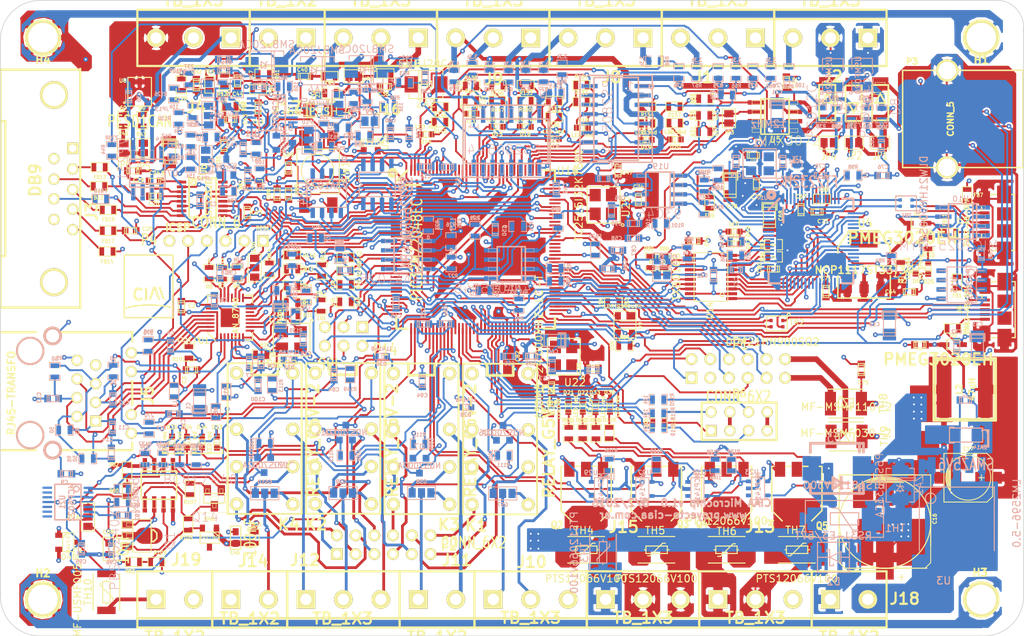
<source format=kicad_pcb>
(kicad_pcb (version 4) (host pcbnew 4.0.2+dfsg1-stable)
  (layers (0 F.Cu signal hide) (1 Inner2.Cu power hide) (2 Inner1.Cu power hide) (31 B.Cu signal hide) (34 B.Paste user) (35 F.Paste user) (36 B.SilkS user) (37 F.SilkS user) (38 B.Mask user) (39 F.Mask user) (44 Edge.Cuts user))
  (net 0 "")
  (net 1 +24V)
  (net 2 +3.3V)
  (net 3 +3.3VADC)
  (net 4 +5V)
  (net 5 /CPU/AD_TEMP)
  (net 6 /CPU/AIN0)
  (net 7 /CPU/AIN1)
  (net 8 /CPU/AIN2)
  (net 9 /CPU/AIN3)
  (net 10 /CPU/CAN_RD)
  (net 11 /CPU/CAN_STB)
  (net 12 /CPU/CAN_TD)
  (net 13 /CPU/DIN0)
  (net 14 /CPU/DIN1)
  (net 15 /CPU/DIN2)
  (net 16 /CPU/DIN3)
  (net 17 /CPU/DIN4)
  (net 18 /CPU/DIN5)
  (net 19 /CPU/DIN6)
  (net 20 /CPU/DIN7)
  (net 21 /CPU/DOUT0)
  (net 22 /CPU/DOUT1)
  (net 23 /CPU/DOUT2)
  (net 24 /CPU/DOUT3)
  (net 25 /CPU/DOUT4)
  (net 26 /CPU/DOUT5)
  (net 27 /CPU/DOUT6)
  (net 28 /CPU/DOUT7)
  (net 29 /CPU/EECLK)
  (net 30 /CPU/EECS)
  (net 31 /CPU/EEDATA)
  (net 32 /CPU/ENET_CRS_DV)
  (net 33 /CPU/ENET_MDC)
  (net 34 /CPU/ENET_MDIO)
  (net 35 /CPU/ENET_REF_CLK)
  (net 36 /CPU/ENET_RXD0)
  (net 37 /CPU/ENET_RXD1)
  (net 38 /CPU/ENET_TXD0)
  (net 39 /CPU/ENET_TXD1)
  (net 40 /CPU/ENET_TX_EN)
  (net 41 /CPU/FT_OE)
  (net 42 /CPU/FT_RST)
  (net 43 /CPU/FT_TCK)
  (net 44 /CPU/FT_TDI)
  (net 45 /CPU/FT_TDO)
  (net 46 /CPU/FT_TMS)
  (net 47 /CPU/FT_TRST)
  (net 48 /CPU/FT_XTIN)
  (net 49 /CPU/FT_XTOUT)
  (net 50 /CPU/GPIO0)
  (net 51 /CPU/GPIO13)
  (net 52 /CPU/GPIO15)
  (net 53 /CPU/GPIO2)
  (net 54 /CPU/GPIO3)
  (net 55 /CPU/GPIO7)
  (net 56 /CPU/GPIO8)
  (net 57 /CPU/GPIO_SPI_CS)
  (net 58 /CPU/I2C_SCL)
  (net 59 /CPU/I2C_SDA)
  (net 60 /CPU/MCLR)
  (net 61 /CPU/OSC1)
  (net 62 /CPU/PGEC2)
  (net 63 /CPU/PGED2)
  (net 64 /CPU/RESET)
  (net 65 /CPU/RESET_ETH)
  (net 66 /CPU/RS232_CTS)
  (net 67 /CPU/RS232_RTS)
  (net 68 /CPU/RS232_RXD)
  (net 69 /CPU/RS232_TXD)
  (net 70 /CPU/RS485_DIR)
  (net 71 /CPU/RS485_RXD)
  (net 72 /CPU/RS485_TXD)
  (net 73 /CPU/RST)
  (net 74 /CPU/RTC_CK)
  (net 75 /CPU/RX_ER)
  (net 76 /CPU/SPIFI_CS)
  (net 77 /CPU/SPIFI_IO2)
  (net 78 /CPU/SPIFI_IO3)
  (net 79 /CPU/SPIFI_MISO)
  (net 80 /CPU/SPIFI_MOSI)
  (net 81 /CPU/SPI_MISO)
  (net 82 /CPU/SPI_MOSI)
  (net 83 /CPU/SPI_SCK)
  (net 84 /CPU/SQICS1)
  (net 85 /CPU/TCK)
  (net 86 /CPU/TDI)
  (net 87 /CPU/TDO)
  (net 88 /CPU/TMS)
  (net 89 /CPU/TRST)
  (net 90 /CPU/U2_RXD)
  (net 91 /CPU/U2_TXD)
  (net 92 /CPU/USB_DEBUG_VBUS)
  (net 93 /CPU/USB_DM)
  (net 94 /CPU/USB_DP)
  (net 95 /CPU/USB_ID)
  (net 96 /CPU/USB_JTAG_1.8V)
  (net 97 /CPU/USB_JTAG_DM)
  (net 98 /CPU/USB_JTAG_DP)
  (net 99 /CPU/USB_VBUS)
  (net 100 /CPU/nINT)
  (net 101 "/Entradas Digitales/COM")
  (net 102 "/Entradas Digitales/IN0")
  (net 103 "/Entradas Digitales/IN1")
  (net 104 "/Entradas Digitales/IN2")
  (net 105 "/Entradas Digitales/IN3")
  (net 106 "/Entradas Digitales/IN4")
  (net 107 "/Entradas Digitales/IN5")
  (net 108 "/Entradas Digitales/IN6")
  (net 109 "/Entradas Digitales/IN7")
  (net 110 /Ethernet/LED_100M)
  (net 111 /Ethernet/LED_LINK)
  (net 112 /Ethernet/PHY_nRESET)
  (net 113 /GPIO/AN0)
  (net 114 /GPIO/AN1)
  (net 115 /GPIO/AN2)
  (net 116 /GPIO/AN3)
  (net 117 /GPIO/GPIO4)
  (net 118 /GPIO/GPIO5)
  (net 119 /GPIO/USR_3.3V)
  (net 120 /GPIO/USR_5V)
  (net 121 "/Memorias NV/SPIFI_CLK")
  (net 122 /RS485_RS232_CAN/CAN_H)
  (net 123 /RS485_RS232_CAN/CAN_L)
  (net 124 "/Salida Analógica/24V_A")
  (net 125 "/Salida Analógica/DAC")
  (net 126 "/Salida Analógica/OUT")
  (net 127 "/Salidas Digitales/C1A")
  (net 128 "/Salidas Digitales/C1B")
  (net 129 "/Salidas Digitales/C2A")
  (net 130 "/Salidas Digitales/C2B")
  (net 131 "/Salidas Digitales/C3A")
  (net 132 "/Salidas Digitales/C3B")
  (net 133 "/Salidas Digitales/C4A")
  (net 134 "/Salidas Digitales/C4B")
  (net 135 "/Salidas Digitales/NC1A")
  (net 136 "/Salidas Digitales/NC1B")
  (net 137 "/Salidas Digitales/NC2A")
  (net 138 "/Salidas Digitales/NC2B")
  (net 139 "/Salidas Digitales/NC3A")
  (net 140 "/Salidas Digitales/NC3B")
  (net 141 "/Salidas Digitales/NC4A")
  (net 142 "/Salidas Digitales/NC4B")
  (net 143 "/Salidas Digitales/NO1A")
  (net 144 "/Salidas Digitales/NO1B")
  (net 145 "/Salidas Digitales/NO2A")
  (net 146 "/Salidas Digitales/NO2B")
  (net 147 "/Salidas Digitales/NO3A")
  (net 148 "/Salidas Digitales/NO3B")
  (net 149 "/Salidas Digitales/NO4A")
  (net 150 "/Salidas Digitales/NO4B")
  (net 151 "/USB OTG/D+")
  (net 152 "/USB OTG/D-")
  (net 153 "/USB OTG/GND_SH")
  (net 154 "/USB OTG/USB0_PPWR")
  (net 155 "/USB OTG/USB0_PWR_FAULT")
  (net 156 GND)
  (net 157 GNDA)
  (net 158 N-00000129)
  (net 159 N-00000130)
  (net 160 N-00000133)
  (net 161 N-00000140)
  (net 162 N-00000168)
  (net 163 N-00000175)
  (net 164 N-00000193)
  (net 165 N-00000194)
  (net 166 N-00000195)
  (net 167 N-00000196)
  (net 168 N-00000197)
  (net 169 N-00000198)
  (net 170 N-00000199)
  (net 171 N-00000200)
  (net 172 N-00000201)
  (net 173 N-00000202)
  (net 174 N-00000203)
  (net 175 N-00000204)
  (net 176 N-00000205)
  (net 177 N-00000206)
  (net 178 N-00000207)
  (net 179 N-00000208)
  (net 180 N-00000209)
  (net 181 N-00000210)
  (net 182 N-00000211)
  (net 183 N-00000212)
  (net 184 N-00000213)
  (net 185 N-00000214)
  (net 186 N-00000215)
  (net 187 N-00000216)
  (net 188 N-00000217)
  (net 189 N-00000222)
  (net 190 N-00000223)
  (net 191 N-00000225)
  (net 192 N-00000226)
  (net 193 N-00000227)
  (net 194 N-00000228)
  (net 195 N-00000230)
  (net 196 N-00000231)
  (net 197 N-00000232)
  (net 198 N-00000233)
  (net 199 N-00000234)
  (net 200 N-00000235)
  (net 201 N-00000236)
  (net 202 N-00000237)
  (net 203 N-00000238)
  (net 204 N-00000239)
  (net 205 N-00000240)
  (net 206 N-00000241)
  (net 207 N-00000243)
  (net 208 N-00000244)
  (net 209 N-00000245)
  (net 210 N-00000246)
  (net 211 N-00000247)
  (net 212 N-00000248)
  (net 213 N-00000249)
  (net 214 N-00000250)
  (net 215 N-00000253)
  (net 216 N-00000254)
  (net 217 N-00000256)
  (net 218 N-00000257)
  (net 219 N-00000259)
  (net 220 N-00000260)
  (net 221 N-00000261)
  (net 222 N-00000262)
  (net 223 N-00000263)
  (net 224 N-00000265)
  (net 225 N-00000266)
  (net 226 N-00000267)
  (net 227 N-00000268)
  (net 228 N-00000269)
  (net 229 N-00000270)
  (net 230 N-00000271)
  (net 231 N-00000272)
  (net 232 N-00000277)
  (net 233 N-00000278)
  (net 234 N-00000284)
  (net 235 N-00000285)
  (net 236 N-00000286)
  (net 237 N-00000287)
  (net 238 N-00000288)
  (net 239 N-00000289)
  (net 240 N-00000290)
  (net 241 N-00000291)
  (net 242 N-00000292)
  (net 243 N-00000293)
  (net 244 N-00000294)
  (net 245 N-00000295)
  (net 246 N-00000296)
  (net 247 N-00000297)
  (net 248 N-00000298)
  (net 249 N-00000299)
  (net 250 N-00000300)
  (net 251 N-00000301)
  (net 252 N-00000302)
  (net 253 N-00000303)
  (net 254 N-00000304)
  (net 255 N-00000305)
  (net 256 N-00000306)
  (net 257 N-00000307)
  (net 258 N-00000308)
  (net 259 N-00000309)
  (net 260 N-00000310)
  (net 261 N-00000311)
  (net 262 N-00000312)
  (net 263 N-00000313)
  (net 264 N-00000314)
  (net 265 N-00000315)
  (net 266 N-00000318)
  (net 267 N-00000319)
  (net 268 N-00000320)
  (net 269 N-00000321)
  (net 270 N-00000322)
  (net 271 N-00000323)
  (net 272 N-00000324)
  (net 273 N-00000325)
  (net 274 N-00000326)
  (net 275 N-00000327)
  (net 276 N-00000328)
  (net 277 N-00000329)
  (net 278 N-00000330)
  (net 279 N-00000331)
  (net 280 N-00000332)
  (net 281 N-00000333)
  (net 282 N-00000335)
  (net 283 N-00000336)
  (net 284 N-00000344)
  (net 285 N-00000346)
  (net 286 N-00000347)
  (net 287 N-00000348)
  (net 288 N-00000349)
  (net 289 N-00000350)
  (net 290 N-00000351)
  (net 291 N-00000352)
  (net 292 N-00000353)
  (net 293 N-00000354)
  (net 294 N-00000355)
  (net 295 N-00000356)
  (net 296 N-00000358)
  (net 297 N-00000362)
  (net 298 N-00000366)
  (net 299 N-00000367)
  (net 300 N-00000368)
  (net 301 N-00000369)
  (net 302 N-00000370)
  (net 303 N-00000371)
  (net 304 N-00000373)
  (net 305 N-00000374)
  (net 306 N-00000375)
  (net 307 N-00000376)
  (net 308 N-00000377)
  (net 309 N-00000378)
  (net 310 N-00000379)
  (net 311 N-00000389)
  (net 312 N-00000390)
  (net 313 N-00000393)
  (net 314 N-00000402)
  (net 315 N-00000405)
  (net 316 N-00000406)
  (net 317 N-00000407)
  (net 318 N-00000408)
  (net 319 N-00000409)
  (net 320 N-00000410)
  (net 321 N-00000412)
  (net 322 N-00000413)
  (net 323 N-00000414)
  (net 324 N-00000415)
  (net 325 N-00000416)
  (net 326 N-00000417)
  (net 327 N-00000418)
  (net 328 N-00000419)
  (net 329 N-00000420)
  (net 330 N-00000421)
  (net 331 N-00000424)
  (net 332 N-0000079)
  (net 333 N-0000080)
  (net 334 N-0000081)
  (net 335 N-0000082)
  (net 336 N-0000083)
  (net 337 N-0000087)
  (net 338 N-0000091)
  (net 339 N-0000092)
  (net 340 N-0000097)
  (net 341 N-0000098)
  (module pin_array_4x2 (layer F.Cu) (at 115.3668 70.8279)
    (fp_text reference P6 (at 0 -3.81) (layer F.SilkS) (effects (font (size 1.016 1.016) (thickness 0.2032))))
    (fp_text value CONN_4X2 hide)
    (pad 1 thru_hole rect (at -3.81 1.27) (size 1.524 1.524) (drill 1.016) (layers *.Cu *.Mask F.SilkS) (net 266 N-00000318))
    (pad 2 thru_hole circle (at -3.81 -1.27) (size 1.524 1.524) (drill 1.016) (layers *.Cu *.Mask F.SilkS) (net 267 N-00000319))
    (pad 3 thru_hole circle (at -1.27 1.27) (size 1.524 1.524) (drill 1.016) (layers *.Cu *.Mask F.SilkS) (net 157 GNDA))
    (pad 4 thru_hole circle (at -1.27 -1.27) (size 1.524 1.524) (drill 1.016) (layers *.Cu *.Mask F.SilkS) (net 157 GNDA))
    (pad 5 thru_hole circle (at 1.27 1.27) (size 1.524 1.524) (drill 1.016) (layers *.Cu *.Mask F.SilkS) (net 268 N-00000320))
    (pad 6 thru_hole circle (at 1.27 -1.27) (size 1.524 1.524) (drill 1.016) (layers *.Cu *.Mask F.SilkS) (net 269 N-00000321))
    (pad 7 thru_hole circle (at 3.81 1.27) (size 1.524 1.524) (drill 1.016) (layers *.Cu *.Mask F.SilkS) (net 157 GNDA))
    (pad 8 thru_hole circle (at 3.81 -1.27) (size 1.524 1.524) (drill 1.016) (layers *.Cu *.Mask F.SilkS) (net 157 GNDA))
  )
  (module c_elec_13.7x13x13.5 (layer F.Cu) (at 135.128 83.312 270)
    (fp_text reference C16 (at 0.75 -6.75 270) (layer F.SilkS) (effects (font (size 0.50038 0.50038) (thickness 0.11938))))
    (fp_text value 470uF hide)
    (pad 1 smd rect (at 6 0 270) (size 6.0005 2.4003) (layers F.Cu F.Paste F.Mask) (net 206 N-00000241))
    (pad 2 smd rect (at -4.0005 0 270) (size 6.0005 2.4003) (layers F.Cu F.Paste F.Mask) (net 156 GND))
  )
  (module K22X-E9P-NJ (layer F.Cu) (at 23.7175 39.3705 90)
    (fp_text reference J3 (at -2.9713 3.8415 90) (layer F.SilkS) (effects (font (thickness 0.3048))))
    (fp_text value DB9 (at 1.27 -3.81 90) (layer F.SilkS) (effects (font (thickness 0.3048))))
    (pad 10 thru_hole circle (at 12.827 -1.27 90) (size 3.81 3.81) (drill 3.048) (layers *.Cu *.Mask F.SilkS))
    (pad 11 thru_hole circle (at -12.573 -1.27 90) (size 3.81 3.81) (drill 3.048) (layers *.Cu *.Mask F.SilkS))
    (pad 1 thru_hole rect (at 5.588 1.27 90) (size 1.524 1.524) (drill 1.016) (layers *.Cu *.Mask F.SilkS))
    (pad 2 thru_hole circle (at 2.794 1.27 90) (size 1.524 1.524) (drill 1.016) (layers *.Cu *.Mask F.SilkS) (net 175 N-00000204))
    (pad 3 thru_hole circle (at 0 1.27 90) (size 1.524 1.524) (drill 1.016) (layers *.Cu *.Mask F.SilkS) (net 172 N-00000201))
    (pad 4 thru_hole circle (at -2.667 1.27 90) (size 1.524 1.524) (drill 1.016) (layers *.Cu *.Mask F.SilkS) (net 173 N-00000202))
    (pad 5 thru_hole circle (at -5.461 1.27 90) (size 1.524 1.524) (drill 1.016) (layers *.Cu *.Mask F.SilkS) (net 190 N-00000223))
    (pad 9 thru_hole circle (at -4.064 -1.27 90) (size 1.524 1.524) (drill 1.016) (layers *.Cu *.Mask F.SilkS))
    (pad 8 thru_hole circle (at -1.27 -1.27 90) (size 1.524 1.524) (drill 1.016) (layers *.Cu *.Mask F.SilkS) (net 171 N-00000200))
    (pad 7 thru_hole circle (at 1.397 -1.27 90) (size 1.524 1.524) (drill 1.016) (layers *.Cu *.Mask F.SilkS) (net 174 N-00000203))
    (pad 6 thru_hole circle (at 4.191 -1.27 90) (size 1.524 1.524) (drill 1.016) (layers *.Cu *.Mask F.SilkS))
  )
  (module 4SMD (layer F.Cu) (at 98.044 42.672 90)
    (fp_text reference U25 (at 1.016 1.9558 90) (layer F.SilkS))
    (fp_text value TC25L5I32K7680 (at 2.54 -4.4196 90) (layer F.SilkS))
    (pad 1 smd rect (at 0 0 90) (size 1.7 1.5) (layers F.Cu F.Paste F.Mask))
    (pad 2 smd rect (at 2.54 0 90) (size 1.7 1.5) (layers F.Cu F.Paste F.Mask) (net 156 GND))
    (pad 3 smd rect (at 2.54 -2.2098 90) (size 1.7 1.5) (layers F.Cu F.Paste F.Mask) (net 74 /CPU/RTC_CK))
    (pad 4 smd rect (at 0 -2.2098 90) (size 1.7 1.5) (layers F.Cu F.Paste F.Mask) (net 2 +3.3V))
  )
  (module 4SMD (layer F.Cu) (at 92.6592 63.2714 90)
    (fp_text reference U22 (at -2.286 0.4318 180) (layer F.SilkS))
    (fp_text value ASDMB-24.000MHZ-LC-T (at 2.54 -4.4196 90) (layer F.SilkS))
    (pad 1 smd rect (at 0 0 90) (size 1.7 1.5) (layers F.Cu F.Paste F.Mask))
    (pad 2 smd rect (at 2.54 0 90) (size 1.7 1.5) (layers F.Cu F.Paste F.Mask) (net 156 GND))
    (pad 3 smd rect (at 2.54 -2.2098 90) (size 1.7 1.5) (layers F.Cu F.Paste F.Mask) (net 61 /CPU/OSC1))
    (pad 4 smd rect (at 0 -2.2098 90) (size 1.7 1.5) (layers F.Cu F.Paste F.Mask) (net 2 +3.3V))
  )
  (module 4SMD (layer F.Cu) (at 55.88 58.674 180)
    (fp_text reference U2 (at 3.3782 1.7526 180) (layer F.SilkS))
    (fp_text value SI502 (at 2.54 -4.4196 180) (layer F.SilkS))
    (pad 1 smd rect (at 0 0 180) (size 1.7 1.5) (layers F.Cu F.Paste F.Mask) (net 220 N-00000260))
    (pad 2 smd rect (at 2.54 0 180) (size 1.7 1.5) (layers F.Cu F.Paste F.Mask) (net 156 GND))
    (pad 3 smd rect (at 2.54 -2.2098 180) (size 1.7 1.5) (layers F.Cu F.Paste F.Mask) (net 217 N-00000256))
    (pad 4 smd rect (at 0 -2.2098 180) (size 1.7 1.5) (layers F.Cu F.Paste F.Mask) (net 2 +3.3V))
  )
  (module QFN32_Opendous (layer F.Cu) (at 46.3235 56.7695 90)
    (fp_text reference U1 (at -3.1491 -3.5499 180) (layer F.SilkS) (effects (font (size 0.762 0.762) (thickness 0.1524))))
    (fp_text value LAN_8740 (at 0 0.762 90) (layer F.SilkS) (effects (font (size 0.762 0.762) (thickness 0.1524))))
    (pad 31 smd rect (at -1.24968 -2.6924 90) (size 0.254 1.143) (layers F.Cu F.Paste F.Mask) (net 208 N-00000244))
    (pad 30 smd rect (at -0.7493 -2.6924 90) (size 0.254 1.143) (layers F.Cu F.Paste F.Mask) (net 227 N-00000268))
    (pad 29 smd rect (at -0.24892 -2.6924 90) (size 0.254 1.143) (layers F.Cu F.Paste F.Mask) (net 224 N-00000265))
    (pad 32 smd rect (at -1.75006 -2.6924 90) (size 0.254 1.143) (layers F.Cu F.Paste F.Mask) (net 216 N-00000254))
    (pad 1 smd rect (at -2.6924 -1.75006 180) (size 0.254 1.143) (layers F.Cu F.Paste F.Mask) (net 230 N-00000271))
    (pad 2 smd rect (at -2.6924 -1.24968 180) (size 0.254 1.143) (layers F.Cu F.Paste F.Mask) (net 110 /Ethernet/LED_100M))
    (pad 3 smd rect (at -2.6924 -0.7493 180) (size 0.254 1.143) (layers F.Cu F.Paste F.Mask) (net 111 /Ethernet/LED_LINK))
    (pad 4 smd rect (at -2.6924 -0.24892 180) (size 0.254 1.143) (layers F.Cu F.Paste F.Mask))
    (pad 5 smd rect (at -2.6924 0.24892 180) (size 0.254 1.143) (layers F.Cu F.Paste F.Mask) (net 218 N-00000257))
    (pad 6 smd rect (at -2.6924 0.7493 180) (size 0.254 1.143) (layers F.Cu F.Paste F.Mask) (net 213 N-00000249))
    (pad 7 smd rect (at -2.6924 1.24968 180) (size 0.254 1.143) (layers F.Cu F.Paste F.Mask) (net 222 N-00000262))
    (pad 8 smd rect (at -2.6924 1.75006 180) (size 0.254 1.143) (layers F.Cu F.Paste F.Mask) (net 223 N-00000263))
    (pad 16 smd rect (at 1.75006 2.6924 90) (size 0.254 1.143) (layers F.Cu F.Paste F.Mask) (net 228 N-00000269))
    (pad 9 smd rect (at -1.75006 2.6924 90) (size 0.254 1.143) (layers F.Cu F.Paste F.Mask) (net 219 N-00000259))
    (pad 10 smd rect (at -1.24968 2.6924 90) (size 0.254 1.143) (layers F.Cu F.Paste F.Mask) (net 229 N-00000270))
    (pad 11 smd rect (at -0.7493 2.6924 90) (size 0.254 1.143) (layers F.Cu F.Paste F.Mask) (net 221 N-00000261))
    (pad 12 smd rect (at -0.24892 2.6924 90) (size 0.254 1.143) (layers F.Cu F.Paste F.Mask) (net 2 +3.3V))
    (pad 13 smd rect (at 0.24892 2.6924 90) (size 0.254 1.143) (layers F.Cu F.Paste F.Mask) (net 215 N-00000253))
    (pad 14 smd rect (at 0.7493 2.6924 90) (size 0.254 1.143) (layers F.Cu F.Paste F.Mask))
    (pad 15 smd rect (at 1.24968 2.6924 90) (size 0.254 1.143) (layers F.Cu F.Paste F.Mask) (net 226 N-00000267))
    (pad 17 smd rect (at 2.6924 1.75006 180) (size 0.254 1.143) (layers F.Cu F.Paste F.Mask) (net 214 N-00000250))
    (pad 18 smd rect (at 2.6924 1.24968 180) (size 0.254 1.143) (layers F.Cu F.Paste F.Mask) (net 100 /CPU/nINT))
    (pad 19 smd rect (at 2.6924 0.7493 180) (size 0.254 1.143) (layers F.Cu F.Paste F.Mask) (net 112 /Ethernet/PHY_nRESET))
    (pad 20 smd rect (at 2.6924 0.24892 180) (size 0.254 1.143) (layers F.Cu F.Paste F.Mask))
    (pad 21 smd rect (at 2.6924 -0.24892 180) (size 0.254 1.143) (layers F.Cu F.Paste F.Mask) (net 212 N-00000248))
    (pad 22 smd rect (at 2.6924 -0.7493 180) (size 0.254 1.143) (layers F.Cu F.Paste F.Mask) (net 210 N-00000246))
    (pad 23 smd rect (at 2.6924 -1.24968 180) (size 0.254 1.143) (layers F.Cu F.Paste F.Mask) (net 211 N-00000247))
    (pad 24 smd rect (at 2.6924 -1.75006 180) (size 0.254 1.143) (layers F.Cu F.Paste F.Mask) (net 156 GND))
    (pad 25 smd rect (at 1.75006 -2.6924 90) (size 0.254 1.143) (layers F.Cu F.Paste F.Mask) (net 156 GND))
    (pad 26 smd rect (at 1.24968 -2.6924 90) (size 0.254 1.143) (layers F.Cu F.Paste F.Mask))
    (pad 27 smd rect (at 0.7493 -2.6924 90) (size 0.254 1.143) (layers F.Cu F.Paste F.Mask) (net 230 N-00000271))
    (pad 28 smd rect (at 0.24892 -2.6924 90) (size 0.254 1.143) (layers F.Cu F.Paste F.Mask) (net 225 N-00000266))
    (pad 33 smd rect (at 0 0 90) (size 2.54 2.54) (layers F.Cu F.Paste F.Mask) (net 156 GND))
  )
  (module PUSH_SWITCH (layer F.Cu) (at 56.388 32.385)
    (fp_text reference SW1 (at 5.588 4.572 90) (layer F.SilkS))
    (fp_text value SW_PUSH_4 (at 2 -3.6) (layer F.SilkS))
    (pad 3 smd rect (at 0 0) (size 1.4 2.1) (layers F.Cu F.Paste F.Mask) (net 64 /CPU/RESET))
    (pad 1 smd rect (at 3.8 0) (size 1.4 2.1) (layers F.Cu F.Paste F.Mask) (net 156 GND))
    (pad 2 smd rect (at 3.8 9.1) (size 1.4 2.1) (layers F.Cu F.Paste F.Mask) (net 156 GND))
    (pad 4 smd rect (at 0 9.1) (size 1.4 2.1) (layers F.Cu F.Paste F.Mask) (net 64 /CPU/RESET))
  )
  (module USB-A-Receptacle-FCI_87583 (layer F.Cu) (at 141.4272 29.7942 90)
    (fp_text reference P3 (at 7.7978 -2.6162 180) (layer F.SilkS) (effects (font (size 0.8128 0.8128) (thickness 0.2032))))
    (fp_text value CONN_5 (at 0 2.60096 90) (layer F.SilkS) (effects (font (size 0.8128 0.8128) (thickness 0.2032))))
    (pad 1 smd rect (at -3.50012 -1.44018 90) (size 1.12014 2.88036) (layers F.Cu F.Paste F.Mask) (net 232 N-00000277))
    (pad 2 smd rect (at -1.00076 -1.44018 90) (size 1.12014 2.88036) (layers F.Cu F.Paste F.Mask) (net 152 "/USB OTG/D-"))
    (pad 3 smd rect (at 1.00076 -1.44018 90) (size 1.12014 2.88036) (layers F.Cu F.Paste F.Mask) (net 151 "/USB OTG/D+"))
    (pad 4 smd rect (at 3.50012 -1.44018 90) (size 1.12014 2.88036) (layers F.Cu F.Paste F.Mask) (net 156 GND))
    (pad 5 thru_hole circle (at -6.57098 2.14122 90) (size 3.048 3.048) (drill 2.3876) (layers *.Cu *.Mask F.SilkS) (net 153 "/USB OTG/GND_SH"))
    (pad 5 thru_hole circle (at 6.57098 2.14122 90) (size 3.048 3.048) (drill 2.3876) (layers *.Cu *.Mask F.SilkS) (net 153 "/USB OTG/GND_SH"))
  )
  (module PIN_ARRAY_6X1 (layer F.Cu) (at 44.45 46.355 180)
    (fp_text reference P4 (at 9.1313 0.1397 180) (layer F.SilkS) (effects (font (size 1.524 1.143) (thickness 0.2032))))
    (fp_text value CONN_6 (at 0 2.54 180) (layer F.SilkS) (effects (font (size 1.524 1.143) (thickness 0.2032))))
    (pad 1 thru_hole rect (at -6.35 0 180) (size 1.6002 1.6002) (drill 1.016) (layers *.Cu *.Mask F.SilkS) (net 64 /CPU/RESET))
    (pad 2 thru_hole circle (at -3.81 0 180) (size 1.6002 1.6002) (drill 1.016) (layers *.Cu *.Mask F.SilkS) (net 2 +3.3V))
    (pad 3 thru_hole circle (at -1.27 0 180) (size 1.6002 1.6002) (drill 1.016) (layers *.Cu *.Mask F.SilkS) (net 156 GND))
    (pad 4 thru_hole circle (at 1.27 0 180) (size 1.6002 1.6002) (drill 1.016) (layers *.Cu *.Mask F.SilkS) (net 63 /CPU/PGED2))
    (pad 5 thru_hole circle (at 3.81 0 180) (size 1.6002 1.6002) (drill 1.016) (layers *.Cu *.Mask F.SilkS) (net 62 /CPU/PGEC2))
    (pad 6 thru_hole circle (at 6.35 0 180) (size 1.6002 1.6002) (drill 1.016) (layers *.Cu *.Mask F.SilkS))
  )
  (module -SOIC8 (layer B.Cu) (at 35.1028 37.1602 180)
    (fp_text reference U7 (at -3.429 0 180) (layer B.SilkS) (effects (font (size 0.762 0.762) (thickness 0.127)) (justify mirror)))
    (fp_text value VP231 (at 3.302 1.905 450) (layer B.SilkS) (effects (font (size 1.27 1.27) (thickness 0.0889)) (justify mirror)))
    (pad 1 smd rect (at -1.905 -2.59842 180) (size 0.59944 2.19964) (layers B.Cu B.Paste B.Mask) (net 12 /CPU/CAN_TD))
    (pad 2 smd rect (at -0.635 -2.59842 180) (size 0.59944 2.19964) (layers B.Cu B.Paste B.Mask) (net 156 GND))
    (pad 3 smd rect (at 0.635 -2.59842 180) (size 0.59944 2.19964) (layers B.Cu B.Paste B.Mask) (net 2 +3.3V))
    (pad 4 smd rect (at 1.905 -2.59842 180) (size 0.59944 2.19964) (layers B.Cu B.Paste B.Mask) (net 184 N-00000213))
    (pad 5 smd rect (at 1.905 2.59842 180) (size 0.59944 2.19964) (layers B.Cu B.Paste B.Mask) (net 168 N-00000197))
    (pad 6 smd rect (at 0.635 2.59842 180) (size 0.59944 2.19964) (layers B.Cu B.Paste B.Mask) (net 123 /RS485_RS232_CAN/CAN_L))
    (pad 7 smd rect (at -0.635 2.59842 180) (size 0.59944 2.19964) (layers B.Cu B.Paste B.Mask) (net 122 /RS485_RS232_CAN/CAN_H))
    (pad 8 smd rect (at -1.905 2.59842 180) (size 0.59944 2.19964) (layers B.Cu B.Paste B.Mask) (net 11 /CPU/CAN_STB))
  )
  (module -SOP16 (layer B.Cu) (at 83.82 32.8168)
    (fp_text reference IC2 (at 6.731 0.127 90) (layer B.SilkS) (effects (font (size 0.762 0.762) (thickness 0.127)) (justify mirror)))
    (fp_text value PS2805-4 (at -0.36322 1.14808) (layer B.SilkS) (effects (font (size 1.27 1.27) (thickness 0.0889)) (justify mirror)))
    (fp_text user 1 (at -4.445 -1.905 270) (layer B.SilkS) (effects (font (size 1.27 1.27) (thickness 0.0889)) (justify mirror)))
    (pad 1 smd rect (at -4.445 -3.59918) (size 0.59944 2.19964) (layers B.Cu B.Paste B.Mask) (net 277 N-00000329))
    (pad 2 smd rect (at -3.175 -3.59918) (size 0.59944 2.19964) (layers B.Cu B.Paste B.Mask) (net 101 "/Entradas Digitales/COM"))
    (pad 3 smd rect (at -1.905 -3.59918) (size 0.59944 2.19964) (layers B.Cu B.Paste B.Mask) (net 275 N-00000327))
    (pad 4 smd rect (at -0.635 -3.59918) (size 0.59944 2.19964) (layers B.Cu B.Paste B.Mask) (net 101 "/Entradas Digitales/COM"))
    (pad 5 smd rect (at 0.635 -3.59918) (size 0.59944 2.19964) (layers B.Cu B.Paste B.Mask) (net 270 N-00000322))
    (pad 6 smd rect (at 1.905 -3.59918) (size 0.59944 2.19964) (layers B.Cu B.Paste B.Mask) (net 101 "/Entradas Digitales/COM"))
    (pad 7 smd rect (at 3.175 -3.59918) (size 0.59944 2.19964) (layers B.Cu B.Paste B.Mask) (net 272 N-00000324))
    (pad 8 smd rect (at 4.445 -3.59918) (size 0.59944 2.19964) (layers B.Cu B.Paste B.Mask) (net 101 "/Entradas Digitales/COM"))
    (pad 9 smd rect (at 4.445 3.59918) (size 0.59944 2.19964) (layers B.Cu B.Paste B.Mask) (net 156 GND))
    (pad 10 smd rect (at 3.175 3.59918) (size 0.59944 2.19964) (layers B.Cu B.Paste B.Mask) (net 20 /CPU/DIN7))
    (pad 11 smd rect (at 1.905 3.59918) (size 0.59944 2.19964) (layers B.Cu B.Paste B.Mask) (net 156 GND))
    (pad 12 smd rect (at 0.635 3.59918) (size 0.59944 2.19964) (layers B.Cu B.Paste B.Mask) (net 19 /CPU/DIN6))
    (pad 13 smd rect (at -0.635 3.59918) (size 0.59944 2.19964) (layers B.Cu B.Paste B.Mask) (net 156 GND))
    (pad 14 smd rect (at -1.905 3.59918) (size 0.59944 2.19964) (layers B.Cu B.Paste B.Mask) (net 18 /CPU/DIN5))
    (pad 15 smd rect (at -3.175 3.59918) (size 0.59944 2.19964) (layers B.Cu B.Paste B.Mask) (net 156 GND))
    (pad 16 smd rect (at -4.445 3.59918) (size 0.59944 2.19964) (layers B.Cu B.Paste B.Mask) (net 17 /CPU/DIN4))
  )
  (module -SOP16 (layer B.Cu) (at 98.679 29.7815 270)
    (fp_text reference IC1 (at 6.477 0 360) (layer B.SilkS) (effects (font (size 0.762 0.762) (thickness 0.1143)) (justify mirror)))
    (fp_text value PS2805-4 (at -0.36322 1.14808 270) (layer B.SilkS) (effects (font (size 1.27 1.27) (thickness 0.0889)) (justify mirror)))
    (fp_text user 1 (at -4.445 -1.905 540) (layer B.SilkS) (effects (font (size 1.27 1.27) (thickness 0.0889)) (justify mirror)))
    (pad 1 smd rect (at -4.445 -3.59918 270) (size 0.59944 2.19964) (layers B.Cu B.Paste B.Mask) (net 282 N-00000335))
    (pad 2 smd rect (at -3.175 -3.59918 270) (size 0.59944 2.19964) (layers B.Cu B.Paste B.Mask) (net 101 "/Entradas Digitales/COM"))
    (pad 3 smd rect (at -1.905 -3.59918 270) (size 0.59944 2.19964) (layers B.Cu B.Paste B.Mask) (net 283 N-00000336))
    (pad 4 smd rect (at -0.635 -3.59918 270) (size 0.59944 2.19964) (layers B.Cu B.Paste B.Mask) (net 101 "/Entradas Digitales/COM"))
    (pad 5 smd rect (at 0.635 -3.59918 270) (size 0.59944 2.19964) (layers B.Cu B.Paste B.Mask) (net 285 N-00000346))
    (pad 6 smd rect (at 1.905 -3.59918 270) (size 0.59944 2.19964) (layers B.Cu B.Paste B.Mask) (net 101 "/Entradas Digitales/COM"))
    (pad 7 smd rect (at 3.175 -3.59918 270) (size 0.59944 2.19964) (layers B.Cu B.Paste B.Mask) (net 284 N-00000344))
    (pad 8 smd rect (at 4.445 -3.59918 270) (size 0.59944 2.19964) (layers B.Cu B.Paste B.Mask) (net 101 "/Entradas Digitales/COM"))
    (pad 9 smd rect (at 4.445 3.59918 270) (size 0.59944 2.19964) (layers B.Cu B.Paste B.Mask) (net 156 GND))
    (pad 10 smd rect (at 3.175 3.59918 270) (size 0.59944 2.19964) (layers B.Cu B.Paste B.Mask) (net 16 /CPU/DIN3))
    (pad 11 smd rect (at 1.905 3.59918 270) (size 0.59944 2.19964) (layers B.Cu B.Paste B.Mask) (net 156 GND))
    (pad 12 smd rect (at 0.635 3.59918 270) (size 0.59944 2.19964) (layers B.Cu B.Paste B.Mask) (net 15 /CPU/DIN2))
    (pad 13 smd rect (at -0.635 3.59918 270) (size 0.59944 2.19964) (layers B.Cu B.Paste B.Mask) (net 156 GND))
    (pad 14 smd rect (at -1.905 3.59918 270) (size 0.59944 2.19964) (layers B.Cu B.Paste B.Mask) (net 14 /CPU/DIN1))
    (pad 15 smd rect (at -3.175 3.59918 270) (size 0.59944 2.19964) (layers B.Cu B.Paste B.Mask) (net 156 GND))
    (pad 16 smd rect (at -4.445 3.59918 270) (size 0.59944 2.19964) (layers B.Cu B.Paste B.Mask) (net 13 /CPU/DIN0))
  )
  (module -SOIC8 (layer B.Cu) (at 145.6563 43.7007 270)
    (fp_text reference U10 (at -3.048 0.254 540) (layer B.SilkS) (effects (font (size 0.762 0.762) (thickness 0.1143)) (justify mirror)))
    (fp_text value MIC2025-2YM (at 3.302 1.905 540) (layer B.SilkS) (effects (font (size 1.27 1.27) (thickness 0.0889)) (justify mirror)))
    (pad 1 smd rect (at -1.905 -2.59842 270) (size 0.59944 2.19964) (layers B.Cu B.Paste B.Mask) (net 154 "/USB OTG/USB0_PPWR"))
    (pad 2 smd rect (at -0.635 -2.59842 270) (size 0.59944 2.19964) (layers B.Cu B.Paste B.Mask) (net 155 "/USB OTG/USB0_PWR_FAULT"))
    (pad 3 smd rect (at 0.635 -2.59842 270) (size 0.59944 2.19964) (layers B.Cu B.Paste B.Mask) (net 156 GND))
    (pad 4 smd rect (at 1.905 -2.59842 270) (size 0.59944 2.19964) (layers B.Cu B.Paste B.Mask))
    (pad 5 smd rect (at 1.905 2.59842 270) (size 0.59944 2.19964) (layers B.Cu B.Paste B.Mask))
    (pad 6 smd rect (at 0.635 2.59842 270) (size 0.59944 2.19964) (layers B.Cu B.Paste B.Mask) (net 99 /CPU/USB_VBUS))
    (pad 7 smd rect (at -0.635 2.59842 270) (size 0.59944 2.19964) (layers B.Cu B.Paste B.Mask) (net 4 +5V))
    (pad 8 smd rect (at -1.905 2.59842 270) (size 0.59944 2.19964) (layers B.Cu B.Paste B.Mask) (net 99 /CPU/USB_VBUS))
  )
  (module so-8 (layer B.Cu) (at 145.542 52.2986 270)
    (fp_text reference U15 (at 0 1.016 270) (layer B.SilkS) (effects (font (size 0.7493 0.7493) (thickness 0.14986)) (justify mirror)))
    (fp_text value TPS2051B (at 0 -1.016 270) (layer B.SilkS) (effects (font (size 0.7493 0.7493) (thickness 0.14986)) (justify mirror)))
    (pad 1 smd rect (at -1.905 -2.794 270) (size 0.635 1.27) (layers B.Cu B.Paste B.Mask) (net 232 N-00000277))
    (pad 2 smd rect (at -0.635 -2.794 270) (size 0.635 1.27) (layers B.Cu B.Paste B.Mask) (net 156 GND))
    (pad 3 smd rect (at 0.635 -2.794 270) (size 0.635 1.27) (layers B.Cu B.Paste B.Mask) (net 155 "/USB OTG/USB0_PWR_FAULT"))
    (pad 4 smd rect (at 1.905 -2.794 270) (size 0.635 1.27) (layers B.Cu B.Paste B.Mask) (net 154 "/USB OTG/USB0_PPWR"))
    (pad 5 smd rect (at 1.905 2.794 270) (size 0.635 1.27) (layers B.Cu B.Paste B.Mask) (net 4 +5V))
    (pad 6 smd rect (at 0.635 2.794 270) (size 0.635 1.27) (layers B.Cu B.Paste B.Mask))
    (pad 7 smd rect (at -0.635 2.794 270) (size 0.635 1.27) (layers B.Cu B.Paste B.Mask))
    (pad 8 smd rect (at -1.905 2.794 270) (size 0.635 1.27) (layers B.Cu B.Paste B.Mask))
  )
  (module LQFP64-M05 (layer B.Cu) (at 125.095 46.355)
    (fp_text reference U17 (at -6.604 -5.842) (layer B.SilkS) (effects (font (size 0.508 0.508)) (justify mirror)))
    (fp_text value FT2232H (at 0 -8.001) (layer B.SilkS) (effects (font (size 1.524 1.143) (thickness 0.2032)) (justify mirror)))
    (pad 1 smd rect (at -3.7465 -5.75056) (size 0.254 1.50114) (layers B.Cu B.Paste B.Mask) (net 156 GND))
    (pad 2 smd rect (at -3.24612 -5.75056) (size 0.254 1.50114) (layers B.Cu B.Paste B.Mask) (net 48 /CPU/FT_XTIN))
    (pad 3 smd rect (at -2.74574 -5.75056) (size 0.254 1.50114) (layers B.Cu B.Paste B.Mask) (net 49 /CPU/FT_XTOUT))
    (pad 4 smd rect (at -2.24536 -5.75056) (size 0.254 1.50114) (layers B.Cu B.Paste B.Mask) (net 164 N-00000193))
    (pad 5 smd rect (at -1.74498 -5.75056) (size 0.254 1.50114) (layers B.Cu B.Paste B.Mask) (net 156 GND))
    (pad 6 smd rect (at -1.24714 -5.75056) (size 0.254 1.50114) (layers B.Cu B.Paste B.Mask) (net 341 N-0000098))
    (pad 7 smd rect (at -0.74676 -5.75056) (size 0.254 1.50114) (layers B.Cu B.Paste B.Mask) (net 97 /CPU/USB_JTAG_DM))
    (pad 8 smd rect (at -0.24638 -5.75056) (size 0.254 1.50114) (layers B.Cu B.Paste B.Mask) (net 98 /CPU/USB_JTAG_DP))
    (pad 9 smd rect (at 0.25146 -5.75056) (size 0.254 1.50114) (layers B.Cu B.Paste B.Mask) (net 165 N-00000194))
    (pad 10 smd rect (at 0.75184 -5.75056) (size 0.254 1.50114) (layers B.Cu B.Paste B.Mask) (net 156 GND))
    (pad 11 smd rect (at 1.25222 -5.75056) (size 0.254 1.50114) (layers B.Cu B.Paste B.Mask) (net 156 GND))
    (pad 12 smd rect (at 1.75006 -5.75056) (size 0.254 1.50114) (layers B.Cu B.Paste B.Mask) (net 96 /CPU/USB_JTAG_1.8V))
    (pad 13 smd rect (at 2.25044 -5.75056) (size 0.254 1.50114) (layers B.Cu B.Paste B.Mask) (net 156 GND))
    (pad 14 smd rect (at 2.75082 -5.75056) (size 0.254 1.50114) (layers B.Cu B.Paste B.Mask) (net 340 N-0000097))
    (pad 15 smd rect (at 3.2512 -5.75056) (size 0.254 1.50114) (layers B.Cu B.Paste B.Mask) (net 156 GND))
    (pad 16 smd rect (at 3.75158 -5.75056) (size 0.254 1.50114) (layers B.Cu B.Paste B.Mask) (net 43 /CPU/FT_TCK))
    (pad 17 smd rect (at 5.75056 -3.75158 270) (size 0.254 1.50114) (layers B.Cu B.Paste B.Mask) (net 44 /CPU/FT_TDI))
    (pad 18 smd rect (at 5.75056 -3.2512 270) (size 0.254 1.50114) (layers B.Cu B.Paste B.Mask) (net 45 /CPU/FT_TDO))
    (pad 19 smd rect (at 5.75056 -2.75082 270) (size 0.254 1.50114) (layers B.Cu B.Paste B.Mask) (net 46 /CPU/FT_TMS))
    (pad 20 smd rect (at 5.75056 -2.25044 270) (size 0.254 1.50114) (layers B.Cu B.Paste B.Mask) (net 2 +3.3V))
    (pad 21 smd rect (at 5.75056 -1.75006 270) (size 0.254 1.50114) (layers B.Cu B.Paste B.Mask))
    (pad 22 smd rect (at 5.75056 -1.25222 270) (size 0.254 1.50114) (layers B.Cu B.Paste B.Mask))
    (pad 23 smd rect (at 5.75056 -0.75184 270) (size 0.254 1.50114) (layers B.Cu B.Paste B.Mask))
    (pad 24 smd rect (at 5.75056 -0.25146 270) (size 0.254 1.50114) (layers B.Cu B.Paste B.Mask))
    (pad 25 smd rect (at 5.75056 0.24638 270) (size 0.254 1.50114) (layers B.Cu B.Paste B.Mask) (net 156 GND))
    (pad 26 smd rect (at 5.75056 0.74676 270) (size 0.254 1.50114) (layers B.Cu B.Paste B.Mask) (net 47 /CPU/FT_TRST))
    (pad 27 smd rect (at 5.75056 1.24714 270) (size 0.254 1.50114) (layers B.Cu B.Paste B.Mask) (net 42 /CPU/FT_RST))
    (pad 28 smd rect (at 5.75056 1.74498 270) (size 0.254 1.50114) (layers B.Cu B.Paste B.Mask) (net 41 /CPU/FT_OE))
    (pad 29 smd rect (at 5.75056 2.24536 270) (size 0.254 1.50114) (layers B.Cu B.Paste B.Mask))
    (pad 30 smd rect (at 5.75056 2.74574 270) (size 0.254 1.50114) (layers B.Cu B.Paste B.Mask))
    (pad 31 smd rect (at 5.75056 3.24612 270) (size 0.254 1.50114) (layers B.Cu B.Paste B.Mask) (net 2 +3.3V))
    (pad 32 smd rect (at 5.75056 3.7465 270) (size 0.254 1.50114) (layers B.Cu B.Paste B.Mask))
    (pad 33 smd rect (at 3.75158 5.74548) (size 0.254 1.50114) (layers B.Cu B.Paste B.Mask))
    (pad 34 smd rect (at 3.2512 5.74548) (size 0.254 1.50114) (layers B.Cu B.Paste B.Mask))
    (pad 35 smd rect (at 2.75082 5.74548) (size 0.254 1.50114) (layers B.Cu B.Paste B.Mask) (net 156 GND))
    (pad 36 smd rect (at 2.25044 5.74548) (size 0.254 1.50114) (layers B.Cu B.Paste B.Mask))
    (pad 37 smd rect (at 1.75006 5.74548) (size 0.254 1.50114) (layers B.Cu B.Paste B.Mask) (net 96 /CPU/USB_JTAG_1.8V))
    (pad 38 smd rect (at 1.25222 5.74548) (size 0.254 1.50114) (layers B.Cu B.Paste B.Mask) (net 90 /CPU/U2_RXD))
    (pad 39 smd rect (at 0.75184 5.74548) (size 0.254 1.50114) (layers B.Cu B.Paste B.Mask) (net 91 /CPU/U2_TXD))
    (pad 40 smd rect (at 0.25146 5.74548) (size 0.254 1.50114) (layers B.Cu B.Paste B.Mask))
    (pad 41 smd rect (at -0.24638 5.74548) (size 0.254 1.50114) (layers B.Cu B.Paste B.Mask))
    (pad 42 smd rect (at -0.74676 5.74548) (size 0.254 1.50114) (layers B.Cu B.Paste B.Mask) (net 2 +3.3V))
    (pad 43 smd rect (at -1.24714 5.74548) (size 0.254 1.50114) (layers B.Cu B.Paste B.Mask))
    (pad 44 smd rect (at -1.74498 5.74548) (size 0.254 1.50114) (layers B.Cu B.Paste B.Mask))
    (pad 45 smd rect (at -2.24536 5.74548) (size 0.254 1.50114) (layers B.Cu B.Paste B.Mask))
    (pad 46 smd rect (at -2.74574 5.74548) (size 0.254 1.50114) (layers B.Cu B.Paste B.Mask))
    (pad 47 smd rect (at -3.24612 5.74548) (size 0.254 1.50114) (layers B.Cu B.Paste B.Mask) (net 156 GND))
    (pad 48 smd rect (at -3.7465 5.74548) (size 0.254 1.50114) (layers B.Cu B.Paste B.Mask))
    (pad 49 smd rect (at -5.74548 3.7465 270) (size 0.254 1.50114) (layers B.Cu B.Paste B.Mask) (net 96 /CPU/USB_JTAG_1.8V))
    (pad 50 smd rect (at -5.74548 3.24612 270) (size 0.254 1.50114) (layers B.Cu B.Paste B.Mask) (net 2 +3.3V))
    (pad 51 smd rect (at -5.74548 2.74574 270) (size 0.254 1.50114) (layers B.Cu B.Paste B.Mask) (net 156 GND))
    (pad 52 smd rect (at -5.74548 2.24536 270) (size 0.254 1.50114) (layers B.Cu B.Paste B.Mask))
    (pad 53 smd rect (at -5.74548 1.74498 270) (size 0.254 1.50114) (layers B.Cu B.Paste B.Mask))
    (pad 54 smd rect (at -5.74548 1.24714 270) (size 0.254 1.50114) (layers B.Cu B.Paste B.Mask) (net 159 N-00000130))
    (pad 55 smd rect (at -5.74548 0.74676 270) (size 0.254 1.50114) (layers B.Cu B.Paste B.Mask) (net 161 N-00000140))
    (pad 56 smd rect (at -5.74548 0.24638 270) (size 0.254 1.50114) (layers B.Cu B.Paste B.Mask) (net 2 +3.3V))
    (pad 57 smd rect (at -5.74548 -0.25146 270) (size 0.254 1.50114) (layers B.Cu B.Paste B.Mask))
    (pad 58 smd rect (at -5.74548 -0.75184 270) (size 0.254 1.50114) (layers B.Cu B.Paste B.Mask))
    (pad 59 smd rect (at -5.74548 -1.25222 270) (size 0.254 1.50114) (layers B.Cu B.Paste B.Mask))
    (pad 60 smd rect (at -5.74548 -1.75006 270) (size 0.254 1.50114) (layers B.Cu B.Paste B.Mask))
    (pad 61 smd rect (at -5.74548 -2.25044 270) (size 0.254 1.50114) (layers B.Cu B.Paste B.Mask) (net 31 /CPU/EEDATA))
    (pad 62 smd rect (at -5.74548 -2.75082 270) (size 0.254 1.50114) (layers B.Cu B.Paste B.Mask) (net 29 /CPU/EECLK))
    (pad 63 smd rect (at -5.74548 -3.2512 270) (size 0.254 1.50114) (layers B.Cu B.Paste B.Mask) (net 30 /CPU/EECS))
    (pad 64 smd rect (at -5.74548 -3.75158 270) (size 0.254 1.50114) (layers B.Cu B.Paste B.Mask) (net 96 /CPU/USB_JTAG_1.8V))
  )
  (module -SOIC8 (layer B.Cu) (at 70.485 48.26 270)
    (fp_text reference U12 (at -3.302 -0.635 360) (layer B.SilkS) (effects (font (size 0.762 0.762) (thickness 0.127)) (justify mirror)))
    (fp_text value 24AA1025 (at 3.302 1.905 540) (layer B.SilkS) (effects (font (size 1.27 1.27) (thickness 0.0889)) (justify mirror)))
    (pad 1 smd rect (at -1.905 -2.59842 270) (size 0.59944 2.19964) (layers B.Cu B.Paste B.Mask) (net 195 N-00000230))
    (pad 2 smd rect (at -0.635 -2.59842 270) (size 0.59944 2.19964) (layers B.Cu B.Paste B.Mask) (net 196 N-00000231))
    (pad 3 smd rect (at 0.635 -2.59842 270) (size 0.59944 2.19964) (layers B.Cu B.Paste B.Mask) (net 202 N-00000237))
    (pad 4 smd rect (at 1.905 -2.59842 270) (size 0.59944 2.19964) (layers B.Cu B.Paste B.Mask) (net 156 GND))
    (pad 5 smd rect (at 1.905 2.59842 270) (size 0.59944 2.19964) (layers B.Cu B.Paste B.Mask) (net 59 /CPU/I2C_SDA))
    (pad 6 smd rect (at 0.635 2.59842 270) (size 0.59944 2.19964) (layers B.Cu B.Paste B.Mask) (net 58 /CPU/I2C_SCL))
    (pad 7 smd rect (at -0.635 2.59842 270) (size 0.59944 2.19964) (layers B.Cu B.Paste B.Mask) (net 201 N-00000236))
    (pad 8 smd rect (at -1.905 2.59842 270) (size 0.59944 2.19964) (layers B.Cu B.Paste B.Mask) (net 2 +3.3V))
  )
  (module -SOIC8 (layer B.Cu) (at 84.455 49.53 270)
    (fp_text reference U13 (at 3.175 -0.127 360) (layer B.SilkS) (effects (font (size 0.762 0.762) (thickness 0.127)) (justify mirror)))
    (fp_text value 24AA025E48 (at 3.302 1.905 540) (layer B.SilkS) (effects (font (size 1.27 1.27) (thickness 0.0889)) (justify mirror)))
    (pad 1 smd rect (at -1.905 -2.59842 270) (size 0.59944 2.19964) (layers B.Cu B.Paste B.Mask) (net 197 N-00000232))
    (pad 2 smd rect (at -0.635 -2.59842 270) (size 0.59944 2.19964) (layers B.Cu B.Paste B.Mask) (net 198 N-00000233))
    (pad 3 smd rect (at 0.635 -2.59842 270) (size 0.59944 2.19964) (layers B.Cu B.Paste B.Mask) (net 199 N-00000234))
    (pad 4 smd rect (at 1.905 -2.59842 270) (size 0.59944 2.19964) (layers B.Cu B.Paste B.Mask) (net 156 GND))
    (pad 5 smd rect (at 1.905 2.59842 270) (size 0.59944 2.19964) (layers B.Cu B.Paste B.Mask) (net 59 /CPU/I2C_SDA))
    (pad 6 smd rect (at 0.635 2.59842 270) (size 0.59944 2.19964) (layers B.Cu B.Paste B.Mask) (net 58 /CPU/I2C_SCL))
    (pad 7 smd rect (at -0.635 2.59842 270) (size 0.59944 2.19964) (layers B.Cu B.Paste B.Mask) (net 200 N-00000235))
    (pad 8 smd rect (at -1.905 2.59842 270) (size 0.59944 2.19964) (layers B.Cu B.Paste B.Mask) (net 2 +3.3V))
  )
  (module SO8 (layer B.Cu) (at 66.294 38.6842)
    (fp_text reference U20 (at 3.302 0 90) (layer B.SilkS) (effects (font (size 0.762 0.762) (thickness 0.1524)) (justify mirror)))
    (fp_text value SST26VF064BA (at 4 5.2 270) (layer B.SilkS) (effects (font (size 1.524 1.143) (thickness 0.2032)) (justify mirror)))
    (pad 1 smd rect (at -1.90246 -2.65176) (size 0.60198 1.7018) (layers B.Cu B.Paste B.Mask) (net 76 /CPU/SPIFI_CS))
    (pad 2 smd rect (at -0.63246 -2.65176) (size 0.60198 1.7018) (layers B.Cu B.Paste B.Mask) (net 79 /CPU/SPIFI_MISO))
    (pad 3 smd rect (at 0.635 -2.65176) (size 0.60198 1.7018) (layers B.Cu B.Paste B.Mask) (net 77 /CPU/SPIFI_IO2))
    (pad 4 smd rect (at 1.905 -2.65176) (size 0.60198 1.7018) (layers B.Cu B.Paste B.Mask) (net 156 GND))
    (pad 5 smd rect (at 1.905 2.64668) (size 0.60198 1.7018) (layers B.Cu B.Paste B.Mask) (net 80 /CPU/SPIFI_MOSI))
    (pad 6 smd rect (at 0.635 2.64668) (size 0.60198 1.7018) (layers B.Cu B.Paste B.Mask) (net 121 "/Memorias NV/SPIFI_CLK"))
    (pad 7 smd rect (at -0.63246 2.64668) (size 0.60198 1.7018) (layers B.Cu B.Paste B.Mask) (net 78 /CPU/SPIFI_IO3))
    (pad 8 smd rect (at -1.90246 2.64668) (size 0.60198 1.7018) (layers B.Cu B.Paste B.Mask) (net 2 +3.3V))
  )
  (module SO8E (layer B.Cu) (at 59.436 39.878)
    (fp_text reference U24 (at -3.302 0 90) (layer B.SilkS) (effects (font (size 1.143 1.143) (thickness 0.1524)) (justify mirror)))
    (fp_text value 23A1024 (at 0 -1.016) (layer B.SilkS) (effects (font (size 0.889 0.889) (thickness 0.1524)) (justify mirror)))
    (pad 8 smd rect (at -1.905 2.667) (size 0.59944 1.39954) (layers B.Cu B.Paste B.Mask) (net 2 +3.3V))
    (pad 1 smd rect (at -1.905 -2.667) (size 0.59944 1.39954) (layers B.Cu B.Paste B.Mask) (net 84 /CPU/SQICS1))
    (pad 7 smd rect (at -0.635 2.667) (size 0.59944 1.39954) (layers B.Cu B.Paste B.Mask) (net 78 /CPU/SPIFI_IO3))
    (pad 6 smd rect (at 0.635 2.667) (size 0.59944 1.39954) (layers B.Cu B.Paste B.Mask) (net 121 "/Memorias NV/SPIFI_CLK"))
    (pad 5 smd rect (at 1.905 2.667) (size 0.59944 1.39954) (layers B.Cu B.Paste B.Mask) (net 80 /CPU/SPIFI_MOSI))
    (pad 2 smd rect (at -0.635 -2.667) (size 0.59944 1.39954) (layers B.Cu B.Paste B.Mask) (net 79 /CPU/SPIFI_MISO))
    (pad 3 smd rect (at 0.635 -2.667) (size 0.59944 1.39954) (layers B.Cu B.Paste B.Mask) (net 77 /CPU/SPIFI_IO2))
    (pad 4 smd rect (at 1.905 -2.667) (size 0.59944 1.39954) (layers B.Cu B.Paste B.Mask) (net 156 GND))
  )
  (module DO214AA-1-2 (layer F.Cu) (at 127.3048 27.559 270)
    (fp_text reference D7 (at 0.5334 -2.0701 270) (layer B.SilkS) (effects (font (size 1.27 1.27) (thickness 0.0889))))
    (fp_text value PSD12C (at 1.1684 2.0701 270) (layer B.SilkS) (effects (font (size 1.27 1.27) (thickness 0.0889))))
    (pad 2 smd rect (at 2.54762 0 270) (size 1.79832 2.19964) (layers F.Cu F.Paste F.Mask) (net 156 GND))
    (pad 1 smd rect (at -2.54762 0 270) (size 1.79832 2.19964) (layers F.Cu F.Paste F.Mask) (net 194 N-00000228))
  )
  (module DO214AA-1-2 (layer F.Cu) (at 130.8862 27.6606 90)
    (fp_text reference D6 (at 0.5334 -2.0701 90) (layer B.SilkS) (effects (font (size 1.27 1.27) (thickness 0.0889))))
    (fp_text value PSD12C (at 1.1684 2.0701 90) (layer B.SilkS) (effects (font (size 1.27 1.27) (thickness 0.0889))))
    (pad 2 smd rect (at 2.54762 0 90) (size 1.79832 2.19964) (layers F.Cu F.Paste F.Mask) (net 194 N-00000228))
    (pad 1 smd rect (at -2.54762 0 90) (size 1.79832 2.19964) (layers F.Cu F.Paste F.Mask) (net 193 N-00000227))
  )
  (module DO214AA-1-2 (layer F.Cu) (at 134.493 27.5844 270)
    (fp_text reference D8 (at 0.5334 -2.0701 270) (layer B.SilkS) (effects (font (size 1.27 1.27) (thickness 0.0889))))
    (fp_text value PSD12C (at 1.1684 2.0701 270) (layer B.SilkS) (effects (font (size 1.27 1.27) (thickness 0.0889))))
    (pad 2 smd rect (at 2.54762 0 270) (size 1.79832 2.19964) (layers F.Cu F.Paste F.Mask) (net 193 N-00000227))
    (pad 1 smd rect (at -2.54762 0 270) (size 1.79832 2.19964) (layers F.Cu F.Paste F.Mask) (net 4 +5V))
  )
  (module -SOIC8 (layer F.Cu) (at 120.2182 29.464 270)
    (fp_text reference U5 (at 3.1242 -0.0762 360) (layer F.SilkS) (effects (font (size 0.762 0.762) (thickness 0.127))))
    (fp_text value MAX3072 (at 3.302 -1.905 360) (layer F.SilkS) (effects (font (size 1.27 1.27) (thickness 0.0889))))
    (pad 1 smd rect (at -1.905 2.59842 270) (size 0.59944 2.19964) (layers F.Cu F.Paste F.Mask) (net 71 /CPU/RS485_RXD))
    (pad 2 smd rect (at -0.635 2.59842 270) (size 0.59944 2.19964) (layers F.Cu F.Paste F.Mask) (net 166 N-00000195))
    (pad 3 smd rect (at 0.635 2.59842 270) (size 0.59944 2.19964) (layers F.Cu F.Paste F.Mask) (net 70 /CPU/RS485_DIR))
    (pad 4 smd rect (at 1.905 2.59842 270) (size 0.59944 2.19964) (layers F.Cu F.Paste F.Mask) (net 72 /CPU/RS485_TXD))
    (pad 5 smd rect (at 1.905 -2.59842 270) (size 0.59944 2.19964) (layers F.Cu F.Paste F.Mask) (net 156 GND))
    (pad 6 smd rect (at 0.635 -2.59842 270) (size 0.59944 2.19964) (layers F.Cu F.Paste F.Mask) (net 193 N-00000227))
    (pad 7 smd rect (at -0.635 -2.59842 270) (size 0.59944 2.19964) (layers F.Cu F.Paste F.Mask) (net 194 N-00000228))
    (pad 8 smd rect (at -1.905 -2.59842 270) (size 0.59944 2.19964) (layers F.Cu F.Paste F.Mask) (net 4 +5V))
  )
  (module MF-USMF (layer F.Cu) (at 94.615 88.265 180)
    (fp_text reference TH4 (at 0.3302 2.6162 180) (layer F.SilkS))
    (fp_text value PTS12066V100 (at 0 -3.9116 180) (layer F.SilkS))
    (pad 1 smd rect (at 2.5 0 180) (size 1 2.5) (layers F.Cu F.Paste F.Mask) (net 309 N-00000378))
    (pad 2 smd rect (at -2.5 0 180) (size 1 2.5) (layers F.Cu F.Paste F.Mask) (net 304 N-00000373))
  )
  (module MF-USMF (layer F.Cu) (at 104.14 88.265 180)
    (fp_text reference TH5 (at 0.1778 2.6162 180) (layer F.SilkS))
    (fp_text value PTS12066V100 (at 0 -3.9116 180) (layer F.SilkS))
    (pad 1 smd rect (at 2.5 0 180) (size 1 2.5) (layers F.Cu F.Paste F.Mask) (net 308 N-00000377))
    (pad 2 smd rect (at -2.5 0 180) (size 1 2.5) (layers F.Cu F.Paste F.Mask) (net 307 N-00000376))
  )
  (module MF-USMF (layer F.Cu) (at 113.665 88.265)
    (fp_text reference TH6 (at 0 -2.5146) (layer F.SilkS))
    (fp_text value PTS12066V100 (at 0 -3.9116) (layer F.SilkS))
    (pad 1 smd rect (at 2.5 0) (size 1 2.5) (layers F.Cu F.Paste F.Mask) (net 312 N-00000390))
    (pad 2 smd rect (at -2.5 0) (size 1 2.5) (layers F.Cu F.Paste F.Mask) (net 305 N-00000374))
  )
  (module MF-USMF (layer F.Cu) (at 123.19 88.265 180)
    (fp_text reference TH7 (at 0.2032 2.667 180) (layer F.SilkS))
    (fp_text value PTS12066V100 (at 0 -3.9116 180) (layer F.SilkS))
    (pad 1 smd rect (at 2.5 0 180) (size 1 2.5) (layers F.Cu F.Paste F.Mask) (net 310 N-00000379))
    (pad 2 smd rect (at -2.5 0 180) (size 1 2.5) (layers F.Cu F.Paste F.Mask) (net 306 N-00000375))
  )
  (module -SOIC8 (layer F.Cu) (at 36.6715 79.5025 180)
    (fp_text reference U18 (at 3.2705 -2.6665 180) (layer B.SilkS) (effects (font (size 0.508 0.508) (thickness 0.1143))))
    (fp_text value LM358 (at 3.302 -1.905 270) (layer B.SilkS) (effects (font (size 1.27 1.27) (thickness 0.0889))))
    (pad 1 smd rect (at -1.905 2.59842 180) (size 0.59944 2.19964) (layers F.Cu F.Paste F.Mask) (net 323 N-00000414))
    (pad 2 smd rect (at -0.635 2.59842 180) (size 0.59944 2.19964) (layers F.Cu F.Paste F.Mask) (net 321 N-00000412))
    (pad 3 smd rect (at 0.635 2.59842 180) (size 0.59944 2.19964) (layers F.Cu F.Paste F.Mask) (net 126 "/Salida Analógica/OUT"))
    (pad 4 smd rect (at 1.905 2.59842 180) (size 0.59944 2.19964) (layers F.Cu F.Paste F.Mask) (net 157 GNDA))
    (pad 5 smd rect (at 1.905 -2.59842 180) (size 0.59944 2.19964) (layers F.Cu F.Paste F.Mask) (net 318 N-00000408))
    (pad 6 smd rect (at 0.635 -2.59842 180) (size 0.59944 2.19964) (layers F.Cu F.Paste F.Mask) (net 316 N-00000406))
    (pad 7 smd rect (at -0.635 -2.59842 180) (size 0.59944 2.19964) (layers F.Cu F.Paste F.Mask) (net 317 N-00000407))
    (pad 8 smd rect (at -1.905 -2.59842 180) (size 0.59944 2.19964) (layers F.Cu F.Paste F.Mask) (net 124 "/Salida Analógica/24V_A"))
  )
  (module D2PACK5-LM2596 (layer B.Cu) (at 144.8755 90.9325 90)
    (fp_text reference U3 (at -1.524 -1.778 180) (layer B.SilkS) (effects (justify mirror)))
    (fp_text value LM2596-5.0 (at 7.62 8.128 90) (layer B.SilkS) (effects (justify mirror)))
    (pad 3 smd rect (at 14.1732 0 90) (size 2.16 1.07) (layers B.Cu B.Paste B.Mask) (net 156 GND))
    (pad 4 smd rect (at 14.1732 1.7018 90) (size 2.16 1.07) (layers B.Cu B.Paste B.Mask) (net 4 +5V))
    (pad 5 smd rect (at 14.1732 3.4036 90) (size 2.16 1.07) (layers B.Cu B.Paste B.Mask) (net 156 GND))
    (pad 2 smd rect (at 14.1732 -1.7018 90) (size 2.16 1.07) (layers B.Cu B.Paste B.Mask) (net 205 N-00000240))
    (pad 1 smd rect (at 14.1732 -3.4036 90) (size 2.16 1.07) (layers B.Cu B.Paste B.Mask) (net 206 N-00000241))
    (pad 3 smd rect (at 3.4925 0 90) (size 6.985 8.3312) (layers B.Cu B.Paste B.Mask) (net 156 GND))
    (pad 3 smd rect (at 0.9525 0 90) (size 1.905 10.795) (layers B.Cu B.Paste B.Mask) (net 156 GND))
  )
  (module Inductor_10x9.8mm (layer F.Cu) (at 145.9484 66.4972)
    (fp_text reference L2 (at -0.7493 0 90) (layer F.SilkS) (effects (font (size 0.8128 0.8128) (thickness 0.2032))))
    (fp_text value 47uH (at 1.00076 0 90) (layer F.SilkS) (effects (font (size 0.8128 0.8128) (thickness 0.2032))))
    (pad 1 smd rect (at -2.79908 0) (size 1.99898 7.59968) (layers F.Cu F.Paste F.Mask) (net 205 N-00000240))
    (pad 2 smd rect (at 2.79908 0) (size 1.99898 7.59968) (layers F.Cu F.Paste F.Mask) (net 4 +5V))
  )
  (module MF-MSMF (layer F.Cu) (at 129.921 72.88784)
    (fp_text reference TH9 (at 5.14604 -0.0762 90) (layer F.SilkS))
    (fp_text value MF-MSMF110-2 (at 0 -4.0132) (layer F.SilkS))
    (pad 2 smd rect (at 2.1 0) (size 1.5 3.2) (layers F.Cu F.Paste F.Mask) (net 4 +5V))
    (pad 1 smd rect (at -2.1 0) (size 1.5 3.2) (layers F.Cu F.Paste F.Mask) (net 120 /GPIO/USR_5V))
  )
  (module MF-MSMF (layer F.Cu) (at 129.8448 68.4276 180)
    (fp_text reference TH8 (at -5.06984 0.03556 270) (layer F.SilkS))
    (fp_text value MF-MSMF030-2 (at 0 -4.0132 180) (layer F.SilkS))
    (pad 2 smd rect (at 2.1 0 180) (size 1.5 3.2) (layers F.Cu F.Paste F.Mask) (net 119 /GPIO/USR_3.3V))
    (pad 1 smd rect (at -2.1 0 180) (size 1.5 3.2) (layers F.Cu F.Paste F.Mask) (net 2 +3.3V))
  )
  (module tssop-20 (layer F.Cu) (at 111.53648 51.24196 90)
    (fp_text reference U14 (at -4.572 -0.127 90) (layer F.SilkS) (effects (font (size 0.8001 0.8001) (thickness 0.14986))))
    (fp_text value TXB0108 (at 0.008 -4.669 90) (layer F.SilkS) (effects (font (size 1.00076 1.00076) (thickness 0.14986))))
    (pad 5 smd rect (at -0.32512 2.79908 90) (size 0.4191 1.47066) (layers F.Cu F.Paste F.Mask) (net 46 /CPU/FT_TMS))
    (pad 6 smd rect (at 0.32512 2.79908 90) (size 0.4191 1.47066) (layers F.Cu F.Paste F.Mask) (net 47 /CPU/FT_TRST))
    (pad 7 smd rect (at 0.97536 2.79908 90) (size 0.4191 1.47066) (layers F.Cu F.Paste F.Mask) (net 42 /CPU/FT_RST))
    (pad 8 smd rect (at 1.6256 2.79908 90) (size 0.4191 1.47066) (layers F.Cu F.Paste F.Mask) (net 335 N-0000082))
    (pad 19 smd rect (at -2.26568 -2.794 90) (size 0.4191 1.47066) (layers F.Cu F.Paste F.Mask) (net 2 +3.3V))
    (pad 2 smd rect (at -2.27584 2.79908 90) (size 0.4191 1.47066) (layers F.Cu F.Paste F.Mask) (net 2 +3.3V))
    (pad 3 smd rect (at -1.6256 2.79908 90) (size 0.4191 1.47066) (layers F.Cu F.Paste F.Mask) (net 44 /CPU/FT_TDI))
    (pad 4 smd rect (at -0.97536 2.79908 90) (size 0.4191 1.47066) (layers F.Cu F.Paste F.Mask) (net 45 /CPU/FT_TDO))
    (pad 12 smd rect (at 2.27584 -2.79908 90) (size 0.4191 1.47066) (layers F.Cu F.Paste F.Mask) (net 334 N-0000081))
    (pad 13 smd rect (at 1.6256 -2.79908 90) (size 0.4191 1.47066) (layers F.Cu F.Paste F.Mask) (net 333 N-0000080))
    (pad 14 smd rect (at 0.97536 -2.79908 90) (size 0.4191 1.47066) (layers F.Cu F.Paste F.Mask) (net 73 /CPU/RST))
    (pad 15 smd rect (at 0.32512 -2.79908 90) (size 0.4191 1.47066) (layers F.Cu F.Paste F.Mask) (net 89 /CPU/TRST))
    (pad 16 smd rect (at -0.32512 -2.79908 90) (size 0.4191 1.47066) (layers F.Cu F.Paste F.Mask) (net 88 /CPU/TMS))
    (pad 17 smd rect (at -0.97536 -2.79908 90) (size 0.4191 1.47066) (layers F.Cu F.Paste F.Mask) (net 87 /CPU/TDO))
    (pad 9 smd rect (at 2.27584 2.79908 90) (size 0.4191 1.47066) (layers F.Cu F.Paste F.Mask) (net 336 N-0000083))
    (pad 18 smd rect (at -1.6256 -2.794 90) (size 0.4191 1.47066) (layers F.Cu F.Paste F.Mask) (net 86 /CPU/TDI))
    (pad 1 smd rect (at -2.92608 2.79908 90) (size 0.4191 1.47066) (layers F.Cu F.Paste F.Mask) (net 43 /CPU/FT_TCK))
    (pad 10 smd rect (at 2.92608 2.79908 90) (size 0.4191 1.47066) (layers F.Cu F.Paste F.Mask) (net 332 N-0000079))
    (pad 11 smd rect (at 2.92608 -2.79908 90) (size 0.4191 1.47066) (layers F.Cu F.Paste F.Mask) (net 156 GND))
    (pad 20 smd rect (at -2.92608 -2.79908 90) (size 0.4191 1.47066) (layers F.Cu F.Paste F.Mask) (net 85 /CPU/TCK))
  )
  (module SOT223_Opendous (layer F.Cu) (at 94.615 80.645 180)
    (fp_text reference Q2 (at 3.9751 -4.2799 180) (layer F.SilkS) (effects (font (size 0.9652 0.8128) (thickness 0.2032))))
    (fp_text value FQT13N06L hide)
    (pad 4 smd rect (at 0 -3.302 180) (size 3.81 2.032) (layers F.Cu F.Paste F.Mask) (net 309 N-00000378))
    (pad 2 smd rect (at 0 3.302 180) (size 1.397 2.032) (layers F.Cu F.Paste F.Mask))
    (pad 3 smd rect (at 2.286 3.302 180) (size 1.397 2.032) (layers F.Cu F.Paste F.Mask) (net 156 GND))
    (pad 1 smd rect (at -2.286 3.302 180) (size 1.397 2.032) (layers F.Cu F.Paste F.Mask) (net 291 N-00000352))
  )
  (module SOT223_Opendous (layer F.Cu) (at 104.14 80.645 180)
    (fp_text reference Q3 (at -3.6068 -4.1275 180) (layer F.SilkS) (effects (font (size 0.9652 0.8128) (thickness 0.2032))))
    (fp_text value FQT13N06L hide)
    (pad 4 smd rect (at 0 -3.302 180) (size 3.81 2.032) (layers F.Cu F.Paste F.Mask) (net 308 N-00000377))
    (pad 2 smd rect (at 0 3.302 180) (size 1.397 2.032) (layers F.Cu F.Paste F.Mask))
    (pad 3 smd rect (at 2.286 3.302 180) (size 1.397 2.032) (layers F.Cu F.Paste F.Mask) (net 156 GND))
    (pad 1 smd rect (at -2.286 3.302 180) (size 1.397 2.032) (layers F.Cu F.Paste F.Mask) (net 289 N-00000350))
  )
  (module SOT223_Opendous (layer F.Cu) (at 123.19 80.645 180)
    (fp_text reference Q5 (at -3.4163 -4.3942 180) (layer F.SilkS) (effects (font (size 0.9652 0.8128) (thickness 0.2032))))
    (fp_text value FQT13N06L hide)
    (pad 4 smd rect (at 0 -3.302 180) (size 3.81 2.032) (layers F.Cu F.Paste F.Mask) (net 310 N-00000379))
    (pad 2 smd rect (at 0 3.302 180) (size 1.397 2.032) (layers F.Cu F.Paste F.Mask))
    (pad 3 smd rect (at 2.286 3.302 180) (size 1.397 2.032) (layers F.Cu F.Paste F.Mask) (net 156 GND))
    (pad 1 smd rect (at -2.286 3.302 180) (size 1.397 2.032) (layers F.Cu F.Paste F.Mask) (net 311 N-00000389))
  )
  (module SOT223_Opendous (layer F.Cu) (at 113.665 80.645 180)
    (fp_text reference Q4 (at 3.3274 -4.1275 180) (layer F.SilkS) (effects (font (size 0.9652 0.8128) (thickness 0.2032))))
    (fp_text value FQT13N06L hide)
    (pad 4 smd rect (at 0 -3.302 180) (size 3.81 2.032) (layers F.Cu F.Paste F.Mask) (net 312 N-00000390))
    (pad 2 smd rect (at 0 3.302 180) (size 1.397 2.032) (layers F.Cu F.Paste F.Mask))
    (pad 3 smd rect (at 2.286 3.302 180) (size 1.397 2.032) (layers F.Cu F.Paste F.Mask) (net 156 GND))
    (pad 1 smd rect (at -2.286 3.302 180) (size 1.397 2.032) (layers F.Cu F.Paste F.Mask) (net 287 N-00000348))
  )
  (module USB_microAB_ZX62-AB&B-5PA-11 (layer F.Cu) (at 148.6855 55.6773 90)
    (fp_text reference J6 (at 0.0259 -3.4483 90) (layer F.SilkS) (effects (font (size 0.6096 0.6096) (thickness 0.1524))))
    (fp_text value ZX62-AB-5PA (at 0 -2.4003 90) (layer F.SilkS) (effects (font (size 0.6096 0.6096) (thickness 0.1524))))
    (pad 3 smd rect (at 0 0 90) (size 0.39878 1.34874) (layers F.Cu F.Paste F.Mask) (net 151 "/USB OTG/D+"))
    (pad 2 smd rect (at -0.65024 0 90) (size 0.39878 1.34874) (layers F.Cu F.Paste F.Mask) (net 152 "/USB OTG/D-"))
    (pad 4 smd rect (at 0.65024 0 90) (size 0.39878 1.34874) (layers F.Cu F.Paste F.Mask) (net 95 /CPU/USB_ID))
    (pad 1 smd rect (at -1.30048 0 90) (size 0.39878 1.34874) (layers F.Cu F.Paste F.Mask) (net 233 N-00000278))
    (pad 5 smd rect (at 1.30048 0 90) (size 0.39878 1.34874) (layers F.Cu F.Paste F.Mask) (net 156 GND))
    (pad 6 smd rect (at -3.2004 0 90) (size 2.10058 1.50114) (layers F.Cu F.Paste F.Mask) (net 153 "/USB OTG/GND_SH"))
    (pad 6 smd rect (at 3.2004 0 90) (size 2.10058 1.50114) (layers F.Cu F.Paste F.Mask) (net 153 "/USB OTG/GND_SH"))
    (pad 7 smd rect (at -3.79984 2.64922 90) (size 2.4003 1.89992) (layers F.Cu F.Paste F.Mask) (net 153 "/USB OTG/GND_SH"))
    (pad 7 smd rect (at 3.79984 2.64922 90) (size 2.4003 1.89992) (layers F.Cu F.Paste F.Mask) (net 153 "/USB OTG/GND_SH"))
    (pad 8 smd rect (at -1.15062 2.64922 90) (size 1.80086 1.89992) (layers F.Cu F.Paste F.Mask))
    (pad 9 smd rect (at 1.15062 2.64922 90) (size 1.80086 1.89992) (layers F.Cu F.Paste F.Mask))
  )
  (module USB_microAB_ZX62-AB&B-5PA-11 (layer F.Cu) (at 148.6347 43.8409 90)
    (fp_text reference J7 (at 0.1402 -3.2959 90) (layer F.SilkS) (effects (font (size 0.6096 0.6096) (thickness 0.1524))))
    (fp_text value ZX62-AB-5PA (at 0 -2.4003 90) (layer F.SilkS) (effects (font (size 0.6096 0.6096) (thickness 0.1524))))
    (pad 3 smd rect (at 0 0 90) (size 0.39878 1.34874) (layers F.Cu F.Paste F.Mask) (net 337 N-0000087))
    (pad 2 smd rect (at -0.65024 0 90) (size 0.39878 1.34874) (layers F.Cu F.Paste F.Mask) (net 339 N-0000092))
    (pad 4 smd rect (at 0.65024 0 90) (size 0.39878 1.34874) (layers F.Cu F.Paste F.Mask) (net 156 GND))
    (pad 1 smd rect (at -1.30048 0 90) (size 0.39878 1.34874) (layers F.Cu F.Paste F.Mask) (net 338 N-0000091))
    (pad 5 smd rect (at 1.30048 0 90) (size 0.39878 1.34874) (layers F.Cu F.Paste F.Mask) (net 156 GND))
    (pad 6 smd rect (at -3.2004 0 90) (size 2.10058 1.50114) (layers F.Cu F.Paste F.Mask) (net 162 N-00000168))
    (pad 6 smd rect (at 3.2004 0 90) (size 2.10058 1.50114) (layers F.Cu F.Paste F.Mask) (net 162 N-00000168))
    (pad 7 smd rect (at -3.79984 2.64922 90) (size 2.4003 1.89992) (layers F.Cu F.Paste F.Mask) (net 162 N-00000168))
    (pad 7 smd rect (at 3.79984 2.64922 90) (size 2.4003 1.89992) (layers F.Cu F.Paste F.Mask) (net 162 N-00000168))
    (pad 8 smd rect (at -1.15062 2.64922 90) (size 1.80086 1.89992) (layers F.Cu F.Paste F.Mask))
    (pad 9 smd rect (at 1.15062 2.64922 90) (size 1.80086 1.89992) (layers F.Cu F.Paste F.Mask))
  )
  (module PIN_ARRAY_6X2 (layer F.Cu) (at 115.2525 63.6651)
    (fp_text reference P1 (at 0.254 -3.3655) (layer F.SilkS) (effects (font (size 1.524 1.143) (thickness 0.2032))))
    (fp_text value CONN_6X2 (at 0 3.81) (layer F.SilkS) (effects (font (size 1.524 1.143) (thickness 0.2032))))
    (pad 1 thru_hole rect (at -6.35 1.27) (size 1.6002 1.6002) (drill 1.016) (layers *.Cu *.Mask F.SilkS) (net 52 /CPU/GPIO15))
    (pad 2 thru_hole circle (at -6.35 -1.27) (size 1.6002 1.6002) (drill 1.016) (layers *.Cu *.Mask F.SilkS) (net 51 /CPU/GPIO13))
    (pad 3 thru_hole circle (at -3.81 1.27) (size 1.6002 1.6002) (drill 1.016) (layers *.Cu *.Mask F.SilkS) (net 156 GND))
    (pad 4 thru_hole circle (at -3.81 -1.27) (size 1.6002 1.6002) (drill 1.016) (layers *.Cu *.Mask F.SilkS) (net 54 /CPU/GPIO3))
    (pad 5 thru_hole circle (at -1.27 1.27) (size 1.6002 1.6002) (drill 1.016) (layers *.Cu *.Mask F.SilkS) (net 55 /CPU/GPIO7))
    (pad 6 thru_hole circle (at -1.27 -1.27) (size 1.6002 1.6002) (drill 1.016) (layers *.Cu *.Mask F.SilkS) (net 50 /CPU/GPIO0))
    (pad 7 thru_hole circle (at 1.27 1.27) (size 1.6002 1.6002) (drill 1.016) (layers *.Cu *.Mask F.SilkS) (net 53 /CPU/GPIO2))
    (pad 8 thru_hole circle (at 1.27 -1.27) (size 1.6002 1.6002) (drill 1.016) (layers *.Cu *.Mask F.SilkS) (net 118 /GPIO/GPIO5))
    (pad 9 thru_hole circle (at 3.81 1.27) (size 1.6002 1.6002) (drill 1.016) (layers *.Cu *.Mask F.SilkS) (net 117 /GPIO/GPIO4))
    (pad 10 thru_hole circle (at 3.81 -1.27) (size 1.6002 1.6002) (drill 1.016) (layers *.Cu *.Mask F.SilkS) (net 56 /CPU/GPIO8))
    (pad 11 thru_hole circle (at 6.35 1.27) (size 1.6002 1.6002) (drill 1.016) (layers *.Cu *.Mask F.SilkS) (net 119 /GPIO/USR_3.3V))
    (pad 12 thru_hole circle (at 6.35 -1.27) (size 1.6002 1.6002) (drill 1.016) (layers *.Cu *.Mask F.SilkS) (net 120 /GPIO/USR_5V))
  )
  (module PIN_ARRAY_6X2 (layer F.Cu) (at 67.1576 87.5792)
    (fp_text reference P2 (at 8.8585 0.0005) (layer F.SilkS) (effects (font (size 1.524 1.143) (thickness 0.2032))))
    (fp_text value CONN_6X2 (at 12.2 -0.3) (layer F.SilkS) (effects (font (size 1.524 1.143) (thickness 0.2032))))
    (pad 1 thru_hole rect (at -6.35 1.27) (size 1.6002 1.6002) (drill 1.016) (layers *.Cu *.Mask F.SilkS) (net 148 "/Salidas Digitales/NO3B"))
    (pad 2 thru_hole circle (at -6.35 -1.27) (size 1.6002 1.6002) (drill 1.016) (layers *.Cu *.Mask F.SilkS) (net 150 "/Salidas Digitales/NO4B"))
    (pad 3 thru_hole circle (at -3.81 1.27) (size 1.6002 1.6002) (drill 1.016) (layers *.Cu *.Mask F.SilkS) (net 140 "/Salidas Digitales/NC3B"))
    (pad 4 thru_hole circle (at -3.81 -1.27) (size 1.6002 1.6002) (drill 1.016) (layers *.Cu *.Mask F.SilkS) (net 142 "/Salidas Digitales/NC4B"))
    (pad 5 thru_hole circle (at -1.27 1.27) (size 1.6002 1.6002) (drill 1.016) (layers *.Cu *.Mask F.SilkS) (net 132 "/Salidas Digitales/C3B"))
    (pad 6 thru_hole circle (at -1.27 -1.27) (size 1.6002 1.6002) (drill 1.016) (layers *.Cu *.Mask F.SilkS) (net 134 "/Salidas Digitales/C4B"))
    (pad 7 thru_hole circle (at 1.27 1.27) (size 1.6002 1.6002) (drill 1.016) (layers *.Cu *.Mask F.SilkS) (net 130 "/Salidas Digitales/C2B"))
    (pad 8 thru_hole circle (at 1.27 -1.27) (size 1.6002 1.6002) (drill 1.016) (layers *.Cu *.Mask F.SilkS) (net 146 "/Salidas Digitales/NO2B"))
    (pad 9 thru_hole circle (at 3.81 1.27) (size 1.6002 1.6002) (drill 1.016) (layers *.Cu *.Mask F.SilkS) (net 138 "/Salidas Digitales/NC2B"))
    (pad 10 thru_hole circle (at 3.81 -1.27) (size 1.6002 1.6002) (drill 1.016) (layers *.Cu *.Mask F.SilkS) (net 136 "/Salidas Digitales/NC1B"))
    (pad 11 thru_hole circle (at 6.35 1.27) (size 1.6002 1.6002) (drill 1.016) (layers *.Cu *.Mask F.SilkS) (net 128 "/Salidas Digitales/C1B"))
    (pad 12 thru_hole circle (at 6.35 -1.27) (size 1.6002 1.6002) (drill 1.016) (layers *.Cu *.Mask F.SilkS) (net 144 "/Salidas Digitales/NO1B"))
  )
  (module PIN_ARRAY_3X2 (layer F.Cu) (at 61.722 59.309 180)
    (fp_text reference P14 (at -5.6388 -1.8034 180) (layer F.SilkS) (effects (font (size 1.524 1.143) (thickness 0.2032))))
    (fp_text value SPI (at 2.1 -3.8 180) (layer F.SilkS) (effects (font (size 1.524 1.143) (thickness 0.2032))))
    (pad 1 thru_hole rect (at -2.54 1.27 180) (size 1.6002 1.6002) (drill 1.016) (layers *.Cu *.Mask F.SilkS) (net 81 /CPU/SPI_MISO))
    (pad 2 thru_hole circle (at -2.54 -1.27 180) (size 1.6002 1.6002) (drill 1.016) (layers *.Cu *.Mask F.SilkS) (net 82 /CPU/SPI_MOSI))
    (pad 3 thru_hole circle (at 0 1.27 180) (size 1.6002 1.6002) (drill 1.016) (layers *.Cu *.Mask F.SilkS) (net 2 +3.3V))
    (pad 4 thru_hole circle (at 0 -1.27 180) (size 1.6002 1.6002) (drill 1.016) (layers *.Cu *.Mask F.SilkS) (net 156 GND))
    (pad 5 thru_hole circle (at 2.54 1.27 180) (size 1.6002 1.6002) (drill 1.016) (layers *.Cu *.Mask F.SilkS) (net 57 /CPU/GPIO_SPI_CS))
    (pad 6 thru_hole circle (at 2.54 -1.27 180) (size 1.6002 1.6002) (drill 1.016) (layers *.Cu *.Mask F.SilkS) (net 83 /CPU/SPI_SCK))
  )
  (module bornier3 (layer F.Cu) (at 127.7305 18.7965 180)
    (fp_text reference J2 (at -0.3363 -5.2319 180) (layer F.SilkS) (effects (font (thickness 0.3048))))
    (fp_text value TB_1X3 (at 0 5.08 180) (layer F.SilkS) (effects (font (thickness 0.3048))))
    (pad 1 thru_hole rect (at -5.08 0 180) (size 2.54 2.54) (drill 1.524) (layers *.Cu *.Mask F.SilkS) (net 192 N-00000226))
    (pad 2 thru_hole circle (at 0 0 180) (size 2.54 2.54) (drill 1.524) (layers *.Cu *.Mask F.SilkS) (net 191 N-00000225))
    (pad 3 thru_hole circle (at 5.08 0 180) (size 2.54 2.54) (drill 1.524) (layers *.Cu *.Mask F.SilkS) (net 167 N-00000196))
  )
  (module bornier3 (layer F.Cu) (at 112.4905 18.7965 180)
    (fp_text reference J1 (at 2.0005 -5.3335 180) (layer F.SilkS) (effects (font (thickness 0.3048))))
    (fp_text value TB_1X3 (at 0 5.08 180) (layer F.SilkS) (effects (font (thickness 0.3048))))
    (pad 1 thru_hole rect (at -5.08 0 180) (size 2.54 2.54) (drill 1.524) (layers *.Cu *.Mask F.SilkS) (net 102 "/Entradas Digitales/IN0"))
    (pad 2 thru_hole circle (at 0 0 180) (size 2.54 2.54) (drill 1.524) (layers *.Cu *.Mask F.SilkS) (net 103 "/Entradas Digitales/IN1"))
    (pad 3 thru_hole circle (at 5.08 0 180) (size 2.54 2.54) (drill 1.524) (layers *.Cu *.Mask F.SilkS) (net 104 "/Entradas Digitales/IN2"))
  )
  (module bornier3 (layer F.Cu) (at 97.2505 18.7965 180)
    (fp_text reference J8 (at -0.7935 -5.3335 180) (layer F.SilkS) (effects (font (thickness 0.3048))))
    (fp_text value TB_1X3 (at 0 5.08 180) (layer F.SilkS) (effects (font (thickness 0.3048))))
    (pad 1 thru_hole rect (at -5.08 0 180) (size 2.54 2.54) (drill 1.524) (layers *.Cu *.Mask F.SilkS) (net 105 "/Entradas Digitales/IN3"))
    (pad 2 thru_hole circle (at 0 0 180) (size 2.54 2.54) (drill 1.524) (layers *.Cu *.Mask F.SilkS) (net 106 "/Entradas Digitales/IN4"))
    (pad 3 thru_hole circle (at 5.08 0 180) (size 2.54 2.54) (drill 1.524) (layers *.Cu *.Mask F.SilkS) (net 107 "/Entradas Digitales/IN5"))
  )
  (module bornier3 (layer F.Cu) (at 82.0105 18.7965 180)
    (fp_text reference J9 (at -0.0315 -5.5875 180) (layer F.SilkS) (effects (font (thickness 0.3048))))
    (fp_text value TB_1X3 (at 0 5.08 180) (layer F.SilkS) (effects (font (thickness 0.3048))))
    (pad 1 thru_hole rect (at -5.08 0 180) (size 2.54 2.54) (drill 1.524) (layers *.Cu *.Mask F.SilkS) (net 108 "/Entradas Digitales/IN6"))
    (pad 2 thru_hole circle (at 0 0 180) (size 2.54 2.54) (drill 1.524) (layers *.Cu *.Mask F.SilkS) (net 109 "/Entradas Digitales/IN7"))
    (pad 3 thru_hole circle (at 5.08 0 180) (size 2.54 2.54) (drill 1.524) (layers *.Cu *.Mask F.SilkS) (net 101 "/Entradas Digitales/COM"))
  )
  (module bornier3 (layer F.Cu) (at 66.7705 18.7965 180)
    (fp_text reference J16 (at -0.9713 -9.7404 180) (layer F.SilkS) (effects (font (size 1.27 1.27) (thickness 0.3048))))
    (fp_text value TB_1X3 (at 0 5.08 180) (layer F.SilkS) (effects (font (thickness 0.3048))))
    (pad 1 thru_hole rect (at -5.08 0 180) (size 2.54 2.54) (drill 1.524) (layers *.Cu *.Mask F.SilkS) (net 248 N-00000298))
    (pad 2 thru_hole circle (at 0 0 180) (size 2.54 2.54) (drill 1.524) (layers *.Cu *.Mask F.SilkS) (net 234 N-00000284))
    (pad 3 thru_hole circle (at 5.08 0 180) (size 2.54 2.54) (drill 1.524) (layers *.Cu *.Mask F.SilkS) (net 244 N-00000294))
  )
  (module bornier2 (layer F.Cu) (at 54.0705 18.7965 180)
    (fp_text reference J17 (at 0.0828 -9.4356 180) (layer F.SilkS) (effects (font (thickness 0.3048))))
    (fp_text value TB_1X2 (at 0 5.08 180) (layer F.SilkS) (effects (font (thickness 0.3048))))
    (pad 1 thru_hole rect (at -2.54 0 180) (size 2.54 2.54) (drill 1.524) (layers *.Cu *.Mask F.SilkS) (net 265 N-00000315))
    (pad 2 thru_hole circle (at 2.54 0 180) (size 2.54 2.54) (drill 1.524) (layers *.Cu *.Mask F.SilkS) (net 157 GNDA))
  )
  (module bornier3 (layer F.Cu) (at 41.3705 18.7965 180)
    (fp_text reference J4 (at -0.349 -9.3975 180) (layer F.SilkS) (effects (font (thickness 0.3048))))
    (fp_text value TB_1X3 (at 0 5.08 180) (layer F.SilkS) (effects (font (thickness 0.3048))))
    (pad 1 thru_hole rect (at -5.08 0 180) (size 2.54 2.54) (drill 1.524) (layers *.Cu *.Mask F.SilkS) (net 122 /RS485_RS232_CAN/CAN_H))
    (pad 2 thru_hole circle (at 0 0 180) (size 2.54 2.54) (drill 1.524) (layers *.Cu *.Mask F.SilkS) (net 123 /RS485_RS232_CAN/CAN_L))
    (pad 3 thru_hole circle (at 5.08 0 180) (size 2.54 2.54) (drill 1.524) (layers *.Cu *.Mask F.SilkS) (net 156 GND))
  )
  (module bornier2 (layer F.Cu) (at 130.2705 94.9965)
    (fp_text reference J18 (at 7.5372 -0.0894) (layer F.SilkS) (effects (font (thickness 0.3048))))
    (fp_text value TB_1X2 (at 0 5.08) (layer F.SilkS) (effects (font (thickness 0.3048))))
    (pad 1 thru_hole rect (at -2.54 0) (size 2.54 2.54) (drill 1.524) (layers *.Cu *.Mask F.SilkS) (net 204 N-00000239))
    (pad 2 thru_hole circle (at 2.54 0) (size 2.54 2.54) (drill 1.524) (layers *.Cu *.Mask F.SilkS) (net 156 GND))
  )
  (module bornier3 (layer F.Cu) (at 117.5705 94.9965)
    (fp_text reference J13 (at 0.6411 -9.8557) (layer F.SilkS) (effects (font (thickness 0.3048))))
    (fp_text value TB_1X3 (at 0 2.5) (layer F.SilkS) (effects (font (thickness 0.3048))))
    (pad 1 thru_hole rect (at -5.08 0) (size 2.54 2.54) (drill 1.524) (layers *.Cu *.Mask F.SilkS) (net 305 N-00000374))
    (pad 2 thru_hole circle (at 0 0) (size 2.54 2.54) (drill 1.524) (layers *.Cu *.Mask F.SilkS) (net 306 N-00000375))
    (pad 3 thru_hole circle (at 5.08 0) (size 2.54 2.54) (drill 1.524) (layers *.Cu *.Mask F.SilkS))
  )
  (module bornier3 (layer F.Cu) (at 102.3305 94.9965)
    (fp_text reference J15 (at -2.6355 -9.8303) (layer F.SilkS) (effects (font (thickness 0.3048))))
    (fp_text value TB_1X3 (at 0 2.5) (layer F.SilkS) (effects (font (thickness 0.3048))))
    (pad 1 thru_hole rect (at -5.08 0) (size 2.54 2.54) (drill 1.524) (layers *.Cu *.Mask F.SilkS) (net 295 N-00000356))
    (pad 2 thru_hole circle (at 0 0) (size 2.54 2.54) (drill 1.524) (layers *.Cu *.Mask F.SilkS) (net 304 N-00000373))
    (pad 3 thru_hole circle (at 5.08 0) (size 2.54 2.54) (drill 1.524) (layers *.Cu *.Mask F.SilkS) (net 307 N-00000376))
  )
  (module bornier3 (layer F.Cu) (at 87.0905 94.9965)
    (fp_text reference J10 (at 0.127 -5.08) (layer F.SilkS) (effects (font (thickness 0.3048))))
    (fp_text value TB_1X3 (at 0 2.5) (layer F.SilkS) (effects (font (thickness 0.3048))))
    (pad 1 thru_hole rect (at -5.08 0) (size 2.54 2.54) (drill 1.524) (layers *.Cu *.Mask F.SilkS) (net 296 N-00000358))
    (pad 2 thru_hole circle (at 0 0) (size 2.54 2.54) (drill 1.524) (layers *.Cu *.Mask F.SilkS) (net 127 "/Salidas Digitales/C1A"))
    (pad 3 thru_hole circle (at 5.08 0) (size 2.54 2.54) (drill 1.524) (layers *.Cu *.Mask F.SilkS) (net 156 GND))
  )
  (module bornier2 (layer F.Cu) (at 74.3905 94.9965)
    (fp_text reference J11 (at 2.667 -5.334) (layer F.SilkS) (effects (font (thickness 0.3048))))
    (fp_text value TB_1X2 (at 0 5.08) (layer F.SilkS) (effects (font (thickness 0.3048))))
    (pad 1 thru_hole rect (at -2.54 0) (size 2.54 2.54) (drill 1.524) (layers *.Cu *.Mask F.SilkS) (net 297 N-00000362))
    (pad 2 thru_hole circle (at 2.54 0) (size 2.54 2.54) (drill 1.524) (layers *.Cu *.Mask F.SilkS) (net 129 "/Salidas Digitales/C2A"))
  )
  (module bornier3 (layer F.Cu) (at 61.6905 94.9965)
    (fp_text reference J12 (at -5.207 -5.334) (layer F.SilkS) (effects (font (thickness 0.3048))))
    (fp_text value TB_1X3 (at -0.1 2.6) (layer F.SilkS) (effects (font (thickness 0.3048))))
    (pad 1 thru_hole rect (at -5.08 0) (size 2.54 2.54) (drill 1.524) (layers *.Cu *.Mask F.SilkS) (net 133 "/Salidas Digitales/C4A"))
    (pad 2 thru_hole circle (at 0 0) (size 2.54 2.54) (drill 1.524) (layers *.Cu *.Mask F.SilkS) (net 313 N-00000393))
    (pad 3 thru_hole circle (at 5.08 0) (size 2.54 2.54) (drill 1.524) (layers *.Cu *.Mask F.SilkS) (net 131 "/Salidas Digitales/C3A"))
  )
  (module bornier2 (layer F.Cu) (at 48.9905 94.9965)
    (fp_text reference J14 (at 0.4887 -5.1948) (layer F.SilkS) (effects (font (thickness 0.3048))))
    (fp_text value TB_1X2 (at 0 2.6) (layer F.SilkS) (effects (font (thickness 0.3048))))
    (pad 1 thru_hole rect (at -2.54 0) (size 2.54 2.54) (drill 1.524) (layers *.Cu *.Mask F.SilkS) (net 156 GND))
    (pad 2 thru_hole circle (at 2.54 0) (size 2.54 2.54) (drill 1.524) (layers *.Cu *.Mask F.SilkS) (net 314 N-00000402))
  )
  (module bornier2 (layer F.Cu) (at 38.8305 94.9965)
    (fp_text reference J19 (at 1.5555 -5.398) (layer F.SilkS) (effects (font (thickness 0.3048))))
    (fp_text value TB_1X2 (at 0 5.08) (layer F.SilkS) (effects (font (thickness 0.3048))))
    (pad 1 thru_hole rect (at -2.54 0) (size 2.54 2.54) (drill 1.524) (layers *.Cu *.Mask F.SilkS) (net 322 N-00000413))
    (pad 2 thru_hole circle (at 2.54 0) (size 2.54 2.54) (drill 1.524) (layers *.Cu *.Mask F.SilkS) (net 157 GNDA))
  )
  (module G5V-2 (layer F.Cu) (at 82.9437 73.4949 270)
    (fp_text reference K1 (at 11.4554 3.2512 360) (layer F.SilkS) (effects (font (thickness 0.3048))))
    (fp_text value RELAY_G5V-2 (at 0 -6.604 270) (layer F.SilkS) (effects (font (thickness 0.3048))))
    (pad 9 thru_hole circle (at 8.636 -3.81 270) (size 1.79832 1.79832) (drill 0.99568) (layers *.Cu *.Mask F.SilkS) (net 143 "/Salidas Digitales/NO1A"))
    (pad 11 thru_hole circle (at 3.556 -3.81 270) (size 1.79832 1.79832) (drill 0.99568) (layers *.Cu *.Mask F.SilkS) (net 135 "/Salidas Digitales/NC1A"))
    (pad 13 thru_hole circle (at -1.524 -3.81 270) (size 1.79832 1.79832) (drill 0.99568) (layers *.Cu *.Mask F.SilkS) (net 127 "/Salidas Digitales/C1A"))
    (pad 8 thru_hole circle (at 8.636 3.81 270) (size 1.79832 1.79832) (drill 0.99568) (layers *.Cu *.Mask F.SilkS) (net 144 "/Salidas Digitales/NO1B"))
    (pad 6 thru_hole circle (at 3.556 3.81 270) (size 1.79832 1.79832) (drill 0.99568) (layers *.Cu *.Mask F.SilkS) (net 136 "/Salidas Digitales/NC1B"))
    (pad 4 thru_hole circle (at -1.524 3.81 270) (size 1.79832 1.79832) (drill 0.99568) (layers *.Cu *.Mask F.SilkS) (net 128 "/Salidas Digitales/C1B"))
    (pad 16 thru_hole circle (at -9.144 -3.81 270) (size 1.79832 1.79832) (drill 0.99568) (layers *.Cu *.Mask F.SilkS) (net 294 N-00000355))
    (pad 1 thru_hole circle (at -9.144 3.81 270) (size 1.79832 1.79832) (drill 0.99568) (layers *.Cu *.Mask F.SilkS) (net 4 +5V))
  )
  (module G5V-2 (layer F.Cu) (at 51.01844 73.42632 270)
    (fp_text reference K4 (at 11.40968 -3.28676 360) (layer F.SilkS) (effects (font (thickness 0.3048))))
    (fp_text value RELAY_G5V-2 (at 0 -6.604 270) (layer F.SilkS) (effects (font (thickness 0.3048))))
    (pad 9 thru_hole circle (at 8.636 -3.81 270) (size 1.79832 1.79832) (drill 0.99568) (layers *.Cu *.Mask F.SilkS) (net 149 "/Salidas Digitales/NO4A"))
    (pad 11 thru_hole circle (at 3.556 -3.81 270) (size 1.79832 1.79832) (drill 0.99568) (layers *.Cu *.Mask F.SilkS) (net 141 "/Salidas Digitales/NC4A"))
    (pad 13 thru_hole circle (at -1.524 -3.81 270) (size 1.79832 1.79832) (drill 0.99568) (layers *.Cu *.Mask F.SilkS) (net 133 "/Salidas Digitales/C4A"))
    (pad 8 thru_hole circle (at 8.636 3.81 270) (size 1.79832 1.79832) (drill 0.99568) (layers *.Cu *.Mask F.SilkS) (net 150 "/Salidas Digitales/NO4B"))
    (pad 6 thru_hole circle (at 3.556 3.81 270) (size 1.79832 1.79832) (drill 0.99568) (layers *.Cu *.Mask F.SilkS) (net 142 "/Salidas Digitales/NC4B"))
    (pad 4 thru_hole circle (at -1.524 3.81 270) (size 1.79832 1.79832) (drill 0.99568) (layers *.Cu *.Mask F.SilkS) (net 134 "/Salidas Digitales/C4B"))
    (pad 16 thru_hole circle (at -9.144 -3.81 270) (size 1.79832 1.79832) (drill 0.99568) (layers *.Cu *.Mask F.SilkS) (net 302 N-00000370))
    (pad 1 thru_hole circle (at -9.144 3.81 270) (size 1.79832 1.79832) (drill 0.99568) (layers *.Cu *.Mask F.SilkS) (net 4 +5V))
  )
  (module G5V-2 (layer F.Cu) (at 61.6712 73.406 270)
    (fp_text reference K2 (at 11.4046 3.683 360) (layer F.SilkS) (effects (font (thickness 0.3048))))
    (fp_text value RELAY_G5V-2 (at 0 -6.604 270) (layer F.SilkS) (effects (font (thickness 0.3048))))
    (pad 9 thru_hole circle (at 8.636 -3.81 270) (size 1.79832 1.79832) (drill 0.99568) (layers *.Cu *.Mask F.SilkS) (net 147 "/Salidas Digitales/NO3A"))
    (pad 11 thru_hole circle (at 3.556 -3.81 270) (size 1.79832 1.79832) (drill 0.99568) (layers *.Cu *.Mask F.SilkS) (net 139 "/Salidas Digitales/NC3A"))
    (pad 13 thru_hole circle (at -1.524 -3.81 270) (size 1.79832 1.79832) (drill 0.99568) (layers *.Cu *.Mask F.SilkS) (net 131 "/Salidas Digitales/C3A"))
    (pad 8 thru_hole circle (at 8.636 3.81 270) (size 1.79832 1.79832) (drill 0.99568) (layers *.Cu *.Mask F.SilkS) (net 148 "/Salidas Digitales/NO3B"))
    (pad 6 thru_hole circle (at 3.556 3.81 270) (size 1.79832 1.79832) (drill 0.99568) (layers *.Cu *.Mask F.SilkS) (net 140 "/Salidas Digitales/NC3B"))
    (pad 4 thru_hole circle (at -1.524 3.81 270) (size 1.79832 1.79832) (drill 0.99568) (layers *.Cu *.Mask F.SilkS) (net 132 "/Salidas Digitales/C3B"))
    (pad 16 thru_hole circle (at -9.144 -3.81 270) (size 1.79832 1.79832) (drill 0.99568) (layers *.Cu *.Mask F.SilkS) (net 303 N-00000371))
    (pad 1 thru_hole circle (at -9.144 3.81 270) (size 1.79832 1.79832) (drill 0.99568) (layers *.Cu *.Mask F.SilkS) (net 4 +5V))
  )
  (module G5V-2 (layer F.Cu) (at 72.2884 73.4568 270)
    (fp_text reference K3 (at 11.3919 -3.7338 360) (layer F.SilkS) (effects (font (thickness 0.3048))))
    (fp_text value RELAY_G5V-2 (at 0 -6.604 270) (layer F.SilkS) (effects (font (thickness 0.3048))))
    (pad 9 thru_hole circle (at 8.636 -3.81 270) (size 1.79832 1.79832) (drill 0.99568) (layers *.Cu *.Mask F.SilkS) (net 145 "/Salidas Digitales/NO2A"))
    (pad 11 thru_hole circle (at 3.556 -3.81 270) (size 1.79832 1.79832) (drill 0.99568) (layers *.Cu *.Mask F.SilkS) (net 137 "/Salidas Digitales/NC2A"))
    (pad 13 thru_hole circle (at -1.524 -3.81 270) (size 1.79832 1.79832) (drill 0.99568) (layers *.Cu *.Mask F.SilkS) (net 129 "/Salidas Digitales/C2A"))
    (pad 8 thru_hole circle (at 8.636 3.81 270) (size 1.79832 1.79832) (drill 0.99568) (layers *.Cu *.Mask F.SilkS) (net 146 "/Salidas Digitales/NO2B"))
    (pad 6 thru_hole circle (at 3.556 3.81 270) (size 1.79832 1.79832) (drill 0.99568) (layers *.Cu *.Mask F.SilkS) (net 138 "/Salidas Digitales/NC2B"))
    (pad 4 thru_hole circle (at -1.524 3.81 270) (size 1.79832 1.79832) (drill 0.99568) (layers *.Cu *.Mask F.SilkS) (net 130 "/Salidas Digitales/C2B"))
    (pad 16 thru_hole circle (at -9.144 -3.81 270) (size 1.79832 1.79832) (drill 0.99568) (layers *.Cu *.Mask F.SilkS) (net 299 N-00000367))
    (pad 1 thru_hole circle (at -9.144 3.81 270) (size 1.79832 1.79832) (drill 0.99568) (layers *.Cu *.Mask F.SilkS) (net 4 +5V))
  )
  (module RJ45_TRANSFO (layer F.Cu) (at 28.1051 70.8025 270)
    (fp_text reference J5 (at -3.4925 -7.05358 270) (layer F.SilkS) (effects (font (thickness 0.3048))))
    (fp_text value RJ45-TRANSFO (at -3.81 11.43 270) (layer F.SilkS) (effects (font (size 1.00076 1.00076) (thickness 0.2032))))
    (pad Hole thru_hole circle (at 1.905 8.89 270) (size 3.85064 3.85064) (drill 3.302) (layers *.Cu *.SilkS *.Mask))
    (pad Hole thru_hole circle (at -9.525 8.89 270) (size 3.85064 3.85064) (drill 3.302) (layers *.Cu *.SilkS *.Mask))
    (pad 8 thru_hole circle (at -8.255 2.54 270) (size 1.524 1.524) (drill 1.016) (layers *.Cu *.Mask F.SilkS) (net 156 GND))
    (pad 7 thru_hole circle (at -7.62 0 270) (size 1.524 1.524) (drill 1.016) (layers *.Cu *.Mask F.SilkS))
    (pad 6 thru_hole circle (at -5.715 2.54 270) (size 1.524 1.524) (drill 1.016) (layers *.Cu *.Mask F.SilkS) (net 227 N-00000268))
    (pad 5 thru_hole circle (at -5.08 0 270) (size 1.524 1.524) (drill 1.016) (layers *.Cu *.Mask F.SilkS) (net 230 N-00000271))
    (pad 4 thru_hole circle (at -3.175 2.54 270) (size 1.524 1.524) (drill 1.016) (layers *.Cu *.Mask F.SilkS) (net 208 N-00000244))
    (pad 3 thru_hole circle (at -2.54 0 270) (size 1.524 1.524) (drill 1.016) (layers *.Cu *.Mask F.SilkS) (net 225 N-00000266))
    (pad 2 thru_hole circle (at -0.635 2.54 270) (size 1.524 1.524) (drill 1.016) (layers *.Cu *.Mask F.SilkS) (net 230 N-00000271))
    (pad 13 thru_hole circle (at 3.937 5.842 270) (size 2.54 2.54) (drill 1.778) (layers *.Cu *.SilkS *.Mask) (net 156 GND))
    (pad 13 thru_hole circle (at -11.557 5.842 270) (size 2.54 2.54) (drill 1.778) (layers *.Cu *.SilkS *.Mask) (net 156 GND))
    (pad YK thru_hole circle (at -6.731 -4.826 270) (size 1.524 1.524) (drill 1.016) (layers *.Cu *.Mask F.SilkS) (net 110 /Ethernet/LED_100M))
    (pad GA thru_hole circle (at -0.889 -4.826 270) (size 1.524 1.524) (drill 1.016) (layers *.Cu *.Mask F.SilkS) (net 111 /Ethernet/LED_LINK))
    (pad YA thru_hole circle (at -9.271 -4.826 270) (size 1.524 1.524) (drill 1.016) (layers *.Cu *.Mask F.SilkS) (net 231 N-00000272))
    (pad GK thru_hole circle (at 1.651 -4.826 270) (size 1.524 1.524) (drill 1.016) (layers *.Cu *.Mask F.SilkS) (net 209 N-00000245))
    (pad 1 thru_hole rect (at 0 0 270) (size 1.524 1.524) (drill 1.016) (layers *.Cu *.Mask F.SilkS) (net 224 N-00000265))
  )
  (module LQFP144-M05 (layer F.Cu) (at 79.629 47.498 270)
    (fp_text reference U16 (at -10.6645 -12.4975 360) (layer F.SilkS) (effects (font (size 1.016 1.016) (thickness 0.1524))))
    (fp_text value PIC32MZ2048EC (at 0 8.001 270) (layer F.SilkS) (effects (font (size 1.524 1.143) (thickness 0.2032))))
    (pad 1 smd rect (at -8.74522 10.75182 270) (size 0.254 1.50114) (layers F.Cu F.Paste F.Mask) (net 8 /CPU/AIN2))
    (pad 2 smd rect (at -8.24738 10.75182 270) (size 0.254 1.50114) (layers F.Cu F.Paste F.Mask) (net 67 /CPU/RS232_RTS))
    (pad 3 smd rect (at -7.747 10.75182 270) (size 0.254 1.50114) (layers F.Cu F.Paste F.Mask) (net 6 /CPU/AIN0))
    (pad 4 smd rect (at -7.24662 10.75182 270) (size 0.254 1.50114) (layers F.Cu F.Paste F.Mask) (net 7 /CPU/AIN1))
    (pad 5 smd rect (at -6.74624 10.75182 270) (size 0.254 1.50114) (layers F.Cu F.Paste F.Mask) (net 9 /CPU/AIN3))
    (pad 6 smd rect (at -6.24586 10.75182 270) (size 0.254 1.50114) (layers F.Cu F.Paste F.Mask) (net 66 /CPU/RS232_CTS))
    (pad 7 smd rect (at -5.74548 10.75182 270) (size 0.254 1.50114) (layers F.Cu F.Paste F.Mask) (net 38 /CPU/ENET_TXD0))
    (pad 8 smd rect (at -5.2451 10.75182 270) (size 0.254 1.50114) (layers F.Cu F.Paste F.Mask) (net 39 /CPU/ENET_TXD1))
    (pad 9 smd rect (at -4.74726 10.75182 270) (size 0.254 1.50114) (layers F.Cu F.Paste F.Mask))
    (pad 10 smd rect (at -4.24688 10.75182 270) (size 0.254 1.50114) (layers F.Cu F.Paste F.Mask) (net 65 /CPU/RESET_ETH))
    (pad 11 smd rect (at -3.7465 10.75182 270) (size 0.254 1.50114) (layers F.Cu F.Paste F.Mask) (net 68 /CPU/RS232_RXD))
    (pad 12 smd rect (at -3.24612 10.75182 270) (size 0.254 1.50114) (layers F.Cu F.Paste F.Mask))
    (pad 13 smd rect (at -2.74574 10.75182 270) (size 0.254 1.50114) (layers F.Cu F.Paste F.Mask))
    (pad 14 smd rect (at -2.24536 10.75182 270) (size 0.254 1.50114) (layers F.Cu F.Paste F.Mask) (net 69 /CPU/RS232_TXD))
    (pad 15 smd rect (at -1.74498 10.75182 270) (size 0.254 1.50114) (layers F.Cu F.Paste F.Mask))
    (pad 16 smd rect (at -1.24714 10.75182 270) (size 0.254 1.50114) (layers F.Cu F.Paste F.Mask))
    (pad 17 smd rect (at -0.74676 10.75182 270) (size 0.254 1.50114) (layers F.Cu F.Paste F.Mask) (net 156 GND))
    (pad 18 smd rect (at -0.24638 10.75182 270) (size 0.254 1.50114) (layers F.Cu F.Paste F.Mask) (net 2 +3.3V))
    (pad 19 smd rect (at 0.25146 10.75182 270) (size 0.254 1.50114) (layers F.Cu F.Paste F.Mask))
    (pad 20 smd rect (at 0.75184 10.75182 270) (size 0.254 1.50114) (layers F.Cu F.Paste F.Mask) (net 60 /CPU/MCLR))
    (pad 21 smd rect (at 1.25222 10.75182 270) (size 0.254 1.50114) (layers F.Cu F.Paste F.Mask) (net 125 "/Salida Analógica/DAC"))
    (pad 22 smd rect (at 1.75006 10.75182 270) (size 0.254 1.50114) (layers F.Cu F.Paste F.Mask) (net 88 /CPU/TMS))
    (pad 23 smd rect (at 2.25044 10.75182 270) (size 0.254 1.50114) (layers F.Cu F.Paste F.Mask) (net 155 "/USB OTG/USB0_PWR_FAULT"))
    (pad 24 smd rect (at 2.75082 10.75182 270) (size 0.254 1.50114) (layers F.Cu F.Paste F.Mask))
    (pad 25 smd rect (at 3.2512 10.75182 270) (size 0.254 1.50114) (layers F.Cu F.Paste F.Mask) (net 154 "/USB OTG/USB0_PPWR"))
    (pad 26 smd rect (at 3.75158 10.75182 270) (size 0.254 1.50114) (layers F.Cu F.Paste F.Mask))
    (pad 27 smd rect (at 4.25196 10.75182 270) (size 0.254 1.50114) (layers F.Cu F.Paste F.Mask) (net 35 /CPU/ENET_REF_CLK))
    (pad 28 smd rect (at 4.75234 10.75182 270) (size 0.254 1.50114) (layers F.Cu F.Paste F.Mask))
    (pad 29 smd rect (at 5.25018 10.75182 270) (size 0.254 1.50114) (layers F.Cu F.Paste F.Mask))
    (pad 30 smd rect (at 5.75056 10.75182 270) (size 0.254 1.50114) (layers F.Cu F.Paste F.Mask))
    (pad 31 smd rect (at 6.25094 10.75182 270) (size 0.254 1.50114) (layers F.Cu F.Paste F.Mask) (net 81 /CPU/SPI_MISO))
    (pad 32 smd rect (at 6.75132 10.75182 270) (size 0.254 1.50114) (layers F.Cu F.Paste F.Mask) (net 156 GND))
    (pad 33 smd rect (at 7.2517 10.75182 270) (size 0.254 1.50114) (layers F.Cu F.Paste F.Mask) (net 2 +3.3V))
    (pad 34 smd rect (at 7.75208 10.75182 270) (size 0.254 1.50114) (layers F.Cu F.Paste F.Mask) (net 83 /CPU/SPI_SCK))
    (pad 35 smd rect (at 8.25246 10.75182 270) (size 0.254 1.50114) (layers F.Cu F.Paste F.Mask) (net 57 /CPU/GPIO_SPI_CS))
    (pad 36 smd rect (at 8.7503 10.75182 270) (size 0.254 1.50114) (layers F.Cu F.Paste F.Mask) (net 12 /CPU/CAN_TD))
    (pad 37 smd rect (at 10.75182 8.7503) (size 0.254 1.50114) (layers F.Cu F.Paste F.Mask) (net 62 /CPU/PGEC2))
    (pad 38 smd rect (at 10.75182 8.25246) (size 0.254 1.50114) (layers F.Cu F.Paste F.Mask) (net 63 /CPU/PGED2))
    (pad 39 smd rect (at 10.75182 7.75208) (size 0.254 1.50114) (layers F.Cu F.Paste F.Mask))
    (pad 40 smd rect (at 10.75182 7.2517) (size 0.254 1.50114) (layers F.Cu F.Paste F.Mask))
    (pad 41 smd rect (at 10.75182 6.75132) (size 0.254 1.50114) (layers F.Cu F.Paste F.Mask) (net 2 +3.3V))
    (pad 42 smd rect (at 10.75182 6.25094) (size 0.254 1.50114) (layers F.Cu F.Paste F.Mask) (net 156 GND))
    (pad 43 smd rect (at 10.75182 5.75056) (size 0.254 1.50114) (layers F.Cu F.Paste F.Mask) (net 28 /CPU/DOUT7))
    (pad 44 smd rect (at 10.75182 5.25018) (size 0.254 1.50114) (layers F.Cu F.Paste F.Mask) (net 26 /CPU/DOUT5))
    (pad 45 smd rect (at 10.75182 4.75234) (size 0.254 1.50114) (layers F.Cu F.Paste F.Mask) (net 23 /CPU/DOUT2))
    (pad 46 smd rect (at 10.75182 4.25196) (size 0.254 1.50114) (layers F.Cu F.Paste F.Mask) (net 22 /CPU/DOUT1))
    (pad 47 smd rect (at 10.75182 3.75158) (size 0.254 1.50114) (layers F.Cu F.Paste F.Mask) (net 21 /CPU/DOUT0))
    (pad 48 smd rect (at 10.75182 3.2512) (size 0.254 1.50114) (layers F.Cu F.Paste F.Mask) (net 24 /CPU/DOUT3))
    (pad 49 smd rect (at 10.75182 2.75082) (size 0.254 1.50114) (layers F.Cu F.Paste F.Mask) (net 82 /CPU/SPI_MOSI))
    (pad 50 smd rect (at 10.75182 2.25044) (size 0.254 1.50114) (layers F.Cu F.Paste F.Mask) (net 25 /CPU/DOUT4))
    (pad 51 smd rect (at 10.75182 1.75006) (size 0.254 1.50114) (layers F.Cu F.Paste F.Mask) (net 51 /CPU/GPIO13))
    (pad 52 smd rect (at 10.75182 1.25222) (size 0.254 1.50114) (layers F.Cu F.Paste F.Mask) (net 53 /CPU/GPIO2))
    (pad 53 smd rect (at 10.75182 0.75184) (size 0.254 1.50114) (layers F.Cu F.Paste F.Mask) (net 54 /CPU/GPIO3))
    (pad 54 smd rect (at 10.75182 0.25146) (size 0.254 1.50114) (layers F.Cu F.Paste F.Mask) (net 156 GND))
    (pad 55 smd rect (at 10.75182 -0.24638) (size 0.254 1.50114) (layers F.Cu F.Paste F.Mask) (net 2 +3.3V))
    (pad 56 smd rect (at 10.75182 -0.74676) (size 0.254 1.50114) (layers F.Cu F.Paste F.Mask) (net 85 /CPU/TCK))
    (pad 57 smd rect (at 10.75182 -1.24714) (size 0.254 1.50114) (layers F.Cu F.Paste F.Mask) (net 86 /CPU/TDI))
    (pad 58 smd rect (at 10.75182 -1.74498) (size 0.254 1.50114) (layers F.Cu F.Paste F.Mask) (net 87 /CPU/TDO))
    (pad 59 smd rect (at 10.75182 -2.24536) (size 0.254 1.50114) (layers F.Cu F.Paste F.Mask) (net 116 /GPIO/AN3))
    (pad 60 smd rect (at 10.75182 -2.74574) (size 0.254 1.50114) (layers F.Cu F.Paste F.Mask) (net 115 /GPIO/AN2))
    (pad 61 smd rect (at 10.75182 -3.24612) (size 0.254 1.50114) (layers F.Cu F.Paste F.Mask) (net 114 /GPIO/AN1))
    (pad 62 smd rect (at 10.75182 -3.7465) (size 0.254 1.50114) (layers F.Cu F.Paste F.Mask) (net 113 /GPIO/AN0))
    (pad 63 smd rect (at 10.75182 -4.24688) (size 0.254 1.50114) (layers F.Cu F.Paste F.Mask) (net 156 GND))
    (pad 64 smd rect (at 10.75182 -4.74726) (size 0.254 1.50114) (layers F.Cu F.Paste F.Mask) (net 2 +3.3V))
    (pad 65 smd rect (at 10.75182 -5.2451) (size 0.254 1.50114) (layers F.Cu F.Paste F.Mask) (net 75 /CPU/RX_ER))
    (pad 66 smd rect (at 10.75182 -5.74548) (size 0.254 1.50114) (layers F.Cu F.Paste F.Mask) (net 37 /CPU/ENET_RXD1))
    (pad 67 smd rect (at 10.75182 -6.24586) (size 0.254 1.50114) (layers F.Cu F.Paste F.Mask))
    (pad 68 smd rect (at 10.75182 -6.74624) (size 0.254 1.50114) (layers F.Cu F.Paste F.Mask))
    (pad 69 smd rect (at 10.75182 -7.24662) (size 0.254 1.50114) (layers F.Cu F.Paste F.Mask))
    (pad 70 smd rect (at 10.75182 -7.747) (size 0.254 1.50114) (layers F.Cu F.Paste F.Mask) (net 27 /CPU/DOUT6))
    (pad 71 smd rect (at 10.75182 -8.24738) (size 0.254 1.50114) (layers F.Cu F.Paste F.Mask) (net 61 /CPU/OSC1))
    (pad 72 smd rect (at 10.75182 -8.74522) (size 0.254 1.50114) (layers F.Cu F.Paste F.Mask))
    (pad 73 smd rect (at 8.7503 -10.74674 270) (size 0.254 1.50114) (layers F.Cu F.Paste F.Mask) (net 99 /CPU/USB_VBUS))
    (pad 74 smd rect (at 8.25246 -10.74674 270) (size 0.254 1.50114) (layers F.Cu F.Paste F.Mask) (net 3 +3.3VADC))
    (pad 75 smd rect (at 7.75208 -10.74674 270) (size 0.254 1.50114) (layers F.Cu F.Paste F.Mask) (net 156 GND))
    (pad 76 smd rect (at 7.2517 -10.74674 270) (size 0.254 1.50114) (layers F.Cu F.Paste F.Mask) (net 93 /CPU/USB_DM))
    (pad 77 smd rect (at 6.75132 -10.74674 270) (size 0.254 1.50114) (layers F.Cu F.Paste F.Mask) (net 94 /CPU/USB_DP))
    (pad 78 smd rect (at 6.25094 -10.74674 270) (size 0.254 1.50114) (layers F.Cu F.Paste F.Mask) (net 95 /CPU/USB_ID))
    (pad 79 smd rect (at 5.75056 -10.74674 270) (size 0.254 1.50114) (layers F.Cu F.Paste F.Mask))
    (pad 80 smd rect (at 5.25018 -10.74674 270) (size 0.254 1.50114) (layers F.Cu F.Paste F.Mask) (net 90 /CPU/U2_RXD))
    (pad 81 smd rect (at 4.75234 -10.74674 270) (size 0.254 1.50114) (layers F.Cu F.Paste F.Mask) (net 36 /CPU/ENET_RXD0))
    (pad 82 smd rect (at 4.25196 -10.74674 270) (size 0.254 1.50114) (layers F.Cu F.Paste F.Mask) (net 56 /CPU/GPIO8))
    (pad 83 smd rect (at 3.75158 -10.74674 270) (size 0.254 1.50114) (layers F.Cu F.Paste F.Mask) (net 55 /CPU/GPIO7))
    (pad 84 smd rect (at 3.2512 -10.74674 270) (size 0.254 1.50114) (layers F.Cu F.Paste F.Mask) (net 50 /CPU/GPIO0))
    (pad 85 smd rect (at 2.75082 -10.74674 270) (size 0.254 1.50114) (layers F.Cu F.Paste F.Mask) (net 118 /GPIO/GPIO5))
    (pad 86 smd rect (at 2.25044 -10.74674 270) (size 0.254 1.50114) (layers F.Cu F.Paste F.Mask))
    (pad 87 smd rect (at 1.75006 -10.74674 270) (size 0.254 1.50114) (layers F.Cu F.Paste F.Mask) (net 117 /GPIO/GPIO4))
    (pad 88 smd rect (at 1.25222 -10.74674 270) (size 0.254 1.50114) (layers F.Cu F.Paste F.Mask) (net 2 +3.3V))
    (pad 89 smd rect (at 0.75184 -10.74674 270) (size 0.254 1.50114) (layers F.Cu F.Paste F.Mask) (net 156 GND))
    (pad 90 smd rect (at 0.25146 -10.74674 270) (size 0.254 1.50114) (layers F.Cu F.Paste F.Mask))
    (pad 91 smd rect (at -0.24638 -10.74674 270) (size 0.254 1.50114) (layers F.Cu F.Paste F.Mask))
    (pad 92 smd rect (at -0.74676 -10.74674 270) (size 0.254 1.50114) (layers F.Cu F.Paste F.Mask))
    (pad 93 smd rect (at -1.24714 -10.74674 270) (size 0.254 1.50114) (layers F.Cu F.Paste F.Mask) (net 52 /CPU/GPIO15))
    (pad 94 smd rect (at -1.74498 -10.74674 270) (size 0.254 1.50114) (layers F.Cu F.Paste F.Mask))
    (pad 95 smd rect (at -2.24536 -10.74674 270) (size 0.254 1.50114) (layers F.Cu F.Paste F.Mask) (net 58 /CPU/I2C_SCL))
    (pad 96 smd rect (at -2.74574 -10.74674 270) (size 0.254 1.50114) (layers F.Cu F.Paste F.Mask) (net 59 /CPU/I2C_SDA))
    (pad 97 smd rect (at -3.24612 -10.74674 270) (size 0.254 1.50114) (layers F.Cu F.Paste F.Mask))
    (pad 98 smd rect (at -3.7465 -10.74674 270) (size 0.254 1.50114) (layers F.Cu F.Paste F.Mask))
    (pad 99 smd rect (at -4.24688 -10.74674 270) (size 0.254 1.50114) (layers F.Cu F.Paste F.Mask) (net 33 /CPU/ENET_MDC))
    (pad 100 smd rect (at -4.74726 -10.74674 270) (size 0.254 1.50114) (layers F.Cu F.Paste F.Mask))
    (pad 101 smd rect (at -5.2451 -10.74674 270) (size 0.254 1.50114) (layers F.Cu F.Paste F.Mask) (net 32 /CPU/ENET_CRS_DV))
    (pad 102 smd rect (at -5.74548 -10.74674 270) (size 0.254 1.50114) (layers F.Cu F.Paste F.Mask) (net 11 /CPU/CAN_STB))
    (pad 103 smd rect (at -6.24586 -10.74674 270) (size 0.254 1.50114) (layers F.Cu F.Paste F.Mask))
    (pad 104 smd rect (at -6.74624 -10.74674 270) (size 0.254 1.50114) (layers F.Cu F.Paste F.Mask) (net 91 /CPU/U2_TXD))
    (pad 105 smd rect (at -7.24662 -10.74674 270) (size 0.254 1.50114) (layers F.Cu F.Paste F.Mask) (net 100 /CPU/nINT))
    (pad 106 smd rect (at -7.747 -10.74674 270) (size 0.254 1.50114) (layers F.Cu F.Paste F.Mask) (net 74 /CPU/RTC_CK))
    (pad 107 smd rect (at -8.24738 -10.74674 270) (size 0.254 1.50114) (layers F.Cu F.Paste F.Mask) (net 2 +3.3V))
    (pad 108 smd rect (at -8.74522 -10.74674 270) (size 0.254 1.50114) (layers F.Cu F.Paste F.Mask) (net 156 GND))
    (pad 109 smd rect (at -10.74674 -8.74522) (size 0.254 1.50114) (layers F.Cu F.Paste F.Mask))
    (pad 110 smd rect (at -10.74674 -8.24738) (size 0.254 1.50114) (layers F.Cu F.Paste F.Mask) (net 70 /CPU/RS485_DIR))
    (pad 111 smd rect (at -10.74674 -7.747) (size 0.254 1.50114) (layers F.Cu F.Paste F.Mask) (net 71 /CPU/RS485_RXD))
    (pad 112 smd rect (at -10.74674 -7.24662) (size 0.254 1.50114) (layers F.Cu F.Paste F.Mask) (net 72 /CPU/RS485_TXD))
    (pad 113 smd rect (at -10.74674 -6.74624) (size 0.254 1.50114) (layers F.Cu F.Paste F.Mask))
    (pad 114 smd rect (at -10.74674 -6.24586) (size 0.254 1.50114) (layers F.Cu F.Paste F.Mask) (net 18 /CPU/DIN5))
    (pad 115 smd rect (at -10.74674 -5.74548) (size 0.254 1.50114) (layers F.Cu F.Paste F.Mask) (net 34 /CPU/ENET_MDIO))
    (pad 116 smd rect (at -10.74674 -5.2451) (size 0.254 1.50114) (layers F.Cu F.Paste F.Mask) (net 20 /CPU/DIN7))
    (pad 117 smd rect (at -10.74674 -4.74726) (size 0.254 1.50114) (layers F.Cu F.Paste F.Mask) (net 19 /CPU/DIN6))
    (pad 118 smd rect (at -10.74674 -4.24688) (size 0.254 1.50114) (layers F.Cu F.Paste F.Mask) (net 76 /CPU/SPIFI_CS))
    (pad 119 smd rect (at -10.74674 -3.7465) (size 0.254 1.50114) (layers F.Cu F.Paste F.Mask) (net 84 /CPU/SQICS1))
    (pad 120 smd rect (at -10.74674 -3.24612) (size 0.254 1.50114) (layers F.Cu F.Paste F.Mask) (net 40 /CPU/ENET_TX_EN))
    (pad 121 smd rect (at -10.74674 -2.74574) (size 0.254 1.50114) (layers F.Cu F.Paste F.Mask) (net 10 /CPU/CAN_RD))
    (pad 122 smd rect (at -10.74674 -2.24536) (size 0.254 1.50114) (layers F.Cu F.Paste F.Mask) (net 2 +3.3V))
    (pad 123 smd rect (at -10.74674 -1.74498) (size 0.254 1.50114) (layers F.Cu F.Paste F.Mask) (net 156 GND))
    (pad 124 smd rect (at -10.74674 -1.24714) (size 0.254 1.50114) (layers F.Cu F.Paste F.Mask) (net 17 /CPU/DIN4))
    (pad 125 smd rect (at -10.74674 -0.74676) (size 0.254 1.50114) (layers F.Cu F.Paste F.Mask) (net 16 /CPU/DIN3))
    (pad 126 smd rect (at -10.74674 -0.24638) (size 0.254 1.50114) (layers F.Cu F.Paste F.Mask) (net 15 /CPU/DIN2))
    (pad 127 smd rect (at -10.74674 0.25146) (size 0.254 1.50114) (layers F.Cu F.Paste F.Mask))
    (pad 128 smd rect (at -10.74674 0.75184) (size 0.254 1.50114) (layers F.Cu F.Paste F.Mask))
    (pad 129 smd rect (at -10.74674 1.25222) (size 0.254 1.50114) (layers F.Cu F.Paste F.Mask) (net 121 "/Memorias NV/SPIFI_CLK"))
    (pad 130 smd rect (at -10.74674 1.75006) (size 0.254 1.50114) (layers F.Cu F.Paste F.Mask) (net 78 /CPU/SPIFI_IO3))
    (pad 131 smd rect (at -10.74674 2.25044) (size 0.254 1.50114) (layers F.Cu F.Paste F.Mask))
    (pad 132 smd rect (at -10.74674 2.75082) (size 0.254 1.50114) (layers F.Cu F.Paste F.Mask))
    (pad 133 smd rect (at -10.74674 3.2512) (size 0.254 1.50114) (layers F.Cu F.Paste F.Mask))
    (pad 134 smd rect (at -10.74674 3.75158) (size 0.254 1.50114) (layers F.Cu F.Paste F.Mask))
    (pad 135 smd rect (at -10.74674 4.25196) (size 0.254 1.50114) (layers F.Cu F.Paste F.Mask))
    (pad 136 smd rect (at -10.74674 4.75234) (size 0.254 1.50114) (layers F.Cu F.Paste F.Mask) (net 156 GND))
    (pad 137 smd rect (at -10.74674 5.25018) (size 0.254 1.50114) (layers F.Cu F.Paste F.Mask) (net 2 +3.3V))
    (pad 138 smd rect (at -10.74674 5.75056) (size 0.254 1.50114) (layers F.Cu F.Paste F.Mask))
    (pad 139 smd rect (at -10.74674 6.25094) (size 0.254 1.50114) (layers F.Cu F.Paste F.Mask) (net 77 /CPU/SPIFI_IO2))
    (pad 140 smd rect (at -10.74674 6.75132) (size 0.254 1.50114) (layers F.Cu F.Paste F.Mask) (net 79 /CPU/SPIFI_MISO))
    (pad 141 smd rect (at -10.74674 7.2517) (size 0.254 1.50114) (layers F.Cu F.Paste F.Mask) (net 80 /CPU/SPIFI_MOSI))
    (pad 142 smd rect (at -10.74674 7.75208) (size 0.254 1.50114) (layers F.Cu F.Paste F.Mask) (net 13 /CPU/DIN0))
    (pad 143 smd rect (at -10.74674 8.25246) (size 0.254 1.50114) (layers F.Cu F.Paste F.Mask) (net 14 /CPU/DIN1))
    (pad 144 smd rect (at -10.74674 8.7503) (size 0.254 1.50114) (layers F.Cu F.Paste F.Mask) (net 5 /CPU/AD_TEMP))
  )
  (module MF-SM030 (layer B.Cu) (at 129.6355 84.0745 180)
    (fp_text reference TH1 (at -6.858 -1.27 180) (layer B.SilkS) (effects (justify mirror)))
    (fp_text value PTS18126V300 (at 0 4.572 180) (layer B.SilkS) (effects (justify mirror)))
    (pad 1 smd rect (at 3.7 0 180) (size 2.7 3.1) (layers B.Cu B.Paste B.Mask) (net 1 +24V))
    (pad 2 smd rect (at -3.7 -0.0508 180) (size 2.7 3.1) (layers B.Cu B.Paste B.Mask) (net 206 N-00000241))
  )
  (module TSSOP16 (layer F.Cu) (at 42.545 40.64 270)
    (fp_text reference U6 (at -3.937 -0.127 270) (layer F.SilkS) (effects (font (size 1.016 0.762) (thickness 0.1905))))
    (fp_text value ST3232E (at -0.2 -0.9 270) (layer F.SilkS) (effects (font (size 0.762 0.762) (thickness 0.1905))))
    (pad 1 smd rect (at -2.27584 2.79908 270) (size 0.381 1.27) (layers F.Cu F.Paste F.Mask) (net 186 N-00000215))
    (pad 2 smd rect (at -1.6256 2.79908 270) (size 0.381 1.27) (layers F.Cu F.Paste F.Mask) (net 185 N-00000214))
    (pad 3 smd rect (at -0.97536 2.79908 270) (size 0.381 1.27) (layers F.Cu F.Paste F.Mask) (net 183 N-00000212))
    (pad 4 smd rect (at -0.32512 2.79908 270) (size 0.381 1.27) (layers F.Cu F.Paste F.Mask) (net 182 N-00000211))
    (pad 5 smd rect (at 0.32512 2.79908 270) (size 0.381 1.27) (layers F.Cu F.Paste F.Mask) (net 181 N-00000210))
    (pad 6 smd rect (at 0.97536 2.79908 270) (size 0.381 1.27) (layers F.Cu F.Paste F.Mask) (net 179 N-00000208))
    (pad 7 smd rect (at 1.6256 2.79908 270) (size 0.381 1.27) (layers F.Cu F.Paste F.Mask) (net 177 N-00000206))
    (pad 8 smd rect (at 2.27584 2.79908 270) (size 0.381 1.27) (layers F.Cu F.Paste F.Mask) (net 180 N-00000209))
    (pad 9 smd rect (at 2.27584 -2.79908 270) (size 0.381 1.27) (layers F.Cu F.Paste F.Mask) (net 66 /CPU/RS232_CTS))
    (pad 10 smd rect (at 1.6256 -2.79908 270) (size 0.381 1.27) (layers F.Cu F.Paste F.Mask) (net 67 /CPU/RS232_RTS))
    (pad 11 smd rect (at 0.97536 -2.79908 270) (size 0.381 1.27) (layers F.Cu F.Paste F.Mask) (net 69 /CPU/RS232_TXD))
    (pad 12 smd rect (at 0.32512 -2.79908 270) (size 0.381 1.27) (layers F.Cu F.Paste F.Mask) (net 68 /CPU/RS232_RXD))
    (pad 13 smd rect (at -0.32512 -2.79908 270) (size 0.381 1.27) (layers F.Cu F.Paste F.Mask) (net 176 N-00000205))
    (pad 14 smd rect (at -0.97536 -2.79908 270) (size 0.381 1.27) (layers F.Cu F.Paste F.Mask) (net 178 N-00000207))
    (pad 15 smd rect (at -1.6256 -2.79908 270) (size 0.381 1.27) (layers F.Cu F.Paste F.Mask) (net 156 GND))
    (pad 16 smd rect (at -2.27584 -2.79908 270) (size 0.381 1.27) (layers F.Cu F.Paste F.Mask) (net 2 +3.3V))
  )
  (module TSSOP14 (layer B.Cu) (at 52.0385 28.9565 270)
    (fp_text reference U11 (at 2.794 2.667 360) (layer B.SilkS) (effects (font (size 0.762 0.635) (thickness 0.16002)) (justify mirror)))
    (fp_text value MCP6024 (at 0 -0.508 270) (layer B.SilkS) (effects (font (size 0.762 0.762) (thickness 0.16002)) (justify mirror)))
    (pad 1 smd rect (at -1.9304 -2.794 270) (size 0.29972 1.30048) (layers B.Cu B.Paste B.Mask) (net 252 N-00000302))
    (pad 2 smd rect (at -1.2954 -2.794 270) (size 0.29972 1.30048) (layers B.Cu B.Paste B.Mask) (net 252 N-00000302))
    (pad 3 smd rect (at -0.635 -2.794 270) (size 0.29972 1.30048) (layers B.Cu B.Paste B.Mask) (net 236 N-00000286))
    (pad 4 smd rect (at 0 -2.794 270) (size 0.29972 1.30048) (layers B.Cu B.Paste B.Mask) (net 3 +3.3VADC))
    (pad 5 smd rect (at 0.6604 -2.794 270) (size 0.29972 1.30048) (layers B.Cu B.Paste B.Mask) (net 245 N-00000295))
    (pad 6 smd rect (at 1.3081 -2.794 270) (size 0.29972 1.30048) (layers B.Cu B.Paste B.Mask) (net 250 N-00000300))
    (pad 7 smd rect (at 1.9558 -2.794 270) (size 0.29972 1.30048) (layers B.Cu B.Paste B.Mask) (net 250 N-00000300))
    (pad 8 smd rect (at 1.9558 2.794 270) (size 0.29972 1.30048) (layers B.Cu B.Paste B.Mask) (net 246 N-00000296))
    (pad 9 smd rect (at 1.3081 2.794 270) (size 0.29972 1.30048) (layers B.Cu B.Paste B.Mask) (net 246 N-00000296))
    (pad 10 smd rect (at 0.6604 2.794 270) (size 0.29972 1.30048) (layers B.Cu B.Paste B.Mask) (net 258 N-00000308))
    (pad 11 smd rect (at 0 2.794 270) (size 0.29972 1.30048) (layers B.Cu B.Paste B.Mask) (net 157 GNDA))
    (pad 12 smd rect (at -0.6477 2.794 270) (size 0.29972 1.30048) (layers B.Cu B.Paste B.Mask) (net 254 N-00000304))
    (pad 13 smd rect (at -1.2954 2.794 270) (size 0.29972 1.30048) (layers B.Cu B.Paste B.Mask) (net 247 N-00000297))
    (pad 14 smd rect (at -1.9431 2.794 270) (size 0.29972 1.30048) (layers B.Cu B.Paste B.Mask) (net 247 N-00000297))
  )
  (module SRF2012 (layer F.Cu) (at 121.285 57.15 180)
    (fp_text reference TR2 (at -1.905 -0.254 180) (layer F.SilkS) (effects (font (size 0.762 0.762) (thickness 0.127))))
    (fp_text value DLW21HN900SQ2 (at 1.4 -2.9 180) (layer F.SilkS))
    (pad 1 smd rect (at 0 0 180) (size 0.45 0.45) (layers F.Cu F.Paste F.Mask) (net 152 "/USB OTG/D-"))
    (pad 2 smd rect (at 1.6 0 180) (size 0.45 0.45) (layers F.Cu F.Paste F.Mask) (net 93 /CPU/USB_DM))
    (pad 3 smd rect (at 1.6 -0.85 180) (size 0.45 0.45) (layers F.Cu F.Paste F.Mask) (net 94 /CPU/USB_DP))
    (pad 4 smd rect (at 0 -0.85 180) (size 0.45 0.45) (layers F.Cu F.Paste F.Mask) (net 151 "/USB OTG/D+"))
  )
  (module SRF2012 (layer B.Cu) (at 138.80084 41.64584 180)
    (fp_text reference TR1 (at 0.762 -1.27 180) (layer B.SilkS) (effects (font (size 0.508 0.508) (thickness 0.127)) (justify mirror)))
    (fp_text value DLW21HN900SQ2 (at -1.6 0.5 270) (layer B.SilkS) (effects (justify mirror)))
    (pad 1 smd rect (at 0 0 180) (size 0.45 0.45) (layers B.Cu B.Paste B.Mask) (net 339 N-0000092))
    (pad 2 smd rect (at 1.6 0 180) (size 0.45 0.45) (layers B.Cu B.Paste B.Mask) (net 97 /CPU/USB_JTAG_DM))
    (pad 3 smd rect (at 1.6 0.85 180) (size 0.45 0.45) (layers B.Cu B.Paste B.Mask) (net 98 /CPU/USB_JTAG_DP))
    (pad 4 smd rect (at 0 0.85 180) (size 0.45 0.45) (layers B.Cu B.Paste B.Mask) (net 337 N-0000087))
  )
  (module SOT23GDS (layer B.Cu) (at 72.009 76.8477 180)
    (fp_text reference Q7 (at 0 2.54 180) (layer B.SilkS) (effects (font (size 0.762 0.762) (thickness 0.12954)) (justify mirror)))
    (fp_text value NDS7002A (at 0 0 180) (layer B.SilkS) (effects (font (size 0.762 0.762) (thickness 0.12954)) (justify mirror)))
    (pad S smd rect (at -0.889 1.016 180) (size 0.9144 0.9144) (layers B.Cu B.Paste B.Mask) (net 156 GND))
    (pad G smd rect (at 0.889 1.016 180) (size 0.9144 0.9144) (layers B.Cu B.Paste B.Mask) (net 22 /CPU/DOUT1))
    (pad D smd rect (at 0 -1.016 180) (size 0.9144 0.9144) (layers B.Cu B.Paste B.Mask) (net 299 N-00000367))
  )
  (module SOT23GDS (layer B.Cu) (at 50.9397 76.7715 180)
    (fp_text reference Q12 (at -3.048 0 180) (layer B.SilkS) (effects (font (size 0.762 0.762) (thickness 0.12954)) (justify mirror)))
    (fp_text value NDS7002A (at 0 0 180) (layer B.SilkS) (effects (font (size 0.762 0.762) (thickness 0.12954)) (justify mirror)))
    (pad S smd rect (at -0.889 1.016 180) (size 0.9144 0.9144) (layers B.Cu B.Paste B.Mask) (net 156 GND))
    (pad G smd rect (at 0.889 1.016 180) (size 0.9144 0.9144) (layers B.Cu B.Paste B.Mask) (net 24 /CPU/DOUT3))
    (pad D smd rect (at 0 -1.016 180) (size 0.9144 0.9144) (layers B.Cu B.Paste B.Mask) (net 302 N-00000370))
  )
  (module SOT23GDS (layer B.Cu) (at 62.0268 72.3519)
    (fp_text reference Q11 (at -3.048 0) (layer B.SilkS) (effects (font (size 0.762 0.762) (thickness 0.12954)) (justify mirror)))
    (fp_text value NDS7002A (at 0 0) (layer B.SilkS) (effects (font (size 0.762 0.762) (thickness 0.12954)) (justify mirror)))
    (pad S smd rect (at -0.889 1.016) (size 0.9144 0.9144) (layers B.Cu B.Paste B.Mask) (net 156 GND))
    (pad G smd rect (at 0.889 1.016) (size 0.9144 0.9144) (layers B.Cu B.Paste B.Mask) (net 23 /CPU/DOUT2))
    (pad D smd rect (at 0 -1.016) (size 0.9144 0.9144) (layers B.Cu B.Paste B.Mask) (net 303 N-00000371))
  )
  (module SOT23GDS (layer B.Cu) (at 83.3374 72.39)
    (fp_text reference Q6 (at -2.54 0) (layer B.SilkS) (effects (font (size 0.762 0.762) (thickness 0.12954)) (justify mirror)))
    (fp_text value NDS7002A (at 0 0) (layer B.SilkS) (effects (font (size 0.762 0.762) (thickness 0.12954)) (justify mirror)))
    (pad S smd rect (at -0.889 1.016) (size 0.9144 0.9144) (layers B.Cu B.Paste B.Mask) (net 156 GND))
    (pad G smd rect (at 0.889 1.016) (size 0.9144 0.9144) (layers B.Cu B.Paste B.Mask) (net 21 /CPU/DOUT0))
    (pad D smd rect (at 0 -1.016) (size 0.9144 0.9144) (layers B.Cu B.Paste B.Mask) (net 294 N-00000355))
  )
  (module SOT23-3 (layer F.Cu) (at 34.0614 26.1112)
    (fp_text reference U8 (at -2.286 -1.524) (layer F.SilkS) (effects (font (size 0.508 0.508) (thickness 0.1143))))
    (fp_text value PESD1CAN (at 0 4.0005) (layer F.SilkS) (effects (font (size 1.524 1.143) (thickness 0.2032))))
    (pad 1 smd rect (at -0.94742 1.35128) (size 0.60198 0.9017) (layers F.Cu F.Paste F.Mask) (net 123 /RS485_RS232_CAN/CAN_L))
    (pad 2 smd rect (at 0.9525 1.35128) (size 0.60198 0.9017) (layers F.Cu F.Paste F.Mask) (net 122 /RS485_RS232_CAN/CAN_H))
    (pad 3 smd rect (at 0 -1.3462) (size 0.60198 0.9017) (layers F.Cu F.Paste F.Mask) (net 156 GND))
  )
  (module SOT223 (layer F.Cu) (at 132.3025 49.5305)
    (fp_text reference U4 (at 0.127 -5.588) (layer F.SilkS) (effects (font (size 1.016 1.016) (thickness 0.2032))))
    (fp_text value NCP1117ST33T3G (at 0 0.762) (layer F.SilkS) (effects (font (size 1.016 1.016) (thickness 0.2032))))
    (pad 4 smd rect (at 0 -3.302) (size 3.6576 2.032) (layers F.Cu F.Paste F.Mask))
    (pad 2 smd rect (at 0 3.302) (size 1.016 2.032) (layers F.Cu F.Paste F.Mask) (net 2 +3.3V))
    (pad 3 smd rect (at 2.286 3.302) (size 1.016 2.032) (layers F.Cu F.Paste F.Mask) (net 4 +5V))
    (pad 1 smd rect (at -2.286 3.302) (size 1.016 2.032) (layers F.Cu F.Paste F.Mask) (net 156 GND))
  )
  (module sot143B (layer F.Cu) (at 99.8728 57.7088 180)
    (fp_text reference U9 (at -2.1082 -0.1524 270) (layer F.SilkS) (effects (font (size 0.50038 0.50038) (thickness 0.09906))))
    (fp_text value PRTR5V0U2X (at 0.1 2.5 180) (layer F.SilkS) (effects (font (size 0.50038 0.50038) (thickness 0.09906))))
    (pad 1 smd rect (at -0.8001 1.19888 180) (size 1.19888 1.00076) (layers F.Cu F.Paste F.Mask) (net 156 GND))
    (pad 3 smd rect (at 0.94996 -1.19888 180) (size 0.8001 1.00076) (layers F.Cu F.Paste F.Mask) (net 94 /CPU/USB_DP))
    (pad 2 smd rect (at 0.94996 1.19888 180) (size 0.8001 1.00076) (layers F.Cu F.Paste F.Mask) (net 93 /CPU/USB_DM))
    (pad 4 smd rect (at -0.94996 -1.19888 180) (size 0.8001 1.00076) (layers F.Cu F.Paste F.Mask) (net 99 /CPU/USB_VBUS))
  )
  (module SOD323 (layer F.Cu) (at 144.3736 60.4266)
    (fp_text reference D5 (at 0 -1.27) (layer F.SilkS) (effects (font (size 0.508 0.508) (thickness 0.1143))))
    (fp_text value PMEG3020EH (at -1.99898 1.99898) (layer F.SilkS) (effects (font (thickness 0.3048))))
    (pad 1 smd rect (at 1.19888 0) (size 1.34874 0.65024) (layers F.Cu F.Paste F.Mask) (net 99 /CPU/USB_VBUS))
    (pad 2 smd rect (at -1.19888 0) (size 1.34874 0.65024) (layers F.Cu F.Paste F.Mask) (net 4 +5V))
  )
  (module SOD323 (layer F.Cu) (at 139.5415 43.9425)
    (fp_text reference D1 (at 0 -1.27) (layer F.SilkS) (effects (font (size 0.508 0.508) (thickness 0.1143))))
    (fp_text value PMEG3020EH (at -1.99898 1.99898) (layer F.SilkS) (effects (font (thickness 0.3048))))
    (pad 1 smd rect (at 1.19888 0) (size 1.34874 0.65024) (layers F.Cu F.Paste F.Mask) (net 92 /CPU/USB_DEBUG_VBUS))
    (pad 2 smd rect (at -1.19888 0) (size 1.34874 0.65024) (layers F.Cu F.Paste F.Mask) (net 4 +5V))
  )
  (module SOD123F (layer B.Cu) (at 146.13382 72.70242 180)
    (fp_text reference ZA14 (at -1.8735 -1.6515 180) (layer B.SilkS) (effects (font (size 0.508 0.508) (thickness 0.127)) (justify mirror)))
    (fp_text value SMAZ5V6 (at 0 -4.0005 180) (layer B.SilkS) (effects (font (size 1.524 1.143) (thickness 0.2032)) (justify mirror)))
    (pad 1 smd rect (at -1.42494 0 90) (size 1.80086 1.34112) (layers B.Cu B.Paste B.Mask) (net 4 +5V))
    (pad 2 smd rect (at 1.43002 0 90) (size 1.80086 1.34112) (layers B.Cu B.Paste B.Mask) (net 156 GND))
  )
  (module SM1210 (layer B.Cu) (at 132.0292 23.8506 90)
    (fp_text reference PS1 (at -3.0988 0.1778 180) (layer B.SilkS) (effects (font (size 0.508 0.508) (thickness 0.127)) (justify mirror)))
    (fp_text value USMF020 (at 0 -0.508 90) (layer B.SilkS) (effects (font (size 0.762 0.762) (thickness 0.127)) (justify mirror)))
    (pad 1 smd rect (at -1.524 0 90) (size 1.27 2.54) (layers B.Cu B.Paste B.Mask) (net 193 N-00000227))
    (pad 2 smd rect (at 1.524 0 90) (size 1.27 2.54) (layers B.Cu B.Paste B.Mask) (net 192 N-00000226))
  )
  (module SM1210 (layer B.Cu) (at 128.0668 23.9014 90)
    (fp_text reference PS2 (at -3.0734 0.0762 180) (layer B.SilkS) (effects (font (size 0.508 0.508) (thickness 0.127)) (justify mirror)))
    (fp_text value USMF020 (at 0 -0.508 90) (layer B.SilkS) (effects (font (size 0.762 0.762) (thickness 0.127)) (justify mirror)))
    (pad 1 smd rect (at -1.524 0 90) (size 1.27 2.54) (layers B.Cu B.Paste B.Mask) (net 194 N-00000228))
    (pad 2 smd rect (at 1.524 0 90) (size 1.27 2.54) (layers B.Cu B.Paste B.Mask) (net 191 N-00000225))
  )
  (module SM0603_Resistor (layer B.Cu) (at 130.5814 29.083 90)
    (fp_text reference R35 (at -1.8034 0.0762 360) (layer B.SilkS) (effects (font (size 0.50038 0.4572) (thickness 0.1143)) (justify mirror)))
    (fp_text value 120 (at -1.69926 0 360) (layer B.SilkS) (effects (font (size 0.508 0.4572) (thickness 0.1143)) (justify mirror)))
    (pad 1 smd rect (at -0.762 0 90) (size 0.635 1.143) (layers B.Cu B.Paste B.Mask) (net 189 N-00000222))
    (pad 2 smd rect (at 0.762 0 90) (size 0.635 1.143) (layers B.Cu B.Paste B.Mask) (net 194 N-00000228))
  )
  (module SM0603_Resistor (layer F.Cu) (at 51.6636 50.1142 270)
    (fp_text reference R14 (at -2.032 0 270) (layer F.SilkS) (effects (font (size 0.50038 0.4572) (thickness 0.1143))))
    (fp_text value 0 (at -1.69926 0 360) (layer F.SilkS) (effects (font (size 0.508 0.4572) (thickness 0.1143))))
    (pad 1 smd rect (at -0.762 0 270) (size 0.635 1.143) (layers F.Cu F.Paste F.Mask) (net 33 /CPU/ENET_MDC))
    (pad 2 smd rect (at 0.762 0 270) (size 0.635 1.143) (layers F.Cu F.Paste F.Mask) (net 214 N-00000250))
  )
  (module SM0603_Resistor (layer B.Cu) (at 97.7392 76.7334 90)
    (fp_text reference R106 (at 1.905 0.254 360) (layer B.SilkS) (effects (font (size 0.50038 0.4572) (thickness 0.1143)) (justify mirror)))
    (fp_text value 100k (at -1.69926 0 360) (layer B.SilkS) (effects (font (size 0.508 0.4572) (thickness 0.1143)) (justify mirror)))
    (pad 1 smd rect (at -0.762 0 90) (size 0.635 1.143) (layers B.Cu B.Paste B.Mask) (net 25 /CPU/DOUT4))
    (pad 2 smd rect (at 0.762 0 90) (size 0.635 1.143) (layers B.Cu B.Paste B.Mask) (net 156 GND))
  )
  (module SM0603_Resistor (layer B.Cu) (at 47.3837 50.5714 270)
    (fp_text reference R16 (at 0 1.651 540) (layer B.SilkS) (effects (font (size 0.50038 0.4572) (thickness 0.1143)) (justify mirror)))
    (fp_text value 10k (at -1.69926 0 540) (layer B.SilkS) (effects (font (size 0.508 0.4572) (thickness 0.1143)) (justify mirror)))
    (pad 1 smd rect (at -0.762 0 270) (size 0.635 1.143) (layers B.Cu B.Paste B.Mask) (net 2 +3.3V))
    (pad 2 smd rect (at 0.762 0 270) (size 0.635 1.143) (layers B.Cu B.Paste B.Mask) (net 100 /CPU/nINT))
  )
  (module SM0603_Resistor (layer B.Cu) (at 126.5174 29.083 270)
    (fp_text reference R38 (at 1.7272 0.0508 540) (layer B.SilkS) (effects (font (size 0.50038 0.4572) (thickness 0.1143)) (justify mirror)))
    (fp_text value 100K (at -1.69926 0 540) (layer B.SilkS) (effects (font (size 0.508 0.4572) (thickness 0.1143)) (justify mirror)))
    (pad 1 smd rect (at -0.762 0 270) (size 0.635 1.143) (layers B.Cu B.Paste B.Mask) (net 194 N-00000228))
    (pad 2 smd rect (at 0.762 0 270) (size 0.635 1.143) (layers B.Cu B.Paste B.Mask) (net 156 GND))
  )
  (module SM0603_Resistor (layer F.Cu) (at 50.546 61.7982 180)
    (fp_text reference R20 (at -0.508 1.27 180) (layer F.SilkS) (effects (font (size 0.50038 0.4572) (thickness 0.1143))))
    (fp_text value 33 (at -1.69926 0 270) (layer F.SilkS) (effects (font (size 0.508 0.4572) (thickness 0.1143))))
    (pad 1 smd rect (at -0.762 0 180) (size 0.635 1.143) (layers F.Cu F.Paste F.Mask) (net 217 N-00000256))
    (pad 2 smd rect (at 0.762 0 180) (size 0.635 1.143) (layers F.Cu F.Paste F.Mask) (net 218 N-00000257))
  )
  (module SM0603_Resistor (layer B.Cu) (at 134.6962 29.1338 90)
    (fp_text reference R33 (at -1.8542 0.0508 360) (layer B.SilkS) (effects (font (size 0.50038 0.4572) (thickness 0.1143)) (justify mirror)))
    (fp_text value 100K (at -1.69926 0 360) (layer B.SilkS) (effects (font (size 0.508 0.4572) (thickness 0.1143)) (justify mirror)))
    (pad 1 smd rect (at -0.762 0 90) (size 0.635 1.143) (layers B.Cu B.Paste B.Mask) (net 4 +5V))
    (pad 2 smd rect (at 0.762 0 90) (size 0.635 1.143) (layers B.Cu B.Paste B.Mask) (net 193 N-00000227))
  )
  (module SM0603_Resistor (layer F.Cu) (at 78.994 25.3238)
    (fp_text reference R138 (at 0 -1.0922) (layer F.SilkS) (effects (font (size 0.50038 0.4572) (thickness 0.1143))))
    (fp_text value 100k (at -1.69926 0 90) (layer F.SilkS) (effects (font (size 0.508 0.4572) (thickness 0.1143))))
    (pad 1 smd rect (at -0.762 0) (size 0.635 1.143) (layers F.Cu F.Paste F.Mask) (net 13 /CPU/DIN0))
    (pad 2 smd rect (at 0.762 0) (size 0.635 1.143) (layers F.Cu F.Paste F.Mask) (net 2 +3.3V))
  )
  (module SM0603_Resistor (layer B.Cu) (at 41.7515 75.9465 270)
    (fp_text reference R133 (at -1.778 0 540) (layer B.SilkS) (effects (font (size 0.50038 0.4572) (thickness 0.1143)) (justify mirror)))
    (fp_text value 330 (at -1.69926 0 540) (layer B.SilkS) (effects (font (size 0.508 0.4572) (thickness 0.1143)) (justify mirror)))
    (pad 1 smd rect (at -0.762 0 270) (size 0.635 1.143) (layers B.Cu B.Paste B.Mask) (net 293 N-00000354))
    (pad 2 smd rect (at 0.762 0 270) (size 0.635 1.143) (layers B.Cu B.Paste B.Mask) (net 4 +5V))
  )
  (module SM0603_Resistor (layer B.Cu) (at 38.608 34.036 90)
    (fp_text reference R47 (at 1.905 -0.889 360) (layer B.SilkS) (effects (font (size 0.50038 0.4572) (thickness 0.1143)) (justify mirror)))
    (fp_text value 4K7 (at -1.69926 0 360) (layer B.SilkS) (effects (font (size 0.508 0.4572) (thickness 0.1143)) (justify mirror)))
    (pad 1 smd rect (at -0.762 0 90) (size 0.635 1.143) (layers B.Cu B.Paste B.Mask) (net 156 GND))
    (pad 2 smd rect (at 0.762 0 90) (size 0.635 1.143) (layers B.Cu B.Paste B.Mask) (net 11 /CPU/CAN_STB))
  )
  (module SM0603_Resistor (layer F.Cu) (at 54.7243 54.7243 180)
    (fp_text reference R15 (at -2.1209 -0.0635 180) (layer F.SilkS) (effects (font (size 0.50038 0.4572) (thickness 0.1143))))
    (fp_text value 10k (at -1.69926 0 270) (layer F.SilkS) (effects (font (size 0.508 0.4572) (thickness 0.1143))))
    (pad 1 smd rect (at -0.762 0 180) (size 0.635 1.143) (layers F.Cu F.Paste F.Mask) (net 2 +3.3V))
    (pad 2 smd rect (at 0.762 0 180) (size 0.635 1.143) (layers F.Cu F.Paste F.Mask) (net 219 N-00000259))
  )
  (module SM0603_Resistor (layer B.Cu) (at 39.4655 75.9465 270)
    (fp_text reference R134 (at -1.778 0 540) (layer B.SilkS) (effects (font (size 0.50038 0.4572) (thickness 0.1143)) (justify mirror)))
    (fp_text value 330 (at -1.69926 0 540) (layer B.SilkS) (effects (font (size 0.508 0.4572) (thickness 0.1143)) (justify mirror)))
    (pad 1 smd rect (at -0.762 0 270) (size 0.635 1.143) (layers B.Cu B.Paste B.Mask) (net 298 N-00000366))
    (pad 2 smd rect (at 0.762 0 270) (size 0.635 1.143) (layers B.Cu B.Paste B.Mask) (net 4 +5V))
  )
  (module SM0603_Resistor (layer F.Cu) (at 54.7624 56.4007)
    (fp_text reference R21 (at 2.1082 0.0381) (layer F.SilkS) (effects (font (size 0.50038 0.4572) (thickness 0.1143))))
    (fp_text value 100k (at -1.69926 0 90) (layer F.SilkS) (effects (font (size 0.508 0.4572) (thickness 0.1143))))
    (pad 1 smd rect (at -0.762 0) (size 0.635 1.143) (layers F.Cu F.Paste F.Mask) (net 220 N-00000260))
    (pad 2 smd rect (at 0.762 0) (size 0.635 1.143) (layers F.Cu F.Paste F.Mask) (net 2 +3.3V))
  )
  (module SM0603_Resistor (layer B.Cu) (at 128.524 29.083 90)
    (fp_text reference R39 (at -1.778 0.127 360) (layer B.SilkS) (effects (font (size 0.50038 0.4572) (thickness 0.1143)) (justify mirror)))
    (fp_text value 680 (at -1.69926 0 360) (layer B.SilkS) (effects (font (size 0.508 0.4572) (thickness 0.1143)) (justify mirror)))
    (pad 1 smd rect (at -0.762 0 90) (size 0.635 1.143) (layers B.Cu B.Paste B.Mask) (net 187 N-00000216))
    (pad 2 smd rect (at 0.762 0 90) (size 0.635 1.143) (layers B.Cu B.Paste B.Mask) (net 156 GND))
  )
  (module SM0603_Resistor (layer B.Cu) (at 132.7912 29.083 270)
    (fp_text reference R32 (at 1.778 -0.0508 540) (layer B.SilkS) (effects (font (size 0.50038 0.4572) (thickness 0.1143)) (justify mirror)))
    (fp_text value 680 (at -1.69926 0 540) (layer B.SilkS) (effects (font (size 0.508 0.4572) (thickness 0.1143)) (justify mirror)))
    (pad 1 smd rect (at -0.762 0 270) (size 0.635 1.143) (layers B.Cu B.Paste B.Mask) (net 4 +5V))
    (pad 2 smd rect (at 0.762 0 270) (size 0.635 1.143) (layers B.Cu B.Paste B.Mask) (net 188 N-00000217))
  )
  (module SM0603_Resistor (layer B.Cu) (at 37.211 75.946 270)
    (fp_text reference R136 (at -2.032 0 540) (layer B.SilkS) (effects (font (size 0.50038 0.4572) (thickness 0.1143)) (justify mirror)))
    (fp_text value 330 (at -1.69926 0 540) (layer B.SilkS) (effects (font (size 0.508 0.4572) (thickness 0.1143)) (justify mirror)))
    (pad 1 smd rect (at -0.762 0 270) (size 0.635 1.143) (layers B.Cu B.Paste B.Mask) (net 300 N-00000368))
    (pad 2 smd rect (at 0.762 0 270) (size 0.635 1.143) (layers B.Cu B.Paste B.Mask) (net 4 +5V))
  )
  (module SM0603_Resistor (layer B.Cu) (at 34.798 75.946 270)
    (fp_text reference R137 (at -2.032 0 540) (layer B.SilkS) (effects (font (size 0.50038 0.4572) (thickness 0.1143)) (justify mirror)))
    (fp_text value 330 (at -1.69926 0 540) (layer B.SilkS) (effects (font (size 0.508 0.4572) (thickness 0.1143)) (justify mirror)))
    (pad 1 smd rect (at -0.762 0 270) (size 0.635 1.143) (layers B.Cu B.Paste B.Mask) (net 301 N-00000369))
    (pad 2 smd rect (at 0.762 0 270) (size 0.635 1.143) (layers B.Cu B.Paste B.Mask) (net 4 +5V))
  )
  (module SM0603_Resistor (layer B.Cu) (at 83.3882 75.4888)
    (fp_text reference R111 (at 0 1.27) (layer B.SilkS) (effects (font (size 0.50038 0.4572) (thickness 0.1143)) (justify mirror)))
    (fp_text value 100k (at -1.69926 0 270) (layer B.SilkS) (effects (font (size 0.508 0.4572) (thickness 0.1143)) (justify mirror)))
    (pad 1 smd rect (at -0.762 0) (size 0.635 1.143) (layers B.Cu B.Paste B.Mask) (net 21 /CPU/DOUT0))
    (pad 2 smd rect (at 0.762 0) (size 0.635 1.143) (layers B.Cu B.Paste B.Mask) (net 156 GND))
  )
  (module SM0603_Resistor (layer F.Cu) (at 78.994 27.305 180)
    (fp_text reference R64 (at 0.127 1.27 180) (layer F.SilkS) (effects (font (size 0.50038 0.4572) (thickness 0.1143))))
    (fp_text value 2.2k (at -1.69926 0 270) (layer F.SilkS) (effects (font (size 0.508 0.4572) (thickness 0.1143))))
    (pad 1 smd rect (at -0.762 0 180) (size 0.635 1.143) (layers F.Cu F.Paste F.Mask) (net 279 N-00000331))
    (pad 2 smd rect (at 0.762 0 180) (size 0.635 1.143) (layers F.Cu F.Paste F.Mask) (net 2 +3.3V))
  )
  (module SM0603_Resistor (layer B.Cu) (at 113.665 26.543)
    (fp_text reference R74 (at -1.905 0 90) (layer B.SilkS) (effects (font (size 0.50038 0.4572) (thickness 0.1143)) (justify mirror)))
    (fp_text value 4.7k (at -1.69926 0 270) (layer B.SilkS) (effects (font (size 0.508 0.4572) (thickness 0.1143)) (justify mirror)))
    (pad 1 smd rect (at -0.762 0) (size 0.635 1.143) (layers B.Cu B.Paste B.Mask) (net 101 "/Entradas Digitales/COM"))
    (pad 2 smd rect (at 0.762 0) (size 0.635 1.143) (layers B.Cu B.Paste B.Mask) (net 283 N-00000336))
  )
  (module SM0603_Resistor (layer B.Cu) (at 107.188 23.495 90)
    (fp_text reference R76 (at -1.778 0 180) (layer B.SilkS) (effects (font (size 0.50038 0.4572) (thickness 0.1143)) (justify mirror)))
    (fp_text value 4.7k (at -1.69926 0 360) (layer B.SilkS) (effects (font (size 0.508 0.4572) (thickness 0.1143)) (justify mirror)))
    (pad 1 smd rect (at -0.762 0 90) (size 0.635 1.143) (layers B.Cu B.Paste B.Mask) (net 101 "/Entradas Digitales/COM"))
    (pad 2 smd rect (at 0.762 0 90) (size 0.635 1.143) (layers B.Cu B.Paste B.Mask) (net 284 N-00000344))
  )
  (module SM0603_Resistor (layer B.Cu) (at 81.5086 23.9776 270)
    (fp_text reference R78 (at 1.8034 0.0508 360) (layer B.SilkS) (effects (font (size 0.50038 0.4572) (thickness 0.1143)) (justify mirror)))
    (fp_text value 4.7k (at -1.69926 0 540) (layer B.SilkS) (effects (font (size 0.508 0.4572) (thickness 0.1143)) (justify mirror)))
    (pad 1 smd rect (at -0.762 0 270) (size 0.635 1.143) (layers B.Cu B.Paste B.Mask) (net 101 "/Entradas Digitales/COM"))
    (pad 2 smd rect (at 0.762 0 270) (size 0.635 1.143) (layers B.Cu B.Paste B.Mask) (net 270 N-00000322))
  )
  (module SM0603_Resistor (layer B.Cu) (at 112.1156 76.7588 90)
    (fp_text reference R108 (at 1.778 -0.254 180) (layer B.SilkS) (effects (font (size 0.50038 0.4572) (thickness 0.1143)) (justify mirror)))
    (fp_text value 100k (at -1.69926 0 360) (layer B.SilkS) (effects (font (size 0.508 0.4572) (thickness 0.1143)) (justify mirror)))
    (pad 1 smd rect (at -0.762 0 90) (size 0.635 1.143) (layers B.Cu B.Paste B.Mask) (net 27 /CPU/DOUT6))
    (pad 2 smd rect (at 0.762 0 90) (size 0.635 1.143) (layers B.Cu B.Paste B.Mask) (net 156 GND))
  )
  (module SM0603_Resistor (layer B.Cu) (at 117.221 23.495 90)
    (fp_text reference R73 (at -1.8034 0.0254 360) (layer B.SilkS) (effects (font (size 0.50038 0.4572) (thickness 0.1143)) (justify mirror)))
    (fp_text value 4.7k (at -1.69926 0 360) (layer B.SilkS) (effects (font (size 0.508 0.4572) (thickness 0.1143)) (justify mirror)))
    (pad 1 smd rect (at -0.762 0 90) (size 0.635 1.143) (layers B.Cu B.Paste B.Mask) (net 101 "/Entradas Digitales/COM"))
    (pad 2 smd rect (at 0.762 0 90) (size 0.635 1.143) (layers B.Cu B.Paste B.Mask) (net 282 N-00000335))
  )
  (module SM0603_Resistor (layer B.Cu) (at 112.522 23.495 90)
    (fp_text reference R75 (at -1.778 0 360) (layer B.SilkS) (effects (font (size 0.50038 0.4572) (thickness 0.1143)) (justify mirror)))
    (fp_text value 4.7k (at -1.69926 0 360) (layer B.SilkS) (effects (font (size 0.508 0.4572) (thickness 0.1143)) (justify mirror)))
    (pad 1 smd rect (at -0.762 0 90) (size 0.635 1.143) (layers B.Cu B.Paste B.Mask) (net 101 "/Entradas Digitales/COM"))
    (pad 2 smd rect (at 0.762 0 90) (size 0.635 1.143) (layers B.Cu B.Paste B.Mask) (net 285 N-00000346))
  )
  (module SM0603_Resistor (layer B.Cu) (at 51.0159 73.8378)
    (fp_text reference R116 (at -1.778 1.27 270) (layer B.SilkS) (effects (font (size 0.50038 0.4572) (thickness 0.1143)) (justify mirror)))
    (fp_text value 100k (at -1.69926 0 270) (layer B.SilkS) (effects (font (size 0.508 0.4572) (thickness 0.1143)) (justify mirror)))
    (pad 1 smd rect (at -0.762 0) (size 0.635 1.143) (layers B.Cu B.Paste B.Mask) (net 24 /CPU/DOUT3))
    (pad 2 smd rect (at 0.762 0) (size 0.635 1.143) (layers B.Cu B.Paste B.Mask) (net 156 GND))
  )
  (module SM0603_Resistor (layer B.Cu) (at 88.8238 23.9776 270)
    (fp_text reference R77 (at 1.778 0.0254 540) (layer B.SilkS) (effects (font (size 0.50038 0.4572) (thickness 0.1143)) (justify mirror)))
    (fp_text value 4.7k (at -1.69926 0 540) (layer B.SilkS) (effects (font (size 0.508 0.4572) (thickness 0.1143)) (justify mirror)))
    (pad 1 smd rect (at -0.762 0 270) (size 0.635 1.143) (layers B.Cu B.Paste B.Mask) (net 101 "/Entradas Digitales/COM"))
    (pad 2 smd rect (at 0.762 0 270) (size 0.635 1.143) (layers B.Cu B.Paste B.Mask) (net 275 N-00000327))
  )
  (module SM0603_Resistor (layer B.Cu) (at 76.708 23.9776 270)
    (fp_text reference R79 (at 1.7272 -0.0254 540) (layer B.SilkS) (effects (font (size 0.50038 0.4572) (thickness 0.1143)) (justify mirror)))
    (fp_text value 4.7k (at -1.69926 0 540) (layer B.SilkS) (effects (font (size 0.508 0.4572) (thickness 0.1143)) (justify mirror)))
    (pad 1 smd rect (at -0.762 0 270) (size 0.635 1.143) (layers B.Cu B.Paste B.Mask) (net 101 "/Entradas Digitales/COM"))
    (pad 2 smd rect (at 0.762 0 270) (size 0.635 1.143) (layers B.Cu B.Paste B.Mask) (net 272 N-00000324))
  )
  (module SM0603_Resistor (layer F.Cu) (at 110.6424 27.051)
    (fp_text reference R34 (at -1.524 0 90) (layer F.SilkS) (effects (font (size 0.50038 0.4572) (thickness 0.1143))))
    (fp_text value 4K7 (at -1.69926 0 90) (layer F.SilkS) (effects (font (size 0.508 0.4572) (thickness 0.1143))))
    (pad 1 smd rect (at -0.762 0) (size 0.635 1.143) (layers F.Cu F.Paste F.Mask) (net 2 +3.3V))
    (pad 2 smd rect (at 0.762 0) (size 0.635 1.143) (layers F.Cu F.Paste F.Mask) (net 71 /CPU/RS485_RXD))
  )
  (module SM0603_Resistor (layer F.Cu) (at 95.9358 72.43572 270)
    (fp_text reference R135 (at -1.778 0.0254 360) (layer F.SilkS) (effects (font (size 0.50038 0.4572) (thickness 0.1143))))
    (fp_text value 330 (at -1.69926 0 360) (layer F.SilkS) (effects (font (size 0.508 0.4572) (thickness 0.1143))))
    (pad 1 smd rect (at -0.762 0 270) (size 0.635 1.143) (layers F.Cu F.Paste F.Mask) (net 286 N-00000347))
    (pad 2 smd rect (at 0.762 0 270) (size 0.635 1.143) (layers F.Cu F.Paste F.Mask) (net 287 N-00000348))
  )
  (module SM0603_Resistor (layer F.Cu) (at 34.417 29.972 270)
    (fp_text reference R43 (at 1.905 0.127 540) (layer F.SilkS) (effects (font (size 0.50038 0.4572) (thickness 0.1143))))
    (fp_text value 60 (at -1.69926 0 360) (layer F.SilkS) (effects (font (size 0.508 0.4572) (thickness 0.1143))))
    (pad 1 smd rect (at -0.762 0 270) (size 0.635 1.143) (layers F.Cu F.Paste F.Mask) (net 122 /RS485_RS232_CAN/CAN_H))
    (pad 2 smd rect (at 0.762 0 270) (size 0.635 1.143) (layers F.Cu F.Paste F.Mask) (net 170 N-00000199))
  )
  (module SM0603_Resistor (layer F.Cu) (at 31.8262 29.9974 270)
    (fp_text reference R46 (at 1.778 -0.0254 360) (layer F.SilkS) (effects (font (size 0.50038 0.4572) (thickness 0.1143))))
    (fp_text value 60 (at -1.69926 0 360) (layer F.SilkS) (effects (font (size 0.508 0.4572) (thickness 0.1143))))
    (pad 1 smd rect (at -0.762 0 270) (size 0.635 1.143) (layers F.Cu F.Paste F.Mask) (net 123 /RS485_RS232_CAN/CAN_L))
    (pad 2 smd rect (at 0.762 0 270) (size 0.635 1.143) (layers F.Cu F.Paste F.Mask) (net 169 N-00000198))
  )
  (module SM0603_Resistor (layer F.Cu) (at 94.14002 72.42048 270)
    (fp_text reference R132 (at -1.778 0.0508 360) (layer F.SilkS) (effects (font (size 0.50038 0.4572) (thickness 0.1143))))
    (fp_text value 330 (at -1.69926 0 360) (layer F.SilkS) (effects (font (size 0.508 0.4572) (thickness 0.1143))))
    (pad 1 smd rect (at -0.762 0 270) (size 0.635 1.143) (layers F.Cu F.Paste F.Mask) (net 288 N-00000349))
    (pad 2 smd rect (at 0.762 0 270) (size 0.635 1.143) (layers F.Cu F.Paste F.Mask) (net 289 N-00000350))
  )
  (module SM0603_Resistor (layer F.Cu) (at 110.617 31.5214 180)
    (fp_text reference R37 (at 1.524 0 270) (layer F.SilkS) (effects (font (size 0.50038 0.4572) (thickness 0.1143))))
    (fp_text value 4K7 (at -1.69926 0 270) (layer F.SilkS) (effects (font (size 0.508 0.4572) (thickness 0.1143))))
    (pad 1 smd rect (at -0.762 0 180) (size 0.635 1.143) (layers F.Cu F.Paste F.Mask) (net 70 /CPU/RS485_DIR))
    (pad 2 smd rect (at 0.762 0 180) (size 0.635 1.143) (layers F.Cu F.Paste F.Mask) (net 156 GND))
  )
  (module SM0603_Resistor (layer F.Cu) (at 110.617 29.3116 180)
    (fp_text reference R36 (at 1.651 0.0254 270) (layer F.SilkS) (effects (font (size 0.50038 0.4572) (thickness 0.1143))))
    (fp_text value 4K7 (at -1.69926 0 270) (layer F.SilkS) (effects (font (size 0.508 0.4572) (thickness 0.1143))))
    (pad 1 smd rect (at -0.762 0 180) (size 0.635 1.143) (layers F.Cu F.Paste F.Mask) (net 166 N-00000195))
    (pad 2 smd rect (at 0.762 0 180) (size 0.635 1.143) (layers F.Cu F.Paste F.Mask) (net 156 GND))
  )
  (module SM0603_Resistor (layer F.Cu) (at 92.2528 72.4281 270)
    (fp_text reference R131 (at -1.7526 0.0508 360) (layer F.SilkS) (effects (font (size 0.50038 0.4572) (thickness 0.1143))))
    (fp_text value 330 (at -1.69926 0 360) (layer F.SilkS) (effects (font (size 0.508 0.4572) (thickness 0.1143))))
    (pad 1 smd rect (at -0.762 0 270) (size 0.635 1.143) (layers F.Cu F.Paste F.Mask) (net 290 N-00000351))
    (pad 2 smd rect (at 0.762 0 270) (size 0.635 1.143) (layers F.Cu F.Paste F.Mask) (net 291 N-00000352))
  )
  (module SM0603_Resistor (layer F.Cu) (at 49.53 38.735)
    (fp_text reference R41 (at -1.778 0 90) (layer F.SilkS) (effects (font (size 0.50038 0.4572) (thickness 0.1143))))
    (fp_text value 4K7 (at -1.69926 0 90) (layer F.SilkS) (effects (font (size 0.508 0.4572) (thickness 0.1143))))
    (pad 1 smd rect (at -0.762 0) (size 0.635 1.143) (layers F.Cu F.Paste F.Mask) (net 67 /CPU/RS232_RTS))
    (pad 2 smd rect (at 0.762 0) (size 0.635 1.143) (layers F.Cu F.Paste F.Mask) (net 156 GND))
  )
  (module SM0603_Resistor (layer B.Cu) (at 71.9775 73.9145 180)
    (fp_text reference R112 (at 0 1.27 180) (layer B.SilkS) (effects (font (size 0.50038 0.4572) (thickness 0.1143)) (justify mirror)))
    (fp_text value 100k (at -1.69926 0 450) (layer B.SilkS) (effects (font (size 0.508 0.4572) (thickness 0.1143)) (justify mirror)))
    (pad 1 smd rect (at -0.762 0 180) (size 0.635 1.143) (layers B.Cu B.Paste B.Mask) (net 22 /CPU/DOUT1))
    (pad 2 smd rect (at 0.762 0 180) (size 0.635 1.143) (layers B.Cu B.Paste B.Mask) (net 156 GND))
  )
  (module SM0603_Resistor (layer B.Cu) (at 30.2895 34.0614 270)
    (fp_text reference R44 (at -0.127 1.143 270) (layer B.SilkS) (effects (font (size 0.50038 0.4572) (thickness 0.1143)) (justify mirror)))
    (fp_text value 270R (at -1.69926 0 540) (layer B.SilkS) (effects (font (size 0.508 0.4572) (thickness 0.1143)) (justify mirror)))
    (pad 1 smd rect (at -0.762 0 270) (size 0.635 1.143) (layers B.Cu B.Paste B.Mask) (net 10 /CPU/CAN_RD))
    (pad 2 smd rect (at 0.762 0 270) (size 0.635 1.143) (layers B.Cu B.Paste B.Mask) (net 184 N-00000213))
  )
  (module SM0603_Resistor (layer F.Cu) (at 62.0014 52.2478)
    (fp_text reference R49 (at 1.778 0 90) (layer F.SilkS) (effects (font (size 0.50038 0.4572) (thickness 0.1143))))
    (fp_text value 10k (at -1.69926 0 90) (layer F.SilkS) (effects (font (size 0.508 0.4572) (thickness 0.1143))))
    (pad 1 smd rect (at -0.762 0) (size 0.635 1.143) (layers F.Cu F.Paste F.Mask) (net 2 +3.3V))
    (pad 2 smd rect (at 0.762 0) (size 0.635 1.143) (layers F.Cu F.Paste F.Mask) (net 155 "/USB OTG/USB0_PWR_FAULT"))
  )
  (module SM0603_Resistor (layer F.Cu) (at 61.976 54.61)
    (fp_text reference R48 (at 1.778 0 90) (layer F.SilkS) (effects (font (size 0.50038 0.4572) (thickness 0.1143))))
    (fp_text value 10k (at -1.69926 0 90) (layer F.SilkS) (effects (font (size 0.508 0.4572) (thickness 0.1143))))
    (pad 1 smd rect (at -0.762 0) (size 0.635 1.143) (layers F.Cu F.Paste F.Mask) (net 156 GND))
    (pad 2 smd rect (at 0.762 0) (size 0.635 1.143) (layers F.Cu F.Paste F.Mask) (net 154 "/USB OTG/USB0_PPWR"))
  )
  (module SM0603_Resistor (layer F.Cu) (at 104.4194 71.0311)
    (fp_text reference R117 (at 2.032 0 270) (layer F.SilkS) (effects (font (size 0.50038 0.4572) (thickness 0.1143))))
    (fp_text value 10k (at -1.69926 0 90) (layer F.SilkS) (effects (font (size 0.508 0.4572) (thickness 0.1143))))
    (pad 1 smd rect (at -0.762 0) (size 0.635 1.143) (layers F.Cu F.Paste F.Mask) (net 113 /GPIO/AN0))
    (pad 2 smd rect (at 0.762 0) (size 0.635 1.143) (layers F.Cu F.Paste F.Mask) (net 266 N-00000318))
  )
  (module SM0603_Resistor (layer B.Cu) (at 104.3813 71.6788)
    (fp_text reference R119 (at 2.032 0.254 90) (layer B.SilkS) (effects (font (size 0.50038 0.4572) (thickness 0.1143)) (justify mirror)))
    (fp_text value 10k (at -1.69926 0 270) (layer B.SilkS) (effects (font (size 0.508 0.4572) (thickness 0.1143)) (justify mirror)))
    (pad 1 smd rect (at -0.762 0) (size 0.635 1.143) (layers B.Cu B.Paste B.Mask) (net 114 /GPIO/AN1))
    (pad 2 smd rect (at 0.762 0) (size 0.635 1.143) (layers B.Cu B.Paste B.Mask) (net 268 N-00000320))
  )
  (module SM0603_Resistor (layer B.Cu) (at 104.3686 69.7865)
    (fp_text reference R118 (at 2.032 0 90) (layer B.SilkS) (effects (font (size 0.50038 0.4572) (thickness 0.1143)) (justify mirror)))
    (fp_text value 10k (at -1.69926 0 270) (layer B.SilkS) (effects (font (size 0.508 0.4572) (thickness 0.1143)) (justify mirror)))
    (pad 1 smd rect (at -0.762 0) (size 0.635 1.143) (layers B.Cu B.Paste B.Mask) (net 115 /GPIO/AN2))
    (pad 2 smd rect (at 0.762 0) (size 0.635 1.143) (layers B.Cu B.Paste B.Mask) (net 267 N-00000319))
  )
  (module SM0603_Resistor (layer B.Cu) (at 104.3686 67.8942)
    (fp_text reference R120 (at 1.905 0 90) (layer B.SilkS) (effects (font (size 0.50038 0.4572) (thickness 0.1143)) (justify mirror)))
    (fp_text value 10k (at -1.69926 0 270) (layer B.SilkS) (effects (font (size 0.508 0.4572) (thickness 0.1143)) (justify mirror)))
    (pad 1 smd rect (at -0.762 0) (size 0.635 1.143) (layers B.Cu B.Paste B.Mask) (net 116 /GPIO/AN3))
    (pad 2 smd rect (at 0.762 0) (size 0.635 1.143) (layers B.Cu B.Paste B.Mask) (net 269 N-00000321))
  )
  (module SM0603_Resistor (layer F.Cu) (at 45.5615 24.6385 90)
    (fp_text reference R123 (at -1.7775 -0.0955 180) (layer F.SilkS) (effects (font (size 0.50038 0.4572) (thickness 0.1143))))
    (fp_text value 4.7 (at -1.69926 0 180) (layer F.SilkS) (effects (font (size 0.508 0.4572) (thickness 0.1143))))
    (pad 1 smd rect (at -0.762 0 90) (size 0.635 1.143) (layers F.Cu F.Paste F.Mask) (net 157 GNDA))
    (pad 2 smd rect (at 0.762 0 90) (size 0.635 1.143) (layers F.Cu F.Paste F.Mask) (net 262 N-00000312))
  )
  (module SM0603_Resistor (layer B.Cu) (at 40.9895 32.7665 90)
    (fp_text reference R122 (at -0.762 -1.778 360) (layer B.SilkS) (effects (font (size 0.50038 0.4572) (thickness 0.1143)) (justify mirror)))
    (fp_text value 15k (at -1.69926 0 360) (layer B.SilkS) (effects (font (size 0.508 0.4572) (thickness 0.1143)) (justify mirror)))
    (pad 1 smd rect (at -0.762 0 90) (size 0.635 1.143) (layers B.Cu B.Paste B.Mask) (net 263 N-00000313))
    (pad 2 smd rect (at 0.762 0 90) (size 0.635 1.143) (layers B.Cu B.Paste B.Mask) (net 259 N-00000309))
  )
  (module SM0603_Resistor (layer B.Cu) (at 43.7835 32.2585)
    (fp_text reference R121 (at 2.286 0.254) (layer B.SilkS) (effects (font (size 0.50038 0.4572) (thickness 0.1143)) (justify mirror)))
    (fp_text value 15k (at -1.69926 0 270) (layer B.SilkS) (effects (font (size 0.508 0.4572) (thickness 0.1143)) (justify mirror)))
    (pad 1 smd rect (at -0.762 0) (size 0.635 1.143) (layers B.Cu B.Paste B.Mask) (net 259 N-00000309))
    (pad 2 smd rect (at 0.762 0) (size 0.635 1.143) (layers B.Cu B.Paste B.Mask) (net 261 N-00000311))
  )
  (module SM0603_Resistor (layer B.Cu) (at 110.617 41.91 270)
    (fp_text reference R104 (at -0.127 -1.778 540) (layer B.SilkS) (effects (font (size 0.50038 0.4572) (thickness 0.1143)) (justify mirror)))
    (fp_text value 2.2K (at -1.69926 0 540) (layer B.SilkS) (effects (font (size 0.508 0.4572) (thickness 0.1143)) (justify mirror)))
    (pad 1 smd rect (at -0.762 0 270) (size 0.635 1.143) (layers B.Cu B.Paste B.Mask) (net 31 /CPU/EEDATA))
    (pad 2 smd rect (at 0.762 0 270) (size 0.635 1.143) (layers B.Cu B.Paste B.Mask) (net 163 N-00000175))
  )
  (module SM0603_Resistor (layer B.Cu) (at 112.522 37.338 90)
    (fp_text reference R103 (at -1.905 -0.127 360) (layer B.SilkS) (effects (font (size 0.50038 0.4572) (thickness 0.1143)) (justify mirror)))
    (fp_text value 10K (at -1.69926 0 360) (layer B.SilkS) (effects (font (size 0.508 0.4572) (thickness 0.1143)) (justify mirror)))
    (pad 1 smd rect (at -0.762 0 90) (size 0.635 1.143) (layers B.Cu B.Paste B.Mask) (net 2 +3.3V))
    (pad 2 smd rect (at 0.762 0 90) (size 0.635 1.143) (layers B.Cu B.Paste B.Mask) (net 30 /CPU/EECS))
  )
  (module SM0603_Resistor (layer B.Cu) (at 110.617 38.862 270)
    (fp_text reference R102 (at -1.905 0 540) (layer B.SilkS) (effects (font (size 0.50038 0.4572) (thickness 0.1143)) (justify mirror)))
    (fp_text value 10K (at -1.69926 0 540) (layer B.SilkS) (effects (font (size 0.508 0.4572) (thickness 0.1143)) (justify mirror)))
    (pad 1 smd rect (at -0.762 0 270) (size 0.635 1.143) (layers B.Cu B.Paste B.Mask) (net 2 +3.3V))
    (pad 2 smd rect (at 0.762 0 270) (size 0.635 1.143) (layers B.Cu B.Paste B.Mask) (net 29 /CPU/EECLK))
  )
  (module SM0603_Resistor (layer B.Cu) (at 104.7242 43.9801)
    (fp_text reference R101 (at 2.286 0.254) (layer B.SilkS) (effects (font (size 0.50038 0.4572) (thickness 0.1143)) (justify mirror)))
    (fp_text value 10K (at -1.69926 0 270) (layer B.SilkS) (effects (font (size 0.508 0.4572) (thickness 0.1143)) (justify mirror)))
    (pad 1 smd rect (at -0.762 0) (size 0.635 1.143) (layers B.Cu B.Paste B.Mask) (net 2 +3.3V))
    (pad 2 smd rect (at 0.762 0) (size 0.635 1.143) (layers B.Cu B.Paste B.Mask) (net 163 N-00000175))
  )
  (module SM0603_Resistor (layer F.Cu) (at 58.674 55.118 90)
    (fp_text reference R92 (at 1.651 0 180) (layer F.SilkS) (effects (font (size 0.50038 0.4572) (thickness 0.1143))))
    (fp_text value 10k (at -1.69926 0 180) (layer F.SilkS) (effects (font (size 0.508 0.4572) (thickness 0.1143))))
    (pad 1 smd rect (at -0.762 0 90) (size 0.635 1.143) (layers F.Cu F.Paste F.Mask) (net 2 +3.3V))
    (pad 2 smd rect (at 0.762 0 90) (size 0.635 1.143) (layers F.Cu F.Paste F.Mask) (net 219 N-00000259))
  )
  (module SM0603_Resistor (layer B.Cu) (at 79.5528 44.9072 270)
    (fp_text reference R99 (at -1.651 0 540) (layer B.SilkS) (effects (font (size 0.50038 0.4572) (thickness 0.1143)) (justify mirror)))
    (fp_text value 2.2k (at -1.69926 0 540) (layer B.SilkS) (effects (font (size 0.508 0.4572) (thickness 0.1143)) (justify mirror)))
    (pad 1 smd rect (at -0.762 0 270) (size 0.635 1.143) (layers B.Cu B.Paste B.Mask) (net 2 +3.3V))
    (pad 2 smd rect (at 0.762 0 270) (size 0.635 1.143) (layers B.Cu B.Paste B.Mask) (net 58 /CPU/I2C_SCL))
  )
  (module SM0603_Resistor (layer B.Cu) (at 80.7974 53.1114)
    (fp_text reference R100 (at 1.73736 -0.05588 270) (layer B.SilkS) (effects (font (size 0.50038 0.4572) (thickness 0.1143)) (justify mirror)))
    (fp_text value 2.2k (at -1.69926 0 270) (layer B.SilkS) (effects (font (size 0.508 0.4572) (thickness 0.1143)) (justify mirror)))
    (pad 1 smd rect (at -0.762 0) (size 0.635 1.143) (layers B.Cu B.Paste B.Mask) (net 2 +3.3V))
    (pad 2 smd rect (at 0.762 0) (size 0.635 1.143) (layers B.Cu B.Paste B.Mask) (net 59 /CPU/I2C_SDA))
  )
  (module SM0603_Resistor (layer B.Cu) (at 45.3075 25.6545 90)
    (fp_text reference R124 (at 2.286 -5.842 360) (layer B.SilkS) (effects (font (size 0.50038 0.4572) (thickness 0.1143)) (justify mirror)))
    (fp_text value 237 (at -1.69926 0 360) (layer B.SilkS) (effects (font (size 0.508 0.4572) (thickness 0.1143)) (justify mirror)))
    (pad 1 smd rect (at -0.762 0 90) (size 0.635 1.143) (layers B.Cu B.Paste B.Mask) (net 157 GNDA))
    (pad 2 smd rect (at 0.762 0 90) (size 0.635 1.143) (layers B.Cu B.Paste B.Mask) (net 260 N-00000310))
  )
  (module SM0603_Resistor (layer B.Cu) (at 40.9895 35.8145 90)
    (fp_text reference R125 (at 0.762 -1.778 360) (layer B.SilkS) (effects (font (size 0.50038 0.4572) (thickness 0.1143)) (justify mirror)))
    (fp_text value 15k (at -1.69926 0 360) (layer B.SilkS) (effects (font (size 0.508 0.4572) (thickness 0.1143)) (justify mirror)))
    (pad 1 smd rect (at -0.762 0 90) (size 0.635 1.143) (layers B.Cu B.Paste B.Mask) (net 157 GNDA))
    (pad 2 smd rect (at 0.762 0 90) (size 0.635 1.143) (layers B.Cu B.Paste B.Mask) (net 263 N-00000313))
  )
  (module SM0603_Resistor (layer B.Cu) (at 136.017 49.149 90)
    (fp_text reference R84 (at 0.1265 -1.5555 180) (layer B.SilkS) (effects (font (size 0.50038 0.4572) (thickness 0.1143)) (justify mirror)))
    (fp_text value 270 (at 0 0 180) (layer B.SilkS) (effects (font (size 0.508 0.4572) (thickness 0.1143)) (justify mirror)))
    (pad 1 smd rect (at -0.762 0 90) (size 0.635 1.143) (layers B.Cu B.Paste B.Mask) (net 332 N-0000079))
    (pad 2 smd rect (at 0.762 0 90) (size 0.635 1.143) (layers B.Cu B.Paste B.Mask) (net 41 /CPU/FT_OE))
  )
  (module SM0603_Resistor (layer B.Cu) (at 108.331 48.006 90)
    (fp_text reference R85 (at 1.8415 0.1905 180) (layer B.SilkS) (effects (font (size 0.50038 0.4572) (thickness 0.1143)) (justify mirror)))
    (fp_text value 10k (at 0 0 180) (layer B.SilkS) (effects (font (size 0.508 0.4572) (thickness 0.1143)) (justify mirror)))
    (pad 1 smd rect (at -0.762 0 90) (size 0.635 1.143) (layers B.Cu B.Paste B.Mask) (net 332 N-0000079))
    (pad 2 smd rect (at 0.762 0 90) (size 0.635 1.143) (layers B.Cu B.Paste B.Mask) (net 156 GND))
  )
  (module SM0603_Resistor (layer F.Cu) (at 120.015 46.863 180)
    (fp_text reference R87 (at 1.524 0 270) (layer F.SilkS) (effects (font (size 0.50038 0.4572) (thickness 0.1143))))
    (fp_text value 0 (at 0 0 270) (layer F.SilkS) (effects (font (size 0.508 0.4572) (thickness 0.1143))))
    (pad 1 smd rect (at -0.762 0 180) (size 0.635 1.143) (layers F.Cu F.Paste F.Mask) (net 156 GND))
    (pad 2 smd rect (at 0.762 0 180) (size 0.635 1.143) (layers F.Cu F.Paste F.Mask) (net 336 N-0000083))
  )
  (module SM0603_Resistor (layer F.Cu) (at 120.015 48.514 180)
    (fp_text reference R86 (at 1.524 0 270) (layer F.SilkS) (effects (font (size 0.50038 0.4572) (thickness 0.1143))))
    (fp_text value 0 (at 0 0 270) (layer F.SilkS) (effects (font (size 0.508 0.4572) (thickness 0.1143))))
    (pad 1 smd rect (at -0.762 0 180) (size 0.635 1.143) (layers F.Cu F.Paste F.Mask) (net 156 GND))
    (pad 2 smd rect (at 0.762 0 180) (size 0.635 1.143) (layers F.Cu F.Paste F.Mask) (net 335 N-0000082))
  )
  (module SM0603_Resistor (layer F.Cu) (at 103.35006 49.19472 270)
    (fp_text reference R89 (at -1.778 0.254 360) (layer F.SilkS) (effects (font (size 0.50038 0.4572) (thickness 0.1143))))
    (fp_text value 0 (at 0 0 360) (layer F.SilkS) (effects (font (size 0.508 0.4572) (thickness 0.1143))))
    (pad 1 smd rect (at -0.762 0 270) (size 0.635 1.143) (layers F.Cu F.Paste F.Mask) (net 156 GND))
    (pad 2 smd rect (at 0.762 0 270) (size 0.635 1.143) (layers F.Cu F.Paste F.Mask) (net 333 N-0000080))
  )
  (module SM0603_Resistor (layer F.Cu) (at 105.1814 49.22012 270)
    (fp_text reference R88 (at -1.8 0 360) (layer F.SilkS) (effects (font (size 0.50038 0.4572) (thickness 0.1143))))
    (fp_text value 0 (at 0 0 360) (layer F.SilkS) (effects (font (size 0.508 0.4572) (thickness 0.1143))))
    (pad 1 smd rect (at -0.762 0 270) (size 0.635 1.143) (layers F.Cu F.Paste F.Mask) (net 156 GND))
    (pad 2 smd rect (at 0.762 0 270) (size 0.635 1.143) (layers F.Cu F.Paste F.Mask) (net 334 N-0000081))
  )
  (module SM0603_Resistor (layer B.Cu) (at 62.0649 75.4761 180)
    (fp_text reference R115 (at 2.032 0 450) (layer B.SilkS) (effects (font (size 0.50038 0.4572) (thickness 0.1143)) (justify mirror)))
    (fp_text value 100k (at -1.69926 0 450) (layer B.SilkS) (effects (font (size 0.508 0.4572) (thickness 0.1143)) (justify mirror)))
    (pad 1 smd rect (at -0.762 0 180) (size 0.635 1.143) (layers B.Cu B.Paste B.Mask) (net 23 /CPU/DOUT2))
    (pad 2 smd rect (at 0.762 0 180) (size 0.635 1.143) (layers B.Cu B.Paste B.Mask) (net 156 GND))
  )
  (module SM0603_Resistor (layer B.Cu) (at 59.0235 31.2425 270)
    (fp_text reference R63 (at 1.016 -1.524 540) (layer B.SilkS) (effects (font (size 0.50038 0.4572) (thickness 0.1143)) (justify mirror)))
    (fp_text value 15k (at -1.69926 0 540) (layer B.SilkS) (effects (font (size 0.508 0.4572) (thickness 0.1143)) (justify mirror)))
    (pad 1 smd rect (at -0.762 0 270) (size 0.635 1.143) (layers B.Cu B.Paste B.Mask) (net 157 GNDA))
    (pad 2 smd rect (at 0.762 0 270) (size 0.635 1.143) (layers B.Cu B.Paste B.Mask) (net 243 N-00000293))
  )
  (module SM0603_Resistor (layer B.Cu) (at 59.2775 33.5285)
    (fp_text reference R59 (at 2.032 0.254) (layer B.SilkS) (effects (font (size 0.50038 0.4572) (thickness 0.1143)) (justify mirror)))
    (fp_text value 15k (at -1.69926 0 270) (layer B.SilkS) (effects (font (size 0.508 0.4572) (thickness 0.1143)) (justify mirror)))
    (pad 1 smd rect (at -0.762 0) (size 0.635 1.143) (layers B.Cu B.Paste B.Mask) (net 243 N-00000293))
    (pad 2 smd rect (at 0.762 0) (size 0.635 1.143) (layers B.Cu B.Paste B.Mask) (net 242 N-00000292))
  )
  (module SM0603_Resistor (layer B.Cu) (at 64.4845 32.1315)
    (fp_text reference R58 (at -0.635 1.143) (layer B.SilkS) (effects (font (size 0.50038 0.4572) (thickness 0.1143)) (justify mirror)))
    (fp_text value 15k (at -1.69926 0 270) (layer B.SilkS) (effects (font (size 0.508 0.4572) (thickness 0.1143)) (justify mirror)))
    (pad 1 smd rect (at -0.762 0) (size 0.635 1.143) (layers B.Cu B.Paste B.Mask) (net 242 N-00000292))
    (pad 2 smd rect (at 0.762 0) (size 0.635 1.143) (layers B.Cu B.Paste B.Mask) (net 241 N-00000291))
  )
  (module SM0603_Resistor (layer B.Cu) (at 61.214 48.2092 270)
    (fp_text reference R90 (at -1.6764 0.1016 540) (layer B.SilkS) (effects (font (size 0.50038 0.4572) (thickness 0.1143)) (justify mirror)))
    (fp_text value 10K (at -1.69926 0 540) (layer B.SilkS) (effects (font (size 0.508 0.4572) (thickness 0.1143)) (justify mirror)))
    (pad 1 smd rect (at -0.762 0 270) (size 0.635 1.143) (layers B.Cu B.Paste B.Mask) (net 64 /CPU/RESET))
    (pad 2 smd rect (at 0.762 0 270) (size 0.635 1.143) (layers B.Cu B.Paste B.Mask) (net 2 +3.3V))
  )
  (module SM0603_Resistor (layer F.Cu) (at 137.2555 50.0385 90)
    (fp_text reference R22 (at -1.778 0.254 180) (layer F.SilkS) (effects (font (size 0.50038 0.4572) (thickness 0.1143))))
    (fp_text value 1k (at -1.69926 0 180) (layer F.SilkS) (effects (font (size 0.508 0.4572) (thickness 0.1143))))
    (pad 1 smd rect (at -0.762 0 90) (size 0.635 1.143) (layers F.Cu F.Paste F.Mask) (net 4 +5V))
    (pad 2 smd rect (at 0.762 0 90) (size 0.635 1.143) (layers F.Cu F.Paste F.Mask) (net 203 N-00000238))
  )
  (module SM0603_Resistor (layer B.Cu) (at 85.3313 44.3738)
    (fp_text reference R24 (at 1.8288 -0.0127 90) (layer B.SilkS) (effects (font (size 0.50038 0.4572) (thickness 0.1143)) (justify mirror)))
    (fp_text value 0 (at -1.69926 0 270) (layer B.SilkS) (effects (font (size 0.508 0.4572) (thickness 0.1143)) (justify mirror)))
    (pad 1 smd rect (at -0.762 0) (size 0.635 1.143) (layers B.Cu B.Paste B.Mask) (net 200 N-00000235))
    (pad 2 smd rect (at 0.762 0) (size 0.635 1.143) (layers B.Cu B.Paste B.Mask) (net 156 GND))
  )
  (module SM0603_Resistor (layer B.Cu) (at 90.424 51.816 180)
    (fp_text reference R30 (at -1.778 0 450) (layer B.SilkS) (effects (font (size 0.50038 0.4572) (thickness 0.1143)) (justify mirror)))
    (fp_text value 0 (at -1.69926 0 450) (layer B.SilkS) (effects (font (size 0.508 0.4572) (thickness 0.1143)) (justify mirror)))
    (pad 1 smd rect (at -0.762 0 180) (size 0.635 1.143) (layers B.Cu B.Paste B.Mask) (net 156 GND))
    (pad 2 smd rect (at 0.762 0 180) (size 0.635 1.143) (layers B.Cu B.Paste B.Mask) (net 199 N-00000234))
  )
  (module SM0603_Resistor (layer B.Cu) (at 90.424 50.038 180)
    (fp_text reference R29 (at -1.905 0 450) (layer B.SilkS) (effects (font (size 0.50038 0.4572) (thickness 0.1143)) (justify mirror)))
    (fp_text value 0 (at -1.69926 0 450) (layer B.SilkS) (effects (font (size 0.508 0.4572) (thickness 0.1143)) (justify mirror)))
    (pad 1 smd rect (at -0.762 0 180) (size 0.635 1.143) (layers B.Cu B.Paste B.Mask) (net 156 GND))
    (pad 2 smd rect (at 0.762 0 180) (size 0.635 1.143) (layers B.Cu B.Paste B.Mask) (net 198 N-00000233))
  )
  (module SM0603_Resistor (layer B.Cu) (at 90.805 43.815 270)
    (fp_text reference R28 (at -1.778 0.254 540) (layer B.SilkS) (effects (font (size 0.50038 0.4572) (thickness 0.1143)) (justify mirror)))
    (fp_text value 0 (at -1.69926 0 540) (layer B.SilkS) (effects (font (size 0.508 0.4572) (thickness 0.1143)) (justify mirror)))
    (pad 1 smd rect (at -0.762 0 270) (size 0.635 1.143) (layers B.Cu B.Paste B.Mask) (net 2 +3.3V))
    (pad 2 smd rect (at 0.762 0 270) (size 0.635 1.143) (layers B.Cu B.Paste B.Mask) (net 197 N-00000232))
  )
  (module SM0603_Resistor (layer B.Cu) (at 73.2028 44.196 90)
    (fp_text reference R23 (at 0 1.27 90) (layer B.SilkS) (effects (font (size 0.50038 0.4572) (thickness 0.1143)) (justify mirror)))
    (fp_text value 0 (at -1.69926 0 360) (layer B.SilkS) (effects (font (size 0.508 0.4572) (thickness 0.1143)) (justify mirror)))
    (pad 1 smd rect (at -0.762 0 90) (size 0.635 1.143) (layers B.Cu B.Paste B.Mask) (net 201 N-00000236))
    (pad 2 smd rect (at 0.762 0 90) (size 0.635 1.143) (layers B.Cu B.Paste B.Mask) (net 156 GND))
  )
  (module SM0603_Resistor (layer B.Cu) (at 54.737 48.9204 270)
    (fp_text reference R95 (at -1.905 0 540) (layer B.SilkS) (effects (font (size 0.50038 0.4572) (thickness 0.1143)) (justify mirror)))
    (fp_text value "4k7 1%" (at -1.69926 0 540) (layer B.SilkS) (effects (font (size 0.508 0.4572) (thickness 0.1143)) (justify mirror)))
    (pad 1 smd rect (at -0.762 0 270) (size 0.635 1.143) (layers B.Cu B.Paste B.Mask) (net 2 +3.3V))
    (pad 2 smd rect (at 0.762 0 270) (size 0.635 1.143) (layers B.Cu B.Paste B.Mask) (net 221 N-00000261))
  )
  (module SM0603_Resistor (layer B.Cu) (at 76.3016 49.3268 270)
    (fp_text reference R27 (at 1.778 -0.254 540) (layer B.SilkS) (effects (font (size 0.50038 0.4572) (thickness 0.1143)) (justify mirror)))
    (fp_text value 0 (at -1.69926 0 540) (layer B.SilkS) (effects (font (size 0.508 0.4572) (thickness 0.1143)) (justify mirror)))
    (pad 1 smd rect (at -0.762 0 270) (size 0.635 1.143) (layers B.Cu B.Paste B.Mask) (net 2 +3.3V))
    (pad 2 smd rect (at 0.762 0 270) (size 0.635 1.143) (layers B.Cu B.Paste B.Mask) (net 202 N-00000237))
  )
  (module SM0603_Resistor (layer B.Cu) (at 76.2762 46.4312 270)
    (fp_text reference R26 (at -2.286 0 540) (layer B.SilkS) (effects (font (size 0.50038 0.4572) (thickness 0.1143)) (justify mirror)))
    (fp_text value 0 (at -1.69926 0 540) (layer B.SilkS) (effects (font (size 0.508 0.4572) (thickness 0.1143)) (justify mirror)))
    (pad 1 smd rect (at -0.762 0 270) (size 0.635 1.143) (layers B.Cu B.Paste B.Mask) (net 156 GND))
    (pad 2 smd rect (at 0.762 0 270) (size 0.635 1.143) (layers B.Cu B.Paste B.Mask) (net 196 N-00000231))
  )
  (module SM0603_Resistor (layer B.Cu) (at 75.692 44.069 180)
    (fp_text reference R25 (at -1.778 0.127 450) (layer B.SilkS) (effects (font (size 0.50038 0.4572) (thickness 0.1143)) (justify mirror)))
    (fp_text value 0 (at -1.69926 0 450) (layer B.SilkS) (effects (font (size 0.508 0.4572) (thickness 0.1143)) (justify mirror)))
    (pad 1 smd rect (at -0.762 0 180) (size 0.635 1.143) (layers B.Cu B.Paste B.Mask) (net 156 GND))
    (pad 2 smd rect (at 0.762 0 180) (size 0.635 1.143) (layers B.Cu B.Paste B.Mask) (net 195 N-00000230))
  )
  (module SM0603_Resistor (layer F.Cu) (at 58.7502 50.3682 270)
    (fp_text reference R13 (at -2.032 -0.254 270) (layer F.SilkS) (effects (font (size 0.50038 0.4572) (thickness 0.1143))))
    (fp_text value 0 (at -1.69926 0 360) (layer F.SilkS) (effects (font (size 0.508 0.4572) (thickness 0.1143))))
    (pad 1 smd rect (at -0.762 0 270) (size 0.635 1.143) (layers F.Cu F.Paste F.Mask) (net 34 /CPU/ENET_MDIO))
    (pad 2 smd rect (at 0.762 0 270) (size 0.635 1.143) (layers F.Cu F.Paste F.Mask) (net 228 N-00000269))
  )
  (module SM0603_Resistor (layer B.Cu) (at 114.935 48.3235 180)
    (fp_text reference R96 (at 1.7775 -0.2225 450) (layer B.SilkS) (effects (font (size 0.50038 0.4572) (thickness 0.1143)) (justify mirror)))
    (fp_text value 220 (at -1.69926 0 450) (layer B.SilkS) (effects (font (size 0.508 0.4572) (thickness 0.1143)) (justify mirror)))
    (pad 1 smd rect (at -0.762 0 180) (size 0.635 1.143) (layers B.Cu B.Paste B.Mask) (net 159 N-00000130))
    (pad 2 smd rect (at 0.762 0 180) (size 0.635 1.143) (layers B.Cu B.Paste B.Mask) (net 160 N-00000133))
  )
  (module SM0603_Resistor (layer B.Cu) (at 39.3385 29.7185 90)
    (fp_text reference R130 (at 0 -1.905 360) (layer B.SilkS) (effects (font (size 0.50038 0.4572) (thickness 0.1143)) (justify mirror)))
    (fp_text value 15k (at -1.69926 0 360) (layer B.SilkS) (effects (font (size 0.508 0.4572) (thickness 0.1143)) (justify mirror)))
    (pad 1 smd rect (at -0.762 0 90) (size 0.635 1.143) (layers B.Cu B.Paste B.Mask) (net 157 GNDA))
    (pad 2 smd rect (at 0.762 0 90) (size 0.635 1.143) (layers B.Cu B.Paste B.Mask) (net 256 N-00000306))
  )
  (module SM0603_Resistor (layer B.Cu) (at 41.2435 28.8295 90)
    (fp_text reference R127 (at -1.7775 0.0315 360) (layer B.SilkS) (effects (font (size 0.50038 0.4572) (thickness 0.1143)) (justify mirror)))
    (fp_text value 15k (at -1.69926 0 360) (layer B.SilkS) (effects (font (size 0.508 0.4572) (thickness 0.1143)) (justify mirror)))
    (pad 1 smd rect (at -0.762 0 90) (size 0.635 1.143) (layers B.Cu B.Paste B.Mask) (net 256 N-00000306))
    (pad 2 smd rect (at 0.762 0 90) (size 0.635 1.143) (layers B.Cu B.Paste B.Mask) (net 257 N-00000307))
  )
  (module SM0603_Resistor (layer B.Cu) (at 38.7035 26.4165 90)
    (fp_text reference R126 (at 0 -1.778 360) (layer B.SilkS) (effects (font (size 0.50038 0.4572) (thickness 0.1143)) (justify mirror)))
    (fp_text value 15k (at -1.69926 0 360) (layer B.SilkS) (effects (font (size 0.508 0.4572) (thickness 0.1143)) (justify mirror)))
    (pad 1 smd rect (at -0.762 0 90) (size 0.635 1.143) (layers B.Cu B.Paste B.Mask) (net 257 N-00000307))
    (pad 2 smd rect (at 0.762 0 90) (size 0.635 1.143) (layers B.Cu B.Paste B.Mask) (net 253 N-00000303))
  )
  (module SM0603_Resistor (layer F.Cu) (at 99.7966 60.5536)
    (fp_text reference R94 (at 0.0254 -1.143) (layer F.SilkS) (effects (font (size 0.50038 0.4572) (thickness 0.1143))))
    (fp_text value 15K (at -1.69926 0 90) (layer F.SilkS) (effects (font (size 0.508 0.4572) (thickness 0.1143))))
    (pad 1 smd rect (at -0.762 0) (size 0.635 1.143) (layers F.Cu F.Paste F.Mask) (net 94 /CPU/USB_DP))
    (pad 2 smd rect (at 0.762 0) (size 0.635 1.143) (layers F.Cu F.Paste F.Mask) (net 156 GND))
  )
  (module SM0603_Resistor (layer B.Cu) (at 85.471 54.991 270)
    (fp_text reference R91 (at 1.905 0 360) (layer B.SilkS) (effects (font (size 0.50038 0.4572) (thickness 0.1143)) (justify mirror)))
    (fp_text value "4k7 1%" (at -1.69926 0 540) (layer B.SilkS) (effects (font (size 0.508 0.4572) (thickness 0.1143)) (justify mirror)))
    (pad 1 smd rect (at -0.762 0 270) (size 0.635 1.143) (layers B.Cu B.Paste B.Mask) (net 156 GND))
    (pad 2 smd rect (at 0.762 0 270) (size 0.635 1.143) (layers B.Cu B.Paste B.Mask) (net 75 /CPU/RX_ER))
  )
  (module SM0603_Resistor (layer F.Cu) (at 98.298 54.737)
    (fp_text reference R93 (at 1.8034 0 90) (layer F.SilkS) (effects (font (size 0.50038 0.4572) (thickness 0.1143))))
    (fp_text value 15K (at -1.69926 0 90) (layer F.SilkS) (effects (font (size 0.508 0.4572) (thickness 0.1143))))
    (pad 1 smd rect (at -0.762 0) (size 0.635 1.143) (layers F.Cu F.Paste F.Mask) (net 93 /CPU/USB_DM))
    (pad 2 smd rect (at 0.762 0) (size 0.635 1.143) (layers F.Cu F.Paste F.Mask) (net 156 GND))
  )
  (module SM0603_Resistor (layer B.Cu) (at 40.767 24.384 270)
    (fp_text reference R129 (at -1.143 1.778 540) (layer B.SilkS) (effects (font (size 0.50038 0.4572) (thickness 0.1143)) (justify mirror)))
    (fp_text value 237 (at -1.69926 0 540) (layer B.SilkS) (effects (font (size 0.508 0.4572) (thickness 0.1143)) (justify mirror)))
    (pad 1 smd rect (at -0.762 0 270) (size 0.635 1.143) (layers B.Cu B.Paste B.Mask) (net 157 GNDA))
    (pad 2 smd rect (at 0.762 0 270) (size 0.635 1.143) (layers B.Cu B.Paste B.Mask) (net 255 N-00000305))
  )
  (module SM0603_Resistor (layer F.Cu) (at 39.7195 25.1465 270)
    (fp_text reference R128 (at 1.9045 0.0955 360) (layer F.SilkS) (effects (font (size 0.50038 0.4572) (thickness 0.1143))))
    (fp_text value 4.7 (at -1.69926 0 360) (layer F.SilkS) (effects (font (size 0.508 0.4572) (thickness 0.1143))))
    (pad 1 smd rect (at -0.762 0 270) (size 0.635 1.143) (layers F.Cu F.Paste F.Mask) (net 157 GNDA))
    (pad 2 smd rect (at 0.762 0 270) (size 0.635 1.143) (layers F.Cu F.Paste F.Mask) (net 264 N-00000314))
  )
  (module SM0603_Resistor (layer B.Cu) (at 56.642 53.848 90)
    (fp_text reference R1 (at 0 1.27 90) (layer B.SilkS) (effects (font (size 0.50038 0.4572) (thickness 0.1143)) (justify mirror)))
    (fp_text value 1k5 (at -1.69926 0 360) (layer B.SilkS) (effects (font (size 0.508 0.4572) (thickness 0.1143)) (justify mirror)))
    (pad 1 smd rect (at -0.762 0 90) (size 0.635 1.143) (layers B.Cu B.Paste B.Mask) (net 2 +3.3V))
    (pad 2 smd rect (at 0.762 0 90) (size 0.635 1.143) (layers B.Cu B.Paste B.Mask) (net 228 N-00000269))
  )
  (module SM0603_Resistor (layer B.Cu) (at 53.4416 53.0733 180)
    (fp_text reference R2 (at -1.778 0 450) (layer B.SilkS) (effects (font (size 0.50038 0.4572) (thickness 0.1143)) (justify mirror)))
    (fp_text value "4k7 1%" (at -1.69926 0 450) (layer B.SilkS) (effects (font (size 0.508 0.4572) (thickness 0.1143)) (justify mirror)))
    (pad 1 smd rect (at -0.762 0 180) (size 0.635 1.143) (layers B.Cu B.Paste B.Mask) (net 2 +3.3V))
    (pad 2 smd rect (at 0.762 0 180) (size 0.635 1.143) (layers B.Cu B.Paste B.Mask) (net 226 N-00000267))
  )
  (module SM0603_Resistor (layer B.Cu) (at 23.8506 72.009)
    (fp_text reference R3 (at 1.778 0.127 270) (layer B.SilkS) (effects (font (size 0.50038 0.4572) (thickness 0.1143)) (justify mirror)))
    (fp_text value 50 (at -1.69926 0 270) (layer B.SilkS) (effects (font (size 0.508 0.4572) (thickness 0.1143)) (justify mirror)))
    (pad 1 smd rect (at -0.762 0) (size 0.635 1.143) (layers B.Cu B.Paste B.Mask) (net 230 N-00000271))
    (pad 2 smd rect (at 0.762 0) (size 0.635 1.143) (layers B.Cu B.Paste B.Mask) (net 224 N-00000265))
  )
  (module SM0603_Resistor (layer B.Cu) (at 30.48 64.008 270)
    (fp_text reference R4 (at 1.651 0 540) (layer B.SilkS) (effects (font (size 0.50038 0.4572) (thickness 0.1143)) (justify mirror)))
    (fp_text value 50 (at -1.69926 0 540) (layer B.SilkS) (effects (font (size 0.508 0.4572) (thickness 0.1143)) (justify mirror)))
    (pad 1 smd rect (at -0.762 0 270) (size 0.635 1.143) (layers B.Cu B.Paste B.Mask) (net 230 N-00000271))
    (pad 2 smd rect (at 0.762 0 270) (size 0.635 1.143) (layers B.Cu B.Paste B.Mask) (net 225 N-00000266))
  )
  (module SM0603_Resistor (layer F.Cu) (at 46.355 28.067 180)
    (fp_text reference R60 (at -1.905 0 270) (layer F.SilkS) (effects (font (size 0.50038 0.4572) (thickness 0.1143))))
    (fp_text value 100 (at -1.69926 0 270) (layer F.SilkS) (effects (font (size 0.508 0.4572) (thickness 0.1143))))
    (pad 1 smd rect (at -0.762 0 180) (size 0.635 1.143) (layers F.Cu F.Paste F.Mask) (net 247 N-00000297))
    (pad 2 smd rect (at 0.762 0 180) (size 0.635 1.143) (layers F.Cu F.Paste F.Mask) (net 9 /CPU/AIN3))
  )
  (module SM0603_Resistor (layer B.Cu) (at 69.977 24.892)
    (fp_text reference R53 (at 0 -1.27) (layer B.SilkS) (effects (font (size 0.50038 0.4572) (thickness 0.1143)) (justify mirror)))
    (fp_text value 4.7 (at -1.69926 0 270) (layer B.SilkS) (effects (font (size 0.508 0.4572) (thickness 0.1143)) (justify mirror)))
    (pad 1 smd rect (at -0.762 0) (size 0.635 1.143) (layers B.Cu B.Paste B.Mask) (net 157 GNDA))
    (pad 2 smd rect (at 0.762 0) (size 0.635 1.143) (layers B.Cu B.Paste B.Mask) (net 251 N-00000301))
  )
  (module SM0603_Resistor (layer B.Cu) (at 49.8795 33.7825 270)
    (fp_text reference R57 (at 1.524 0 540) (layer B.SilkS) (effects (font (size 0.50038 0.4572) (thickness 0.1143)) (justify mirror)))
    (fp_text value 100 (at -1.69926 0 540) (layer B.SilkS) (effects (font (size 0.508 0.4572) (thickness 0.1143)) (justify mirror)))
    (pad 1 smd rect (at -0.762 0 270) (size 0.635 1.143) (layers B.Cu B.Paste B.Mask) (net 246 N-00000296))
    (pad 2 smd rect (at 0.762 0 270) (size 0.635 1.143) (layers B.Cu B.Paste B.Mask) (net 8 /CPU/AIN2))
  )
  (module SM0603_Resistor (layer F.Cu) (at 59.944 26.289)
    (fp_text reference R55 (at 0.0315 1.0155) (layer F.SilkS) (effects (font (size 0.50038 0.4572) (thickness 0.1143))))
    (fp_text value 237 (at -1.69926 0 90) (layer F.SilkS) (effects (font (size 0.508 0.4572) (thickness 0.1143))))
    (pad 1 smd rect (at -0.762 0) (size 0.635 1.143) (layers F.Cu F.Paste F.Mask) (net 157 GNDA))
    (pad 2 smd rect (at 0.762 0) (size 0.635 1.143) (layers F.Cu F.Paste F.Mask) (net 237 N-00000287))
  )
  (module SM0603_Resistor (layer B.Cu) (at 64.8655 26.6705 90)
    (fp_text reference R50 (at 0.762 1.524 360) (layer B.SilkS) (effects (font (size 0.50038 0.4572) (thickness 0.1143)) (justify mirror)))
    (fp_text value 15k (at -1.69926 0 360) (layer B.SilkS) (effects (font (size 0.508 0.4572) (thickness 0.1143)) (justify mirror)))
    (pad 1 smd rect (at -0.762 0 90) (size 0.635 1.143) (layers B.Cu B.Paste B.Mask) (net 239 N-00000289))
    (pad 2 smd rect (at 0.762 0 90) (size 0.635 1.143) (layers B.Cu B.Paste B.Mask) (net 249 N-00000299))
  )
  (module SM0603_Resistor (layer B.Cu) (at 63.0875 26.9245 90)
    (fp_text reference R52 (at -1.6505 0.2855 360) (layer B.SilkS) (effects (font (size 0.50038 0.4572) (thickness 0.1143)) (justify mirror)))
    (fp_text value 15k (at -1.69926 0 360) (layer B.SilkS) (effects (font (size 0.508 0.4572) (thickness 0.1143)) (justify mirror)))
    (pad 1 smd rect (at -0.762 0 90) (size 0.635 1.143) (layers B.Cu B.Paste B.Mask) (net 238 N-00000288))
    (pad 2 smd rect (at 0.762 0 90) (size 0.635 1.143) (layers B.Cu B.Paste B.Mask) (net 239 N-00000289))
  )
  (module SM0603_Resistor (layer B.Cu) (at 22.5552 64.0461 270)
    (fp_text reference R5 (at -1.778 -0.635 540) (layer B.SilkS) (effects (font (size 0.50038 0.4572) (thickness 0.1143)) (justify mirror)))
    (fp_text value 50 (at -1.69926 0 540) (layer B.SilkS) (effects (font (size 0.508 0.4572) (thickness 0.1143)) (justify mirror)))
    (pad 1 smd rect (at -0.762 0 270) (size 0.635 1.143) (layers B.Cu B.Paste B.Mask) (net 230 N-00000271))
    (pad 2 smd rect (at 0.762 0 270) (size 0.635 1.143) (layers B.Cu B.Paste B.Mask) (net 208 N-00000244))
  )
  (module SM0603_Resistor (layer B.Cu) (at 27.0129 75.8952)
    (fp_text reference R6 (at -2.4765 0.0381 270) (layer B.SilkS) (effects (font (size 0.50038 0.4572) (thickness 0.1143)) (justify mirror)))
    (fp_text value 50 (at -1.69926 0 270) (layer B.SilkS) (effects (font (size 0.508 0.4572) (thickness 0.1143)) (justify mirror)))
    (pad 1 smd rect (at -0.762 0) (size 0.635 1.143) (layers B.Cu B.Paste B.Mask) (net 230 N-00000271))
    (pad 2 smd rect (at 0.762 0) (size 0.635 1.143) (layers B.Cu B.Paste B.Mask) (net 227 N-00000268))
  )
  (module SM0603_Resistor (layer B.Cu) (at 67.7865 28.1945 180)
    (fp_text reference R56 (at -0.889 1.27 180) (layer B.SilkS) (effects (font (size 0.50038 0.4572) (thickness 0.1143)) (justify mirror)))
    (fp_text value 15k (at -1.69926 0 450) (layer B.SilkS) (effects (font (size 0.508 0.4572) (thickness 0.1143)) (justify mirror)))
    (pad 1 smd rect (at -0.762 0 180) (size 0.635 1.143) (layers B.Cu B.Paste B.Mask) (net 157 GNDA))
    (pad 2 smd rect (at 0.762 0 180) (size 0.635 1.143) (layers B.Cu B.Paste B.Mask) (net 238 N-00000288))
  )
  (module SM0603_Resistor (layer B.Cu) (at 50.3875 37.3385 270)
    (fp_text reference R54 (at 1.778 0 540) (layer B.SilkS) (effects (font (size 0.50038 0.4572) (thickness 0.1143)) (justify mirror)))
    (fp_text value 100 (at -1.69926 0 540) (layer B.SilkS) (effects (font (size 0.508 0.4572) (thickness 0.1143)) (justify mirror)))
    (pad 1 smd rect (at -0.762 0 270) (size 0.635 1.143) (layers B.Cu B.Paste B.Mask) (net 250 N-00000300))
    (pad 2 smd rect (at 0.762 0 270) (size 0.635 1.143) (layers B.Cu B.Paste B.Mask) (net 7 /CPU/AIN1))
  )
  (module SM0603_Resistor (layer B.Cu) (at 53.594 25.4 180)
    (fp_text reference R51 (at 0.127 1.143 180) (layer B.SilkS) (effects (font (size 0.50038 0.4572) (thickness 0.1143)) (justify mirror)))
    (fp_text value 100 (at -1.69926 0 450) (layer B.SilkS) (effects (font (size 0.508 0.4572) (thickness 0.1143)) (justify mirror)))
    (pad 1 smd rect (at -0.762 0 180) (size 0.635 1.143) (layers B.Cu B.Paste B.Mask) (net 252 N-00000302))
    (pad 2 smd rect (at 0.762 0 180) (size 0.635 1.143) (layers B.Cu B.Paste B.Mask) (net 6 /CPU/AIN0))
  )
  (module SM0603_Resistor (layer B.Cu) (at 35.3568 71.7423 270)
    (fp_text reference R17 (at 0 -1.651 540) (layer B.SilkS) (effects (font (size 0.50038 0.4572) (thickness 0.1143)) (justify mirror)))
    (fp_text value 270 (at -1.69926 0 540) (layer B.SilkS) (effects (font (size 0.508 0.4572) (thickness 0.1143)) (justify mirror)))
    (pad 1 smd rect (at -0.762 0 270) (size 0.635 1.143) (layers B.Cu B.Paste B.Mask) (net 156 GND))
    (pad 2 smd rect (at 0.762 0 270) (size 0.635 1.143) (layers B.Cu B.Paste B.Mask) (net 209 N-00000245))
  )
  (module SM0603_Resistor (layer B.Cu) (at 35.2298 60.5536 270)
    (fp_text reference R18 (at -1.905 -0.0508 540) (layer B.SilkS) (effects (font (size 0.50038 0.4572) (thickness 0.1143)) (justify mirror)))
    (fp_text value 270 (at -1.69926 0 540) (layer B.SilkS) (effects (font (size 0.508 0.4572) (thickness 0.1143)) (justify mirror)))
    (pad 1 smd rect (at -0.762 0 270) (size 0.635 1.143) (layers B.Cu B.Paste B.Mask) (net 2 +3.3V))
    (pad 2 smd rect (at 0.762 0 270) (size 0.635 1.143) (layers B.Cu B.Paste B.Mask) (net 231 N-00000272))
  )
  (module SM0603_Resistor (layer F.Cu) (at 40.7355 61.4685 270)
    (fp_text reference R19 (at 0.9393 1.5687 360) (layer F.SilkS) (effects (font (size 0.50038 0.4572) (thickness 0.1143))))
    (fp_text value "12.1k 1%" (at -1.69926 0 360) (layer F.SilkS) (effects (font (size 0.508 0.4572) (thickness 0.1143))))
    (pad 1 smd rect (at -0.762 0 270) (size 0.635 1.143) (layers F.Cu F.Paste F.Mask) (net 216 N-00000254))
    (pad 2 smd rect (at 0.762 0 270) (size 0.635 1.143) (layers F.Cu F.Paste F.Mask) (net 156 GND))
  )
  (module SM0603_Resistor (layer F.Cu) (at 45.3136 50.7492 270)
    (fp_text reference R7 (at 1.778 0.127 360) (layer F.SilkS) (effects (font (size 0.50038 0.4572) (thickness 0.1143))))
    (fp_text value 0 (at -1.69926 0 360) (layer F.SilkS) (effects (font (size 0.508 0.4572) (thickness 0.1143))))
    (pad 1 smd rect (at -0.762 0 270) (size 0.635 1.143) (layers F.Cu F.Paste F.Mask) (net 38 /CPU/ENET_TXD0))
    (pad 2 smd rect (at 0.762 0 270) (size 0.635 1.143) (layers F.Cu F.Paste F.Mask) (net 210 N-00000246))
  )
  (module SM0603_Resistor (layer F.Cu) (at 43.4848 50.7238 270)
    (fp_text reference R8 (at 1.8288 0 360) (layer F.SilkS) (effects (font (size 0.50038 0.4572) (thickness 0.1143))))
    (fp_text value 0 (at -1.69926 0 360) (layer F.SilkS) (effects (font (size 0.508 0.4572) (thickness 0.1143))))
    (pad 1 smd rect (at -0.762 0 270) (size 0.635 1.143) (layers F.Cu F.Paste F.Mask) (net 39 /CPU/ENET_TXD1))
    (pad 2 smd rect (at 0.762 0 270) (size 0.635 1.143) (layers F.Cu F.Paste F.Mask) (net 211 N-00000247))
  )
  (module SM0603_Resistor (layer F.Cu) (at 47.1424 50.7746 270)
    (fp_text reference R9 (at 1.7526 -0.0254 360) (layer F.SilkS) (effects (font (size 0.50038 0.4572) (thickness 0.1143))))
    (fp_text value 0 (at -1.69926 0 360) (layer F.SilkS) (effects (font (size 0.508 0.4572) (thickness 0.1143))))
    (pad 1 smd rect (at -0.762 0 270) (size 0.635 1.143) (layers F.Cu F.Paste F.Mask) (net 40 /CPU/ENET_TX_EN))
    (pad 2 smd rect (at 0.762 0 270) (size 0.635 1.143) (layers F.Cu F.Paste F.Mask) (net 212 N-00000248))
  )
  (module SM0603_Resistor (layer F.Cu) (at 54.737 50.165 180)
    (fp_text reference R10 (at -2.2606 0 180) (layer F.SilkS) (effects (font (size 0.50038 0.4572) (thickness 0.1143))))
    (fp_text value 22 (at -1.69926 0 270) (layer F.SilkS) (effects (font (size 0.508 0.4572) (thickness 0.1143))))
    (pad 1 smd rect (at -0.762 0 180) (size 0.635 1.143) (layers F.Cu F.Paste F.Mask) (net 36 /CPU/ENET_RXD0))
    (pad 2 smd rect (at 0.762 0 180) (size 0.635 1.143) (layers F.Cu F.Paste F.Mask) (net 221 N-00000261))
  )
  (module SM0603_Resistor (layer B.Cu) (at 130.81 37.465 180)
    (fp_text reference R98 (at 0 1.143 180) (layer B.SilkS) (effects (font (size 0.50038 0.4572) (thickness 0.1143)) (justify mirror)))
    (fp_text value 1k (at -1.69926 0 450) (layer B.SilkS) (effects (font (size 0.508 0.4572) (thickness 0.1143)) (justify mirror)))
    (pad 1 smd rect (at -0.762 0 180) (size 0.635 1.143) (layers B.Cu B.Paste B.Mask) (net 2 +3.3V))
    (pad 2 smd rect (at 0.762 0 180) (size 0.635 1.143) (layers B.Cu B.Paste B.Mask) (net 340 N-0000097))
  )
  (module SM0603_Resistor (layer F.Cu) (at 54.737 52.451 180)
    (fp_text reference R11 (at -2.159 -0.0762 180) (layer F.SilkS) (effects (font (size 0.50038 0.4572) (thickness 0.1143))))
    (fp_text value 22 (at -1.69926 0 270) (layer F.SilkS) (effects (font (size 0.508 0.4572) (thickness 0.1143))))
    (pad 1 smd rect (at -0.762 0 180) (size 0.635 1.143) (layers F.Cu F.Paste F.Mask) (net 37 /CPU/ENET_RXD1))
    (pad 2 smd rect (at 0.762 0 180) (size 0.635 1.143) (layers F.Cu F.Paste F.Mask) (net 229 N-00000270))
  )
  (module SM0603_Resistor (layer B.Cu) (at 57.9374 45.9486 180)
    (fp_text reference R12 (at -0.127 1.397 180) (layer B.SilkS) (effects (font (size 0.50038 0.4572) (thickness 0.1143)) (justify mirror)))
    (fp_text value 22 (at -1.69926 0 450) (layer B.SilkS) (effects (font (size 0.508 0.4572) (thickness 0.1143)) (justify mirror)))
    (pad 1 smd rect (at -0.762 0 180) (size 0.635 1.143) (layers B.Cu B.Paste B.Mask) (net 32 /CPU/ENET_CRS_DV))
    (pad 2 smd rect (at 0.762 0 180) (size 0.635 1.143) (layers B.Cu B.Paste B.Mask) (net 226 N-00000267))
  )
  (module SM0603_Resistor (layer B.Cu) (at 123.19 36.83 270)
    (fp_text reference R97 (at 1.016 1.524 540) (layer B.SilkS) (effects (font (size 0.50038 0.4572) (thickness 0.1143)) (justify mirror)))
    (fp_text value 12K (at -1.69926 0 540) (layer B.SilkS) (effects (font (size 0.508 0.4572) (thickness 0.1143)) (justify mirror)))
    (pad 1 smd rect (at -0.762 0 270) (size 0.635 1.143) (layers B.Cu B.Paste B.Mask) (net 156 GND))
    (pad 2 smd rect (at 0.762 0 270) (size 0.635 1.143) (layers B.Cu B.Paste B.Mask) (net 341 N-0000098))
  )
  (module SM0603_Resistor (layer B.Cu) (at 61.5635 30.9885)
    (fp_text reference R62 (at 0.7935 1.1425) (layer B.SilkS) (effects (font (size 0.50038 0.4572) (thickness 0.1143)) (justify mirror)))
    (fp_text value 237 (at -1.69926 0 270) (layer B.SilkS) (effects (font (size 0.508 0.4572) (thickness 0.1143)) (justify mirror)))
    (pad 1 smd rect (at -0.762 0) (size 0.635 1.143) (layers B.Cu B.Paste B.Mask) (net 157 GNDA))
    (pad 2 smd rect (at 0.762 0) (size 0.635 1.143) (layers B.Cu B.Paste B.Mask) (net 240 N-00000290))
  )
  (module SM0603_Resistor (layer F.Cu) (at 50.8955 23.7495)
    (fp_text reference R61 (at 1.8095 -0.0005 90) (layer F.SilkS) (effects (font (size 0.50038 0.4572) (thickness 0.1143))))
    (fp_text value 4.7 (at -1.69926 0 90) (layer F.SilkS) (effects (font (size 0.508 0.4572) (thickness 0.1143))))
    (pad 1 smd rect (at -0.762 0) (size 0.635 1.143) (layers F.Cu F.Paste F.Mask) (net 157 GNDA))
    (pad 2 smd rect (at 0.762 0) (size 0.635 1.143) (layers F.Cu F.Paste F.Mask) (net 235 N-00000285))
  )
  (module SM0603 (layer B.Cu) (at 95.8596 47.5234 90)
    (fp_text reference FB20 (at 1.778 0 180) (layer B.SilkS) (effects (font (size 0.508 0.4572) (thickness 0.1143)) (justify mirror)))
    (fp_text value MMZ1608B601C hide)
    (pad 1 smd rect (at -0.762 0 90) (size 0.635 1.143) (layers B.Cu B.Paste B.Mask) (net 156 GND))
    (pad 2 smd rect (at 0.762 0 90) (size 0.635 1.143) (layers B.Cu B.Paste B.Mask) (net 157 GNDA))
  )
  (module SM0603 (layer F.Cu) (at 43.5295 25.1465 270)
    (fp_text reference FB5 (at -1.7785 -0.0315 360) (layer F.SilkS) (effects (font (size 0.508 0.4572) (thickness 0.1143))))
    (fp_text value MMZ1608B601C hide)
    (pad 1 smd rect (at -0.762 0 270) (size 0.635 1.143) (layers F.Cu F.Paste F.Mask) (net 265 N-00000315))
    (pad 2 smd rect (at 0.762 0 270) (size 0.635 1.143) (layers F.Cu F.Paste F.Mask) (net 253 N-00000303))
  )
  (module SM0603 (layer F.Cu) (at 67.4055 23.6225 180)
    (fp_text reference FB2 (at 1.778 0.508 180) (layer F.SilkS) (effects (font (size 0.508 0.4572) (thickness 0.1143))))
    (fp_text value MMZ1608B601C hide)
    (pad 1 smd rect (at -0.762 0 180) (size 0.635 1.143) (layers F.Cu F.Paste F.Mask) (net 248 N-00000298))
    (pad 2 smd rect (at 0.762 0 180) (size 0.635 1.143) (layers F.Cu F.Paste F.Mask) (net 249 N-00000299))
  )
  (module SM0603 (layer B.Cu) (at 46.0695 39.6245)
    (fp_text reference FB6 (at 0.508 1.27) (layer B.SilkS) (effects (font (size 0.508 0.4572) (thickness 0.1143)) (justify mirror)))
    (fp_text value MMZ1608B601C hide)
    (pad 1 smd rect (at -0.762 0) (size 0.635 1.143) (layers B.Cu B.Paste B.Mask) (net 2 +3.3V))
    (pad 2 smd rect (at 0.762 0) (size 0.635 1.143) (layers B.Cu B.Paste B.Mask) (net 3 +3.3VADC))
  )
  (module SM0603 (layer F.Cu) (at 29.6926 47.7774)
    (fp_text reference FB14 (at -0.0508 1.3716) (layer F.SilkS) (effects (font (size 0.508 0.4572) (thickness 0.1143))))
    (fp_text value BLM18KG221SN1 hide)
    (pad 1 smd rect (at -0.762 0) (size 0.635 1.143) (layers F.Cu F.Paste F.Mask) (net 190 N-00000223))
    (pad 2 smd rect (at 0.762 0) (size 0.635 1.143) (layers F.Cu F.Paste F.Mask) (net 156 GND))
  )
  (module SM0603 (layer F.Cu) (at 144.907 51.9938 270)
    (fp_text reference FB1 (at 1.778 0 360) (layer F.SilkS) (effects (font (size 0.508 0.4572) (thickness 0.1143))))
    (fp_text value MMZ1608B601C hide)
    (pad 1 smd rect (at -0.762 0 270) (size 0.635 1.143) (layers F.Cu F.Paste F.Mask) (net 156 GND))
    (pad 2 smd rect (at 0.762 0 270) (size 0.635 1.143) (layers F.Cu F.Paste F.Mask) (net 153 "/USB OTG/GND_SH"))
  )
  (module SM0603 (layer F.Cu) (at 29.7688 44.958 180)
    (fp_text reference FB17 (at 0 -1.4224 180) (layer F.SilkS) (effects (font (size 0.508 0.4572) (thickness 0.1143))))
    (fp_text value BLM18BD470SN1 hide)
    (pad 1 smd rect (at -0.762 0 180) (size 0.635 1.143) (layers F.Cu F.Paste F.Mask) (net 185 N-00000214))
    (pad 2 smd rect (at 0.762 0 180) (size 0.635 1.143) (layers F.Cu F.Paste F.Mask) (net 173 N-00000202))
  )
  (module SM0603 (layer F.Cu) (at 29.7688 42.1386 180)
    (fp_text reference FB19 (at -0.0508 -1.2954 180) (layer F.SilkS) (effects (font (size 0.508 0.4572) (thickness 0.1143))))
    (fp_text value BLM18BD470SN1 hide)
    (pad 1 smd rect (at -0.762 0 180) (size 0.635 1.143) (layers F.Cu F.Paste F.Mask) (net 178 N-00000207))
    (pad 2 smd rect (at 0.762 0 180) (size 0.635 1.143) (layers F.Cu F.Paste F.Mask) (net 172 N-00000201))
  )
  (module SM0603 (layer F.Cu) (at 144.3228 58.2168 180)
    (fp_text reference FB15 (at -1.778 0 270) (layer F.SilkS) (effects (font (size 0.508 0.4572) (thickness 0.1143))))
    (fp_text value BLM18KG221SN1 hide)
    (pad 1 smd rect (at -0.762 0 180) (size 0.635 1.143) (layers F.Cu F.Paste F.Mask) (net 233 N-00000278))
    (pad 2 smd rect (at 0.762 0 180) (size 0.635 1.143) (layers F.Cu F.Paste F.Mask) (net 99 /CPU/USB_VBUS))
  )
  (module SM0603 (layer B.Cu) (at 38.735 66.7258 270)
    (fp_text reference L1 (at 1.7465 -0.1265 270) (layer B.SilkS) (effects (font (size 0.508 0.4572) (thickness 0.1143)) (justify mirror)))
    (fp_text value BK1608HS220-T hide)
    (pad 1 smd rect (at -0.762 0 270) (size 0.635 1.143) (layers B.Cu B.Paste B.Mask) (net 2 +3.3V))
    (pad 2 smd rect (at 0.762 0 270) (size 0.635 1.143) (layers B.Cu B.Paste B.Mask) (net 230 N-00000271))
  )
  (module SM0603 (layer B.Cu) (at 28.8036 40.6654 180)
    (fp_text reference FB18 (at 0.0508 1.1176 180) (layer B.SilkS) (effects (font (size 0.508 0.4572) (thickness 0.1143)) (justify mirror)))
    (fp_text value BLM18BD470SN1 hide)
    (pad 1 smd rect (at -0.762 0 180) (size 0.635 1.143) (layers B.Cu B.Paste B.Mask) (net 180 N-00000209))
    (pad 2 smd rect (at 0.762 0 180) (size 0.635 1.143) (layers B.Cu B.Paste B.Mask) (net 171 N-00000200))
  )
  (module SM0603 (layer F.Cu) (at 28.5496 38.9382 180)
    (fp_text reference FB12 (at 0.254 -1.524 180) (layer F.SilkS) (effects (font (size 0.508 0.4572) (thickness 0.1143))))
    (fp_text value BLM18BD470SN1 hide)
    (pad 1 smd rect (at -0.762 0 180) (size 0.635 1.143) (layers F.Cu F.Paste F.Mask) (net 177 N-00000206))
    (pad 2 smd rect (at 0.762 0 180) (size 0.635 1.143) (layers F.Cu F.Paste F.Mask) (net 174 N-00000203))
  )
  (module SM0603 (layer F.Cu) (at 28.6258 36.3474 180)
    (fp_text reference FB13 (at -0.0508 -1.3462 180) (layer F.SilkS) (effects (font (size 0.508 0.4572) (thickness 0.1143))))
    (fp_text value BLM18BD470SN1 hide)
    (pad 1 smd rect (at -0.762 0 180) (size 0.635 1.143) (layers F.Cu F.Paste F.Mask) (net 176 N-00000205))
    (pad 2 smd rect (at 0.762 0 180) (size 0.635 1.143) (layers F.Cu F.Paste F.Mask) (net 175 N-00000204))
  )
  (module SM0603 (layer F.Cu) (at 143.9672 45.2882 180)
    (fp_text reference FB11 (at 0.762 1.778 270) (layer F.SilkS) (effects (font (size 0.508 0.4572) (thickness 0.1143))))
    (fp_text value BLM18KG221SN1 hide)
    (pad 1 smd rect (at -0.762 0 180) (size 0.635 1.143) (layers F.Cu F.Paste F.Mask) (net 338 N-0000091))
    (pad 2 smd rect (at 0.762 0 180) (size 0.635 1.143) (layers F.Cu F.Paste F.Mask) (net 92 /CPU/USB_DEBUG_VBUS))
  )
  (module SM0603 (layer F.Cu) (at 126.5875 40.6405)
    (fp_text reference FB8 (at 0.254 -1.27) (layer F.SilkS) (effects (font (size 0.508 0.4572) (thickness 0.1143))))
    (fp_text value MMZ1608B601C hide)
    (pad 1 smd rect (at -0.762 0) (size 0.635 1.143) (layers F.Cu F.Paste F.Mask) (net 165 N-00000194))
    (pad 2 smd rect (at 0.762 0) (size 0.635 1.143) (layers F.Cu F.Paste F.Mask) (net 2 +3.3V))
  )
  (module SM0603 (layer F.Cu) (at 146.27606 40.12946 90)
    (fp_text reference FB7 (at 0 1.524 180) (layer F.SilkS) (effects (font (size 0.508 0.4572) (thickness 0.1143))))
    (fp_text value BLM18KG221SN1 hide)
    (pad 1 smd rect (at -0.762 0 90) (size 0.635 1.143) (layers F.Cu F.Paste F.Mask) (net 162 N-00000168))
    (pad 2 smd rect (at 0.762 0 90) (size 0.635 1.143) (layers F.Cu F.Paste F.Mask) (net 156 GND))
  )
  (module SM0603 (layer F.Cu) (at 50.1335 25.7815 180)
    (fp_text reference FB4 (at -1.8095 0.0005 270) (layer F.SilkS) (effects (font (size 0.508 0.4572) (thickness 0.1143))))
    (fp_text value MMZ1608B601C hide)
    (pad 1 smd rect (at -0.762 0 180) (size 0.635 1.143) (layers F.Cu F.Paste F.Mask) (net 244 N-00000294))
    (pad 2 smd rect (at 0.762 0 180) (size 0.635 1.143) (layers F.Cu F.Paste F.Mask) (net 261 N-00000311))
  )
  (module SM0603 (layer F.Cu) (at 111.3475 41.1485 270)
    (fp_text reference FB9 (at 1.778 0 360) (layer F.SilkS) (effects (font (size 0.508 0.4572) (thickness 0.1143))))
    (fp_text value MMZ1608B601C hide)
    (pad 1 smd rect (at -0.762 0 270) (size 0.635 1.143) (layers F.Cu F.Paste F.Mask) (net 164 N-00000193))
    (pad 2 smd rect (at 0.762 0 270) (size 0.635 1.143) (layers F.Cu F.Paste F.Mask) (net 2 +3.3V))
  )
  (module SM0603 (layer F.Cu) (at 59.817 24.003 180)
    (fp_text reference FB3 (at -0.0315 -1.0155 180) (layer F.SilkS) (effects (font (size 0.508 0.4572) (thickness 0.1143))))
    (fp_text value MMZ1608B601C hide)
    (pad 1 smd rect (at -0.762 0 180) (size 0.635 1.143) (layers F.Cu F.Paste F.Mask) (net 234 N-00000284))
    (pad 2 smd rect (at 0.762 0 180) (size 0.635 1.143) (layers F.Cu F.Paste F.Mask) (net 241 N-00000291))
  )
  (module LED-0603 (layer F.Cu) (at 40.4815 73.6605 270)
    (fp_text reference D34 (at -2.032 0 360) (layer F.SilkS) (effects (font (size 0.508 0.508) (thickness 0.127))))
    (fp_text value "LED red" (at 0 1.016 270) (layer F.SilkS) (effects (font (size 0.508 0.508) (thickness 0.127))))
    (pad 1 smd rect (at -0.7493 0 270) (size 0.79756 0.79756) (layers F.Cu F.Paste F.Mask) (net 300 N-00000368))
    (pad 2 smd rect (at 0.7493 0 270) (size 0.79756 0.79756) (layers F.Cu F.Paste F.Mask) (net 303 N-00000371))
  )
  (module LED-0603 (layer F.Cu) (at 106.70032 32.57296 180)
    (fp_text reference D20 (at 0 -1.016 180) (layer F.SilkS) (effects (font (size 0.508 0.508) (thickness 0.127))))
    (fp_text value "LED red" (at 0 1.016 180) (layer F.SilkS) (effects (font (size 0.508 0.508) (thickness 0.127))))
    (pad 1 smd rect (at -0.7493 0 180) (size 0.79756 0.79756) (layers F.Cu F.Paste F.Mask) (net 276 N-00000328))
    (pad 2 smd rect (at 0.7493 0 180) (size 0.79756 0.79756) (layers F.Cu F.Paste F.Mask) (net 20 /CPU/DIN7))
  )
  (module LED-0603 (layer F.Cu) (at 94.107 30.988)
    (fp_text reference D18 (at 0.127 -1.016) (layer F.SilkS) (effects (font (size 0.508 0.508) (thickness 0.127))))
    (fp_text value "LED red" (at 0 1.016) (layer F.SilkS) (effects (font (size 0.508 0.508) (thickness 0.127))))
    (pad 1 smd rect (at -0.7493 0) (size 0.79756 0.79756) (layers F.Cu F.Paste F.Mask) (net 271 N-00000323))
    (pad 2 smd rect (at 0.7493 0) (size 0.79756 0.79756) (layers F.Cu F.Paste F.Mask) (net 18 /CPU/DIN5))
  )
  (module LED-0603 (layer F.Cu) (at 86.36 30.861 180)
    (fp_text reference D16 (at 0 -1.016 180) (layer F.SilkS) (effects (font (size 0.508 0.508) (thickness 0.127))))
    (fp_text value "LED red" (at 0 1.016 180) (layer F.SilkS) (effects (font (size 0.508 0.508) (thickness 0.127))))
    (pad 1 smd rect (at -0.7493 0 180) (size 0.79756 0.79756) (layers F.Cu F.Paste F.Mask) (net 281 N-00000333))
    (pad 2 smd rect (at 0.7493 0 180) (size 0.79756 0.79756) (layers F.Cu F.Paste F.Mask) (net 16 /CPU/DIN3))
  )
  (module LED-0603 (layer F.Cu) (at 78.994 29.083 180)
    (fp_text reference D13 (at 0.127 -1.016 180) (layer F.SilkS) (effects (font (size 0.508 0.508) (thickness 0.127))))
    (fp_text value "LED red" (at 0 1.016 180) (layer F.SilkS) (effects (font (size 0.508 0.508) (thickness 0.127))))
    (pad 1 smd rect (at -0.7493 0 180) (size 0.79756 0.79756) (layers F.Cu F.Paste F.Mask) (net 279 N-00000331))
    (pad 2 smd rect (at 0.7493 0 180) (size 0.79756 0.79756) (layers F.Cu F.Paste F.Mask) (net 13 /CPU/DIN0))
  )
  (module LED-0603 (layer F.Cu) (at 92.19438 68.8086 90)
    (fp_text reference D21 (at 1.8796 0.0508 180) (layer F.SilkS) (effects (font (size 0.508 0.508) (thickness 0.127))))
    (fp_text value "LED red" (at 0 1.016 90) (layer F.SilkS) (effects (font (size 0.508 0.508) (thickness 0.127))))
    (pad 1 smd rect (at -0.7493 0 90) (size 0.79756 0.79756) (layers F.Cu F.Paste F.Mask) (net 290 N-00000351))
    (pad 2 smd rect (at 0.7493 0 90) (size 0.79756 0.79756) (layers F.Cu F.Paste F.Mask) (net 156 GND))
  )
  (module LED-0603 (layer F.Cu) (at 94.1578 68.7832 90)
    (fp_text reference D22 (at 1.8542 0.0254 180) (layer F.SilkS) (effects (font (size 0.508 0.508) (thickness 0.127))))
    (fp_text value "LED red" (at 0 1.016 90) (layer F.SilkS) (effects (font (size 0.508 0.508) (thickness 0.127))))
    (pad 1 smd rect (at -0.7493 0 90) (size 0.79756 0.79756) (layers F.Cu F.Paste F.Mask) (net 288 N-00000349))
    (pad 2 smd rect (at 0.7493 0 90) (size 0.79756 0.79756) (layers F.Cu F.Paste F.Mask) (net 156 GND))
  )
  (module LED-0603 (layer F.Cu) (at 95.88754 68.834 90)
    (fp_text reference D33 (at 1.905 -0.1016 180) (layer F.SilkS) (effects (font (size 0.508 0.508) (thickness 0.127))))
    (fp_text value "LED red" (at 0 1.016 90) (layer F.SilkS) (effects (font (size 0.508 0.508) (thickness 0.127))))
    (pad 1 smd rect (at -0.7493 0 90) (size 0.79756 0.79756) (layers F.Cu F.Paste F.Mask) (net 286 N-00000347))
    (pad 2 smd rect (at 0.7493 0 90) (size 0.79756 0.79756) (layers F.Cu F.Paste F.Mask) (net 156 GND))
  )
  (module LED-0603 (layer F.Cu) (at 97.8408 68.7832 90)
    (fp_text reference D36 (at 1.8796 -0.0762 180) (layer F.SilkS) (effects (font (size 0.508 0.508) (thickness 0.127))))
    (fp_text value "LED red" (at 0 1.016 90) (layer F.SilkS) (effects (font (size 0.508 0.508) (thickness 0.127))))
    (pad 1 smd rect (at -0.7493 0 90) (size 0.79756 0.79756) (layers F.Cu F.Paste F.Mask) (net 292 N-00000353))
    (pad 2 smd rect (at 0.7493 0 90) (size 0.79756 0.79756) (layers F.Cu F.Paste F.Mask) (net 156 GND))
  )
  (module LED-0603 (layer F.Cu) (at 44.5455 73.6605 270)
    (fp_text reference D23 (at -2.032 0 360) (layer F.SilkS) (effects (font (size 0.508 0.508) (thickness 0.127))))
    (fp_text value "LED red" (at 0 1.016 270) (layer F.SilkS) (effects (font (size 0.508 0.508) (thickness 0.127))))
    (pad 1 smd rect (at -0.7493 0 270) (size 0.79756 0.79756) (layers F.Cu F.Paste F.Mask) (net 293 N-00000354))
    (pad 2 smd rect (at 0.7493 0 270) (size 0.79756 0.79756) (layers F.Cu F.Paste F.Mask) (net 294 N-00000355))
  )
  (module LED-0603 (layer F.Cu) (at 42.5135 73.6605 270)
    (fp_text reference D24 (at -2.032 0 360) (layer F.SilkS) (effects (font (size 0.508 0.508) (thickness 0.127))))
    (fp_text value "LED red" (at 0 1.016 270) (layer F.SilkS) (effects (font (size 0.508 0.508) (thickness 0.127))))
    (pad 1 smd rect (at -0.7493 0 270) (size 0.79756 0.79756) (layers F.Cu F.Paste F.Mask) (net 298 N-00000366))
    (pad 2 smd rect (at 0.7493 0 270) (size 0.79756 0.79756) (layers F.Cu F.Paste F.Mask) (net 299 N-00000367))
  )
  (module LED-0603 (layer F.Cu) (at 38.4495 73.6605 270)
    (fp_text reference D35 (at -2.032 0 360) (layer F.SilkS) (effects (font (size 0.508 0.508) (thickness 0.127))))
    (fp_text value "LED red" (at 0 1.016 270) (layer F.SilkS) (effects (font (size 0.508 0.508) (thickness 0.127))))
    (pad 1 smd rect (at -0.7493 0 270) (size 0.79756 0.79756) (layers F.Cu F.Paste F.Mask) (net 301 N-00000369))
    (pad 2 smd rect (at 0.7493 0 270) (size 0.79756 0.79756) (layers F.Cu F.Paste F.Mask) (net 302 N-00000370))
  )
  (module LED-0603 (layer F.Cu) (at 139.2875 50.0385 270)
    (fp_text reference D4 (at 1.7775 -0.0823 360) (layer F.SilkS) (effects (font (size 0.508 0.508) (thickness 0.127))))
    (fp_text value "LED red" (at 0 1.016 270) (layer F.SilkS) (effects (font (size 0.508 0.508) (thickness 0.127))))
    (pad 1 smd rect (at -0.7493 0 270) (size 0.79756 0.79756) (layers F.Cu F.Paste F.Mask) (net 203 N-00000238))
    (pad 2 smd rect (at 0.7493 0 270) (size 0.79756 0.79756) (layers F.Cu F.Paste F.Mask) (net 156 GND))
  )
  (module GS3 (layer F.Cu) (at 49.657 49.9872)
    (fp_text reference GS6 (at -0.1524 -2.794 90) (layer F.SilkS) (effects (font (size 0.508 0.508) (thickness 0.1143))))
    (fp_text value GS3 hide)
    (pad 1 smd rect (at 0 -1.27) (size 1.27 0.9652) (layers F.Cu F.Paste F.Mask) (net 64 /CPU/RESET))
    (pad 2 smd rect (at 0 0) (size 1.27 0.9652) (layers F.Cu F.Paste F.Mask) (net 112 /Ethernet/PHY_nRESET))
    (pad 3 smd rect (at 0 1.27) (size 1.27 0.9652) (layers F.Cu F.Paste F.Mask) (net 65 /CPU/RESET_ETH))
  )
  (module GS3 (layer B.Cu) (at 56.9915 32.6395 180)
    (fp_text reference JP10 (at 0 2.413 180) (layer B.SilkS) (effects (font (size 0.508 0.508) (thickness 0.1143)) (justify mirror)))
    (fp_text value JUMPER3 hide)
    (pad 1 smd rect (at 0 1.27 180) (size 1.27 0.9652) (layers B.Cu B.Paste B.Mask) (net 243 N-00000293))
    (pad 2 smd rect (at 0 0 180) (size 1.27 0.9652) (layers B.Cu B.Paste B.Mask) (net 245 N-00000295))
    (pad 3 smd rect (at 0 -1.27 180) (size 1.27 0.9652) (layers B.Cu B.Paste B.Mask) (net 242 N-00000292))
  )
  (module GS3 (layer B.Cu) (at 43.0215 35.3065)
    (fp_text reference JP12 (at -0.254 2.54) (layer B.SilkS) (effects (font (size 0.508 0.508) (thickness 0.1143)) (justify mirror)))
    (fp_text value JUMPER3 hide)
    (pad 1 smd rect (at 0 1.27) (size 1.27 0.9652) (layers B.Cu B.Paste B.Mask) (net 263 N-00000313))
    (pad 2 smd rect (at 0 0) (size 1.27 0.9652) (layers B.Cu B.Paste B.Mask) (net 258 N-00000308))
    (pad 3 smd rect (at 0 -1.27) (size 1.27 0.9652) (layers B.Cu B.Paste B.Mask) (net 259 N-00000309))
  )
  (module GS3 (layer B.Cu) (at 43.4025 29.3375)
    (fp_text reference JP14 (at -6.223 3.175) (layer B.SilkS) (effects (font (size 0.508 0.508) (thickness 0.1143)) (justify mirror)))
    (fp_text value JUMPER3 hide)
    (pad 1 smd rect (at 0 1.27) (size 1.27 0.9652) (layers B.Cu B.Paste B.Mask) (net 256 N-00000306))
    (pad 2 smd rect (at 0 0) (size 1.27 0.9652) (layers B.Cu B.Paste B.Mask) (net 254 N-00000304))
    (pad 3 smd rect (at 0 -1.27) (size 1.27 0.9652) (layers B.Cu B.Paste B.Mask) (net 257 N-00000307))
  )
  (module GS3 (layer B.Cu) (at 61.0555 27.8135)
    (fp_text reference JP8 (at 1.778 1.651) (layer B.SilkS) (effects (font (size 0.508 0.508) (thickness 0.1143)) (justify mirror)))
    (fp_text value JUMPER3 hide)
    (pad 1 smd rect (at 0 1.27) (size 1.27 0.9652) (layers B.Cu B.Paste B.Mask) (net 238 N-00000288))
    (pad 2 smd rect (at 0 0) (size 1.27 0.9652) (layers B.Cu B.Paste B.Mask) (net 236 N-00000286))
    (pad 3 smd rect (at 0 -1.27) (size 1.27 0.9652) (layers B.Cu B.Paste B.Mask) (net 239 N-00000289))
  )
  (module GS3 (layer B.Cu) (at 51.0286 80.5942 270)
    (fp_text reference GS10 (at -1.524 0 540) (layer B.SilkS) (effects (font (size 0.508 0.508)) (justify mirror)))
    (fp_text value GS3 hide)
    (pad 1 smd rect (at 0 1.27 270) (size 1.27 0.9652) (layers B.Cu B.Paste B.Mask) (net 141 "/Salidas Digitales/NC4A"))
    (pad 2 smd rect (at 0 0 270) (size 1.27 0.9652) (layers B.Cu B.Paste B.Mask) (net 314 N-00000402))
    (pad 3 smd rect (at 0 -1.27 270) (size 1.27 0.9652) (layers B.Cu B.Paste B.Mask) (net 149 "/Salidas Digitales/NO4A"))
  )
  (module GS3 (layer B.Cu) (at 61.6458 80.5688 270)
    (fp_text reference GS9 (at -1.524 0.254 540) (layer B.SilkS) (effects (font (size 0.508 0.508)) (justify mirror)))
    (fp_text value GS3 hide)
    (pad 1 smd rect (at 0 1.27 270) (size 1.27 0.9652) (layers B.Cu B.Paste B.Mask) (net 139 "/Salidas Digitales/NC3A"))
    (pad 2 smd rect (at 0 0 270) (size 1.27 0.9652) (layers B.Cu B.Paste B.Mask) (net 313 N-00000393))
    (pad 3 smd rect (at 0 -1.27 270) (size 1.27 0.9652) (layers B.Cu B.Paste B.Mask) (net 147 "/Salidas Digitales/NO3A"))
  )
  (module GS3 (layer B.Cu) (at 72.2884 80.5434 270)
    (fp_text reference GS8 (at -1.524 0 540) (layer B.SilkS) (effects (font (size 0.508 0.508)) (justify mirror)))
    (fp_text value GS3 hide)
    (pad 1 smd rect (at 0 1.27 270) (size 1.27 0.9652) (layers B.Cu B.Paste B.Mask) (net 137 "/Salidas Digitales/NC2A"))
    (pad 2 smd rect (at 0 0 270) (size 1.27 0.9652) (layers B.Cu B.Paste B.Mask) (net 297 N-00000362))
    (pad 3 smd rect (at 0 -1.27 270) (size 1.27 0.9652) (layers B.Cu B.Paste B.Mask) (net 145 "/Salidas Digitales/NO2A"))
  )
  (module GS3 (layer B.Cu) (at 83.2866 80.6196 270)
    (fp_text reference GS7 (at 1.524 0 540) (layer B.SilkS) (effects (font (size 0.508 0.508)) (justify mirror)))
    (fp_text value GS3 hide)
    (pad 1 smd rect (at 0 1.27 270) (size 1.27 0.9652) (layers B.Cu B.Paste B.Mask) (net 135 "/Salidas Digitales/NC1A"))
    (pad 2 smd rect (at 0 0 270) (size 1.27 0.9652) (layers B.Cu B.Paste B.Mask) (net 296 N-00000358))
    (pad 3 smd rect (at 0 -1.27 270) (size 1.27 0.9652) (layers B.Cu B.Paste B.Mask) (net 143 "/Salidas Digitales/NO1A"))
  )
  (module GS2 (layer F.Cu) (at 63.0875 24.0035 90)
    (fp_text reference JP7 (at -0.381 2.032 180) (layer F.SilkS) (effects (font (size 0.508 0.508) (thickness 0.1143))))
    (fp_text value JUMPER hide)
    (pad 1 smd rect (at 0 -0.635 90) (size 1.27 0.9652) (layers F.Cu F.Paste F.Mask) (net 237 N-00000287))
    (pad 2 smd rect (at 0 0.635 90) (size 1.27 0.9652) (layers F.Cu F.Paste F.Mask) (net 249 N-00000299))
  )
  (module GS2 (layer B.Cu) (at 65.2465 30.0995 270)
    (fp_text reference JP9 (at -1.2705 -0.1585 360) (layer B.SilkS) (effects (font (size 0.508 0.508) (thickness 0.127)) (justify mirror)))
    (fp_text value JUMPER hide)
    (pad 1 smd rect (at 0 0.635 270) (size 1.27 0.9652) (layers B.Cu B.Paste B.Mask) (net 240 N-00000290))
    (pad 2 smd rect (at 0 -0.635 270) (size 1.27 0.9652) (layers B.Cu B.Paste B.Mask) (net 241 N-00000291))
  )
  (module GS2 (layer B.Cu) (at 47.244 25.654 180)
    (fp_text reference JP11 (at -0.254 1.651 180) (layer B.SilkS) (effects (font (size 0.508 0.508) (thickness 0.1143)) (justify mirror)))
    (fp_text value JUMPER hide)
    (pad 1 smd rect (at 0 0.635 180) (size 1.27 0.9652) (layers B.Cu B.Paste B.Mask) (net 260 N-00000310))
    (pad 2 smd rect (at 0 -0.635 180) (size 1.27 0.9652) (layers B.Cu B.Paste B.Mask) (net 261 N-00000311))
  )
  (module GS2 (layer B.Cu) (at 43.307 25.654 180)
    (fp_text reference JP13 (at 6.223 -2.794 180) (layer B.SilkS) (effects (font (size 0.508 0.508) (thickness 0.1143)) (justify mirror)))
    (fp_text value JUMPER hide)
    (pad 1 smd rect (at 0 0.635 180) (size 1.27 0.9652) (layers B.Cu B.Paste B.Mask) (net 255 N-00000305))
    (pad 2 smd rect (at 0 -0.635 180) (size 1.27 0.9652) (layers B.Cu B.Paste B.Mask) (net 253 N-00000303))
  )
  (module GS2 (layer F.Cu) (at 113.9698 29.718 180)
    (fp_text reference JP3 (at -0.0254 -1.905 180) (layer F.SilkS) (effects (font (size 0.508 0.508) (thickness 0.1143))))
    (fp_text value JUMPER-2 hide)
    (pad 1 smd rect (at 0 -0.635 180) (size 1.27 0.9652) (layers F.Cu F.Paste F.Mask) (net 70 /CPU/RS485_DIR))
    (pad 2 smd rect (at 0 0.635 180) (size 1.27 0.9652) (layers F.Cu F.Paste F.Mask) (net 166 N-00000195))
  )
  (module GS2 (layer B.Cu) (at 104.902 50.927 90)
    (fp_text reference GS4 (at 2.032 0 90) (layer B.SilkS) (effects (font (size 0.508 0.508) (thickness 0.127)) (justify mirror)))
    (fp_text value GS2 hide)
    (pad 1 smd rect (at 0 0.635 90) (size 1.27 0.9652) (layers B.Cu B.Paste B.Mask) (net 89 /CPU/TRST))
    (pad 2 smd rect (at 0 -0.635 90) (size 1.27 0.9652) (layers B.Cu B.Paste B.Mask) (net 121 "/Memorias NV/SPIFI_CLK"))
  )
  (module GS2 (layer B.Cu) (at 104.902 48.895 90)
    (fp_text reference GS3 (at 0 1.778 90) (layer B.SilkS) (effects (font (size 0.508 0.508) (thickness 0.1143)) (justify mirror)))
    (fp_text value GS2 hide)
    (pad 1 smd rect (at 0 0.635 90) (size 1.27 0.9652) (layers B.Cu B.Paste B.Mask) (net 73 /CPU/RST))
    (pad 2 smd rect (at 0 -0.635 90) (size 1.27 0.9652) (layers B.Cu B.Paste B.Mask) (net 64 /CPU/RESET))
  )
  (module Diode-SMC_Standard_RevA_26July2010 (layer B.Cu) (at 128.6195 77.2165)
    (fp_text reference D3 (at -0.3749 -4.1915) (layer B.SilkS) (effects (font (size 1.27 1.016) (thickness 0.1524)) (justify mirror)))
    (fp_text value B540C-13-F hide)
    (pad 1 smd rect (at -3.40106 0 270) (size 3.29946 2.49936) (layers B.Cu B.Paste B.Mask) (net 156 GND))
    (pad 2 smd rect (at 3.40106 0 270) (size 3.29946 2.49936) (layers B.Cu B.Paste B.Mask) (net 205 N-00000240))
  )
  (module c_0603 (layer F.Cu) (at 54.2417 36.449 90)
    (fp_text reference C69 (at 1.778 0 360) (layer F.SilkS) (effects (font (size 0.508 0.508) (thickness 0.1143))))
    (fp_text value 100nF hide)
    (pad 1 smd rect (at 0.75184 0 90) (size 0.89916 1.00076) (layers F.Cu F.Paste F.Mask) (net 64 /CPU/RESET))
    (pad 2 smd rect (at -0.75184 0 90) (size 0.89916 1.00076) (layers F.Cu F.Paste F.Mask) (net 156 GND))
  )
  (module c_0603 (layer F.Cu) (at 138.43 53.2511 180)
    (fp_text reference C64 (at 2.54 0 180) (layer F.SilkS) (effects (font (size 0.508 0.508) (thickness 0.1143))))
    (fp_text value 100nF hide)
    (pad 1 smd rect (at 0.75184 0 180) (size 0.89916 1.00076) (layers F.Cu F.Paste F.Mask) (net 4 +5V))
    (pad 2 smd rect (at -0.75184 0 180) (size 0.89916 1.00076) (layers F.Cu F.Paste F.Mask) (net 156 GND))
  )
  (module c_0603 (layer B.Cu) (at 68.072 31.75 90)
    (fp_text reference C66 (at 1.778 0 180) (layer B.SilkS) (effects (font (size 0.508 0.508) (thickness 0.1143)) (justify mirror)))
    (fp_text value 10nF hide)
    (pad 1 smd rect (at 0.75184 0 90) (size 0.89916 1.00076) (layers B.Cu B.Paste B.Mask) (net 157 GNDA))
    (pad 2 smd rect (at -0.75184 0 90) (size 0.89916 1.00076) (layers B.Cu B.Paste B.Mask) (net 2 +3.3V))
  )
  (module c_0603 (layer B.Cu) (at 45.466 21.717)
    (fp_text reference C93 (at 0.127 1.143) (layer B.SilkS) (effects (font (size 0.508 0.508) (thickness 0.1143)) (justify mirror)))
    (fp_text value 1nF hide)
    (pad 1 smd rect (at 0.75184 0) (size 0.89916 1.00076) (layers B.Cu B.Paste B.Mask) (net 265 N-00000315))
    (pad 2 smd rect (at -0.75184 0) (size 0.89916 1.00076) (layers B.Cu B.Paste B.Mask) (net 157 GNDA))
  )
  (module c_0603 (layer B.Cu) (at 148.1836 48.133 270)
    (fp_text reference C65 (at 0 -1.27 270) (layer B.SilkS) (effects (font (size 0.508 0.508) (thickness 0.1143)) (justify mirror)))
    (fp_text value 100nF hide)
    (pad 1 smd rect (at 0.75184 0 270) (size 0.89916 1.00076) (layers B.Cu B.Paste B.Mask) (net 232 N-00000277))
    (pad 2 smd rect (at -0.75184 0 270) (size 0.89916 1.00076) (layers B.Cu B.Paste B.Mask) (net 156 GND))
  )
  (module c_0603 (layer F.Cu) (at 41.7515 25.1465 270)
    (fp_text reference C92 (at -1.7785 -0.0315 360) (layer F.SilkS) (effects (font (size 0.508 0.508) (thickness 0.1143))))
    (fp_text value 470pF hide)
    (pad 1 smd rect (at 0.75184 0 270) (size 0.89916 1.00076) (layers F.Cu F.Paste F.Mask) (net 253 N-00000303))
    (pad 2 smd rect (at -0.75184 0 270) (size 0.89916 1.00076) (layers F.Cu F.Paste F.Mask) (net 264 N-00000314))
  )
  (module c_0603 (layer B.Cu) (at 98.044 42.291 90)
    (fp_text reference C85 (at 1.7785 1.1745 180) (layer B.SilkS) (effects (font (size 0.508 0.508) (thickness 0.1143)) (justify mirror)))
    (fp_text value 10nF hide)
    (pad 1 smd rect (at 0.75184 0 90) (size 0.89916 1.00076) (layers B.Cu B.Paste B.Mask) (net 156 GND))
    (pad 2 smd rect (at -0.75184 0 90) (size 0.89916 1.00076) (layers B.Cu B.Paste B.Mask) (net 2 +3.3V))
  )
  (module c_0603 (layer B.Cu) (at 60.40628 64.48552 270)
    (fp_text reference C84 (at 2.032 0 360) (layer B.SilkS) (effects (font (size 0.508 0.508) (thickness 0.1143)) (justify mirror)))
    (fp_text value 3300pf hide)
    (pad 1 smd rect (at 0.75184 0 270) (size 0.89916 1.00076) (layers B.Cu B.Paste B.Mask) (net 328 N-00000419))
    (pad 2 smd rect (at -0.75184 0 270) (size 0.89916 1.00076) (layers B.Cu B.Paste B.Mask) (net 327 N-00000418))
  )
  (module c_0603 (layer B.Cu) (at 82.296 44.831 90)
    (fp_text reference C50 (at -0.127 1.2319 90) (layer B.SilkS) (effects (font (size 0.508 0.508) (thickness 0.1143)) (justify mirror)))
    (fp_text value 10nF hide)
    (pad 1 smd rect (at 0.75184 0 90) (size 0.89916 1.00076) (layers B.Cu B.Paste B.Mask) (net 156 GND))
    (pad 2 smd rect (at -0.75184 0 90) (size 0.89916 1.00076) (layers B.Cu B.Paste B.Mask) (net 2 +3.3V))
  )
  (module c_0603 (layer B.Cu) (at 101.0285 43.9801)
    (fp_text reference C90 (at -2.286 0) (layer B.SilkS) (effects (font (size 0.508 0.508) (thickness 0.1143)) (justify mirror)))
    (fp_text value 100nF hide)
    (pad 1 smd rect (at 0.75184 0) (size 0.89916 1.00076) (layers B.Cu B.Paste B.Mask) (net 2 +3.3V))
    (pad 2 smd rect (at -0.75184 0) (size 0.89916 1.00076) (layers B.Cu B.Paste B.Mask) (net 156 GND))
  )
  (module c_0603 (layer B.Cu) (at 111.887 51.054 90)
    (fp_text reference C62 (at 0 -1.524 180) (layer B.SilkS) (effects (font (size 0.508 0.508)) (justify mirror)))
    (fp_text value 100nF hide)
    (pad 1 smd rect (at 0.75184 0 90) (size 0.89916 1.00076) (layers B.Cu B.Paste B.Mask) (net 156 GND))
    (pad 2 smd rect (at -0.75184 0 90) (size 0.89916 1.00076) (layers B.Cu B.Paste B.Mask) (net 2 +3.3V))
  )
  (module c_0603 (layer F.Cu) (at 109.22 46.355)
    (fp_text reference C61 (at 1.778 0 90) (layer F.SilkS) (effects (font (size 0.508 0.508) (thickness 0.1143))))
    (fp_text value 100nF hide)
    (pad 1 smd rect (at 0.75184 0) (size 0.89916 1.00076) (layers F.Cu F.Paste F.Mask) (net 156 GND))
    (pad 2 smd rect (at -0.75184 0) (size 0.89916 1.00076) (layers F.Cu F.Paste F.Mask) (net 2 +3.3V))
  )
  (module c_0603 (layer F.Cu) (at 47.3395 24.6385 270)
    (fp_text reference C44 (at 1.7775 -0.0315 360) (layer F.SilkS) (effects (font (size 0.508 0.508) (thickness 0.1143))))
    (fp_text value 470pF hide)
    (pad 1 smd rect (at 0.75184 0 270) (size 0.89916 1.00076) (layers F.Cu F.Paste F.Mask) (net 261 N-00000311))
    (pad 2 smd rect (at -0.75184 0 270) (size 0.89916 1.00076) (layers F.Cu F.Paste F.Mask) (net 262 N-00000312))
  )
  (module c_0603 (layer F.Cu) (at 120.015 50.165 180)
    (fp_text reference C80 (at 1.8791 0.1717 270) (layer F.SilkS) (effects (font (size 0.508 0.508) (thickness 0.1143))))
    (fp_text value 3.3uF hide)
    (pad 1 smd rect (at 0.75184 0 180) (size 0.89916 1.00076) (layers F.Cu F.Paste F.Mask) (net 96 /CPU/USB_JTAG_1.8V))
    (pad 2 smd rect (at -0.75184 0 180) (size 0.89916 1.00076) (layers F.Cu F.Paste F.Mask) (net 156 GND))
  )
  (module c_0603 (layer B.Cu) (at 45.466 23.241)
    (fp_text reference C91 (at 0.381 -1.143) (layer B.SilkS) (effects (font (size 0.508 0.508) (thickness 0.1143)) (justify mirror)))
    (fp_text value 1nF hide)
    (pad 1 smd rect (at 0.75184 0) (size 0.89916 1.00076) (layers B.Cu B.Paste B.Mask) (net 244 N-00000294))
    (pad 2 smd rect (at -0.75184 0) (size 0.89916 1.00076) (layers B.Cu B.Paste B.Mask) (net 157 GNDA))
  )
  (module c_0603 (layer F.Cu) (at 117.6975 38.6085 270)
    (fp_text reference C77 (at 1.778 0 360) (layer F.SilkS) (effects (font (size 0.508 0.508) (thickness 0.1143))))
    (fp_text value 100nF hide)
    (pad 1 smd rect (at 0.75184 0 270) (size 0.89916 1.00076) (layers F.Cu F.Paste F.Mask) (net 164 N-00000193))
    (pad 2 smd rect (at -0.75184 0 270) (size 0.89916 1.00076) (layers F.Cu F.Paste F.Mask) (net 156 GND))
  )
  (module c_0603 (layer B.Cu) (at 44.196 54.483 270)
    (fp_text reference C6 (at -0.127 -1.27 360) (layer B.SilkS) (effects (font (size 0.508 0.508)) (justify mirror)))
    (fp_text value 100nF hide)
    (pad 1 smd rect (at 0.75184 0 270) (size 0.89916 1.00076) (layers B.Cu B.Paste B.Mask) (net 230 N-00000271))
    (pad 2 smd rect (at -0.75184 0 270) (size 0.89916 1.00076) (layers B.Cu B.Paste B.Mask) (net 156 GND))
  )
  (module c_0603 (layer B.Cu) (at 61.9252 50.292 180)
    (fp_text reference C54 (at 0 1.524 270) (layer B.SilkS) (effects (font (size 0.508 0.508) (thickness 0.1143)) (justify mirror)))
    (fp_text value 10nF hide)
    (pad 1 smd rect (at 0.75184 0 180) (size 0.89916 1.00076) (layers B.Cu B.Paste B.Mask) (net 156 GND))
    (pad 2 smd rect (at -0.75184 0 180) (size 0.89916 1.00076) (layers B.Cu B.Paste B.Mask) (net 2 +3.3V))
  )
  (module c_0603 (layer B.Cu) (at 84.1756 62.0268 180)
    (fp_text reference C55 (at -0.0508 -0.9652 180) (layer B.SilkS) (effects (font (size 0.508 0.508) (thickness 0.1143)) (justify mirror)))
    (fp_text value 100nF hide)
    (pad 1 smd rect (at 0.75184 0 180) (size 0.89916 1.00076) (layers B.Cu B.Paste B.Mask) (net 156 GND))
    (pad 2 smd rect (at -0.75184 0 180) (size 0.89916 1.00076) (layers B.Cu B.Paste B.Mask) (net 2 +3.3V))
  )
  (module c_0603 (layer B.Cu) (at 75.5396 57.6072 180)
    (fp_text reference C56 (at 0 1.778 270) (layer B.SilkS) (effects (font (size 0.508 0.508) (thickness 0.1143)) (justify mirror)))
    (fp_text value 10nF hide)
    (pad 1 smd rect (at 0.75184 0 180) (size 0.89916 1.00076) (layers B.Cu B.Paste B.Mask) (net 156 GND))
    (pad 2 smd rect (at -0.75184 0 180) (size 0.89916 1.00076) (layers B.Cu B.Paste B.Mask) (net 2 +3.3V))
  )
  (module c_0603 (layer B.Cu) (at 68.834 54.737 270)
    (fp_text reference C45 (at 1.778 0 360) (layer B.SilkS) (effects (font (size 0.508 0.508) (thickness 0.1143)) (justify mirror)))
    (fp_text value 100nF hide)
    (pad 1 smd rect (at 0.75184 0 270) (size 0.89916 1.00076) (layers B.Cu B.Paste B.Mask) (net 2 +3.3V))
    (pad 2 smd rect (at -0.75184 0 270) (size 0.89916 1.00076) (layers B.Cu B.Paste B.Mask) (net 156 GND))
  )
  (module c_0603 (layer B.Cu) (at 90.0115 63.2465 270)
    (fp_text reference C57 (at 1.778 1.016 360) (layer B.SilkS) (effects (font (size 0.508 0.508) (thickness 0.1143)) (justify mirror)))
    (fp_text value 100nF hide)
    (pad 1 smd rect (at 0.75184 0 270) (size 0.89916 1.00076) (layers B.Cu B.Paste B.Mask) (net 156 GND))
    (pad 2 smd rect (at -0.75184 0 270) (size 0.89916 1.00076) (layers B.Cu B.Paste B.Mask) (net 2 +3.3V))
  )
  (module c_0603 (layer B.Cu) (at 101.0285 45.9867 180)
    (fp_text reference C58 (at 2.286 0 180) (layer B.SilkS) (effects (font (size 0.508 0.508) (thickness 0.1143)) (justify mirror)))
    (fp_text value 10nF hide)
    (pad 1 smd rect (at 0.75184 0 180) (size 0.89916 1.00076) (layers B.Cu B.Paste B.Mask) (net 156 GND))
    (pad 2 smd rect (at -0.75184 0 180) (size 0.89916 1.00076) (layers B.Cu B.Paste B.Mask) (net 2 +3.3V))
  )
  (module c_0603 (layer B.Cu) (at 97.0026 37.8841)
    (fp_text reference C48 (at 1.778 0.254 90) (layer B.SilkS) (effects (font (size 0.508 0.508) (thickness 0.1143)) (justify mirror)))
    (fp_text value 10nF hide)
    (pad 1 smd rect (at 0.75184 0) (size 0.89916 1.00076) (layers B.Cu B.Paste B.Mask) (net 156 GND))
    (pad 2 smd rect (at -0.75184 0) (size 0.89916 1.00076) (layers B.Cu B.Paste B.Mask) (net 2 +3.3V))
  )
  (module c_0603 (layer F.Cu) (at 98.933 36.83 270)
    (fp_text reference C47 (at 0.254 -1.27 360) (layer F.SilkS) (effects (font (size 0.508 0.508) (thickness 0.1143))))
    (fp_text value 100nF hide)
    (pad 1 smd rect (at 0.75184 0 270) (size 0.89916 1.00076) (layers F.Cu F.Paste F.Mask) (net 156 GND))
    (pad 2 smd rect (at -0.75184 0 270) (size 0.89916 1.00076) (layers F.Cu F.Paste F.Mask) (net 2 +3.3V))
  )
  (module c_0603 (layer B.Cu) (at 98.84664 47.61738)
    (fp_text reference C87 (at 2.2479 0.0127 90) (layer B.SilkS) (effects (font (size 0.508 0.508) (thickness 0.1143)) (justify mirror)))
    (fp_text value 100nF hide)
    (pad 1 smd rect (at 0.75184 0) (size 0.89916 1.00076) (layers B.Cu B.Paste B.Mask) (net 3 +3.3VADC))
    (pad 2 smd rect (at -0.75184 0) (size 0.89916 1.00076) (layers B.Cu B.Paste B.Mask) (net 157 GNDA))
  )
  (module c_0603 (layer B.Cu) (at 97.56648 50.13198)
    (fp_text reference C86 (at 2.3368 -0.4572 90) (layer B.SilkS) (effects (font (size 0.508 0.508) (thickness 0.1143)) (justify mirror)))
    (fp_text value 100nF hide)
    (pad 1 smd rect (at 0.75184 0) (size 0.89916 1.00076) (layers B.Cu B.Paste B.Mask) (net 3 +3.3VADC))
    (pad 2 smd rect (at -0.75184 0) (size 0.89916 1.00076) (layers B.Cu B.Paste B.Mask) (net 157 GNDA))
  )
  (module c_0603 (layer B.Cu) (at 87.2175 61.9765)
    (fp_text reference C59 (at -0.0955 0.9901) (layer B.SilkS) (effects (font (size 0.508 0.508) (thickness 0.127)) (justify mirror)))
    (fp_text value 100nF hide)
    (pad 1 smd rect (at 0.75184 0) (size 0.89916 1.00076) (layers B.Cu B.Paste B.Mask) (net 3 +3.3VADC))
    (pad 2 smd rect (at -0.75184 0) (size 0.89916 1.00076) (layers B.Cu B.Paste B.Mask) (net 157 GNDA))
  )
  (module c_0603 (layer F.Cu) (at 50.1335 28.3215 90)
    (fp_text reference C63 (at -1.9045 0.0315 180) (layer F.SilkS) (effects (font (size 0.508 0.508) (thickness 0.1143))))
    (fp_text value 100nF hide)
    (pad 1 smd rect (at 0.75184 0 90) (size 0.89916 1.00076) (layers F.Cu F.Paste F.Mask) (net 2 +3.3V))
    (pad 2 smd rect (at -0.75184 0 90) (size 0.89916 1.00076) (layers F.Cu F.Paste F.Mask) (net 156 GND))
  )
  (module c_0603 (layer B.Cu) (at 70.612 31.75 90)
    (fp_text reference C20 (at 0 1.27 90) (layer B.SilkS) (effects (font (size 0.508 0.508)) (justify mirror)))
    (fp_text value 100nF hide)
    (pad 1 smd rect (at 0.75184 0 90) (size 0.89916 1.00076) (layers B.Cu B.Paste B.Mask) (net 2 +3.3V))
    (pad 2 smd rect (at -0.75184 0 90) (size 0.89916 1.00076) (layers B.Cu B.Paste B.Mask) (net 156 GND))
  )
  (module c_0603 (layer B.Cu) (at 72.517 57.6326)
    (fp_text reference C53 (at 0 -1.524 90) (layer B.SilkS) (effects (font (size 0.508 0.508) (thickness 0.1143)) (justify mirror)))
    (fp_text value 100nF hide)
    (pad 1 smd rect (at 0.75184 0) (size 0.89916 1.00076) (layers B.Cu B.Paste B.Mask) (net 156 GND))
    (pad 2 smd rect (at -0.75184 0) (size 0.89916 1.00076) (layers B.Cu B.Paste B.Mask) (net 2 +3.3V))
  )
  (module c_0603 (layer B.Cu) (at 72.8472 36.2966)
    (fp_text reference C19 (at 0 1.27) (layer B.SilkS) (effects (font (size 0.508 0.508) (thickness 0.1143)) (justify mirror)))
    (fp_text value 100nF hide)
    (pad 1 smd rect (at 0.75184 0) (size 0.89916 1.00076) (layers B.Cu B.Paste B.Mask) (net 2 +3.3V))
    (pad 2 smd rect (at -0.75184 0) (size 0.89916 1.00076) (layers B.Cu B.Paste B.Mask) (net 156 GND))
  )
  (module c_0603 (layer B.Cu) (at 75.83932 36.33724)
    (fp_text reference C52 (at 1.3975 1.6825 90) (layer B.SilkS) (effects (font (size 0.508 0.508) (thickness 0.1143)) (justify mirror)))
    (fp_text value 10nF hide)
    (pad 1 smd rect (at 0.75184 0) (size 0.89916 1.00076) (layers B.Cu B.Paste B.Mask) (net 156 GND))
    (pad 2 smd rect (at -0.75184 0) (size 0.89916 1.00076) (layers B.Cu B.Paste B.Mask) (net 2 +3.3V))
  )
  (module c_0603 (layer B.Cu) (at 50.292 25.4)
    (fp_text reference C37 (at -0.1685 -0.9345) (layer B.SilkS) (effects (font (size 0.20066 0.20066) (thickness 0.04064)) (justify mirror)))
    (fp_text value 100nF hide)
    (pad 1 smd rect (at 0.75184 0) (size 0.89916 1.00076) (layers B.Cu B.Paste B.Mask) (net 6 /CPU/AIN0))
    (pad 2 smd rect (at -0.75184 0) (size 0.89916 1.00076) (layers B.Cu B.Paste B.Mask) (net 157 GNDA))
  )
  (module c_0603 (layer B.Cu) (at 134.6454 33.4137 270)
    (fp_text reference C83 (at -0.508 1.27 270) (layer B.SilkS) (effects (font (size 0.508 0.508) (thickness 0.1143)) (justify mirror)))
    (fp_text value 100nF hide)
    (pad 1 smd rect (at 0.75184 0 270) (size 0.89916 1.00076) (layers B.Cu B.Paste B.Mask) (net 156 GND))
    (pad 2 smd rect (at -0.75184 0 270) (size 0.89916 1.00076) (layers B.Cu B.Paste B.Mask) (net 4 +5V))
  )
  (module c_0603 (layer F.Cu) (at 87.2236 62.0014 180)
    (fp_text reference C82 (at 1.905 0 270) (layer F.SilkS) (effects (font (size 0.508 0.508) (thickness 0.1143))))
    (fp_text value 10nf hide)
    (pad 1 smd rect (at 0.75184 0 180) (size 0.89916 1.00076) (layers F.Cu F.Paste F.Mask) (net 156 GND))
    (pad 2 smd rect (at -0.75184 0 180) (size 0.89916 1.00076) (layers F.Cu F.Paste F.Mask) (net 2 +3.3V))
  )
  (module c_0603 (layer B.Cu) (at 44.9453 50.673 270)
    (fp_text reference C51 (at 0 -1.524 360) (layer B.SilkS) (effects (font (size 0.508 0.508) (thickness 0.1143)) (justify mirror)))
    (fp_text value 100nF hide)
    (pad 1 smd rect (at 0.75184 0 270) (size 0.89916 1.00076) (layers B.Cu B.Paste B.Mask) (net 156 GND))
    (pad 2 smd rect (at -0.75184 0 270) (size 0.89916 1.00076) (layers B.Cu B.Paste B.Mask) (net 2 +3.3V))
  )
  (module c_0603 (layer B.Cu) (at 121.285 35.56 90)
    (fp_text reference C81 (at 0 1.524 180) (layer B.SilkS) (effects (font (size 0.508 0.508) (thickness 0.1143)) (justify mirror)))
    (fp_text value 27p hide)
    (pad 1 smd rect (at 0.75184 0 90) (size 0.89916 1.00076) (layers B.Cu B.Paste B.Mask) (net 156 GND))
    (pad 2 smd rect (at -0.75184 0 90) (size 0.89916 1.00076) (layers B.Cu B.Paste B.Mask) (net 49 /CPU/FT_XTOUT))
  )
  (module c_0603 (layer B.Cu) (at 114.935 35.56 90)
    (fp_text reference C79 (at -1.905 0 180) (layer B.SilkS) (effects (font (size 0.508 0.508) (thickness 0.1143)) (justify mirror)))
    (fp_text value 27p hide)
    (pad 1 smd rect (at 0.75184 0 90) (size 0.89916 1.00076) (layers B.Cu B.Paste B.Mask) (net 156 GND))
    (pad 2 smd rect (at -0.75184 0 90) (size 0.89916 1.00076) (layers B.Cu B.Paste B.Mask) (net 48 /CPU/FT_XTIN))
  )
  (module c_0603 (layer F.Cu) (at 36.0934 38.2524)
    (fp_text reference C24 (at 0 -1.143) (layer F.SilkS) (effects (font (size 0.508 0.508) (thickness 0.1143))))
    (fp_text value 100nF hide)
    (pad 1 smd rect (at 0.75184 0) (size 0.89916 1.00076) (layers F.Cu F.Paste F.Mask) (net 186 N-00000215))
    (pad 2 smd rect (at -0.75184 0) (size 0.89916 1.00076) (layers F.Cu F.Paste F.Mask) (net 183 N-00000212))
  )
  (module c_0603 (layer B.Cu) (at 30.353 71.6534 90)
    (fp_text reference C11 (at 0 1.524 180) (layer B.SilkS) (effects (font (size 0.508 0.508) (thickness 0.1143)) (justify mirror)))
    (fp_text value 12pF hide)
    (pad 1 smd rect (at 0.75184 0 90) (size 0.89916 1.00076) (layers B.Cu B.Paste B.Mask) (net 224 N-00000265))
    (pad 2 smd rect (at -0.75184 0 90) (size 0.89916 1.00076) (layers B.Cu B.Paste B.Mask) (net 156 GND))
  )
  (module c_0603 (layer F.Cu) (at 45.5041 33.3883 90)
    (fp_text reference C35 (at -2.159 -0.762 90) (layer F.SilkS) (effects (font (size 0.508 0.508) (thickness 0.1143))))
    (fp_text value 100nF hide)
    (pad 1 smd rect (at 0.75184 0 90) (size 0.89916 1.00076) (layers F.Cu F.Paste F.Mask) (net 3 +3.3VADC))
    (pad 2 smd rect (at -0.75184 0 90) (size 0.89916 1.00076) (layers F.Cu F.Paste F.Mask) (net 157 GNDA))
  )
  (module c_0603 (layer B.Cu) (at 30.4292 67.7926 270)
    (fp_text reference C12 (at 0.508 -1.524 360) (layer B.SilkS) (effects (font (size 0.508 0.508)) (justify mirror)))
    (fp_text value 12pF hide)
    (pad 1 smd rect (at 0.75184 0 270) (size 0.89916 1.00076) (layers B.Cu B.Paste B.Mask) (net 225 N-00000266))
    (pad 2 smd rect (at -0.75184 0 270) (size 0.89916 1.00076) (layers B.Cu B.Paste B.Mask) (net 156 GND))
  )
  (module c_0603 (layer B.Cu) (at 22.3266 67.7418)
    (fp_text reference C13 (at -1.905 -0.127 90) (layer B.SilkS) (effects (font (size 0.508 0.508)) (justify mirror)))
    (fp_text value 12pF hide)
    (pad 1 smd rect (at 0.75184 0) (size 0.89916 1.00076) (layers B.Cu B.Paste B.Mask) (net 208 N-00000244))
    (pad 2 smd rect (at -0.75184 0) (size 0.89916 1.00076) (layers B.Cu B.Paste B.Mask) (net 156 GND))
  )
  (module c_0603 (layer F.Cu) (at 67.4055 25.4005)
    (fp_text reference C36 (at -0.254 1.016) (layer F.SilkS) (effects (font (size 0.508 0.508) (thickness 0.1143))))
    (fp_text value 1nF hide)
    (pad 1 smd rect (at 0.75184 0) (size 0.89916 1.00076) (layers F.Cu F.Paste F.Mask) (net 248 N-00000298))
    (pad 2 smd rect (at -0.75184 0) (size 0.89916 1.00076) (layers F.Cu F.Paste F.Mask) (net 157 GNDA))
  )
  (module c_0603 (layer B.Cu) (at 30.226 75.184 270)
    (fp_text reference C14 (at -1.905 0.508 360) (layer B.SilkS) (effects (font (size 0.508 0.508)) (justify mirror)))
    (fp_text value 12pF hide)
    (pad 1 smd rect (at 0.75184 0 270) (size 0.89916 1.00076) (layers B.Cu B.Paste B.Mask) (net 227 N-00000268))
    (pad 2 smd rect (at -0.75184 0 270) (size 0.89916 1.00076) (layers B.Cu B.Paste B.Mask) (net 156 GND))
  )
  (module c_0603 (layer B.Cu) (at 56.24068 59.7408 270)
    (fp_text reference C15 (at 1.905 -0.381 360) (layer B.SilkS) (effects (font (size 0.508 0.508)) (justify mirror)))
    (fp_text value 100nF hide)
    (pad 1 smd rect (at 0.75184 0 270) (size 0.89916 1.00076) (layers B.Cu B.Paste B.Mask) (net 2 +3.3V))
    (pad 2 smd rect (at -0.75184 0 270) (size 0.89916 1.00076) (layers B.Cu B.Paste B.Mask) (net 156 GND))
  )
  (module c_0603 (layer B.Cu) (at 38.2524 60.6044 90)
    (fp_text reference C4 (at 1.778 0 180) (layer B.SilkS) (effects (font (size 0.508 0.508)) (justify mirror)))
    (fp_text value 100nF hide)
    (pad 1 smd rect (at 0.75184 0 90) (size 0.89916 1.00076) (layers B.Cu B.Paste B.Mask) (net 2 +3.3V))
    (pad 2 smd rect (at -0.75184 0 90) (size 0.89916 1.00076) (layers B.Cu B.Paste B.Mask) (net 156 GND))
  )
  (module c_0603 (layer F.Cu) (at 121.7676 24.8158 270)
    (fp_text reference C22 (at 0.0315 -1.1425 270) (layer F.SilkS) (effects (font (size 0.508 0.508) (thickness 0.1143))))
    (fp_text value 100nF hide)
    (pad 1 smd rect (at 0.75184 0 270) (size 0.89916 1.00076) (layers F.Cu F.Paste F.Mask) (net 4 +5V))
    (pad 2 smd rect (at -0.75184 0 270) (size 0.89916 1.00076) (layers F.Cu F.Paste F.Mask) (net 156 GND))
  )
  (module c_0603 (layer B.Cu) (at 126.365 37.465)
    (fp_text reference C70 (at 0 -1.27) (layer B.SilkS) (effects (font (size 0.508 0.508) (thickness 0.1143)) (justify mirror)))
    (fp_text value 100nF hide)
    (pad 1 smd rect (at 0.75184 0) (size 0.89916 1.00076) (layers B.Cu B.Paste B.Mask) (net 96 /CPU/USB_JTAG_1.8V))
    (pad 2 smd rect (at -0.75184 0) (size 0.89916 1.00076) (layers B.Cu B.Paste B.Mask) (net 156 GND))
  )
  (module c_0603 (layer F.Cu) (at 36.12896 40.28948)
    (fp_text reference C26 (at -0.127 0.9906) (layer F.SilkS) (effects (font (size 0.508 0.508) (thickness 0.1143))))
    (fp_text value 100nF hide)
    (pad 1 smd rect (at 0.75184 0) (size 0.89916 1.00076) (layers F.Cu F.Paste F.Mask) (net 182 N-00000211))
    (pad 2 smd rect (at -0.75184 0) (size 0.89916 1.00076) (layers F.Cu F.Paste F.Mask) (net 181 N-00000210))
  )
  (module c_0603 (layer F.Cu) (at 32.8422 44.958 180)
    (fp_text reference C25 (at -2.286 0.254 180) (layer F.SilkS) (effects (font (size 0.508 0.508) (thickness 0.1143))))
    (fp_text value 100nF hide)
    (pad 1 smd rect (at 0.75184 0 180) (size 0.89916 1.00076) (layers F.Cu F.Paste F.Mask) (net 185 N-00000214))
    (pad 2 smd rect (at -0.75184 0 180) (size 0.89916 1.00076) (layers F.Cu F.Paste F.Mask) (net 156 GND))
  )
  (module c_0603 (layer B.Cu) (at 42.24528 40.84066 270)
    (fp_text reference C27 (at 0.508 -1.524 360) (layer B.SilkS) (effects (font (size 0.508 0.508) (thickness 0.1143)) (justify mirror)))
    (fp_text value 100nF hide)
    (pad 1 smd rect (at 0.75184 0 270) (size 0.89916 1.00076) (layers B.Cu B.Paste B.Mask) (net 179 N-00000208))
    (pad 2 smd rect (at -0.75184 0 270) (size 0.89916 1.00076) (layers B.Cu B.Paste B.Mask) (net 156 GND))
  )
  (module c_0603 (layer F.Cu) (at 48.6664 42.4942 90)
    (fp_text reference C23 (at 0 1.27 180) (layer F.SilkS) (effects (font (size 0.508 0.508) (thickness 0.1143))))
    (fp_text value 100nF hide)
    (pad 1 smd rect (at 0.75184 0 90) (size 0.89916 1.00076) (layers F.Cu F.Paste F.Mask) (net 2 +3.3V))
    (pad 2 smd rect (at -0.75184 0 90) (size 0.89916 1.00076) (layers F.Cu F.Paste F.Mask) (net 156 GND))
  )
  (module c_0603 (layer F.Cu) (at 33.147 36.83)
    (fp_text reference C29 (at 0.762 1.27) (layer F.SilkS) (effects (font (size 0.508 0.508) (thickness 0.127))))
    (fp_text value 100nF hide)
    (pad 1 smd rect (at 0.75184 0) (size 0.89916 1.00076) (layers F.Cu F.Paste F.Mask) (net 156 GND))
    (pad 2 smd rect (at -0.75184 0) (size 0.89916 1.00076) (layers F.Cu F.Paste F.Mask) (net 2 +3.3V))
  )
  (module c_0603 (layer B.Cu) (at 32.5755 26.7716 270)
    (fp_text reference C30 (at 0 -1.397 270) (layer B.SilkS) (effects (font (size 0.508 0.508) (thickness 0.1143)) (justify mirror)))
    (fp_text value 100nF hide)
    (pad 1 smd rect (at 0.75184 0 270) (size 0.89916 1.00076) (layers B.Cu B.Paste B.Mask) (net 168 N-00000197))
    (pad 2 smd rect (at -0.75184 0 270) (size 0.89916 1.00076) (layers B.Cu B.Paste B.Mask) (net 156 GND))
  )
  (module c_0603 (layer B.Cu) (at 144.8755 60.7065 90)
    (fp_text reference C32 (at 2.032 0 180) (layer B.SilkS) (effects (font (size 0.508 0.508)) (justify mirror)))
    (fp_text value 100nF hide)
    (pad 1 smd rect (at 0.75184 0 90) (size 0.89916 1.00076) (layers B.Cu B.Paste B.Mask) (net 99 /CPU/USB_VBUS))
    (pad 2 smd rect (at -0.75184 0 90) (size 0.89916 1.00076) (layers B.Cu B.Paste B.Mask) (net 156 GND))
  )
  (module c_0603 (layer F.Cu) (at 95.5294 63.627)
    (fp_text reference C33 (at -1.8796 -0.0254 270) (layer F.SilkS) (effects (font (size 0.508 0.508) (thickness 0.1143))))
    (fp_text value 100nF hide)
    (pad 1 smd rect (at 0.75184 0) (size 0.89916 1.00076) (layers F.Cu F.Paste F.Mask) (net 4 +5V))
    (pad 2 smd rect (at -0.75184 0) (size 0.89916 1.00076) (layers F.Cu F.Paste F.Mask) (net 156 GND))
  )
  (module c_0603 (layer B.Cu) (at 38.7096 69.8246)
    (fp_text reference C10 (at 1.27 1.397 90) (layer B.SilkS) (effects (font (size 0.508 0.508)) (justify mirror)))
    (fp_text value 22nF hide)
    (pad 1 smd rect (at 0.75184 0) (size 0.89916 1.00076) (layers B.Cu B.Paste B.Mask) (net 230 N-00000271))
    (pad 2 smd rect (at -0.75184 0) (size 0.89916 1.00076) (layers B.Cu B.Paste B.Mask) (net 156 GND))
  )
  (module c_0603 (layer F.Cu) (at 127.127 53.213 90)
    (fp_text reference C71 (at 1.778 0 180) (layer F.SilkS) (effects (font (size 0.508 0.508) (thickness 0.1143))))
    (fp_text value 100nF hide)
    (pad 1 smd rect (at 0.75184 0 90) (size 0.89916 1.00076) (layers F.Cu F.Paste F.Mask) (net 96 /CPU/USB_JTAG_1.8V))
    (pad 2 smd rect (at -0.75184 0 90) (size 0.89916 1.00076) (layers F.Cu F.Paste F.Mask) (net 156 GND))
  )
  (module c_0603 (layer B.Cu) (at 114.96548 50.28184)
    (fp_text reference C72 (at 0 1.651 90) (layer B.SilkS) (effects (font (size 0.508 0.508) (thickness 0.11303)) (justify mirror)))
    (fp_text value 100nF hide)
    (pad 1 smd rect (at 0.75184 0) (size 0.89916 1.00076) (layers B.Cu B.Paste B.Mask) (net 96 /CPU/USB_JTAG_1.8V))
    (pad 2 smd rect (at -0.75184 0) (size 0.89916 1.00076) (layers B.Cu B.Paste B.Mask) (net 156 GND))
  )
  (module c_0603 (layer F.Cu) (at 125.9332 42.418)
    (fp_text reference C73 (at 0.762 1.27) (layer F.SilkS) (effects (font (size 0.508 0.508) (thickness 0.1143))))
    (fp_text value 100nF hide)
    (pad 1 smd rect (at 0.75184 0) (size 0.89916 1.00076) (layers F.Cu F.Paste F.Mask) (net 2 +3.3V))
    (pad 2 smd rect (at -0.75184 0) (size 0.89916 1.00076) (layers F.Cu F.Paste F.Mask) (net 156 GND))
  )
  (module c_0603 (layer F.Cu) (at 101.7016 40.7924 90)
    (fp_text reference C74 (at 1.778 0 180) (layer F.SilkS) (effects (font (size 0.508 0.508) (thickness 0.1143))))
    (fp_text value 100nF hide)
    (pad 1 smd rect (at 0.75184 0 90) (size 0.89916 1.00076) (layers F.Cu F.Paste F.Mask) (net 2 +3.3V))
    (pad 2 smd rect (at -0.75184 0 90) (size 0.89916 1.00076) (layers F.Cu F.Paste F.Mask) (net 156 GND))
  )
  (module c_0603 (layer F.Cu) (at 131.9276 63.8048 270)
    (fp_text reference C75 (at 1.778 -0.254 360) (layer F.SilkS) (effects (font (size 0.508 0.508) (thickness 0.1143))))
    (fp_text value 100nF hide)
    (pad 1 smd rect (at 0.75184 0 270) (size 0.89916 1.00076) (layers F.Cu F.Paste F.Mask) (net 2 +3.3V))
    (pad 2 smd rect (at -0.75184 0 270) (size 0.89916 1.00076) (layers F.Cu F.Paste F.Mask) (net 156 GND))
  )
  (module c_0603 (layer F.Cu) (at 56.388 24.003)
    (fp_text reference C40 (at -0.254 -0.889) (layer F.SilkS) (effects (font (size 0.508 0.508) (thickness 0.1143))))
    (fp_text value 470pF hide)
    (pad 1 smd rect (at 0.75184 0) (size 0.89916 1.00076) (layers F.Cu F.Paste F.Mask) (net 241 N-00000291))
    (pad 2 smd rect (at -0.75184 0) (size 0.89916 1.00076) (layers F.Cu F.Paste F.Mask) (net 235 N-00000285))
  )
  (module c_0603 (layer B.Cu) (at 134.874 37.465 180)
    (fp_text reference C76 (at 0 1.143 180) (layer B.SilkS) (effects (font (size 0.508 0.508) (thickness 0.1143)) (justify mirror)))
    (fp_text value 100nF hide)
    (pad 1 smd rect (at 0.75184 0 180) (size 0.89916 1.00076) (layers B.Cu B.Paste B.Mask) (net 2 +3.3V))
    (pad 2 smd rect (at -0.75184 0 180) (size 0.89916 1.00076) (layers B.Cu B.Paste B.Mask) (net 156 GND))
  )
  (module c_0603 (layer B.Cu) (at 70.104 22.479 180)
    (fp_text reference C42 (at -0.254 1.016 180) (layer B.SilkS) (effects (font (size 0.508 0.508) (thickness 0.1143)) (justify mirror)))
    (fp_text value 1nF hide)
    (pad 1 smd rect (at 0.75184 0 180) (size 0.89916 1.00076) (layers B.Cu B.Paste B.Mask) (net 234 N-00000284))
    (pad 2 smd rect (at -0.75184 0 180) (size 0.89916 1.00076) (layers B.Cu B.Paste B.Mask) (net 157 GNDA))
  )
  (module c_0603 (layer B.Cu) (at 90.551 39.243 90)
    (fp_text reference C49 (at 0.0315 1.2695 90) (layer B.SilkS) (effects (font (size 0.508 0.508)) (justify mirror)))
    (fp_text value 100nF hide)
    (pad 1 smd rect (at 0.75184 0 90) (size 0.89916 1.00076) (layers B.Cu B.Paste B.Mask) (net 156 GND))
    (pad 2 smd rect (at -0.75184 0 90) (size 0.89916 1.00076) (layers B.Cu B.Paste B.Mask) (net 2 +3.3V))
  )
  (module c_0603 (layer B.Cu) (at 48.9712 62.8396 90)
    (fp_text reference C7 (at -1.778 0 180) (layer B.SilkS) (effects (font (size 0.508 0.508)) (justify mirror)))
    (fp_text value 470pF hide)
    (pad 1 smd rect (at 0.75184 0 90) (size 0.89916 1.00076) (layers B.Cu B.Paste B.Mask) (net 213 N-00000249))
    (pad 2 smd rect (at -0.75184 0 90) (size 0.89916 1.00076) (layers B.Cu B.Paste B.Mask) (net 156 GND))
  )
  (module c_0603 (layer B.Cu) (at 50.5206 62.8396 90)
    (fp_text reference C8 (at -0.508 1.397 180) (layer B.SilkS) (effects (font (size 0.508 0.508)) (justify mirror)))
    (fp_text value 1uF hide)
    (pad 1 smd rect (at 0.75184 0 90) (size 0.89916 1.00076) (layers B.Cu B.Paste B.Mask) (net 213 N-00000249))
    (pad 2 smd rect (at -0.75184 0 90) (size 0.89916 1.00076) (layers B.Cu B.Paste B.Mask) (net 156 GND))
  )
  (module c_0603 (layer B.Cu) (at 48.7365 37.4655 270)
    (fp_text reference C39 (at 1.778 0 360) (layer B.SilkS) (effects (font (size 0.508 0.508) (thickness 0.1143)) (justify mirror)))
    (fp_text value 100nF hide)
    (pad 1 smd rect (at 0.75184 0 270) (size 0.89916 1.00076) (layers B.Cu B.Paste B.Mask) (net 7 /CPU/AIN1))
    (pad 2 smd rect (at -0.75184 0 270) (size 0.89916 1.00076) (layers B.Cu B.Paste B.Mask) (net 157 GNDA))
  )
  (module c_0603 (layer B.Cu) (at 24.12746 77.94752)
    (fp_text reference C9 (at -0.254 1.143) (layer B.SilkS) (effects (font (size 0.508 0.508)) (justify mirror)))
    (fp_text value 1uF hide)
    (pad 1 smd rect (at 0.75184 0) (size 0.89916 1.00076) (layers B.Cu B.Paste B.Mask) (net 2 +3.3V))
    (pad 2 smd rect (at -0.75184 0) (size 0.89916 1.00076) (layers B.Cu B.Paste B.Mask) (net 156 GND))
  )
  (module c_0603 (layer F.Cu) (at 39.7383 55.2831 270)
    (fp_text reference C2 (at -0.127 -1.397 540) (layer F.SilkS) (effects (font (size 0.508 0.508) (thickness 0.1143))))
    (fp_text value 100nF hide)
    (pad 1 smd rect (at 0.75184 0 270) (size 0.89916 1.00076) (layers F.Cu F.Paste F.Mask) (net 230 N-00000271))
    (pad 2 smd rect (at -0.75184 0 270) (size 0.89916 1.00076) (layers F.Cu F.Paste F.Mask) (net 156 GND))
  )
  (module c_0603 (layer B.Cu) (at 48.1015 33.7825 270)
    (fp_text reference C41 (at -0.508 1.524 360) (layer B.SilkS) (effects (font (size 0.508 0.508) (thickness 0.1143)) (justify mirror)))
    (fp_text value 100nF hide)
    (pad 1 smd rect (at 0.75184 0 270) (size 0.89916 1.00076) (layers B.Cu B.Paste B.Mask) (net 8 /CPU/AIN2))
    (pad 2 smd rect (at -0.75184 0 270) (size 0.89916 1.00076) (layers B.Cu B.Paste B.Mask) (net 157 GNDA))
  )
  (module c_0603 (layer B.Cu) (at 72.771 24.13 90)
    (fp_text reference C38 (at -1.905 0.127 180) (layer B.SilkS) (effects (font (size 0.508 0.508) (thickness 0.1143)) (justify mirror)))
    (fp_text value 470pF hide)
    (pad 1 smd rect (at 0.75184 0 90) (size 0.89916 1.00076) (layers B.Cu B.Paste B.Mask) (net 249 N-00000299))
    (pad 2 smd rect (at -0.75184 0 90) (size 0.89916 1.00076) (layers B.Cu B.Paste B.Mask) (net 251 N-00000301))
  )
  (module c_0603 (layer F.Cu) (at 46.355 29.845 180)
    (fp_text reference C43 (at -2.032 0 270) (layer F.SilkS) (effects (font (size 0.508 0.508) (thickness 0.1143))))
    (fp_text value 100nF hide)
    (pad 1 smd rect (at 0.75184 0 180) (size 0.89916 1.00076) (layers F.Cu F.Paste F.Mask) (net 9 /CPU/AIN3))
    (pad 2 smd rect (at -0.75184 0 180) (size 0.89916 1.00076) (layers F.Cu F.Paste F.Mask) (net 157 GNDA))
  )
  (module c_0603 (layer F.Cu) (at 41.0972 63.8556)
    (fp_text reference C3 (at -0.9652 1.3589 270) (layer F.SilkS) (effects (font (size 0.508 0.508))))
    (fp_text value 100nF hide)
    (pad 1 smd rect (at 0.75184 0) (size 0.89916 1.00076) (layers F.Cu F.Paste F.Mask) (net 230 N-00000271))
    (pad 2 smd rect (at -0.75184 0) (size 0.89916 1.00076) (layers F.Cu F.Paste F.Mask) (net 156 GND))
  )
  (module -SOIC8 (layer B.Cu) (at 104.6099 39.3954 270)
    (fp_text reference U19 (at -3.175 -0.127 360) (layer B.SilkS) (effects (font (size 0.762 0.762) (thickness 0.127)) (justify mirror)))
    (fp_text value 93C46 (at 3.3 0 360) (layer B.SilkS) (effects (font (size 1.27 1.27) (thickness 0.0889)) (justify mirror)))
    (pad 1 smd rect (at -1.905 -2.59842 270) (size 0.59944 2.19964) (layers B.Cu B.Paste B.Mask) (net 30 /CPU/EECS))
    (pad 2 smd rect (at -0.635 -2.59842 270) (size 0.59944 2.19964) (layers B.Cu B.Paste B.Mask) (net 29 /CPU/EECLK))
    (pad 3 smd rect (at 0.635 -2.59842 270) (size 0.59944 2.19964) (layers B.Cu B.Paste B.Mask) (net 31 /CPU/EEDATA))
    (pad 4 smd rect (at 1.905 -2.59842 270) (size 0.59944 2.19964) (layers B.Cu B.Paste B.Mask) (net 163 N-00000175))
    (pad 5 smd rect (at 1.905 2.59842 270) (size 0.59944 2.19964) (layers B.Cu B.Paste B.Mask) (net 156 GND))
    (pad 6 smd rect (at 0.635 2.59842 270) (size 0.59944 2.19964) (layers B.Cu B.Paste B.Mask) (net 2 +3.3V))
    (pad 7 smd rect (at -0.635 2.59842 270) (size 0.59944 2.19964) (layers B.Cu B.Paste B.Mask) (net 156 GND))
    (pad 8 smd rect (at -1.905 2.59842 270) (size 0.59944 2.19964) (layers B.Cu B.Paste B.Mask) (net 2 +3.3V))
  )
  (module SOT23-DIODE (layer F.Cu) (at 24.384 87.249 270)
    (fp_text reference D48 (at 1.99898 -0.09906 360) (layer F.SilkS) (effects (font (size 0.762 0.762) (thickness 0.1143))))
    (fp_text value BAV199 (at 0.0635 0 270) (layer F.SilkS) (effects (font (size 0.50038 0.50038) (thickness 0.0762))))
    (pad 2 smd rect (at 0 -1.27 270) (size 0.70104 1.00076) (layers F.Cu F.Paste F.Mask) (net 330 N-00000421))
    (pad 1 smd rect (at 0.9525 1.27 270) (size 0.70104 1.00076) (layers F.Cu F.Paste F.Mask) (net 124 "/Salida Analógica/24V_A"))
    (pad 3 smd rect (at -0.9525 1.27 270) (size 0.70104 1.00076) (layers F.Cu F.Paste F.Mask) (net 157 GNDA))
  )
  (module SOT23-DIODE (layer F.Cu) (at 43.5295 86.6145 180)
    (fp_text reference D46 (at 0 2.54 180) (layer F.SilkS) (effects (font (size 0.508 0.508) (thickness 0.127))))
    (fp_text value BAV199 (at 0.0635 0 180) (layer F.SilkS) (effects (font (size 0.50038 0.50038) (thickness 0.0762))))
    (pad 2 smd rect (at 0 -1.27 180) (size 0.70104 1.00076) (layers F.Cu F.Paste F.Mask))
    (pad 1 smd rect (at 0.9525 1.27 180) (size 0.70104 1.00076) (layers F.Cu F.Paste F.Mask) (net 315 N-00000405))
    (pad 3 smd rect (at -0.9525 1.27 180) (size 0.70104 1.00076) (layers F.Cu F.Paste F.Mask) (net 124 "/Salida Analógica/24V_A"))
  )
  (module SMC0603 (layer F.Cu) (at 47.0855 86.6145 90)
    (fp_text reference C46 (at -2.0315 -0.0955 180) (layer F.SilkS) (effects (font (size 0.508 0.4572) (thickness 0.1143))))
    (fp_text value 100nF (at 0 2.00152 90) (layer F.SilkS) (effects (font (size 1.524 1.143) (thickness 0.2032))))
    (pad 1 smd rect (at -0.78486 0 180) (size 0.8001 0.9652) (layers F.Cu F.Paste F.Mask) (net 124 "/Salida Analógica/24V_A"))
    (pad 2 smd rect (at 0.78994 0 180) (size 0.8001 0.9652) (layers F.Cu F.Paste F.Mask) (net 157 GNDA))
  )
  (module SMC0603 (layer F.Cu) (at 29.8135 88.1385 90)
    (fp_text reference C88 (at 2.286 0 180) (layer F.SilkS) (effects (font (size 0.508 0.508) (thickness 0.1143))))
    (fp_text value 10nF (at 0 2.00152 90) (layer F.SilkS) (effects (font (size 1.524 1.143) (thickness 0.2032))))
    (pad 1 smd rect (at -0.78486 0 180) (size 0.8001 0.9652) (layers F.Cu F.Paste F.Mask) (net 157 GNDA))
    (pad 2 smd rect (at 0.78994 0 180) (size 0.8001 0.9652) (layers F.Cu F.Paste F.Mask) (net 320 N-00000410))
  )
  (module SM0603 (layer F.Cu) (at 32.3535 80.2645 90)
    (fp_text reference R80 (at 0 -1.778 180) (layer F.SilkS) (effects (font (size 0.508 0.4572) (thickness 0.1143))))
    (fp_text value 33k hide)
    (pad 1 smd rect (at -0.762 0 90) (size 0.635 1.143) (layers F.Cu F.Paste F.Mask) (net 319 N-00000409))
    (pad 2 smd rect (at 0.762 0 90) (size 0.635 1.143) (layers F.Cu F.Paste F.Mask) (net 321 N-00000412))
  )
  (module SM0603 (layer F.Cu) (at 32.3535 77.4705 270)
    (fp_text reference R82 (at -0.762 1.778 360) (layer F.SilkS) (effects (font (size 0.508 0.4572) (thickness 0.1143))))
    (fp_text value 15k hide)
    (pad 1 smd rect (at -0.762 0 270) (size 0.635 1.143) (layers F.Cu F.Paste F.Mask) (net 157 GNDA))
    (pad 2 smd rect (at 0.762 0 270) (size 0.635 1.143) (layers F.Cu F.Paste F.Mask) (net 321 N-00000412))
  )
  (module SM0603 (layer F.Cu) (at 49.6255 86.6145 270)
    (fp_text reference FB21 (at -1.7785 -0.1585 360) (layer F.SilkS) (effects (font (size 0.508 0.4572) (thickness 0.1143))))
    (fp_text value MMZ1608B601C hide)
    (pad 1 smd rect (at -0.762 0 270) (size 0.635 1.143) (layers F.Cu F.Paste F.Mask) (net 1 +24V))
    (pad 2 smd rect (at 0.762 0 270) (size 0.635 1.143) (layers F.Cu F.Paste F.Mask) (net 124 "/Salida Analógica/24V_A"))
  )
  (module SM0603 (layer F.Cu) (at 40.64 84.836 270)
    (fp_text reference R105 (at 1.778 0.254 360) (layer F.SilkS) (effects (font (size 0.508 0.4572) (thickness 0.1143))))
    (fp_text value 2.49k hide)
    (pad 1 smd rect (at -0.762 0 270) (size 0.635 1.143) (layers F.Cu F.Paste F.Mask) (net 318 N-00000408))
    (pad 2 smd rect (at 0.762 0 270) (size 0.635 1.143) (layers F.Cu F.Paste F.Mask) (net 315 N-00000405))
  )
  (module SM0603 (layer F.Cu) (at 33.274 89.916)
    (fp_text reference R83 (at -0.508 1.27) (layer F.SilkS) (effects (font (size 0.508 0.4572) (thickness 0.1143))))
    (fp_text value 24.9 hide)
    (pad 1 smd rect (at -0.762 0) (size 0.635 1.143) (layers F.Cu F.Paste F.Mask) (net 316 N-00000406))
    (pad 2 smd rect (at 0.762 0) (size 0.635 1.143) (layers F.Cu F.Paste F.Mask) (net 315 N-00000405))
  )
  (module SM0603 (layer F.Cu) (at 36.322 89.916 180)
    (fp_text reference R109 (at -0.508 1.27 180) (layer F.SilkS) (effects (font (size 0.508 0.4572) (thickness 0.1143))))
    (fp_text value 10K hide)
    (pad 1 smd rect (at -0.762 0 180) (size 0.635 1.143) (layers F.Cu F.Paste F.Mask) (net 157 GNDA))
    (pad 2 smd rect (at 0.762 0 180) (size 0.635 1.143) (layers F.Cu F.Paste F.Mask) (net 315 N-00000405))
  )
  (module GS3 (layer F.Cu) (at 27.051 83.82)
    (fp_text reference JP16 (at -2.032 0) (layer F.SilkS) (effects (font (size 0.508 0.508) (thickness 0.1143))))
    (fp_text value JUMPER3 hide)
    (pad 1 smd rect (at 0 -1.27) (size 1.27 0.9652) (layers F.Cu F.Paste F.Mask) (net 319 N-00000409))
    (pad 2 smd rect (at 0 0) (size 1.27 0.9652) (layers F.Cu F.Paste F.Mask) (net 330 N-00000421))
    (pad 3 smd rect (at 0 1.27) (size 1.27 0.9652) (layers F.Cu F.Paste F.Mask) (net 320 N-00000410))
  )
  (module 1pin (layer F.Cu) (at 148.1955 18.7565 180)
    (fp_text reference H1 (at 0 -3.048 180) (layer F.SilkS) (effects (font (size 1.016 1.016) (thickness 0.254))))
    (fp_text value 4mm hide)
    (pad 1 thru_hole circle (at 0 0 180) (size 4.5 4.5) (drill 4) (layers *.Cu *.Mask F.SilkS) (net 157 GNDA))
  )
  (module 1pin (layer F.Cu) (at 148.1955 95.0065 180)
    (fp_text reference H3 (at 0.1643 3.6427 180) (layer F.SilkS) (effects (font (size 1.016 1.016) (thickness 0.254))))
    (fp_text value 4mm hide)
    (pad 1 thru_hole circle (at 0 0 180) (size 4.5 4.5) (drill 4) (layers *.Cu *.Mask F.SilkS) (net 157 GNDA))
  )
  (module 1pin (layer F.Cu) (at 20.9455 18.7565 180)
    (fp_text reference H4 (at 0 -3.048 180) (layer F.SilkS) (effects (font (size 1.016 1.016) (thickness 0.254))))
    (fp_text value 4mm hide)
    (pad 1 thru_hole circle (at 0 0 180) (size 4.5 4.5) (drill 4) (layers *.Cu *.Mask F.SilkS) (net 157 GNDA))
  )
  (module 1pin (layer F.Cu) (at 20.9455 95.0065 180)
    (fp_text reference H2 (at 0 3.556 180) (layer F.SilkS) (effects (font (size 1.016 1.016) (thickness 0.254))))
    (fp_text value 4mm hide)
    (pad 1 thru_hole circle (at 0 0 180) (size 4.5 4.5) (drill 4) (layers *.Cu *.Mask F.SilkS) (net 157 GNDA))
  )
  (module c_1206_tantalio (layer B.Cu) (at 120.4976 29.0576 270)
    (fp_text reference C21 (at -2.921 0 540) (layer B.SilkS) (effects (font (size 0.50038 0.50038) (thickness 0.11938)) (justify mirror)))
    (fp_text value "10uF / 6V3" hide)
    (pad 1 smd rect (at 1.397 0 270) (size 1.6002 1.8034) (layers B.Cu B.Paste B.Mask) (net 156 GND))
    (pad 2 smd rect (at -1.397 0 270) (size 1.6002 1.8034) (layers B.Cu B.Paste B.Mask) (net 4 +5V))
  )
  (module c_1206_tantalio (layer F.Cu) (at 38.1 34.29 270)
    (fp_text reference C28 (at 3.2065 0.7615 270) (layer F.SilkS) (effects (font (size 0.50038 0.50038) (thickness 0.11938))))
    (fp_text value "10uF / 6V3" hide)
    (pad 1 smd rect (at 1.397 0 270) (size 1.6002 1.8034) (layers F.Cu F.Paste F.Mask) (net 156 GND))
    (pad 2 smd rect (at -1.397 0 270) (size 1.6002 1.8034) (layers F.Cu F.Paste F.Mask) (net 2 +3.3V))
  )
  (module c_1206_tantalio (layer B.Cu) (at 90.0684 59.8424 180)
    (fp_text reference C60 (at -0.0315 -1.5235 180) (layer B.SilkS) (effects (font (size 0.50038 0.50038) (thickness 0.11938)) (justify mirror)))
    (fp_text value 1uF hide)
    (pad 1 smd rect (at 1.397 0 180) (size 1.6002 1.8034) (layers B.Cu B.Paste B.Mask) (net 157 GNDA))
    (pad 2 smd rect (at -1.397 0 180) (size 1.6002 1.8034) (layers B.Cu B.Paste B.Mask) (net 3 +3.3VADC))
  )
  (module c_0603 (layer F.Cu) (at 123.7615 42.1005 90)
    (fp_text reference C67 (at 1.778 0 180) (layer F.SilkS) (effects (font (size 0.508 0.508))))
    (fp_text value 100nF hide)
    (pad 1 smd rect (at 0.75184 0 90) (size 0.89916 1.00076) (layers F.Cu F.Paste F.Mask) (net 165 N-00000194))
    (pad 2 smd rect (at -0.75184 0 90) (size 0.89916 1.00076) (layers F.Cu F.Paste F.Mask) (net 156 GND))
  )
  (module c_1206_tantalio_1 (layer F.Cu) (at 58.4454 28.6004)
    (fp_text reference C34 (at -0.762 -2.032 90) (layer F.SilkS) (effects (font (size 0.50038 0.50038) (thickness 0.11938))))
    (fp_text value 10uF hide)
    (pad 2 smd rect (at 1.397 0) (size 1.6002 1.8034) (layers F.Cu F.Paste F.Mask) (net 157 GNDA))
    (pad 1 smd rect (at -1.397 0) (size 1.6002 1.8034) (layers F.Cu F.Paste F.Mask) (net 3 +3.3VADC))
  )
  (module c_1206_tantalio_1 (layer B.Cu) (at 135.7376 57.658 270)
    (fp_text reference C18 (at 0 2.032 360) (layer B.SilkS) (effects (font (size 0.50038 0.50038) (thickness 0.11938)) (justify mirror)))
    (fp_text value 10uF hide)
    (pad 2 smd rect (at 1.397 0 270) (size 1.6002 1.8034) (layers B.Cu B.Paste B.Mask) (net 156 GND))
    (pad 1 smd rect (at -1.397 0 270) (size 1.6002 1.8034) (layers B.Cu B.Paste B.Mask) (net 2 +3.3V))
  )
  (module c_1206_tantalio_1 (layer B.Cu) (at 42.1894 67.9958 90)
    (fp_text reference C1 (at -0.762 -1.524 90) (layer B.SilkS) (effects (font (size 0.50038 0.50038) (thickness 0.11938)) (justify mirror)))
    (fp_text value 10uF hide)
    (pad 2 smd rect (at 1.397 0 90) (size 1.6002 1.8034) (layers B.Cu B.Paste B.Mask) (net 156 GND))
    (pad 1 smd rect (at -1.397 0 90) (size 1.6002 1.8034) (layers B.Cu B.Paste B.Mask) (net 230 N-00000271))
  )
  (module c_1206_tantalio_1 (layer B.Cu) (at 53.1368 56.6166 270)
    (fp_text reference C5 (at 2.794 0 360) (layer B.SilkS) (effects (font (size 0.50038 0.50038) (thickness 0.11938)) (justify mirror)))
    (fp_text value 1uF hide)
    (pad 2 smd rect (at 1.397 0 270) (size 1.6002 1.8034) (layers B.Cu B.Paste B.Mask) (net 156 GND))
    (pad 1 smd rect (at -1.397 0 270) (size 1.6002 1.8034) (layers B.Cu B.Paste B.Mask) (net 230 N-00000271))
  )
  (module c_1206_tantalio_1 (layer F.Cu) (at 114.1415 38.8625 270)
    (fp_text reference C78 (at 2.794 -0.254 360) (layer F.SilkS) (effects (font (size 0.50038 0.50038) (thickness 0.11938))))
    (fp_text value 10uF hide)
    (pad 2 smd rect (at 1.397 0 270) (size 1.6002 1.8034) (layers F.Cu F.Paste F.Mask) (net 156 GND))
    (pad 1 smd rect (at -1.397 0 270) (size 1.6002 1.8034) (layers F.Cu F.Paste F.Mask) (net 164 N-00000193))
  )
  (module c_1206_tantalio_1 (layer B.Cu) (at 147.6695 60.7065 270)
    (fp_text reference C31 (at -3.048 0 360) (layer B.SilkS) (effects (font (size 0.50038 0.50038) (thickness 0.11938)) (justify mirror)))
    (fp_text value 10uF hide)
    (pad 2 smd rect (at 1.397 0 270) (size 1.6002 1.8034) (layers B.Cu B.Paste B.Mask) (net 156 GND))
    (pad 1 smd rect (at -1.397 0 270) (size 1.6002 1.8034) (layers B.Cu B.Paste B.Mask) (net 99 /CPU/USB_VBUS))
  )
  (module c_0603 (layer F.Cu) (at 52.705 40.005 270)
    (fp_text reference C98 (at 0 1.143 270) (layer F.SilkS) (effects (font (size 0.508 0.508) (thickness 0.127))))
    (fp_text value 10nF hide)
    (pad 1 smd rect (at 0.75184 0 270) (size 0.89916 1.00076) (layers F.Cu F.Paste F.Mask) (net 2 +3.3V))
    (pad 2 smd rect (at -0.75184 0 270) (size 0.89916 1.00076) (layers F.Cu F.Paste F.Mask) (net 156 GND))
  )
  (module c_0603 (layer B.Cu) (at 72.39 65.405 90)
    (fp_text reference C94 (at -1.905 0 180) (layer B.SilkS) (effects (font (size 0.508 0.508) (thickness 0.127)) (justify mirror)))
    (fp_text value 100nF hide)
    (pad 1 smd rect (at 0.75184 0 90) (size 0.89916 1.00076) (layers B.Cu B.Paste B.Mask) (net 156 GND))
    (pad 2 smd rect (at -0.75184 0 90) (size 0.89916 1.00076) (layers B.Cu B.Paste B.Mask) (net 4 +5V))
  )
  (module c_0603 (layer B.Cu) (at 30.2514 88.1634 270)
    (fp_text reference C96 (at 1.778 0 360) (layer B.SilkS) (effects (font (size 0.508 0.508) (thickness 0.127)) (justify mirror)))
    (fp_text value 2700pf hide)
    (pad 1 smd rect (at 0.75184 0 270) (size 0.89916 1.00076) (layers B.Cu B.Paste B.Mask) (net 157 GNDA))
    (pad 2 smd rect (at -0.75184 0 270) (size 0.89916 1.00076) (layers B.Cu B.Paste B.Mask) (net 324 N-00000415))
  )
  (module c_0603 (layer F.Cu) (at 54.2544 39.9796 270)
    (fp_text reference C99 (at -0.635 -1.143 270) (layer F.SilkS) (effects (font (size 0.508 0.508) (thickness 0.127))))
    (fp_text value 100nF hide)
    (pad 1 smd rect (at 0.75184 0 270) (size 0.89916 1.00076) (layers F.Cu F.Paste F.Mask) (net 2 +3.3V))
    (pad 2 smd rect (at -0.75184 0 270) (size 0.89916 1.00076) (layers F.Cu F.Paste F.Mask) (net 156 GND))
  )
  (module c_0603 (layer B.Cu) (at 26.162 88.138 270)
    (fp_text reference C95 (at 1.7272 0.0508 360) (layer B.SilkS) (effects (font (size 0.508 0.508) (thickness 0.127)) (justify mirror)))
    (fp_text value 2700pf hide)
    (pad 1 smd rect (at 0.75184 0 270) (size 0.89916 1.00076) (layers B.Cu B.Paste B.Mask) (net 157 GNDA))
    (pad 2 smd rect (at -0.75184 0 270) (size 0.89916 1.00076) (layers B.Cu B.Paste B.Mask) (net 326 N-00000417))
  )
  (module c_0603 (layer B.Cu) (at 50.1142 65.9384 90)
    (fp_text reference C100 (at -1.905 0 180) (layer B.SilkS) (effects (font (size 0.508 0.508) (thickness 0.127)) (justify mirror)))
    (fp_text value 1uF hide)
    (pad 1 smd rect (at 0.75184 0 90) (size 0.89916 1.00076) (layers B.Cu B.Paste B.Mask) (net 156 GND))
    (pad 2 smd rect (at -0.75184 0 90) (size 0.89916 1.00076) (layers B.Cu B.Paste B.Mask) (net 4 +5V))
  )
  (module c_0603 (layer B.Cu) (at 31.75 83.566 180)
    (fp_text reference C97 (at -2.032 0 270) (layer B.SilkS) (effects (font (size 0.508 0.508) (thickness 0.127)) (justify mirror)))
    (fp_text value 5600pf hide)
    (pad 1 smd rect (at 0.75184 0 180) (size 0.89916 1.00076) (layers B.Cu B.Paste B.Mask) (net 325 N-00000416))
    (pad 2 smd rect (at -0.75184 0 180) (size 0.89916 1.00076) (layers B.Cu B.Paste B.Mask) (net 331 N-00000424))
  )
  (module c_0603 (layer F.Cu) (at 89.916 66.294 90)
    (fp_text reference C89 (at -2.032 0 180) (layer F.SilkS) (effects (font (size 0.508 0.508) (thickness 0.127))))
    (fp_text value 100nF hide)
    (pad 1 smd rect (at 0.75184 0 90) (size 0.89916 1.00076) (layers F.Cu F.Paste F.Mask) (net 156 GND))
    (pad 2 smd rect (at -0.75184 0 90) (size 0.89916 1.00076) (layers F.Cu F.Paste F.Mask) (net 4 +5V))
  )
  (module SOT23 (layer F.Cu) (at 65.405 33.02)
    (fp_text reference U26 (at 1.99898 -0.09906 90) (layer F.SilkS) (effects (font (size 0.762 0.762) (thickness 0.11938))))
    (fp_text value MCP9700 (at 0.0635 0) (layer F.SilkS) (effects (font (size 0.50038 0.50038) (thickness 0.09906))))
    (pad 3 smd rect (at 0 -1.09982) (size 0.8001 1.00076) (layers F.Cu F.Paste F.Mask) (net 156 GND))
    (pad 2 smd rect (at 0.9525 1.09982) (size 0.8001 1.00076) (layers F.Cu F.Paste F.Mask) (net 5 /CPU/AD_TEMP))
    (pad 1 smd rect (at -0.9525 1.09982) (size 0.8001 1.00076) (layers F.Cu F.Paste F.Mask) (net 2 +3.3V))
  )
  (module SM0603_Resistor (layer F.Cu) (at 140.97 46.6344 270)
    (fp_text reference R110 (at 1.6764 -0.0254 360) (layer F.SilkS) (effects (font (size 0.50038 0.4572) (thickness 0.1143))))
    (fp_text value 1k (at -1.69926 0 360) (layer F.SilkS) (effects (font (size 0.508 0.4572) (thickness 0.1143))))
    (pad 1 smd rect (at -0.762 0 270) (size 0.635 1.143) (layers F.Cu F.Paste F.Mask) (net 2 +3.3V))
    (pad 2 smd rect (at 0.762 0 270) (size 0.635 1.143) (layers F.Cu F.Paste F.Mask) (net 207 N-00000243))
  )
  (module SM0603_Resistor (layer B.Cu) (at 90.4113 26.3271)
    (fp_text reference R114 (at 0.0762 -1.0922) (layer B.SilkS) (effects (font (size 0.50038 0.4572) (thickness 0.1143)) (justify mirror)))
    (fp_text value 4.7k (at -1.69926 0 270) (layer B.SilkS) (effects (font (size 0.508 0.4572) (thickness 0.1143)) (justify mirror)))
    (pad 1 smd rect (at -0.762 0) (size 0.635 1.143) (layers B.Cu B.Paste B.Mask) (net 101 "/Entradas Digitales/COM"))
    (pad 2 smd rect (at 0.762 0) (size 0.635 1.143) (layers B.Cu B.Paste B.Mask) (net 277 N-00000329))
  )
  (module SM0603 (layer B.Cu) (at 55.2069 56.6166 90)
    (fp_text reference R139 (at -1.905 0.0508 360) (layer B.SilkS) (effects (font (size 0.508 0.4572) (thickness 0.1143)) (justify mirror)))
    (fp_text value "4k7 1%" hide)
    (pad 1 smd rect (at -0.762 0 90) (size 0.635 1.143) (layers B.Cu B.Paste B.Mask) (net 2 +3.3V))
    (pad 2 smd rect (at 0.762 0 90) (size 0.635 1.143) (layers B.Cu B.Paste B.Mask) (net 229 N-00000270))
  )
  (module SM0603 (layer B.Cu) (at 52.0446 65.8622 270)
    (fp_text reference R113 (at 0.127 -1.1938 270) (layer B.SilkS) (effects (font (size 0.508 0.4572) (thickness 0.1143)) (justify mirror)))
    (fp_text value 33 hide)
    (pad 1 smd rect (at -0.762 0 270) (size 0.635 1.143) (layers B.Cu B.Paste B.Mask) (net 217 N-00000256))
    (pad 2 smd rect (at 0.762 0 270) (size 0.635 1.143) (layers B.Cu B.Paste B.Mask) (net 35 /CPU/ENET_REF_CLK))
  )
  (module SM0603 (layer F.Cu) (at 106.57332 28.11272)
    (fp_text reference R157 (at 0.0254 1.143) (layer F.SilkS) (effects (font (size 0.508 0.4572) (thickness 0.1143))))
    (fp_text value 100k hide)
    (pad 1 smd rect (at -0.762 0) (size 0.635 1.143) (layers F.Cu F.Paste F.Mask) (net 20 /CPU/DIN7))
    (pad 2 smd rect (at 0.762 0) (size 0.635 1.143) (layers F.Cu F.Paste F.Mask) (net 2 +3.3V))
  )
  (module SM0603 (layer F.Cu) (at 106.60888 30.353)
    (fp_text reference R156 (at 0.0508 1.2192) (layer F.SilkS) (effects (font (size 0.508 0.4572) (thickness 0.1143))))
    (fp_text value 2.2k hide)
    (pad 1 smd rect (at -0.762 0) (size 0.635 1.143) (layers F.Cu F.Paste F.Mask) (net 276 N-00000328))
    (pad 2 smd rect (at 0.762 0) (size 0.635 1.143) (layers F.Cu F.Paste F.Mask) (net 2 +3.3V))
  )
  (module SM0603 (layer F.Cu) (at 93.98 27.4828 180)
    (fp_text reference R163 (at 0 1.2446 180) (layer F.SilkS) (effects (font (size 0.508 0.4572) (thickness 0.1143))))
    (fp_text value 2.2k hide)
    (pad 1 smd rect (at -0.762 0 180) (size 0.635 1.143) (layers F.Cu F.Paste F.Mask) (net 271 N-00000323))
    (pad 2 smd rect (at 0.762 0 180) (size 0.635 1.143) (layers F.Cu F.Paste F.Mask) (net 2 +3.3V))
  )
  (module SM0603 (layer F.Cu) (at 93.98 25.1968 180)
    (fp_text reference R164 (at 0.0254 1.143 180) (layer F.SilkS) (effects (font (size 0.508 0.4572) (thickness 0.1143))))
    (fp_text value 100k hide)
    (pad 1 smd rect (at -0.762 0 180) (size 0.635 1.143) (layers F.Cu F.Paste F.Mask) (net 18 /CPU/DIN5))
    (pad 2 smd rect (at 0.762 0 180) (size 0.635 1.143) (layers F.Cu F.Paste F.Mask) (net 2 +3.3V))
  )
  (module SM0603 (layer F.Cu) (at 90.2462 27.3558)
    (fp_text reference R162 (at 0.0508 1.1684) (layer F.SilkS) (effects (font (size 0.508 0.4572) (thickness 0.1143))))
    (fp_text value 100k hide)
    (pad 1 smd rect (at -0.762 0) (size 0.635 1.143) (layers F.Cu F.Paste F.Mask) (net 17 /CPU/DIN4))
    (pad 2 smd rect (at 0.762 0) (size 0.635 1.143) (layers F.Cu F.Paste F.Mask) (net 2 +3.3V))
  )
  (module SM0603 (layer F.Cu) (at 90.2462 29.5402 180)
    (fp_text reference R161 (at 0.0508 -1.0922 180) (layer F.SilkS) (effects (font (size 0.508 0.4572) (thickness 0.1143))))
    (fp_text value 2.2k hide)
    (pad 1 smd rect (at -0.762 0 180) (size 0.635 1.143) (layers F.Cu F.Paste F.Mask) (net 274 N-00000326))
    (pad 2 smd rect (at 0.762 0 180) (size 0.635 1.143) (layers F.Cu F.Paste F.Mask) (net 2 +3.3V))
  )
  (module SM0603 (layer F.Cu) (at 86.3854 27.3812)
    (fp_text reference R160 (at -0.0254 1.143) (layer F.SilkS) (effects (font (size 0.508 0.4572) (thickness 0.1143))))
    (fp_text value 100k hide)
    (pad 1 smd rect (at -0.762 0) (size 0.635 1.143) (layers F.Cu F.Paste F.Mask) (net 16 /CPU/DIN3))
    (pad 2 smd rect (at 0.762 0) (size 0.635 1.143) (layers F.Cu F.Paste F.Mask) (net 2 +3.3V))
  )
  (module SM0603 (layer B.Cu) (at 114.3 76.7715 90)
    (fp_text reference R158 (at 1.8288 0.3429 180) (layer B.SilkS) (effects (font (size 0.508 0.4572) (thickness 0.1143)) (justify mirror)))
    (fp_text value 100k hide)
    (pad 1 smd rect (at -0.762 0 90) (size 0.635 1.143) (layers B.Cu B.Paste B.Mask) (net 28 /CPU/DOUT7))
    (pad 2 smd rect (at 0.762 0 90) (size 0.635 1.143) (layers B.Cu B.Paste B.Mask) (net 156 GND))
  )
  (module SM0603 (layer F.Cu) (at 97.7392 72.42048 270)
    (fp_text reference R159 (at -1.778 -0.0254 360) (layer F.SilkS) (effects (font (size 0.508 0.4572) (thickness 0.1143))))
    (fp_text value 330 hide)
    (pad 1 smd rect (at -0.762 0 270) (size 0.635 1.143) (layers F.Cu F.Paste F.Mask) (net 292 N-00000353))
    (pad 2 smd rect (at 0.762 0 270) (size 0.635 1.143) (layers F.Cu F.Paste F.Mask) (net 311 N-00000389))
  )
  (module SM0603 (layer B.Cu) (at 104.14 76.708 270)
    (fp_text reference R165 (at -1.8415 -0.0254 360) (layer B.SilkS) (effects (font (size 0.508 0.4572) (thickness 0.1143)) (justify mirror)))
    (fp_text value 100k hide)
    (pad 1 smd rect (at -0.762 0 270) (size 0.635 1.143) (layers B.Cu B.Paste B.Mask) (net 26 /CPU/DOUT5))
    (pad 2 smd rect (at 0.762 0 270) (size 0.635 1.143) (layers B.Cu B.Paste B.Mask) (net 156 GND))
  )
  (module LED-0603 (layer F.Cu) (at 114.7064 46.7614 180)
    (fp_text reference D47 (at -1.905 0 270) (layer F.SilkS) (effects (font (size 0.508 0.508) (thickness 0.127))))
    (fp_text value LED (at 0 1.016 180) (layer F.SilkS) (effects (font (size 0.508 0.508) (thickness 0.127))))
    (pad 1 smd rect (at -0.7493 0 180) (size 0.79756 0.79756) (layers F.Cu F.Paste F.Mask) (net 2 +3.3V))
    (pad 2 smd rect (at 0.7493 0 180) (size 0.79756 0.79756) (layers F.Cu F.Paste F.Mask) (net 160 N-00000133))
  )
  (module LED-0603 (layer F.Cu) (at 114.681 45.085 180)
    (fp_text reference D49 (at -1.905 0 270) (layer F.SilkS) (effects (font (size 0.508 0.508) (thickness 0.127))))
    (fp_text value LED (at 0 1.016 180) (layer F.SilkS) (effects (font (size 0.508 0.508) (thickness 0.127))))
    (pad 1 smd rect (at -0.7493 0 180) (size 0.79756 0.79756) (layers F.Cu F.Paste F.Mask) (net 2 +3.3V))
    (pad 2 smd rect (at 0.7493 0 180) (size 0.79756 0.79756) (layers F.Cu F.Paste F.Mask) (net 158 N-00000129))
  )
  (module c_0603 (layer F.Cu) (at 117.27688 34.72688 180)
    (fp_text reference C101 (at 0 -0.635 180) (layer F.SilkS) (effects (font (size 0.20066 0.20066) (thickness 0.04064))))
    (fp_text value 100nF hide)
    (pad 1 smd rect (at 0.75184 0 180) (size 0.89916 1.00076) (layers F.Cu F.Paste F.Mask) (net 156 GND))
    (pad 2 smd rect (at -0.75184 0 180) (size 0.89916 1.00076) (layers F.Cu F.Paste F.Mask) (net 4 +5V))
  )
  (module c_0603 (layer F.Cu) (at 139.87526 60.452 180)
    (fp_text reference C102 (at 0 -0.635 180) (layer F.SilkS) (effects (font (size 0.20066 0.20066) (thickness 0.04064))))
    (fp_text value 1uF hide)
    (pad 1 smd rect (at 0.75184 0 180) (size 0.89916 1.00076) (layers F.Cu F.Paste F.Mask) (net 156 GND))
    (pad 2 smd rect (at -0.75184 0 180) (size 0.89916 1.00076) (layers F.Cu F.Paste F.Mask) (net 4 +5V))
  )
  (module c_0603 (layer B.Cu) (at 95.5294 63.9318 180)
    (fp_text reference C103 (at 0 0.635 180) (layer B.SilkS) (effects (font (size 0.20066 0.20066) (thickness 0.04064)) (justify mirror)))
    (fp_text value 1uF hide)
    (pad 1 smd rect (at 0.75184 0 180) (size 0.89916 1.00076) (layers B.Cu B.Paste B.Mask) (net 156 GND))
    (pad 2 smd rect (at -0.75184 0 180) (size 0.89916 1.00076) (layers B.Cu B.Paste B.Mask) (net 4 +5V))
  )
  (module c_0603 (layer B.Cu) (at 146.05 67.945 180)
    (fp_text reference C104 (at 0 0.635 180) (layer B.SilkS) (effects (font (size 0.20066 0.20066) (thickness 0.04064)) (justify mirror)))
    (fp_text value 1uF hide)
    (pad 1 smd rect (at 0.75184 0 180) (size 0.89916 1.00076) (layers B.Cu B.Paste B.Mask) (net 156 GND))
    (pad 2 smd rect (at -0.75184 0 180) (size 0.89916 1.00076) (layers B.Cu B.Paste B.Mask) (net 4 +5V))
  )
  (module SOT23 (layer B.Cu) (at 46.0695 29.2105 180)
    (fp_text reference D12 (at 1.99898 0.09906 450) (layer B.SilkS) (effects (font (size 0.762 0.762) (thickness 0.11938)) (justify mirror)))
    (fp_text value BAV199 (at 0.0635 0 180) (layer B.SilkS) (effects (font (size 0.50038 0.50038) (thickness 0.09906)) (justify mirror)))
    (pad 3 smd rect (at 0 1.09982 180) (size 0.8001 1.00076) (layers B.Cu B.Paste B.Mask) (net 157 GNDA))
    (pad 2 smd rect (at 0.9525 -1.09982 180) (size 0.8001 1.00076) (layers B.Cu B.Paste B.Mask) (net 254 N-00000304))
    (pad 1 smd rect (at -0.9525 -1.09982 180) (size 0.8001 1.00076) (layers B.Cu B.Paste B.Mask) (net 3 +3.3VADC))
  )
  (module SOT23 (layer B.Cu) (at 45.8155 36.3225 180)
    (fp_text reference D11 (at 1.99898 0.09906 450) (layer B.SilkS) (effects (font (size 0.762 0.762) (thickness 0.11938)) (justify mirror)))
    (fp_text value BAV199 (at 0.0635 0 180) (layer B.SilkS) (effects (font (size 0.50038 0.50038) (thickness 0.09906)) (justify mirror)))
    (pad 3 smd rect (at 0 1.09982 180) (size 0.8001 1.00076) (layers B.Cu B.Paste B.Mask) (net 157 GNDA))
    (pad 2 smd rect (at 0.9525 -1.09982 180) (size 0.8001 1.00076) (layers B.Cu B.Paste B.Mask) (net 258 N-00000308))
    (pad 1 smd rect (at -0.9525 -1.09982 180) (size 0.8001 1.00076) (layers B.Cu B.Paste B.Mask) (net 3 +3.3VADC))
  )
  (module SOT23 (layer B.Cu) (at 53.6895 33.0205 90)
    (fp_text reference D10 (at 1.99898 0.09906 360) (layer B.SilkS) (effects (font (size 0.762 0.762) (thickness 0.11938)) (justify mirror)))
    (fp_text value BAV199 (at 0.0635 0 90) (layer B.SilkS) (effects (font (size 0.50038 0.50038) (thickness 0.09906)) (justify mirror)))
    (pad 3 smd rect (at 0 1.09982 90) (size 0.8001 1.00076) (layers B.Cu B.Paste B.Mask) (net 157 GNDA))
    (pad 2 smd rect (at 0.9525 -1.09982 90) (size 0.8001 1.00076) (layers B.Cu B.Paste B.Mask) (net 245 N-00000295))
    (pad 1 smd rect (at -0.9525 -1.09982 90) (size 0.8001 1.00076) (layers B.Cu B.Paste B.Mask) (net 3 +3.3VADC))
  )
  (module SOT23 (layer B.Cu) (at 58.3885 27.6865 180)
    (fp_text reference D9 (at 1.99898 0.09906 450) (layer B.SilkS) (effects (font (size 0.762 0.762) (thickness 0.11938)) (justify mirror)))
    (fp_text value BAV199 (at 0.0635 0 180) (layer B.SilkS) (effects (font (size 0.50038 0.50038) (thickness 0.09906)) (justify mirror)))
    (pad 3 smd rect (at 0 1.09982 180) (size 0.8001 1.00076) (layers B.Cu B.Paste B.Mask) (net 157 GNDA))
    (pad 2 smd rect (at 0.9525 -1.09982 180) (size 0.8001 1.00076) (layers B.Cu B.Paste B.Mask) (net 236 N-00000286))
    (pad 1 smd rect (at -0.9525 -1.09982 180) (size 0.8001 1.00076) (layers B.Cu B.Paste B.Mask) (net 3 +3.3VADC))
  )
  (module "DO-214AB(SMC)" (layer B.Cu) (at 128.143 89.281)
    (fp_text reference D2 (at 0 3.302) (layer B.SilkS) (effects (justify mirror)))
    (fp_text value RS3J-E3/57T (at 0 -2.921) (layer B.SilkS) (effects (justify mirror)))
    (pad 1 smd rect (at 2.3495 0) (size 1.524 3.2004) (layers B.Cu B.Paste B.Mask) (net 204 N-00000239))
    (pad 2 smd rect (at -2.3495 0) (size 1.524 3.2004) (layers B.Cu B.Paste B.Mask) (net 1 +24V))
  )
  (module SM0603_Resistor (layer B.Cu) (at 122.0978 23.5204 90)
    (fp_text reference R40 (at -1.905 0.0254 360) (layer B.SilkS) (effects (font (size 0.50038 0.4572) (thickness 0.1143)) (justify mirror)))
    (fp_text value "100 / 1/2W" (at -1.69926 0 360) (layer B.SilkS) (effects (font (size 0.508 0.4572) (thickness 0.1143)) (justify mirror)))
    (pad 1 smd rect (at -0.762 0 90) (size 0.635 1.143) (layers B.Cu B.Paste B.Mask) (net 156 GND))
    (pad 2 smd rect (at 0.762 0 90) (size 0.635 1.143) (layers B.Cu B.Paste B.Mask) (net 167 N-00000196))
  )
  (module MF-USMF (layer B.Cu) (at 96.901 88.646 270)
    (fp_text reference TH3 (at 0 2.5146 270) (layer B.SilkS) (effects (justify mirror)))
    (fp_text value PTS12066V100 (at 0 3.9116 270) (layer B.SilkS) (effects (justify mirror)))
    (pad 1 smd rect (at 2.5 0 270) (size 1 2.5) (layers B.Cu B.Paste B.Mask) (net 295 N-00000356))
    (pad 2 smd rect (at -2.5 0 270) (size 1 2.5) (layers B.Cu B.Paste B.Mask) (net 1 +24V))
  )
  (module c_1206_tantalio (layer F.Cu) (at 119.4755 42.9265 270)
    (fp_text reference C68 (at 0 -1.524 270) (layer F.SilkS) (effects (font (size 0.50038 0.50038) (thickness 0.11938))))
    (fp_text value 10uF hide)
    (pad 1 smd rect (at 1.397 0 270) (size 1.6002 1.8034) (layers F.Cu F.Paste F.Mask) (net 156 GND))
    (pad 2 smd rect (at -1.397 0 270) (size 1.6002 1.8034) (layers F.Cu F.Paste F.Mask) (net 165 N-00000194))
  )
  (module SM0603 (layer F.Cu) (at 102.91064 28.12796)
    (fp_text reference R154 (at 0 1.0922) (layer F.SilkS) (effects (font (size 0.508 0.4572) (thickness 0.1143))))
    (fp_text value 2.2k hide)
    (pad 1 smd rect (at -0.762 0) (size 0.635 1.143) (layers F.Cu F.Paste F.Mask) (net 273 N-00000325))
    (pad 2 smd rect (at 0.762 0) (size 0.635 1.143) (layers F.Cu F.Paste F.Mask) (net 2 +3.3V))
  )
  (module SM0603 (layer F.Cu) (at 54.737 48.26 180)
    (fp_text reference R140 (at -2.3368 -0.1016 180) (layer F.SilkS) (effects (font (size 0.508 0.4572) (thickness 0.1143))))
    (fp_text value 33 hide)
    (pad 1 smd rect (at -0.762 0 180) (size 0.635 1.143) (layers F.Cu F.Paste F.Mask) (net 75 /CPU/RX_ER))
    (pad 2 smd rect (at 0.762 0 180) (size 0.635 1.143) (layers F.Cu F.Paste F.Mask) (net 215 N-00000253))
  )
  (module SM0603 (layer F.Cu) (at 102.87508 30.4038)
    (fp_text reference R155 (at 0.0254 1.1938) (layer F.SilkS) (effects (font (size 0.508 0.4572) (thickness 0.1143))))
    (fp_text value 100k hide)
    (pad 1 smd rect (at -0.762 0) (size 0.635 1.143) (layers F.Cu F.Paste F.Mask) (net 19 /CPU/DIN6))
    (pad 2 smd rect (at 0.762 0) (size 0.635 1.143) (layers F.Cu F.Paste F.Mask) (net 2 +3.3V))
  )
  (module SM0603 (layer F.Cu) (at 86.4108 25.1968 180)
    (fp_text reference R153 (at -0.0508 -1.0668 180) (layer F.SilkS) (effects (font (size 0.508 0.4572) (thickness 0.1143))))
    (fp_text value 2.2k hide)
    (pad 1 smd rect (at -0.762 0 180) (size 0.635 1.143) (layers F.Cu F.Paste F.Mask) (net 281 N-00000333))
    (pad 2 smd rect (at 0.762 0 180) (size 0.635 1.143) (layers F.Cu F.Paste F.Mask) (net 2 +3.3V))
  )
  (module SM0603 (layer B.Cu) (at 31.75 80.01 180)
    (fp_text reference R150 (at -1.778 0 270) (layer B.SilkS) (effects (font (size 0.508 0.4572) (thickness 0.1143)) (justify mirror)))
    (fp_text value 8.45k hide)
    (pad 1 smd rect (at -0.762 0 180) (size 0.635 1.143) (layers B.Cu B.Paste B.Mask) (net 331 N-00000424))
    (pad 2 smd rect (at 0.762 0 180) (size 0.635 1.143) (layers B.Cu B.Paste B.Mask) (net 328 N-00000419))
  )
  (module SM0603 (layer F.Cu) (at 61.976 50.419)
    (fp_text reference R148 (at 1.8796 -0.0762 90) (layer F.SilkS) (effects (font (size 0.508 0.4572) (thickness 0.1143))))
    (fp_text value 9.3k hide)
    (pad 1 smd rect (at -0.762 0) (size 0.635 1.143) (layers F.Cu F.Paste F.Mask) (net 327 N-00000418))
    (pad 2 smd rect (at 0.762 0) (size 0.635 1.143) (layers F.Cu F.Paste F.Mask) (net 125 "/Salida Analógica/DAC"))
  )
  (module SM0603 (layer B.Cu) (at 62.611 64.4398 90)
    (fp_text reference R149 (at -2.032 0 180) (layer B.SilkS) (effects (font (size 0.508 0.4572) (thickness 0.1143)) (justify mirror)))
    (fp_text value 19.1k hide)
    (pad 1 smd rect (at -0.762 0 90) (size 0.635 1.143) (layers B.Cu B.Paste B.Mask) (net 326 N-00000417))
    (pad 2 smd rect (at 0.762 0 90) (size 0.635 1.143) (layers B.Cu B.Paste B.Mask) (net 327 N-00000418))
  )
  (module SM0603 (layer F.Cu) (at 82.5754 25.2222 180)
    (fp_text reference R146 (at 0.0254 -1.0668 180) (layer F.SilkS) (effects (font (size 0.508 0.4572) (thickness 0.1143))))
    (fp_text value 2.2k hide)
    (pad 1 smd rect (at -0.762 0 180) (size 0.635 1.143) (layers F.Cu F.Paste F.Mask) (net 278 N-00000330))
    (pad 2 smd rect (at 0.762 0 180) (size 0.635 1.143) (layers F.Cu F.Paste F.Mask) (net 2 +3.3V))
  )
  (module SM0603 (layer F.Cu) (at 82.55 27.3304)
    (fp_text reference R147 (at 0.0762 1.2446) (layer F.SilkS) (effects (font (size 0.508 0.4572) (thickness 0.1143))))
    (fp_text value 100k hide)
    (pad 1 smd rect (at -0.762 0) (size 0.635 1.143) (layers F.Cu F.Paste F.Mask) (net 15 /CPU/DIN2))
    (pad 2 smd rect (at 0.762 0) (size 0.635 1.143) (layers F.Cu F.Paste F.Mask) (net 2 +3.3V))
  )
  (module SM0603 (layer F.Cu) (at 74.8284 28.1686)
    (fp_text reference R144 (at 0.0254 1.0922) (layer F.SilkS) (effects (font (size 0.508 0.4572) (thickness 0.1143))))
    (fp_text value 100k hide)
    (pad 1 smd rect (at -0.762 0) (size 0.635 1.143) (layers F.Cu F.Paste F.Mask) (net 14 /CPU/DIN1))
    (pad 2 smd rect (at 0.762 0) (size 0.635 1.143) (layers F.Cu F.Paste F.Mask) (net 2 +3.3V))
  )
  (module SM0603 (layer B.Cu) (at 114.935 46.4185 180)
    (fp_text reference R145 (at 1.905 0 270) (layer B.SilkS) (effects (font (size 0.508 0.4572) (thickness 0.1143)) (justify mirror)))
    (fp_text value 220 hide)
    (pad 1 smd rect (at -0.762 0 180) (size 0.635 1.143) (layers B.Cu B.Paste B.Mask) (net 161 N-00000140))
    (pad 2 smd rect (at 0.762 0 180) (size 0.635 1.143) (layers B.Cu B.Paste B.Mask) (net 158 N-00000129))
  )
  (module SM0603 (layer F.Cu) (at 61.976 48.5902 180)
    (fp_text reference R142 (at -1.905 0 270) (layer F.SilkS) (effects (font (size 0.508 0.4572) (thickness 0.1143))))
    (fp_text value 1K hide)
    (pad 1 smd rect (at -0.762 0 180) (size 0.635 1.143) (layers F.Cu F.Paste F.Mask) (net 60 /CPU/MCLR))
    (pad 2 smd rect (at 0.762 0 180) (size 0.635 1.143) (layers F.Cu F.Paste F.Mask) (net 64 /CPU/RESET))
  )
  (module SM0603 (layer F.Cu) (at 74.803 30.226 180)
    (fp_text reference R143 (at 0 -1.27 180) (layer F.SilkS) (effects (font (size 0.508 0.4572) (thickness 0.1143))))
    (fp_text value 2.2k hide)
    (pad 1 smd rect (at -0.762 0 180) (size 0.635 1.143) (layers F.Cu F.Paste F.Mask) (net 280 N-00000332))
    (pad 2 smd rect (at 0.762 0 180) (size 0.635 1.143) (layers F.Cu F.Paste F.Mask) (net 2 +3.3V))
  )
  (module SM0603 (layer B.Cu) (at 31.75 81.788 180)
    (fp_text reference R141 (at -1.778 0 270) (layer B.SilkS) (effects (font (size 0.508 0.4572) (thickness 0.1143)) (justify mirror)))
    (fp_text value 12.4k hide)
    (pad 1 smd rect (at -0.762 0 180) (size 0.635 1.143) (layers B.Cu B.Paste B.Mask) (net 331 N-00000424))
    (pad 2 smd rect (at 0.762 0 180) (size 0.635 1.143) (layers B.Cu B.Paste B.Mask) (net 324 N-00000415))
  )
  (module SM0603_Resistor (layer B.Cu) (at 119.634 23.495 270)
    (fp_text reference R65 (at 1.8542 0.0254 540) (layer B.SilkS) (effects (font (size 0.50038 0.4572) (thickness 0.1143)) (justify mirror)))
    (fp_text value 3.3k (at -1.69926 0 540) (layer B.SilkS) (effects (font (size 0.508 0.4572) (thickness 0.1143)) (justify mirror)))
    (pad 1 smd rect (at -0.762 0 270) (size 0.635 1.143) (layers B.Cu B.Paste B.Mask) (net 102 "/Entradas Digitales/IN0"))
    (pad 2 smd rect (at 0.762 0 270) (size 0.635 1.143) (layers B.Cu B.Paste B.Mask) (net 282 N-00000335))
  )
  (module SM0603_Resistor (layer B.Cu) (at 114.935 23.495 270)
    (fp_text reference R66 (at 1.8034 -0.0508 540) (layer B.SilkS) (effects (font (size 0.50038 0.4572) (thickness 0.1143)) (justify mirror)))
    (fp_text value 3.3k (at -1.69926 0 540) (layer B.SilkS) (effects (font (size 0.508 0.4572) (thickness 0.1143)) (justify mirror)))
    (pad 1 smd rect (at -0.762 0 270) (size 0.635 1.143) (layers B.Cu B.Paste B.Mask) (net 103 "/Entradas Digitales/IN1"))
    (pad 2 smd rect (at 0.762 0 270) (size 0.635 1.143) (layers B.Cu B.Paste B.Mask) (net 283 N-00000336))
  )
  (module SM0603_Resistor (layer B.Cu) (at 109.601 23.495 270)
    (fp_text reference R67 (at 1.7526 -0.0254 540) (layer B.SilkS) (effects (font (size 0.50038 0.4572) (thickness 0.1143)) (justify mirror)))
    (fp_text value 3.3k (at -1.69926 0 540) (layer B.SilkS) (effects (font (size 0.508 0.4572) (thickness 0.1143)) (justify mirror)))
    (pad 1 smd rect (at -0.762 0 270) (size 0.635 1.143) (layers B.Cu B.Paste B.Mask) (net 104 "/Entradas Digitales/IN2"))
    (pad 2 smd rect (at 0.762 0 270) (size 0.635 1.143) (layers B.Cu B.Paste B.Mask) (net 285 N-00000346))
  )
  (module SM0603_Resistor (layer B.Cu) (at 103.886 21.971)
    (fp_text reference R68 (at 1.7272 -0.0254 270) (layer B.SilkS) (effects (font (size 0.50038 0.4572) (thickness 0.1143)) (justify mirror)))
    (fp_text value 3.3k (at -1.69926 0 270) (layer B.SilkS) (effects (font (size 0.508 0.4572) (thickness 0.1143)) (justify mirror)))
    (pad 1 smd rect (at -0.762 0) (size 0.635 1.143) (layers B.Cu B.Paste B.Mask) (net 105 "/Entradas Digitales/IN3"))
    (pad 2 smd rect (at 0.762 0) (size 0.635 1.143) (layers B.Cu B.Paste B.Mask) (net 284 N-00000344))
  )
  (module SM0603_Resistor (layer B.Cu) (at 91.3384 23.0124 270)
    (fp_text reference R69 (at 1.7272 0 540) (layer B.SilkS) (effects (font (size 0.50038 0.4572) (thickness 0.1143)) (justify mirror)))
    (fp_text value 3.3k (at -1.69926 0 540) (layer B.SilkS) (effects (font (size 0.508 0.4572) (thickness 0.1143)) (justify mirror)))
    (pad 1 smd rect (at -0.762 0 270) (size 0.635 1.143) (layers B.Cu B.Paste B.Mask) (net 106 "/Entradas Digitales/IN4"))
    (pad 2 smd rect (at 0.762 0 270) (size 0.635 1.143) (layers B.Cu B.Paste B.Mask) (net 277 N-00000329))
  )
  (module SM0603_Resistor (layer B.Cu) (at 86.4108 23.9776 270)
    (fp_text reference R70 (at 1.7272 0 540) (layer B.SilkS) (effects (font (size 0.50038 0.4572) (thickness 0.1143)) (justify mirror)))
    (fp_text value 3.3k (at -1.69926 0 540) (layer B.SilkS) (effects (font (size 0.508 0.4572) (thickness 0.1143)) (justify mirror)))
    (pad 1 smd rect (at -0.762 0 270) (size 0.635 1.143) (layers B.Cu B.Paste B.Mask) (net 107 "/Entradas Digitales/IN5"))
    (pad 2 smd rect (at 0.762 0 270) (size 0.635 1.143) (layers B.Cu B.Paste B.Mask) (net 275 N-00000327))
  )
  (module SM0603_Resistor (layer B.Cu) (at 84.0994 24.003 270)
    (fp_text reference R71 (at 1.8288 0.0762 540) (layer B.SilkS) (effects (font (size 0.50038 0.4572) (thickness 0.1143)) (justify mirror)))
    (fp_text value 3.3k (at -1.69926 0 540) (layer B.SilkS) (effects (font (size 0.508 0.4572) (thickness 0.1143)) (justify mirror)))
    (pad 1 smd rect (at -0.762 0 270) (size 0.635 1.143) (layers B.Cu B.Paste B.Mask) (net 108 "/Entradas Digitales/IN6"))
    (pad 2 smd rect (at 0.762 0 270) (size 0.635 1.143) (layers B.Cu B.Paste B.Mask) (net 270 N-00000322))
  )
  (module SM0603_Resistor (layer B.Cu) (at 79.1718 23.0632 270)
    (fp_text reference R72 (at 1.778 0.0762 540) (layer B.SilkS) (effects (font (size 0.50038 0.4572) (thickness 0.1143)) (justify mirror)))
    (fp_text value 3.3k (at -1.69926 0 540) (layer B.SilkS) (effects (font (size 0.508 0.4572) (thickness 0.1143)) (justify mirror)))
    (pad 1 smd rect (at -0.762 0 270) (size 0.635 1.143) (layers B.Cu B.Paste B.Mask) (net 109 "/Entradas Digitales/IN7"))
    (pad 2 smd rect (at 0.762 0 270) (size 0.635 1.143) (layers B.Cu B.Paste B.Mask) (net 272 N-00000324))
  )
  (module SM0603 (layer F.Cu) (at 40.894 80.01 90)
    (fp_text reference R107 (at -1.778 0 180) (layer F.SilkS) (effects (font (size 0.508 0.4572) (thickness 0.1143))))
    (fp_text value 2.2k hide)
    (pad 1 smd rect (at -0.762 0 90) (size 0.635 1.143) (layers F.Cu F.Paste F.Mask) (net 319 N-00000409))
    (pad 2 smd rect (at 0.762 0 90) (size 0.635 1.143) (layers F.Cu F.Paste F.Mask) (net 329 N-00000420))
  )
  (module SM0603 (layer B.Cu) (at 45.7962 66.8274 90)
    (fp_text reference R31 (at 0 0 90) (layer B.SilkS) (effects (font (size 0.508 0.4572) (thickness 0.1143)) (justify mirror)))
    (fp_text value "4k7 1%" hide)
    (pad 1 smd rect (at -0.762 0 90) (size 0.635 1.143) (layers B.Cu B.Paste B.Mask) (net 156 GND))
    (pad 2 smd rect (at 0.762 0 90) (size 0.635 1.143) (layers B.Cu B.Paste B.Mask) (net 223 N-00000263))
  )
  (module SM0603 (layer B.Cu) (at 44.3865 69.5706 90)
    (fp_text reference R81 (at 0 0 90) (layer B.SilkS) (effects (font (size 0.508 0.4572) (thickness 0.1143)) (justify mirror)))
    (fp_text value "4k7 1%" hide)
    (pad 1 smd rect (at -0.762 0 90) (size 0.635 1.143) (layers B.Cu B.Paste B.Mask) (net 156 GND))
    (pad 2 smd rect (at 0.762 0 90) (size 0.635 1.143) (layers B.Cu B.Paste B.Mask) (net 222 N-00000262))
  )
  (module GS2 (layer F.Cu) (at 134.493 33.02 270)
    (fp_text reference JP1 (at 1.778 0 360) (layer F.SilkS) (effects (font (size 1.016 0.762) (thickness 0.127))))
    (fp_text value JUMPER-2 hide)
    (pad 1 smd rect (at 0 -0.635 270) (size 1.27 0.9652) (layers F.Cu F.Paste F.Mask) (net 193 N-00000227))
    (pad 2 smd rect (at 0 0.635 270) (size 1.27 0.9652) (layers F.Cu F.Paste F.Mask) (net 188 N-00000217))
  )
  (module GS2 (layer F.Cu) (at 31.9278 33.8074)
    (fp_text reference JP6 (at -0.1016 2.2098) (layer F.SilkS) (effects (font (size 1.016 0.762) (thickness 0.127))))
    (fp_text value JUMPER-2 hide)
    (pad 1 smd rect (at 0 -0.635) (size 1.27 0.9652) (layers F.Cu F.Paste F.Mask) (net 169 N-00000198))
    (pad 2 smd rect (at 0 0.635) (size 1.27 0.9652) (layers F.Cu F.Paste F.Mask) (net 168 N-00000197))
  )
  (module GS2 (layer F.Cu) (at 127.508 33.02 90)
    (fp_text reference JP4 (at -1.8288 0.01016 180) (layer F.SilkS) (effects (font (size 1.016 0.762) (thickness 0.127))))
    (fp_text value JUMPER-2 hide)
    (pad 1 smd rect (at 0 -0.635 90) (size 1.27 0.9652) (layers F.Cu F.Paste F.Mask) (net 187 N-00000216))
    (pad 2 smd rect (at 0 0.635 90) (size 1.27 0.9652) (layers F.Cu F.Paste F.Mask) (net 194 N-00000228))
  )
  (module GS2 (layer F.Cu) (at 34.5694 33.7312)
    (fp_text reference JP5 (at -0.0762 2.54) (layer F.SilkS) (effects (font (size 1.016 0.762) (thickness 0.127))))
    (fp_text value JUMPER-2 hide)
    (pad 1 smd rect (at 0 -0.635) (size 1.27 0.9652) (layers F.Cu F.Paste F.Mask) (net 170 N-00000199))
    (pad 2 smd rect (at 0 0.635) (size 1.27 0.9652) (layers F.Cu F.Paste F.Mask) (net 168 N-00000197))
  )
  (module GS2 (layer F.Cu) (at 130.937 33.02 90)
    (fp_text reference JP2 (at -1.7526 0.0254 180) (layer F.SilkS) (effects (font (size 1.016 0.762) (thickness 0.127))))
    (fp_text value JUMPER-2 hide)
    (pad 1 smd rect (at 0 -0.635 90) (size 1.27 0.9652) (layers F.Cu F.Paste F.Mask) (net 189 N-00000222))
    (pad 2 smd rect (at 0 0.635 90) (size 1.27 0.9652) (layers F.Cu F.Paste F.Mask) (net 193 N-00000227))
  )
  (module c_elec_6.3x7.7 (layer F.Cu) (at 146.431 78.486)
    (fp_text reference C17 (at 0 -3.937) (layer F.SilkS) (effects (font (size 0.50038 0.50038) (thickness 0.11938))))
    (fp_text value 330uF hide)
    (pad 1 smd rect (at 2.75082 0) (size 3.59918 1.6002) (layers F.Cu F.Paste F.Mask) (net 4 +5V))
    (pad 2 smd rect (at -2.75082 0) (size 3.59918 1.6002) (layers F.Cu F.Paste F.Mask) (net 156 GND))
  )
  (module MF-USMF (layer F.Cu) (at 29.56052 93.99016 90)
    (fp_text reference TH10 (at 0 -2.5146 90) (layer F.SilkS))
    (fp_text value MF-USMF005-2 (at 0 -3.9116 90) (layer F.SilkS))
    (pad 1 smd rect (at 2.5 0 90) (size 1 2.5) (layers F.Cu F.Paste F.Mask) (net 330 N-00000421))
    (pad 2 smd rect (at -2.5 0 90) (size 1 2.5) (layers F.Cu F.Paste F.Mask) (net 322 N-00000413))
  )
  (module "DO-214AC(SMA)" (layer B.Cu) (at 137.2 79.5 90)
    (fp_text reference ZA1 (at 0 2.60096 90) (layer B.SilkS) (effects (font (size 1.00076 1.00076) (thickness 0.11938)) (justify mirror)))
    (fp_text value P6SMB33CA (at 0 -2.79908 90) (layer B.SilkS) (effects (font (size 1.00076 1.00076) (thickness 0.11938)) (justify mirror)))
    (pad 1 smd rect (at -1.89992 0 90) (size 1.6002 2.19964) (layers B.Cu B.Paste B.Mask) (net 206 N-00000241))
    (pad 2 smd rect (at 1.89992 0 90) (size 1.6002 2.19964) (layers B.Cu B.Paste B.Mask) (net 156 GND))
  )
  (module "DO-214AA(SMB)" (layer F.Cu) (at 72.9 25.1 180)
    (fp_text reference ZA2 (at 0 -2.60096 180) (layer F.SilkS) (effects (font (size 1.00076 1.00076) (thickness 0.11938))))
    (fp_text value SMBJ20CA (at 0 2.79908 180) (layer F.SilkS) (effects (font (size 1.00076 1.00076) (thickness 0.11938))))
    (pad 1 smd rect (at -2.0066 0 180) (size 1.80086 2.19964) (layers F.Cu F.Paste F.Mask) (net 157 GNDA))
    (pad 2 smd rect (at 2.0066 0 180) (size 1.80086 2.19964) (layers F.Cu F.Paste F.Mask) (net 248 N-00000298))
  )
  (module "DO-214AA(SMB)" (layer B.Cu) (at 64.77 23.114)
    (fp_text reference ZA3 (at 0 2.60096) (layer B.SilkS) (effects (font (size 1.00076 1.00076) (thickness 0.11938)) (justify mirror)))
    (fp_text value SMBJ20CA (at 0 -2.79908) (layer B.SilkS) (effects (font (size 1.00076 1.00076) (thickness 0.11938)) (justify mirror)))
    (pad 1 smd rect (at -2.0066 0) (size 1.80086 2.19964) (layers B.Cu B.Paste B.Mask) (net 157 GNDA))
    (pad 2 smd rect (at 2.0066 0) (size 1.80086 2.19964) (layers B.Cu B.Paste B.Mask) (net 234 N-00000284))
  )
  (module "DO-214AA(SMB)" (layer B.Cu) (at 58.166 23.241)
    (fp_text reference ZA4 (at 0 2.60096) (layer B.SilkS) (effects (font (size 1.00076 1.00076) (thickness 0.11938)) (justify mirror)))
    (fp_text value SMBJ20CA (at 0 -2.79908) (layer B.SilkS) (effects (font (size 1.00076 1.00076) (thickness 0.11938)) (justify mirror)))
    (pad 1 smd rect (at -2.0066 0) (size 1.80086 2.19964) (layers B.Cu B.Paste B.Mask) (net 157 GNDA))
    (pad 2 smd rect (at 2.0066 0) (size 1.80086 2.19964) (layers B.Cu B.Paste B.Mask) (net 244 N-00000294))
  )
  (module "DO-214AA(SMB)" (layer B.Cu) (at 51.308 22.479)
    (fp_text reference ZA5 (at 0 2.60096) (layer B.SilkS) (effects (font (size 1.00076 1.00076) (thickness 0.11938)) (justify mirror)))
    (fp_text value SMBJ20CA (at 0 -2.79908) (layer B.SilkS) (effects (font (size 1.00076 1.00076) (thickness 0.11938)) (justify mirror)))
    (pad 1 smd rect (at -2.0066 0) (size 1.80086 2.19964) (layers B.Cu B.Paste B.Mask) (net 157 GNDA))
    (pad 2 smd rect (at 2.0066 0) (size 1.80086 2.19964) (layers B.Cu B.Paste B.Mask) (net 265 N-00000315))
  )
  (module LED-0603 (layer B.Cu) (at 66.8528 62.0014)
    (fp_text reference D30 (at 0 1.016) (layer B.SilkS) (effects (font (size 0.508 0.508) (thickness 0.127)) (justify mirror)))
    (fp_text value LL4148 (at 0 -1.016) (layer B.SilkS) (effects (font (size 0.508 0.508) (thickness 0.127)) (justify mirror)))
    (pad 1 smd rect (at -0.7493 0) (size 0.79756 0.79756) (layers B.Cu B.Paste B.Mask) (net 303 N-00000371))
    (pad 2 smd rect (at 0.7493 0) (size 0.79756 0.79756) (layers B.Cu B.Paste B.Mask) (net 4 +5V))
  )
  (module LED-0603 (layer B.Cu) (at 54.3306 62.4713)
    (fp_text reference D31 (at 0 1.016) (layer B.SilkS) (effects (font (size 0.508 0.508) (thickness 0.127)) (justify mirror)))
    (fp_text value LL4148 (at 0 -1.016) (layer B.SilkS) (effects (font (size 0.508 0.508) (thickness 0.127)) (justify mirror)))
    (pad 1 smd rect (at -0.7493 0) (size 0.79756 0.79756) (layers B.Cu B.Paste B.Mask) (net 302 N-00000370))
    (pad 2 smd rect (at 0.7493 0) (size 0.79756 0.79756) (layers B.Cu B.Paste B.Mask) (net 4 +5V))
  )
  (module LED-0603 (layer B.Cu) (at 78.2955 68.9229)
    (fp_text reference D28 (at 0 1.016) (layer B.SilkS) (effects (font (size 0.508 0.508) (thickness 0.127)) (justify mirror)))
    (fp_text value LL4148 (at 0 -1.016) (layer B.SilkS) (effects (font (size 0.508 0.508) (thickness 0.127)) (justify mirror)))
    (pad 1 smd rect (at -0.7493 0) (size 0.79756 0.79756) (layers B.Cu B.Paste B.Mask) (net 299 N-00000367))
    (pad 2 smd rect (at 0.7493 0) (size 0.79756 0.79756) (layers B.Cu B.Paste B.Mask) (net 4 +5V))
  )
  (module LED-0603 (layer F.Cu) (at 89.8652 69.1388 90)
    (fp_text reference D27 (at 0 -1.016 90) (layer F.SilkS) (effects (font (size 0.508 0.508) (thickness 0.127))))
    (fp_text value LL4148 (at 0 1.016 90) (layer F.SilkS) (effects (font (size 0.508 0.508) (thickness 0.127))))
    (pad 1 smd rect (at -0.7493 0 90) (size 0.79756 0.79756) (layers F.Cu F.Paste F.Mask) (net 294 N-00000355))
    (pad 2 smd rect (at 0.7493 0 90) (size 0.79756 0.79756) (layers F.Cu F.Paste F.Mask) (net 4 +5V))
  )
  (module LED-0603 (layer F.Cu) (at 140.9954 50.0634 270)
    (fp_text reference D25 (at 1.8034 -0.0762 360) (layer F.SilkS) (effects (font (size 0.508 0.508) (thickness 0.127))))
    (fp_text value "LED green" (at 0 1.016 270) (layer F.SilkS) (effects (font (size 0.508 0.508) (thickness 0.127))))
    (pad 1 smd rect (at -0.7493 0 270) (size 0.79756 0.79756) (layers F.Cu F.Paste F.Mask) (net 207 N-00000243))
    (pad 2 smd rect (at 0.7493 0 270) (size 0.79756 0.79756) (layers F.Cu F.Paste F.Mask) (net 156 GND))
  )
  (module LED-0603 (layer F.Cu) (at 72.898 31.877 180)
    (fp_text reference D14 (at 0 -1.016 180) (layer F.SilkS) (effects (font (size 0.508 0.508) (thickness 0.127))))
    (fp_text value "LED red" (at 0 1.016 180) (layer F.SilkS) (effects (font (size 0.508 0.508) (thickness 0.127))))
    (pad 1 smd rect (at -0.7493 0 180) (size 0.79756 0.79756) (layers F.Cu F.Paste F.Mask) (net 280 N-00000332))
    (pad 2 smd rect (at 0.7493 0 180) (size 0.79756 0.79756) (layers F.Cu F.Paste F.Mask) (net 14 /CPU/DIN1))
  )
  (module LED-0603 (layer F.Cu) (at 82.55 30.861 180)
    (fp_text reference D15 (at 0 -1.016 180) (layer F.SilkS) (effects (font (size 0.508 0.508) (thickness 0.127))))
    (fp_text value "LED red" (at 0 1.016 180) (layer F.SilkS) (effects (font (size 0.508 0.508) (thickness 0.127))))
    (pad 1 smd rect (at -0.7493 0 180) (size 0.79756 0.79756) (layers F.Cu F.Paste F.Mask) (net 278 N-00000330))
    (pad 2 smd rect (at 0.7493 0 180) (size 0.79756 0.79756) (layers F.Cu F.Paste F.Mask) (net 15 /CPU/DIN2))
  )
  (module LED-0603 (layer F.Cu) (at 90.17 32.512 180)
    (fp_text reference D17 (at 0 -1.016 180) (layer F.SilkS) (effects (font (size 0.508 0.508) (thickness 0.127))))
    (fp_text value "LED red" (at 0 1.016 180) (layer F.SilkS) (effects (font (size 0.508 0.508) (thickness 0.127))))
    (pad 1 smd rect (at -0.7493 0 180) (size 0.79756 0.79756) (layers F.Cu F.Paste F.Mask) (net 274 N-00000326))
    (pad 2 smd rect (at 0.7493 0 180) (size 0.79756 0.79756) (layers F.Cu F.Paste F.Mask) (net 17 /CPU/DIN4))
  )
  (module LED-0603 (layer F.Cu) (at 102.75316 32.62884 180)
    (fp_text reference D19 (at 0 -1.016 180) (layer F.SilkS) (effects (font (size 0.508 0.508) (thickness 0.127))))
    (fp_text value "LED red" (at 0 1.016 180) (layer F.SilkS) (effects (font (size 0.508 0.508) (thickness 0.127))))
    (pad 1 smd rect (at -0.7493 0 180) (size 0.79756 0.79756) (layers F.Cu F.Paste F.Mask) (net 273 N-00000325))
    (pad 2 smd rect (at 0.7493 0 180) (size 0.79756 0.79756) (layers F.Cu F.Paste F.Mask) (net 19 /CPU/DIN6))
  )
  (module FA238V-XTAL (layer B.Cu) (at 119.38 36.83 180)
    (fp_text reference X1 (at 1.27 3.81 180) (layer B.SilkS) (effects (justify mirror)))
    (fp_text value 12MHz (at 0 6.35 180) (layer B.SilkS) (effects (justify mirror)))
    (pad 1 smd rect (at 0 0 180) (size 1.4 1.2) (layers B.Cu B.Paste B.Mask) (net 49 /CPU/FT_XTOUT))
    (pad 2 smd rect (at 2.4 0 180) (size 1.4 1.2) (layers B.Cu B.Paste B.Mask) (net 48 /CPU/FT_XTIN))
    (pad 4 smd rect (at 0 1.9 180) (size 1.4 1.2) (layers B.Cu B.Paste B.Mask))
    (pad 3 smd rect (at 2.4 1.9 180) (size 1.4 1.2) (layers B.Cu B.Paste B.Mask))
  )
  (module TSSOP14 (layer B.Cu) (at 24.3332 81.788 270)
    (fp_text reference U21 (at 0 0.762 270) (layer B.SilkS) (effects (font (size 0.762 0.635) (thickness 0.16002)) (justify mirror)))
    (fp_text value MCP6022 (at 0 -0.508 270) (layer B.SilkS) (effects (font (size 0.762 0.762) (thickness 0.16002)) (justify mirror)))
    (pad 1 smd rect (at -1.9304 -2.794 270) (size 0.29972 1.30048) (layers B.Cu B.Paste B.Mask) (net 328 N-00000419))
    (pad 2 smd rect (at -1.2954 -2.794 270) (size 0.29972 1.30048) (layers B.Cu B.Paste B.Mask) (net 328 N-00000419))
    (pad 3 smd rect (at -0.635 -2.794 270) (size 0.29972 1.30048) (layers B.Cu B.Paste B.Mask) (net 326 N-00000417))
    (pad 4 smd rect (at 0 -2.794 270) (size 0.29972 1.30048) (layers B.Cu B.Paste B.Mask) (net 2 +3.3V))
    (pad 5 smd rect (at 0.6604 -2.794 270) (size 0.29972 1.30048) (layers B.Cu B.Paste B.Mask) (net 324 N-00000415))
    (pad 6 smd rect (at 1.3081 -2.794 270) (size 0.29972 1.30048) (layers B.Cu B.Paste B.Mask) (net 325 N-00000416))
    (pad 7 smd rect (at 1.9558 -2.794 270) (size 0.29972 1.30048) (layers B.Cu B.Paste B.Mask) (net 126 "/Salida Analógica/OUT"))
    (pad 8 smd rect (at 1.9558 2.794 270) (size 0.29972 1.30048) (layers B.Cu B.Paste B.Mask))
    (pad 9 smd rect (at 1.3081 2.794 270) (size 0.29972 1.30048) (layers B.Cu B.Paste B.Mask))
    (pad 10 smd rect (at 0.6604 2.794 270) (size 0.29972 1.30048) (layers B.Cu B.Paste B.Mask))
    (pad 11 smd rect (at 0 2.794 270) (size 0.29972 1.30048) (layers B.Cu B.Paste B.Mask) (net 157 GNDA))
    (pad 12 smd rect (at -0.6477 2.794 270) (size 0.29972 1.30048) (layers B.Cu B.Paste B.Mask))
    (pad 13 smd rect (at -1.2954 2.794 270) (size 0.29972 1.30048) (layers B.Cu B.Paste B.Mask))
    (pad 14 smd rect (at -1.9431 2.794 270) (size 0.29972 1.30048) (layers B.Cu B.Paste B.Mask))
  )
  (module -SOT23 (layer F.Cu) (at 44.196 81.28 180)
    (fp_text reference Q14 (at 1.27 -2.54 180) (layer B.SilkS) (effects (font (size 1.27 1.27) (thickness 0.0889))))
    (fp_text value BC817-40 (at 1.905 2.54 180) (layer B.SilkS) (effects (font (size 1.27 1.27) (thickness 0.0889))))
    (pad 1 smd rect (at -0.94996 1.09982 180) (size 0.99822 1.39954) (layers F.Cu F.Paste F.Mask) (net 323 N-00000414))
    (pad 2 smd rect (at 0.94996 1.09982 180) (size 0.99822 1.39954) (layers F.Cu F.Paste F.Mask) (net 329 N-00000420))
    (pad 3 smd rect (at 0 -1.09982 180) (size 0.99822 1.39954) (layers F.Cu F.Paste F.Mask) (net 318 N-00000408))
  )
  (module SOT23-5 (layer B.Cu) (at 109.7026 80.01 90)
    (fp_text reference U28 (at 2.19964 0.29972 360) (layer B.SilkS) (effects (font (size 0.635 0.635) (thickness 0.127)) (justify mirror)))
    (fp_text value MCP1416 (at 0 0 90) (layer B.SilkS) (effects (font (size 0.635 0.635) (thickness 0.127)) (justify mirror)))
    (pad 1 smd rect (at -0.9525 -1.27 90) (size 0.508 0.762) (layers B.Cu B.Paste B.Mask))
    (pad 3 smd rect (at 0.9525 -1.27 90) (size 0.508 0.762) (layers B.Cu B.Paste B.Mask) (net 27 /CPU/DOUT6))
    (pad 5 smd rect (at -0.9525 1.27 90) (size 0.508 0.762) (layers B.Cu B.Paste B.Mask) (net 287 N-00000348))
    (pad 2 smd rect (at 0 -1.27 90) (size 0.508 0.762) (layers B.Cu B.Paste B.Mask) (net 4 +5V))
    (pad 4 smd rect (at 0.9525 1.27 90) (size 0.508 0.762) (layers B.Cu B.Paste B.Mask) (net 156 GND))
  )
  (module SOT23-5 (layer B.Cu) (at 102.235 80.01 90)
    (fp_text reference U27 (at 2.19964 0.29972 360) (layer B.SilkS) (effects (font (size 0.635 0.635) (thickness 0.127)) (justify mirror)))
    (fp_text value MCP1416 (at 0 0 90) (layer B.SilkS) (effects (font (size 0.635 0.635) (thickness 0.127)) (justify mirror)))
    (pad 1 smd rect (at -0.9525 -1.27 90) (size 0.508 0.762) (layers B.Cu B.Paste B.Mask))
    (pad 3 smd rect (at 0.9525 -1.27 90) (size 0.508 0.762) (layers B.Cu B.Paste B.Mask) (net 26 /CPU/DOUT5))
    (pad 5 smd rect (at -0.9525 1.27 90) (size 0.508 0.762) (layers B.Cu B.Paste B.Mask) (net 289 N-00000350))
    (pad 2 smd rect (at 0 -1.27 90) (size 0.508 0.762) (layers B.Cu B.Paste B.Mask) (net 4 +5V))
    (pad 4 smd rect (at 0.9525 1.27 90) (size 0.508 0.762) (layers B.Cu B.Paste B.Mask) (net 156 GND))
  )
  (module SOT23-5 (layer B.Cu) (at 96.6216 80.01 270)
    (fp_text reference U29 (at -2.2098 1.3716 540) (layer B.SilkS) (effects (font (size 0.635 0.635) (thickness 0.127)) (justify mirror)))
    (fp_text value MCP1416 (at 0 0 270) (layer B.SilkS) (effects (font (size 0.635 0.635) (thickness 0.127)) (justify mirror)))
    (pad 1 smd rect (at -0.9525 -1.27 270) (size 0.508 0.762) (layers B.Cu B.Paste B.Mask))
    (pad 3 smd rect (at 0.9525 -1.27 270) (size 0.508 0.762) (layers B.Cu B.Paste B.Mask) (net 25 /CPU/DOUT4))
    (pad 5 smd rect (at -0.9525 1.27 270) (size 0.508 0.762) (layers B.Cu B.Paste B.Mask) (net 291 N-00000352))
    (pad 2 smd rect (at 0 -1.27 270) (size 0.508 0.762) (layers B.Cu B.Paste B.Mask) (net 4 +5V))
    (pad 4 smd rect (at 0.9525 1.27 270) (size 0.508 0.762) (layers B.Cu B.Paste B.Mask) (net 156 GND))
  )
  (module SOT23-5 (layer B.Cu) (at 117.9322 79.9338 90)
    (fp_text reference U23 (at 2.2098 -0.8509 360) (layer B.SilkS) (effects (font (size 0.635 0.635) (thickness 0.127)) (justify mirror)))
    (fp_text value MCP1416 (at 0 0 90) (layer B.SilkS) (effects (font (size 0.635 0.635) (thickness 0.127)) (justify mirror)))
    (pad 1 smd rect (at -0.9525 -1.27 90) (size 0.508 0.762) (layers B.Cu B.Paste B.Mask))
    (pad 3 smd rect (at 0.9525 -1.27 90) (size 0.508 0.762) (layers B.Cu B.Paste B.Mask) (net 28 /CPU/DOUT7))
    (pad 5 smd rect (at -0.9525 1.27 90) (size 0.508 0.762) (layers B.Cu B.Paste B.Mask) (net 311 N-00000389))
    (pad 2 smd rect (at 0 -1.27 90) (size 0.508 0.762) (layers B.Cu B.Paste B.Mask) (net 4 +5V))
    (pad 4 smd rect (at 0.9525 1.27 90) (size 0.508 0.762) (layers B.Cu B.Paste B.Mask) (net 156 GND))
  )
  (module -SOT89 (layer F.Cu) (at 34.3855 86.3605 270)
    (fp_text reference Q1 (at 0.635 -3.81 270) (layer B.SilkS) (effects (font (size 1.27 1.27) (thickness 0.0889))))
    (fp_text value PBSS5240XF (at 1.40462 3.7084 270) (layer B.SilkS) (effects (font (size 1.27 1.27) (thickness 0.0889))))
    (pad 1 smd rect (at -1.4986 1.97866 270) (size 0.99822 1.4986) (layers F.Cu F.Paste F.Mask) (net 316 N-00000406))
    (pad 2 smd rect (at 0 1.72466 270) (size 0.99822 1.99898) (layers F.Cu F.Paste F.Mask) (net 320 N-00000410))
    (pad 2@1 smd oval (at 0 -0.9398 270) (size 2.19964 3.69824) (layers F.Cu F.Paste F.Mask))
    (pad 3 smd oval (at 1.4986 1.97866 270) (size 0.99822 1.4986) (layers F.Cu F.Paste F.Mask) (net 317 N-00000407))
  )
  (gr_line (start 20.2184 99.949) (end 148.2598 99.949) (angle 90) (layer Edge.Cuts) (width 0.1))
  (gr_line (start 15.1892 94.5388) (end 15.2146 94.5388) (angle 90) (layer Edge.Cuts) (width 0.1))
  (gr_line (start 15.1892 18.7198) (end 15.1892 94.5388) (angle 90) (layer Edge.Cuts) (width 0.1))
  (gr_arc (start 20.574 19.1008) (end 15.1892 18.7198) (angle 90) (layer Edge.Cuts) (width 0.1))
  (gr_arc (start 20.574 94.5642) (end 20.193 99.949) (angle 90) (layer Edge.Cuts) (width 0.1))
  (gr_line (start 153.924 94.9452) (end 153.924 17.6022) (angle 90) (layer Edge.Cuts) (width 0.1))
  (gr_arc (start 148.5392 94.5642) (end 153.924 94.9452) (angle 90) (layer Edge.Cuts) (width 0.1))
  (gr_line (start 150.749 13.716) (end 21.0312 13.716) (angle 90) (layer Edge.Cuts) (width 0.1))
  (gr_arc (start 150.241 17.3736) (end 150.7998 13.716) (angle 90) (layer Edge.Cuts) (width 0.1))
  (gr_text "CIAA Microchip v1.0  8/2/2016\n   www.proyecto-ciaa.com.ar" (at 107.5563 82.7151) (layer B.SilkS) (effects (font (size 1 1) (thickness 0.25)) (justify mirror)))
  (gr_text "RESET\n" (at 50.9397 44.6151) (layer F.SilkS) (effects (font (size 0.5 0.5) (thickness 0.125))))
  (gr_text ICSP (at 39.243 44.5262) (layer F.SilkS) (effects (font (size 1 1) (thickness 0.25))))
  (gr_text CI (at 34.1884 53.6448) (layer F.SilkS) (effects (font (size 1.5 1.5) (thickness 0.3))))
  (gr_line (start 36.7792 52.6796) (end 37.3126 54.229) (angle 90) (layer F.SilkS) (width 0.2794))
  (gr_line (start 36.1442 52.6796) (end 36.6776 54.229) (angle 90) (layer F.SilkS) (width 0.2794))
  (gr_arc (start 35.4076 68.199) (end 31.9786 55.499) (angle 28.6) (layer F.SilkS) (width 0.2))
  (gr_line (start 36.0172 52.6796) (end 35.4838 54.229) (angle 90) (layer F.SilkS) (width 0.2794))
  (gr_line (start 31.9786 48.26) (end 38.5826 48.26) (angle 90) (layer F.SilkS) (width 0.2))
  (gr_line (start 38.5826 56.769) (end 38.5826 48.26) (angle 90) (layer F.SilkS) (width 0.2))
  (gr_line (start 31.9786 56.769) (end 38.5826 56.769) (angle 90) (layer F.SilkS) (width 0.2))
  (gr_line (start 31.9786 48.26) (end 31.9786 56.769) (angle 90) (layer F.SilkS) (width 0.2))
  (gr_line (start 148.3045 72.0095) (end 148.3045 72.1365) (angle 90) (layer B.SilkS) (width 0.2))
  (gr_line (start 149.1935 72.0095) (end 148.3045 72.0095) (angle 90) (layer B.SilkS) (width 0.2))
  (gr_line (start 149.1935 72.1365) (end 149.1935 72.0095) (angle 90) (layer B.SilkS) (width 0.2))
  (gr_line (start 148.3045 74.2955) (end 148.3045 74.1685) (angle 90) (layer B.SilkS) (width 0.2))
  (gr_line (start 149.1935 74.2955) (end 148.3045 74.2955) (angle 90) (layer B.SilkS) (width 0.2))
  (gr_line (start 149.1935 74.1685) (end 149.1935 74.2955) (angle 90) (layer B.SilkS) (width 0.2))
  (gr_line (start 149.0665 72.2635) (end 148.9395 72.2635) (angle 90) (layer B.SilkS) (width 0.2))
  (gr_line (start 149.0665 74.1685) (end 149.0665 72.2635) (angle 90) (layer B.SilkS) (width 0.2))
  (gr_line (start 149.1935 74.1685) (end 148.9395 74.1685) (angle 90) (layer B.SilkS) (width 0.2))
  (gr_line (start 149.1935 72.1365) (end 148.9395 72.1365) (angle 90) (layer B.SilkS) (width 0.2))
  (gr_line (start 149.1935 74.1685) (end 149.1935 72.1365) (angle 90) (layer B.SilkS) (width 0.2))
  (gr_circle (center 103.4735 25.4005) (end 103.3465 25.1465) (layer B.SilkS) (width 0.2))
  (gr_circle (center 61.8175 35.1795) (end 61.5635 35.0525) (layer B.SilkS) (width 0.2))
  (gr_line (start 45.3075 75.1845) (end 45.3075 74.6765) (angle 90) (layer F.SilkS) (width 0.2))
  (gr_line (start 37.1795 75.1845) (end 45.3075 75.1845) (angle 90) (layer F.SilkS) (width 0.2))
  (gr_line (start 37.1795 74.4225) (end 37.1795 75.1845) (angle 90) (layer F.SilkS) (width 0.2))
  (segment (start 87.08644 88.0999) (end 88.11768 88.0999) (width 0.508) (layer B.Cu) (net 1))
  (via (at 87.08644 88.0999) (size 0.635) (layers F.Cu B.Cu) (net 1))
  (segment (start 87.08644 87.0331) (end 87.08644 88.0999) (width 0.508) (layer B.Cu) (net 1))
  (via (at 87.08644 87.0331) (size 0.635) (layers F.Cu B.Cu) (net 1))
  (via (at 88.13546 88.11768) (size 0.635) (layers F.Cu B.Cu) (net 1))
  (segment (start 88.11768 88.0999) (end 88.13546 88.11768) (width 0.508) (layer B.Cu) (net 1))
  (segment (start 87.08644 87.0331) (end 88.0999 87.0331) (width 0.508) (layer B.Cu) (net 1))
  (via (at 88.11768 87.01532) (size 0.635) (layers F.Cu B.Cu) (net 1))
  (segment (start 88.0999 87.0331) (end 88.11768 87.01532) (width 0.508) (layer B.Cu) (net 1))
  (segment (start 87.10422 87.01532) (end 87.08644 87.0331) (width 0.508) (layer B.Cu) (net 1))
  (segment (start 88.11768 86.10854) (end 87.122 86.10854) (width 0.508) (layer B.Cu) (net 1))
  (segment (start 88.15514 86.146) (end 88.11768 86.10854) (width 0.508) (layer B.Cu) (net 1))
  (via (at 88.11768 86.10854) (size 0.635) (layers F.Cu B.Cu) (net 1))
  (segment (start 88.15514 86.146) (end 96.901 86.146) (width 0.508) (layer B.Cu) (net 1))
  (via (at 87.10422 86.09076) (size 0.635) (layers F.Cu B.Cu) (net 1))
  (segment (start 87.122 86.10854) (end 87.10422 86.09076) (width 0.508) (layer B.Cu) (net 1))
  (segment (start 87.10422 86.09076) (end 87.10422 87.01532) (width 0.508) (layer B.Cu) (net 1))
  (segment (start 49.6255 85.8525) (end 49.6255 84.88274) (width 0.762) (layer F.Cu) (net 1))
  (via (at 49.89068 84.62772) (size 0.635) (layers F.Cu B.Cu) (net 1))
  (segment (start 49.88052 84.62772) (end 49.89068 84.62772) (width 0.762) (layer F.Cu) (net 1))
  (segment (start 49.6255 84.88274) (end 49.88052 84.62772) (width 0.762) (layer F.Cu) (net 1))
  (segment (start 84.92744 62.0268) (end 84.92744 59.92114) (width 0.254) (layer B.Cu) (net 2))
  (via (at 84.8233 59.817) (size 0.635) (layers F.Cu B.Cu) (net 2))
  (segment (start 84.92744 59.92114) (end 84.8233 59.817) (width 0.254) (layer B.Cu) (net 2))
  (segment (start 84.8233 59.817) (end 85.3948 59.817) (width 0.254) (layer F.Cu) (net 2))
  (segment (start 85.3948 59.817) (end 85.5218 59.69) (width 0.254) (layer F.Cu) (net 2))
  (segment (start 85.5218 59.69) (end 86.8299 59.69) (width 0.254) (layer F.Cu) (net 2))
  (segment (start 86.8299 59.69) (end 87.97544 60.83554) (width 0.254) (layer F.Cu) (net 2))
  (segment (start 87.97544 60.83554) (end 87.97544 62.0014) (width 0.254) (layer F.Cu) (net 2))
  (segment (start 84.37626 59.36996) (end 84.8233 59.817) (width 0.254) (layer F.Cu) (net 2))
  (segment (start 84.37626 58.24982) (end 84.37626 59.36996) (width 0.254) (layer F.Cu) (net 2))
  (segment (start 57.531 42.545) (end 57.5056 42.545) (width 0.254) (layer B.Cu) (net 2))
  (via (at 54.6735 41.9354) (size 0.635) (layers F.Cu B.Cu) (net 2))
  (segment (start 56.896 41.9354) (end 54.6735 41.9354) (width 0.254) (layer B.Cu) (net 2))
  (segment (start 57.5056 42.545) (end 56.896 41.9354) (width 0.254) (layer B.Cu) (net 2))
  (segment (start 52.705 40.75684) (end 51.32324 40.75684) (width 0.254) (layer F.Cu) (net 2))
  (via (at 50.9905 40.4241) (size 0.635) (layers F.Cu B.Cu) (net 2))
  (segment (start 51.32324 40.75684) (end 50.9905 40.4241) (width 0.254) (layer F.Cu) (net 2))
  (segment (start 115.4303 45.085) (end 116.2304 45.085) (width 0.254) (layer F.Cu) (net 2))
  (segment (start 118.11508 46.60138) (end 116.5225 45.0088) (width 0.254) (layer B.Cu) (net 2))
  (segment (start 116.5225 45.0088) (end 116.5225 44.7929) (width 0.254) (layer B.Cu) (net 2))
  (via (at 116.5225 44.7929) (size 0.635) (layers F.Cu B.Cu) (net 2))
  (segment (start 118.11508 46.60138) (end 119.34952 46.60138) (width 0.254) (layer B.Cu) (net 2))
  (segment (start 116.2304 45.085) (end 116.5225 44.7929) (width 0.254) (layer F.Cu) (net 2))
  (segment (start 111.3475 41.9105) (end 111.0874 41.9105) (width 0.254) (layer F.Cu) (net 2))
  (segment (start 110.617 37.3253) (end 110.4011 37.1094) (width 0.254) (layer B.Cu) (net 2))
  (segment (start 110.4011 37.1094) (end 109.7153 37.1094) (width 0.254) (layer B.Cu) (net 2))
  (via (at 109.7153 37.1094) (size 0.635) (layers F.Cu B.Cu) (net 2))
  (segment (start 110.617 37.3253) (end 110.617 38.1) (width 0.254) (layer B.Cu) (net 2))
  (segment (start 109.7153 40.5384) (end 109.7153 37.1094) (width 0.254) (layer F.Cu) (net 2))
  (segment (start 111.0874 41.9105) (end 109.7153 40.5384) (width 0.254) (layer F.Cu) (net 2))
  (segment (start 68.87718 54.7497) (end 69.80682 54.7497) (width 0.254) (layer F.Cu) (net 2))
  (segment (start 70.24878 55.19166) (end 70.24878 55.82412) (width 0.254) (layer F.Cu) (net 2))
  (segment (start 69.80682 54.7497) (end 70.24878 55.19166) (width 0.254) (layer F.Cu) (net 2))
  (segment (start 68.834 55.48884) (end 69.9135 55.48884) (width 0.254) (layer B.Cu) (net 2))
  (via (at 70.24878 55.82412) (size 0.635) (layers F.Cu B.Cu) (net 2))
  (segment (start 69.9135 55.48884) (end 70.24878 55.82412) (width 0.254) (layer B.Cu) (net 2))
  (segment (start 75.08748 36.33724) (end 75.08748 35.84448) (width 0.254) (layer B.Cu) (net 2))
  (segment (start 75.08748 35.84448) (end 74.422 35.179) (width 0.254) (layer B.Cu) (net 2))
  (segment (start 70.612 30.99816) (end 70.612 29.71546) (width 0.254) (layer B.Cu) (net 2))
  (via (at 70.60438 29.70784) (size 0.635) (layers F.Cu B.Cu) (net 2))
  (segment (start 70.612 29.71546) (end 70.60438 29.70784) (width 0.254) (layer B.Cu) (net 2))
  (segment (start 55.88 60.8838) (end 56.04764 60.8838) (width 0.254) (layer F.Cu) (net 2))
  (segment (start 56.24068 61.07684) (end 57.17286 62.00902) (width 0.254) (layer B.Cu) (net 2))
  (via (at 57.17286 62.00902) (size 0.635) (layers F.Cu B.Cu) (net 2))
  (segment (start 56.24068 61.07684) (end 56.24068 60.49264) (width 0.254) (layer B.Cu) (net 2))
  (segment (start 56.04764 60.8838) (end 57.17286 62.00902) (width 0.254) (layer F.Cu) (net 2))
  (segment (start 54.2036 53.0733) (end 54.2036 53.64226) (width 0.254) (layer B.Cu) (net 2))
  (segment (start 55.17134 54.61) (end 56.642 54.61) (width 0.254) (layer B.Cu) (net 2))
  (segment (start 54.2036 53.64226) (end 55.17134 54.61) (width 0.254) (layer B.Cu) (net 2))
  (segment (start 130.84556 44.10456) (end 132.78104 44.10456) (width 0.254) (layer B.Cu) (net 2))
  (via (at 132.7912 44.0944) (size 0.635) (layers F.Cu B.Cu) (net 2))
  (segment (start 132.78104 44.10456) (end 132.7912 44.0944) (width 0.254) (layer B.Cu) (net 2))
  (segment (start 32.39516 36.83) (end 32.39516 37.51326) (width 0.381) (layer F.Cu) (net 2))
  (segment (start 34.4678 38.3667) (end 34.0868 37.9857) (width 0.254) (layer B.Cu) (net 2))
  (via (at 34.0868 37.9857) (size 0.635) (layers F.Cu B.Cu) (net 2))
  (segment (start 34.4678 38.3667) (end 34.4678 39.75862) (width 0.254) (layer B.Cu) (net 2))
  (segment (start 32.8676 37.9857) (end 34.0868 37.9857) (width 0.381) (layer F.Cu) (net 2))
  (segment (start 32.39516 37.51326) (end 32.8676 37.9857) (width 0.381) (layer F.Cu) (net 2))
  (segment (start 68.072 32.50184) (end 69.05244 32.50184) (width 0.254) (layer B.Cu) (net 2))
  (via (at 69.342 32.7533) (size 0.635) (layers F.Cu B.Cu) (net 2))
  (segment (start 69.3039 32.7533) (end 69.342 32.7533) (width 0.254) (layer B.Cu) (net 2))
  (segment (start 69.05244 32.50184) (end 69.3039 32.7533) (width 0.254) (layer B.Cu) (net 2))
  (segment (start 72.1995 60.5155) (end 72.1995 60.4901) (width 0.254) (layer F.Cu) (net 2))
  (segment (start 71.76516 60.05576) (end 72.1995 60.4901) (width 0.254) (layer B.Cu) (net 2))
  (segment (start 72.1995 60.4901) (end 72.1995 60.5155) (width 0.254) (layer B.Cu) (net 2))
  (via (at 72.1995 60.5155) (size 0.635) (layers F.Cu B.Cu) (net 2))
  (segment (start 71.76516 57.6326) (end 71.76516 60.05576) (width 0.254) (layer B.Cu) (net 2))
  (segment (start 72.87768 59.81192) (end 72.87768 58.24982) (width 0.254) (layer F.Cu) (net 2))
  (segment (start 72.1995 60.4901) (end 72.87768 59.81192) (width 0.254) (layer F.Cu) (net 2))
  (segment (start 76.29144 57.6072) (end 76.29144 57.89676) (width 0.254) (layer B.Cu) (net 2))
  (segment (start 71.76516 58.30316) (end 71.76516 57.6326) (width 0.254) (layer B.Cu) (net 2))
  (segment (start 72.39 58.928) (end 71.76516 58.30316) (width 0.254) (layer B.Cu) (net 2))
  (segment (start 75.2602 58.928) (end 72.39 58.928) (width 0.254) (layer B.Cu) (net 2))
  (segment (start 76.29144 57.89676) (end 75.2602 58.928) (width 0.254) (layer B.Cu) (net 2))
  (segment (start 73.59904 36.2966) (end 73.59904 36.00196) (width 0.254) (layer B.Cu) (net 2))
  (segment (start 73.59904 36.00196) (end 74.422 35.179) (width 0.254) (layer B.Cu) (net 2))
  (segment (start 73.54824 36.6776) (end 73.54824 36.05276) (width 0.254) (layer B.Cu) (net 2))
  (segment (start 73.54824 36.05276) (end 74.422 35.179) (width 0.254) (layer B.Cu) (net 2))
  (segment (start 64.39154 41.33088) (end 63.82512 41.33088) (width 0.254) (layer B.Cu) (net 2))
  (via (at 63.3857 41.7703) (size 0.635) (layers F.Cu B.Cu) (net 2))
  (segment (start 63.82512 41.33088) (end 63.3857 41.7703) (width 0.254) (layer B.Cu) (net 2))
  (segment (start 73.64984 35.95116) (end 74.422 35.179) (width 0.254) (layer B.Cu) (net 2))
  (segment (start 111.3475 41.9105) (end 111.379 41.91) (width 0.254) (layer F.Cu) (net 2))
  (segment (start 111.3475 41.9105) (end 111.379 41.91) (width 0.254) (layer F.Cu) (net 2))
  (segment (start 90.805 43.053) (end 91.567 42.291) (width 0.254) (layer B.Cu) (net 2))
  (segment (start 91.567 42.291) (end 93.98 42.291) (width 0.254) (layer B.Cu) (net 2))
  (via (at 93.98 42.291) (size 0.635) (layers F.Cu B.Cu) (net 2))
  (segment (start 93.98 42.291) (end 95.504 42.291) (width 0.254) (layer F.Cu) (net 2))
  (segment (start 95.504 42.291) (end 95.885 42.672) (width 0.254) (layer F.Cu) (net 2))
  (segment (start 95.885 42.672) (end 95.8342 42.672) (width 0.254) (layer F.Cu) (net 2))
  (segment (start 102.01148 40.0304) (end 101.981 40.005) (width 0.254) (layer B.Cu) (net 2))
  (segment (start 101.981 40.005) (end 102.489 39.497) (width 0.254) (layer B.Cu) (net 2))
  (segment (start 102.489 39.497) (end 103.505 39.497) (width 0.254) (layer B.Cu) (net 2))
  (segment (start 103.505 39.497) (end 103.505 38.1) (width 0.254) (layer B.Cu) (net 2))
  (segment (start 103.505 38.1) (end 102.87 37.465) (width 0.254) (layer B.Cu) (net 2))
  (segment (start 102.87 37.465) (end 101.981 37.465) (width 0.254) (layer B.Cu) (net 2))
  (segment (start 101.981 37.465) (end 102.01148 37.4904) (width 0.254) (layer B.Cu) (net 2))
  (segment (start 54.2544 40.73144) (end 54.229 40.767) (width 0.254) (layer F.Cu) (net 2))
  (segment (start 54.229 40.767) (end 52.705 40.767) (width 0.254) (layer F.Cu) (net 2))
  (segment (start 52.705 40.767) (end 52.705 40.75684) (width 0.254) (layer F.Cu) (net 2))
  (segment (start 96.25076 37.8841) (end 96.25076 36.61156) (width 0.254) (layer B.Cu) (net 2))
  (segment (start 98.59264 36.07816) (end 97.8789 36.7919) (width 0.254) (layer F.Cu) (net 2))
  (segment (start 97.8789 36.7919) (end 96.4311 36.7919) (width 0.254) (layer F.Cu) (net 2))
  (segment (start 96.4311 36.7919) (end 96.2025 36.5633) (width 0.254) (layer F.Cu) (net 2))
  (via (at 96.2025 36.5633) (size 0.635) (layers F.Cu B.Cu) (net 2))
  (segment (start 98.59264 36.07816) (end 98.933 36.07816) (width 0.254) (layer F.Cu) (net 2))
  (segment (start 96.25076 36.61156) (end 96.2025 36.5633) (width 0.254) (layer B.Cu) (net 2))
  (segment (start 55.2704 57.3532) (end 56.0324 57.3532) (width 0.254) (layer B.Cu) (net 2))
  (segment (start 56.5404 56.8452) (end 56.5404 55.70474) (width 0.254) (layer B.Cu) (net 2))
  (segment (start 56.0324 57.3532) (end 56.5404 56.8452) (width 0.254) (layer B.Cu) (net 2))
  (segment (start 48.26 46.355) (end 48.26 47.1805) (width 0.254) (layer F.Cu) (net 2))
  (via (at 47.3075 48.133) (size 0.635) (layers F.Cu B.Cu) (net 2))
  (segment (start 48.26 47.1805) (end 47.3075 48.133) (width 0.254) (layer F.Cu) (net 2))
  (segment (start 48.6664 41.74236) (end 49.10074 41.74236) (width 0.254) (layer F.Cu) (net 2))
  (via (at 49.7332 41.1099) (size 0.635) (layers F.Cu B.Cu) (net 2))
  (segment (start 49.10074 41.74236) (end 49.7332 41.1099) (width 0.254) (layer F.Cu) (net 2))
  (segment (start 79.5528 44.1452) (end 78.5495 44.1452) (width 0.254) (layer B.Cu) (net 2))
  (via (at 77.9145 43.5102) (size 0.635) (layers F.Cu B.Cu) (net 2))
  (segment (start 78.5495 44.1452) (end 77.9145 43.5102) (width 0.254) (layer B.Cu) (net 2))
  (segment (start 81.8642 38.2905) (end 81.8642 36.76142) (width 0.254) (layer F.Cu) (net 2))
  (segment (start 81.87436 38.28034) (end 81.8642 38.2905) (width 0.254) (layer F.Cu) (net 2))
  (via (at 81.8642 38.2905) (size 0.635) (layers F.Cu B.Cu) (net 2))
  (segment (start 81.87436 36.75126) (end 81.87436 38.28034) (width 0.254) (layer F.Cu) (net 2))
  (segment (start 81.8642 36.76142) (end 81.87436 36.75126) (width 0.254) (layer F.Cu) (net 2))
  (segment (start 54.737 48.1584) (end 56.9722 48.1584) (width 0.254) (layer B.Cu) (net 2))
  (via (at 57.404 48.5902) (size 0.635) (layers F.Cu B.Cu) (net 2))
  (segment (start 56.9722 48.1584) (end 57.404 48.5902) (width 0.254) (layer B.Cu) (net 2))
  (segment (start 67.88658 46.355) (end 66.4972 46.355) (width 0.254) (layer B.Cu) (net 2))
  (via (at 65.5828 47.244) (size 0.635) (layers F.Cu B.Cu) (net 2))
  (segment (start 65.6082 47.244) (end 65.5828 47.244) (width 0.254) (layer B.Cu) (net 2))
  (segment (start 66.4972 46.355) (end 65.6082 47.244) (width 0.254) (layer B.Cu) (net 2))
  (segment (start 61.214 48.9712) (end 61.35624 48.9712) (width 0.254) (layer B.Cu) (net 2))
  (via (at 63.9064 50.7238) (size 0.635) (layers F.Cu B.Cu) (net 2))
  (segment (start 63.6524 50.4698) (end 63.9064 50.7238) (width 0.254) (layer B.Cu) (net 2))
  (segment (start 62.85484 50.4698) (end 63.6524 50.4698) (width 0.254) (layer B.Cu) (net 2))
  (segment (start 61.35624 48.9712) (end 62.85484 50.4698) (width 0.254) (layer B.Cu) (net 2))
  (segment (start 87.97544 62.0014) (end 88.3158 62.0014) (width 0.254) (layer F.Cu) (net 2))
  (segment (start 88.3158 62.0014) (end 89.5858 63.2714) (width 0.254) (layer F.Cu) (net 2))
  (segment (start 89.5858 63.2714) (end 90.4494 63.2714) (width 0.254) (layer F.Cu) (net 2))
  (segment (start 84.92744 62.0268) (end 84.92744 62.21984) (width 0.254) (layer B.Cu) (net 2))
  (segment (start 89.66656 62.8396) (end 90.0115 62.49466) (width 0.254) (layer B.Cu) (net 2))
  (segment (start 85.5472 62.8396) (end 89.66656 62.8396) (width 0.254) (layer B.Cu) (net 2))
  (segment (start 84.92744 62.21984) (end 85.5472 62.8396) (width 0.254) (layer B.Cu) (net 2))
  (segment (start 79.87538 58.24982) (end 79.87538 59.93638) (width 0.254) (layer F.Cu) (net 2))
  (via (at 80.2132 60.5282) (size 0.635) (layers F.Cu B.Cu) (net 2))
  (segment (start 80.2132 60.2742) (end 80.2132 60.5282) (width 0.254) (layer F.Cu) (net 2))
  (segment (start 79.87538 59.93638) (end 80.2132 60.2742) (width 0.254) (layer F.Cu) (net 2))
  (segment (start 45.3075 39.6245) (end 45.3075 38.5125) (width 0.254) (layer B.Cu) (net 2))
  (segment (start 45.34408 36.32708) (end 45.339 36.322) (width 0.254) (layer F.Cu) (net 2))
  (via (at 45.339 36.322) (size 0.635) (layers F.Cu B.Cu) (net 2))
  (segment (start 45.34408 36.32708) (end 45.34408 38.36416) (width 0.254) (layer F.Cu) (net 2))
  (segment (start 45.6692 36.6522) (end 45.339 36.322) (width 0.254) (layer B.Cu) (net 2))
  (segment (start 45.6692 38.1508) (end 45.6692 36.6522) (width 0.254) (layer B.Cu) (net 2))
  (segment (start 45.3075 38.5125) (end 45.6692 38.1508) (width 0.254) (layer B.Cu) (net 2))
  (segment (start 131.9276 64.55664) (end 131.9276 68.4104) (width 0.254) (layer F.Cu) (net 2))
  (segment (start 131.9276 68.4104) (end 131.9448 68.4276) (width 0.254) (layer F.Cu) (net 2))
  (segment (start 101.7016 40.04056) (end 100.08616 40.04056) (width 0.254) (layer F.Cu) (net 2))
  (via (at 100.076 40.0304) (size 0.635) (layers F.Cu B.Cu) (net 2))
  (segment (start 100.076 40.0304) (end 102.01148 40.0304) (width 0.254) (layer B.Cu) (net 2))
  (segment (start 100.08616 40.04056) (end 100.076 40.0304) (width 0.254) (layer F.Cu) (net 2))
  (segment (start 61.2394 52.2478) (end 60.0329 52.2478) (width 0.254) (layer F.Cu) (net 2))
  (segment (start 60.0329 52.2478) (end 59.08294 53.19776) (width 0.254) (layer F.Cu) (net 2))
  (segment (start 126.68504 42.418) (end 126.68504 42.07256) (width 0.254) (layer F.Cu) (net 2))
  (segment (start 127.3495 41.4081) (end 127.3495 40.6405) (width 0.254) (layer F.Cu) (net 2))
  (segment (start 126.68504 42.07256) (end 127.3495 41.4081) (width 0.254) (layer F.Cu) (net 2))
  (segment (start 134.12216 37.465) (end 132.7785 37.465) (width 0.254) (layer B.Cu) (net 2))
  (segment (start 132.6515 37.465) (end 132.715 37.4015) (width 0.254) (layer B.Cu) (net 2))
  (via (at 132.715 37.4015) (size 0.635) (layers F.Cu B.Cu) (net 2))
  (segment (start 132.6515 37.465) (end 131.572 37.465) (width 0.254) (layer B.Cu) (net 2))
  (segment (start 132.7785 37.465) (end 132.715 37.4015) (width 0.254) (layer B.Cu) (net 2))
  (segment (start 140.97 45.8724) (end 140.8684 45.974) (width 0.254) (layer F.Cu) (net 2))
  (via (at 139.319 46.863) (size 0.635) (layers F.Cu B.Cu) (net 2))
  (segment (start 140.208 45.974) (end 139.319 46.863) (width 0.254) (layer F.Cu) (net 2))
  (segment (start 140.8684 45.974) (end 140.208 45.974) (width 0.254) (layer F.Cu) (net 2))
  (segment (start 124.34824 52.10048) (end 124.34824 53.86324) (width 0.254) (layer B.Cu) (net 2))
  (via (at 124.46 53.975) (size 0.635) (layers F.Cu B.Cu) (net 2))
  (segment (start 124.34824 53.86324) (end 124.46 53.975) (width 0.254) (layer B.Cu) (net 2))
  (segment (start 119.34952 49.60112) (end 117.78488 49.60112) (width 0.254) (layer B.Cu) (net 2))
  (via (at 117.094 50.292) (size 0.635) (layers F.Cu B.Cu) (net 2))
  (segment (start 117.78488 49.60112) (end 117.094 50.292) (width 0.254) (layer B.Cu) (net 2))
  (segment (start 130.84556 49.60112) (end 132.02412 49.60112) (width 0.254) (layer B.Cu) (net 2))
  (segment (start 132.3025 50.9585) (end 132.588 50.673) (width 0.508) (layer F.Cu) (net 2))
  (via (at 132.588 50.673) (size 0.635) (layers F.Cu B.Cu) (net 2))
  (segment (start 132.3025 50.9585) (end 132.3025 52.8325) (width 0.508) (layer F.Cu) (net 2))
  (segment (start 132.588 50.165) (end 132.588 50.673) (width 0.254) (layer B.Cu) (net 2))
  (segment (start 132.02412 49.60112) (end 132.588 50.165) (width 0.254) (layer B.Cu) (net 2))
  (segment (start 127.3495 40.6405) (end 129.476 40.6405) (width 0.254) (layer F.Cu) (net 2))
  (via (at 129.9845 40.132) (size 0.635) (layers F.Cu B.Cu) (net 2))
  (segment (start 129.476 40.6405) (end 129.9845 40.132) (width 0.254) (layer F.Cu) (net 2))
  (segment (start 49.0159 57.01842) (end 50.16958 57.01842) (width 0.254) (layer F.Cu) (net 2))
  (via (at 51.181 56.007) (size 0.635) (layers F.Cu B.Cu) (net 2))
  (segment (start 50.16958 57.01842) (end 51.181 56.007) (width 0.254) (layer F.Cu) (net 2))
  (segment (start 58.674 55.88) (end 56.71566 55.88) (width 0.254) (layer F.Cu) (net 2))
  (segment (start 56.71566 55.88) (end 56.5404 55.70474) (width 0.254) (layer F.Cu) (net 2))
  (segment (start 97.536 44.323) (end 97.536 43.55084) (width 0.254) (layer B.Cu) (net 2))
  (segment (start 95.8342 43.2562) (end 96.901 44.323) (width 0.254) (layer F.Cu) (net 2))
  (segment (start 96.901 44.323) (end 97.536 44.323) (width 0.254) (layer F.Cu) (net 2))
  (via (at 97.536 44.323) (size 0.635) (layers F.Cu B.Cu) (net 2))
  (segment (start 95.8342 42.672) (end 95.8342 43.2562) (width 0.254) (layer F.Cu) (net 2))
  (segment (start 97.536 43.55084) (end 98.044 43.04284) (width 0.254) (layer B.Cu) (net 2))
  (segment (start 90.551 39.99484) (end 89.14384 39.99484) (width 0.254) (layer B.Cu) (net 2))
  (segment (start 88.89238 39.25062) (end 88.646 39.497) (width 0.254) (layer F.Cu) (net 2))
  (via (at 88.646 39.497) (size 0.635) (layers F.Cu B.Cu) (net 2))
  (segment (start 88.89238 39.25062) (end 90.37574 39.25062) (width 0.254) (layer F.Cu) (net 2))
  (segment (start 89.14384 39.99484) (end 88.646 39.497) (width 0.254) (layer B.Cu) (net 2))
  (segment (start 93.218 27.4828) (end 93.0402 27.4828) (width 0.254) (layer F.Cu) (net 2))
  (via (at 92.075 28.448) (size 0.635) (layers F.Cu B.Cu) (net 2))
  (segment (start 92.075 28.448) (end 89.916 28.448) (width 0.254) (layer F.Cu) (net 2))
  (segment (start 93.0402 27.4828) (end 92.075 28.448) (width 0.254) (layer F.Cu) (net 2))
  (segment (start 86.741 26.289) (end 84.963 26.289) (width 0.254) (layer F.Cu) (net 2))
  (via (at 84.963 26.289) (size 0.635) (layers F.Cu B.Cu) (net 2))
  (segment (start 89.4842 29.5402) (end 89.4842 28.8798) (width 0.254) (layer F.Cu) (net 2))
  (segment (start 89.4842 28.8798) (end 89.916 28.448) (width 0.254) (layer F.Cu) (net 2))
  (segment (start 89.916 28.448) (end 91.0082 27.3558) (width 0.254) (layer F.Cu) (net 2))
  (segment (start 87.1474 27.3812) (end 87.1474 26.6954) (width 0.254) (layer F.Cu) (net 2))
  (segment (start 87.1474 26.6954) (end 86.741 26.289) (width 0.254) (layer F.Cu) (net 2))
  (segment (start 86.741 26.289) (end 85.6488 25.1968) (width 0.254) (layer F.Cu) (net 2))
  (segment (start 79.756 25.3238) (end 79.8068 25.3238) (width 0.254) (layer F.Cu) (net 2))
  (segment (start 81.8134 25.2476) (end 80.772 26.289) (width 0.254) (layer F.Cu) (net 2))
  (via (at 80.772 26.289) (size 0.635) (layers F.Cu B.Cu) (net 2))
  (segment (start 81.8134 25.2476) (end 81.8134 25.2222) (width 0.254) (layer F.Cu) (net 2))
  (segment (start 79.8068 25.3238) (end 80.772 26.289) (width 0.254) (layer F.Cu) (net 2))
  (segment (start 83.312 27.3304) (end 83.312 27.305) (width 0.254) (layer F.Cu) (net 2))
  (segment (start 83.312 27.305) (end 81.8134 25.8064) (width 0.254) (layer F.Cu) (net 2))
  (segment (start 81.8134 25.8064) (end 81.8134 25.2222) (width 0.254) (layer F.Cu) (net 2))
  (segment (start 78.232 27.305) (end 78.232 26.8478) (width 0.254) (layer F.Cu) (net 2))
  (segment (start 78.232 26.8478) (end 79.756 25.3238) (width 0.254) (layer F.Cu) (net 2))
  (segment (start 74.041 30.226) (end 73.025 30.226) (width 0.254) (layer F.Cu) (net 2))
  (via (at 73.025 30.226) (size 0.635) (layers F.Cu B.Cu) (net 2))
  (segment (start 74.041 30.226) (end 74.041 29.718) (width 0.254) (layer F.Cu) (net 2))
  (segment (start 74.041 29.718) (end 75.5904 28.1686) (width 0.254) (layer F.Cu) (net 2))
  (segment (start 24.8793 77.94752) (end 26.10104 77.94752) (width 0.254) (layer B.Cu) (net 2))
  (via (at 26.10104 77.94752) (size 0.635) (layers F.Cu B.Cu) (net 2))
  (segment (start 38.735 65.9638) (end 38.735 64.87922) (width 0.254) (layer B.Cu) (net 2))
  (via (at 38.78326 64.83096) (size 0.635) (layers F.Cu B.Cu) (net 2))
  (segment (start 38.735 64.87922) (end 38.78326 64.83096) (width 0.254) (layer B.Cu) (net 2))
  (segment (start 79.5528 44.1452) (end 80.1878 44.1452) (width 0.254) (layer B.Cu) (net 2))
  (segment (start 81.62544 45.58284) (end 82.296 45.58284) (width 0.254) (layer B.Cu) (net 2))
  (segment (start 80.1878 44.1452) (end 81.62544 45.58284) (width 0.254) (layer B.Cu) (net 2))
  (segment (start 80.0354 53.1114) (end 78.8162 53.1114) (width 0.254) (layer B.Cu) (net 2))
  (via (at 78.7654 53.0606) (size 0.635) (layers F.Cu B.Cu) (net 2))
  (segment (start 78.8162 53.1114) (end 78.7654 53.0606) (width 0.254) (layer B.Cu) (net 2))
  (segment (start 135.7376 56.261) (end 136.9314 56.261) (width 0.254) (layer B.Cu) (net 2))
  (via (at 138.2776 57.6072) (size 0.635) (layers F.Cu B.Cu) (net 2))
  (segment (start 136.9314 56.261) (end 138.2776 57.6072) (width 0.254) (layer B.Cu) (net 2))
  (segment (start 61.722 58.039) (end 61.722 57.531) (width 0.254) (layer F.Cu) (net 2))
  (via (at 62.5094 56.7436) (size 0.635) (layers F.Cu B.Cu) (net 2))
  (segment (start 61.722 57.531) (end 62.5094 56.7436) (width 0.254) (layer F.Cu) (net 2))
  (segment (start 27.1272 81.788) (end 25.22982 81.788) (width 0.254) (layer B.Cu) (net 2))
  (via (at 25.22982 81.788) (size 0.635) (layers F.Cu B.Cu) (net 2))
  (segment (start 115.4557 46.7614) (end 115.4557 45.99686) (width 0.254) (layer F.Cu) (net 2))
  (segment (start 115.4557 45.99686) (end 115.4557 45.1104) (width 0.254) (layer F.Cu) (net 2))
  (segment (start 115.4557 45.1104) (end 115.4303 45.085) (width 0.254) (layer F.Cu) (net 2))
  (segment (start 36.7665 59.7916) (end 36.7665 58.7121) (width 0.254) (layer B.Cu) (net 2))
  (via (at 36.7665 58.7121) (size 0.635) (layers F.Cu B.Cu) (net 2))
  (segment (start 103.9622 43.9801) (end 103.9622 44.82592) (width 0.254) (layer B.Cu) (net 2))
  (via (at 104.52862 45.41012) (size 0.635) (layers F.Cu B.Cu) (net 2))
  (segment (start 104.52862 45.39234) (end 104.52862 45.41012) (width 0.254) (layer B.Cu) (net 2))
  (segment (start 103.9622 44.82592) (end 104.52862 45.39234) (width 0.254) (layer B.Cu) (net 2))
  (segment (start 101.78034 43.9801) (end 101.78034 42.85742) (width 0.254) (layer B.Cu) (net 2))
  (via (at 101.73716 42.81424) (size 0.635) (layers F.Cu B.Cu) (net 2))
  (segment (start 101.78034 42.85742) (end 101.73716 42.81424) (width 0.254) (layer B.Cu) (net 2))
  (segment (start 101.78034 45.9867) (end 102.91826 45.9867) (width 0.254) (layer B.Cu) (net 2))
  (via (at 102.98176 46.03242) (size 0.635) (layers F.Cu B.Cu) (net 2))
  (segment (start 102.96398 46.03242) (end 102.98176 46.03242) (width 0.254) (layer B.Cu) (net 2))
  (segment (start 102.91826 45.9867) (end 102.96398 46.03242) (width 0.254) (layer B.Cu) (net 2))
  (segment (start 102.01148 37.4904) (end 102.01148 37.48532) (width 0.254) (layer B.Cu) (net 2))
  (via (at 103.2764 36.2204) (size 0.635) (layers F.Cu B.Cu) (net 2))
  (segment (start 102.01148 37.48532) (end 103.2764 36.2204) (width 0.254) (layer B.Cu) (net 2))
  (segment (start 114.33556 53.5178) (end 112.04956 53.5178) (width 0.254) (layer F.Cu) (net 2))
  (segment (start 112.04956 53.5178) (end 111.90732 53.37556) (width 0.254) (layer F.Cu) (net 2))
  (segment (start 108.74248 53.50764) (end 111.77524 53.50764) (width 0.254) (layer F.Cu) (net 2))
  (segment (start 111.887 53.31968) (end 111.90732 53.34) (width 0.254) (layer B.Cu) (net 2))
  (segment (start 111.90732 53.34) (end 111.90732 53.37556) (width 0.254) (layer B.Cu) (net 2))
  (via (at 111.90732 53.37556) (size 0.635) (layers F.Cu B.Cu) (net 2))
  (segment (start 111.887 53.31968) (end 111.887 51.80584) (width 0.254) (layer B.Cu) (net 2))
  (segment (start 111.77524 53.50764) (end 111.90732 53.37556) (width 0.254) (layer F.Cu) (net 2))
  (segment (start 50.1335 27.56966) (end 51.16372 27.56966) (width 0.254) (layer F.Cu) (net 2))
  (via (at 51.18862 27.59456) (size 0.635) (layers F.Cu B.Cu) (net 2))
  (segment (start 51.16372 27.56966) (end 51.18862 27.59456) (width 0.254) (layer F.Cu) (net 2))
  (segment (start 64.4525 34.11982) (end 63.22568 34.11982) (width 0.254) (layer F.Cu) (net 2))
  (via (at 63.17234 34.15538) (size 0.635) (layers F.Cu B.Cu) (net 2))
  (segment (start 63.19012 34.15538) (end 63.17234 34.15538) (width 0.254) (layer F.Cu) (net 2))
  (segment (start 63.22568 34.11982) (end 63.19012 34.15538) (width 0.254) (layer F.Cu) (net 2))
  (segment (start 93.218 27.4828) (end 93.218 25.1968) (width 0.254) (layer F.Cu) (net 2))
  (via (at 59.08294 53.19776) (size 0.635) (layers F.Cu B.Cu) (net 2))
  (segment (start 56.642 54.61) (end 56.642 55.60314) (width 0.254) (layer B.Cu) (net 2))
  (segment (start 56.642 55.60314) (end 56.5404 55.70474) (width 0.254) (layer B.Cu) (net 2))
  (segment (start 55.4863 54.7243) (end 55.55996 54.7243) (width 0.254) (layer F.Cu) (net 2))
  (via (at 56.5404 55.70474) (size 0.635) (layers F.Cu B.Cu) (net 2))
  (segment (start 55.55996 54.7243) (end 56.5404 55.70474) (width 0.254) (layer F.Cu) (net 2))
  (segment (start 46.1772 49.92116) (end 46.1772 49.022) (width 0.254) (layer B.Cu) (net 2))
  (via (at 46.21276 48.96612) (size 0.635) (layers F.Cu B.Cu) (net 2))
  (segment (start 46.21276 48.98644) (end 46.21276 48.96612) (width 0.254) (layer B.Cu) (net 2))
  (segment (start 46.1772 49.022) (end 46.21276 48.98644) (width 0.254) (layer B.Cu) (net 2))
  (segment (start 44.9453 49.92116) (end 46.1772 49.92116) (width 0.254) (layer B.Cu) (net 2))
  (segment (start 46.1772 49.92116) (end 47.27194 49.92116) (width 0.254) (layer B.Cu) (net 2))
  (segment (start 47.27194 49.92116) (end 47.3837 49.8094) (width 0.254) (layer B.Cu) (net 2))
  (segment (start 109.8804 27.051) (end 108.79836 27.051) (width 0.254) (layer F.Cu) (net 2))
  (segment (start 107.73664 28.11272) (end 108.56976 27.2796) (width 0.254) (layer F.Cu) (net 2))
  (via (at 108.56976 27.2796) (size 0.635) (layers F.Cu B.Cu) (net 2))
  (segment (start 107.73664 28.11272) (end 107.33532 28.11272) (width 0.254) (layer F.Cu) (net 2))
  (segment (start 108.79836 27.051) (end 108.56976 27.2796) (width 0.254) (layer F.Cu) (net 2))
  (segment (start 107.37088 30.353) (end 108.23956 30.353) (width 0.254) (layer F.Cu) (net 2))
  (via (at 108.23956 30.353) (size 0.635) (layers F.Cu B.Cu) (net 2))
  (segment (start 103.67264 28.12796) (end 103.67264 27.25928) (width 0.254) (layer F.Cu) (net 2))
  (via (at 104.11968 26.83256) (size 0.635) (layers F.Cu B.Cu) (net 2))
  (segment (start 104.09936 26.83256) (end 104.11968 26.83256) (width 0.254) (layer F.Cu) (net 2))
  (segment (start 103.67264 27.25928) (end 104.09936 26.83256) (width 0.254) (layer F.Cu) (net 2))
  (segment (start 103.63708 30.4038) (end 103.63708 28.16352) (width 0.254) (layer F.Cu) (net 2))
  (segment (start 103.63708 28.16352) (end 103.67264 28.12796) (width 0.254) (layer F.Cu) (net 2))
  (segment (start 131.9448 68.4276) (end 133.8834 68.4276) (width 0.762) (layer F.Cu) (net 2))
  (via (at 133.8834 68.4276) (size 0.635) (layers F.Cu B.Cu) (net 2))
  (segment (start 110.617 38.1) (end 112.522 38.1) (width 0.254) (layer B.Cu) (net 2))
  (via (at 77.54112 48.5648) (size 0.635) (layers F.Cu B.Cu) (net 2))
  (segment (start 76.3016 48.5648) (end 77.54112 48.5648) (width 0.254) (layer B.Cu) (net 2))
  (segment (start 77.54112 48.5648) (end 77.60208 48.5648) (width 0.254) (layer B.Cu) (net 2))
  (segment (start 77.6478 48.51908) (end 77.6478 48.50384) (width 0.254) (layer B.Cu) (net 2))
  (segment (start 77.60208 48.5648) (end 77.6478 48.51908) (width 0.254) (layer B.Cu) (net 2))
  (segment (start 81.85658 46.6598) (end 81.2292 46.6598) (width 0.254) (layer B.Cu) (net 2))
  (via (at 81.026 46.4566) (size 0.635) (layers F.Cu B.Cu) (net 2))
  (segment (start 81.2292 46.6598) (end 81.026 46.4566) (width 0.254) (layer B.Cu) (net 2))
  (segment (start 81.85658 47.625) (end 81.85658 46.6598) (width 0.254) (layer B.Cu) (net 2))
  (segment (start 81.85658 46.6598) (end 81.85658 46.02226) (width 0.254) (layer B.Cu) (net 2))
  (segment (start 81.85658 46.02226) (end 82.296 45.58284) (width 0.254) (layer B.Cu) (net 2))
  (segment (start 55.4863 54.7243) (end 55.4863 56.3626) (width 0.254) (layer F.Cu) (net 2))
  (segment (start 55.4863 56.3626) (end 55.5244 56.4007) (width 0.254) (layer F.Cu) (net 2))
  (segment (start 35.2298 59.7916) (end 36.7665 59.7916) (width 0.254) (layer B.Cu) (net 2))
  (segment (start 36.7665 59.7916) (end 38.19144 59.7916) (width 0.254) (layer B.Cu) (net 2))
  (segment (start 38.19144 59.7916) (end 38.2524 59.85256) (width 0.254) (layer B.Cu) (net 2))
  (segment (start 74.37882 35.22218) (end 74.422 35.179) (width 0.254) (layer F.Cu) (net 2))
  (via (at 74.422 35.179) (size 0.635) (layers F.Cu B.Cu) (net 2))
  (segment (start 74.37882 35.22218) (end 74.37882 36.75126) (width 0.254) (layer F.Cu) (net 2))
  (segment (start 73.64984 35.95116) (end 74.422 35.179) (width 0.254) (layer B.Cu) (net 2))
  (segment (start 72.87768 59.54268) (end 72.898 59.563) (width 0.254) (layer F.Cu) (net 2))
  (segment (start 72.87768 59.54268) (end 72.87768 58.24982) (width 0.254) (layer F.Cu) (net 2))
  (segment (start 108.46816 46.355) (end 108.46816 45.34916) (width 0.254) (layer F.Cu) (net 2))
  (via (at 108.458 45.339) (size 0.635) (layers F.Cu B.Cu) (net 2))
  (segment (start 108.46816 45.34916) (end 108.458 45.339) (width 0.254) (layer F.Cu) (net 2))
  (segment (start 68.87718 47.25162) (end 69.98462 47.25162) (width 0.254) (layer F.Cu) (net 2))
  (via (at 70.485 47.752) (size 0.635) (layers F.Cu B.Cu) (net 2))
  (segment (start 69.98462 47.25162) (end 70.485 47.752) (width 0.254) (layer F.Cu) (net 2))
  (segment (start 90.37574 48.75022) (end 89.17178 48.75022) (width 0.254) (layer F.Cu) (net 2))
  (via (at 89.154 48.768) (size 0.635) (layers F.Cu B.Cu) (net 2))
  (segment (start 89.17178 48.75022) (end 89.154 48.768) (width 0.254) (layer F.Cu) (net 2))
  (segment (start 32.39516 36.83) (end 32.39516 36.31184) (width 0.254) (layer F.Cu) (net 2))
  (segment (start 32.39516 36.31184) (end 33.02 35.687) (width 0.254) (layer F.Cu) (net 2))
  (segment (start 33.02 35.687) (end 35.814 35.687) (width 0.254) (layer F.Cu) (net 2))
  (segment (start 35.814 35.687) (end 36.195 35.306) (width 0.254) (layer F.Cu) (net 2))
  (segment (start 36.195 35.306) (end 36.195 33.655) (width 0.254) (layer F.Cu) (net 2))
  (segment (start 36.195 33.655) (end 36.957 32.893) (width 0.254) (layer F.Cu) (net 2))
  (segment (start 36.957 32.893) (end 38.1 32.893) (width 0.254) (layer F.Cu) (net 2))
  (segment (start 90.37574 55.75046) (end 92.16136 55.75046) (width 0.254) (layer F.Cu) (net 3))
  (via (at 92.3036 55.9435) (size 0.635) (layers F.Cu B.Cu) (net 3))
  (segment (start 92.3036 55.8927) (end 92.3036 55.9435) (width 0.254) (layer F.Cu) (net 3))
  (segment (start 92.16136 55.75046) (end 92.3036 55.8927) (width 0.254) (layer F.Cu) (net 3))
  (segment (start 47.022 30.31032) (end 47.022 30.86202) (width 0.254) (layer B.Cu) (net 3))
  (segment (start 44.6532 33.655) (end 44.323 33.655) (width 0.254) (layer B.Cu) (net 3))
  (segment (start 46.863 31.4452) (end 44.6532 33.655) (width 0.254) (layer B.Cu) (net 3))
  (segment (start 46.863 31.02102) (end 46.863 31.4452) (width 0.254) (layer B.Cu) (net 3))
  (segment (start 47.022 30.86202) (end 46.863 31.02102) (width 0.254) (layer B.Cu) (net 3))
  (segment (start 45.5041 32.63646) (end 45.2374 32.63646) (width 0.254) (layer F.Cu) (net 3))
  (segment (start 45.2374 32.63646) (end 44.323 33.55086) (width 0.254) (layer F.Cu) (net 3))
  (segment (start 44.323 33.55086) (end 44.323 33.655) (width 0.254) (layer F.Cu) (net 3))
  (segment (start 53.36286 28.93314) (end 56.71566 28.93314) (width 0.254) (layer F.Cu) (net 3))
  (via (at 53.36286 28.93314) (size 0.635) (layers F.Cu B.Cu) (net 3))
  (segment (start 56.71566 28.93314) (end 57.0484 28.6004) (width 0.254) (layer F.Cu) (net 3))
  (segment (start 54.8325 28.9565) (end 53.38622 28.9565) (width 0.254) (layer B.Cu) (net 3))
  (segment (start 52.120798 29.718002) (end 52.90566 28.93314) (width 0.254) (layer B.Cu) (net 3))
  (segment (start 52.90566 28.93314) (end 53.36286 28.93314) (width 0.254) (layer B.Cu) (net 3))
  (segment (start 52.120798 29.718002) (end 52.120798 29.730702) (width 0.254) (layer B.Cu) (net 3))
  (segment (start 53.38622 28.9565) (end 53.36286 28.93314) (width 0.254) (layer B.Cu) (net 3))
  (segment (start 52.58968 33.973) (end 52.3626 33.973) (width 0.254) (layer B.Cu) (net 3))
  (segment (start 52.3626 33.973) (end 51.562 33.1724) (width 0.254) (layer B.Cu) (net 3))
  (segment (start 51.562 33.1724) (end 51.562 31.35122) (width 0.254) (layer B.Cu) (net 3))
  (segment (start 52.120798 30.792422) (end 52.120798 29.730702) (width 0.254) (layer B.Cu) (net 3))
  (segment (start 51.562 31.35122) (end 52.120798 30.792422) (width 0.254) (layer B.Cu) (net 3))
  (segment (start 99.59848 47.61738) (end 99.59848 50.51552) (width 0.254) (layer B.Cu) (net 3))
  (segment (start 99.59848 50.51552) (end 99.568 50.546) (width 0.254) (layer B.Cu) (net 3))
  (segment (start 98.31832 50.13198) (end 99.15398 50.13198) (width 0.254) (layer B.Cu) (net 3))
  (segment (start 99.15398 50.13198) (end 99.568 50.546) (width 0.254) (layer B.Cu) (net 3))
  (segment (start 98.59264 50.0126) (end 99.0346 50.0126) (width 0.254) (layer B.Cu) (net 3))
  (via (at 99.568 50.546) (size 0.635) (layers F.Cu B.Cu) (net 3))
  (segment (start 99.0346 50.0126) (end 99.568 50.546) (width 0.254) (layer B.Cu) (net 3))
  (segment (start 57.0484 28.6004) (end 56.3245 28.6004) (width 0.254) (layer F.Cu) (net 3))
  (segment (start 56.3245 28.6004) (end 55.88 28.1559) (width 0.254) (layer F.Cu) (net 3))
  (segment (start 55.88 28.1559) (end 55.88 25.0825) (width 0.254) (layer F.Cu) (net 3))
  (via (at 55.88 25.0825) (size 0.635) (layers F.Cu B.Cu) (net 3))
  (segment (start 57.0484 28.6004) (end 57.6834 28.6004) (width 0.254) (layer F.Cu) (net 3))
  (segment (start 59.341 28.78632) (end 58.97068 28.78632) (width 0.254) (layer B.Cu) (net 3))
  (via (at 58.42 29.337) (size 0.635) (layers F.Cu B.Cu) (net 3))
  (segment (start 58.97068 28.78632) (end 58.42 29.337) (width 0.254) (layer B.Cu) (net 3))
  (segment (start 57.6834 28.6004) (end 58.42 29.337) (width 0.254) (layer F.Cu) (net 3))
  (segment (start 91.4654 59.8424) (end 92.0242 59.8424) (width 0.254) (layer B.Cu) (net 3))
  (via (at 95.758 60.3504) (size 0.635) (layers F.Cu B.Cu) (net 3))
  (segment (start 92.5322 60.3504) (end 95.758 60.3504) (width 0.254) (layer B.Cu) (net 3))
  (segment (start 92.0242 59.8424) (end 92.5322 60.3504) (width 0.254) (layer B.Cu) (net 3))
  (segment (start 87.96934 61.9765) (end 87.96934 61.73826) (width 0.254) (layer B.Cu) (net 3))
  (segment (start 89.9922 61.3156) (end 91.4654 59.8424) (width 0.254) (layer B.Cu) (net 3))
  (segment (start 88.392 61.3156) (end 89.9922 61.3156) (width 0.254) (layer B.Cu) (net 3))
  (segment (start 87.96934 61.73826) (end 88.392 61.3156) (width 0.254) (layer B.Cu) (net 3))
  (segment (start 52.3626 33.973) (end 51.562 33.1724) (width 0.254) (layer B.Cu) (net 3))
  (via (at 44.323 33.655) (size 0.635) (layers F.Cu B.Cu) (net 3))
  (segment (start 44.58716 33.39084) (end 44.323 33.655) (width 0.254) (layer F.Cu) (net 3))
  (segment (start 44.58716 33.39084) (end 44.323 33.655) (width 0.254) (layer F.Cu) (net 3))
  (segment (start 46.8315 39.6245) (end 46.8315 39.5285) (width 0.254) (layer B.Cu) (net 3))
  (segment (start 46.82032 37.42232) (end 47.625 38.227) (width 0.254) (layer B.Cu) (net 3))
  (via (at 47.625 38.227) (size 0.635) (layers F.Cu B.Cu) (net 3))
  (segment (start 46.82032 37.42232) (end 46.768 37.42232) (width 0.254) (layer B.Cu) (net 3))
  (segment (start 47.625 38.735) (end 47.625 38.227) (width 0.254) (layer B.Cu) (net 3))
  (segment (start 46.8315 39.5285) (end 47.625 38.735) (width 0.254) (layer B.Cu) (net 3))
  (segment (start 89.916 67.04584) (end 90.23604 67.04584) (width 0.254) (layer F.Cu) (net 4))
  (via (at 90.8939 73.914) (size 0.635) (layers F.Cu B.Cu) (net 4))
  (segment (start 90.8939 67.7037) (end 90.8939 73.914) (width 0.254) (layer F.Cu) (net 4))
  (segment (start 90.23604 67.04584) (end 90.8939 67.7037) (width 0.254) (layer F.Cu) (net 4))
  (segment (start 101.23424 80.01) (end 100.5586 80.01) (width 0.381) (layer B.Cu) (net 4))
  (segment (start 100.5586 80.01) (end 100.076 79.5274) (width 0.381) (layer B.Cu) (net 4))
  (segment (start 100.076 79.5274) (end 100.076 79.0702) (width 0.381) (layer B.Cu) (net 4))
  (segment (start 99.1362 80.01) (end 100.076 79.0702) (width 0.381) (layer B.Cu) (net 4))
  (via (at 100.076 77.1906) (size 0.635) (layers F.Cu B.Cu) (net 4))
  (segment (start 100.076 79.0702) (end 100.076 77.1906) (width 0.381) (layer B.Cu) (net 4))
  (segment (start 108.4326 80.01) (end 107.7976 80.01) (width 0.508) (layer B.Cu) (net 4))
  (via (at 107.7214 77.216) (size 0.635) (layers F.Cu B.Cu) (net 4))
  (segment (start 107.7976 80.01) (end 107.3785 79.5909) (width 0.508) (layer B.Cu) (net 4))
  (segment (start 107.3785 79.5909) (end 107.3785 77.5589) (width 0.508) (layer B.Cu) (net 4))
  (segment (start 107.3785 77.5589) (end 107.7214 77.216) (width 0.508) (layer B.Cu) (net 4))
  (segment (start 57.8612 64.262) (end 57.8104 64.262) (width 0.254) (layer B.Cu) (net 4))
  (segment (start 56.0197 62.4713) (end 55.0799 62.4713) (width 0.254) (layer B.Cu) (net 4))
  (segment (start 57.8104 64.262) (end 56.0197 62.4713) (width 0.254) (layer B.Cu) (net 4))
  (segment (start 134.6454 32.66186) (end 134.6454 29.9466) (width 0.508) (layer B.Cu) (net 4))
  (segment (start 134.6454 29.9466) (end 134.6962 29.8958) (width 0.508) (layer B.Cu) (net 4))
  (segment (start 68.4276 64.3128) (end 68.3133 64.1985) (width 0.254) (layer B.Cu) (net 4))
  (segment (start 68.3133 62.7126) (end 67.6021 62.0014) (width 0.254) (layer B.Cu) (net 4))
  (segment (start 68.3133 64.1985) (end 68.3133 62.7126) (width 0.254) (layer B.Cu) (net 4))
  (segment (start 148.74748 66.4972) (end 147.2438 66.4972) (width 0.381) (layer F.Cu) (net 4))
  (segment (start 147.2438 66.4972) (end 147.066 66.675) (width 0.381) (layer F.Cu) (net 4))
  (segment (start 145.796 66.675) (end 145.796 63.3349) (width 0.381) (layer F.Cu) (net 4))
  (segment (start 143.17472 60.71362) (end 143.17472 60.4266) (width 0.381) (layer F.Cu) (net 4))
  (segment (start 145.796 63.3349) (end 143.17472 60.71362) (width 0.381) (layer F.Cu) (net 4))
  (segment (start 47.20844 64.28232) (end 47.20844 64.40424) (width 0.254) (layer B.Cu) (net 4))
  (segment (start 49.49444 66.69024) (end 50.1142 66.69024) (width 0.254) (layer B.Cu) (net 4))
  (segment (start 47.20844 64.40424) (end 49.49444 66.69024) (width 0.254) (layer B.Cu) (net 4))
  (segment (start 79.0448 68.9229) (end 79.0448 68.5038) (width 0.254) (layer B.Cu) (net 4))
  (via (at 77.0636 67.564) (size 0.635) (layers F.Cu B.Cu) (net 4))
  (segment (start 78.105 67.564) (end 77.0636 67.564) (width 0.254) (layer B.Cu) (net 4))
  (segment (start 79.0448 68.5038) (end 78.105 67.564) (width 0.254) (layer B.Cu) (net 4))
  (segment (start 89.8652 68.3895) (end 89.8652 67.09664) (width 0.254) (layer F.Cu) (net 4))
  (segment (start 89.8652 67.09664) (end 89.916 67.04584) (width 0.254) (layer F.Cu) (net 4))
  (segment (start 120.4976 27.6606) (end 123.1392 27.6606) (width 0.508) (layer B.Cu) (net 4))
  (segment (start 124.206 27.559) (end 124.9172 28.2702) (width 0.508) (layer F.Cu) (net 4))
  (segment (start 124.9172 28.2702) (end 124.9172 29.4386) (width 0.508) (layer F.Cu) (net 4))
  (via (at 124.9172 29.4386) (size 0.635) (layers F.Cu B.Cu) (net 4))
  (segment (start 124.206 27.559) (end 122.81662 27.559) (width 0.508) (layer F.Cu) (net 4))
  (segment (start 123.1392 27.6606) (end 124.9172 29.4386) (width 0.508) (layer B.Cu) (net 4))
  (segment (start 132.7912 28.321) (end 132.7912 27.2415) (width 0.508) (layer B.Cu) (net 4))
  (segment (start 134.493 26.0731) (end 134.493 25.03678) (width 0.508) (layer F.Cu) (net 4))
  (segment (start 133.9977 26.5684) (end 134.493 26.0731) (width 0.508) (layer F.Cu) (net 4))
  (segment (start 133.4135 26.5684) (end 133.9977 26.5684) (width 0.508) (layer F.Cu) (net 4))
  (segment (start 132.7658 27.2161) (end 133.4135 26.5684) (width 0.508) (layer F.Cu) (net 4))
  (via (at 132.7658 27.2161) (size 0.635) (layers F.Cu B.Cu) (net 4))
  (segment (start 132.7912 27.2415) (end 132.7658 27.2161) (width 0.508) (layer B.Cu) (net 4))
  (segment (start 134.6962 29.8958) (end 135.8138 29.8958) (width 0.508) (layer B.Cu) (net 4))
  (segment (start 135.39978 25.03678) (end 137.033 26.67) (width 0.508) (layer F.Cu) (net 4))
  (segment (start 137.033 26.67) (end 137.033 31.115) (width 0.508) (layer F.Cu) (net 4))
  (via (at 137.033 31.115) (size 0.635) (layers F.Cu B.Cu) (net 4))
  (segment (start 135.39978 25.03678) (end 134.493 25.03678) (width 0.508) (layer F.Cu) (net 4))
  (segment (start 135.8138 29.8958) (end 137.033 31.115) (width 0.508) (layer B.Cu) (net 4))
  (segment (start 137.67816 53.2511) (end 135.0071 53.2511) (width 0.508) (layer F.Cu) (net 4))
  (segment (start 135.0071 53.2511) (end 134.5885 52.8325) (width 0.508) (layer F.Cu) (net 4))
  (segment (start 146.80184 67.945) (end 146.812 67.945) (width 0.254) (layer B.Cu) (net 4))
  (segment (start 146.812 67.945) (end 146.812 67.691) (width 0.254) (layer B.Cu) (net 4))
  (segment (start 146.812 67.691) (end 145.796 66.675) (width 0.254) (layer B.Cu) (net 4))
  (via (at 145.796 66.675) (size 0.635) (layers F.Cu B.Cu) (net 4))
  (segment (start 146.80184 67.945) (end 146.812 67.945) (width 0.254) (layer B.Cu) (net 4))
  (segment (start 146.812 67.945) (end 146.812 66.929) (width 0.254) (layer B.Cu) (net 4))
  (via (at 147.066 66.675) (size 0.635) (layers F.Cu B.Cu) (net 4))
  (segment (start 146.812 66.929) (end 147.066 66.675) (width 0.254) (layer B.Cu) (net 4))
  (segment (start 147.55876 72.70242) (end 147.574 72.644) (width 0.254) (layer B.Cu) (net 4))
  (segment (start 147.574 72.644) (end 147.574 68.707) (width 0.254) (layer B.Cu) (net 4))
  (segment (start 147.574 68.707) (end 146.812 67.945) (width 0.254) (layer B.Cu) (net 4))
  (segment (start 146.812 67.945) (end 146.80184 67.945) (width 0.254) (layer B.Cu) (net 4))
  (segment (start 116.93144 79.9338) (end 117.6274 79.9338) (width 0.381) (layer B.Cu) (net 4))
  (via (at 118.6942 77.2922) (size 0.635) (layers F.Cu B.Cu) (net 4))
  (segment (start 118.6942 78.1558) (end 118.6942 77.2922) (width 0.381) (layer B.Cu) (net 4))
  (segment (start 117.9322 78.9178) (end 118.6942 78.1558) (width 0.381) (layer B.Cu) (net 4))
  (segment (start 117.9322 79.629) (end 117.9322 78.9178) (width 0.381) (layer B.Cu) (net 4))
  (segment (start 117.6274 79.9338) (end 117.9322 79.629) (width 0.381) (layer B.Cu) (net 4))
  (segment (start 97.62236 80.01) (end 99.1362 80.01) (width 0.381) (layer B.Cu) (net 4))
  (segment (start 138.34262 43.9425) (end 137.85646 43.9425) (width 0.508) (layer F.Cu) (net 4))
  (segment (start 137.85646 43.9425) (end 136.906 42.99204) (width 0.508) (layer F.Cu) (net 4))
  (segment (start 136.97966 43.0657) (end 143.05788 43.0657) (width 0.254) (layer B.Cu) (net 4))
  (via (at 136.906 42.99204) (size 0.635) (layers F.Cu B.Cu) (net 4))
  (segment (start 136.97966 43.0657) (end 136.906 42.99204) (width 0.254) (layer B.Cu) (net 4))
  (segment (start 142.748 54.2036) (end 140.95222 54.2036) (width 0.254) (layer B.Cu) (net 4))
  (segment (start 140.95222 54.2036) (end 140.85316 54.10454) (width 0.254) (layer B.Cu) (net 4))
  (via (at 140.85316 54.10454) (size 0.635) (layers F.Cu B.Cu) (net 4))
  (segment (start 96.28124 63.9318) (end 96.28124 64.45504) (width 0.254) (layer B.Cu) (net 4))
  (segment (start 96.28124 64.45504) (end 96.901 65.0748) (width 0.254) (layer F.Cu) (net 4))
  (via (at 96.901 65.0748) (size 0.635) (layers F.Cu B.Cu) (net 4))
  (segment (start 96.28124 64.45504) (end 96.28124 63.627) (width 0.254) (layer F.Cu) (net 4))
  (segment (start 96.28124 64.45504) (end 96.901 65.0748) (width 0.254) (layer B.Cu) (net 4))
  (segment (start 41.7515 76.7085) (end 43.2176 76.7085) (width 0.254) (layer B.Cu) (net 4))
  (via (at 43.25874 76.66736) (size 0.635) (layers F.Cu B.Cu) (net 4))
  (segment (start 43.2176 76.7085) (end 43.25874 76.66736) (width 0.254) (layer B.Cu) (net 4))
  (segment (start 39.4655 76.7085) (end 41.7515 76.7085) (width 0.254) (layer B.Cu) (net 4))
  (segment (start 37.211 76.708) (end 39.465 76.708) (width 0.254) (layer B.Cu) (net 4))
  (segment (start 39.465 76.708) (end 39.4655 76.7085) (width 0.254) (layer B.Cu) (net 4))
  (segment (start 34.798 76.708) (end 37.211 76.708) (width 0.254) (layer B.Cu) (net 4))
  (segment (start 140.6271 60.452) (end 141.80312 60.452) (width 0.508) (layer F.Cu) (net 4))
  (segment (start 141.80312 60.452) (end 141.859 60.39612) (width 0.508) (layer F.Cu) (net 4))
  (via (at 141.859 60.39612) (size 0.635) (layers F.Cu B.Cu) (net 4))
  (segment (start 141.88948 60.4266) (end 141.859 60.39612) (width 0.508) (layer F.Cu) (net 4))
  (segment (start 141.88948 60.4266) (end 143.17472 60.4266) (width 0.508) (layer F.Cu) (net 4))
  (segment (start 141.80312 60.452) (end 141.859 60.39612) (width 0.254) (layer F.Cu) (net 4))
  (segment (start 121.7676 25.56764) (end 122.06224 25.56764) (width 0.254) (layer F.Cu) (net 4))
  (segment (start 122.81662 26.32202) (end 122.81662 27.559) (width 0.254) (layer F.Cu) (net 4))
  (segment (start 122.06224 25.56764) (end 122.81662 26.32202) (width 0.254) (layer F.Cu) (net 4))
  (segment (start 72.39 66.15684) (end 71.68896 66.15684) (width 0.254) (layer B.Cu) (net 4))
  (via (at 70.96252 65.4304) (size 0.635) (layers F.Cu B.Cu) (net 4))
  (segment (start 71.68896 66.15684) (end 70.96252 65.4304) (width 0.254) (layer B.Cu) (net 4))
  (segment (start 118.02872 34.72688) (end 118.02872 33.07588) (width 0.254) (layer F.Cu) (net 4))
  (via (at 118.0084 33.03524) (size 0.635) (layers F.Cu B.Cu) (net 4))
  (segment (start 118.0084 33.05556) (end 118.0084 33.03524) (width 0.254) (layer F.Cu) (net 4))
  (segment (start 118.02872 33.07588) (end 118.0084 33.05556) (width 0.254) (layer F.Cu) (net 4))
  (segment (start 132.021 72.88784) (end 134.00024 72.88784) (width 0.762) (layer F.Cu) (net 4))
  (via (at 134.0358 72.88784) (size 0.635) (layers F.Cu B.Cu) (net 4))
  (segment (start 134.00024 72.88784) (end 134.0358 72.88784) (width 0.762) (layer F.Cu) (net 4))
  (segment (start 137.2555 50.8005) (end 135.7635 50.8005) (width 0.508) (layer F.Cu) (net 4))
  (segment (start 138.34262 45.60926) (end 138.34262 43.9425) (width 0.508) (layer F.Cu) (net 4))
  (segment (start 135.7122 48.23968) (end 138.34262 45.60926) (width 0.508) (layer F.Cu) (net 4))
  (segment (start 135.7122 50.7492) (end 135.7122 48.23968) (width 0.508) (layer F.Cu) (net 4))
  (segment (start 135.7635 50.8005) (end 135.7122 50.7492) (width 0.508) (layer F.Cu) (net 4))
  (segment (start 134.5885 52.8325) (end 135.2235 52.8325) (width 0.508) (layer F.Cu) (net 4))
  (segment (start 135.2235 52.8325) (end 137.2555 50.8005) (width 0.508) (layer F.Cu) (net 4))
  (segment (start 66.3575 34.11982) (end 66.88582 34.11982) (width 0.254) (layer F.Cu) (net 5))
  (segment (start 70.919338 36.75126) (end 70.8787 36.75126) (width 0.254) (layer F.Cu) (net 5))
  (segment (start 70.919338 35.092638) (end 70.919338 36.75126) (width 0.254) (layer F.Cu) (net 5))
  (segment (start 70.2818 34.4551) (end 70.919338 35.092638) (width 0.254) (layer F.Cu) (net 5))
  (segment (start 67.2211 34.4551) (end 70.2818 34.4551) (width 0.254) (layer F.Cu) (net 5))
  (segment (start 66.88582 34.11982) (end 67.2211 34.4551) (width 0.254) (layer F.Cu) (net 5))
  (segment (start 51.03622 31.8008) (end 51.03622 31.230418) (width 0.254) (layer B.Cu) (net 6))
  (segment (start 51.663596 29.524964) (end 52.80152 28.38704) (width 0.254) (layer B.Cu) (net 6))
  (segment (start 51.663596 30.603042) (end 51.663596 29.524964) (width 0.254) (layer B.Cu) (net 6))
  (segment (start 51.03622 31.230418) (end 51.663596 30.603042) (width 0.254) (layer B.Cu) (net 6))
  (segment (start 68.87718 39.751) (end 65.3034 39.751) (width 0.254) (layer F.Cu) (net 6))
  (segment (start 52.80152 25.43048) (end 52.832 25.4) (width 0.254) (layer B.Cu) (net 6))
  (segment (start 52.80152 28.38704) (end 52.80152 25.43048) (width 0.254) (layer B.Cu) (net 6))
  (segment (start 51.03622 33.91408) (end 51.03622 31.8008) (width 0.254) (layer B.Cu) (net 6))
  (segment (start 51.25212 34.12998) (end 51.03622 33.91408) (width 0.254) (layer B.Cu) (net 6))
  (via (at 51.25212 34.12998) (size 0.635) (layers F.Cu B.Cu) (net 6))
  (segment (start 51.25212 38.0238) (end 51.25212 34.12998) (width 0.254) (layer F.Cu) (net 6))
  (segment (start 51.75758 38.52926) (end 51.25212 38.0238) (width 0.254) (layer F.Cu) (net 6))
  (via (at 51.75758 38.52926) (size 0.635) (layers F.Cu B.Cu) (net 6))
  (segment (start 51.76012 38.52672) (end 51.75758 38.52926) (width 0.254) (layer B.Cu) (net 6))
  (segment (start 53.76164 38.52672) (end 51.76012 38.52672) (width 0.254) (layer B.Cu) (net 6))
  (segment (start 54.05882 38.22954) (end 53.76164 38.52672) (width 0.254) (layer B.Cu) (net 6))
  (segment (start 56.48706 38.22954) (end 54.05882 38.22954) (width 0.254) (layer B.Cu) (net 6))
  (segment (start 57.40146 39.14394) (end 56.48706 38.22954) (width 0.254) (layer B.Cu) (net 6))
  (via (at 57.40146 39.14394) (size 0.635) (layers F.Cu B.Cu) (net 6))
  (segment (start 57.7215 38.8239) (end 57.40146 39.14394) (width 0.254) (layer F.Cu) (net 6))
  (segment (start 61.2013 38.8239) (end 57.7215 38.8239) (width 0.254) (layer F.Cu) (net 6))
  (segment (start 62.865 40.4876) (end 61.2013 38.8239) (width 0.254) (layer F.Cu) (net 6))
  (segment (start 64.5668 40.4876) (end 62.865 40.4876) (width 0.254) (layer F.Cu) (net 6))
  (segment (start 65.3034 39.751) (end 64.5668 40.4876) (width 0.254) (layer F.Cu) (net 6))
  (segment (start 51.04384 25.4) (end 52.832 25.4) (width 0.254) (layer B.Cu) (net 6))
  (segment (start 68.87718 40.25138) (end 69.9135 40.25138) (width 0.254) (layer F.Cu) (net 7))
  (segment (start 67.339058 35.56) (end 58.293 35.56) (width 0.254) (layer F.Cu) (net 7))
  (segment (start 70.4088 38.629742) (end 67.339058 35.56) (width 0.254) (layer F.Cu) (net 7))
  (segment (start 70.4088 39.75608) (end 70.4088 38.629742) (width 0.254) (layer F.Cu) (net 7))
  (segment (start 69.9135 40.25138) (end 70.4088 39.75608) (width 0.254) (layer F.Cu) (net 7))
  (segment (start 50.419 38.1) (end 51.181 37.338) (width 0.254) (layer B.Cu) (net 7))
  (via (at 58.293 35.56) (size 0.635) (layers F.Cu B.Cu) (net 7))
  (segment (start 54.229 35.56) (end 58.293 35.56) (width 0.254) (layer B.Cu) (net 7))
  (segment (start 52.578 37.211) (end 54.229 35.56) (width 0.254) (layer B.Cu) (net 7))
  (segment (start 52.451 37.211) (end 52.578 37.211) (width 0.254) (layer B.Cu) (net 7))
  (segment (start 52.324 37.338) (end 52.451 37.211) (width 0.254) (layer B.Cu) (net 7))
  (segment (start 51.181 37.338) (end 52.324 37.338) (width 0.254) (layer B.Cu) (net 7))
  (segment (start 50.3875 38.1005) (end 50.419 38.1) (width 0.254) (layer B.Cu) (net 7))
  (segment (start 48.7365 38.21734) (end 48.768 38.227) (width 0.254) (layer B.Cu) (net 7))
  (segment (start 48.768 38.227) (end 48.895 38.1) (width 0.254) (layer B.Cu) (net 7))
  (segment (start 48.895 38.1) (end 50.419 38.1) (width 0.254) (layer B.Cu) (net 7))
  (segment (start 50.419 38.1) (end 50.3875 38.1005) (width 0.254) (layer B.Cu) (net 7))
  (segment (start 57.531 35.62858) (end 57.531 36.00958) (width 0.254) (layer F.Cu) (net 8))
  (segment (start 59.1947 37.67328) (end 61.71184 37.67328) (width 0.254) (layer F.Cu) (net 8))
  (segment (start 57.531 36.00958) (end 59.1947 37.67328) (width 0.254) (layer F.Cu) (net 8))
  (segment (start 61.71184 37.67328) (end 63.19012 39.15156) (width 0.254) (layer F.Cu) (net 8))
  (segment (start 64.06134 39.15156) (end 63.19012 39.15156) (width 0.254) (layer F.Cu) (net 8))
  (segment (start 63.19012 39.15156) (end 61.71184 37.67328) (width 0.254) (layer F.Cu) (net 8))
  (segment (start 68.87718 38.75278) (end 64.46012 38.75278) (width 0.254) (layer F.Cu) (net 8))
  (segment (start 64.46012 38.75278) (end 64.06134 39.15156) (width 0.254) (layer F.Cu) (net 8))
  (segment (start 49.8795 34.5445) (end 49.911 34.544) (width 0.254) (layer B.Cu) (net 8))
  (segment (start 49.911 34.544) (end 50.419 35.052) (width 0.254) (layer B.Cu) (net 8))
  (segment (start 50.419 35.052) (end 52.959 35.052) (width 0.254) (layer B.Cu) (net 8))
  (via (at 52.959 35.052) (size 0.635) (layers F.Cu B.Cu) (net 8))
  (segment (start 52.959 35.052) (end 53.34 34.671) (width 0.254) (layer F.Cu) (net 8))
  (segment (start 53.34 34.671) (end 53.34 34.036) (width 0.254) (layer F.Cu) (net 8))
  (segment (start 53.34 34.036) (end 53.467 33.909) (width 0.254) (layer F.Cu) (net 8))
  (segment (start 53.467 33.909) (end 53.467 33.782) (width 0.254) (layer F.Cu) (net 8))
  (segment (start 53.467 33.782) (end 55.245 32.004) (width 0.254) (layer F.Cu) (net 8))
  (segment (start 55.245 32.004) (end 55.245 30.988) (width 0.254) (layer F.Cu) (net 8))
  (segment (start 55.245 30.988) (end 57.531 30.988) (width 0.254) (layer F.Cu) (net 8))
  (segment (start 57.531 30.988) (end 57.531 35.62858) (width 0.254) (layer F.Cu) (net 8))
  (segment (start 48.1015 34.53434) (end 49.86934 34.53434) (width 0.254) (layer B.Cu) (net 8))
  (segment (start 49.86934 34.53434) (end 49.8795 34.5445) (width 0.254) (layer B.Cu) (net 8))
  (segment (start 66.90614 35.052) (end 69.52488 35.052) (width 0.254) (layer F.Cu) (net 9))
  (segment (start 70.231 35.75812) (end 70.231 37.80536) (width 0.254) (layer F.Cu) (net 9))
  (segment (start 69.52488 35.052) (end 70.231 35.75812) (width 0.254) (layer F.Cu) (net 9))
  (segment (start 68.87718 40.75176) (end 70.21576 40.75176) (width 0.254) (layer F.Cu) (net 9))
  (segment (start 70.21576 40.75176) (end 70.94728 40.02024) (width 0.254) (layer F.Cu) (net 9))
  (segment (start 70.94728 40.02024) (end 70.94728 38.52164) (width 0.254) (layer F.Cu) (net 9))
  (segment (start 70.94728 38.52164) (end 70.231 37.80536) (width 0.254) (layer F.Cu) (net 9))
  (segment (start 45.60316 29.845) (end 45.60316 29.85516) (width 0.254) (layer F.Cu) (net 9))
  (segment (start 50.27422 32.65678) (end 53.086 29.845) (width 0.254) (layer F.Cu) (net 9))
  (segment (start 47.84344 32.65678) (end 50.27422 32.65678) (width 0.254) (layer F.Cu) (net 9))
  (segment (start 47.50308 32.31642) (end 47.84344 32.65678) (width 0.254) (layer F.Cu) (net 9))
  (segment (start 47.50308 31.88208) (end 47.50308 32.31642) (width 0.254) (layer F.Cu) (net 9))
  (segment (start 46.786692 31.165692) (end 47.50308 31.88208) (width 0.254) (layer F.Cu) (net 9))
  (segment (start 46.532692 31.165692) (end 46.786692 31.165692) (width 0.254) (layer F.Cu) (net 9))
  (segment (start 46.24578 30.87878) (end 46.532692 31.165692) (width 0.254) (layer F.Cu) (net 9))
  (segment (start 46.24578 30.49778) (end 46.24578 30.87878) (width 0.254) (layer F.Cu) (net 9))
  (segment (start 45.60316 29.85516) (end 46.24578 30.49778) (width 0.254) (layer F.Cu) (net 9))
  (segment (start 53.086 29.845) (end 57.404 29.845) (width 0.254) (layer F.Cu) (net 9))
  (segment (start 57.404 29.845) (end 59.055 31.496) (width 0.254) (layer F.Cu) (net 9))
  (segment (start 59.055 31.496) (end 59.055 33.782) (width 0.254) (layer F.Cu) (net 9))
  (segment (start 59.055 33.782) (end 60.706 33.782) (width 0.254) (layer F.Cu) (net 9))
  (segment (start 60.706 33.782) (end 61.595 34.671) (width 0.254) (layer F.Cu) (net 9))
  (segment (start 61.595 34.671) (end 61.722 34.671) (width 0.254) (layer F.Cu) (net 9))
  (segment (start 61.722 34.671) (end 61.849 34.798) (width 0.254) (layer F.Cu) (net 9))
  (segment (start 61.849 34.798) (end 62.865 34.798) (width 0.254) (layer F.Cu) (net 9))
  (segment (start 62.865 34.798) (end 62.992 34.925) (width 0.254) (layer F.Cu) (net 9))
  (segment (start 62.992 34.925) (end 63.5 34.925) (width 0.254) (layer F.Cu) (net 9))
  (segment (start 63.5 34.925) (end 63.627 35.052) (width 0.254) (layer F.Cu) (net 9))
  (segment (start 63.627 35.052) (end 66.90614 35.052) (width 0.254) (layer F.Cu) (net 9))
  (segment (start 45.593 28.067) (end 45.593 29.83484) (width 0.381) (layer F.Cu) (net 9))
  (segment (start 45.593 29.83484) (end 45.60316 29.845) (width 0.381) (layer F.Cu) (net 9))
  (segment (start 30.2895 33.2994) (end 30.2895 20.7645) (width 0.254) (layer B.Cu) (net 10))
  (segment (start 30.2895 20.7645) (end 34.09188 16.96212) (width 0.254) (layer B.Cu) (net 10))
  (segment (start 82.37474 36.75126) (end 82.37474 33.21812) (width 0.254) (layer F.Cu) (net 10))
  (segment (start 73.5076 16.96212) (end 34.09188 16.96212) (width 0.254) (layer B.Cu) (net 10))
  (segment (start 74.30516 17.75968) (end 73.5076 16.96212) (width 0.254) (layer B.Cu) (net 10))
  (segment (start 74.30516 17.93748) (end 74.30516 17.75968) (width 0.254) (layer B.Cu) (net 10))
  (segment (start 74.30262 17.94002) (end 74.30516 17.93748) (width 0.254) (layer B.Cu) (net 10))
  (segment (start 74.30262 27.63012) (end 74.30262 17.94002) (width 0.254) (layer B.Cu) (net 10))
  (segment (start 78.6765 32.004) (end 74.30262 27.63012) (width 0.254) (layer B.Cu) (net 10))
  (segment (start 81.21142 32.004) (end 78.6765 32.004) (width 0.254) (layer B.Cu) (net 10))
  (segment (start 82.40014 33.19272) (end 81.21142 32.004) (width 0.254) (layer B.Cu) (net 10))
  (via (at 82.40014 33.19272) (size 0.635) (layers F.Cu B.Cu) (net 10))
  (segment (start 82.37474 33.21812) (end 82.40014 33.19272) (width 0.254) (layer F.Cu) (net 10))
  (segment (start 67.5132 44.5262) (end 70.459596 44.5262) (width 0.254) (layer B.Cu) (net 11))
  (segment (start 70.8914 42.5958) (end 71.9074 41.5798) (width 0.254) (layer B.Cu) (net 11))
  (segment (start 70.8914 44.094396) (end 70.8914 42.5958) (width 0.254) (layer B.Cu) (net 11))
  (segment (start 70.459596 44.5262) (end 70.8914 44.094396) (width 0.254) (layer B.Cu) (net 11))
  (segment (start 64.6176 45.2374) (end 65.532 45.2374) (width 0.254) (layer B.Cu) (net 11))
  (segment (start 65.532 45.2374) (end 66.2432 44.5262) (width 0.254) (layer B.Cu) (net 11))
  (segment (start 43.4721 44.1833) (end 43.7515 43.9039) (width 0.254) (layer B.Cu) (net 11))
  (segment (start 39.624 33.274) (end 38.608 33.274) (width 0.254) (layer B.Cu) (net 11))
  (segment (start 39.7764 33.4264) (end 39.624 33.274) (width 0.254) (layer B.Cu) (net 11))
  (segment (start 39.7764 35.7632) (end 39.7764 33.4264) (width 0.254) (layer B.Cu) (net 11))
  (segment (start 38.5318 37.0078) (end 39.7764 35.7632) (width 0.254) (layer B.Cu) (net 11))
  (segment (start 38.5318 37.6174) (end 38.5318 37.0078) (width 0.254) (layer B.Cu) (net 11))
  (segment (start 39.8272 38.9128) (end 38.5318 37.6174) (width 0.254) (layer B.Cu) (net 11))
  (segment (start 39.8272 42.5196) (end 39.8272 38.9128) (width 0.254) (layer B.Cu) (net 11))
  (segment (start 41.8338 44.5262) (end 39.8272 42.5196) (width 0.254) (layer B.Cu) (net 11))
  (segment (start 43.1292 44.5262) (end 41.8338 44.5262) (width 0.254) (layer B.Cu) (net 11))
  (segment (start 43.4721 44.1833) (end 43.1292 44.5262) (width 0.254) (layer B.Cu) (net 11))
  (segment (start 53.1368 45.8343) (end 53.568598 46.266098) (width 0.254) (layer F.Cu) (net 11))
  (segment (start 53.1368 44.996098) (end 53.1368 45.8343) (width 0.254) (layer F.Cu) (net 11))
  (segment (start 64.4906 45.3644) (end 63.2333 45.3644) (width 0.254) (layer F.Cu) (net 11))
  (segment (start 64.6176 45.2374) (end 64.4906 45.3644) (width 0.254) (layer F.Cu) (net 11))
  (via (at 64.6176 45.2374) (size 0.635) (layers F.Cu B.Cu) (net 11))
  (segment (start 55.3847 46.266098) (end 56.0705 46.266098) (width 0.254) (layer F.Cu) (net 11))
  (segment (start 56.0705 46.266098) (end 62.331602 46.266098) (width 0.254) (layer F.Cu) (net 11))
  (segment (start 62.331602 46.266098) (end 63.2333 45.3644) (width 0.254) (layer F.Cu) (net 11))
  (segment (start 53.568598 46.266098) (end 55.3847 46.266098) (width 0.254) (layer F.Cu) (net 11))
  (segment (start 43.7515 43.9039) (end 47.4853 43.9039) (width 0.254) (layer B.Cu) (net 11))
  (segment (start 47.4853 43.9039) (end 47.752 43.9039) (width 0.254) (layer B.Cu) (net 11))
  (segment (start 47.752 43.9039) (end 48.8315 42.8244) (width 0.254) (layer B.Cu) (net 11))
  (segment (start 48.8315 42.8244) (end 50.3555 42.8244) (width 0.254) (layer B.Cu) (net 11))
  (via (at 50.3555 42.8244) (size 0.635) (layers F.Cu B.Cu) (net 11))
  (segment (start 50.3555 42.8244) (end 50.965102 42.8244) (width 0.254) (layer F.Cu) (net 11))
  (segment (start 50.965102 42.8244) (end 53.1368 44.996098) (width 0.254) (layer F.Cu) (net 11))
  (segment (start 88.61552 41.75252) (end 88.2396 41.3766) (width 0.254) (layer F.Cu) (net 11))
  (segment (start 88.2396 41.3766) (end 88.1126 41.3766) (width 0.254) (layer F.Cu) (net 11))
  (segment (start 88.1126 41.3766) (end 87.9602 41.2242) (width 0.254) (layer F.Cu) (net 11))
  (via (at 87.9602 41.2242) (size 0.635) (layers F.Cu B.Cu) (net 11))
  (segment (start 87.9602 41.2242) (end 87.9094 41.275) (width 0.254) (layer B.Cu) (net 11))
  (segment (start 87.9094 41.275) (end 87.63 41.275) (width 0.254) (layer B.Cu) (net 11))
  (segment (start 87.63 41.275) (end 87.3252 41.5798) (width 0.254) (layer B.Cu) (net 11))
  (segment (start 87.3252 41.5798) (end 71.9074 41.5798) (width 0.254) (layer B.Cu) (net 11))
  (segment (start 90.37574 41.75252) (end 88.61552 41.75252) (width 0.254) (layer F.Cu) (net 11))
  (segment (start 67.5132 44.5262) (end 66.2432 44.5262) (width 0.254) (layer B.Cu) (net 11))
  (segment (start 37.0078 34.56178) (end 37.0078 34.3662) (width 0.381) (layer B.Cu) (net 11))
  (segment (start 38.1 33.274) (end 38.608 33.274) (width 0.381) (layer B.Cu) (net 11))
  (segment (start 37.0078 34.3662) (end 38.1 33.274) (width 0.381) (layer B.Cu) (net 11))
  (segment (start 35.687 47.625) (end 35.7632 47.625) (width 0.254) (layer F.Cu) (net 12))
  (segment (start 66.4464 61.2267) (end 66.4464 56.8452) (width 0.254) (layer F.Cu) (net 12))
  (segment (start 65.7479 61.9252) (end 66.4464 61.2267) (width 0.254) (layer F.Cu) (net 12))
  (segment (start 64.7446 61.9252) (end 65.7479 61.9252) (width 0.254) (layer F.Cu) (net 12))
  (segment (start 64.4144 62.2554) (end 64.7446 61.9252) (width 0.254) (layer F.Cu) (net 12))
  (segment (start 63.5127 62.2554) (end 64.4144 62.2554) (width 0.254) (layer F.Cu) (net 12))
  (segment (start 63.4619 62.3062) (end 63.5127 62.2554) (width 0.254) (layer F.Cu) (net 12))
  (via (at 63.4619 62.3062) (size 0.635) (layers F.Cu B.Cu) (net 12))
  (segment (start 62.8523 62.9158) (end 63.4619 62.3062) (width 0.254) (layer B.Cu) (net 12))
  (segment (start 61.4426 62.9158) (end 62.8523 62.9158) (width 0.254) (layer B.Cu) (net 12))
  (segment (start 61.1759 62.6491) (end 61.4426 62.9158) (width 0.254) (layer B.Cu) (net 12))
  (segment (start 59.9059 62.6491) (end 61.1759 62.6491) (width 0.254) (layer B.Cu) (net 12))
  (segment (start 59.6519 62.3951) (end 59.9059 62.6491) (width 0.254) (layer B.Cu) (net 12))
  (via (at 59.6519 62.3951) (size 0.635) (layers F.Cu B.Cu) (net 12))
  (segment (start 58.1279 62.3951) (end 59.6519 62.3951) (width 0.254) (layer F.Cu) (net 12))
  (segment (start 57.8993 62.6237) (end 58.1279 62.3951) (width 0.254) (layer F.Cu) (net 12))
  (via (at 57.8993 62.6237) (size 0.635) (layers F.Cu B.Cu) (net 12))
  (segment (start 57.8104 62.7126) (end 57.8993 62.6237) (width 0.254) (layer B.Cu) (net 12))
  (segment (start 56.907582 62.7126) (end 57.8104 62.7126) (width 0.254) (layer B.Cu) (net 12))
  (segment (start 56.342991 62.148009) (end 56.907582 62.7126) (width 0.254) (layer B.Cu) (net 12))
  (segment (start 56.342991 62.083391) (end 56.342991 62.148009) (width 0.254) (layer B.Cu) (net 12))
  (segment (start 55.6006 61.341) (end 56.342991 62.083391) (width 0.254) (layer B.Cu) (net 12))
  (segment (start 51.4477 61.341) (end 55.6006 61.341) (width 0.254) (layer B.Cu) (net 12))
  (segment (start 51.2191 61.1124) (end 51.4477 61.341) (width 0.254) (layer B.Cu) (net 12))
  (segment (start 50.3428 61.1124) (end 51.2191 61.1124) (width 0.254) (layer B.Cu) (net 12))
  (segment (start 49.0474 59.817) (end 50.3428 61.1124) (width 0.254) (layer B.Cu) (net 12))
  (segment (start 41.8592 59.817) (end 49.0474 59.817) (width 0.254) (layer B.Cu) (net 12))
  (segment (start 39.6494 57.6072) (end 41.8592 59.817) (width 0.254) (layer B.Cu) (net 12))
  (segment (start 39.6494 51.9938) (end 39.6494 57.6072) (width 0.254) (layer B.Cu) (net 12))
  (segment (start 39.3954 51.7398) (end 39.6494 51.9938) (width 0.254) (layer B.Cu) (net 12))
  (via (at 39.3954 51.7398) (size 0.635) (layers F.Cu B.Cu) (net 12))
  (segment (start 39.3954 51.2572) (end 39.3954 51.7398) (width 0.254) (layer F.Cu) (net 12))
  (segment (start 35.7632 47.625) (end 39.3954 51.2572) (width 0.254) (layer F.Cu) (net 12))
  (segment (start 36.957 39.751) (end 36.957 41.91) (width 0.254) (layer B.Cu) (net 12))
  (segment (start 37.0078 39.75862) (end 36.957 39.751) (width 0.254) (layer B.Cu) (net 12))
  (via (at 35.687 47.625) (size 0.635) (layers F.Cu B.Cu) (net 12))
  (segment (start 36.068 47.244) (end 35.687 47.625) (width 0.254) (layer B.Cu) (net 12))
  (segment (start 36.068 46.482) (end 36.068 47.244) (width 0.254) (layer B.Cu) (net 12))
  (segment (start 35.941 46.355) (end 36.068 46.482) (width 0.254) (layer B.Cu) (net 12))
  (segment (start 35.941 42.926) (end 35.941 46.355) (width 0.254) (layer B.Cu) (net 12))
  (segment (start 36.957 41.91) (end 35.941 42.926) (width 0.254) (layer B.Cu) (net 12))
  (segment (start 68.87718 56.2483) (end 67.0433 56.2483) (width 0.254) (layer F.Cu) (net 12))
  (segment (start 67.0433 56.2483) (end 66.4464 56.8452) (width 0.254) (layer F.Cu) (net 12))
  (segment (start 71.87692 36.75126) (end 71.87692 34.89198) (width 0.254) (layer F.Cu) (net 13))
  (segment (start 73.4949 32.8168) (end 75.0062 32.8168) (width 0.254) (layer F.Cu) (net 13))
  (segment (start 72.7583 33.5534) (end 73.4949 32.8168) (width 0.254) (layer F.Cu) (net 13))
  (segment (start 72.7583 34.0106) (end 72.7583 33.5534) (width 0.254) (layer F.Cu) (net 13))
  (segment (start 71.87692 34.89198) (end 72.7583 34.0106) (width 0.254) (layer F.Cu) (net 13))
  (segment (start 77.3811 28.3591) (end 77.343 28.3591) (width 0.254) (layer F.Cu) (net 13))
  (segment (start 76.6064 29.1338) (end 77.3811 28.3591) (width 0.254) (layer F.Cu) (net 13))
  (segment (start 76.6064 31.2166) (end 76.6064 29.1338) (width 0.254) (layer F.Cu) (net 13))
  (segment (start 75.0062 32.8168) (end 76.6064 31.2166) (width 0.254) (layer F.Cu) (net 13))
  (segment (start 78.232 25.3238) (end 78.232 24.4602) (width 0.254) (layer F.Cu) (net 13))
  (segment (start 78.232 24.4602) (end 78.8924 23.7998) (width 0.254) (layer F.Cu) (net 13))
  (segment (start 95.07982 24.18842) (end 95.07982 25.3365) (width 0.254) (layer B.Cu) (net 13))
  (segment (start 94.6912 23.7998) (end 95.07982 24.18842) (width 0.254) (layer B.Cu) (net 13))
  (via (at 94.6912 23.7998) (size 0.635) (layers F.Cu B.Cu) (net 13))
  (segment (start 78.8924 23.7998) (end 94.6912 23.7998) (width 0.254) (layer F.Cu) (net 13))
  (segment (start 78.2447 29.083) (end 78.105 29.083) (width 0.254) (layer F.Cu) (net 13))
  (segment (start 77.343 26.2128) (end 78.232 25.3238) (width 0.254) (layer F.Cu) (net 13))
  (segment (start 77.343 28.321) (end 77.343 28.3591) (width 0.254) (layer F.Cu) (net 13))
  (segment (start 77.343 28.3591) (end 77.343 26.2128) (width 0.254) (layer F.Cu) (net 13))
  (segment (start 78.105 29.083) (end 77.343 28.321) (width 0.254) (layer F.Cu) (net 13))
  (segment (start 72.1487 31.877) (end 72.1487 33.8201) (width 0.254) (layer F.Cu) (net 14))
  (segment (start 71.37654 34.59226) (end 71.37654 36.75126) (width 0.254) (layer F.Cu) (net 14))
  (segment (start 72.1487 33.8201) (end 71.37654 34.59226) (width 0.254) (layer F.Cu) (net 14))
  (segment (start 95.07982 27.8765) (end 96.8883 27.8765) (width 0.254) (layer B.Cu) (net 14))
  (segment (start 74.0664 27.3558) (end 74.0664 28.1686) (width 0.254) (layer F.Cu) (net 14))
  (segment (start 74.5744 26.8478) (end 74.0664 27.3558) (width 0.254) (layer F.Cu) (net 14))
  (segment (start 76.2 26.8478) (end 74.5744 26.8478) (width 0.254) (layer F.Cu) (net 14))
  (segment (start 76.7334 26.3144) (end 76.2 26.8478) (width 0.254) (layer F.Cu) (net 14))
  (segment (start 76.7334 25.0698) (end 76.7334 26.3144) (width 0.254) (layer F.Cu) (net 14))
  (segment (start 78.74 23.0632) (end 76.7334 25.0698) (width 0.254) (layer F.Cu) (net 14))
  (segment (start 95.5548 23.0632) (end 78.74 23.0632) (width 0.254) (layer F.Cu) (net 14))
  (segment (start 95.6564 23.1648) (end 95.5548 23.0632) (width 0.254) (layer F.Cu) (net 14))
  (via (at 95.6564 23.1648) (size 0.635) (layers F.Cu B.Cu) (net 14))
  (segment (start 96.9264 23.1648) (end 95.6564 23.1648) (width 0.254) (layer B.Cu) (net 14))
  (segment (start 97.7138 23.9522) (end 96.9264 23.1648) (width 0.254) (layer B.Cu) (net 14))
  (segment (start 97.7138 27.051) (end 97.7138 23.9522) (width 0.254) (layer B.Cu) (net 14))
  (segment (start 96.8883 27.8765) (end 97.7138 27.051) (width 0.254) (layer B.Cu) (net 14))
  (segment (start 74.0664 28.1686) (end 73.4314 28.1686) (width 0.254) (layer F.Cu) (net 14))
  (segment (start 72.1487 29.4513) (end 72.1487 31.877) (width 0.254) (layer F.Cu) (net 14))
  (segment (start 73.4314 28.1686) (end 72.1487 29.4513) (width 0.254) (layer F.Cu) (net 14))
  (segment (start 90.1446 37.43706) (end 90.12174 37.43706) (width 0.254) (layer B.Cu) (net 15))
  (segment (start 90.12174 37.43706) (end 88.85174 38.70706) (width 0.254) (layer B.Cu) (net 15))
  (segment (start 80.1878 40.3606) (end 86.57082 40.3606) (width 0.254) (layer B.Cu) (net 15))
  (segment (start 80.1878 40.3606) (end 79.4893 39.6621) (width 0.254) (layer B.Cu) (net 15))
  (via (at 79.4893 39.6621) (size 0.635) (layers F.Cu B.Cu) (net 15))
  (segment (start 79.4893 39.6621) (end 79.87538 39.27602) (width 0.254) (layer F.Cu) (net 15))
  (segment (start 79.87538 39.27602) (end 79.87538 36.75126) (width 0.254) (layer F.Cu) (net 15))
  (segment (start 86.57082 40.3606) (end 88.22436 38.70706) (width 0.254) (layer B.Cu) (net 15))
  (segment (start 88.22436 38.70706) (end 88.85174 38.70706) (width 0.254) (layer B.Cu) (net 15))
  (segment (start 98.6028 34.71164) (end 98.6028 31.8262) (width 0.254) (layer B.Cu) (net 15))
  (segment (start 97.48774 35.8267) (end 98.6028 34.71164) (width 0.254) (layer B.Cu) (net 15))
  (segment (start 95.7453 35.8267) (end 97.48774 35.8267) (width 0.254) (layer B.Cu) (net 15))
  (segment (start 94.13494 37.43706) (end 95.7453 35.8267) (width 0.254) (layer B.Cu) (net 15))
  (segment (start 90.1446 37.43706) (end 94.13494 37.43706) (width 0.254) (layer B.Cu) (net 15))
  (segment (start 97.1931 30.4165) (end 95.07982 30.4165) (width 0.254) (layer B.Cu) (net 15))
  (segment (start 98.6028 31.8262) (end 97.1931 30.4165) (width 0.254) (layer B.Cu) (net 15))
  (segment (start 81.8007 30.861) (end 81.8007 27.3431) (width 0.254) (layer F.Cu) (net 15))
  (segment (start 81.8007 27.3431) (end 81.788 27.3304) (width 0.254) (layer F.Cu) (net 15))
  (segment (start 81.8007 30.861) (end 81.153 30.861) (width 0.254) (layer F.Cu) (net 15))
  (segment (start 79.87538 34.80562) (end 79.87538 36.75126) (width 0.254) (layer F.Cu) (net 15))
  (segment (start 80.137 34.544) (end 79.87538 34.80562) (width 0.254) (layer F.Cu) (net 15))
  (segment (start 80.137 31.877) (end 80.137 34.544) (width 0.254) (layer F.Cu) (net 15))
  (segment (start 81.153 30.861) (end 80.137 31.877) (width 0.254) (layer F.Cu) (net 15))
  (segment (start 84.2772 32.004) (end 87.9602 32.004) (width 0.254) (layer F.Cu) (net 16))
  (segment (start 92.6465 32.9565) (end 95.07982 32.9565) (width 0.254) (layer B.Cu) (net 16))
  (segment (start 92.3036 32.6136) (end 92.6465 32.9565) (width 0.254) (layer B.Cu) (net 16))
  (via (at 92.3036 32.6136) (size 0.635) (layers F.Cu B.Cu) (net 16))
  (segment (start 92.3036 32.1056) (end 92.3036 32.6136) (width 0.254) (layer F.Cu) (net 16))
  (segment (start 91.3892 31.1912) (end 92.3036 32.1056) (width 0.254) (layer F.Cu) (net 16))
  (segment (start 91.3384 31.1912) (end 91.3892 31.1912) (width 0.254) (layer F.Cu) (net 16))
  (segment (start 90.5256 31.1912) (end 91.3384 31.1912) (width 0.254) (layer F.Cu) (net 16))
  (via (at 90.5256 31.1912) (size 0.635) (layers F.Cu B.Cu) (net 16))
  (segment (start 88.2904 31.1912) (end 90.5256 31.1912) (width 0.254) (layer B.Cu) (net 16))
  (via (at 88.2904 31.1912) (size 0.635) (layers F.Cu B.Cu) (net 16))
  (segment (start 88.2904 31.6738) (end 88.2904 31.1912) (width 0.254) (layer F.Cu) (net 16))
  (segment (start 87.9602 32.004) (end 88.2904 31.6738) (width 0.254) (layer F.Cu) (net 16))
  (segment (start 85.6107 30.861) (end 85.6107 27.3939) (width 0.254) (layer F.Cu) (net 16))
  (segment (start 85.6107 27.3939) (end 85.6234 27.3812) (width 0.254) (layer F.Cu) (net 16))
  (segment (start 80.37576 36.75126) (end 80.37576 35.06724) (width 0.254) (layer F.Cu) (net 16))
  (segment (start 84.4677 32.004) (end 85.6107 30.861) (width 0.254) (layer F.Cu) (net 16))
  (segment (start 81.407 32.004) (end 84.2772 32.004) (width 0.254) (layer F.Cu) (net 16))
  (segment (start 84.2772 32.004) (end 84.4677 32.004) (width 0.254) (layer F.Cu) (net 16))
  (segment (start 80.645 32.766) (end 81.407 32.004) (width 0.254) (layer F.Cu) (net 16))
  (segment (start 80.645 34.798) (end 80.645 32.766) (width 0.254) (layer F.Cu) (net 16))
  (segment (start 80.37576 35.06724) (end 80.645 34.798) (width 0.254) (layer F.Cu) (net 16))
  (segment (start 79.375 36.41598) (end 79.375 34.80054) (width 0.254) (layer B.Cu) (net 17))
  (segment (start 81.102202 33.4899) (end 81.13776 33.4899) (width 0.254) (layer F.Cu) (net 17))
  (segment (start 81.30286 33.4899) (end 81.102202 33.4899) (width 0.254) (layer F.Cu) (net 17))
  (segment (start 81.33588 33.45688) (end 81.30286 33.4899) (width 0.254) (layer F.Cu) (net 17))
  (via (at 81.33588 33.45688) (size 0.635) (layers F.Cu B.Cu) (net 17))
  (segment (start 80.71866 33.45688) (end 81.33588 33.45688) (width 0.254) (layer B.Cu) (net 17))
  (segment (start 79.375 34.80054) (end 80.71866 33.45688) (width 0.254) (layer B.Cu) (net 17))
  (segment (start 80.87614 36.75126) (end 80.87614 35.24504) (width 0.254) (layer F.Cu) (net 17))
  (segment (start 81.6864 32.512) (end 89.4207 32.512) (width 0.254) (layer F.Cu) (net 17))
  (segment (start 81.13776 33.06064) (end 81.6864 32.512) (width 0.254) (layer F.Cu) (net 17))
  (segment (start 81.13776 34.98342) (end 81.13776 33.4899) (width 0.254) (layer F.Cu) (net 17))
  (segment (start 81.13776 33.4899) (end 81.13776 33.06064) (width 0.254) (layer F.Cu) (net 17))
  (segment (start 80.87614 35.24504) (end 81.13776 34.98342) (width 0.254) (layer F.Cu) (net 17))
  (segment (start 89.0397 30.8737) (end 89.0397 32.131) (width 0.254) (layer F.Cu) (net 17))
  (segment (start 89.0397 32.131) (end 89.4207 32.512) (width 0.254) (layer F.Cu) (net 17))
  (segment (start 88.646 29.8704) (end 88.646 30.48) (width 0.254) (layer F.Cu) (net 17))
  (segment (start 88.646 30.48) (end 89.0397 30.8737) (width 0.254) (layer F.Cu) (net 17))
  (segment (start 88.646 28.194) (end 89.4842 27.3558) (width 0.254) (layer F.Cu) (net 17))
  (segment (start 88.646 29.8704) (end 88.646 28.194) (width 0.254) (layer F.Cu) (net 17))
  (segment (start 81.915 36.41598) (end 81.915 34.671) (width 0.254) (layer B.Cu) (net 18))
  (segment (start 83.6168 32.9692) (end 86.9188 32.9692) (width 0.254) (layer B.Cu) (net 18))
  (segment (start 81.915 34.671) (end 83.6168 32.9692) (width 0.254) (layer B.Cu) (net 18))
  (via (at 87.4776 33.528) (size 0.635) (layers F.Cu B.Cu) (net 18))
  (segment (start 86.9188 32.9692) (end 87.4776 33.528) (width 0.254) (layer B.Cu) (net 18))
  (segment (start 94.8563 30.988) (end 94.8563 29.6037) (width 0.254) (layer F.Cu) (net 18))
  (segment (start 95.631 26.0858) (end 94.742 25.1968) (width 0.254) (layer F.Cu) (net 18))
  (segment (start 95.631 28.829) (end 95.631 26.0858) (width 0.254) (layer F.Cu) (net 18))
  (segment (start 94.8563 29.6037) (end 95.631 28.829) (width 0.254) (layer F.Cu) (net 18))
  (segment (start 94.8563 30.988) (end 94.8563 31.3817) (width 0.254) (layer F.Cu) (net 18))
  (segment (start 85.87486 34.01314) (end 85.87486 36.75126) (width 0.254) (layer F.Cu) (net 18))
  (segment (start 86.36 33.528) (end 85.87486 34.01314) (width 0.254) (layer F.Cu) (net 18))
  (segment (start 92.71 33.528) (end 87.4776 33.528) (width 0.254) (layer F.Cu) (net 18))
  (segment (start 87.4776 33.528) (end 86.36 33.528) (width 0.254) (layer F.Cu) (net 18))
  (segment (start 94.8563 31.3817) (end 92.71 33.528) (width 0.254) (layer F.Cu) (net 18))
  (segment (start 84.455 36.41598) (end 84.455 38.1) (width 0.254) (layer B.Cu) (net 19))
  (segment (start 87.122 39.116) (end 88.1634 38.0746) (width 0.254) (layer B.Cu) (net 19))
  (segment (start 85.471 39.116) (end 87.122 39.116) (width 0.254) (layer B.Cu) (net 19))
  (segment (start 84.455 38.1) (end 85.471 39.116) (width 0.254) (layer B.Cu) (net 19))
  (segment (start 98.7806 31.7246) (end 102.11308 31.7246) (width 0.254) (layer F.Cu) (net 19))
  (segment (start 97.8916 32.6136) (end 98.7806 31.7246) (width 0.254) (layer F.Cu) (net 19))
  (via (at 97.8916 32.6136) (size 0.635) (layers F.Cu B.Cu) (net 19))
  (segment (start 98.0694 32.7914) (end 97.8916 32.6136) (width 0.254) (layer B.Cu) (net 19))
  (segment (start 98.0694 34.340798) (end 98.0694 32.7914) (width 0.254) (layer B.Cu) (net 19))
  (segment (start 97.104198 35.306) (end 98.0694 34.340798) (width 0.254) (layer B.Cu) (net 19))
  (segment (start 95.4786 35.306) (end 97.104198 35.306) (width 0.254) (layer B.Cu) (net 19))
  (segment (start 93.9292 36.8554) (end 95.4786 35.306) (width 0.254) (layer B.Cu) (net 19))
  (segment (start 89.9668 36.8554) (end 93.9292 36.8554) (width 0.254) (layer B.Cu) (net 19))
  (segment (start 88.7476 38.0746) (end 89.9668 36.8554) (width 0.254) (layer B.Cu) (net 19))
  (segment (start 88.1634 38.0746) (end 88.7476 38.0746) (width 0.254) (layer B.Cu) (net 19))
  (segment (start 102.11308 30.4038) (end 102.11308 31.7246) (width 0.254) (layer F.Cu) (net 19))
  (segment (start 102.11308 31.7246) (end 102.11308 32.51962) (width 0.254) (layer F.Cu) (net 19))
  (segment (start 102.11308 32.51962) (end 102.00386 32.62884) (width 0.254) (layer F.Cu) (net 19))
  (segment (start 84.455 34.5186) (end 83.9216 33.9852) (width 0.254) (layer B.Cu) (net 19))
  (segment (start 83.9216 33.9852) (end 83.9216 33.782) (width 0.254) (layer B.Cu) (net 19))
  (via (at 83.9216 33.782) (size 0.635) (layers F.Cu B.Cu) (net 19))
  (segment (start 83.9216 33.782) (end 83.9724 33.782) (width 0.254) (layer F.Cu) (net 19))
  (segment (start 83.9724 33.782) (end 83.9216 33.782) (width 0.254) (layer F.Cu) (net 19))
  (segment (start 83.9216 33.782) (end 83.9724 33.782) (width 0.254) (layer F.Cu) (net 19))
  (segment (start 84.455 36.41598) (end 84.455 34.5186) (width 0.254) (layer B.Cu) (net 19))
  (segment (start 84.37626 34.452562) (end 84.37626 36.75126) (width 0.254) (layer F.Cu) (net 19))
  (segment (start 83.9724 34.048702) (end 84.37626 34.452562) (width 0.254) (layer F.Cu) (net 19))
  (segment (start 83.9724 33.782) (end 83.9724 34.048702) (width 0.254) (layer F.Cu) (net 19))
  (segment (start 88.7857 34.0868) (end 87.9602 34.0868) (width 0.254) (layer F.Cu) (net 20))
  (segment (start 86.995 34.3916) (end 86.995 36.41598) (width 0.254) (layer B.Cu) (net 20))
  (segment (start 86.8426 34.2392) (end 86.995 34.3916) (width 0.254) (layer B.Cu) (net 20))
  (via (at 86.8426 34.2392) (size 0.635) (layers F.Cu B.Cu) (net 20))
  (segment (start 87.8078 34.2392) (end 86.8426 34.2392) (width 0.254) (layer F.Cu) (net 20))
  (segment (start 87.9602 34.0868) (end 87.8078 34.2392) (width 0.254) (layer F.Cu) (net 20))
  (segment (start 105.95102 32.57296) (end 105.95102 32.63138) (width 0.254) (layer F.Cu) (net 20))
  (segment (start 92.9513 34.0868) (end 88.7857 34.0868) (width 0.254) (layer F.Cu) (net 20))
  (segment (start 93.8911 33.147) (end 92.9513 34.0868) (width 0.254) (layer F.Cu) (net 20))
  (segment (start 96.8629 33.147) (end 93.8911 33.147) (width 0.254) (layer F.Cu) (net 20))
  (segment (start 97.3201 33.6042) (end 96.8629 33.147) (width 0.254) (layer F.Cu) (net 20))
  (segment (start 104.9782 33.6042) (end 97.3201 33.6042) (width 0.254) (layer F.Cu) (net 20))
  (segment (start 105.95102 32.63138) (end 104.9782 33.6042) (width 0.254) (layer F.Cu) (net 20))
  (segment (start 105.95102 32.57296) (end 105.48366 32.57296) (width 0.254) (layer F.Cu) (net 20))
  (segment (start 104.8385 29.08554) (end 105.81132 28.11272) (width 0.254) (layer F.Cu) (net 20))
  (segment (start 104.8385 31.9278) (end 104.8385 29.08554) (width 0.254) (layer F.Cu) (net 20))
  (segment (start 105.48366 32.57296) (end 104.8385 31.9278) (width 0.254) (layer F.Cu) (net 20))
  (segment (start 86.995 36.41598) (end 86.995 34.417) (width 0.254) (layer B.Cu) (net 20))
  (segment (start 86.995 34.417) (end 86.2584 33.6804) (width 0.254) (layer B.Cu) (net 20))
  (segment (start 86.2584 33.6804) (end 84.836 33.6804) (width 0.254) (layer B.Cu) (net 20))
  (via (at 84.836 33.6804) (size 0.635) (layers F.Cu B.Cu) (net 20))
  (segment (start 84.836 33.6804) (end 84.8741 33.7185) (width 0.254) (layer F.Cu) (net 20))
  (segment (start 84.8741 33.7185) (end 84.8741 36.75126) (width 0.254) (layer F.Cu) (net 20))
  (segment (start 76.5556 62.2808) (end 77.6097 63.3349) (width 0.254) (layer B.Cu) (net 21))
  (segment (start 81.3755 68.8279) (end 81.3755 74.8223) (width 0.254) (layer B.Cu) (net 21))
  (segment (start 77.6097 65.0621) (end 81.3755 68.8279) (width 0.254) (layer B.Cu) (net 21))
  (segment (start 77.6097 64.4271) (end 77.6097 65.0621) (width 0.254) (layer B.Cu) (net 21))
  (segment (start 77.6097 63.3349) (end 77.6097 64.4271) (width 0.254) (layer B.Cu) (net 21))
  (segment (start 82.6262 75.4888) (end 82.6262 74.9808) (width 0.254) (layer B.Cu) (net 21))
  (segment (start 84.201 73.406) (end 84.2264 73.406) (width 0.254) (layer B.Cu) (net 21))
  (segment (start 82.6262 74.9808) (end 84.201 73.406) (width 0.254) (layer B.Cu) (net 21))
  (segment (start 82.6262 75.4888) (end 82.042 75.4888) (width 0.254) (layer B.Cu) (net 21))
  (segment (start 82.042 75.4888) (end 81.3755 74.8223) (width 0.254) (layer B.Cu) (net 21))
  (segment (start 81.3755 74.8223) (end 81.3755 70.7644) (width 0.254) (layer B.Cu) (net 21))
  (segment (start 81.3755 72.4408) (end 81.3755 70.7644) (width 0.254) (layer B.Cu) (net 21))
  (segment (start 81.3755 70.7644) (end 81.3755 70.7583) (width 0.254) (layer B.Cu) (net 21))
  (segment (start 75.87742 58.24982) (end 75.87742 61.55182) (width 0.254) (layer F.Cu) (net 21))
  (segment (start 81.3755 70.7583) (end 81.3755 72.4408) (width 0.254) (layer B.Cu) (net 21))
  (via (at 76.5556 62.2808) (size 0.635) (layers F.Cu B.Cu) (net 21))
  (segment (start 76.5556 62.23) (end 76.5556 62.2808) (width 0.254) (layer F.Cu) (net 21))
  (segment (start 75.87742 61.55182) (end 76.5556 62.23) (width 0.254) (layer F.Cu) (net 21))
  (segment (start 74.3712 67.4624) (end 74.3712 67.473982) (width 0.254) (layer B.Cu) (net 22))
  (segment (start 72.7395 71.8246) (end 72.7395 73.9145) (width 0.254) (layer B.Cu) (net 22))
  (segment (start 75.4253 69.1388) (end 72.7395 71.8246) (width 0.254) (layer B.Cu) (net 22))
  (segment (start 75.4253 68.528082) (end 75.4253 69.1388) (width 0.254) (layer B.Cu) (net 22))
  (segment (start 74.3712 67.473982) (end 75.4253 68.528082) (width 0.254) (layer B.Cu) (net 22))
  (segment (start 74.3712 65.4177) (end 74.3712 67.4624) (width 0.254) (layer B.Cu) (net 22))
  (segment (start 71.12 75.8317) (end 71.1581 75.8317) (width 0.254) (layer B.Cu) (net 22))
  (segment (start 72.7395 74.2503) (end 72.7395 73.9145) (width 0.254) (layer B.Cu) (net 22))
  (segment (start 71.1581 75.8317) (end 72.7395 74.2503) (width 0.254) (layer B.Cu) (net 22))
  (segment (start 75.565 62.2808) (end 75.565 62.357) (width 0.254) (layer B.Cu) (net 22))
  (segment (start 74.3712 63.5508) (end 74.3712 65.4177) (width 0.254) (layer B.Cu) (net 22))
  (segment (start 75.565 62.357) (end 74.3712 63.5508) (width 0.254) (layer B.Cu) (net 22))
  (segment (start 75.37704 58.24982) (end 75.37704 62.09284) (width 0.254) (layer F.Cu) (net 22))
  (via (at 75.565 62.2808) (size 0.635) (layers F.Cu B.Cu) (net 22))
  (segment (start 75.37704 62.09284) (end 75.565 62.2808) (width 0.254) (layer F.Cu) (net 22))
  (segment (start 74.5744 65.786) (end 74.5744 68.7197) (width 0.254) (layer F.Cu) (net 23))
  (segment (start 71.7677 70.6755) (end 70.104 72.3392) (width 0.254) (layer B.Cu) (net 23))
  (segment (start 73.1774 70.6755) (end 71.7677 70.6755) (width 0.254) (layer B.Cu) (net 23))
  (segment (start 74.295 69.5579) (end 73.1774 70.6755) (width 0.254) (layer B.Cu) (net 23))
  (segment (start 74.295 69.1642) (end 74.295 69.5579) (width 0.254) (layer B.Cu) (net 23))
  (segment (start 74.676 68.7832) (end 74.295 69.1642) (width 0.254) (layer B.Cu) (net 23))
  (via (at 74.676 68.7832) (size 0.635) (layers F.Cu B.Cu) (net 23))
  (segment (start 74.5744 68.7832) (end 74.676 68.7832) (width 0.254) (layer F.Cu) (net 23))
  (segment (start 74.5744 68.8467) (end 74.5744 68.7832) (width 0.254) (layer F.Cu) (net 23))
  (segment (start 74.5744 68.7197) (end 74.5744 68.8467) (width 0.254) (layer F.Cu) (net 23))
  (segment (start 62.8269 75.4761) (end 63.2079 75.4761) (width 0.254) (layer B.Cu) (net 23))
  (segment (start 70.104 72.3392) (end 70.104 73.3933) (width 0.254) (layer B.Cu) (net 23))
  (segment (start 63.2079 75.4761) (end 64.5541 74.1299) (width 0.254) (layer B.Cu) (net 23))
  (segment (start 64.5541 74.1299) (end 69.3674 74.1299) (width 0.254) (layer B.Cu) (net 23))
  (segment (start 69.3674 74.1299) (end 70.104 73.3933) (width 0.254) (layer B.Cu) (net 23))
  (segment (start 62.8269 75.4761) (end 62.8269 73.4568) (width 0.254) (layer B.Cu) (net 23))
  (segment (start 62.8269 73.4568) (end 62.9158 73.3679) (width 0.254) (layer B.Cu) (net 23))
  (segment (start 74.87666 58.24982) (end 74.87666 62.33414) (width 0.254) (layer F.Cu) (net 23))
  (segment (start 74.5744 62.6364) (end 74.5744 65.786) (width 0.254) (layer F.Cu) (net 23))
  (segment (start 74.87666 62.33414) (end 74.5744 62.6364) (width 0.254) (layer F.Cu) (net 23))
  (segment (start 50.2539 73.8378) (end 50.2539 72.644) (width 0.254) (layer B.Cu) (net 24))
  (segment (start 60.8203 70.4469) (end 61.0616 70.2056) (width 0.254) (layer B.Cu) (net 24))
  (segment (start 52.451 70.4469) (end 60.8203 70.4469) (width 0.254) (layer B.Cu) (net 24))
  (segment (start 50.2539 72.644) (end 52.451 70.4469) (width 0.254) (layer B.Cu) (net 24))
  (segment (start 50.0507 75.7555) (end 50.0507 74.041) (width 0.254) (layer B.Cu) (net 24))
  (segment (start 50.0507 74.041) (end 50.2539 73.8378) (width 0.254) (layer B.Cu) (net 24))
  (segment (start 61.0616 70.2056) (end 72.898 70.2056) (width 0.254) (layer B.Cu) (net 24))
  (segment (start 72.898 70.2056) (end 73.7362 69.3674) (width 0.254) (layer B.Cu) (net 24))
  (segment (start 76.3778 61.0362) (end 76.5937 61.2521) (width 0.254) (layer F.Cu) (net 24))
  (via (at 76.5937 61.2521) (size 0.635) (layers F.Cu B.Cu) (net 24))
  (segment (start 76.5937 61.2521) (end 76.4032 61.0616) (width 0.254) (layer B.Cu) (net 24))
  (segment (start 76.4032 61.0616) (end 74.9554 61.0616) (width 0.254) (layer B.Cu) (net 24))
  (segment (start 74.9554 61.0616) (end 73.7362 62.2808) (width 0.254) (layer B.Cu) (net 24))
  (segment (start 73.7362 62.2808) (end 73.7362 69.3674) (width 0.254) (layer B.Cu) (net 24))
  (segment (start 76.3778 58.24982) (end 76.3778 61.0362) (width 0.254) (layer F.Cu) (net 24))
  (segment (start 77.37856 61.9633) (end 77.37856 62.02426) (width 0.254) (layer F.Cu) (net 25))
  (segment (start 77.6605 65.9765) (end 85.4456 73.7616) (width 0.254) (layer F.Cu) (net 25))
  (segment (start 77.6605 62.3062) (end 77.6605 65.9765) (width 0.254) (layer F.Cu) (net 25))
  (segment (start 77.37856 62.02426) (end 77.6605 62.3062) (width 0.254) (layer F.Cu) (net 25))
  (segment (start 94.742 81.7372) (end 97.1169 81.7372) (width 0.254) (layer B.Cu) (net 25))
  (segment (start 85.4456 73.7616) (end 87.3252 73.7616) (width 0.254) (layer F.Cu) (net 25))
  (segment (start 87.3252 73.7616) (end 89.0524 75.4888) (width 0.254) (layer F.Cu) (net 25))
  (segment (start 89.0524 75.4888) (end 89.0524 77.5716) (width 0.254) (layer F.Cu) (net 25))
  (segment (start 89.0524 77.5716) (end 90.7288 79.248) (width 0.254) (layer F.Cu) (net 25))
  (segment (start 90.7288 79.248) (end 92.2528 79.248) (width 0.254) (layer F.Cu) (net 25))
  (via (at 92.2528 79.248) (size 0.635) (layers F.Cu B.Cu) (net 25))
  (segment (start 92.2528 79.248) (end 94.742 81.7372) (width 0.254) (layer B.Cu) (net 25))
  (segment (start 97.1169 81.7372) (end 97.8916 80.9625) (width 0.254) (layer B.Cu) (net 25))
  (segment (start 97.8916 80.9625) (end 97.3201 80.9625) (width 0.254) (layer B.Cu) (net 25))
  (segment (start 97.3201 80.9625) (end 96.647 80.2894) (width 0.254) (layer B.Cu) (net 25))
  (segment (start 77.37856 58.24982) (end 77.37856 61.9633) (width 0.254) (layer F.Cu) (net 25))
  (segment (start 97.7392 77.6986) (end 97.7392 77.4954) (width 0.254) (layer B.Cu) (net 25))
  (segment (start 96.647 78.7908) (end 97.7392 77.6986) (width 0.254) (layer B.Cu) (net 25))
  (segment (start 96.647 80.2894) (end 96.647 78.7908) (width 0.254) (layer B.Cu) (net 25))
  (segment (start 100.965 79.0575) (end 102.1588 79.0575) (width 0.254) (layer B.Cu) (net 26))
  (segment (start 102.1588 79.0575) (end 102.2223 79.121) (width 0.254) (layer B.Cu) (net 26))
  (segment (start 73.971302 73.4822) (end 73.971302 74.504702) (width 0.254) (layer F.Cu) (net 26))
  (segment (start 80.3021 74.9935) (end 83.7311 78.4225) (width 0.254) (layer F.Cu) (net 26))
  (segment (start 74.4601 74.9935) (end 80.3021 74.9935) (width 0.254) (layer F.Cu) (net 26))
  (segment (start 73.971302 74.504702) (end 74.4601 74.9935) (width 0.254) (layer F.Cu) (net 26))
  (segment (start 88.9762 78.4225) (end 90.5637 80.01) (width 0.254) (layer F.Cu) (net 26))
  (segment (start 83.7311 78.4225) (end 88.9762 78.4225) (width 0.254) (layer F.Cu) (net 26))
  (segment (start 73.971302 70.2564) (end 73.971302 62.426698) (width 0.254) (layer F.Cu) (net 26))
  (segment (start 73.971302 62.426698) (end 74.37882 62.01918) (width 0.254) (layer F.Cu) (net 26))
  (segment (start 73.971302 70.2564) (end 73.971302 73.4822) (width 0.254) (layer F.Cu) (net 26))
  (segment (start 74.37882 58.24982) (end 74.37882 62.01918) (width 0.254) (layer F.Cu) (net 26))
  (segment (start 90.5637 80.01) (end 101.3333 80.01) (width 0.254) (layer F.Cu) (net 26))
  (segment (start 101.3333 80.01) (end 102.2223 79.121) (width 0.254) (layer F.Cu) (net 26))
  (via (at 102.2223 79.121) (size 0.635) (layers F.Cu B.Cu) (net 26))
  (segment (start 100.965 79.0575) (end 100.965 78.1304) (width 0.254) (layer B.Cu) (net 26))
  (segment (start 100.965 78.1304) (end 103.1494 75.946) (width 0.254) (layer B.Cu) (net 26))
  (segment (start 104.14 75.946) (end 103.1494 75.946) (width 0.254) (layer B.Cu) (net 26))
  (segment (start 108.4326 79.0575) (end 108.4326 78.4733) (width 0.254) (layer B.Cu) (net 27))
  (segment (start 108.4326 78.4733) (end 109.3851 77.5208) (width 0.254) (layer B.Cu) (net 27))
  (segment (start 94.8817 57.6199) (end 97.7265 60.4647) (width 0.254) (layer F.Cu) (net 27))
  (segment (start 90.5256 57.6199) (end 94.8817 57.6199) (width 0.254) (layer F.Cu) (net 27))
  (segment (start 99.60102 68.90004) (end 99.60102 66.65976) (width 0.254) (layer F.Cu) (net 27))
  (segment (start 97.7265 64.78524) (end 97.7265 60.4647) (width 0.254) (layer F.Cu) (net 27))
  (segment (start 99.60102 66.65976) (end 97.7265 64.78524) (width 0.254) (layer F.Cu) (net 27))
  (segment (start 100.8507 70.27926) (end 100.8507 70.19544) (width 0.254) (layer F.Cu) (net 27))
  (segment (start 99.60102 68.94576) (end 99.60102 68.90004) (width 0.254) (layer F.Cu) (net 27))
  (segment (start 100.8507 70.19544) (end 99.60102 68.94576) (width 0.254) (layer F.Cu) (net 27))
  (segment (start 106.7816 76.5429) (end 106.6165 76.5429) (width 0.254) (layer B.Cu) (net 27))
  (segment (start 106.6165 76.5429) (end 100.8507 70.7771) (width 0.254) (layer B.Cu) (net 27))
  (segment (start 100.8507 70.7771) (end 100.8507 70.27926) (width 0.254) (layer B.Cu) (net 27))
  (via (at 100.8507 70.27926) (size 0.635) (layers F.Cu B.Cu) (net 27))
  (segment (start 110.49 77.5208) (end 109.3851 77.5208) (width 0.254) (layer B.Cu) (net 27))
  (segment (start 109.3851 77.5208) (end 109.2581 77.5208) (width 0.254) (layer B.Cu) (net 27))
  (segment (start 108.2802 76.5429) (end 106.7816 76.5429) (width 0.254) (layer B.Cu) (net 27))
  (segment (start 109.2581 77.5208) (end 108.2802 76.5429) (width 0.254) (layer B.Cu) (net 27))
  (segment (start 87.376 58.24982) (end 87.376 57.0738) (width 0.254) (layer F.Cu) (net 27))
  (segment (start 90.271602 57.365902) (end 90.5256 57.6199) (width 0.254) (layer F.Cu) (net 27))
  (segment (start 89.16782 57.365902) (end 90.271602 57.365902) (width 0.254) (layer F.Cu) (net 27))
  (segment (start 88.723318 56.9214) (end 89.16782 57.365902) (width 0.254) (layer F.Cu) (net 27))
  (segment (start 87.5284 56.9214) (end 88.723318 56.9214) (width 0.254) (layer F.Cu) (net 27))
  (segment (start 87.376 57.0738) (end 87.5284 56.9214) (width 0.254) (layer F.Cu) (net 27))
  (segment (start 112.1156 77.5208) (end 110.6805 77.5208) (width 0.254) (layer B.Cu) (net 27))
  (segment (start 110.6805 77.5208) (end 110.49 77.5208) (width 0.254) (layer B.Cu) (net 27))
  (segment (start 73.482202 72.8853) (end 73.482202 74.777602) (width 0.254) (layer F.Cu) (net 28))
  (segment (start 114.3254 80.5053) (end 115.5319 79.2988) (width 0.254) (layer F.Cu) (net 28))
  (segment (start 111.8616 80.5053) (end 114.3254 80.5053) (width 0.254) (layer F.Cu) (net 28))
  (segment (start 110.6043 81.7626) (end 111.8616 80.5053) (width 0.254) (layer F.Cu) (net 28))
  (segment (start 91.2622 81.7626) (end 110.6043 81.7626) (width 0.254) (layer F.Cu) (net 28))
  (via (at 115.5319 79.2988) (size 0.635) (layers F.Cu B.Cu) (net 28))
  (segment (start 73.87844 58.24982) (end 73.87844 61.61024) (width 0.254) (layer F.Cu) (net 28))
  (segment (start 73.482202 68.77304) (end 73.482202 72.8853) (width 0.254) (layer F.Cu) (net 28))
  (segment (start 73.482202 62.006478) (end 73.87844 61.61024) (width 0.254) (layer F.Cu) (net 28))
  (segment (start 73.482202 68.77304) (end 73.482202 62.006478) (width 0.254) (layer F.Cu) (net 28))
  (segment (start 83.5533 78.9305) (end 88.4301 78.9305) (width 0.254) (layer F.Cu) (net 28))
  (segment (start 88.4301 78.9305) (end 91.2622 81.7626) (width 0.254) (layer F.Cu) (net 28))
  (segment (start 73.482202 74.777602) (end 74.155302 75.450702) (width 0.254) (layer F.Cu) (net 28))
  (segment (start 74.155302 75.450702) (end 80.073502 75.450702) (width 0.254) (layer F.Cu) (net 28))
  (segment (start 80.073502 75.450702) (end 83.5533 78.9305) (width 0.254) (layer F.Cu) (net 28))
  (segment (start 116.6622 78.9813) (end 115.8494 78.9813) (width 0.254) (layer B.Cu) (net 28))
  (segment (start 115.8494 78.9813) (end 115.5319 79.2988) (width 0.254) (layer B.Cu) (net 28))
  (segment (start 114.3 77.5335) (end 114.94262 77.5335) (width 0.254) (layer B.Cu) (net 28))
  (segment (start 115.5319 78.12278) (end 115.5319 79.2988) (width 0.254) (layer B.Cu) (net 28))
  (segment (start 114.94262 77.5335) (end 115.5319 78.12278) (width 0.254) (layer B.Cu) (net 28))
  (segment (start 110.617 39.624) (end 111.379 39.624) (width 0.254) (layer B.Cu) (net 29))
  (segment (start 115.35918 43.60418) (end 119.34952 43.60418) (width 0.254) (layer B.Cu) (net 29))
  (segment (start 111.379 39.624) (end 115.35918 43.60418) (width 0.254) (layer B.Cu) (net 29))
  (segment (start 107.20832 38.7604) (end 108.7374 38.7604) (width 0.254) (layer B.Cu) (net 29))
  (segment (start 109.601 39.624) (end 110.617 39.624) (width 0.254) (layer B.Cu) (net 29))
  (segment (start 108.7374 38.7604) (end 109.601 39.624) (width 0.254) (layer B.Cu) (net 29))
  (segment (start 107.20832 37.4904) (end 108.3056 37.4904) (width 0.254) (layer B.Cu) (net 30))
  (segment (start 112.3442 36.3982) (end 112.522 36.576) (width 0.254) (layer B.Cu) (net 30))
  (segment (start 109.3978 36.3982) (end 112.3442 36.3982) (width 0.254) (layer B.Cu) (net 30))
  (segment (start 108.3056 37.4904) (end 109.3978 36.3982) (width 0.254) (layer B.Cu) (net 30))
  (segment (start 107.20832 37.4904) (end 108.5596 37.4904) (width 0.254) (layer B.Cu) (net 30))
  (segment (start 109.2073 38.1381) (end 109.2073 38.4683) (width 0.254) (layer B.Cu) (net 30))
  (segment (start 108.5596 37.4904) (end 109.2073 38.1381) (width 0.254) (layer B.Cu) (net 30))
  (segment (start 119.34952 43.1038) (end 115.951 43.1038) (width 0.254) (layer B.Cu) (net 30))
  (segment (start 115.951 43.1038) (end 111.7346 38.8874) (width 0.254) (layer B.Cu) (net 30))
  (segment (start 111.7346 38.8874) (end 109.6264 38.8874) (width 0.254) (layer B.Cu) (net 30))
  (segment (start 109.6264 38.8874) (end 109.2073 38.4683) (width 0.254) (layer B.Cu) (net 30))
  (segment (start 110.617 41.148) (end 111.8235 41.148) (width 0.254) (layer B.Cu) (net 31))
  (segment (start 114.78006 44.10456) (end 119.34952 44.10456) (width 0.254) (layer B.Cu) (net 31))
  (segment (start 111.8235 41.148) (end 114.78006 44.10456) (width 0.254) (layer B.Cu) (net 31))
  (segment (start 110.617 41.148) (end 109.982 41.148) (width 0.254) (layer B.Cu) (net 31))
  (segment (start 108.8644 40.0304) (end 107.20832 40.0304) (width 0.254) (layer B.Cu) (net 31))
  (segment (start 109.982 41.148) (end 108.8644 40.0304) (width 0.254) (layer B.Cu) (net 31))
  (segment (start 68.072 45.0342) (end 70.738998 45.0342) (width 0.254) (layer B.Cu) (net 32))
  (segment (start 72.0852 42.0878) (end 87.9602 42.0878) (width 0.254) (layer B.Cu) (net 32))
  (segment (start 71.373998 42.799002) (end 72.0852 42.0878) (width 0.254) (layer B.Cu) (net 32))
  (segment (start 71.373998 44.3992) (end 71.373998 42.799002) (width 0.254) (layer B.Cu) (net 32))
  (segment (start 70.738998 45.0342) (end 71.373998 44.3992) (width 0.254) (layer B.Cu) (net 32))
  (segment (start 64.389 45.9486) (end 65.609318 45.9486) (width 0.254) (layer B.Cu) (net 32))
  (segment (start 66.523718 45.0342) (end 67.7037 45.0342) (width 0.254) (layer B.Cu) (net 32))
  (segment (start 65.609318 45.9486) (end 66.523718 45.0342) (width 0.254) (layer B.Cu) (net 32))
  (segment (start 62.4459 45.9486) (end 64.389 45.9486) (width 0.254) (layer B.Cu) (net 32))
  (segment (start 63.868302 45.9486) (end 62.4459 45.9486) (width 0.254) (layer B.Cu) (net 32))
  (segment (start 62.4459 45.9486) (end 58.6994 45.9486) (width 0.254) (layer B.Cu) (net 32))
  (segment (start 60.2869 45.9486) (end 63.868302 45.9486) (width 0.254) (layer B.Cu) (net 32))
  (via (at 87.9602 42.0878) (size 0.635) (layers F.Cu B.Cu) (net 32))
  (segment (start 68.072 45.0342) (end 67.7037 45.0342) (width 0.254) (layer B.Cu) (net 32))
  (segment (start 88.2015 42.2021) (end 90.37574 42.2529) (width 0.254) (layer F.Cu) (net 32))
  (segment (start 87.9602 42.0878) (end 88.2015 42.2021) (width 0.254) (layer F.Cu) (net 32))
  (segment (start 60.2869 45.9486) (end 58.6994 45.9486) (width 0.254) (layer B.Cu) (net 32))
  (segment (start 68.1736 45.5168) (end 71.0692 45.5168) (width 0.254) (layer B.Cu) (net 33))
  (segment (start 71.8312 43.053) (end 72.288402 42.595798) (width 0.254) (layer B.Cu) (net 33))
  (segment (start 71.8312 44.7548) (end 71.8312 43.053) (width 0.254) (layer B.Cu) (net 33))
  (segment (start 71.0692 45.5168) (end 71.8312 44.7548) (width 0.254) (layer B.Cu) (net 33))
  (segment (start 64.643 46.9138) (end 64.643 46.888402) (width 0.254) (layer B.Cu) (net 33))
  (segment (start 65.799816 46.404684) (end 66.6877 45.5168) (width 0.254) (layer B.Cu) (net 33))
  (segment (start 65.799816 46.405802) (end 65.799816 46.404684) (width 0.254) (layer B.Cu) (net 33))
  (segment (start 65.1256 46.405802) (end 65.799816 46.405802) (width 0.254) (layer B.Cu) (net 33))
  (segment (start 64.643 46.888402) (end 65.1256 46.405802) (width 0.254) (layer B.Cu) (net 33))
  (segment (start 64.3636 47.1932) (end 63.0682 47.1932) (width 0.254) (layer F.Cu) (net 33))
  (segment (start 64.643 46.9138) (end 64.3636 47.1932) (width 0.254) (layer F.Cu) (net 33))
  (via (at 64.643 46.9138) (size 0.635) (layers F.Cu B.Cu) (net 33))
  (segment (start 55.6133 47.1932) (end 57.1373 47.1932) (width 0.254) (layer F.Cu) (net 33))
  (segment (start 57.1373 47.1932) (end 63.0682 47.1932) (width 0.254) (layer F.Cu) (net 33))
  (segment (start 53.086 47.1932) (end 55.6133 47.1932) (width 0.254) (layer F.Cu) (net 33))
  (segment (start 52.5399 47.7393) (end 53.086 47.1932) (width 0.254) (layer F.Cu) (net 33))
  (segment (start 51.6636 48.6156) (end 51.6636 49.3522) (width 0.254) (layer F.Cu) (net 33))
  (segment (start 52.5399 47.7393) (end 51.6636 48.6156) (width 0.254) (layer F.Cu) (net 33))
  (segment (start 87.24392 43.25112) (end 87.2236 43.2308) (width 0.254) (layer F.Cu) (net 33))
  (segment (start 90.37574 43.25112) (end 87.24392 43.25112) (width 0.254) (layer F.Cu) (net 33))
  (segment (start 86.588598 42.595798) (end 72.288402 42.595798) (width 0.254) (layer B.Cu) (net 33))
  (segment (start 87.2236 43.2308) (end 86.588598 42.595798) (width 0.254) (layer B.Cu) (net 33))
  (via (at 87.2236 43.2308) (size 0.635) (layers F.Cu B.Cu) (net 33))
  (segment (start 68.1736 45.5168) (end 66.6877 45.5168) (width 0.254) (layer B.Cu) (net 33))
  (segment (start 69.97446 52.37988) (end 70.40372 52.37988) (width 0.254) (layer B.Cu) (net 34))
  (segment (start 73.63206 52.86502) (end 73.67778 52.91074) (width 0.254) (layer B.Cu) (net 34))
  (segment (start 70.88886 52.86502) (end 73.63206 52.86502) (width 0.254) (layer B.Cu) (net 34))
  (segment (start 70.40372 52.37988) (end 70.88886 52.86502) (width 0.254) (layer B.Cu) (net 34))
  (segment (start 59.8932 48.7299) (end 60.3631 48.26) (width 0.254) (layer B.Cu) (net 34))
  (segment (start 60.3631 48.26) (end 62.484 48.26) (width 0.254) (layer B.Cu) (net 34))
  (segment (start 62.484 48.26) (end 64.50584 50.28184) (width 0.254) (layer B.Cu) (net 34))
  (segment (start 64.50584 50.28184) (end 64.8081 50.5841) (width 0.254) (layer B.Cu) (net 34))
  (segment (start 64.8081 50.5841) (end 64.8081 51.70424) (width 0.254) (layer B.Cu) (net 34))
  (segment (start 64.8081 51.70424) (end 65.48374 52.37988) (width 0.254) (layer B.Cu) (net 34))
  (segment (start 65.48374 52.37988) (end 69.97446 52.37988) (width 0.254) (layer B.Cu) (net 34))
  (via (at 73.67778 52.91074) (size 0.635) (layers F.Cu B.Cu) (net 34))
  (segment (start 73.67778 52.91074) (end 73.914 52.67452) (width 0.254) (layer F.Cu) (net 34))
  (segment (start 73.914 52.67452) (end 73.914 50.9524) (width 0.254) (layer F.Cu) (net 34))
  (segment (start 60.9727 48.26) (end 60.3631 48.26) (width 0.254) (layer B.Cu) (net 34))
  (segment (start 62.484 48.26) (end 60.9727 48.26) (width 0.254) (layer B.Cu) (net 34))
  (segment (start 59.0169 49.6062) (end 58.7502 49.6062) (width 0.254) (layer F.Cu) (net 34))
  (segment (start 59.8932 48.7299) (end 59.0169 49.6062) (width 0.254) (layer F.Cu) (net 34))
  (via (at 59.8932 48.7299) (size 0.635) (layers F.Cu B.Cu) (net 34))
  (segment (start 85.37448 36.75126) (end 85.37448 39.49192) (width 0.254) (layer F.Cu) (net 34))
  (segment (start 85.37448 39.49192) (end 73.914 50.9524) (width 0.254) (layer F.Cu) (net 34))
  (segment (start 51.9684 66.7004) (end 52.0446 66.6242) (width 0.254) (layer B.Cu) (net 35))
  (segment (start 60.4774 64.8462) (end 57.6072 67.7164) (width 0.254) (layer F.Cu) (net 35))
  (segment (start 57.6072 67.7164) (end 52.4256 67.7164) (width 0.254) (layer F.Cu) (net 35))
  (via (at 52.4256 67.7164) (size 0.635) (layers F.Cu B.Cu) (net 35))
  (segment (start 52.4256 67.7164) (end 51.9684 67.2592) (width 0.254) (layer B.Cu) (net 35))
  (segment (start 51.9684 67.2592) (end 51.9684 66.7004) (width 0.254) (layer B.Cu) (net 35))
  (segment (start 68.87718 51.74996) (end 66.41084 51.74996) (width 0.254) (layer F.Cu) (net 35))
  (segment (start 60.4774 57.0484) (end 60.4774 64.8462) (width 0.254) (layer F.Cu) (net 35))
  (segment (start 60.6552 56.8706) (end 60.4774 57.0484) (width 0.254) (layer F.Cu) (net 35))
  (segment (start 60.6552 56.1848) (end 60.6552 56.8706) (width 0.254) (layer F.Cu) (net 35))
  (segment (start 61.087 55.753) (end 60.6552 56.1848) (width 0.254) (layer F.Cu) (net 35))
  (segment (start 63.4746 55.753) (end 61.087 55.753) (width 0.254) (layer F.Cu) (net 35))
  (segment (start 63.754 55.4736) (end 63.4746 55.753) (width 0.254) (layer F.Cu) (net 35))
  (segment (start 63.754 55.1942) (end 63.754 55.4736) (width 0.254) (layer F.Cu) (net 35))
  (segment (start 64.516 54.4322) (end 63.754 55.1942) (width 0.254) (layer F.Cu) (net 35))
  (segment (start 64.516 53.6448) (end 64.516 54.4322) (width 0.254) (layer F.Cu) (net 35))
  (segment (start 66.41084 51.74996) (end 64.516 53.6448) (width 0.254) (layer F.Cu) (net 35))
  (segment (start 70.31736 56.4896) (end 73.025 56.4896) (width 0.254) (layer F.Cu) (net 36))
  (segment (start 77.851 51.6636) (end 87.1728 51.6636) (width 0.254) (layer F.Cu) (net 36))
  (segment (start 73.025 56.4896) (end 77.851 51.6636) (width 0.254) (layer F.Cu) (net 36))
  (segment (start 55.499 50.165) (end 57.3278 50.165) (width 0.254) (layer F.Cu) (net 36))
  (segment (start 57.912 50.1904) (end 60.6552 52.9336) (width 0.254) (layer B.Cu) (net 36))
  (segment (start 57.3532 50.1904) (end 57.912 50.1904) (width 0.254) (layer B.Cu) (net 36))
  (segment (start 57.3405 50.1777) (end 57.3532 50.1904) (width 0.254) (layer B.Cu) (net 36))
  (via (at 57.3405 50.1777) (size 0.635) (layers F.Cu B.Cu) (net 36))
  (segment (start 57.3278 50.165) (end 57.3405 50.1777) (width 0.254) (layer F.Cu) (net 36))
  (segment (start 68.9356 57.531) (end 69.2404 57.531) (width 0.254) (layer F.Cu) (net 36))
  (segment (start 70.2818 56.4896) (end 70.31736 56.4896) (width 0.254) (layer F.Cu) (net 36))
  (segment (start 69.2404 57.531) (end 70.2818 56.4896) (width 0.254) (layer F.Cu) (net 36))
  (segment (start 66.0527 56.5277) (end 67.056 57.531) (width 0.254) (layer B.Cu) (net 36))
  (segment (start 67.056 57.531) (end 68.3514 57.531) (width 0.254) (layer B.Cu) (net 36))
  (segment (start 90.37574 52.25034) (end 90.3732 52.2478) (width 0.254) (layer F.Cu) (net 36))
  (segment (start 87.376 51.6636) (end 87.1728 51.6636) (width 0.254) (layer F.Cu) (net 36))
  (segment (start 87.5284 51.816) (end 87.376 51.6636) (width 0.254) (layer F.Cu) (net 36))
  (segment (start 87.9602 52.2478) (end 87.5284 51.816) (width 0.254) (layer F.Cu) (net 36))
  (segment (start 90.3732 52.2478) (end 87.9602 52.2478) (width 0.254) (layer F.Cu) (net 36))
  (segment (start 62.4586 52.9336) (end 60.6552 52.9336) (width 0.254) (layer B.Cu) (net 36))
  (segment (start 66.0527 56.5277) (end 62.4586 52.9336) (width 0.254) (layer B.Cu) (net 36))
  (via (at 68.3514 57.531) (size 0.635) (layers F.Cu B.Cu) (net 36))
  (segment (start 68.9356 57.531) (end 68.3514 57.531) (width 0.254) (layer F.Cu) (net 36))
  (segment (start 70.445782 56.9722) (end 73.27392 56.9722) (width 0.254) (layer F.Cu) (net 37))
  (segment (start 73.27392 56.9722) (end 75.58532 54.6608) (width 0.254) (layer F.Cu) (net 37))
  (segment (start 68.4022 58.2422) (end 69.175782 58.2422) (width 0.254) (layer F.Cu) (net 37))
  (segment (start 56.4134 52.451) (end 57.3532 51.5112) (width 0.254) (layer F.Cu) (net 37))
  (via (at 57.3532 51.5112) (size 0.635) (layers F.Cu B.Cu) (net 37))
  (segment (start 57.3532 51.5112) (end 57.404 51.562) (width 0.254) (layer B.Cu) (net 37))
  (segment (start 57.404 51.562) (end 58.5216 51.562) (width 0.254) (layer B.Cu) (net 37))
  (segment (start 58.5216 51.562) (end 60.4012 53.4416) (width 0.254) (layer B.Cu) (net 37))
  (segment (start 60.4012 53.4416) (end 62.1538 53.4416) (width 0.254) (layer B.Cu) (net 37))
  (segment (start 62.1538 53.4416) (end 66.9544 58.2422) (width 0.254) (layer B.Cu) (net 37))
  (segment (start 66.9544 58.2422) (end 67.8688 58.2422) (width 0.254) (layer B.Cu) (net 37))
  (via (at 67.8688 58.2422) (size 0.635) (layers F.Cu B.Cu) (net 37))
  (segment (start 67.8688 58.2422) (end 68.4022 58.2422) (width 0.254) (layer F.Cu) (net 37))
  (segment (start 70.084391 57.333591) (end 70.445782 56.9722) (width 0.254) (layer F.Cu) (net 37))
  (segment (start 75.58532 54.6608) (end 84.5566 54.6608) (width 0.254) (layer F.Cu) (net 37))
  (segment (start 84.5566 54.6608) (end 85.37448 55.47868) (width 0.254) (layer F.Cu) (net 37))
  (segment (start 85.37448 55.47868) (end 85.37448 58.24982) (width 0.254) (layer F.Cu) (net 37))
  (segment (start 55.499 52.451) (end 56.4134 52.451) (width 0.254) (layer F.Cu) (net 37))
  (segment (start 69.175782 58.2422) (end 70.084391 57.333591) (width 0.254) (layer F.Cu) (net 37))
  (segment (start 54.5592 43.3451) (end 53.516682 43.3451) (width 0.254) (layer F.Cu) (net 38))
  (segment (start 51.7779 42.5323) (end 51.7779 43.434) (width 0.254) (layer B.Cu) (net 38))
  (segment (start 52.3875 41.9227) (end 51.7779 42.5323) (width 0.254) (layer B.Cu) (net 38))
  (via (at 52.3875 41.9227) (size 0.635) (layers F.Cu B.Cu) (net 38))
  (segment (start 52.3875 42.215918) (end 52.3875 41.9227) (width 0.254) (layer F.Cu) (net 38))
  (segment (start 53.516682 43.3451) (end 52.3875 42.215918) (width 0.254) (layer F.Cu) (net 38))
  (segment (start 45.3136 49.9872) (end 45.3136 48.5013) (width 0.254) (layer F.Cu) (net 38))
  (segment (start 54.7624 43.5483) (end 56.1594 43.5483) (width 0.254) (layer F.Cu) (net 38))
  (segment (start 54.5592 43.3451) (end 54.7624 43.5483) (width 0.254) (layer F.Cu) (net 38))
  (segment (start 51.0667 44.1452) (end 51.7779 43.434) (width 0.254) (layer B.Cu) (net 38))
  (segment (start 49.1998 44.1452) (end 51.0667 44.1452) (width 0.254) (layer B.Cu) (net 38))
  (segment (start 48.3743 44.9707) (end 49.1998 44.1452) (width 0.254) (layer B.Cu) (net 38))
  (segment (start 47.5107 44.9707) (end 48.3743 44.9707) (width 0.254) (layer B.Cu) (net 38))
  (segment (start 47.0154 45.466) (end 47.5107 44.9707) (width 0.254) (layer B.Cu) (net 38))
  (segment (start 47.0154 47.2948) (end 47.0154 45.466) (width 0.254) (layer B.Cu) (net 38))
  (segment (start 46.5201 47.7901) (end 47.0154 47.2948) (width 0.254) (layer B.Cu) (net 38))
  (segment (start 46.0248 47.7901) (end 46.5201 47.7901) (width 0.254) (layer B.Cu) (net 38))
  (segment (start 45.5295 48.2854) (end 46.0248 47.7901) (width 0.254) (layer B.Cu) (net 38))
  (via (at 45.5295 48.2854) (size 0.635) (layers F.Cu B.Cu) (net 38))
  (segment (start 45.3136 48.5013) (end 45.5295 48.2854) (width 0.254) (layer F.Cu) (net 38))
  (segment (start 68.87718 41.75252) (end 68.86956 41.7449) (width 0.254) (layer F.Cu) (net 38))
  (segment (start 56.5277 43.9166) (end 56.1594 43.5483) (width 0.254) (layer F.Cu) (net 38))
  (segment (start 61.087 43.9166) (end 56.5277 43.9166) (width 0.254) (layer F.Cu) (net 38))
  (segment (start 62.5348 42.4688) (end 61.087 43.9166) (width 0.254) (layer F.Cu) (net 38))
  (segment (start 64.5795 42.4688) (end 62.5348 42.4688) (width 0.254) (layer F.Cu) (net 38))
  (segment (start 64.7954 42.2529) (end 64.5795 42.4688) (width 0.254) (layer F.Cu) (net 38))
  (segment (start 65.913 42.2529) (end 64.7954 42.2529) (width 0.254) (layer F.Cu) (net 38))
  (segment (start 66.421 41.7449) (end 65.913 42.2529) (width 0.254) (layer F.Cu) (net 38))
  (segment (start 66.4337 41.7449) (end 66.421 41.7449) (width 0.254) (layer F.Cu) (net 38))
  (segment (start 68.86956 41.7449) (end 66.4337 41.7449) (width 0.254) (layer F.Cu) (net 38))
  (segment (start 54.43855 43.871032) (end 53.396032 43.871032) (width 0.254) (layer F.Cu) (net 39))
  (segment (start 51.2445 41.7195) (end 51.2445 41.4401) (width 0.254) (layer F.Cu) (net 39))
  (segment (start 53.396032 43.871032) (end 51.2445 41.7195) (width 0.254) (layer F.Cu) (net 39))
  (segment (start 51.2826 41.4782) (end 51.2826 42.926) (width 0.254) (layer B.Cu) (net 39))
  (segment (start 51.2445 41.4401) (end 51.2826 41.4782) (width 0.254) (layer B.Cu) (net 39))
  (via (at 51.2445 41.4401) (size 0.635) (layers F.Cu B.Cu) (net 39))
  (segment (start 43.4848 49.9618) (end 43.4848 49.2252) (width 0.254) (layer F.Cu) (net 39))
  (segment (start 44.5008 48.1457) (end 44.5008 45.0977) (width 0.254) (layer B.Cu) (net 39))
  (segment (start 44.3484 48.2981) (end 44.5008 48.1457) (width 0.254) (layer B.Cu) (net 39))
  (via (at 44.3484 48.2981) (size 0.635) (layers F.Cu B.Cu) (net 39))
  (segment (start 44.3484 48.3616) (end 44.3484 48.2981) (width 0.254) (layer F.Cu) (net 39))
  (segment (start 43.4848 49.2252) (end 44.3484 48.3616) (width 0.254) (layer F.Cu) (net 39))
  (segment (start 54.43855 43.871032) (end 54.43855 43.87215) (width 0.254) (layer F.Cu) (net 39))
  (segment (start 48.9712 43.5229) (end 48.0314 44.4627) (width 0.254) (layer B.Cu) (net 39))
  (segment (start 50.6857 43.5229) (end 48.9712 43.5229) (width 0.254) (layer B.Cu) (net 39))
  (segment (start 51.2826 42.926) (end 50.6857 43.5229) (width 0.254) (layer B.Cu) (net 39))
  (segment (start 63.5127 42.9641) (end 62.7761 42.9641) (width 0.254) (layer F.Cu) (net 39))
  (segment (start 62.7761 42.9641) (end 62.4459 43.2943) (width 0.254) (layer F.Cu) (net 39))
  (segment (start 65.2018 42.7482) (end 64.9859 42.7482) (width 0.254) (layer F.Cu) (net 39))
  (segment (start 64.77 42.9641) (end 63.5127 42.9641) (width 0.254) (layer F.Cu) (net 39))
  (segment (start 64.9859 42.7482) (end 64.77 42.9641) (width 0.254) (layer F.Cu) (net 39))
  (segment (start 61.341002 44.399198) (end 62.4459 43.2943) (width 0.254) (layer F.Cu) (net 39))
  (segment (start 56.299098 44.399198) (end 61.341002 44.399198) (width 0.254) (layer F.Cu) (net 39))
  (segment (start 55.9181 44.0182) (end 56.299098 44.399198) (width 0.254) (layer F.Cu) (net 39))
  (segment (start 54.5846 44.0182) (end 55.9181 44.0182) (width 0.254) (layer F.Cu) (net 39))
  (segment (start 54.43855 43.87215) (end 54.5846 44.0182) (width 0.254) (layer F.Cu) (net 39))
  (segment (start 45.1358 44.4627) (end 44.5008 45.0977) (width 0.254) (layer B.Cu) (net 39))
  (segment (start 48.0314 44.4627) (end 45.1358 44.4627) (width 0.254) (layer B.Cu) (net 39))
  (segment (start 68.87718 42.2529) (end 66.6496 42.2529) (width 0.254) (layer F.Cu) (net 39))
  (segment (start 66.1543 42.7482) (end 65.2018 42.7482) (width 0.254) (layer F.Cu) (net 39))
  (segment (start 66.6496 42.2529) (end 66.1543 42.7482) (width 0.254) (layer F.Cu) (net 39))
  (segment (start 54.9529 42.799) (end 54.9529 42.9514) (width 0.254) (layer F.Cu) (net 40))
  (segment (start 53.0352 43.3197) (end 51.5493 44.8056) (width 0.254) (layer B.Cu) (net 40))
  (segment (start 53.0352 42.164) (end 53.0352 43.3197) (width 0.254) (layer B.Cu) (net 40))
  (segment (start 53.2384 41.9608) (end 53.0352 42.164) (width 0.254) (layer B.Cu) (net 40))
  (via (at 53.2384 41.9608) (size 0.635) (layers F.Cu B.Cu) (net 40))
  (segment (start 53.2384 42.3926) (end 53.2384 41.9608) (width 0.254) (layer F.Cu) (net 40))
  (segment (start 53.733698 42.887898) (end 53.2384 42.3926) (width 0.254) (layer F.Cu) (net 40))
  (segment (start 54.889398 42.887898) (end 53.733698 42.887898) (width 0.254) (layer F.Cu) (net 40))
  (segment (start 54.9529 42.9514) (end 54.889398 42.887898) (width 0.254) (layer F.Cu) (net 40))
  (segment (start 56.7055 43.7261) (end 58.2676 43.7261) (width 0.254) (layer B.Cu) (net 40))
  (segment (start 58.2676 43.7261) (end 59.86272 45.32122) (width 0.254) (layer B.Cu) (net 40))
  (segment (start 61.75248 45.32122) (end 63.2714 43.8023) (width 0.254) (layer B.Cu) (net 40))
  (segment (start 59.86272 45.32122) (end 61.75248 45.32122) (width 0.254) (layer B.Cu) (net 40))
  (segment (start 63.2714 43.8023) (end 65.5701 43.8023) (width 0.254) (layer B.Cu) (net 40))
  (segment (start 67.9704 43.560998) (end 69.722998 43.560998) (width 0.254) (layer B.Cu) (net 40))
  (segment (start 69.976996 41.960804) (end 71.272404 40.665396) (width 0.254) (layer B.Cu) (net 40))
  (segment (start 69.976996 43.307) (end 69.976996 41.960804) (width 0.254) (layer B.Cu) (net 40))
  (segment (start 69.722998 43.560998) (end 69.976996 43.307) (width 0.254) (layer B.Cu) (net 40))
  (segment (start 49.53 46.9011) (end 49.53 47.2567) (width 0.254) (layer B.Cu) (net 40))
  (segment (start 51.5493 44.8056) (end 49.7967 44.8056) (width 0.254) (layer B.Cu) (net 40))
  (segment (start 49.7967 44.8056) (end 49.53 45.0723) (width 0.254) (layer B.Cu) (net 40))
  (segment (start 49.53 45.0723) (end 49.53 46.9011) (width 0.254) (layer B.Cu) (net 40))
  (segment (start 49.53 47.2567) (end 48.1457 48.641) (width 0.254) (layer B.Cu) (net 40))
  (via (at 48.1457 48.641) (size 0.635) (layers F.Cu B.Cu) (net 40))
  (segment (start 48.1457 48.641) (end 47.1424 49.6443) (width 0.254) (layer F.Cu) (net 40))
  (segment (start 47.1424 49.6443) (end 47.1424 50.0126) (width 0.254) (layer F.Cu) (net 40))
  (segment (start 82.87512 36.75126) (end 82.8675 36.75888) (width 0.254) (layer F.Cu) (net 40))
  (segment (start 77.508104 40.665396) (end 71.272404 40.665396) (width 0.254) (layer B.Cu) (net 40))
  (segment (start 77.7748 40.3987) (end 77.508104 40.665396) (width 0.254) (layer B.Cu) (net 40))
  (via (at 77.7748 40.3987) (size 0.635) (layers F.Cu B.Cu) (net 40))
  (segment (start 80.9879 40.3987) (end 77.7748 40.3987) (width 0.254) (layer F.Cu) (net 40))
  (segment (start 82.8675 38.5191) (end 80.9879 40.3987) (width 0.254) (layer F.Cu) (net 40))
  (segment (start 82.8675 36.75888) (end 82.8675 38.5191) (width 0.254) (layer F.Cu) (net 40))
  (via (at 54.9529 42.799) (size 0.635) (layers F.Cu B.Cu) (net 40))
  (segment (start 55.2704 43.1165) (end 54.9529 42.799) (width 0.254) (layer B.Cu) (net 40))
  (segment (start 56.0959 43.1165) (end 55.2704 43.1165) (width 0.254) (layer B.Cu) (net 40))
  (segment (start 56.7055 43.7261) (end 56.0959 43.1165) (width 0.254) (layer B.Cu) (net 40))
  (segment (start 65.5701 43.8023) (end 63.2714 43.8023) (width 0.254) (layer B.Cu) (net 40))
  (segment (start 65.811402 43.560998) (end 65.5701 43.8023) (width 0.254) (layer B.Cu) (net 40))
  (segment (start 67.9704 43.560998) (end 65.811402 43.560998) (width 0.254) (layer B.Cu) (net 40))
  (segment (start 136.017 48.387) (end 134.747 48.387) (width 0.254) (layer B.Cu) (net 41))
  (segment (start 134.45998 48.09998) (end 130.84556 48.09998) (width 0.254) (layer B.Cu) (net 41))
  (segment (start 134.747 48.387) (end 134.45998 48.09998) (width 0.254) (layer B.Cu) (net 41))
  (segment (start 122.2375 50.1015) (end 124.587 50.1015) (width 0.254) (layer B.Cu) (net 42))
  (segment (start 124.587 50.1015) (end 124.587 50.038) (width 0.254) (layer B.Cu) (net 42))
  (segment (start 127.08636 47.60214) (end 127.02286 47.60214) (width 0.254) (layer B.Cu) (net 42))
  (segment (start 124.6505 50.038) (end 127.08636 47.60214) (width 0.254) (layer B.Cu) (net 42))
  (segment (start 124.587 50.038) (end 124.6505 50.038) (width 0.254) (layer B.Cu) (net 42))
  (via (at 122.2375 50.1015) (size 0.635) (layers F.Cu B.Cu) (net 42))
  (segment (start 126.619 48.006) (end 126.619 48.0695) (width 0.254) (layer B.Cu) (net 42))
  (segment (start 124.587 50.1015) (end 126.619 48.0695) (width 0.254) (layer B.Cu) (net 42))
  (segment (start 126.619 48.006) (end 127.02286 47.60214) (width 0.254) (layer B.Cu) (net 42))
  (segment (start 123.8885 50.1015) (end 124.587 50.1015) (width 0.254) (layer B.Cu) (net 42))
  (segment (start 123.8885 50.1015) (end 122.2375 50.1015) (width 0.254) (layer B.Cu) (net 42))
  (segment (start 122.2375 50.7365) (end 122.2375 50.1015) (width 0.254) (layer F.Cu) (net 42))
  (segment (start 120.015 51.562) (end 121.412 51.562) (width 0.254) (layer F.Cu) (net 42))
  (segment (start 121.412 51.562) (end 122.2375 50.7365) (width 0.254) (layer F.Cu) (net 42))
  (segment (start 114.33556 50.2666) (end 115.6716 50.2666) (width 0.254) (layer F.Cu) (net 42))
  (segment (start 116.967 51.562) (end 120.015 51.562) (width 0.254) (layer F.Cu) (net 42))
  (segment (start 115.6716 50.2666) (end 116.967 51.562) (width 0.254) (layer F.Cu) (net 42))
  (segment (start 127.02286 47.60214) (end 130.84556 47.60214) (width 0.254) (layer B.Cu) (net 42))
  (segment (start 122.9106 54.2544) (end 126.0094 51.1556) (width 0.254) (layer F.Cu) (net 43))
  (segment (start 122.9106 54.5592) (end 122.9106 54.2544) (width 0.254) (layer F.Cu) (net 43))
  (segment (start 114.33556 54.16804) (end 120.76684 54.16804) (width 0.254) (layer F.Cu) (net 43))
  (segment (start 128.803402 40.60444) (end 128.84658 40.60444) (width 0.254) (layer B.Cu) (net 43))
  (segment (start 128.803402 39.86418) (end 128.803402 40.60444) (width 0.254) (layer B.Cu) (net 43))
  (segment (start 129.221382 39.4462) (end 128.803402 39.86418) (width 0.254) (layer B.Cu) (net 43))
  (segment (start 130.6576 39.4462) (end 129.221382 39.4462) (width 0.254) (layer B.Cu) (net 43))
  (segment (start 130.9624 39.751) (end 130.6576 39.4462) (width 0.254) (layer B.Cu) (net 43))
  (segment (start 131.7244 39.751) (end 130.9624 39.751) (width 0.254) (layer B.Cu) (net 43))
  (segment (start 131.8514 39.878) (end 131.7244 39.751) (width 0.254) (layer B.Cu) (net 43))
  (via (at 131.8514 39.878) (size 0.635) (layers F.Cu B.Cu) (net 43))
  (segment (start 131.8514 41.402) (end 131.8514 39.878) (width 0.254) (layer F.Cu) (net 43))
  (segment (start 130.937 42.3164) (end 131.8514 41.402) (width 0.254) (layer F.Cu) (net 43))
  (segment (start 128.3208 42.3164) (end 130.937 42.3164) (width 0.254) (layer F.Cu) (net 43))
  (segment (start 127.9144 42.7228) (end 128.3208 42.3164) (width 0.254) (layer F.Cu) (net 43))
  (segment (start 127.9144 43.1292) (end 127.9144 42.7228) (width 0.254) (layer F.Cu) (net 43))
  (segment (start 127.3302 43.7134) (end 127.9144 43.1292) (width 0.254) (layer F.Cu) (net 43))
  (segment (start 127.3302 43.8912) (end 127.3302 43.7134) (width 0.254) (layer F.Cu) (net 43))
  (via (at 127.3302 43.8912) (size 0.635) (layers F.Cu B.Cu) (net 43))
  (segment (start 127.3302 43.9166) (end 127.3302 43.8912) (width 0.254) (layer B.Cu) (net 43))
  (segment (start 126.5428 44.704) (end 127.3302 43.9166) (width 0.254) (layer B.Cu) (net 43))
  (segment (start 124.6378 44.704) (end 126.5428 44.704) (width 0.254) (layer B.Cu) (net 43))
  (via (at 124.6378 44.704) (size 0.635) (layers F.Cu B.Cu) (net 43))
  (segment (start 125.0696 44.704) (end 124.6378 44.704) (width 0.254) (layer F.Cu) (net 43))
  (segment (start 126.0094 45.6438) (end 125.0696 44.704) (width 0.254) (layer F.Cu) (net 43))
  (segment (start 126.0094 51.1556) (end 126.0094 45.6438) (width 0.254) (layer F.Cu) (net 43))
  (segment (start 122.3518 55.118) (end 122.9106 54.5592) (width 0.254) (layer F.Cu) (net 43))
  (segment (start 121.7168 55.118) (end 122.3518 55.118) (width 0.254) (layer F.Cu) (net 43))
  (segment (start 120.76684 54.16804) (end 121.7168 55.118) (width 0.254) (layer F.Cu) (net 43))
  (segment (start 124.7648 45.6946) (end 125.1712 45.2882) (width 0.254) (layer B.Cu) (net 44))
  (segment (start 128.1176 44.4246) (end 128.1176 43.6626) (width 0.254) (layer B.Cu) (net 44))
  (segment (start 127.254 45.2882) (end 128.1176 44.4246) (width 0.254) (layer B.Cu) (net 44))
  (segment (start 125.1712 45.2882) (end 127.254 45.2882) (width 0.254) (layer B.Cu) (net 44))
  (segment (start 130.84556 42.60342) (end 132.60578 42.60342) (width 0.254) (layer B.Cu) (net 44))
  (segment (start 128.651 43.1292) (end 128.1176 43.6626) (width 0.254) (layer B.Cu) (net 44))
  (via (at 128.651 43.1292) (size 0.635) (layers F.Cu B.Cu) (net 44))
  (segment (start 132.08 43.1292) (end 128.651 43.1292) (width 0.254) (layer F.Cu) (net 44))
  (segment (start 132.6134 42.5958) (end 132.08 43.1292) (width 0.254) (layer F.Cu) (net 44))
  (via (at 132.6134 42.5958) (size 0.635) (layers F.Cu B.Cu) (net 44))
  (segment (start 132.60578 42.60342) (end 132.6134 42.5958) (width 0.254) (layer B.Cu) (net 44))
  (segment (start 115.40236 52.86756) (end 114.33556 52.86756) (width 0.254) (layer F.Cu) (net 44))
  (segment (start 116.1542 53.6194) (end 115.40236 52.86756) (width 0.254) (layer F.Cu) (net 44))
  (segment (start 122.5804 53.6194) (end 116.1542 53.6194) (width 0.254) (layer F.Cu) (net 44))
  (segment (start 125.2982 50.9016) (end 122.5804 53.6194) (width 0.254) (layer F.Cu) (net 44))
  (segment (start 125.2982 47.8282) (end 125.2982 50.9016) (width 0.254) (layer F.Cu) (net 44))
  (segment (start 125.5014 47.625) (end 125.2982 47.8282) (width 0.254) (layer F.Cu) (net 44))
  (segment (start 125.5014 46.4312) (end 125.5014 47.625) (width 0.254) (layer F.Cu) (net 44))
  (segment (start 124.7648 45.6946) (end 125.5014 46.4312) (width 0.254) (layer F.Cu) (net 44))
  (via (at 124.7648 45.6946) (size 0.635) (layers F.Cu B.Cu) (net 44))
  (segment (start 128.6637 44.9199) (end 128.6637 44.2341) (width 0.254) (layer B.Cu) (net 45))
  (segment (start 128.6637 44.2341) (end 129.750822 43.146978) (width 0.254) (layer B.Cu) (net 45))
  (segment (start 129.750822 43.146978) (end 129.9718 43.146978) (width 0.254) (layer B.Cu) (net 45))
  (segment (start 129.9718 43.146978) (end 130.802382 43.146978) (width 0.254) (layer B.Cu) (net 45))
  (segment (start 127.9779 45.6311) (end 127.9779 45.6057) (width 0.254) (layer B.Cu) (net 45))
  (segment (start 127.9779 45.6057) (end 128.6637 44.9199) (width 0.254) (layer B.Cu) (net 45))
  (segment (start 130.802382 43.146978) (end 130.84556 43.1038) (width 0.254) (layer B.Cu) (net 45))
  (segment (start 130.802382 43.146978) (end 130.84556 43.1038) (width 0.254) (layer B.Cu) (net 45))
  (segment (start 124.6505 47.0535) (end 125.857 45.847) (width 0.254) (layer B.Cu) (net 45))
  (segment (start 127.762 45.847) (end 127.9779 45.6311) (width 0.254) (layer B.Cu) (net 45))
  (segment (start 127.6985 45.847) (end 127.762 45.847) (width 0.254) (layer B.Cu) (net 45))
  (segment (start 125.857 45.847) (end 127.6985 45.847) (width 0.254) (layer B.Cu) (net 45))
  (segment (start 114.33556 52.21732) (end 115.440156 52.21732) (width 0.254) (layer F.Cu) (net 45))
  (segment (start 116.308836 53.086) (end 117.221 53.086) (width 0.254) (layer F.Cu) (net 45))
  (segment (start 115.440156 52.21732) (end 116.308836 53.086) (width 0.254) (layer F.Cu) (net 45))
  (via (at 124.6505 47.0535) (size 0.635) (layers F.Cu B.Cu) (net 45))
  (segment (start 124.587 47.117) (end 124.6505 47.0535) (width 0.254) (layer F.Cu) (net 45))
  (segment (start 124.587 50.673) (end 124.587 47.117) (width 0.254) (layer F.Cu) (net 45))
  (segment (start 122.174 53.086) (end 124.587 50.673) (width 0.254) (layer F.Cu) (net 45))
  (segment (start 117.221 53.086) (end 122.174 53.086) (width 0.254) (layer F.Cu) (net 45))
  (segment (start 129.286 44.5516) (end 129.286 44.2722) (width 0.254) (layer B.Cu) (net 46))
  (segment (start 129.286 44.2722) (end 129.95402 43.60418) (width 0.254) (layer B.Cu) (net 46))
  (segment (start 129.286 44.7294) (end 129.286 44.5516) (width 0.254) (layer B.Cu) (net 46))
  (segment (start 128.63195 45.92955) (end 128.63195 45.91685) (width 0.254) (layer B.Cu) (net 46))
  (segment (start 130.802382 43.60418) (end 130.84556 43.60418) (width 0.254) (layer B.Cu) (net 46))
  (segment (start 129.95402 43.60418) (end 130.802382 43.60418) (width 0.254) (layer B.Cu) (net 46))
  (segment (start 129.286 45.2628) (end 129.286 44.7294) (width 0.254) (layer B.Cu) (net 46))
  (segment (start 128.63195 45.91685) (end 129.286 45.2628) (width 0.254) (layer B.Cu) (net 46))
  (segment (start 123.825 48.4505) (end 124.3965 48.4505) (width 0.254) (layer B.Cu) (net 46))
  (segment (start 124.3965 48.4505) (end 126.1745 46.6725) (width 0.254) (layer B.Cu) (net 46))
  (segment (start 128.143 46.4185) (end 128.63195 45.92955) (width 0.254) (layer B.Cu) (net 46))
  (segment (start 128.0795 46.4185) (end 128.143 46.4185) (width 0.254) (layer B.Cu) (net 46))
  (segment (start 126.4285 46.4185) (end 128.0795 46.4185) (width 0.254) (layer B.Cu) (net 46))
  (segment (start 126.1745 46.6725) (end 126.4285 46.4185) (width 0.254) (layer B.Cu) (net 46))
  (via (at 123.825 48.4505) (size 0.635) (layers F.Cu B.Cu) (net 46))
  (segment (start 114.33556 51.56708) (end 115.436498 51.56708) (width 0.254) (layer F.Cu) (net 46))
  (segment (start 116.447418 52.578) (end 117.475 52.578) (width 0.254) (layer F.Cu) (net 46))
  (segment (start 115.436498 51.56708) (end 116.447418 52.578) (width 0.254) (layer F.Cu) (net 46))
  (segment (start 117.475 52.578) (end 121.92 52.578) (width 0.254) (layer F.Cu) (net 46))
  (segment (start 121.92 52.578) (end 122.301 52.197) (width 0.254) (layer F.Cu) (net 46))
  (segment (start 123.825 50.673) (end 123.825 48.4505) (width 0.254) (layer F.Cu) (net 46))
  (segment (start 122.301 52.197) (end 123.825 50.673) (width 0.254) (layer F.Cu) (net 46))
  (via (at 123.063 49.3395) (size 0.635) (layers F.Cu B.Cu) (net 47))
  (segment (start 126.5555 47.117) (end 124.333 49.3395) (width 0.254) (layer B.Cu) (net 47))
  (segment (start 124.2695 49.3395) (end 124.333 49.3395) (width 0.254) (layer B.Cu) (net 47))
  (segment (start 124.2695 49.3395) (end 123.063 49.3395) (width 0.254) (layer B.Cu) (net 47))
  (segment (start 126.746 47.117) (end 126.746 47.10176) (width 0.254) (layer B.Cu) (net 47))
  (segment (start 126.5555 47.117) (end 126.746 47.117) (width 0.254) (layer B.Cu) (net 47))
  (segment (start 114.33556 50.91684) (end 115.43284 50.91684) (width 0.254) (layer F.Cu) (net 47))
  (segment (start 123.063 50.673) (end 123.063 49.3395) (width 0.254) (layer F.Cu) (net 47))
  (segment (start 121.666 52.07) (end 123.063 50.673) (width 0.254) (layer F.Cu) (net 47))
  (segment (start 116.586 52.07) (end 121.666 52.07) (width 0.254) (layer F.Cu) (net 47))
  (segment (start 115.43284 50.91684) (end 116.586 52.07) (width 0.254) (layer F.Cu) (net 47))
  (segment (start 126.746 47.10176) (end 130.84556 47.10176) (width 0.254) (layer B.Cu) (net 47))
  (segment (start 114.935 36.31184) (end 116.46184 36.31184) (width 0.254) (layer B.Cu) (net 48))
  (segment (start 116.46184 36.31184) (end 116.98 36.83) (width 0.254) (layer B.Cu) (net 48))
  (segment (start 121.84888 40.60444) (end 121.84888 39.42588) (width 0.254) (layer B.Cu) (net 48))
  (segment (start 118.504 38.354) (end 116.98 36.83) (width 0.254) (layer B.Cu) (net 48))
  (segment (start 120.777 38.354) (end 118.504 38.354) (width 0.254) (layer B.Cu) (net 48))
  (segment (start 121.84888 39.42588) (end 120.777 38.354) (width 0.254) (layer B.Cu) (net 48))
  (segment (start 122.34926 40.60444) (end 122.34926 39.03726) (width 0.254) (layer B.Cu) (net 49))
  (segment (start 121.285 37.973) (end 121.285 36.31184) (width 0.254) (layer B.Cu) (net 49))
  (segment (start 122.34926 39.03726) (end 121.285 37.973) (width 0.254) (layer B.Cu) (net 49))
  (segment (start 119.38 36.83) (end 120.76684 36.83) (width 0.254) (layer B.Cu) (net 49))
  (segment (start 120.76684 36.83) (end 121.285 36.31184) (width 0.254) (layer B.Cu) (net 49))
  (segment (start 96.5835 52.07) (end 98.818702 52.07) (width 0.254) (layer F.Cu) (net 50))
  (segment (start 99.453702 52.705) (end 100.203 52.705) (width 0.254) (layer F.Cu) (net 50))
  (segment (start 98.818702 52.07) (end 99.453702 52.705) (width 0.254) (layer F.Cu) (net 50))
  (segment (start 103.7463 56.2229) (end 103.7209 56.2229) (width 0.254) (layer F.Cu) (net 50))
  (segment (start 103.7209 56.2229) (end 100.203 52.705) (width 0.254) (layer F.Cu) (net 50))
  (segment (start 113.9825 62.3951) (end 113.9825 61.7093) (width 0.254) (layer B.Cu) (net 50))
  (via (at 103.7463 56.2229) (size 0.635) (layers F.Cu B.Cu) (net 50))
  (segment (start 104.2416 56.7182) (end 103.7463 56.2229) (width 0.254) (layer B.Cu) (net 50))
  (segment (start 104.521 56.7182) (end 104.2416 56.7182) (width 0.254) (layer B.Cu) (net 50))
  (segment (start 105.765602 57.962802) (end 104.521 56.7182) (width 0.254) (layer B.Cu) (net 50))
  (segment (start 110.236002 57.962802) (end 105.765602 57.962802) (width 0.254) (layer B.Cu) (net 50))
  (segment (start 113.9825 61.7093) (end 110.236002 57.962802) (width 0.254) (layer B.Cu) (net 50))
  (segment (start 96.5835 52.07) (end 95.364302 50.850802) (width 0.254) (layer F.Cu) (net 50))
  (segment (start 93.091 51.244502) (end 93.840298 51.244502) (width 0.254) (layer F.Cu) (net 50))
  (segment (start 93.091 51.244502) (end 92.81272 51.244502) (width 0.254) (layer F.Cu) (net 50))
  (segment (start 92.81272 51.244502) (end 92.317418 50.7492) (width 0.254) (layer F.Cu) (net 50))
  (segment (start 92.317418 50.7492) (end 90.37574 50.7492) (width 0.254) (layer F.Cu) (net 50))
  (segment (start 93.840298 51.244502) (end 94.233998 50.850802) (width 0.254) (layer F.Cu) (net 50))
  (segment (start 94.233998 50.850802) (end 95.364302 50.850802) (width 0.254) (layer F.Cu) (net 50))
  (segment (start 81.0768 63.5508) (end 81.05648 63.5508) (width 0.254) (layer B.Cu) (net 51))
  (segment (start 80.14208 62.6364) (end 78.867 62.6364) (width 0.254) (layer F.Cu) (net 51))
  (segment (start 80.55864 63.05296) (end 80.14208 62.6364) (width 0.254) (layer F.Cu) (net 51))
  (via (at 80.55864 63.05296) (size 0.635) (layers F.Cu B.Cu) (net 51))
  (segment (start 81.05648 63.5508) (end 80.55864 63.05296) (width 0.254) (layer B.Cu) (net 51))
  (segment (start 102.7557 62.9412) (end 102.7557 62.9158) (width 0.254) (layer F.Cu) (net 51))
  (segment (start 108.8136 62.3062) (end 108.9025 62.3951) (width 0.254) (layer F.Cu) (net 51))
  (segment (start 103.3653 62.3062) (end 108.8136 62.3062) (width 0.254) (layer F.Cu) (net 51))
  (segment (start 102.7557 62.9158) (end 103.3653 62.3062) (width 0.254) (layer F.Cu) (net 51))
  (segment (start 81.0768 63.5508) (end 81.0768 64.7319) (width 0.254) (layer B.Cu) (net 51))
  (segment (start 97.7265 67.9704) (end 102.7557 62.9412) (width 0.254) (layer B.Cu) (net 51))
  (segment (start 95.5929 67.9704) (end 97.7265 67.9704) (width 0.254) (layer B.Cu) (net 51))
  (segment (start 95.1357 67.5132) (end 95.5929 67.9704) (width 0.254) (layer B.Cu) (net 51))
  (segment (start 83.8581 67.5132) (end 95.1357 67.5132) (width 0.254) (layer B.Cu) (net 51))
  (segment (start 81.0768 64.7319) (end 83.8581 67.5132) (width 0.254) (layer B.Cu) (net 51))
  (segment (start 77.87894 58.24982) (end 77.87894 61.64834) (width 0.254) (layer F.Cu) (net 51))
  (via (at 102.7557 62.9412) (size 0.635) (layers F.Cu B.Cu) (net 51))
  (segment (start 77.87894 61.64834) (end 78.867 62.6364) (width 0.254) (layer F.Cu) (net 51))
  (segment (start 90.37574 46.25086) (end 91.5289 46.25086) (width 0.254) (layer F.Cu) (net 52))
  (segment (start 91.81592 45.96384) (end 94.91472 45.96384) (width 0.254) (layer F.Cu) (net 52))
  (segment (start 91.5289 46.25086) (end 91.81592 45.96384) (width 0.254) (layer F.Cu) (net 52))
  (segment (start 114.17808 59.47156) (end 116.92128 59.47156) (width 0.254) (layer B.Cu) (net 52))
  (segment (start 94.91472 45.96384) (end 98.52152 49.57064) (width 0.254) (layer F.Cu) (net 52))
  (segment (start 98.52152 49.57064) (end 99.60356 49.57064) (width 0.254) (layer F.Cu) (net 52))
  (segment (start 99.60356 49.57064) (end 104.86136 54.82844) (width 0.254) (layer F.Cu) (net 52))
  (segment (start 104.86136 54.82844) (end 105.4862 54.82844) (width 0.254) (layer F.Cu) (net 52))
  (segment (start 105.4862 54.82844) (end 106.82732 56.16956) (width 0.254) (layer F.Cu) (net 52))
  (segment (start 106.82732 56.16956) (end 107.6198 56.16956) (width 0.254) (layer F.Cu) (net 52))
  (via (at 107.6198 56.16956) (size 0.635) (layers F.Cu B.Cu) (net 52))
  (segment (start 107.6198 56.16956) (end 107.77728 56.32704) (width 0.254) (layer B.Cu) (net 52))
  (segment (start 107.77728 56.32704) (end 111.03356 56.32704) (width 0.254) (layer B.Cu) (net 52))
  (segment (start 111.03356 56.32704) (end 114.17808 59.47156) (width 0.254) (layer B.Cu) (net 52))
  (segment (start 106.5276 60.833) (end 107.42168 59.93892) (width 0.254) (layer B.Cu) (net 52))
  (segment (start 106.5276 63.6016) (end 106.5276 60.833) (width 0.254) (layer B.Cu) (net 52))
  (segment (start 107.8611 64.9351) (end 106.5276 63.6016) (width 0.254) (layer B.Cu) (net 52))
  (via (at 107.42168 59.93892) (size 0.635) (layers F.Cu B.Cu) (net 52))
  (segment (start 108.9025 64.9351) (end 107.8611 64.9351) (width 0.254) (layer B.Cu) (net 52))
  (segment (start 116.92128 59.47156) (end 117.11432 59.6646) (width 0.254) (layer B.Cu) (net 52))
  (via (at 117.11432 59.6646) (size 0.635) (layers F.Cu B.Cu) (net 52))
  (segment (start 117.11432 59.6646) (end 116.84 59.93892) (width 0.254) (layer F.Cu) (net 52))
  (segment (start 116.84 59.93892) (end 107.42168 59.93892) (width 0.254) (layer F.Cu) (net 52))
  (segment (start 81.55178 64.47282) (end 81.55178 63.3349) (width 0.254) (layer B.Cu) (net 53))
  (segment (start 81.2546 63.03772) (end 81.2546 62.7634) (width 0.254) (layer B.Cu) (net 53))
  (segment (start 81.55178 63.3349) (end 81.2546 63.03772) (width 0.254) (layer B.Cu) (net 53))
  (segment (start 80.57896 62.10808) (end 80.59928 62.10808) (width 0.254) (layer B.Cu) (net 53))
  (segment (start 80.59928 62.10808) (end 81.2546 62.7634) (width 0.254) (layer B.Cu) (net 53))
  (segment (start 80.53324 62.1538) (end 79.1083 62.1538) (width 0.254) (layer F.Cu) (net 53))
  (segment (start 80.57896 62.10808) (end 80.53324 62.1538) (width 0.254) (layer F.Cu) (net 53))
  (via (at 80.57896 62.10808) (size 0.635) (layers F.Cu B.Cu) (net 53))
  (segment (start 78.37678 58.24982) (end 78.37678 61.42228) (width 0.254) (layer F.Cu) (net 53))
  (segment (start 78.37678 61.42228) (end 79.1083 62.1538) (width 0.254) (layer F.Cu) (net 53))
  (segment (start 82.27568 65.19672) (end 82.27568 65.19926) (width 0.254) (layer B.Cu) (net 53))
  (segment (start 81.55178 64.47282) (end 82.27568 65.19672) (width 0.254) (layer B.Cu) (net 53))
  (segment (start 95.641162 67.055998) (end 96.25076 66.4464) (width 0.254) (layer B.Cu) (net 53))
  (segment (start 84.132418 67.055998) (end 95.641162 67.055998) (width 0.254) (layer B.Cu) (net 53))
  (segment (start 82.27568 65.19926) (end 84.132418 67.055998) (width 0.254) (layer B.Cu) (net 53))
  (segment (start 98.2599 66.4464) (end 100.076 64.6303) (width 0.254) (layer B.Cu) (net 53))
  (segment (start 96.25076 66.4464) (end 98.2599 66.4464) (width 0.254) (layer B.Cu) (net 53))
  (segment (start 116.5225 66.0527) (end 116.5225 64.9351) (width 0.254) (layer F.Cu) (net 53))
  (via (at 100.076 64.6303) (size 0.635) (layers F.Cu B.Cu) (net 53))
  (segment (start 100.076 64.6303) (end 100.1395 64.6938) (width 0.254) (layer F.Cu) (net 53))
  (segment (start 100.1395 64.6938) (end 105.1306 64.6938) (width 0.254) (layer F.Cu) (net 53))
  (segment (start 105.1306 64.6938) (end 107.3404 66.9036) (width 0.254) (layer F.Cu) (net 53))
  (segment (start 107.3404 66.9036) (end 115.6716 66.9036) (width 0.254) (layer F.Cu) (net 53))
  (segment (start 115.6716 66.9036) (end 116.5225 66.0527) (width 0.254) (layer F.Cu) (net 53))
  (segment (start 81.27238 62.0649) (end 81.27238 62.0776) (width 0.254) (layer B.Cu) (net 54))
  (segment (start 82.02676 63.163298) (end 82.02676 63.12154) (width 0.254) (layer B.Cu) (net 54))
  (segment (start 81.72958 62.866118) (end 82.02676 63.163298) (width 0.254) (layer B.Cu) (net 54))
  (segment (start 81.72958 62.5348) (end 81.72958 62.866118) (width 0.254) (layer B.Cu) (net 54))
  (segment (start 81.27238 62.0776) (end 81.72958 62.5348) (width 0.254) (layer B.Cu) (net 54))
  (segment (start 80.899 61.3156) (end 81.03108 61.3156) (width 0.254) (layer B.Cu) (net 54))
  (segment (start 81.27238 61.5569) (end 81.27238 62.0649) (width 0.254) (layer B.Cu) (net 54))
  (segment (start 81.03108 61.3156) (end 81.27238 61.5569) (width 0.254) (layer B.Cu) (net 54))
  (segment (start 109.9947 60.9473) (end 111.4425 62.3951) (width 0.254) (layer F.Cu) (net 54))
  (segment (start 108.1659 60.9473) (end 109.9947 60.9473) (width 0.254) (layer F.Cu) (net 54))
  (segment (start 107.3404 61.7728) (end 108.1659 60.9473) (width 0.254) (layer F.Cu) (net 54))
  (segment (start 102.7303 61.7728) (end 107.3404 61.7728) (width 0.254) (layer F.Cu) (net 54))
  (via (at 101.0158 62.5856) (size 0.635) (layers F.Cu B.Cu) (net 54))
  (segment (start 97.6503 65.9511) (end 101.0158 62.5856) (width 0.254) (layer B.Cu) (net 54))
  (segment (start 95.97136 65.9511) (end 97.6503 65.9511) (width 0.254) (layer B.Cu) (net 54))
  (segment (start 101.9175 62.5856) (end 102.7303 61.7728) (width 0.254) (layer F.Cu) (net 54))
  (segment (start 101.0158 62.5856) (end 101.9175 62.5856) (width 0.254) (layer F.Cu) (net 54))
  (segment (start 83.058 65.22466) (end 84.34832 66.51498) (width 0.254) (layer B.Cu) (net 54))
  (segment (start 84.34832 66.51498) (end 95.40748 66.51498) (width 0.254) (layer B.Cu) (net 54))
  (segment (start 95.40748 66.51498) (end 95.97136 65.9511) (width 0.254) (layer B.Cu) (net 54))
  (segment (start 82.02676 63.12154) (end 82.02676 64.18072) (width 0.254) (layer B.Cu) (net 54))
  (segment (start 82.02676 64.18072) (end 83.058 65.21196) (width 0.254) (layer B.Cu) (net 54))
  (segment (start 83.058 65.21196) (end 83.058 65.22466) (width 0.254) (layer B.Cu) (net 54))
  (segment (start 78.87716 60.1091) (end 78.87716 60.93206) (width 0.254) (layer F.Cu) (net 54))
  (segment (start 79.2607 61.3156) (end 80.899 61.3156) (width 0.254) (layer F.Cu) (net 54))
  (segment (start 78.87716 60.93206) (end 79.2607 61.3156) (width 0.254) (layer F.Cu) (net 54))
  (via (at 80.899 61.3156) (size 0.635) (layers F.Cu B.Cu) (net 54))
  (segment (start 78.87716 58.24982) (end 78.87716 60.1091) (width 0.254) (layer F.Cu) (net 54))
  (segment (start 96.393 52.578) (end 98.588982 52.578) (width 0.254) (layer F.Cu) (net 55))
  (segment (start 99.287482 53.2765) (end 100.0125 53.2765) (width 0.254) (layer F.Cu) (net 55))
  (segment (start 98.588982 52.578) (end 99.287482 53.2765) (width 0.254) (layer F.Cu) (net 55))
  (segment (start 102.7049 56.2102) (end 102.7049 55.9689) (width 0.254) (layer F.Cu) (net 55))
  (segment (start 102.7049 55.9689) (end 100.0125 53.2765) (width 0.254) (layer F.Cu) (net 55))
  (segment (start 113.9825 64.9351) (end 113.9063 64.9351) (width 0.254) (layer B.Cu) (net 55))
  (via (at 102.7049 56.2102) (size 0.635) (layers F.Cu B.Cu) (net 55))
  (segment (start 103.6955 57.2008) (end 102.7049 56.2102) (width 0.254) (layer B.Cu) (net 55))
  (segment (start 104.2543 57.2008) (end 103.6955 57.2008) (width 0.254) (layer B.Cu) (net 55))
  (segment (start 105.5243 58.4708) (end 104.2543 57.2008) (width 0.254) (layer B.Cu) (net 55))
  (segment (start 109.9566 58.4708) (end 105.5243 58.4708) (width 0.254) (layer B.Cu) (net 55))
  (segment (start 112.7252 61.2394) (end 109.9566 58.4708) (width 0.254) (layer B.Cu) (net 55))
  (segment (start 112.7252 63.754) (end 112.7252 61.2394) (width 0.254) (layer B.Cu) (net 55))
  (segment (start 113.9063 64.9351) (end 112.7252 63.754) (width 0.254) (layer B.Cu) (net 55))
  (segment (start 96.393 52.578) (end 95.1484 51.3334) (width 0.254) (layer F.Cu) (net 55))
  (segment (start 92.13088 51.24958) (end 90.37574 51.24958) (width 0.254) (layer F.Cu) (net 55))
  (segment (start 92.6338 51.7525) (end 92.13088 51.24958) (width 0.254) (layer F.Cu) (net 55))
  (segment (start 93.9927 51.7525) (end 92.6338 51.7525) (width 0.254) (layer F.Cu) (net 55))
  (segment (start 94.4118 51.3334) (end 93.9927 51.7525) (width 0.254) (layer F.Cu) (net 55))
  (segment (start 95.1484 51.3334) (end 94.4118 51.3334) (width 0.254) (layer F.Cu) (net 55))
  (segment (start 119.0625 62.3951) (end 119.0625 62.0776) (width 0.254) (layer B.Cu) (net 56))
  (segment (start 109.60354 54.10454) (end 107.95254 54.10454) (width 0.254) (layer B.Cu) (net 56))
  (segment (start 114.4143 58.9153) (end 109.60354 54.10454) (width 0.254) (layer B.Cu) (net 56))
  (segment (start 117.3607 58.9153) (end 114.4143 58.9153) (width 0.254) (layer B.Cu) (net 56))
  (segment (start 118.23192 59.78652) (end 117.3607 58.9153) (width 0.254) (layer B.Cu) (net 56))
  (segment (start 118.23192 61.24702) (end 118.23192 59.78652) (width 0.254) (layer B.Cu) (net 56))
  (segment (start 119.0625 62.0776) (end 118.23192 61.24702) (width 0.254) (layer B.Cu) (net 56))
  (segment (start 96.2025 52.9463) (end 103.0097 52.9463) (width 0.254) (layer B.Cu) (net 56))
  (segment (start 105.918 52.07) (end 107.95254 54.10454) (width 0.254) (layer B.Cu) (net 56))
  (segment (start 103.886 52.07) (end 105.918 52.07) (width 0.254) (layer B.Cu) (net 56))
  (segment (start 103.0097 52.9463) (end 103.886 52.07) (width 0.254) (layer B.Cu) (net 56))
  (segment (start 90.37574 51.74996) (end 91.74226 51.74996) (width 0.254) (layer F.Cu) (net 56))
  (segment (start 96.0882 52.9463) (end 96.2025 52.9463) (width 0.254) (layer B.Cu) (net 56))
  (segment (start 95.2246 52.0827) (end 96.0882 52.9463) (width 0.254) (layer B.Cu) (net 56))
  (segment (start 93.3196 52.0827) (end 95.2246 52.0827) (width 0.254) (layer B.Cu) (net 56))
  (segment (start 92.9767 52.4256) (end 93.3196 52.0827) (width 0.254) (layer B.Cu) (net 56))
  (via (at 92.9767 52.4256) (size 0.635) (layers F.Cu B.Cu) (net 56))
  (segment (start 92.4179 52.4256) (end 92.9767 52.4256) (width 0.254) (layer F.Cu) (net 56))
  (segment (start 91.74226 51.74996) (end 92.4179 52.4256) (width 0.254) (layer F.Cu) (net 56))
  (segment (start 59.182 58.039) (end 59.5757 58.039) (width 0.254) (layer B.Cu) (net 57))
  (segment (start 61.8617 55.753) (end 63.4619 55.753) (width 0.254) (layer B.Cu) (net 57))
  (segment (start 59.5757 58.039) (end 61.8617 55.753) (width 0.254) (layer B.Cu) (net 57))
  (segment (start 67.19316 55.75046) (end 68.87718 55.75046) (width 0.254) (layer F.Cu) (net 57))
  (segment (start 66.6115 55.1688) (end 67.19316 55.75046) (width 0.254) (layer F.Cu) (net 57))
  (via (at 66.6115 55.1688) (size 0.635) (layers F.Cu B.Cu) (net 57))
  (segment (start 65.3415 53.8988) (end 66.6115 55.1688) (width 0.254) (layer B.Cu) (net 57))
  (via (at 65.3415 53.8988) (size 0.635) (layers F.Cu B.Cu) (net 57))
  (segment (start 65.1637 54.0766) (end 65.3415 53.8988) (width 0.254) (layer F.Cu) (net 57))
  (segment (start 65.1637 55.0799) (end 65.1637 54.0766) (width 0.254) (layer F.Cu) (net 57))
  (segment (start 63.9953 56.2483) (end 65.1637 55.0799) (width 0.254) (layer F.Cu) (net 57))
  (via (at 63.9953 56.2483) (size 0.635) (layers F.Cu B.Cu) (net 57))
  (segment (start 63.9572 56.2483) (end 63.9953 56.2483) (width 0.254) (layer B.Cu) (net 57))
  (segment (start 63.4619 55.753) (end 63.9572 56.2483) (width 0.254) (layer B.Cu) (net 57))
  (segment (start 79.5528 45.6692) (end 79.5528 49.8348) (width 0.254) (layer B.Cu) (net 58))
  (segment (start 79.5528 49.8348) (end 79.2226 50.165) (width 0.254) (layer B.Cu) (net 58))
  (segment (start 67.88658 48.895) (end 70.5866 48.895) (width 0.254) (layer B.Cu) (net 58))
  (segment (start 79.2226 50.165) (end 81.85658 50.165) (width 0.254) (layer B.Cu) (net 58))
  (segment (start 77.724 51.6636) (end 79.2226 50.165) (width 0.254) (layer B.Cu) (net 58))
  (segment (start 75.1078 51.6636) (end 77.724 51.6636) (width 0.254) (layer B.Cu) (net 58))
  (segment (start 74.5998 51.1556) (end 75.1078 51.6636) (width 0.254) (layer B.Cu) (net 58))
  (segment (start 71.6788 51.1556) (end 74.5998 51.1556) (width 0.254) (layer B.Cu) (net 58))
  (segment (start 71.2724 50.7492) (end 71.6788 51.1556) (width 0.254) (layer B.Cu) (net 58))
  (segment (start 71.2724 49.5808) (end 71.2724 50.7492) (width 0.254) (layer B.Cu) (net 58))
  (segment (start 70.5866 48.895) (end 71.2724 49.5808) (width 0.254) (layer B.Cu) (net 58))
  (segment (start 81.85658 50.165) (end 83.1088 50.165) (width 0.254) (layer B.Cu) (net 58))
  (segment (start 83.1088 50.165) (end 83.9724 49.3014) (width 0.254) (layer B.Cu) (net 58))
  (segment (start 83.9724 49.3014) (end 83.9724 47.371) (width 0.254) (layer B.Cu) (net 58))
  (segment (start 83.9724 47.371) (end 85.7758 45.5676) (width 0.254) (layer B.Cu) (net 58))
  (segment (start 85.7758 45.5676) (end 87.376 45.5676) (width 0.254) (layer B.Cu) (net 58))
  (via (at 87.376 45.5676) (size 0.635) (layers F.Cu B.Cu) (net 58))
  (segment (start 87.69096 45.25264) (end 90.37574 45.25264) (width 0.254) (layer F.Cu) (net 58))
  (segment (start 87.376 45.5676) (end 87.69096 45.25264) (width 0.254) (layer F.Cu) (net 58))
  (segment (start 81.5594 53.1114) (end 81.5594 51.73218) (width 0.254) (layer B.Cu) (net 59))
  (segment (start 81.5594 51.73218) (end 81.85658 51.435) (width 0.254) (layer B.Cu) (net 59))
  (segment (start 67.88658 50.165) (end 70.4596 50.165) (width 0.254) (layer B.Cu) (net 59))
  (segment (start 78.7146 51.435) (end 81.85658 51.435) (width 0.254) (layer B.Cu) (net 59))
  (segment (start 77.978 52.1716) (end 78.7146 51.435) (width 0.254) (layer B.Cu) (net 59))
  (segment (start 74.7268 52.1716) (end 77.978 52.1716) (width 0.254) (layer B.Cu) (net 59))
  (segment (start 74.2442 51.689) (end 74.7268 52.1716) (width 0.254) (layer B.Cu) (net 59))
  (segment (start 71.2978 51.689) (end 74.2442 51.689) (width 0.254) (layer B.Cu) (net 59))
  (segment (start 70.7644 51.1556) (end 71.2978 51.689) (width 0.254) (layer B.Cu) (net 59))
  (segment (start 70.7644 50.4698) (end 70.7644 51.1556) (width 0.254) (layer B.Cu) (net 59))
  (segment (start 70.4596 50.165) (end 70.7644 50.4698) (width 0.254) (layer B.Cu) (net 59))
  (segment (start 81.85658 51.435) (end 82.677 51.435) (width 0.254) (layer B.Cu) (net 59))
  (segment (start 88.41486 44.75226) (end 90.37574 44.75226) (width 0.254) (layer F.Cu) (net 59))
  (segment (start 88.2396 44.577) (end 88.41486 44.75226) (width 0.254) (layer F.Cu) (net 59))
  (via (at 88.2396 44.577) (size 0.635) (layers F.Cu B.Cu) (net 59))
  (segment (start 88.2396 45.8216) (end 88.2396 44.577) (width 0.254) (layer B.Cu) (net 59))
  (segment (start 87.757 46.3042) (end 88.2396 45.8216) (width 0.254) (layer B.Cu) (net 59))
  (segment (start 85.9028 46.3042) (end 87.757 46.3042) (width 0.254) (layer B.Cu) (net 59))
  (segment (start 84.582 47.625) (end 85.9028 46.3042) (width 0.254) (layer B.Cu) (net 59))
  (segment (start 84.582 49.53) (end 84.582 47.625) (width 0.254) (layer B.Cu) (net 59))
  (segment (start 82.677 51.435) (end 84.582 49.53) (width 0.254) (layer B.Cu) (net 59))
  (segment (start 65.7352 48.24984) (end 64.51346 48.24984) (width 0.254) (layer F.Cu) (net 60))
  (segment (start 64.4525 48.3108) (end 64.4525 48.2854) (width 0.254) (layer F.Cu) (net 60))
  (segment (start 64.51346 48.24984) (end 64.4525 48.3108) (width 0.254) (layer F.Cu) (net 60))
  (segment (start 62.738 48.5902) (end 64.1477 48.5902) (width 0.254) (layer F.Cu) (net 60))
  (segment (start 64.1477 48.5902) (end 64.4525 48.2854) (width 0.254) (layer F.Cu) (net 60))
  (segment (start 65.7352 48.24984) (end 68.87718 48.24984) (width 0.254) (layer F.Cu) (net 60))
  (segment (start 90.4494 60.7314) (end 88.7476 60.7314) (width 0.254) (layer F.Cu) (net 61))
  (segment (start 87.87638 59.86018) (end 87.87638 58.24982) (width 0.254) (layer F.Cu) (net 61))
  (segment (start 88.7476 60.7314) (end 87.87638 59.86018) (width 0.254) (layer F.Cu) (net 61))
  (segment (start 34.5313 69.6468) (end 38.1635 69.6468) (width 0.254) (layer F.Cu) (net 62))
  (segment (start 47.9425 69.8627) (end 49.383391 68.421809) (width 0.254) (layer F.Cu) (net 62))
  (segment (start 38.3794 69.8627) (end 47.9425 69.8627) (width 0.254) (layer F.Cu) (net 62))
  (segment (start 38.1635 69.6468) (end 38.3794 69.8627) (width 0.254) (layer F.Cu) (net 62))
  (segment (start 63.9191 67.692118) (end 63.189409 68.421809) (width 0.254) (layer F.Cu) (net 62))
  (segment (start 63.189409 68.421809) (end 49.383391 68.421809) (width 0.254) (layer F.Cu) (net 62))
  (segment (start 70.8787 58.24982) (end 70.8787 61.8109) (width 0.254) (layer F.Cu) (net 62))
  (segment (start 63.9191 63.4365) (end 63.9191 67.692118) (width 0.254) (layer F.Cu) (net 62))
  (segment (start 64.897 62.4586) (end 63.9191 63.4365) (width 0.254) (layer F.Cu) (net 62))
  (segment (start 70.231 62.4586) (end 64.897 62.4586) (width 0.254) (layer F.Cu) (net 62))
  (segment (start 70.8787 61.8109) (end 70.231 62.4586) (width 0.254) (layer F.Cu) (net 62))
  (segment (start 40.64 51.7525) (end 40.64 46.355) (width 0.254) (layer F.Cu) (net 62))
  (via (at 34.5313 69.6468) (size 0.635) (layers F.Cu B.Cu) (net 62))
  (segment (start 34.5313 69.6468) (end 34.4424 69.5579) (width 0.254) (layer B.Cu) (net 62))
  (segment (start 34.4424 69.5579) (end 34.4424 64.7954) (width 0.254) (layer B.Cu) (net 62))
  (via (at 34.4424 64.7954) (size 0.635) (layers F.Cu B.Cu) (net 62))
  (segment (start 34.4424 64.7954) (end 35.4838 63.754) (width 0.254) (layer F.Cu) (net 62))
  (segment (start 35.4838 63.754) (end 35.4838 61.2648) (width 0.254) (layer F.Cu) (net 62))
  (segment (start 35.4838 61.2648) (end 38.5953 58.1533) (width 0.254) (layer F.Cu) (net 62))
  (segment (start 38.5953 58.1533) (end 38.5953 53.7972) (width 0.254) (layer F.Cu) (net 62))
  (segment (start 38.5953 53.7972) (end 40.64 51.7525) (width 0.254) (layer F.Cu) (net 62))
  (segment (start 64.4652 67.7926) (end 64.4652 67.8688) (width 0.254) (layer F.Cu) (net 63))
  (segment (start 38.5318 70.4088) (end 37.1094 71.8312) (width 0.254) (layer F.Cu) (net 63))
  (segment (start 48.1076 70.4088) (end 38.5318 70.4088) (width 0.254) (layer F.Cu) (net 63))
  (segment (start 49.5808 68.9356) (end 48.1076 70.4088) (width 0.254) (layer F.Cu) (net 63))
  (segment (start 63.3984 68.9356) (end 49.5808 68.9356) (width 0.254) (layer F.Cu) (net 63))
  (segment (start 64.4652 67.8688) (end 63.3984 68.9356) (width 0.254) (layer F.Cu) (net 63))
  (segment (start 71.37654 58.24982) (end 71.37654 63.75146) (width 0.254) (layer F.Cu) (net 63))
  (segment (start 43.18 47.2948) (end 43.18 46.355) (width 0.254) (layer B.Cu) (net 63))
  (via (at 37.1094 71.8312) (size 0.635) (layers F.Cu B.Cu) (net 63))
  (segment (start 37.1094 71.8312) (end 37.0332 71.755) (width 0.254) (layer B.Cu) (net 63))
  (segment (start 37.0332 71.755) (end 34.4043 71.755) (width 0.254) (layer B.Cu) (net 63))
  (segment (start 34.4043 71.755) (end 33.8201 71.1708) (width 0.254) (layer B.Cu) (net 63))
  (segment (start 33.8201 71.1708) (end 32.1945 71.1708) (width 0.254) (layer B.Cu) (net 63))
  (segment (start 32.1945 71.1708) (end 31.623 70.5993) (width 0.254) (layer B.Cu) (net 63))
  (segment (start 31.623 70.5993) (end 31.623 62.23) (width 0.254) (layer B.Cu) (net 63))
  (segment (start 31.623 62.23) (end 31.623 60.8584) (width 0.254) (layer B.Cu) (net 63))
  (segment (start 31.623 60.8584) (end 38.1635 54.3179) (width 0.254) (layer B.Cu) (net 63))
  (segment (start 38.1635 54.3179) (end 38.1635 51.1683) (width 0.254) (layer B.Cu) (net 63))
  (segment (start 38.1635 51.1683) (end 41.021 48.3108) (width 0.254) (layer B.Cu) (net 63))
  (segment (start 41.021 48.3108) (end 42.164 48.3108) (width 0.254) (layer B.Cu) (net 63))
  (segment (start 42.164 48.3108) (end 43.18 47.2948) (width 0.254) (layer B.Cu) (net 63))
  (segment (start 67.3354 67.7926) (end 64.4652 67.7926) (width 0.254) (layer F.Cu) (net 63))
  (segment (start 71.37654 63.75146) (end 67.3354 67.7926) (width 0.254) (layer F.Cu) (net 63))
  (segment (start 53.34 44.069) (end 53.34 43.815) (width 0.254) (layer B.Cu) (net 64))
  (segment (start 53.8988 43.2562) (end 53.8988 41.0845) (width 0.254) (layer B.Cu) (net 64))
  (segment (start 53.34 43.815) (end 53.8988 43.2562) (width 0.254) (layer B.Cu) (net 64))
  (segment (start 51.5874 46.355) (end 53.34 44.6024) (width 0.254) (layer B.Cu) (net 64))
  (segment (start 53.34 44.6024) (end 53.34 44.069) (width 0.254) (layer B.Cu) (net 64))
  (segment (start 50.8 46.355) (end 51.5874 46.355) (width 0.254) (layer B.Cu) (net 64))
  (segment (start 54.6989 43.6372) (end 54.6354 43.6372) (width 0.254) (layer B.Cu) (net 64))
  (segment (start 54.6354 43.6372) (end 53.8988 42.9006) (width 0.254) (layer B.Cu) (net 64))
  (segment (start 53.8988 42.9006) (end 53.8988 41.0845) (width 0.254) (layer B.Cu) (net 64))
  (segment (start 54.4449 40.5384) (end 56.261 40.5384) (width 0.254) (layer B.Cu) (net 64))
  (segment (start 57.2194 41.485) (end 57.6453 41.0591) (width 0.254) (layer F.Cu) (net 64))
  (via (at 57.6453 41.0591) (size 0.635) (layers F.Cu B.Cu) (net 64))
  (segment (start 56.7817 41.0591) (end 57.6453 41.0591) (width 0.254) (layer B.Cu) (net 64))
  (segment (start 56.261 40.5384) (end 56.7817 41.0591) (width 0.254) (layer B.Cu) (net 64))
  (segment (start 56.388 41.485) (end 57.2194 41.485) (width 0.254) (layer F.Cu) (net 64))
  (segment (start 53.8988 41.0845) (end 54.4449 40.5384) (width 0.254) (layer B.Cu) (net 64))
  (segment (start 54.6989 43.6372) (end 55.4355 43.6372) (width 0.254) (layer B.Cu) (net 64))
  (segment (start 58.6613 48.26) (end 57.9247 47.5234) (width 0.254) (layer B.Cu) (net 64))
  (segment (start 57.9247 47.5234) (end 57.9247 45.0088) (width 0.254) (layer B.Cu) (net 64))
  (segment (start 57.9247 45.0088) (end 57.6072 44.6913) (width 0.254) (layer B.Cu) (net 64))
  (segment (start 57.6072 44.6913) (end 56.4896 44.6913) (width 0.254) (layer B.Cu) (net 64))
  (segment (start 56.4896 44.6913) (end 55.4355 43.6372) (width 0.254) (layer B.Cu) (net 64))
  (segment (start 58.6613 48.3997) (end 58.6613 48.26) (width 0.254) (layer B.Cu) (net 64))
  (segment (start 104.267 48.895) (end 101.1682 48.895) (width 0.254) (layer B.Cu) (net 64))
  (segment (start 62.48908 47.4472) (end 61.214 47.4472) (width 0.254) (layer B.Cu) (net 64))
  (segment (start 65.40246 50.36058) (end 62.48908 47.4472) (width 0.254) (layer B.Cu) (net 64))
  (segment (start 65.40246 51.55946) (end 65.40246 50.36058) (width 0.254) (layer B.Cu) (net 64))
  (segment (start 65.72504 51.88204) (end 65.40246 51.55946) (width 0.254) (layer B.Cu) (net 64))
  (segment (start 70.68566 51.88204) (end 65.72504 51.88204) (width 0.254) (layer B.Cu) (net 64))
  (segment (start 71.05396 52.25034) (end 70.68566 51.88204) (width 0.254) (layer B.Cu) (net 64))
  (segment (start 74.04354 52.25034) (end 71.05396 52.25034) (width 0.254) (layer B.Cu) (net 64))
  (segment (start 74.56932 52.77612) (end 74.04354 52.25034) (width 0.254) (layer B.Cu) (net 64))
  (segment (start 77.28712 52.77612) (end 74.56932 52.77612) (width 0.254) (layer B.Cu) (net 64))
  (segment (start 78.694278 54.183278) (end 77.28712 52.77612) (width 0.254) (layer B.Cu) (net 64))
  (segment (start 83.240878 54.183278) (end 78.694278 54.183278) (width 0.254) (layer B.Cu) (net 64))
  (segment (start 84.0994 55.0418) (end 83.240878 54.183278) (width 0.254) (layer B.Cu) (net 64))
  (segment (start 86.3346 55.0418) (end 84.0994 55.0418) (width 0.254) (layer B.Cu) (net 64))
  (segment (start 86.868 54.5084) (end 86.3346 55.0418) (width 0.254) (layer B.Cu) (net 64))
  (segment (start 86.868 53.7718) (end 86.868 54.5084) (width 0.254) (layer B.Cu) (net 64))
  (segment (start 87.680804 52.958996) (end 86.868 53.7718) (width 0.254) (layer B.Cu) (net 64))
  (segment (start 91.6686 52.958996) (end 87.680804 52.958996) (width 0.254) (layer B.Cu) (net 64))
  (segment (start 92.202 52.425596) (end 91.6686 52.958996) (width 0.254) (layer B.Cu) (net 64))
  (segment (start 92.202 52.07) (end 92.202 52.425596) (width 0.254) (layer B.Cu) (net 64))
  (segment (start 92.646502 51.625498) (end 92.202 52.07) (width 0.254) (layer B.Cu) (net 64))
  (segment (start 95.41398 51.625498) (end 92.646502 51.625498) (width 0.254) (layer B.Cu) (net 64))
  (segment (start 96.214082 52.4256) (end 95.41398 51.625498) (width 0.254) (layer B.Cu) (net 64))
  (segment (start 99.9236 52.4256) (end 96.214082 52.4256) (width 0.254) (layer B.Cu) (net 64))
  (segment (start 100.5586 51.7906) (end 99.9236 52.4256) (width 0.254) (layer B.Cu) (net 64))
  (segment (start 100.5586 49.5046) (end 100.5586 51.7906) (width 0.254) (layer B.Cu) (net 64))
  (segment (start 101.1682 48.895) (end 100.5586 49.5046) (width 0.254) (layer B.Cu) (net 64))
  (segment (start 54.2417 35.69716) (end 54.2417 35.2933) (width 0.254) (layer F.Cu) (net 64))
  (segment (start 54.2417 35.2933) (end 55.118 34.417) (width 0.254) (layer F.Cu) (net 64))
  (segment (start 54.2417 35.69716) (end 54.89956 35.69716) (width 0.254) (layer F.Cu) (net 64))
  (segment (start 56.388 40.767) (end 55.4736 39.8526) (width 0.254) (layer F.Cu) (net 64))
  (segment (start 56.388 41.485) (end 56.388 40.767) (width 0.254) (layer F.Cu) (net 64))
  (segment (start 54.89956 35.69716) (end 55.4736 36.2712) (width 0.254) (layer F.Cu) (net 64))
  (segment (start 55.4736 36.2712) (end 55.4736 39.8526) (width 0.254) (layer F.Cu) (net 64))
  (segment (start 55.118 33.655) (end 56.388 32.385) (width 0.254) (layer F.Cu) (net 64))
  (segment (start 55.118 34.417) (end 55.118 33.655) (width 0.254) (layer F.Cu) (net 64))
  (segment (start 58.6613 48.3997) (end 58.7883 48.3997) (width 0.254) (layer B.Cu) (net 64))
  (segment (start 59.7408 47.4472) (end 61.214 47.4472) (width 0.254) (layer B.Cu) (net 64))
  (segment (start 58.7883 48.3997) (end 59.7408 47.4472) (width 0.254) (layer B.Cu) (net 64))
  (segment (start 61.214 48.5902) (end 60.7568 48.5902) (width 0.254) (layer F.Cu) (net 64))
  (via (at 58.6613 48.3997) (size 0.635) (layers F.Cu B.Cu) (net 64))
  (segment (start 58.9915 48.0695) (end 58.6613 48.3997) (width 0.254) (layer F.Cu) (net 64))
  (segment (start 60.2361 48.0695) (end 58.9915 48.0695) (width 0.254) (layer F.Cu) (net 64))
  (segment (start 60.7568 48.5902) (end 60.2361 48.0695) (width 0.254) (layer F.Cu) (net 64))
  (segment (start 49.657 49.0728) (end 49.657 48.80864) (width 0.254) (layer F.Cu) (net 64))
  (segment (start 50.8 47.66564) (end 50.8 46.355) (width 0.254) (layer F.Cu) (net 64))
  (segment (start 49.657 48.80864) (end 50.8 47.66564) (width 0.254) (layer F.Cu) (net 64))
  (segment (start 64.0461 43.44035) (end 63.06185 43.44035) (width 0.254) (layer F.Cu) (net 65))
  (segment (start 63.06185 43.44035) (end 61.6458 44.8564) (width 0.254) (layer F.Cu) (net 65))
  (segment (start 64.0461 43.44035) (end 65.09385 43.44035) (width 0.254) (layer F.Cu) (net 65))
  (segment (start 65.09385 43.44035) (end 65.28308 43.25112) (width 0.254) (layer F.Cu) (net 65))
  (segment (start 55.4736 44.6786) (end 55.753 44.8564) (width 0.254) (layer F.Cu) (net 65))
  (segment (start 61.595 44.8564) (end 61.6458 44.8564) (width 0.254) (layer F.Cu) (net 65))
  (segment (start 55.753 44.8564) (end 61.595 44.8564) (width 0.254) (layer F.Cu) (net 65))
  (segment (start 55.2704 44.6786) (end 52.7558 47.1932) (width 0.254) (layer B.Cu) (net 65))
  (segment (start 55.4736 44.6786) (end 55.2704 44.6786) (width 0.254) (layer B.Cu) (net 65))
  (via (at 55.4736 44.6786) (size 0.635) (layers F.Cu B.Cu) (net 65))
  (segment (start 49.657 51.2572) (end 49.657 52.4764) (width 0.254) (layer F.Cu) (net 65))
  (segment (start 52.7558 47.257818) (end 52.7558 47.1932) (width 0.254) (layer B.Cu) (net 65))
  (segment (start 52.679598 47.33402) (end 52.7558 47.257818) (width 0.254) (layer B.Cu) (net 65))
  (segment (start 52.679598 49.453802) (end 52.679598 47.33402) (width 0.254) (layer B.Cu) (net 65))
  (segment (start 49.657 52.4764) (end 52.679598 49.453802) (width 0.254) (layer B.Cu) (net 65))
  (via (at 49.657 52.4764) (size 0.635) (layers F.Cu B.Cu) (net 65))
  (segment (start 65.28308 43.25112) (end 68.87718 43.25112) (width 0.254) (layer F.Cu) (net 65))
  (segment (start 47.0789 43.1927) (end 47.0789 43.1292) (width 0.254) (layer B.Cu) (net 66))
  (segment (start 47.4853 41.3004) (end 49.0728 39.7129) (width 0.254) (layer B.Cu) (net 66))
  (segment (start 47.4853 42.7228) (end 47.4853 41.3004) (width 0.254) (layer B.Cu) (net 66))
  (segment (start 47.0789 43.1292) (end 47.4853 42.7228) (width 0.254) (layer B.Cu) (net 66))
  (segment (start 55.8927 39.7129) (end 56.1467 39.9669) (width 0.254) (layer B.Cu) (net 66))
  (segment (start 49.0728 39.7129) (end 55.8927 39.7129) (width 0.254) (layer B.Cu) (net 66))
  (segment (start 57.11952 39.98976) (end 58.43778 39.98976) (width 0.254) (layer F.Cu) (net 66))
  (segment (start 61.16066 39.84498) (end 62.37478 41.0591) (width 0.254) (layer F.Cu) (net 66))
  (segment (start 62.37478 41.0591) (end 64.2874 41.0591) (width 0.254) (layer F.Cu) (net 66))
  (segment (start 58.58256 39.84498) (end 58.43778 39.98976) (width 0.254) (layer F.Cu) (net 66))
  (segment (start 61.16066 39.84498) (end 58.58256 39.84498) (width 0.254) (layer F.Cu) (net 66))
  (segment (start 57.02046 39.8907) (end 57.11952 39.98976) (width 0.254) (layer F.Cu) (net 66))
  (segment (start 56.1467 39.9669) (end 56.81472 39.9669) (width 0.254) (layer B.Cu) (net 66))
  (via (at 57.02046 39.8907) (size 0.635) (layers F.Cu B.Cu) (net 66))
  (segment (start 56.89092 39.8907) (end 57.02046 39.8907) (width 0.254) (layer B.Cu) (net 66))
  (segment (start 56.81472 39.9669) (end 56.89092 39.8907) (width 0.254) (layer B.Cu) (net 66))
  (segment (start 45.34408 42.91584) (end 46.28134 42.91584) (width 0.254) (layer F.Cu) (net 66))
  (segment (start 64.48044 41.25214) (end 68.87718 41.25214) (width 0.254) (layer F.Cu) (net 66))
  (segment (start 64.2874 41.0591) (end 64.48044 41.25214) (width 0.254) (layer F.Cu) (net 66))
  (via (at 47.0789 43.1927) (size 0.635) (layers F.Cu B.Cu) (net 66))
  (segment (start 46.5582 43.1927) (end 47.0789 43.1927) (width 0.254) (layer F.Cu) (net 66))
  (segment (start 46.28134 42.91584) (end 46.5582 43.1927) (width 0.254) (layer F.Cu) (net 66))
  (segment (start 46.7741 42.3545) (end 46.7741 41.1861) (width 0.254) (layer B.Cu) (net 67))
  (segment (start 47.9044 40.0558) (end 47.9044 39.7637) (width 0.254) (layer B.Cu) (net 67))
  (segment (start 46.7741 41.1861) (end 47.9044 40.0558) (width 0.254) (layer B.Cu) (net 67))
  (segment (start 48.75276 39.22014) (end 48.44796 39.22014) (width 0.254) (layer B.Cu) (net 67))
  (segment (start 48.44796 39.22014) (end 47.9044 39.7637) (width 0.254) (layer B.Cu) (net 67))
  (segment (start 48.768 38.9001) (end 48.768 38.735) (width 0.254) (layer F.Cu) (net 67))
  (via (at 47.9044 39.7637) (size 0.635) (layers F.Cu B.Cu) (net 67))
  (segment (start 47.9044 39.7637) (end 48.768 38.9001) (width 0.254) (layer F.Cu) (net 67))
  (segment (start 56.31942 39.22014) (end 48.75276 39.22014) (width 0.254) (layer B.Cu) (net 67))
  (segment (start 64.171423 39.688059) (end 62.972239 39.688059) (width 0.254) (layer F.Cu) (net 67))
  (segment (start 68.87718 39.25062) (end 64.608862 39.25062) (width 0.254) (layer F.Cu) (net 67))
  (segment (start 64.608862 39.25062) (end 64.171423 39.688059) (width 0.254) (layer F.Cu) (net 67))
  (segment (start 62.972239 39.688059) (end 61.60008 38.3159) (width 0.254) (layer F.Cu) (net 67))
  (segment (start 61.60008 38.3159) (end 61.653979 38.3159) (width 0.254) (layer F.Cu) (net 67))
  (segment (start 61.653979 38.262001) (end 61.653979 38.3159) (width 0.254) (layer F.Cu) (net 67))
  (via (at 56.31942 39.22014) (size 0.635) (layers F.Cu B.Cu) (net 67))
  (segment (start 56.31942 39.22014) (end 57.277559 38.262001) (width 0.254) (layer F.Cu) (net 67))
  (segment (start 57.277559 38.262001) (end 61.653979 38.262001) (width 0.254) (layer F.Cu) (net 67))
  (segment (start 46.6852 42.2656) (end 45.34408 42.2656) (width 0.254) (layer F.Cu) (net 67))
  (segment (start 46.7741 42.3545) (end 46.6852 42.2656) (width 0.254) (layer F.Cu) (net 67))
  (via (at 46.7741 42.3545) (size 0.635) (layers F.Cu B.Cu) (net 67))
  (segment (start 49.1617 40.4114) (end 49.9618 40.4114) (width 0.254) (layer F.Cu) (net 68))
  (segment (start 50.4571 41.5925) (end 51.308 42.4434) (width 0.254) (layer F.Cu) (net 68))
  (segment (start 50.4571 40.9067) (end 50.4571 41.5925) (width 0.254) (layer F.Cu) (net 68))
  (segment (start 49.9618 40.4114) (end 50.4571 40.9067) (width 0.254) (layer F.Cu) (net 68))
  (segment (start 51.9303 43.0657) (end 51.308 42.4434) (width 0.254) (layer F.Cu) (net 68))
  (segment (start 63.9572 43.9293) (end 63.246 43.9293) (width 0.254) (layer F.Cu) (net 68))
  (segment (start 63.246 43.9293) (end 61.823606 45.351694) (width 0.254) (layer F.Cu) (net 68))
  (segment (start 63.9572 43.9293) (end 65.4304 43.9293) (width 0.254) (layer F.Cu) (net 68))
  (segment (start 65.4304 43.9293) (end 65.6082 43.7515) (width 0.254) (layer F.Cu) (net 68))
  (segment (start 53.8734 44.3738) (end 54.1909 44.3738) (width 0.254) (layer F.Cu) (net 68))
  (segment (start 54.863994 45.351694) (end 55.9943 45.351694) (width 0.254) (layer F.Cu) (net 68))
  (segment (start 54.6227 45.1104) (end 54.863994 45.351694) (width 0.254) (layer F.Cu) (net 68))
  (segment (start 54.6227 45.085) (end 54.6227 45.1104) (width 0.254) (layer F.Cu) (net 68))
  (segment (start 54.6227 44.8056) (end 54.6227 45.085) (width 0.254) (layer F.Cu) (net 68))
  (segment (start 54.1909 44.3738) (end 54.6227 44.8056) (width 0.254) (layer F.Cu) (net 68))
  (segment (start 52.5018 43.6372) (end 53.2384 44.3738) (width 0.254) (layer F.Cu) (net 68))
  (segment (start 53.2384 44.3738) (end 53.8734 44.3738) (width 0.254) (layer F.Cu) (net 68))
  (segment (start 60.7187 45.351694) (end 61.823606 45.351694) (width 0.254) (layer F.Cu) (net 68))
  (segment (start 55.9943 45.351694) (end 60.7187 45.351694) (width 0.254) (layer F.Cu) (net 68))
  (segment (start 52.5018 43.6372) (end 51.9303 43.0657) (width 0.254) (layer F.Cu) (net 68))
  (segment (start 66.7639 43.7515) (end 65.6082 43.7515) (width 0.254) (layer F.Cu) (net 68))
  (segment (start 68.87718 43.7515) (end 66.7639 43.7515) (width 0.254) (layer F.Cu) (net 68))
  (segment (start 45.34408 40.96512) (end 47.55388 40.96512) (width 0.254) (layer F.Cu) (net 68))
  (segment (start 49.1617 40.4114) (end 48.1076 40.4114) (width 0.254) (layer F.Cu) (net 68))
  (segment (start 48.1076 40.4114) (end 47.55388 40.96512) (width 0.254) (layer F.Cu) (net 68))
  (segment (start 52.26685 45.02785) (end 52.6415 45.4025) (width 0.254) (layer F.Cu) (net 69))
  (segment (start 53.2765 46.7233) (end 54.7497 46.7233) (width 0.254) (layer F.Cu) (net 69))
  (segment (start 52.6415 46.0883) (end 53.2765 46.7233) (width 0.254) (layer F.Cu) (net 69))
  (segment (start 52.6415 45.9359) (end 52.6415 46.0883) (width 0.254) (layer F.Cu) (net 69))
  (segment (start 52.6415 45.4025) (end 52.6415 45.9359) (width 0.254) (layer F.Cu) (net 69))
  (segment (start 62.9793 46.7233) (end 63.881 46.7233) (width 0.254) (layer F.Cu) (net 69))
  (segment (start 65.405 46.2407) (end 66.39306 45.25264) (width 0.254) (layer F.Cu) (net 69))
  (segment (start 64.3636 46.2407) (end 65.405 46.2407) (width 0.254) (layer F.Cu) (net 69))
  (segment (start 63.881 46.7233) (end 64.3636 46.2407) (width 0.254) (layer F.Cu) (net 69))
  (segment (start 62.611 46.7233) (end 62.9793 46.7233) (width 0.254) (layer F.Cu) (net 69))
  (segment (start 62.4078 46.7233) (end 62.611 46.7233) (width 0.254) (layer F.Cu) (net 69))
  (segment (start 54.9148 46.7233) (end 56.7436 46.7233) (width 0.254) (layer F.Cu) (net 69))
  (segment (start 56.7436 46.7233) (end 62.4078 46.7233) (width 0.254) (layer F.Cu) (net 69))
  (segment (start 54.7497 46.7233) (end 54.9148 46.7233) (width 0.254) (layer F.Cu) (net 69))
  (segment (start 50.8762 44.2976) (end 51.5366 44.2976) (width 0.254) (layer F.Cu) (net 69))
  (segment (start 51.5366 44.2976) (end 52.26685 45.02785) (width 0.254) (layer F.Cu) (net 69))
  (segment (start 67.5894 45.25264) (end 66.39306 45.25264) (width 0.254) (layer F.Cu) (net 69))
  (segment (start 68.87718 45.25264) (end 67.5894 45.25264) (width 0.254) (layer F.Cu) (net 69))
  (segment (start 47.25416 41.61536) (end 45.34408 41.61536) (width 0.254) (layer F.Cu) (net 69))
  (segment (start 47.7774 42.1386) (end 47.25416 41.61536) (width 0.254) (layer F.Cu) (net 69))
  (segment (start 47.7774 43.942) (end 47.7774 42.1386) (width 0.254) (layer F.Cu) (net 69))
  (segment (start 48.133 44.2976) (end 47.7774 43.942) (width 0.254) (layer F.Cu) (net 69))
  (segment (start 50.8762 44.2976) (end 48.133 44.2976) (width 0.254) (layer F.Cu) (net 69))
  (segment (start 87.87638 36.75126) (end 87.87638 35.75812) (width 0.254) (layer F.Cu) (net 70))
  (segment (start 111.379 31.3182) (end 111.379 31.5214) (width 0.254) (layer F.Cu) (net 70))
  (segment (start 110.5535 30.4927) (end 111.379 31.3182) (width 0.254) (layer F.Cu) (net 70))
  (via (at 110.5535 30.4927) (size 0.635) (layers F.Cu B.Cu) (net 70))
  (segment (start 109.9185 31.1277) (end 110.5535 30.4927) (width 0.254) (layer B.Cu) (net 70))
  (segment (start 109.9185 34.1122) (end 109.9185 31.1277) (width 0.254) (layer B.Cu) (net 70))
  (segment (start 109.9058 34.1249) (end 109.9185 34.1122) (width 0.254) (layer B.Cu) (net 70))
  (via (at 109.9058 34.1249) (size 0.635) (layers F.Cu B.Cu) (net 70))
  (segment (start 109.474 34.1249) (end 109.9058 34.1249) (width 0.254) (layer F.Cu) (net 70))
  (segment (start 108.9787 34.6202) (end 109.474 34.1249) (width 0.254) (layer F.Cu) (net 70))
  (segment (start 106.3752 34.6202) (end 108.9787 34.6202) (width 0.254) (layer F.Cu) (net 70))
  (segment (start 105.918 35.0774) (end 106.3752 34.6202) (width 0.254) (layer F.Cu) (net 70))
  (segment (start 98.3996 35.0774) (end 105.918 35.0774) (width 0.254) (layer F.Cu) (net 70))
  (segment (start 97.688398 35.788602) (end 98.3996 35.0774) (width 0.254) (layer F.Cu) (net 70))
  (segment (start 96.177102 35.788602) (end 97.688398 35.788602) (width 0.254) (layer F.Cu) (net 70))
  (segment (start 95.885 35.4965) (end 96.177102 35.788602) (width 0.254) (layer F.Cu) (net 70))
  (segment (start 90.043 35.4965) (end 95.885 35.4965) (width 0.254) (layer F.Cu) (net 70))
  (segment (start 90.004906 35.458406) (end 90.043 35.4965) (width 0.254) (layer F.Cu) (net 70))
  (segment (start 88.6333 35.458406) (end 90.004906 35.458406) (width 0.254) (layer F.Cu) (net 70))
  (segment (start 88.468204 35.623502) (end 88.6333 35.458406) (width 0.254) (layer F.Cu) (net 70))
  (segment (start 88.010998 35.623502) (end 88.468204 35.623502) (width 0.254) (layer F.Cu) (net 70))
  (segment (start 87.87638 35.75812) (end 88.010998 35.623502) (width 0.254) (layer F.Cu) (net 70))
  (segment (start 113.9698 30.353) (end 115.316 30.353) (width 0.254) (layer F.Cu) (net 70))
  (segment (start 115.57 30.099) (end 117.61978 30.099) (width 0.254) (layer F.Cu) (net 70))
  (segment (start 115.316 30.353) (end 115.57 30.099) (width 0.254) (layer F.Cu) (net 70))
  (segment (start 111.379 31.5214) (end 111.6076 31.5214) (width 0.254) (layer F.Cu) (net 70))
  (segment (start 112.776 30.353) (end 113.9698 30.353) (width 0.254) (layer F.Cu) (net 70))
  (segment (start 111.6076 31.5214) (end 112.776 30.353) (width 0.254) (layer F.Cu) (net 70))
  (segment (start 87.376 36.75126) (end 87.376 35.433004) (width 0.254) (layer F.Cu) (net 71))
  (segment (start 90.2716 35.001204) (end 90.2716 35.026602) (width 0.254) (layer F.Cu) (net 71))
  (segment (start 88.430096 35.001204) (end 90.2716 35.001204) (width 0.254) (layer F.Cu) (net 71))
  (segment (start 88.265 35.1663) (end 88.430096 35.001204) (width 0.254) (layer F.Cu) (net 71))
  (segment (start 87.642704 35.1663) (end 88.265 35.1663) (width 0.254) (layer F.Cu) (net 71))
  (segment (start 87.376 35.433004) (end 87.642704 35.1663) (width 0.254) (layer F.Cu) (net 71))
  (segment (start 112.4458 28.1432) (end 113.03 27.559) (width 0.254) (layer F.Cu) (net 71))
  (segment (start 112.4458 28.6512) (end 112.4458 28.1432) (width 0.254) (layer F.Cu) (net 71))
  (via (at 112.4458 28.6512) (size 0.635) (layers F.Cu B.Cu) (net 71))
  (segment (start 112.4458 31.7754) (end 112.4458 28.6512) (width 0.254) (layer B.Cu) (net 71))
  (segment (start 110.6932 33.528) (end 112.4458 31.7754) (width 0.254) (layer B.Cu) (net 71))
  (via (at 110.6932 33.528) (size 0.635) (layers F.Cu B.Cu) (net 71))
  (segment (start 110.4519 33.2867) (end 110.6932 33.528) (width 0.254) (layer F.Cu) (net 71))
  (segment (start 109.5375 33.2867) (end 110.4519 33.2867) (width 0.254) (layer F.Cu) (net 71))
  (segment (start 108.6993 34.1249) (end 109.5375 33.2867) (width 0.254) (layer F.Cu) (net 71))
  (segment (start 106.1593 34.1249) (end 108.6993 34.1249) (width 0.254) (layer F.Cu) (net 71))
  (segment (start 105.6894 34.5948) (end 106.1593 34.1249) (width 0.254) (layer F.Cu) (net 71))
  (segment (start 98.171 34.5948) (end 105.6894 34.5948) (width 0.254) (layer F.Cu) (net 71))
  (segment (start 97.4344 35.3314) (end 98.171 34.5948) (width 0.254) (layer F.Cu) (net 71))
  (segment (start 96.4057 35.3314) (end 97.4344 35.3314) (width 0.254) (layer F.Cu) (net 71))
  (segment (start 96.100902 35.026602) (end 96.4057 35.3314) (width 0.254) (layer F.Cu) (net 71))
  (segment (start 90.2716 35.026602) (end 96.100902 35.026602) (width 0.254) (layer F.Cu) (net 71))
  (segment (start 111.4044 27.051) (end 112.522 27.051) (width 0.254) (layer F.Cu) (net 71))
  (segment (start 113.03 27.559) (end 117.61978 27.559) (width 0.254) (layer F.Cu) (net 71))
  (segment (start 112.522 27.051) (end 113.03 27.559) (width 0.254) (layer F.Cu) (net 71))
  (segment (start 86.87562 35.3822) (end 86.87562 35.196782) (width 0.254) (layer F.Cu) (net 72))
  (segment (start 96.266002 34.544002) (end 96.5835 34.8615) (width 0.254) (layer F.Cu) (net 72))
  (segment (start 88.1761 34.544002) (end 96.266002 34.544002) (width 0.254) (layer F.Cu) (net 72))
  (segment (start 88.0237 34.696402) (end 88.1761 34.544002) (width 0.254) (layer F.Cu) (net 72))
  (segment (start 87.376 34.696402) (end 88.0237 34.696402) (width 0.254) (layer F.Cu) (net 72))
  (segment (start 86.87562 35.196782) (end 87.376 34.696402) (width 0.254) (layer F.Cu) (net 72))
  (segment (start 86.87562 36.75126) (end 86.87562 35.3822) (width 0.254) (layer F.Cu) (net 72))
  (segment (start 113.6396 31.369) (end 117.61978 31.369) (width 0.254) (layer F.Cu) (net 72))
  (segment (start 96.5835 34.8615) (end 97.2439 34.8615) (width 0.254) (layer F.Cu) (net 72))
  (segment (start 97.2439 34.8615) (end 98.0059 34.0995) (width 0.254) (layer F.Cu) (net 72))
  (segment (start 98.0059 34.0995) (end 105.4354 34.0995) (width 0.254) (layer F.Cu) (net 72))
  (segment (start 105.4354 34.0995) (end 105.918 33.6169) (width 0.254) (layer F.Cu) (net 72))
  (segment (start 105.918 33.6169) (end 108.4199 33.6169) (width 0.254) (layer F.Cu) (net 72))
  (segment (start 108.4199 33.6169) (end 109.2327 32.8041) (width 0.254) (layer F.Cu) (net 72))
  (segment (start 109.2327 32.8041) (end 112.2045 32.8041) (width 0.254) (layer F.Cu) (net 72))
  (segment (start 112.2045 32.8041) (end 113.6396 31.369) (width 0.254) (layer F.Cu) (net 72))
  (segment (start 108.7374 50.2666) (end 110.5154 50.2666) (width 0.254) (layer F.Cu) (net 73))
  (segment (start 106.426 49.784) (end 105.537 48.895) (width 0.254) (layer B.Cu) (net 73))
  (segment (start 110.49 49.784) (end 106.426 49.784) (width 0.254) (layer B.Cu) (net 73))
  (segment (start 110.744 50.038) (end 110.49 49.784) (width 0.254) (layer B.Cu) (net 73))
  (via (at 110.744 50.038) (size 0.635) (layers F.Cu B.Cu) (net 73))
  (segment (start 110.617 50.165) (end 110.744 50.038) (width 0.254) (layer F.Cu) (net 73))
  (segment (start 110.5154 50.2666) (end 110.617 50.165) (width 0.254) (layer F.Cu) (net 73))
  (segment (start 95.8342 40.132) (end 94.742 40.132) (width 0.254) (layer F.Cu) (net 74))
  (segment (start 94.361 39.751) (end 90.37574 39.751) (width 0.254) (layer F.Cu) (net 74))
  (segment (start 94.742 40.132) (end 94.361 39.751) (width 0.254) (layer F.Cu) (net 74))
  (segment (start 72.17156 54.05374) (end 72.18934 54.05374) (width 0.254) (layer B.Cu) (net 75))
  (segment (start 76.7334 54.23916) (end 77.13472 54.64048) (width 0.254) (layer B.Cu) (net 75))
  (segment (start 74.30262 54.23916) (end 76.7334 54.23916) (width 0.254) (layer B.Cu) (net 75))
  (segment (start 73.56348 54.9783) (end 74.30262 54.23916) (width 0.254) (layer B.Cu) (net 75))
  (segment (start 73.1139 54.9783) (end 73.56348 54.9783) (width 0.254) (layer B.Cu) (net 75))
  (segment (start 72.18934 54.05374) (end 73.1139 54.9783) (width 0.254) (layer B.Cu) (net 75))
  (segment (start 78.28534 54.64048) (end 77.13472 54.64048) (width 0.254) (layer B.Cu) (net 75))
  (segment (start 83.31708 55.04688) (end 82.91068 54.64048) (width 0.254) (layer B.Cu) (net 75))
  (segment (start 82.91068 54.64048) (end 78.28534 54.64048) (width 0.254) (layer B.Cu) (net 75))
  (segment (start 84.1502 55.88) (end 83.31708 55.04688) (width 0.254) (layer B.Cu) (net 75))
  (segment (start 63.42126 52.96662) (end 62.72784 52.2732) (width 0.254) (layer B.Cu) (net 75))
  (segment (start 70.14718 52.96662) (end 63.42126 52.96662) (width 0.254) (layer B.Cu) (net 75))
  (segment (start 71.2343 54.05374) (end 70.14718 52.96662) (width 0.254) (layer B.Cu) (net 75))
  (segment (start 72.17156 54.05374) (end 71.2343 54.05374) (width 0.254) (layer B.Cu) (net 75))
  (segment (start 55.499 48.26) (end 55.6641 48.26) (width 0.254) (layer F.Cu) (net 75))
  (segment (start 60.8838 52.2732) (end 58.039 49.4284) (width 0.254) (layer B.Cu) (net 75))
  (segment (start 62.72784 52.2732) (end 60.8838 52.2732) (width 0.254) (layer B.Cu) (net 75))
  (segment (start 55.6641 48.26) (end 56.7944 49.3903) (width 0.254) (layer F.Cu) (net 75))
  (via (at 56.7944 49.3903) (size 0.635) (layers F.Cu B.Cu) (net 75))
  (segment (start 56.7944 49.3903) (end 56.8325 49.4284) (width 0.254) (layer B.Cu) (net 75))
  (segment (start 56.8325 49.4284) (end 58.039 49.4284) (width 0.254) (layer B.Cu) (net 75))
  (segment (start 84.8741 57.4548) (end 84.8741 56.6039) (width 0.254) (layer F.Cu) (net 75))
  (segment (start 84.2772 55.753) (end 85.471 55.753) (width 0.254) (layer B.Cu) (net 75))
  (segment (start 84.1502 55.88) (end 84.2772 55.753) (width 0.254) (layer B.Cu) (net 75))
  (via (at 84.1502 55.88) (size 0.635) (layers F.Cu B.Cu) (net 75))
  (segment (start 84.8741 56.6039) (end 84.1502 55.88) (width 0.254) (layer F.Cu) (net 75))
  (segment (start 84.8741 57.4548) (end 84.8741 58.24982) (width 0.254) (layer F.Cu) (net 75))
  (segment (start 63.5508 36.6776) (end 63.5508 38.45814) (width 0.254) (layer F.Cu) (net 76))
  (segment (start 67.59194 38.481) (end 68.44284 39.3319) (width 0.254) (layer B.Cu) (net 76))
  (segment (start 63.57366 38.481) (end 67.59194 38.481) (width 0.254) (layer B.Cu) (net 76))
  (segment (start 63.55842 38.49624) (end 63.57366 38.481) (width 0.254) (layer B.Cu) (net 76))
  (via (at 63.55842 38.49624) (size 0.635) (layers F.Cu B.Cu) (net 76))
  (segment (start 63.55842 38.46576) (end 63.55842 38.49624) (width 0.254) (layer F.Cu) (net 76))
  (segment (start 63.5508 38.45814) (end 63.55842 38.46576) (width 0.254) (layer F.Cu) (net 76))
  (segment (start 68.77812 39.3319) (end 69.76364 39.3319) (width 0.254) (layer B.Cu) (net 76))
  (segment (start 83.87588 38.15588) (end 84.3788 38.6588) (width 0.254) (layer F.Cu) (net 76))
  (segment (start 84.3788 38.6588) (end 84.3788 39.116) (width 0.254) (layer F.Cu) (net 76))
  (segment (start 84.3788 39.116) (end 84.328 39.1668) (width 0.254) (layer F.Cu) (net 76))
  (via (at 84.328 39.1668) (size 0.635) (layers F.Cu B.Cu) (net 76))
  (segment (start 84.328 39.1668) (end 83.6676 39.8272) (width 0.254) (layer B.Cu) (net 76))
  (segment (start 83.6676 39.8272) (end 83.1596 39.8272) (width 0.254) (layer B.Cu) (net 76))
  (segment (start 83.87588 36.75126) (end 83.87588 38.15588) (width 0.254) (layer F.Cu) (net 76))
  (segment (start 82.9056 39.5732) (end 83.1596 39.8272) (width 0.254) (layer B.Cu) (net 76))
  (segment (start 80.645 39.5732) (end 82.9056 39.5732) (width 0.254) (layer B.Cu) (net 76))
  (segment (start 77.777342 38.938202) (end 80.010002 38.938202) (width 0.254) (layer B.Cu) (net 76))
  (segment (start 80.010002 38.938202) (end 80.645 39.5732) (width 0.254) (layer B.Cu) (net 76))
  (segment (start 68.44284 39.3319) (end 68.77812 39.3319) (width 0.254) (layer B.Cu) (net 76))
  (segment (start 77.18044 38.3413) (end 77.777342 38.938202) (width 0.254) (layer B.Cu) (net 76))
  (segment (start 74.06132 38.3413) (end 77.18044 38.3413) (width 0.254) (layer B.Cu) (net 76))
  (segment (start 69.76364 39.3319) (end 70.34022 38.75532) (width 0.254) (layer B.Cu) (net 76))
  (segment (start 70.34022 38.75532) (end 73.6473 38.75532) (width 0.254) (layer B.Cu) (net 76))
  (segment (start 73.6473 38.75532) (end 74.06132 38.3413) (width 0.254) (layer B.Cu) (net 76))
  (segment (start 63.5508 36.6776) (end 63.5508 36.2966) (width 0.254) (layer B.Cu) (net 76))
  (segment (start 63.81496 36.03244) (end 64.39154 36.03244) (width 0.254) (layer B.Cu) (net 76))
  (segment (start 63.5508 36.2966) (end 63.81496 36.03244) (width 0.254) (layer B.Cu) (net 76))
  (via (at 63.5508 36.6776) (size 0.635) (layers F.Cu B.Cu) (net 76))
  (segment (start 63.12916 37.32784) (end 66.53784 37.32784) (width 0.254) (layer B.Cu) (net 77))
  (segment (start 66.929 36.93668) (end 66.929 36.03244) (width 0.254) (layer B.Cu) (net 77))
  (segment (start 66.53784 37.32784) (end 66.929 36.93668) (width 0.254) (layer B.Cu) (net 77))
  (segment (start 60.071 37.211) (end 60.071 38.15842) (width 0.254) (layer B.Cu) (net 77))
  (segment (start 63.10884 37.32784) (end 63.12916 37.32784) (width 0.254) (layer B.Cu) (net 77))
  (segment (start 61.95568 38.481) (end 63.10884 37.32784) (width 0.254) (layer B.Cu) (net 77))
  (segment (start 60.39358 38.481) (end 61.95568 38.481) (width 0.254) (layer B.Cu) (net 77))
  (segment (start 60.071 38.15842) (end 60.39358 38.481) (width 0.254) (layer B.Cu) (net 77))
  (segment (start 73.37806 36.75126) (end 73.37806 35.09264) (width 0.254) (layer F.Cu) (net 77))
  (segment (start 69.4944 35.1028) (end 68.961 34.5694) (width 0.254) (layer B.Cu) (net 77))
  (segment (start 73.3679 35.1028) (end 69.4944 35.1028) (width 0.254) (layer B.Cu) (net 77))
  (segment (start 74.168 34.3027) (end 73.3679 35.1028) (width 0.254) (layer B.Cu) (net 77))
  (via (at 74.168 34.3027) (size 0.635) (layers F.Cu B.Cu) (net 77))
  (segment (start 73.37806 35.09264) (end 74.168 34.3027) (width 0.254) (layer F.Cu) (net 77))
  (segment (start 66.929 36.03244) (end 66.929 35.3314) (width 0.254) (layer B.Cu) (net 77))
  (segment (start 66.929 35.3314) (end 67.691 34.5694) (width 0.254) (layer B.Cu) (net 77))
  (segment (start 67.691 34.5694) (end 68.961 34.5694) (width 0.254) (layer B.Cu) (net 77))
  (segment (start 58.801 42.545) (end 58.801 43.4086) (width 0.254) (layer B.Cu) (net 78))
  (segment (start 58.801 43.4086) (end 60.14212 44.74972) (width 0.254) (layer B.Cu) (net 78))
  (segment (start 61.60008 44.74972) (end 63.0428 43.307) (width 0.254) (layer B.Cu) (net 78))
  (segment (start 60.14212 44.74972) (end 61.60008 44.74972) (width 0.254) (layer B.Cu) (net 78))
  (segment (start 69.519794 41.643306) (end 69.524874 41.643306) (width 0.254) (layer B.Cu) (net 78))
  (segment (start 75.077332 40.20312) (end 75.082406 40.208194) (width 0.254) (layer B.Cu) (net 78))
  (segment (start 70.96506 40.20312) (end 75.077332 40.20312) (width 0.254) (layer B.Cu) (net 78))
  (segment (start 69.524874 41.643306) (end 70.96506 40.20312) (width 0.254) (layer B.Cu) (net 78))
  (segment (start 76.61148 39.63924) (end 76.615289 39.643049) (width 0.254) (layer F.Cu) (net 78))
  (segment (start 77.87894 38.33876) (end 77.87894 36.75126) (width 0.254) (layer F.Cu) (net 78))
  (segment (start 77.919578 38.298122) (end 77.87894 38.33876) (width 0.254) (layer F.Cu) (net 78))
  (segment (start 76.615289 39.643049) (end 77.919578 38.33876) (width 0.254) (layer F.Cu) (net 78))
  (segment (start 77.919578 38.33876) (end 77.919578 38.298122) (width 0.254) (layer F.Cu) (net 78))
  (segment (start 75.082406 40.208194) (end 75.65136 39.63924) (width 0.254) (layer B.Cu) (net 78))
  (segment (start 75.65136 39.63924) (end 76.61148 39.63924) (width 0.254) (layer B.Cu) (net 78))
  (via (at 76.61148 39.63924) (size 0.635) (layers F.Cu B.Cu) (net 78))
  (segment (start 65.42405 43.05935) (end 69.23405 43.05935) (width 0.254) (layer B.Cu) (net 78))
  (segment (start 69.519794 42.773606) (end 69.519794 41.643306) (width 0.254) (layer B.Cu) (net 78))
  (segment (start 69.23405 43.05935) (end 69.519794 42.773606) (width 0.254) (layer B.Cu) (net 78))
  (segment (start 63.0428 43.307) (end 65.1764 43.307) (width 0.254) (layer B.Cu) (net 78))
  (segment (start 65.91554 42.56786) (end 65.91554 42.01668) (width 0.254) (layer B.Cu) (net 78))
  (segment (start 65.1764 43.307) (end 65.42405 43.05935) (width 0.254) (layer B.Cu) (net 78))
  (segment (start 65.42405 43.05935) (end 65.91554 42.56786) (width 0.254) (layer B.Cu) (net 78))
  (segment (start 72.87768 36.75126) (end 72.87768 34.69132) (width 0.254) (layer F.Cu) (net 79))
  (segment (start 65.66154 34.70656) (end 65.66154 36.03244) (width 0.254) (layer B.Cu) (net 79))
  (segment (start 66.3575 34.0106) (end 65.66154 34.70656) (width 0.254) (layer B.Cu) (net 79))
  (segment (start 69.1769 34.0106) (end 66.3575 34.0106) (width 0.254) (layer B.Cu) (net 79))
  (segment (start 69.7865 34.6202) (end 69.1769 34.0106) (width 0.254) (layer B.Cu) (net 79))
  (segment (start 72.6567 34.6202) (end 69.7865 34.6202) (width 0.254) (layer B.Cu) (net 79))
  (segment (start 73.4441 33.8328) (end 72.6567 34.6202) (width 0.254) (layer B.Cu) (net 79))
  (via (at 73.4441 33.8328) (size 0.635) (layers F.Cu B.Cu) (net 79))
  (segment (start 73.3933 33.8836) (end 73.4441 33.8328) (width 0.254) (layer F.Cu) (net 79))
  (segment (start 73.3933 34.1757) (end 73.3933 33.8836) (width 0.254) (layer F.Cu) (net 79))
  (segment (start 72.87768 34.69132) (end 73.3933 34.1757) (width 0.254) (layer F.Cu) (net 79))
  (segment (start 65.66154 36.03244) (end 65.66154 34.77514) (width 0.254) (layer B.Cu) (net 79))
  (segment (start 63.9064 34.417) (end 62.92088 35.40252) (width 0.254) (layer B.Cu) (net 79))
  (segment (start 65.3034 34.417) (end 63.9064 34.417) (width 0.254) (layer B.Cu) (net 79))
  (segment (start 65.66154 34.77514) (end 65.3034 34.417) (width 0.254) (layer B.Cu) (net 79))
  (segment (start 58.801 37.211) (end 58.801 36.3982) (width 0.254) (layer B.Cu) (net 79))
  (segment (start 59.79668 35.40252) (end 62.92088 35.40252) (width 0.254) (layer B.Cu) (net 79))
  (segment (start 58.801 36.3982) (end 59.79668 35.40252) (width 0.254) (layer B.Cu) (net 79))
  (segment (start 61.341 42.545) (end 61.341 41.61028) (width 0.254) (layer B.Cu) (net 80))
  (segment (start 68.199 40.00246) (end 68.199 41.33088) (width 0.254) (layer B.Cu) (net 80))
  (segment (start 67.33286 39.13632) (end 68.199 40.00246) (width 0.254) (layer B.Cu) (net 80))
  (segment (start 63.81496 39.13632) (end 67.33286 39.13632) (width 0.254) (layer B.Cu) (net 80))
  (segment (start 61.341 41.61028) (end 63.81496 39.13632) (width 0.254) (layer B.Cu) (net 80))
  (segment (start 68.199 41.33088) (end 68.4657 41.33088) (width 0.254) (layer B.Cu) (net 80))
  (segment (start 74.134982 39.240458) (end 74.36358 39.01186) (width 0.254) (layer B.Cu) (net 80))
  (segment (start 70.556122 39.240458) (end 74.134982 39.240458) (width 0.254) (layer B.Cu) (net 80))
  (segment (start 68.4657 41.33088) (end 70.556122 39.240458) (width 0.254) (layer B.Cu) (net 80))
  (segment (start 72.420478 36.75126) (end 72.3773 36.75126) (width 0.254) (layer F.Cu) (net 80))
  (via (at 74.36358 39.01186) (size 0.635) (layers F.Cu B.Cu) (net 80))
  (segment (start 74.36358 39.01186) (end 73.88352 38.5318) (width 0.254) (layer F.Cu) (net 80))
  (segment (start 73.88352 38.5318) (end 72.75322 38.5318) (width 0.254) (layer F.Cu) (net 80))
  (segment (start 72.75322 38.5318) (end 72.420478 38.199058) (width 0.254) (layer F.Cu) (net 80))
  (segment (start 72.420478 38.199058) (end 72.420478 36.75126) (width 0.254) (layer F.Cu) (net 80))
  (segment (start 64.262 58.039) (end 64.4398 58.039) (width 0.254) (layer F.Cu) (net 81))
  (segment (start 64.4398 58.039) (end 65.786 56.6928) (width 0.254) (layer F.Cu) (net 81))
  (segment (start 65.786 56.6928) (end 65.786 54.8132) (width 0.254) (layer F.Cu) (net 81))
  (segment (start 65.786 54.8132) (end 66.807082 53.792118) (width 0.254) (layer F.Cu) (net 81))
  (segment (start 66.807082 53.792118) (end 68.87718 53.792118) (width 0.254) (layer F.Cu) (net 81))
  (segment (start 68.87718 53.792118) (end 68.87718 53.74894) (width 0.254) (layer F.Cu) (net 81))
  (segment (start 76.2635 56.3372) (end 76.2635 56.32958) (width 0.254) (layer B.Cu) (net 82))
  (segment (start 73.9902 56.6547) (end 70.306082 56.6547) (width 0.254) (layer B.Cu) (net 82))
  (segment (start 74.98842 55.65648) (end 73.9902 56.6547) (width 0.254) (layer B.Cu) (net 82))
  (segment (start 75.5904 55.65648) (end 74.98842 55.65648) (width 0.254) (layer B.Cu) (net 82))
  (segment (start 76.2635 56.32958) (end 75.5904 55.65648) (width 0.254) (layer B.Cu) (net 82))
  (segment (start 76.87818 58.24982) (end 76.87818 57.18048) (width 0.254) (layer F.Cu) (net 82))
  (segment (start 64.9351 59.9059) (end 64.262 60.579) (width 0.254) (layer B.Cu) (net 82))
  (segment (start 70.306082 56.6547) (end 69.7738 57.186982) (width 0.254) (layer B.Cu) (net 82))
  (segment (start 69.7738 57.186982) (end 69.7738 58.1533) (width 0.254) (layer B.Cu) (net 82))
  (segment (start 69.7738 58.1533) (end 68.0212 59.9059) (width 0.254) (layer B.Cu) (net 82))
  (segment (start 68.0212 59.9059) (end 64.9351 59.9059) (width 0.254) (layer B.Cu) (net 82))
  (via (at 76.2635 56.3372) (size 0.635) (layers F.Cu B.Cu) (net 82))
  (segment (start 76.2635 56.5658) (end 76.2635 56.3372) (width 0.254) (layer F.Cu) (net 82))
  (segment (start 76.87818 57.18048) (end 76.2635 56.5658) (width 0.254) (layer F.Cu) (net 82))
  (segment (start 67.37985 55.72125) (end 68.3387 56.6801) (width 0.254) (layer B.Cu) (net 83))
  (segment (start 67.3354 55.6768) (end 67.3354 54.5338) (width 0.254) (layer B.Cu) (net 83))
  (segment (start 67.3354 54.5338) (end 67.2592 54.5338) (width 0.254) (layer B.Cu) (net 83))
  (via (at 67.2592 54.5338) (size 0.635) (layers F.Cu B.Cu) (net 83))
  (segment (start 67.2592 54.5338) (end 67.3227 54.5973) (width 0.254) (layer F.Cu) (net 83))
  (segment (start 67.3227 54.5973) (end 67.3227 55.0037) (width 0.254) (layer F.Cu) (net 83))
  (segment (start 67.3227 55.0037) (end 67.56908 55.25008) (width 0.254) (layer F.Cu) (net 83))
  (segment (start 67.56908 55.25008) (end 68.87718 55.25008) (width 0.254) (layer F.Cu) (net 83))
  (segment (start 59.182 60.1599) (end 60.0329 59.309) (width 0.254) (layer B.Cu) (net 83))
  (segment (start 60.0329 59.309) (end 67.8688 59.309) (width 0.254) (layer B.Cu) (net 83))
  (segment (start 67.8688 59.309) (end 69.1261 58.0517) (width 0.254) (layer B.Cu) (net 83))
  (segment (start 69.1261 58.0517) (end 69.1261 57.0738) (width 0.254) (layer B.Cu) (net 83))
  (segment (start 69.1261 57.0738) (end 68.7324 56.6801) (width 0.254) (layer B.Cu) (net 83))
  (segment (start 68.7324 56.6801) (end 68.4784 56.6801) (width 0.254) (layer B.Cu) (net 83))
  (segment (start 59.182 60.579) (end 59.182 60.1599) (width 0.254) (layer B.Cu) (net 83))
  (segment (start 67.37985 55.72125) (end 67.3354 55.6768) (width 0.254) (layer B.Cu) (net 83))
  (segment (start 68.3387 56.6801) (end 68.4403 56.6801) (width 0.254) (layer B.Cu) (net 83))
  (segment (start 68.4403 56.6801) (end 68.4784 56.7182) (width 0.254) (layer B.Cu) (net 83))
  (segment (start 68.4784 56.7182) (end 68.4784 56.6801) (width 0.254) (layer B.Cu) (net 83))
  (segment (start 57.531 37.211) (end 57.531 38.2524) (width 0.254) (layer B.Cu) (net 84))
  (segment (start 68.66382 38.874698) (end 68.66382 38.862) (width 0.254) (layer B.Cu) (net 84))
  (segment (start 67.607182 37.81806) (end 68.66382 38.874698) (width 0.254) (layer B.Cu) (net 84))
  (segment (start 63.265202 37.81806) (end 67.607182 37.81806) (width 0.254) (layer B.Cu) (net 84))
  (segment (start 62.14506 38.938202) (end 63.265202 37.81806) (width 0.254) (layer B.Cu) (net 84))
  (segment (start 58.216802 38.938202) (end 62.14506 38.938202) (width 0.254) (layer B.Cu) (net 84))
  (segment (start 57.531 38.2524) (end 58.216802 38.938202) (width 0.254) (layer B.Cu) (net 84))
  (segment (start 68.66382 38.862) (end 68.66382 38.862) (width 0.254) (layer B.Cu) (net 84))
  (segment (start 68.66382 38.862) (end 69.586958 38.862) (width 0.254) (layer B.Cu) (net 84))
  (segment (start 78.0288 38.481) (end 80.314802 38.481) (width 0.254) (layer B.Cu) (net 84))
  (segment (start 80.314802 38.481) (end 80.556101 38.722299) (width 0.254) (layer B.Cu) (net 84))
  (segment (start 80.556101 38.722299) (end 80.873602 39.0398) (width 0.254) (layer B.Cu) (net 84))
  (segment (start 77.3938 37.846) (end 78.0288 38.481) (width 0.254) (layer B.Cu) (net 84))
  (segment (start 73.79462 37.846) (end 77.3938 37.846) (width 0.254) (layer B.Cu) (net 84))
  (segment (start 69.586958 38.862) (end 70.15084 38.298118) (width 0.254) (layer B.Cu) (net 84))
  (segment (start 70.15084 38.298118) (end 73.342502 38.298118) (width 0.254) (layer B.Cu) (net 84))
  (segment (start 73.342502 38.298118) (end 73.79462 37.846) (width 0.254) (layer B.Cu) (net 84))
  (segment (start 80.873602 39.0398) (end 83.4136 39.0398) (width 0.254) (layer B.Cu) (net 84))
  (segment (start 83.4136 39.0398) (end 83.4644 38.989) (width 0.254) (layer B.Cu) (net 84))
  (segment (start 83.3755 38.9001) (end 83.3755 36.75126) (width 0.254) (layer F.Cu) (net 84))
  (segment (start 83.4644 38.989) (end 83.3755 38.9001) (width 0.254) (layer F.Cu) (net 84))
  (via (at 83.4644 38.989) (size 0.635) (layers F.Cu B.Cu) (net 84))
  (segment (start 83.4644 39.0144) (end 83.4644 38.989) (width 0.254) (layer B.Cu) (net 84))
  (segment (start 83.4898 39.0398) (end 83.4644 39.0144) (width 0.254) (layer B.Cu) (net 84))
  (segment (start 80.873602 39.0398) (end 83.4898 39.0398) (width 0.254) (layer B.Cu) (net 84))
  (segment (start 79.2988 55.3212) (end 79.2988 55.7657) (width 0.254) (layer B.Cu) (net 85))
  (segment (start 86.7029 57.9247) (end 86.7791 57.8485) (width 0.254) (layer B.Cu) (net 85))
  (segment (start 81.4578 57.9247) (end 86.7029 57.9247) (width 0.254) (layer B.Cu) (net 85))
  (segment (start 79.2988 55.7657) (end 81.4578 57.9247) (width 0.254) (layer B.Cu) (net 85))
  (segment (start 105.41 54.9148) (end 106.1212 54.9148) (width 0.254) (layer B.Cu) (net 85))
  (segment (start 105.41 54.9148) (end 91.821 54.9148) (width 0.254) (layer B.Cu) (net 85))
  (segment (start 89.7128 54.9148) (end 86.7791 57.8485) (width 0.254) (layer B.Cu) (net 85))
  (segment (start 91.821 54.9148) (end 89.7128 54.9148) (width 0.254) (layer B.Cu) (net 85))
  (segment (start 106.1212 54.9148) (end 106.6165 54.4195) (width 0.254) (layer B.Cu) (net 85))
  (segment (start 106.6165 54.4195) (end 107.1245 54.4195) (width 0.254) (layer B.Cu) (net 85))
  (via (at 107.1245 54.4195) (size 0.635) (layers F.Cu B.Cu) (net 85))
  (segment (start 107.1245 54.4195) (end 107.37596 54.16804) (width 0.254) (layer F.Cu) (net 85))
  (segment (start 107.37596 54.16804) (end 108.7374 54.16804) (width 0.254) (layer F.Cu) (net 85))
  (segment (start 80.37576 56.39816) (end 80.37576 58.24982) (width 0.254) (layer F.Cu) (net 85))
  (segment (start 79.2988 55.3212) (end 80.37576 56.39816) (width 0.254) (layer F.Cu) (net 85))
  (via (at 79.2988 55.3212) (size 0.635) (layers F.Cu B.Cu) (net 85))
  (segment (start 80.391 55.3466) (end 80.391 56.1467) (width 0.254) (layer B.Cu) (net 86))
  (segment (start 81.6483 57.404) (end 86.487 57.404) (width 0.254) (layer B.Cu) (net 86))
  (segment (start 80.391 56.1467) (end 81.6483 57.404) (width 0.254) (layer B.Cu) (net 86))
  (segment (start 106.6165 53.721) (end 106.6165 53.5305) (width 0.254) (layer F.Cu) (net 86))
  (segment (start 89.5096 54.3814) (end 86.487 57.404) (width 0.254) (layer B.Cu) (net 86))
  (segment (start 91.3892 54.3814) (end 103.9495 54.3814) (width 0.254) (layer B.Cu) (net 86))
  (segment (start 91.3892 54.3814) (end 89.5096 54.3814) (width 0.254) (layer B.Cu) (net 86))
  (segment (start 106.008018 54.3814) (end 106.6165 53.772918) (width 0.254) (layer B.Cu) (net 86))
  (segment (start 106.6165 53.772918) (end 106.6165 53.721) (width 0.254) (layer B.Cu) (net 86))
  (via (at 106.6165 53.721) (size 0.635) (layers F.Cu B.Cu) (net 86))
  (segment (start 103.9495 54.3814) (end 106.008018 54.3814) (width 0.254) (layer B.Cu) (net 86))
  (segment (start 106.6165 53.5305) (end 107.27944 52.86756) (width 0.254) (layer F.Cu) (net 86))
  (segment (start 107.27944 52.86756) (end 108.74248 52.86756) (width 0.254) (layer F.Cu) (net 86))
  (segment (start 108.74248 52.86756) (end 107.27944 52.86756) (width 0.254) (layer F.Cu) (net 86))
  (segment (start 80.916778 58.24982) (end 80.87614 58.24982) (width 0.254) (layer F.Cu) (net 86))
  (segment (start 80.916778 55.872378) (end 80.916778 58.24982) (width 0.254) (layer F.Cu) (net 86))
  (segment (start 80.391 55.3466) (end 80.916778 55.872378) (width 0.254) (layer F.Cu) (net 86))
  (via (at 80.391 55.3466) (size 0.635) (layers F.Cu B.Cu) (net 86))
  (segment (start 83.8835 56.788609) (end 86.391191 56.788609) (width 0.254) (layer B.Cu) (net 87))
  (segment (start 86.391191 56.788609) (end 89.3064 53.8734) (width 0.254) (layer B.Cu) (net 87))
  (segment (start 81.407 55.3466) (end 81.407 56.3626) (width 0.254) (layer B.Cu) (net 87))
  (segment (start 81.833009 56.788609) (end 83.8835 56.788609) (width 0.254) (layer B.Cu) (net 87))
  (segment (start 81.407 56.3626) (end 81.833009 56.788609) (width 0.254) (layer B.Cu) (net 87))
  (segment (start 103.632 53.8734) (end 105.2576 53.8734) (width 0.254) (layer B.Cu) (net 87))
  (segment (start 106.91368 52.21732) (end 108.7374 52.21732) (width 0.254) (layer F.Cu) (net 87))
  (segment (start 105.9815 53.1495) (end 106.91368 52.21732) (width 0.254) (layer F.Cu) (net 87))
  (via (at 105.9815 53.1495) (size 0.635) (layers F.Cu B.Cu) (net 87))
  (segment (start 105.2576 53.8734) (end 105.9815 53.1495) (width 0.254) (layer B.Cu) (net 87))
  (segment (start 91.3638 53.8734) (end 89.3064 53.8734) (width 0.254) (layer B.Cu) (net 87))
  (segment (start 81.407 55.3466) (end 81.37398 55.37962) (width 0.254) (layer F.Cu) (net 87))
  (via (at 81.407 55.3466) (size 0.635) (layers F.Cu B.Cu) (net 87))
  (segment (start 81.37398 55.37962) (end 81.37398 58.24982) (width 0.254) (layer F.Cu) (net 87))
  (segment (start 103.632 53.8734) (end 96.9772 53.8734) (width 0.254) (layer B.Cu) (net 87))
  (segment (start 96.9772 53.8734) (end 91.3638 53.8734) (width 0.254) (layer B.Cu) (net 87))
  (segment (start 74.13752 53.46954) (end 74.13752 53.47208) (width 0.254) (layer B.Cu) (net 88))
  (segment (start 72.32904 53.26888) (end 72.32904 50.23104) (width 0.254) (layer F.Cu) (net 88))
  (segment (start 73.33488 54.27472) (end 72.32904 53.26888) (width 0.254) (layer F.Cu) (net 88))
  (via (at 73.33488 54.27472) (size 0.635) (layers F.Cu B.Cu) (net 88))
  (segment (start 74.13752 53.47208) (end 73.33488 54.27472) (width 0.254) (layer B.Cu) (net 88))
  (segment (start 87.60206 54.15534) (end 87.81796 53.93944) (width 0.254) (layer F.Cu) (net 88))
  (segment (start 77.6097 54.15534) (end 87.60206 54.15534) (width 0.254) (layer F.Cu) (net 88))
  (segment (start 77.40396 53.9496) (end 77.6097 54.15534) (width 0.254) (layer F.Cu) (net 88))
  (via (at 77.40396 53.9496) (size 0.635) (layers F.Cu B.Cu) (net 88))
  (segment (start 77.12964 53.9496) (end 77.40396 53.9496) (width 0.254) (layer B.Cu) (net 88))
  (segment (start 76.64958 53.46954) (end 77.12964 53.9496) (width 0.254) (layer B.Cu) (net 88))
  (segment (start 74.13752 53.46954) (end 76.64958 53.46954) (width 0.254) (layer B.Cu) (net 88))
  (segment (start 72.32904 50.23104) (end 71.34606 49.24806) (width 0.254) (layer F.Cu) (net 88))
  (segment (start 71.34606 49.24806) (end 68.87718 49.24806) (width 0.254) (layer F.Cu) (net 88))
  (segment (start 90.50274 53.416198) (end 88.912702 53.416198) (width 0.254) (layer B.Cu) (net 88))
  (via (at 87.81796 53.93944) (size 0.635) (layers F.Cu B.Cu) (net 88))
  (segment (start 87.87384 53.99532) (end 87.81796 53.93944) (width 0.254) (layer B.Cu) (net 88))
  (segment (start 88.33358 53.99532) (end 87.87384 53.99532) (width 0.254) (layer B.Cu) (net 88))
  (segment (start 88.912702 53.416198) (end 88.33358 53.99532) (width 0.254) (layer B.Cu) (net 88))
  (segment (start 103.505 53.416198) (end 104.762302 53.416198) (width 0.254) (layer B.Cu) (net 88))
  (segment (start 106.35742 51.56708) (end 108.7374 51.56708) (width 0.254) (layer F.Cu) (net 88))
  (segment (start 105.156 52.7685) (end 106.35742 51.56708) (width 0.254) (layer F.Cu) (net 88))
  (via (at 105.156 52.7685) (size 0.635) (layers F.Cu B.Cu) (net 88))
  (segment (start 105.156 53.0225) (end 105.156 52.7685) (width 0.254) (layer B.Cu) (net 88))
  (segment (start 104.762302 53.416198) (end 105.156 53.0225) (width 0.254) (layer B.Cu) (net 88))
  (segment (start 103.0732 53.416198) (end 103.505 53.416198) (width 0.254) (layer B.Cu) (net 88))
  (segment (start 103.0732 53.416198) (end 90.50274 53.416198) (width 0.254) (layer B.Cu) (net 88))
  (segment (start 105.537 50.927) (end 110.49 50.927) (width 0.254) (layer B.Cu) (net 89))
  (segment (start 110.47984 50.91684) (end 108.7374 50.91684) (width 0.254) (layer F.Cu) (net 89))
  (segment (start 110.49 50.927) (end 110.47984 50.91684) (width 0.254) (layer F.Cu) (net 89))
  (via (at 110.49 50.927) (size 0.635) (layers F.Cu B.Cu) (net 89))
  (segment (start 94.5896 52.0954) (end 94.5769 52.0954) (width 0.254) (layer F.Cu) (net 90))
  (segment (start 91.8591 53.2384) (end 91.36888 52.74818) (width 0.254) (layer F.Cu) (net 90))
  (segment (start 93.4339 53.2384) (end 91.8591 53.2384) (width 0.254) (layer F.Cu) (net 90))
  (segment (start 94.5769 52.0954) (end 93.4339 53.2384) (width 0.254) (layer F.Cu) (net 90))
  (segment (start 96.1771 53.0987) (end 98.4631 53.0987) (width 0.254) (layer F.Cu) (net 90))
  (segment (start 95.1738 52.0954) (end 96.1771 53.0987) (width 0.254) (layer F.Cu) (net 90))
  (segment (start 94.5896 52.0954) (end 95.1738 52.0954) (width 0.254) (layer F.Cu) (net 90))
  (segment (start 102.3493 56.946798) (end 117.983002 56.946798) (width 0.254) (layer F.Cu) (net 90))
  (segment (start 125.247398 56.286402) (end 119.3165 56.286402) (width 0.254) (layer B.Cu) (net 90))
  (segment (start 126.253242 55.280558) (end 125.247398 56.286402) (width 0.254) (layer B.Cu) (net 90))
  (segment (start 126.304042 55.280558) (end 126.253242 55.280558) (width 0.254) (layer B.Cu) (net 90))
  (segment (start 126.304042 55.19054) (end 126.304042 55.280558) (width 0.254) (layer B.Cu) (net 90))
  (segment (start 126.304042 52.143658) (end 126.304042 55.19054) (width 0.254) (layer B.Cu) (net 90))
  (segment (start 126.34722 52.10048) (end 126.304042 52.143658) (width 0.254) (layer B.Cu) (net 90))
  (segment (start 99.7585 53.975) (end 99.7585 54.8132) (width 0.254) (layer F.Cu) (net 90))
  (segment (start 99.7585 54.8132) (end 100.3935 55.4482) (width 0.254) (layer F.Cu) (net 90))
  (segment (start 100.3935 55.4482) (end 101.4984 55.4482) (width 0.254) (layer F.Cu) (net 90))
  (segment (start 101.4984 55.4482) (end 101.7778 55.7276) (width 0.254) (layer F.Cu) (net 90))
  (segment (start 101.7778 55.7276) (end 101.7778 56.007) (width 0.254) (layer F.Cu) (net 90))
  (segment (start 101.7778 56.6293) (end 102.095298 56.946798) (width 0.254) (layer F.Cu) (net 90))
  (segment (start 102.095298 56.946798) (end 102.3493 56.946798) (width 0.254) (layer F.Cu) (net 90))
  (segment (start 101.7778 56.007) (end 101.7778 56.6293) (width 0.254) (layer F.Cu) (net 90))
  (segment (start 99.5934 53.8099) (end 99.7585 53.975) (width 0.254) (layer F.Cu) (net 90))
  (segment (start 98.68535 53.32095) (end 99.1743 53.8099) (width 0.254) (layer F.Cu) (net 90))
  (segment (start 99.1743 53.8099) (end 99.5934 53.8099) (width 0.254) (layer F.Cu) (net 90))
  (segment (start 98.68535 53.32095) (end 98.4631 53.0987) (width 0.254) (layer F.Cu) (net 90))
  (segment (start 117.983002 56.946798) (end 118.4402 56.4896) (width 0.254) (layer F.Cu) (net 90))
  (via (at 118.4402 56.4896) (size 0.635) (layers F.Cu B.Cu) (net 90))
  (segment (start 118.4402 56.4896) (end 118.643398 56.286402) (width 0.254) (layer B.Cu) (net 90))
  (segment (start 118.643398 56.286402) (end 119.3165 56.286402) (width 0.254) (layer B.Cu) (net 90))
  (segment (start 91.36888 52.74818) (end 90.37574 52.74818) (width 0.254) (layer F.Cu) (net 90))
  (segment (start 90.37574 40.75176) (end 91.69146 40.75176) (width 0.254) (layer F.Cu) (net 91))
  (segment (start 92.1512 44.069) (end 93.4339 45.3517) (width 0.254) (layer F.Cu) (net 91))
  (segment (start 92.1512 41.2115) (end 92.1512 44.069) (width 0.254) (layer F.Cu) (net 91))
  (segment (start 91.69146 40.75176) (end 92.1512 41.2115) (width 0.254) (layer F.Cu) (net 91))
  (segment (start 99.2124 48.006) (end 99.27082 48.006) (width 0.254) (layer F.Cu) (net 91))
  (segment (start 105.05694 54.32298) (end 105.75798 54.32298) (width 0.254) (layer F.Cu) (net 91))
  (segment (start 100.11664 49.38268) (end 105.05694 54.32298) (width 0.254) (layer F.Cu) (net 91))
  (segment (start 100.11664 48.85182) (end 100.11664 49.38268) (width 0.254) (layer F.Cu) (net 91))
  (segment (start 99.27082 48.006) (end 100.11664 48.85182) (width 0.254) (layer F.Cu) (net 91))
  (segment (start 93.4339 45.3517) (end 95.1357 45.3517) (width 0.254) (layer F.Cu) (net 91))
  (segment (start 97.79 48.006) (end 99.2124 48.006) (width 0.254) (layer F.Cu) (net 91))
  (segment (start 95.1357 45.3517) (end 97.79 48.006) (width 0.254) (layer F.Cu) (net 91))
  (segment (start 106.69016 55.25516) (end 107.95508 55.25516) (width 0.254) (layer F.Cu) (net 91))
  (segment (start 107.95508 55.25516) (end 109.04982 56.3499) (width 0.254) (layer F.Cu) (net 91))
  (segment (start 109.04982 56.3499) (end 117.4496 56.3499) (width 0.254) (layer F.Cu) (net 91))
  (segment (start 105.75798 54.32298) (end 106.69016 55.25516) (width 0.254) (layer F.Cu) (net 91))
  (segment (start 119.1133 55.8292) (end 119.1641 55.7784) (width 0.254) (layer B.Cu) (net 91))
  (segment (start 118.7196 55.8292) (end 119.1133 55.8292) (width 0.254) (layer B.Cu) (net 91))
  (segment (start 118.491 55.6006) (end 118.7196 55.8292) (width 0.254) (layer B.Cu) (net 91))
  (via (at 118.491 55.6006) (size 0.635) (layers F.Cu B.Cu) (net 91))
  (segment (start 118.4148 55.5244) (end 118.491 55.6006) (width 0.254) (layer F.Cu) (net 91))
  (segment (start 118.2751 55.5244) (end 118.4148 55.5244) (width 0.254) (layer F.Cu) (net 91))
  (segment (start 117.4496 56.3499) (end 118.2751 55.5244) (width 0.254) (layer F.Cu) (net 91))
  (segment (start 125.0188 55.8292) (end 125.84684 55.00116) (width 0.254) (layer B.Cu) (net 91))
  (segment (start 119.1641 55.8292) (end 125.0188 55.8292) (width 0.254) (layer B.Cu) (net 91))
  (segment (start 125.84684 55.00116) (end 125.84684 52.10048) (width 0.254) (layer B.Cu) (net 91))
  (segment (start 119.1641 55.7784) (end 119.1641 55.8292) (width 0.254) (layer B.Cu) (net 91))
  (segment (start 143.2052 45.2882) (end 143.0274 45.2882) (width 0.254) (layer F.Cu) (net 92))
  (segment (start 141.6817 43.9425) (end 140.74038 43.9425) (width 0.254) (layer F.Cu) (net 92))
  (segment (start 143.0274 45.2882) (end 141.6817 43.9425) (width 0.254) (layer F.Cu) (net 92))
  (segment (start 98.92284 56.50992) (end 98.49612 56.50992) (width 0.254) (layer F.Cu) (net 93))
  (segment (start 97.536 55.5498) (end 97.536 54.737) (width 0.254) (layer F.Cu) (net 93))
  (segment (start 98.49612 56.50992) (end 97.536 55.5498) (width 0.254) (layer F.Cu) (net 93))
  (segment (start 93.2434 54.7497) (end 93.8657 54.7497) (width 0.254) (layer F.Cu) (net 93))
  (segment (start 93.8657 54.7497) (end 95.8088 56.6928) (width 0.254) (layer F.Cu) (net 93))
  (segment (start 98.92284 57.0992) (end 98.92284 57.10936) (width 0.254) (layer F.Cu) (net 93))
  (segment (start 98.92284 57.10936) (end 98.7552 57.277) (width 0.254) (layer F.Cu) (net 93))
  (segment (start 98.7552 57.277) (end 96.393 57.277) (width 0.254) (layer F.Cu) (net 93))
  (segment (start 96.393 57.277) (end 95.8088 56.6928) (width 0.254) (layer F.Cu) (net 93))
  (segment (start 93.2434 54.7497) (end 90.37574 54.7497) (width 0.254) (layer F.Cu) (net 93))
  (segment (start 99.1362 57.404) (end 118.6434 57.404) (width 0.254) (layer F.Cu) (net 93))
  (segment (start 118.6434 57.404) (end 118.6053 57.3659) (width 0.254) (layer F.Cu) (net 93))
  (segment (start 119.685 57.15) (end 118.8212 57.15) (width 0.254) (layer F.Cu) (net 93))
  (segment (start 118.8212 57.15) (end 118.6053 57.3659) (width 0.254) (layer F.Cu) (net 93))
  (segment (start 98.92284 57.19064) (end 98.92284 57.0992) (width 0.254) (layer F.Cu) (net 93))
  (segment (start 98.92284 57.0992) (end 98.92284 56.50992) (width 0.254) (layer F.Cu) (net 93))
  (segment (start 99.1362 57.404) (end 98.92284 57.19064) (width 0.254) (layer F.Cu) (net 93))
  (segment (start 96.0628 57.8358) (end 95.9612 57.7342) (width 0.254) (layer F.Cu) (net 94))
  (segment (start 98.552 57.8358) (end 96.0628 57.8358) (width 0.254) (layer F.Cu) (net 94))
  (segment (start 98.92284 58.20664) (end 98.552 57.8358) (width 0.254) (layer F.Cu) (net 94))
  (segment (start 98.92284 58.90768) (end 98.92284 58.20664) (width 0.254) (layer F.Cu) (net 94))
  (segment (start 95.3008 57.0738) (end 95.9612 57.7342) (width 0.254) (layer F.Cu) (net 94))
  (segment (start 90.4875 56.9087) (end 90.678002 56.9087) (width 0.254) (layer F.Cu) (net 94))
  (segment (start 90.843102 57.0738) (end 95.3008 57.0738) (width 0.254) (layer F.Cu) (net 94))
  (segment (start 90.678002 56.9087) (end 90.843102 57.0738) (width 0.254) (layer F.Cu) (net 94))
  (segment (start 88.9254 56.3499) (end 88.9254 56.4769) (width 0.254) (layer F.Cu) (net 94))
  (segment (start 88.9254 56.3499) (end 88.9254 54.5846) (width 0.254) (layer F.Cu) (net 94))
  (segment (start 88.9254 54.5846) (end 89.26068 54.24932) (width 0.254) (layer F.Cu) (net 94))
  (segment (start 89.26068 54.24932) (end 90.37574 54.24932) (width 0.254) (layer F.Cu) (net 94))
  (segment (start 88.9254 56.4769) (end 89.3572 56.9087) (width 0.254) (layer F.Cu) (net 94))
  (segment (start 89.3572 56.9087) (end 90.4875 56.9087) (width 0.254) (layer F.Cu) (net 94))
  (segment (start 98.92284 58.90768) (end 98.92284 60.44184) (width 0.254) (layer F.Cu) (net 94))
  (segment (start 98.92284 60.44184) (end 99.0346 60.5536) (width 0.254) (layer F.Cu) (net 94))
  (segment (start 119.685 58) (end 118.9092 58) (width 0.254) (layer F.Cu) (net 94))
  (segment (start 98.92284 58.09996) (end 98.92284 58.90768) (width 0.254) (layer F.Cu) (net 94))
  (segment (start 99.161598 57.861202) (end 98.92284 58.09996) (width 0.254) (layer F.Cu) (net 94))
  (segment (start 118.770402 57.861202) (end 99.161598 57.861202) (width 0.254) (layer F.Cu) (net 94))
  (segment (start 118.9092 58) (end 118.770402 57.861202) (width 0.254) (layer F.Cu) (net 94))
  (segment (start 106.82732 55.3974) (end 109.4486 55.3974) (width 0.254) (layer B.Cu) (net 95))
  (segment (start 109.8296 55.7784) (end 117.221 55.7784) (width 0.254) (layer F.Cu) (net 95))
  (segment (start 109.46384 55.41264) (end 109.8296 55.7784) (width 0.254) (layer F.Cu) (net 95))
  (via (at 109.46384 55.41264) (size 0.635) (layers F.Cu B.Cu) (net 95))
  (segment (start 109.4486 55.3974) (end 109.46384 55.41264) (width 0.254) (layer B.Cu) (net 95))
  (segment (start 105.7275 55.3974) (end 106.82732 55.3974) (width 0.254) (layer B.Cu) (net 95))
  (segment (start 118.3132 54.8386) (end 120.5992 54.8386) (width 0.254) (layer F.Cu) (net 95))
  (segment (start 120.5992 54.8386) (end 121.3866 55.626) (width 0.254) (layer F.Cu) (net 95))
  (segment (start 118.3132 54.8386) (end 118.1608 54.8386) (width 0.254) (layer F.Cu) (net 95))
  (segment (start 118.1608 54.8386) (end 117.221 55.7784) (width 0.254) (layer F.Cu) (net 95))
  (segment (start 121.3866 55.626) (end 139.8778 55.626) (width 0.254) (layer F.Cu) (net 95))
  (segment (start 140.47674 55.02706) (end 148.6855 55.02706) (width 0.254) (layer F.Cu) (net 95))
  (segment (start 139.8778 55.626) (end 140.47674 55.02706) (width 0.254) (layer F.Cu) (net 95))
  (segment (start 105.4608 55.3974) (end 105.7275 55.3974) (width 0.254) (layer B.Cu) (net 95))
  (segment (start 96.266 55.5498) (end 96.4184 55.3974) (width 0.254) (layer B.Cu) (net 95))
  (segment (start 96.4184 55.3974) (end 105.4608 55.3974) (width 0.254) (layer B.Cu) (net 95))
  (segment (start 95.6183 55.3085) (end 95.9866 55.6768) (width 0.254) (layer F.Cu) (net 95))
  (segment (start 96.1136 55.5498) (end 96.266 55.5498) (width 0.254) (layer B.Cu) (net 95))
  (segment (start 95.9866 55.6768) (end 96.1136 55.5498) (width 0.254) (layer B.Cu) (net 95))
  (via (at 95.9866 55.6768) (size 0.635) (layers F.Cu B.Cu) (net 95))
  (segment (start 90.37574 53.74894) (end 94.05874 53.74894) (width 0.254) (layer F.Cu) (net 95))
  (segment (start 94.05874 53.74894) (end 95.6183 55.3085) (width 0.254) (layer F.Cu) (net 95))
  (segment (start 115.94592 41.9481) (end 115.94592 41.80078) (width 0.254) (layer B.Cu) (net 96))
  (segment (start 115.94592 41.80078) (end 118.6561 39.0906) (width 0.254) (layer B.Cu) (net 96))
  (segment (start 119.34952 42.60342) (end 116.60124 42.60342) (width 0.254) (layer B.Cu) (net 96))
  (segment (start 116.60124 42.60342) (end 115.94592 41.9481) (width 0.254) (layer B.Cu) (net 96))
  (via (at 115.94592 41.9481) (size 0.635) (layers F.Cu B.Cu) (net 96))
  (segment (start 118.6561 39.0906) (end 120.3452 39.0906) (width 0.254) (layer B.Cu) (net 96))
  (segment (start 120.3452 39.0906) (end 120.3833 39.0525) (width 0.254) (layer B.Cu) (net 96))
  (via (at 120.3833 39.0525) (size 0.635) (layers F.Cu B.Cu) (net 96))
  (segment (start 120.3833 39.0525) (end 121.5517 37.8841) (width 0.254) (layer F.Cu) (net 96))
  (segment (start 121.5517 37.8841) (end 125.5268 37.8841) (width 0.254) (layer F.Cu) (net 96))
  (segment (start 125.5268 37.8841) (end 127.2794 36.1315) (width 0.254) (layer F.Cu) (net 96))
  (via (at 127.2794 36.1315) (size 0.635) (layers F.Cu B.Cu) (net 96))
  (segment (start 127.2794 36.1315) (end 127.11684 36.29406) (width 0.254) (layer B.Cu) (net 96))
  (segment (start 127.11684 36.29406) (end 127.11684 37.465) (width 0.254) (layer B.Cu) (net 96))
  (segment (start 126.84506 52.10048) (end 126.84506 50.57394) (width 0.254) (layer B.Cu) (net 96))
  (via (at 127.127 50.292) (size 0.635) (layers F.Cu B.Cu) (net 96))
  (segment (start 127.127 50.292) (end 127.127 52.46116) (width 0.254) (layer F.Cu) (net 96))
  (segment (start 126.84506 50.57394) (end 127.127 50.292) (width 0.254) (layer B.Cu) (net 96))
  (segment (start 115.71732 50.28184) (end 115.71732 50.56632) (width 0.254) (layer B.Cu) (net 96))
  (segment (start 117.348 51.308) (end 117.856 50.8) (width 0.254) (layer B.Cu) (net 96))
  (segment (start 116.459 51.308) (end 117.348 51.308) (width 0.254) (layer B.Cu) (net 96))
  (segment (start 115.71732 50.56632) (end 116.459 51.308) (width 0.254) (layer B.Cu) (net 96))
  (segment (start 119.32158 50.19802) (end 118.38432 50.19802) (width 0.254) (layer F.Cu) (net 96))
  (segment (start 118.32082 50.1015) (end 117.75186 50.67046) (width 0.254) (layer B.Cu) (net 96))
  (segment (start 117.75186 50.67046) (end 117.83314 50.77714) (width 0.254) (layer B.Cu) (net 96))
  (segment (start 117.83314 50.77714) (end 117.856 50.8) (width 0.254) (layer B.Cu) (net 96))
  (via (at 117.856 50.8) (size 0.635) (layers F.Cu B.Cu) (net 96))
  (segment (start 118.32082 50.1015) (end 119.34952 50.1015) (width 0.254) (layer B.Cu) (net 96))
  (segment (start 118.0084 50.6476) (end 117.856 50.8) (width 0.254) (layer F.Cu) (net 96))
  (segment (start 117.92712 50.65522) (end 118.0084 50.6476) (width 0.254) (layer F.Cu) (net 96))
  (segment (start 118.38432 50.19802) (end 117.92712 50.65522) (width 0.254) (layer F.Cu) (net 96))
  (segment (start 127.11684 37.465) (end 127.11684 38.23716) (width 0.254) (layer B.Cu) (net 96))
  (segment (start 127.11684 38.23716) (end 126.84506 38.50894) (width 0.254) (layer B.Cu) (net 96))
  (segment (start 126.84506 38.50894) (end 126.84506 40.60444) (width 0.254) (layer B.Cu) (net 96))
  (segment (start 129.0574 42.291) (end 129.297582 42.291) (width 0.254) (layer B.Cu) (net 97))
  (segment (start 129.297582 42.291) (end 129.942742 41.64584) (width 0.254) (layer B.Cu) (net 97))
  (segment (start 129.942742 41.64584) (end 137.20084 41.64584) (width 0.254) (layer B.Cu) (net 97))
  (segment (start 128.778 42.291) (end 129.0574 42.291) (width 0.254) (layer B.Cu) (net 97))
  (segment (start 129.932582 41.656) (end 130.683 41.656) (width 0.254) (layer B.Cu) (net 97))
  (segment (start 129.297582 42.291) (end 129.932582 41.656) (width 0.254) (layer B.Cu) (net 97))
  (segment (start 129.159 42.291) (end 129.3495 42.291) (width 0.254) (layer B.Cu) (net 97))
  (segment (start 129.3495 42.291) (end 129.9845 41.656) (width 0.254) (layer B.Cu) (net 97))
  (segment (start 129.9845 41.656) (end 130.429 41.656) (width 0.254) (layer B.Cu) (net 97))
  (segment (start 130.683 41.656) (end 130.683 41.64584) (width 0.254) (layer B.Cu) (net 97))
  (segment (start 130.683 41.64584) (end 137.20084 41.64584) (width 0.254) (layer B.Cu) (net 97))
  (segment (start 130.429 41.656) (end 130.683 41.656) (width 0.254) (layer B.Cu) (net 97))
  (segment (start 124.34824 40.60444) (end 124.34824 41.682822) (width 0.254) (layer B.Cu) (net 97))
  (segment (start 124.956418 42.291) (end 128.778 42.291) (width 0.254) (layer B.Cu) (net 97))
  (segment (start 128.778 42.291) (end 129.159 42.291) (width 0.254) (layer B.Cu) (net 97))
  (segment (start 124.34824 41.682822) (end 124.956418 42.291) (width 0.254) (layer B.Cu) (net 97))
  (segment (start 128.905 41.783) (end 129.159 41.783) (width 0.254) (layer B.Cu) (net 98))
  (segment (start 131.1275 40.767) (end 131.1275 40.79584) (width 0.254) (layer B.Cu) (net 98))
  (segment (start 130.175 40.767) (end 131.1275 40.767) (width 0.254) (layer B.Cu) (net 98))
  (segment (start 129.159 41.783) (end 130.175 40.767) (width 0.254) (layer B.Cu) (net 98))
  (segment (start 124.84862 40.60444) (end 124.84862 41.53662) (width 0.254) (layer B.Cu) (net 98))
  (segment (start 131.1275 40.79584) (end 137.20084 40.79584) (width 0.254) (layer B.Cu) (net 98))
  (segment (start 125.095 41.783) (end 128.905 41.783) (width 0.254) (layer B.Cu) (net 98))
  (segment (start 124.84862 41.53662) (end 125.095 41.783) (width 0.254) (layer B.Cu) (net 98))
  (segment (start 100.82276 58.90768) (end 101.88448 58.90768) (width 0.254) (layer F.Cu) (net 99))
  (segment (start 102.5779 60.5155) (end 103.29545 61.23305) (width 0.254) (layer F.Cu) (net 99))
  (segment (start 102.5779 59.6011) (end 102.5779 60.5155) (width 0.254) (layer F.Cu) (net 99))
  (segment (start 101.88448 58.90768) (end 102.5779 59.6011) (width 0.254) (layer F.Cu) (net 99))
  (segment (start 136.01065 51.44135) (end 136.77265 51.44135) (width 0.254) (layer B.Cu) (net 99))
  (segment (start 140.081 48.133) (end 140.081 46.482) (width 0.254) (layer B.Cu) (net 99))
  (segment (start 136.77265 51.44135) (end 140.081 48.133) (width 0.254) (layer B.Cu) (net 99))
  (segment (start 137.033 60.198) (end 137.16 60.198) (width 0.254) (layer B.Cu) (net 99))
  (segment (start 137.16 60.198) (end 137.668 59.69) (width 0.254) (layer B.Cu) (net 99))
  (segment (start 137.668 59.69) (end 142.113 59.69) (width 0.254) (layer B.Cu) (net 99))
  (segment (start 142.113 59.69) (end 142.367 59.436) (width 0.254) (layer B.Cu) (net 99))
  (segment (start 131.445 56.007) (end 131.445 58.9026) (width 0.254) (layer B.Cu) (net 99))
  (segment (start 131.445 58.9026) (end 132.7404 60.198) (width 0.254) (layer B.Cu) (net 99))
  (segment (start 91.2749 56.2483) (end 91.287602 56.2483) (width 0.254) (layer F.Cu) (net 99))
  (via (at 94.2086 56.261) (size 0.635) (layers F.Cu B.Cu) (net 99))
  (segment (start 94.2086 56.261) (end 94.3356 56.388) (width 0.254) (layer B.Cu) (net 99))
  (segment (start 94.3356 56.388) (end 97.409 56.388) (width 0.254) (layer B.Cu) (net 99))
  (segment (start 97.409 56.388) (end 99.8982 58.8772) (width 0.254) (layer B.Cu) (net 99))
  (via (at 99.8982 58.8772) (size 0.635) (layers F.Cu B.Cu) (net 99))
  (segment (start 90.37574 56.2483) (end 91.2749 56.2483) (width 0.254) (layer F.Cu) (net 99))
  (segment (start 91.287602 56.2483) (end 91.6559 56.616598) (width 0.254) (layer F.Cu) (net 99))
  (segment (start 91.6559 56.616598) (end 93.853002 56.616598) (width 0.254) (layer F.Cu) (net 99))
  (segment (start 93.853002 56.616598) (end 94.2086 56.261) (width 0.254) (layer F.Cu) (net 99))
  (segment (start 113.97488 60.45708) (end 117.62232 60.45708) (width 0.254) (layer F.Cu) (net 99))
  (segment (start 103.29545 61.23305) (end 106.77144 61.23305) (width 0.254) (layer F.Cu) (net 99))
  (segment (start 107.15371 61.23305) (end 107.92968 60.45708) (width 0.254) (layer F.Cu) (net 99))
  (segment (start 107.92968 60.45708) (end 113.97488 60.45708) (width 0.254) (layer F.Cu) (net 99))
  (segment (start 106.77144 61.23305) (end 107.15371 61.23305) (width 0.254) (layer F.Cu) (net 99))
  (segment (start 117.62232 60.45708) (end 117.8814 60.198) (width 0.254) (layer F.Cu) (net 99))
  (segment (start 117.8814 60.198) (end 119.253 60.198) (width 0.254) (layer F.Cu) (net 99))
  (via (at 119.253 60.198) (size 0.635) (layers F.Cu B.Cu) (net 99))
  (segment (start 119.253 60.198) (end 121.2088 60.198) (width 0.254) (layer B.Cu) (net 99))
  (segment (start 117.8814 60.198) (end 119.253 60.198) (width 0.254) (layer F.Cu) (net 99))
  (segment (start 121.2088 60.198) (end 121.2088 60.1218) (width 0.254) (layer B.Cu) (net 99))
  (segment (start 121.2088 60.1218) (end 121.2088 60.198) (width 0.254) (layer B.Cu) (net 99))
  (segment (start 143.5608 58.2168) (end 143.383 58.293) (width 0.254) (layer F.Cu) (net 99))
  (segment (start 143.383 58.293) (end 143.002 58.674) (width 0.254) (layer F.Cu) (net 99))
  (segment (start 143.002 58.674) (end 143.002 58.801) (width 0.254) (layer F.Cu) (net 99))
  (segment (start 143.002 58.801) (end 142.367 59.436) (width 0.254) (layer F.Cu) (net 99))
  (via (at 142.367 59.436) (size 0.635) (layers F.Cu B.Cu) (net 99))
  (segment (start 142.367 59.436) (end 142.113 59.69) (width 0.254) (layer B.Cu) (net 99))
  (segment (start 142.113 59.69) (end 137.668 59.69) (width 0.254) (layer B.Cu) (net 99))
  (segment (start 137.033 60.198) (end 132.7404 60.198) (width 0.254) (layer B.Cu) (net 99))
  (segment (start 132.7404 60.198) (end 121.2088 60.198) (width 0.254) (layer B.Cu) (net 99))
  (segment (start 131.445 56.007) (end 136.01065 51.44135) (width 0.254) (layer B.Cu) (net 99))
  (segment (start 140.081 46.482) (end 142.24 44.323) (width 0.254) (layer B.Cu) (net 99))
  (segment (start 142.24 44.323) (end 143.002 44.323) (width 0.254) (layer B.Cu) (net 99))
  (segment (start 143.002 44.323) (end 143.05788 44.3357) (width 0.254) (layer B.Cu) (net 99))
  (segment (start 143.05788 44.3357) (end 144.2847 44.3357) (width 0.254) (layer B.Cu) (net 99))
  (segment (start 144.2847 41.7957) (end 143.05788 41.7957) (width 0.254) (layer B.Cu) (net 99))
  (segment (start 144.7292 42.2402) (end 144.2847 41.7957) (width 0.254) (layer B.Cu) (net 99))
  (segment (start 144.7292 43.8912) (end 144.7292 42.2402) (width 0.254) (layer B.Cu) (net 99))
  (segment (start 144.2847 44.3357) (end 144.7292 43.8912) (width 0.254) (layer B.Cu) (net 99))
  (segment (start 99.92868 58.90768) (end 100.82276 58.90768) (width 0.254) (layer F.Cu) (net 99))
  (segment (start 99.8982 58.8772) (end 99.92868 58.90768) (width 0.254) (layer F.Cu) (net 99))
  (segment (start 145.9992 59.3344) (end 145.542 59.7916) (width 0.254) (layer B.Cu) (net 99))
  (segment (start 145.03856 59.7916) (end 144.8755 59.95466) (width 0.254) (layer B.Cu) (net 99))
  (segment (start 145.542 59.7916) (end 145.03856 59.7916) (width 0.254) (layer B.Cu) (net 99))
  (segment (start 145.57248 60.4266) (end 145.57248 59.76112) (width 0.254) (layer F.Cu) (net 99))
  (segment (start 146.0241 59.3095) (end 147.6695 59.3095) (width 0.254) (layer B.Cu) (net 99))
  (segment (start 145.9992 59.3344) (end 146.0241 59.3095) (width 0.254) (layer B.Cu) (net 99))
  (via (at 145.9992 59.3344) (size 0.635) (layers F.Cu B.Cu) (net 99))
  (segment (start 145.57248 59.76112) (end 145.9992 59.3344) (width 0.254) (layer F.Cu) (net 99))
  (segment (start 143.5608 58.2168) (end 143.5608 58.928) (width 0.254) (layer F.Cu) (net 99))
  (segment (start 145.0594 60.4266) (end 145.57248 60.4266) (width 0.254) (layer F.Cu) (net 99))
  (segment (start 143.5608 58.928) (end 145.0594 60.4266) (width 0.254) (layer F.Cu) (net 99))
  (segment (start 67.4878 44.0182) (end 70.053198 44.0182) (width 0.254) (layer B.Cu) (net 100))
  (segment (start 70.434198 42.240202) (end 71.551802 41.122598) (width 0.254) (layer B.Cu) (net 100))
  (segment (start 70.434198 43.6372) (end 70.434198 42.240202) (width 0.254) (layer B.Cu) (net 100))
  (segment (start 70.053198 44.0182) (end 70.434198 43.6372) (width 0.254) (layer B.Cu) (net 100))
  (segment (start 63.9699 44.6151) (end 64.3636 44.6151) (width 0.254) (layer B.Cu) (net 100))
  (segment (start 64.3636 44.6151) (end 64.4271 44.5516) (width 0.254) (layer B.Cu) (net 100))
  (segment (start 65.5447 44.5516) (end 66.0781 44.0182) (width 0.254) (layer B.Cu) (net 100))
  (segment (start 64.4271 44.5516) (end 65.5447 44.5516) (width 0.254) (layer B.Cu) (net 100))
  (segment (start 86.995002 41.122598) (end 87.8586 40.259) (width 0.254) (layer B.Cu) (net 100))
  (segment (start 71.551802 41.122598) (end 86.995002 41.122598) (width 0.254) (layer B.Cu) (net 100))
  (segment (start 66.0781 44.0182) (end 67.4878 44.0182) (width 0.254) (layer B.Cu) (net 100))
  (segment (start 55.3593 45.808896) (end 54.584596 45.808896) (width 0.254) (layer F.Cu) (net 100))
  (segment (start 53.8734 45.1739) (end 52.2224 46.8249) (width 0.254) (layer B.Cu) (net 100))
  (segment (start 53.8734 45.0977) (end 53.8734 45.1739) (width 0.254) (layer B.Cu) (net 100))
  (via (at 53.8734 45.0977) (size 0.635) (layers F.Cu B.Cu) (net 100))
  (segment (start 54.584596 45.808896) (end 53.8734 45.0977) (width 0.254) (layer F.Cu) (net 100))
  (segment (start 60.7568 45.808896) (end 62.064904 45.808896) (width 0.254) (layer F.Cu) (net 100))
  (segment (start 63.7413 44.8437) (end 63.9699 44.6151) (width 0.254) (layer F.Cu) (net 100))
  (segment (start 63.0301 44.8437) (end 63.7413 44.8437) (width 0.254) (layer F.Cu) (net 100))
  (segment (start 62.064904 45.808896) (end 63.0301 44.8437) (width 0.254) (layer F.Cu) (net 100))
  (segment (start 60.6679 45.808896) (end 60.7568 45.808896) (width 0.254) (layer F.Cu) (net 100))
  (via (at 87.8586 40.259) (size 0.635) (layers F.Cu B.Cu) (net 100))
  (segment (start 90.37574 40.25138) (end 87.86622 40.25138) (width 0.254) (layer F.Cu) (net 100))
  (segment (start 87.86622 40.25138) (end 87.8586 40.259) (width 0.254) (layer F.Cu) (net 100))
  (via (at 63.9699 44.6151) (size 0.635) (layers F.Cu B.Cu) (net 100))
  (segment (start 55.3593 45.808896) (end 60.6679 45.808896) (width 0.254) (layer F.Cu) (net 100))
  (segment (start 52.2224 46.8249) (end 52.2224 46.863) (width 0.254) (layer B.Cu) (net 100))
  (segment (start 52.2224 47.2694) (end 52.2224 46.863) (width 0.254) (layer B.Cu) (net 100))
  (segment (start 52.2224 47.2694) (end 48.1584 51.3334) (width 0.254) (layer B.Cu) (net 100))
  (segment (start 48.1584 51.3334) (end 47.3837 51.3334) (width 0.254) (layer B.Cu) (net 100))
  (segment (start 47.57318 54.0771) (end 47.57318 53.20386) (width 0.254) (layer F.Cu) (net 100))
  (segment (start 47.3837 52.09286) (end 47.3837 51.3334) (width 0.254) (layer B.Cu) (net 100))
  (segment (start 48.16856 52.87772) (end 47.3837 52.09286) (width 0.254) (layer B.Cu) (net 100))
  (segment (start 48.73752 52.87772) (end 48.16856 52.87772) (width 0.254) (layer B.Cu) (net 100))
  (segment (start 48.77308 52.91328) (end 48.73752 52.87772) (width 0.254) (layer B.Cu) (net 100))
  (via (at 48.77308 52.91328) (size 0.635) (layers F.Cu B.Cu) (net 100))
  (segment (start 47.86376 52.91328) (end 48.77308 52.91328) (width 0.254) (layer F.Cu) (net 100))
  (segment (start 47.57318 53.20386) (end 47.86376 52.91328) (width 0.254) (layer F.Cu) (net 100))
  (segment (start 89.6493 26.3271) (end 89.3191 26.3271) (width 0.762) (layer B.Cu) (net 101))
  (segment (start 89.3191 26.3271) (end 88.265 27.3812) (width 0.762) (layer B.Cu) (net 101))
  (segment (start 89.7636 21.6408) (end 98.2218 21.6408) (width 0.762) (layer F.Cu) (net 101))
  (segment (start 99.9236 25.7556) (end 99.9236 25.8064) (width 0.762) (layer B.Cu) (net 101))
  (segment (start 100.0252 25.654) (end 99.9236 25.7556) (width 0.762) (layer B.Cu) (net 101))
  (via (at 100.0252 25.654) (size 0.635) (layers F.Cu B.Cu) (net 101))
  (segment (start 100.0252 23.4442) (end 100.0252 25.654) (width 0.762) (layer F.Cu) (net 101))
  (segment (start 98.2218 21.6408) (end 100.0252 23.4442) (width 0.762) (layer F.Cu) (net 101))
  (segment (start 76.9305 18.7965) (end 77.7753 18.7965) (width 0.508) (layer F.Cu) (net 101))
  (segment (start 80.6196 21.6408) (end 81.534 21.6408) (width 0.508) (layer F.Cu) (net 101))
  (segment (start 77.7753 18.7965) (end 80.6196 21.6408) (width 0.508) (layer F.Cu) (net 101))
  (segment (start 81.28 27.686) (end 82.7786 27.686) (width 0.254) (layer B.Cu) (net 101))
  (segment (start 83.185 28.0924) (end 83.185 29.21762) (width 0.254) (layer B.Cu) (net 101))
  (segment (start 82.7786 27.686) (end 83.185 28.0924) (width 0.254) (layer B.Cu) (net 101))
  (segment (start 80.645 29.21762) (end 80.645 28.448) (width 0.254) (layer B.Cu) (net 101))
  (segment (start 80.645 28.448) (end 81.28 27.813) (width 0.254) (layer B.Cu) (net 101))
  (segment (start 81.28 27.813) (end 81.28 27.686) (width 0.254) (layer B.Cu) (net 101))
  (segment (start 107.188 24.257) (end 100.1268 24.257) (width 0.762) (layer B.Cu) (net 101))
  (segment (start 100.1268 24.257) (end 99.9236 24.4602) (width 0.762) (layer B.Cu) (net 101))
  (segment (start 99.9236 24.4602) (end 99.9236 25.8064) (width 0.762) (layer B.Cu) (net 101))
  (segment (start 99.9236 25.8064) (end 100.7237 26.6065) (width 0.762) (layer B.Cu) (net 101))
  (segment (start 102.27818 29.1465) (end 100.7237 29.1465) (width 0.762) (layer B.Cu) (net 101))
  (segment (start 100.7237 29.1465) (end 100.076 28.4988) (width 0.762) (layer B.Cu) (net 101))
  (segment (start 100.076 28.4988) (end 100.076 27.1526) (width 0.762) (layer B.Cu) (net 101))
  (segment (start 100.076 27.1526) (end 100.6221 26.6065) (width 0.762) (layer B.Cu) (net 101))
  (segment (start 100.6221 26.6065) (end 100.7237 26.6065) (width 0.762) (layer B.Cu) (net 101))
  (segment (start 100.7237 26.6065) (end 102.27818 26.6065) (width 0.762) (layer B.Cu) (net 101))
  (segment (start 103.5812 31.6865) (end 103.8987 31.6865) (width 0.762) (layer B.Cu) (net 101))
  (segment (start 104.1273 29.1465) (end 102.27818 29.1465) (width 0.762) (layer B.Cu) (net 101))
  (segment (start 104.6988 29.718) (end 104.1273 29.1465) (width 0.762) (layer B.Cu) (net 101))
  (segment (start 104.6988 30.8864) (end 104.6988 29.718) (width 0.762) (layer B.Cu) (net 101))
  (segment (start 103.8987 31.6865) (end 104.6988 30.8864) (width 0.762) (layer B.Cu) (net 101))
  (segment (start 102.27818 34.2265) (end 102.34168 34.163) (width 0.762) (layer B.Cu) (net 101))
  (segment (start 104.1019 31.6865) (end 103.5812 31.6865) (width 0.762) (layer B.Cu) (net 101))
  (segment (start 103.5812 31.6865) (end 102.27818 31.6865) (width 0.762) (layer B.Cu) (net 101))
  (segment (start 104.7496 32.3342) (end 104.1019 31.6865) (width 0.762) (layer B.Cu) (net 101))
  (segment (start 104.7496 33.6042) (end 104.7496 32.3342) (width 0.762) (layer B.Cu) (net 101))
  (segment (start 104.1908 34.163) (end 104.7496 33.6042) (width 0.762) (layer B.Cu) (net 101))
  (segment (start 104.0384 34.163) (end 104.1908 34.163) (width 0.762) (layer B.Cu) (net 101))
  (segment (start 102.34168 34.163) (end 104.0384 34.163) (width 0.762) (layer B.Cu) (net 101))
  (segment (start 86.0171 26.8859) (end 86.0171 26.1747) (width 0.508) (layer B.Cu) (net 101))
  (via (at 85.5726 21.6408) (size 0.635) (layers F.Cu B.Cu) (net 101))
  (segment (start 85.2678 21.9456) (end 85.5726 21.6408) (width 0.508) (layer B.Cu) (net 101))
  (segment (start 85.2678 25.4254) (end 85.2678 21.9456) (width 0.508) (layer B.Cu) (net 101))
  (segment (start 86.0171 26.1747) (end 85.2678 25.4254) (width 0.508) (layer B.Cu) (net 101))
  (segment (start 85.725 29.21762) (end 85.725 27.178) (width 0.508) (layer B.Cu) (net 101))
  (segment (start 88.265 27.0256) (end 88.265 27.3812) (width 0.508) (layer B.Cu) (net 101))
  (segment (start 88.265 27.3812) (end 88.265 29.21762) (width 0.508) (layer B.Cu) (net 101))
  (segment (start 87.757 26.5176) (end 88.265 27.0256) (width 0.508) (layer B.Cu) (net 101))
  (segment (start 86.3854 26.5176) (end 87.757 26.5176) (width 0.508) (layer B.Cu) (net 101))
  (segment (start 85.725 27.178) (end 86.0171 26.8859) (width 0.508) (layer B.Cu) (net 101))
  (segment (start 86.0171 26.8859) (end 86.3854 26.5176) (width 0.508) (layer B.Cu) (net 101))
  (segment (start 80.645 29.21762) (end 80.645 28.2956) (width 0.381) (layer B.Cu) (net 101))
  (segment (start 75.7174 23.2156) (end 76.708 23.2156) (width 0.381) (layer B.Cu) (net 101))
  (segment (start 75.1078 23.8252) (end 75.7174 23.2156) (width 0.381) (layer B.Cu) (net 101))
  (segment (start 75.1078 25.4508) (end 75.1078 23.8252) (width 0.381) (layer B.Cu) (net 101))
  (segment (start 76.4794 26.8224) (end 75.1078 25.4508) (width 0.381) (layer B.Cu) (net 101))
  (segment (start 79.1718 26.8224) (end 76.4794 26.8224) (width 0.381) (layer B.Cu) (net 101))
  (segment (start 80.645 28.2956) (end 79.1718 26.8224) (width 0.381) (layer B.Cu) (net 101))
  (segment (start 107.188 24.257) (end 107.188 25.3492) (width 0.762) (layer B.Cu) (net 101))
  (segment (start 107.5436 25.2984) (end 113.6396 25.2984) (width 0.762) (layer F.Cu) (net 101))
  (segment (start 107.3404 25.5016) (end 107.5436 25.2984) (width 0.762) (layer F.Cu) (net 101))
  (via (at 107.3404 25.5016) (size 0.635) (layers F.Cu B.Cu) (net 101))
  (segment (start 107.188 25.3492) (end 107.3404 25.5016) (width 0.762) (layer B.Cu) (net 101))
  (segment (start 117.221 24.257) (end 117.221 25.4762) (width 0.762) (layer B.Cu) (net 101))
  (segment (start 113.6142 25.3238) (end 112.903 25.3238) (width 0.762) (layer B.Cu) (net 101))
  (segment (start 113.6396 25.2984) (end 113.6142 25.3238) (width 0.762) (layer B.Cu) (net 101))
  (via (at 113.6396 25.2984) (size 0.635) (layers F.Cu B.Cu) (net 101))
  (segment (start 116.9924 25.2984) (end 113.6396 25.2984) (width 0.762) (layer F.Cu) (net 101))
  (segment (start 117.1956 25.5016) (end 116.9924 25.2984) (width 0.762) (layer F.Cu) (net 101))
  (via (at 117.1956 25.5016) (size 0.635) (layers F.Cu B.Cu) (net 101))
  (segment (start 117.221 25.4762) (end 117.1956 25.5016) (width 0.762) (layer B.Cu) (net 101))
  (segment (start 112.522 24.257) (end 112.522 24.9428) (width 0.762) (layer B.Cu) (net 101))
  (segment (start 112.903 25.3238) (end 112.903 26.543) (width 0.762) (layer B.Cu) (net 101))
  (segment (start 112.522 24.9428) (end 112.903 25.3238) (width 0.762) (layer B.Cu) (net 101))
  (segment (start 88.8238 23.2156) (end 88.8238 22.5806) (width 0.762) (layer B.Cu) (net 101))
  (segment (start 88.8238 22.5806) (end 89.7636 21.6408) (width 0.762) (layer B.Cu) (net 101))
  (via (at 89.7636 21.6408) (size 0.635) (layers F.Cu B.Cu) (net 101))
  (segment (start 89.7636 21.6408) (end 85.5726 21.6408) (width 0.762) (layer F.Cu) (net 101))
  (segment (start 81.5086 21.6662) (end 81.5086 23.2156) (width 0.762) (layer B.Cu) (net 101))
  (segment (start 85.5726 21.6408) (end 81.534 21.6408) (width 0.762) (layer F.Cu) (net 101))
  (via (at 81.534 21.6408) (size 0.635) (layers F.Cu B.Cu) (net 101))
  (segment (start 81.534 21.6408) (end 81.5086 21.6662) (width 0.762) (layer B.Cu) (net 101))
  (segment (start 76.708 23.2156) (end 76.708 19.019) (width 0.762) (layer B.Cu) (net 101))
  (segment (start 76.708 19.019) (end 76.9305 18.7965) (width 0.762) (layer B.Cu) (net 101))
  (segment (start 117.5705 18.7965) (end 119.634 20.86) (width 0.762) (layer B.Cu) (net 102))
  (segment (start 119.634 20.86) (end 119.634 22.733) (width 0.762) (layer B.Cu) (net 102))
  (segment (start 112.4905 18.7965) (end 114.935 21.241) (width 0.762) (layer B.Cu) (net 103))
  (segment (start 114.935 21.241) (end 114.935 22.733) (width 0.762) (layer B.Cu) (net 103))
  (segment (start 114.935 22.733) (end 114.935 21.241) (width 0.508) (layer B.Cu) (net 103))
  (segment (start 107.4105 18.7965) (end 109.601 20.987) (width 0.762) (layer B.Cu) (net 104))
  (segment (start 109.601 20.987) (end 109.601 22.733) (width 0.762) (layer B.Cu) (net 104))
  (segment (start 109.601 22.733) (end 109.601 20.987) (width 0.508) (layer B.Cu) (net 104))
  (segment (start 102.3305 18.7965) (end 102.3305 21.1775) (width 0.762) (layer B.Cu) (net 105))
  (segment (start 102.3305 21.1775) (end 103.124 21.971) (width 0.762) (layer B.Cu) (net 105))
  (segment (start 91.3384 22.2504) (end 93.7966 22.2504) (width 0.762) (layer B.Cu) (net 106))
  (segment (start 93.7966 22.2504) (end 97.2505 18.7965) (width 0.762) (layer B.Cu) (net 106))
  (segment (start 92.1705 18.7965) (end 90.9315 18.7965) (width 0.762) (layer B.Cu) (net 107))
  (segment (start 90.9315 18.7965) (end 88.5444 21.1836) (width 0.762) (layer B.Cu) (net 107))
  (segment (start 88.5444 21.1836) (end 87.3252 21.1836) (width 0.762) (layer B.Cu) (net 107))
  (segment (start 87.3252 21.1836) (end 86.4108 22.098) (width 0.762) (layer B.Cu) (net 107))
  (segment (start 86.4108 22.098) (end 86.4108 23.2156) (width 0.762) (layer B.Cu) (net 107))
  (segment (start 86.4108 23.2156) (end 86.4108 22.098) (width 0.508) (layer B.Cu) (net 107))
  (segment (start 88.5444 21.1836) (end 90.9315 18.7965) (width 0.508) (layer B.Cu) (net 107))
  (segment (start 87.3252 21.1836) (end 88.5444 21.1836) (width 0.508) (layer B.Cu) (net 107))
  (segment (start 86.4108 22.098) (end 87.3252 21.1836) (width 0.508) (layer B.Cu) (net 107))
  (segment (start 87.0905 18.7965) (end 86.9183 18.7965) (width 0.762) (layer B.Cu) (net 108))
  (segment (start 86.9183 18.7965) (end 84.0994 21.6154) (width 0.762) (layer B.Cu) (net 108))
  (segment (start 84.0994 21.6154) (end 84.0994 23.241) (width 0.762) (layer B.Cu) (net 108))
  (segment (start 84.0994 23.241) (end 84.0994 21.6154) (width 0.508) (layer B.Cu) (net 108))
  (segment (start 84.0994 21.6154) (end 86.9183 18.7965) (width 0.508) (layer B.Cu) (net 108))
  (segment (start 82.0105 18.7965) (end 79.1718 21.6352) (width 0.762) (layer B.Cu) (net 109))
  (segment (start 79.1718 21.6352) (end 79.1718 22.3012) (width 0.762) (layer B.Cu) (net 109))
  (segment (start 79.1718 22.3012) (end 79.1718 21.6352) (width 0.508) (layer B.Cu) (net 109))
  (segment (start 32.9311 64.0715) (end 43.8277 64.0715) (width 0.254) (layer B.Cu) (net 110))
  (segment (start 45.116998 59.4619) (end 45.07382 59.4619) (width 0.254) (layer F.Cu) (net 110))
  (segment (start 45.116998 61.385202) (end 45.116998 59.4619) (width 0.254) (layer F.Cu) (net 110))
  (segment (start 44.8056 61.6966) (end 45.116998 61.385202) (width 0.254) (layer F.Cu) (net 110))
  (via (at 44.8056 61.6966) (size 0.635) (layers F.Cu B.Cu) (net 110))
  (segment (start 44.8056 63.0936) (end 44.8056 61.6966) (width 0.254) (layer B.Cu) (net 110))
  (segment (start 43.8277 64.0715) (end 44.8056 63.0936) (width 0.254) (layer B.Cu) (net 110))
  (segment (start 32.9311 69.9135) (end 32.9311 69.6722) (width 0.254) (layer F.Cu) (net 111))
  (segment (start 33.8836 68.7197) (end 39.1033 68.7197) (width 0.254) (layer F.Cu) (net 111))
  (segment (start 32.9311 69.6722) (end 33.8836 68.7197) (width 0.254) (layer F.Cu) (net 111))
  (segment (start 45.5742 62.2488) (end 45.5742 59.4619) (width 0.254) (layer F.Cu) (net 111))
  (segment (start 39.1033 68.7197) (end 45.5742 62.2488) (width 0.254) (layer F.Cu) (net 111))
  (segment (start 49.657 49.9872) (end 48.7426 49.9872) (width 0.254) (layer F.Cu) (net 112))
  (segment (start 48.42764 50.30216) (end 48.42764 50.76444) (width 0.254) (layer F.Cu) (net 112))
  (segment (start 48.7426 49.9872) (end 48.42764 50.30216) (width 0.254) (layer F.Cu) (net 112))
  (segment (start 47.0728 54.0771) (end 47.0728 52.93716) (width 0.254) (layer F.Cu) (net 112))
  (segment (start 48.42764 51.94808) (end 48.42764 50.76444) (width 0.254) (layer F.Cu) (net 112))
  (segment (start 48.12792 52.2478) (end 48.42764 51.94808) (width 0.254) (layer F.Cu) (net 112))
  (segment (start 47.76216 52.2478) (end 48.12792 52.2478) (width 0.254) (layer F.Cu) (net 112))
  (segment (start 47.0728 52.93716) (end 47.76216 52.2478) (width 0.254) (layer F.Cu) (net 112))
  (segment (start 83.3755 58.24982) (end 83.3755 60.18022) (width 0.254) (layer F.Cu) (net 113))
  (segment (start 99.78898 71.0311) (end 103.6574 71.0311) (width 0.254) (layer F.Cu) (net 113))
  (segment (start 98.96094 70.20306) (end 99.78898 71.0311) (width 0.254) (layer F.Cu) (net 113))
  (segment (start 98.96094 66.95694) (end 98.96094 70.20306) (width 0.254) (layer F.Cu) (net 113))
  (segment (start 98.0694 66.0654) (end 98.96094 66.95694) (width 0.254) (layer F.Cu) (net 113))
  (segment (start 96.72066 66.0654) (end 98.0694 66.0654) (width 0.254) (layer F.Cu) (net 113))
  (segment (start 95.8977 65.24244) (end 96.72066 66.0654) (width 0.254) (layer F.Cu) (net 113))
  (via (at 95.8977 65.24244) (size 0.635) (layers F.Cu B.Cu) (net 113))
  (segment (start 95.8977 65.31102) (end 95.8977 65.24244) (width 0.254) (layer B.Cu) (net 113))
  (segment (start 95.150942 66.057778) (end 95.8977 65.31102) (width 0.254) (layer B.Cu) (net 113))
  (segment (start 84.615018 66.057778) (end 95.150942 66.057778) (width 0.254) (layer B.Cu) (net 113))
  (segment (start 82.53984 63.9826) (end 84.615018 66.057778) (width 0.254) (layer B.Cu) (net 113))
  (segment (start 82.53984 62.9412) (end 82.53984 63.9826) (width 0.254) (layer B.Cu) (net 113))
  (segment (start 82.37982 62.78118) (end 82.53984 62.9412) (width 0.254) (layer B.Cu) (net 113))
  (segment (start 82.37982 61.1759) (end 82.37982 62.78118) (width 0.254) (layer B.Cu) (net 113))
  (segment (start 83.22056 60.33516) (end 82.37982 61.1759) (width 0.254) (layer B.Cu) (net 113))
  (via (at 83.22056 60.33516) (size 0.635) (layers F.Cu B.Cu) (net 113))
  (segment (start 83.3755 60.18022) (end 83.22056 60.33516) (width 0.254) (layer F.Cu) (net 113))
  (segment (start 83.1215 70.0786) (end 83.1215 69.8627) (width 0.254) (layer B.Cu) (net 114))
  (segment (start 83.947 69.0372) (end 92.3544 69.0372) (width 0.254) (layer B.Cu) (net 114))
  (segment (start 83.1215 69.8627) (end 83.947 69.0372) (width 0.254) (layer B.Cu) (net 114))
  (segment (start 94.8563 69.4309) (end 101.12248 69.4309) (width 0.254) (layer B.Cu) (net 114))
  (segment (start 102.73792 71.6788) (end 103.6193 71.6788) (width 0.254) (layer B.Cu) (net 114))
  (segment (start 102.1842 71.12508) (end 102.73792 71.6788) (width 0.254) (layer B.Cu) (net 114))
  (segment (start 102.1842 70.49262) (end 102.1842 71.12508) (width 0.254) (layer B.Cu) (net 114))
  (segment (start 101.12248 69.4309) (end 102.1842 70.49262) (width 0.254) (layer B.Cu) (net 114))
  (segment (start 82.82813 59.80557) (end 82.76463 59.80557) (width 0.254) (layer F.Cu) (net 114))
  (segment (start 82.40776 60.47486) (end 82.677 60.7441) (width 0.254) (layer F.Cu) (net 114))
  (segment (start 82.40776 60.16244) (end 82.40776 60.47486) (width 0.254) (layer F.Cu) (net 114))
  (segment (start 82.76463 59.80557) (end 82.40776 60.16244) (width 0.254) (layer F.Cu) (net 114))
  (segment (start 82.87512 58.24982) (end 82.8802 58.2549) (width 0.254) (layer F.Cu) (net 114))
  (segment (start 82.677 60.7441) (end 82.715104 60.782204) (width 0.254) (layer F.Cu) (net 114))
  (segment (start 82.715104 60.782204) (end 82.715104 65.595504) (width 0.254) (layer F.Cu) (net 114))
  (segment (start 82.715104 65.595504) (end 83.1215 66.0019) (width 0.254) (layer F.Cu) (net 114))
  (segment (start 83.1215 66.0019) (end 83.1215 70.0786) (width 0.254) (layer F.Cu) (net 114))
  (via (at 83.1215 70.0786) (size 0.635) (layers F.Cu B.Cu) (net 114))
  (segment (start 92.3544 69.0372) (end 94.4626 69.0372) (width 0.254) (layer B.Cu) (net 114))
  (segment (start 94.4626 69.0372) (end 94.8563 69.4309) (width 0.254) (layer B.Cu) (net 114))
  (segment (start 82.8802 59.7535) (end 82.82813 59.80557) (width 0.254) (layer F.Cu) (net 114))
  (segment (start 82.8802 58.2549) (end 82.8802 59.7535) (width 0.254) (layer F.Cu) (net 114))
  (segment (start 82.3849 68.3133) (end 82.3849 68.3387) (width 0.254) (layer B.Cu) (net 115))
  (segment (start 82.5754 68.5292) (end 93.3958 68.5292) (width 0.254) (layer B.Cu) (net 115))
  (segment (start 82.3849 68.3387) (end 82.5754 68.5292) (width 0.254) (layer B.Cu) (net 115))
  (segment (start 103.6066 69.7865) (end 102.30104 69.7865) (width 0.254) (layer B.Cu) (net 115))
  (segment (start 101.45014 68.9356) (end 95.0722 68.9356) (width 0.254) (layer B.Cu) (net 115))
  (segment (start 102.30104 69.7865) (end 101.45014 68.9356) (width 0.254) (layer B.Cu) (net 115))
  (segment (start 82.07375 60.81395) (end 82.257902 60.998102) (width 0.254) (layer F.Cu) (net 115))
  (segment (start 94.6658 68.5292) (end 95.0722 68.9356) (width 0.254) (layer B.Cu) (net 115))
  (segment (start 93.3958 68.5292) (end 94.6658 68.5292) (width 0.254) (layer B.Cu) (net 115))
  (via (at 82.3849 68.3133) (size 0.635) (layers F.Cu B.Cu) (net 115))
  (segment (start 82.5246 68.1736) (end 82.3849 68.3133) (width 0.254) (layer F.Cu) (net 115))
  (segment (start 82.5246 66.2178) (end 82.5246 68.1736) (width 0.254) (layer F.Cu) (net 115))
  (segment (start 82.37474 59.50966) (end 81.8388 60.0456) (width 0.254) (layer F.Cu) (net 115))
  (segment (start 81.8388 60.0456) (end 81.8388 60.579) (width 0.254) (layer F.Cu) (net 115))
  (segment (start 81.8388 60.579) (end 82.07375 60.81395) (width 0.254) (layer F.Cu) (net 115))
  (segment (start 82.37474 58.24982) (end 82.37474 59.50966) (width 0.254) (layer F.Cu) (net 115))
  (segment (start 82.257902 60.998102) (end 82.257902 65.951102) (width 0.254) (layer F.Cu) (net 115))
  (segment (start 82.257902 65.951102) (end 82.5246 66.2178) (width 0.254) (layer F.Cu) (net 115))
  (segment (start 95.34017 68.42887) (end 101.29647 68.42887) (width 0.254) (layer B.Cu) (net 116))
  (segment (start 101.83114 67.8942) (end 103.6066 67.8942) (width 0.254) (layer B.Cu) (net 116))
  (segment (start 101.29647 68.42887) (end 101.83114 67.8942) (width 0.254) (layer B.Cu) (net 116))
  (segment (start 81.57845 61.06795) (end 81.8007 61.2902) (width 0.254) (layer F.Cu) (net 116))
  (segment (start 81.8007 66.6369) (end 81.8642 66.7004) (width 0.254) (layer F.Cu) (net 116))
  (segment (start 81.8007 61.2902) (end 81.8007 66.6369) (width 0.254) (layer F.Cu) (net 116))
  (segment (start 81.87436 58.24982) (end 81.87436 59.28614) (width 0.254) (layer F.Cu) (net 116))
  (segment (start 81.3308 60.8203) (end 81.57845 61.06795) (width 0.254) (layer F.Cu) (net 116))
  (segment (start 81.3308 59.8297) (end 81.3308 60.8203) (width 0.254) (layer F.Cu) (net 116))
  (segment (start 81.87436 59.28614) (end 81.3308 59.8297) (width 0.254) (layer F.Cu) (net 116))
  (via (at 81.8642 66.7004) (size 0.635) (layers F.Cu B.Cu) (net 116))
  (segment (start 81.8642 66.7004) (end 83.134202 67.970402) (width 0.254) (layer B.Cu) (net 116))
  (segment (start 83.134202 67.970402) (end 94.881702 67.970402) (width 0.254) (layer B.Cu) (net 116))
  (segment (start 94.881702 67.970402) (end 95.34017 68.42887) (width 0.254) (layer B.Cu) (net 116))
  (segment (start 90.37574 49.24806) (end 95.22206 49.24806) (width 0.254) (layer F.Cu) (net 117))
  (segment (start 104.648 55.372) (end 105.2195 55.372) (width 0.254) (layer F.Cu) (net 117))
  (segment (start 100.965 51.689) (end 104.648 55.372) (width 0.254) (layer F.Cu) (net 117))
  (segment (start 99.770082 51.689) (end 100.965 51.689) (width 0.254) (layer F.Cu) (net 117))
  (segment (start 99.135082 51.054) (end 99.770082 51.689) (width 0.254) (layer F.Cu) (net 117))
  (segment (start 97.028 51.054) (end 99.135082 51.054) (width 0.254) (layer F.Cu) (net 117))
  (segment (start 95.22206 49.24806) (end 97.028 51.054) (width 0.254) (layer F.Cu) (net 117))
  (segment (start 105.7783 55.9308) (end 105.7783 56.1721) (width 0.254) (layer F.Cu) (net 117))
  (segment (start 105.2195 55.372) (end 105.7783 55.9308) (width 0.254) (layer F.Cu) (net 117))
  (segment (start 117.8052 61.6839) (end 117.1829 61.0616) (width 0.254) (layer B.Cu) (net 117))
  (via (at 105.7783 56.1721) (size 0.635) (layers F.Cu B.Cu) (net 117))
  (segment (start 105.7783 56.1721) (end 106.5149 56.9087) (width 0.254) (layer B.Cu) (net 117))
  (segment (start 106.5149 56.9087) (end 110.7948 56.9087) (width 0.254) (layer B.Cu) (net 117))
  (segment (start 110.7948 56.9087) (end 113.9063 60.0202) (width 0.254) (layer B.Cu) (net 117))
  (segment (start 117.8052 61.7347) (end 117.8052 63.8429) (width 0.254) (layer B.Cu) (net 117))
  (segment (start 117.8052 63.8429) (end 118.8974 64.9351) (width 0.254) (layer B.Cu) (net 117))
  (segment (start 118.8974 64.9351) (end 119.0625 64.9351) (width 0.254) (layer B.Cu) (net 117))
  (segment (start 115.3922 60.0202) (end 113.9063 60.0202) (width 0.254) (layer B.Cu) (net 117))
  (segment (start 117.8052 61.7347) (end 117.8052 61.6839) (width 0.254) (layer B.Cu) (net 117))
  (segment (start 117.1829 61.0616) (end 116.4336 61.0616) (width 0.254) (layer B.Cu) (net 117))
  (segment (start 116.4336 61.0616) (end 115.3922 60.0202) (width 0.254) (layer B.Cu) (net 117))
  (segment (start 96.8375 51.562) (end 98.9965 51.562) (width 0.254) (layer F.Cu) (net 118))
  (segment (start 99.6315 52.197) (end 100.711 52.197) (width 0.254) (layer F.Cu) (net 118))
  (segment (start 98.9965 51.562) (end 99.6315 52.197) (width 0.254) (layer F.Cu) (net 118))
  (segment (start 104.7115 56.0705) (end 104.5845 56.0705) (width 0.254) (layer F.Cu) (net 118))
  (segment (start 104.5845 56.0705) (end 100.711 52.197) (width 0.254) (layer F.Cu) (net 118))
  (segment (start 116.5225 62.3951) (end 116.5225 62.0903) (width 0.254) (layer B.Cu) (net 118))
  (via (at 104.7115 56.0705) (size 0.635) (layers F.Cu B.Cu) (net 118))
  (segment (start 104.7242 56.0832) (end 104.7115 56.0705) (width 0.254) (layer B.Cu) (net 118))
  (segment (start 104.7242 56.1848) (end 104.7242 56.0832) (width 0.254) (layer B.Cu) (net 118))
  (segment (start 106.045 57.5056) (end 104.7242 56.1848) (width 0.254) (layer B.Cu) (net 118))
  (segment (start 110.5916 57.5056) (end 106.045 57.5056) (width 0.254) (layer B.Cu) (net 118))
  (segment (start 113.792 60.706) (end 110.5916 57.5056) (width 0.254) (layer B.Cu) (net 118))
  (segment (start 115.1382 60.706) (end 113.792 60.706) (width 0.254) (layer B.Cu) (net 118))
  (segment (start 116.5225 62.0903) (end 115.1382 60.706) (width 0.254) (layer B.Cu) (net 118))
  (segment (start 96.8375 51.562) (end 95.6691 50.3936) (width 0.254) (layer F.Cu) (net 118))
  (segment (start 93.4593 50.7873) (end 93.5736 50.7873) (width 0.254) (layer F.Cu) (net 118))
  (segment (start 93.9673 50.3936) (end 95.6691 50.3936) (width 0.254) (layer F.Cu) (net 118))
  (segment (start 93.5736 50.7873) (end 93.9673 50.3936) (width 0.254) (layer F.Cu) (net 118))
  (segment (start 93.1799 50.7873) (end 93.4593 50.7873) (width 0.254) (layer F.Cu) (net 118))
  (segment (start 92.46362 50.24882) (end 90.37574 50.24882) (width 0.254) (layer F.Cu) (net 118))
  (segment (start 93.0021 50.7873) (end 92.46362 50.24882) (width 0.254) (layer F.Cu) (net 118))
  (segment (start 93.1799 50.7873) (end 93.0021 50.7873) (width 0.254) (layer F.Cu) (net 118))
  (segment (start 121.6025 64.9351) (end 126.4031 64.9351) (width 0.762) (layer F.Cu) (net 119))
  (segment (start 126.4031 64.9351) (end 127.7448 66.2768) (width 0.762) (layer F.Cu) (net 119))
  (segment (start 127.7448 68.4276) (end 127.7448 66.2768) (width 0.762) (layer F.Cu) (net 119))
  (segment (start 121.6025 62.3951) (end 125.8316 62.3951) (width 0.762) (layer F.Cu) (net 120))
  (segment (start 125.8316 62.3951) (end 129.7686 66.3321) (width 0.762) (layer F.Cu) (net 120))
  (segment (start 129.7686 66.3321) (end 129.7686 72.0852) (width 0.762) (layer F.Cu) (net 120))
  (segment (start 127.821 72.88784) (end 128.96596 72.88784) (width 0.762) (layer F.Cu) (net 120))
  (segment (start 128.96596 72.88784) (end 129.7686 72.0852) (width 0.762) (layer F.Cu) (net 120))
  (segment (start 110.49 35.687) (end 109.1819 35.687) (width 0.254) (layer F.Cu) (net 121))
  (segment (start 105.283 39.5859) (end 105.283 46.09592) (width 0.254) (layer F.Cu) (net 121))
  (segment (start 109.1819 35.687) (end 105.283 39.5859) (width 0.254) (layer F.Cu) (net 121))
  (segment (start 60.071 42.545) (end 60.071 43.86326) (width 0.254) (layer B.Cu) (net 121))
  (segment (start 64.10198 39.6621) (end 66.548 39.6621) (width 0.254) (layer B.Cu) (net 121))
  (segment (start 62.31636 41.44772) (end 64.10198 39.6621) (width 0.254) (layer B.Cu) (net 121))
  (segment (start 62.31636 43.35526) (end 62.31636 41.44772) (width 0.254) (layer B.Cu) (net 121))
  (segment (start 61.44768 44.22394) (end 62.31636 43.35526) (width 0.254) (layer B.Cu) (net 121))
  (segment (start 60.43168 44.22394) (end 61.44768 44.22394) (width 0.254) (layer B.Cu) (net 121))
  (segment (start 60.071 43.86326) (end 60.43168 44.22394) (width 0.254) (layer B.Cu) (net 121))
  (segment (start 67.38874 42.602148) (end 68.820024 42.602148) (width 0.254) (layer B.Cu) (net 121))
  (segment (start 70.79996 39.69766) (end 74.76236 39.69766) (width 0.254) (layer B.Cu) (net 121))
  (segment (start 69.062592 41.435028) (end 70.79996 39.69766) (width 0.254) (layer B.Cu) (net 121))
  (segment (start 69.062592 42.35958) (end 69.062592 41.435028) (width 0.254) (layer B.Cu) (net 121))
  (segment (start 68.820024 42.602148) (end 69.062592 42.35958) (width 0.254) (layer B.Cu) (net 121))
  (segment (start 66.929 42.271948) (end 67.2592 42.602148) (width 0.254) (layer B.Cu) (net 121))
  (segment (start 67.2592 42.602148) (end 67.38874 42.602148) (width 0.254) (layer B.Cu) (net 121))
  (segment (start 78.4352 39.6113) (end 78.37678 39.55288) (width 0.254) (layer F.Cu) (net 121))
  (segment (start 77.0382 38.92042) (end 77.81544 39.69766) (width 0.254) (layer B.Cu) (net 121))
  (segment (start 75.5396 38.92042) (end 77.0382 38.92042) (width 0.254) (layer B.Cu) (net 121))
  (segment (start 74.76236 39.69766) (end 75.5396 38.92042) (width 0.254) (layer B.Cu) (net 121))
  (segment (start 78.34884 39.69766) (end 78.4352 39.6113) (width 0.254) (layer B.Cu) (net 121))
  (segment (start 77.81544 39.69766) (end 78.34884 39.69766) (width 0.254) (layer B.Cu) (net 121))
  (segment (start 78.37678 39.55288) (end 78.37678 36.75126) (width 0.254) (layer F.Cu) (net 121))
  (via (at 78.4352 39.6113) (size 0.635) (layers F.Cu B.Cu) (net 121))
  (segment (start 66.929 41.33088) (end 66.929 42.271948) (width 0.254) (layer B.Cu) (net 121))
  (segment (start 103.40848 47.244) (end 104.13492 47.244) (width 0.254) (layer F.Cu) (net 121))
  (segment (start 104.13492 47.244) (end 105.283 46.09592) (width 0.254) (layer F.Cu) (net 121))
  (segment (start 103.40848 47.244) (end 102.35692 47.244) (width 0.254) (layer F.Cu) (net 121))
  (segment (start 102.70236 50.927) (end 104.267 50.927) (width 0.254) (layer B.Cu) (net 121))
  (segment (start 101.64826 49.8729) (end 102.70236 50.927) (width 0.254) (layer B.Cu) (net 121))
  (via (at 101.64826 49.8729) (size 0.635) (layers F.Cu B.Cu) (net 121))
  (segment (start 101.36378 49.58842) (end 101.64826 49.8729) (width 0.254) (layer F.Cu) (net 121))
  (segment (start 101.36378 48.23714) (end 101.36378 49.58842) (width 0.254) (layer F.Cu) (net 121))
  (segment (start 102.35692 47.244) (end 101.36378 48.23714) (width 0.254) (layer F.Cu) (net 121))
  (segment (start 78.37678 36.75126) (end 78.359 36.703) (width 0.254) (layer F.Cu) (net 121))
  (via (at 110.49 35.687) (size 0.635) (layers F.Cu B.Cu) (net 121))
  (segment (start 111.506 35.687) (end 110.49 35.687) (width 0.254) (layer B.Cu) (net 121))
  (segment (start 112.522 34.671) (end 111.506 35.687) (width 0.254) (layer B.Cu) (net 121))
  (segment (start 112.649 34.671) (end 112.522 34.671) (width 0.254) (layer B.Cu) (net 121))
  (segment (start 114.427 32.893) (end 112.649 34.671) (width 0.254) (layer B.Cu) (net 121))
  (segment (start 114.554 32.893) (end 114.427 32.893) (width 0.254) (layer B.Cu) (net 121))
  (segment (start 114.681 32.766) (end 114.554 32.893) (width 0.254) (layer B.Cu) (net 121))
  (segment (start 116.967 32.766) (end 114.681 32.766) (width 0.254) (layer B.Cu) (net 121))
  (via (at 116.967 32.766) (size 0.635) (layers F.Cu B.Cu) (net 121))
  (segment (start 117.729 32.004) (end 116.967 32.766) (width 0.254) (layer F.Cu) (net 121))
  (segment (start 119.126 32.004) (end 117.729 32.004) (width 0.254) (layer F.Cu) (net 121))
  (segment (start 119.126 26.035) (end 119.126 32.004) (width 0.254) (layer F.Cu) (net 121))
  (segment (start 114.554 21.463) (end 119.126 26.035) (width 0.254) (layer F.Cu) (net 121))
  (segment (start 113.538 21.463) (end 114.554 21.463) (width 0.254) (layer F.Cu) (net 121))
  (via (at 113.538 21.463) (size 0.635) (layers F.Cu B.Cu) (net 121))
  (segment (start 112.522 21.463) (end 113.538 21.463) (width 0.254) (layer B.Cu) (net 121))
  (segment (start 108.458 17.399) (end 112.522 21.463) (width 0.254) (layer B.Cu) (net 121))
  (segment (start 108.331 17.399) (end 108.458 17.399) (width 0.254) (layer B.Cu) (net 121))
  (segment (start 108.204 17.272) (end 108.331 17.399) (width 0.254) (layer B.Cu) (net 121))
  (segment (start 108.077 17.272) (end 108.204 17.272) (width 0.254) (layer B.Cu) (net 121))
  (segment (start 107.95 17.145) (end 108.077 17.272) (width 0.254) (layer B.Cu) (net 121))
  (segment (start 81.153 17.145) (end 107.95 17.145) (width 0.254) (layer B.Cu) (net 121))
  (segment (start 77.851 20.447) (end 81.153 17.145) (width 0.254) (layer B.Cu) (net 121))
  (segment (start 77.851 20.574) (end 77.851 20.447) (width 0.254) (layer B.Cu) (net 121))
  (via (at 77.851 20.574) (size 0.635) (layers F.Cu B.Cu) (net 121))
  (segment (start 74.803 23.622) (end 77.851 20.574) (width 0.254) (layer F.Cu) (net 121))
  (segment (start 73.66 23.622) (end 74.803 23.622) (width 0.254) (layer F.Cu) (net 121))
  (segment (start 73.66 25.146) (end 73.66 23.622) (width 0.254) (layer F.Cu) (net 121))
  (segment (start 72.771 26.035) (end 73.66 25.146) (width 0.254) (layer F.Cu) (net 121))
  (segment (start 72.771 26.162) (end 72.771 26.035) (width 0.254) (layer F.Cu) (net 121))
  (segment (start 72.644 26.289) (end 72.771 26.162) (width 0.254) (layer F.Cu) (net 121))
  (segment (start 72.644 27.686) (end 72.644 26.289) (width 0.254) (layer F.Cu) (net 121))
  (segment (start 72.517 27.813) (end 72.644 27.686) (width 0.254) (layer F.Cu) (net 121))
  (via (at 72.517 27.813) (size 0.635) (layers F.Cu B.Cu) (net 121))
  (segment (start 76.962 32.258) (end 72.517 27.813) (width 0.254) (layer B.Cu) (net 121))
  (via (at 76.962 32.258) (size 0.635) (layers F.Cu B.Cu) (net 121))
  (segment (start 76.962 34.163) (end 76.962 32.258) (width 0.254) (layer F.Cu) (net 121))
  (segment (start 78.359 35.56) (end 76.962 34.163) (width 0.254) (layer F.Cu) (net 121))
  (segment (start 78.359 36.703) (end 78.359 35.56) (width 0.254) (layer F.Cu) (net 121))
  (segment (start 66.929 40.0431) (end 66.929 41.33088) (width 0.254) (layer B.Cu) (net 121))
  (segment (start 66.548 39.6621) (end 66.929 40.0431) (width 0.254) (layer B.Cu) (net 121))
  (segment (start 35.7378 34.56178) (end 35.7378 28.6512) (width 0.508) (layer B.Cu) (net 122))
  (segment (start 35.7378 28.6512) (end 36.068 28.321) (width 0.508) (layer B.Cu) (net 122))
  (segment (start 37.338 24.257) (end 37.338 24.003) (width 0.508) (layer B.Cu) (net 122))
  (segment (start 37.338 24.003) (end 39.5478 21.7932) (width 0.508) (layer B.Cu) (net 122))
  (segment (start 35.0139 27.46248) (end 35.0139 28.6131) (width 0.508) (layer F.Cu) (net 122))
  (segment (start 35.0139 28.6131) (end 34.417 29.21) (width 0.508) (layer F.Cu) (net 122))
  (segment (start 37.338 24.257) (end 37.338 27.051) (width 0.508) (layer B.Cu) (net 122))
  (segment (start 35.20948 27.46248) (end 35.0139 27.46248) (width 0.508) (layer F.Cu) (net 122))
  (via (at 36.068 28.321) (size 0.635) (layers F.Cu B.Cu) (net 122))
  (segment (start 36.068 28.321) (end 35.20948 27.46248) (width 0.508) (layer F.Cu) (net 122))
  (segment (start 37.338 27.051) (end 36.068 28.321) (width 0.508) (layer B.Cu) (net 122))
  (segment (start 46.4505 18.7965) (end 45.2115 18.7965) (width 0.508) (layer B.Cu) (net 122))
  (segment (start 42.2148 21.7932) (end 39.5478 21.7932) (width 0.508) (layer B.Cu) (net 122))
  (segment (start 45.2115 18.7965) (end 42.2148 21.7932) (width 0.508) (layer B.Cu) (net 122))
  (segment (start 35.2806 27.7749) (end 35.2806 27.7241) (width 0.508) (layer B.Cu) (net 123))
  (segment (start 33.11398 27.32532) (end 33.11398 27.46248) (width 0.508) (layer F.Cu) (net 123))
  (segment (start 33.9979 26.4414) (end 33.11398 27.32532) (width 0.508) (layer F.Cu) (net 123))
  (via (at 33.9979 26.4414) (size 0.635) (layers F.Cu B.Cu) (net 123))
  (segment (start 35.2806 27.7241) (end 33.9979 26.4414) (width 0.508) (layer B.Cu) (net 123))
  (segment (start 34.4678 34.56178) (end 34.4678 28.5877) (width 0.508) (layer B.Cu) (net 123))
  (segment (start 34.4678 28.5877) (end 35.2806 27.7749) (width 0.508) (layer B.Cu) (net 123))
  (segment (start 35.2806 27.7749) (end 36.4363 26.6192) (width 0.508) (layer B.Cu) (net 123))
  (segment (start 36.4363 23.7307) (end 41.3705 18.7965) (width 0.508) (layer B.Cu) (net 123))
  (segment (start 36.4363 26.6192) (end 36.4363 23.7307) (width 0.508) (layer B.Cu) (net 123))
  (segment (start 33.11398 27.46248) (end 33.11398 27.94762) (width 0.508) (layer F.Cu) (net 123))
  (segment (start 33.11398 27.94762) (end 31.8262 29.2354) (width 0.508) (layer F.Cu) (net 123))
  (segment (start 23.114 88.2015) (end 23.114 89.68486) (width 0.508) (layer F.Cu) (net 124))
  (via (at 23.07336 89.7255) (size 0.635) (layers F.Cu B.Cu) (net 124))
  (segment (start 23.114 89.68486) (end 23.07336 89.7255) (width 0.508) (layer F.Cu) (net 124))
  (segment (start 38.5765 82.10092) (end 38.5765 84.64448) (width 0.508) (layer F.Cu) (net 124))
  (via (at 38.60038 84.66836) (size 0.635) (layers F.Cu B.Cu) (net 124))
  (segment (start 38.5765 84.64448) (end 38.60038 84.66836) (width 0.508) (layer F.Cu) (net 124))
  (segment (start 44.482 85.3445) (end 44.482 86.05164) (width 0.762) (layer F.Cu) (net 124))
  (segment (start 47.10836 87.3765) (end 47.07838 87.40648) (width 0.762) (layer F.Cu) (net 124))
  (segment (start 47.07838 87.40648) (end 45.83684 87.40648) (width 0.762) (layer F.Cu) (net 124))
  (via (at 45.83684 87.40648) (size 0.635) (layers F.Cu B.Cu) (net 124))
  (segment (start 47.10836 87.3765) (end 49.6255 87.3765) (width 0.762) (layer F.Cu) (net 124))
  (segment (start 44.482 86.05164) (end 45.83684 87.40648) (width 0.762) (layer F.Cu) (net 124))
  (segment (start 65.09258 48.75022) (end 64.0715 49.7713) (width 0.254) (layer F.Cu) (net 125))
  (segment (start 63.3857 49.7713) (end 62.738 50.419) (width 0.254) (layer F.Cu) (net 125))
  (segment (start 64.0715 49.7713) (end 63.3857 49.7713) (width 0.254) (layer F.Cu) (net 125))
  (segment (start 65.09258 48.75022) (end 68.87718 48.75022) (width 0.254) (layer F.Cu) (net 125))
  (segment (start 27.1272 83.7438) (end 27.178 83.693) (width 0.254) (layer B.Cu) (net 126))
  (segment (start 27.178 83.693) (end 26.035 83.693) (width 0.254) (layer B.Cu) (net 126))
  (segment (start 26.035 83.693) (end 25.273 82.931) (width 0.254) (layer B.Cu) (net 126))
  (via (at 25.273 82.931) (size 0.635) (layers F.Cu B.Cu) (net 126))
  (segment (start 25.273 82.931) (end 26.035 82.169) (width 0.254) (layer F.Cu) (net 126))
  (segment (start 26.035 82.169) (end 26.035 81.661) (width 0.254) (layer F.Cu) (net 126))
  (segment (start 26.035 81.661) (end 28.575 79.121) (width 0.254) (layer F.Cu) (net 126))
  (via (at 28.575 79.121) (size 0.635) (layers F.Cu B.Cu) (net 126))
  (segment (start 28.575 79.121) (end 29.464 78.232) (width 0.254) (layer B.Cu) (net 126))
  (segment (start 29.464 78.232) (end 30.226 78.232) (width 0.254) (layer B.Cu) (net 126))
  (segment (start 30.226 78.232) (end 30.353 78.105) (width 0.254) (layer B.Cu) (net 126))
  (segment (start 30.353 78.105) (end 30.48 78.105) (width 0.254) (layer B.Cu) (net 126))
  (segment (start 30.48 78.105) (end 33.02 75.565) (width 0.254) (layer B.Cu) (net 126))
  (segment (start 33.02 75.565) (end 33.274 75.565) (width 0.254) (layer B.Cu) (net 126))
  (via (at 33.274 75.565) (size 0.635) (layers F.Cu B.Cu) (net 126))
  (segment (start 33.274 75.565) (end 33.909 75.565) (width 0.254) (layer F.Cu) (net 126))
  (segment (start 33.909 75.565) (end 34.036 75.438) (width 0.254) (layer F.Cu) (net 126))
  (segment (start 34.036 75.438) (end 35.433 75.438) (width 0.254) (layer F.Cu) (net 126))
  (segment (start 35.433 75.438) (end 36.068 76.073) (width 0.254) (layer F.Cu) (net 126))
  (segment (start 36.068 76.073) (end 36.068 76.962) (width 0.254) (layer F.Cu) (net 126))
  (segment (start 36.068 76.962) (end 36.0365 76.90408) (width 0.254) (layer F.Cu) (net 126))
  (segment (start 87.0905 94.9965) (end 87.0905 94.2533) (width 0.381) (layer B.Cu) (net 127))
  (segment (start 85.4964 85.1662) (end 86.3346 84.328) (width 0.381) (layer B.Cu) (net 127))
  (segment (start 85.4964 92.6592) (end 85.4964 85.1662) (width 0.381) (layer B.Cu) (net 127))
  (segment (start 87.0905 94.2533) (end 85.4964 92.6592) (width 0.381) (layer B.Cu) (net 127))
  (segment (start 87.0204 71.8566) (end 87.0204 72.4916) (width 0.381) (layer B.Cu) (net 127))
  (segment (start 87.4776 84.328) (end 86.3346 84.328) (width 0.381) (layer B.Cu) (net 127))
  (segment (start 89.1794 82.6262) (end 87.4776 84.328) (width 0.381) (layer B.Cu) (net 127))
  (segment (start 89.1794 74.6506) (end 89.1794 82.6262) (width 0.381) (layer B.Cu) (net 127))
  (segment (start 87.0204 72.4916) (end 89.1794 74.6506) (width 0.381) (layer B.Cu) (net 127))
  (segment (start 73.5076 88.8492) (end 76.9747 88.8492) (width 0.381) (layer F.Cu) (net 128))
  (segment (start 76.9747 88.8492) (end 80.8863 84.9376) (width 0.381) (layer F.Cu) (net 128))
  (via (at 80.8609 84.0994) (size 0.635) (layers F.Cu B.Cu) (net 128))
  (segment (start 80.8863 84.1248) (end 80.8609 84.0994) (width 0.381) (layer F.Cu) (net 128))
  (segment (start 80.8863 84.9376) (end 80.8863 84.1248) (width 0.381) (layer F.Cu) (net 128))
  (segment (start 80.8609 84.0994) (end 80.899 84.0994) (width 0.381) (layer B.Cu) (net 128))
  (segment (start 80.899 84.0994) (end 80.8609 84.0994) (width 0.381) (layer B.Cu) (net 128))
  (segment (start 80.8609 84.0994) (end 80.899 84.0994) (width 0.381) (layer B.Cu) (net 128))
  (segment (start 79.4004 71.8566) (end 79.4004 73.9648) (width 0.381) (layer B.Cu) (net 128))
  (segment (start 80.899 80.899) (end 80.899 84.0994) (width 0.381) (layer B.Cu) (net 128))
  (segment (start 79.7941 79.7941) (end 80.899 80.899) (width 0.381) (layer B.Cu) (net 128))
  (segment (start 79.7941 79.0829) (end 79.7941 79.7941) (width 0.381) (layer B.Cu) (net 128))
  (segment (start 81.3435 77.5335) (end 79.7941 79.0829) (width 0.381) (layer B.Cu) (net 128))
  (segment (start 81.3435 75.9079) (end 81.3435 77.5335) (width 0.381) (layer B.Cu) (net 128))
  (segment (start 79.4004 73.9648) (end 81.3435 75.9079) (width 0.381) (layer B.Cu) (net 128))
  (segment (start 76.0984 71.9328) (end 76.0984 72.2884) (width 0.508) (layer B.Cu) (net 129))
  (segment (start 77.6097 94.3173) (end 76.9305 94.9965) (width 0.508) (layer B.Cu) (net 129))
  (segment (start 77.6097 73.7997) (end 77.6097 94.3173) (width 0.508) (layer B.Cu) (net 129))
  (segment (start 76.0984 72.2884) (end 77.6097 73.7997) (width 0.508) (layer B.Cu) (net 129))
  (segment (start 68.4276 71.9328) (end 68.4276 72.7202) (width 0.381) (layer F.Cu) (net 130))
  (segment (start 69.6976 87.5792) (end 68.4276 88.8492) (width 0.381) (layer F.Cu) (net 130))
  (segment (start 69.6976 85.0265) (end 69.6976 87.5792) (width 0.381) (layer F.Cu) (net 130))
  (segment (start 70.2056 84.5185) (end 69.6976 85.0265) (width 0.381) (layer F.Cu) (net 130))
  (segment (start 70.2056 81.4197) (end 70.2056 84.5185) (width 0.381) (layer F.Cu) (net 130))
  (segment (start 69.6849 80.899) (end 70.2056 81.4197) (width 0.381) (layer F.Cu) (net 130))
  (via (at 69.6849 80.899) (size 0.635) (layers F.Cu B.Cu) (net 130))
  (segment (start 69.5579 80.772) (end 69.6849 80.899) (width 0.381) (layer B.Cu) (net 130))
  (segment (start 69.5579 78.7908) (end 69.5579 80.772) (width 0.381) (layer B.Cu) (net 130))
  (segment (start 69.6722 78.6765) (end 69.5579 78.7908) (width 0.381) (layer B.Cu) (net 130))
  (via (at 69.6722 78.6765) (size 0.635) (layers F.Cu B.Cu) (net 130))
  (segment (start 70.1802 78.1685) (end 69.6722 78.6765) (width 0.381) (layer F.Cu) (net 130))
  (segment (start 70.1802 74.4728) (end 70.1802 78.1685) (width 0.381) (layer F.Cu) (net 130))
  (segment (start 68.4276 72.7202) (end 70.1802 74.4728) (width 0.381) (layer F.Cu) (net 130))
  (segment (start 65.4812 71.882) (end 65.4812 72.3265) (width 0.381) (layer F.Cu) (net 131))
  (segment (start 67.1576 94.6094) (end 66.7705 94.9965) (width 0.381) (layer F.Cu) (net 131))
  (segment (start 67.1576 84.6328) (end 67.1576 94.6094) (width 0.381) (layer F.Cu) (net 131))
  (segment (start 66.9925 84.4677) (end 67.1576 84.6328) (width 0.381) (layer F.Cu) (net 131))
  (segment (start 66.9925 73.8378) (end 66.9925 84.4677) (width 0.381) (layer F.Cu) (net 131))
  (segment (start 65.4812 72.3265) (end 66.9925 73.8378) (width 0.381) (layer F.Cu) (net 131))
  (segment (start 63.4746 84.2899) (end 63.0936 83.9089) (width 0.381) (layer F.Cu) (net 132))
  (segment (start 63.0936 83.9089) (end 63.0936 74.3585) (width 0.381) (layer F.Cu) (net 132))
  (segment (start 63.0936 74.3585) (end 64.2874 73.1647) (width 0.381) (layer F.Cu) (net 132))
  (segment (start 57.8612 71.882) (end 59.0042 71.882) (width 0.381) (layer B.Cu) (net 132))
  (segment (start 64.5795 87.5411) (end 65.8876 88.8492) (width 0.381) (layer B.Cu) (net 132))
  (via (at 63.4746 84.2899) (size 0.635) (layers F.Cu B.Cu) (net 132))
  (segment (start 63.4746 84.2899) (end 64.5795 85.3948) (width 0.381) (layer B.Cu) (net 132))
  (segment (start 64.5795 85.3948) (end 64.5795 87.5411) (width 0.381) (layer B.Cu) (net 132))
  (via (at 64.2874 73.1647) (size 0.635) (layers F.Cu B.Cu) (net 132))
  (segment (start 63.4619 72.3392) (end 64.2874 73.1647) (width 0.381) (layer B.Cu) (net 132))
  (segment (start 59.4614 72.3392) (end 63.4619 72.3392) (width 0.381) (layer B.Cu) (net 132))
  (segment (start 59.0042 71.882) (end 59.4614 72.3392) (width 0.381) (layer B.Cu) (net 132))
  (segment (start 54.82844 71.90232) (end 54.82844 72.35444) (width 0.381) (layer B.Cu) (net 133))
  (segment (start 56.2737 94.6597) (end 56.6105 94.9965) (width 0.381) (layer B.Cu) (net 133))
  (segment (start 56.2737 73.7997) (end 56.2737 94.6597) (width 0.381) (layer B.Cu) (net 133))
  (segment (start 54.82844 72.35444) (end 56.2737 73.7997) (width 0.381) (layer B.Cu) (net 133))
  (segment (start 61.5188 79.0194) (end 65.024 79.0194) (width 0.381) (layer B.Cu) (net 134))
  (segment (start 65.8876 85.1408) (end 65.8876 86.3092) (width 0.381) (layer F.Cu) (net 134))
  (segment (start 63.9064 83.1596) (end 65.8876 85.1408) (width 0.381) (layer F.Cu) (net 134))
  (segment (start 63.9064 80.2386) (end 63.9064 83.1596) (width 0.381) (layer F.Cu) (net 134))
  (segment (start 65.0748 79.0702) (end 63.9064 80.2386) (width 0.381) (layer F.Cu) (net 134))
  (via (at 65.0748 79.0702) (size 0.635) (layers F.Cu B.Cu) (net 134))
  (segment (start 65.024 79.0194) (end 65.0748 79.0702) (width 0.381) (layer B.Cu) (net 134))
  (segment (start 47.20844 71.90232) (end 47.20844 72.01154) (width 0.381) (layer B.Cu) (net 134))
  (via (at 61.5188 79.0194) (size 0.635) (layers F.Cu B.Cu) (net 134))
  (segment (start 60.0075 80.5307) (end 61.5188 79.0194) (width 0.381) (layer F.Cu) (net 134))
  (segment (start 48.9331 80.5307) (end 60.0075 80.5307) (width 0.381) (layer F.Cu) (net 134))
  (segment (start 48.3616 79.9592) (end 48.9331 80.5307) (width 0.381) (layer F.Cu) (net 134))
  (via (at 48.3616 79.9592) (size 0.635) (layers F.Cu B.Cu) (net 134))
  (segment (start 48.3616 78.1812) (end 48.3616 79.9592) (width 0.381) (layer B.Cu) (net 134))
  (segment (start 48.679098 77.863702) (end 48.3616 78.1812) (width 0.381) (layer B.Cu) (net 134))
  (segment (start 48.679098 73.482198) (end 48.679098 77.863702) (width 0.381) (layer B.Cu) (net 134))
  (segment (start 47.20844 72.01154) (end 48.679098 73.482198) (width 0.381) (layer B.Cu) (net 134))
  (segment (start 82.0166 80.6196) (end 82.0166 79.5528) (width 0.381) (layer B.Cu) (net 135))
  (segment (start 84.9122 79.0448) (end 87.0204 76.9366) (width 0.381) (layer B.Cu) (net 135))
  (segment (start 82.5246 79.0448) (end 84.9122 79.0448) (width 0.381) (layer B.Cu) (net 135))
  (segment (start 82.0166 79.5528) (end 82.5246 79.0448) (width 0.381) (layer B.Cu) (net 135))
  (segment (start 79.4004 76.9366) (end 79.9338 76.9366) (width 0.381) (layer F.Cu) (net 136))
  (segment (start 79.9338 76.9366) (end 82.423 79.4258) (width 0.381) (layer F.Cu) (net 136))
  (segment (start 82.423 79.4258) (end 82.423 86.4108) (width 0.381) (layer F.Cu) (net 136))
  (segment (start 82.423 86.4108) (end 78.105 90.7288) (width 0.381) (layer F.Cu) (net 136))
  (segment (start 78.105 90.7288) (end 73.2536 90.7288) (width 0.381) (layer F.Cu) (net 136))
  (segment (start 73.2536 90.7288) (end 72.2376 89.7128) (width 0.381) (layer F.Cu) (net 136))
  (segment (start 72.2376 89.7128) (end 72.2376 87.5792) (width 0.381) (layer F.Cu) (net 136))
  (segment (start 72.2376 87.5792) (end 70.9676 86.3092) (width 0.381) (layer F.Cu) (net 136))
  (segment (start 71.0184 80.5434) (end 71.0184 79.5528) (width 0.381) (layer B.Cu) (net 137))
  (segment (start 74.0156 79.0448) (end 76.0476 77.0128) (width 0.381) (layer B.Cu) (net 137))
  (segment (start 71.5264 79.0448) (end 74.0156 79.0448) (width 0.381) (layer B.Cu) (net 137))
  (segment (start 71.0184 79.5528) (end 71.5264 79.0448) (width 0.381) (layer B.Cu) (net 137))
  (segment (start 68.4276 77.0128) (end 68.4276 78.0288) (width 0.381) (layer B.Cu) (net 138))
  (segment (start 68.4276 78.0288) (end 68.6181 78.2193) (width 0.381) (layer B.Cu) (net 138))
  (segment (start 68.6181 78.2193) (end 68.6181 79.7179) (width 0.381) (layer B.Cu) (net 138))
  (segment (start 68.6181 79.7179) (end 66.9417 81.3943) (width 0.381) (layer B.Cu) (net 138))
  (segment (start 66.9417 81.3943) (end 66.9417 84.2899) (width 0.381) (layer B.Cu) (net 138))
  (segment (start 66.9417 84.2899) (end 67.2084 84.5566) (width 0.381) (layer B.Cu) (net 138))
  (segment (start 67.2084 84.5566) (end 67.2084 87.249) (width 0.381) (layer B.Cu) (net 138))
  (segment (start 67.2084 87.249) (end 67.5767 87.6173) (width 0.381) (layer B.Cu) (net 138))
  (segment (start 67.5767 87.6173) (end 69.7357 87.6173) (width 0.381) (layer B.Cu) (net 138))
  (segment (start 69.7357 87.6173) (end 70.9676 88.8492) (width 0.381) (layer B.Cu) (net 138))
  (segment (start 60.3758 80.5688) (end 60.3758 78.7146) (width 0.381) (layer B.Cu) (net 139))
  (segment (start 64.4144 78.0288) (end 65.4812 76.962) (width 0.381) (layer B.Cu) (net 139))
  (segment (start 61.0616 78.0288) (end 64.4144 78.0288) (width 0.381) (layer B.Cu) (net 139))
  (segment (start 60.3758 78.7146) (end 61.0616 78.0288) (width 0.381) (layer B.Cu) (net 139))
  (segment (start 60.7568 84.6074) (end 61.0235 84.6074) (width 0.381) (layer F.Cu) (net 140))
  (segment (start 61.0235 84.6074) (end 62.0903 85.6742) (width 0.381) (layer F.Cu) (net 140))
  (segment (start 57.8612 76.962) (end 58.1279 77.2287) (width 0.381) (layer B.Cu) (net 140))
  (segment (start 58.1279 77.2287) (end 58.1279 80.0735) (width 0.381) (layer B.Cu) (net 140))
  (segment (start 58.1279 80.0735) (end 59.2836 81.2292) (width 0.381) (layer B.Cu) (net 140))
  (segment (start 59.2836 81.2292) (end 59.2836 81.8007) (width 0.381) (layer B.Cu) (net 140))
  (segment (start 59.2836 81.8007) (end 60.7568 83.2739) (width 0.381) (layer B.Cu) (net 140))
  (segment (start 60.7568 83.2739) (end 60.7568 84.6074) (width 0.381) (layer B.Cu) (net 140))
  (via (at 60.7568 84.6074) (size 0.635) (layers F.Cu B.Cu) (net 140))
  (segment (start 62.0903 85.6742) (end 62.0903 87.5919) (width 0.381) (layer F.Cu) (net 140))
  (segment (start 62.0903 87.5919) (end 63.3476 88.8492) (width 0.381) (layer F.Cu) (net 140))
  (segment (start 49.7586 80.5942) (end 49.7586 79.5274) (width 0.381) (layer B.Cu) (net 141))
  (segment (start 52.79136 79.0194) (end 54.82844 76.98232) (width 0.381) (layer B.Cu) (net 141))
  (segment (start 50.2666 79.0194) (end 52.79136 79.0194) (width 0.381) (layer B.Cu) (net 141))
  (segment (start 49.7586 79.5274) (end 50.2666 79.0194) (width 0.381) (layer B.Cu) (net 141))
  (segment (start 47.20844 76.98232) (end 47.20844 79.83474) (width 0.381) (layer B.Cu) (net 142))
  (segment (start 63.7286 86.3092) (end 63.3476 86.3092) (width 0.381) (layer F.Cu) (net 142))
  (segment (start 64.643 87.2236) (end 63.7286 86.3092) (width 0.381) (layer F.Cu) (net 142))
  (segment (start 64.643 89.433616) (end 64.643 87.2236) (width 0.381) (layer F.Cu) (net 142))
  (segment (start 63.385916 90.6907) (end 64.643 89.433616) (width 0.381) (layer F.Cu) (net 142))
  (segment (start 59.309 90.6907) (end 63.385916 90.6907) (width 0.381) (layer F.Cu) (net 142))
  (segment (start 58.3311 89.7128) (end 59.309 90.6907) (width 0.381) (layer F.Cu) (net 142))
  (segment (start 58.3311 87.2871) (end 58.3311 89.7128) (width 0.381) (layer F.Cu) (net 142))
  (segment (start 57.1754 86.1314) (end 58.3311 87.2871) (width 0.381) (layer F.Cu) (net 142))
  (segment (start 53.6956 86.1314) (end 57.1754 86.1314) (width 0.381) (layer F.Cu) (net 142))
  (segment (start 51.181 83.6168) (end 53.6956 86.1314) (width 0.381) (layer F.Cu) (net 142))
  (segment (start 49.6316 83.6168) (end 51.181 83.6168) (width 0.381) (layer F.Cu) (net 142))
  (segment (start 48.6029 84.6455) (end 49.6316 83.6168) (width 0.381) (layer F.Cu) (net 142))
  (via (at 48.6029 84.6455) (size 0.635) (layers F.Cu B.Cu) (net 142))
  (segment (start 48.7299 84.5185) (end 48.6029 84.6455) (width 0.381) (layer B.Cu) (net 142))
  (segment (start 48.7299 81.3562) (end 48.7299 84.5185) (width 0.381) (layer B.Cu) (net 142))
  (segment (start 47.20844 79.83474) (end 48.7299 81.3562) (width 0.381) (layer B.Cu) (net 142))
  (segment (start 84.5566 80.6196) (end 85.6234 80.6196) (width 0.381) (layer B.Cu) (net 143))
  (segment (start 85.6234 80.6196) (end 87.0204 82.0166) (width 0.381) (layer B.Cu) (net 143))
  (segment (start 73.5076 86.3092) (end 76.6318 86.3092) (width 0.381) (layer F.Cu) (net 144))
  (segment (start 79.4004 83.5406) (end 79.4004 82.0166) (width 0.381) (layer F.Cu) (net 144))
  (segment (start 76.6318 86.3092) (end 79.4004 83.5406) (width 0.381) (layer F.Cu) (net 144))
  (segment (start 73.5584 80.5434) (end 74.4982 80.5434) (width 0.381) (layer B.Cu) (net 145))
  (segment (start 74.4982 80.5434) (end 76.0476 82.0928) (width 0.381) (layer B.Cu) (net 145))
  (segment (start 68.4276 82.0928) (end 68.4276 86.3092) (width 0.381) (layer F.Cu) (net 146))
  (segment (start 62.9158 80.5688) (end 64.008 80.5688) (width 0.381) (layer B.Cu) (net 147))
  (segment (start 64.008 80.5688) (end 65.4812 82.042) (width 0.381) (layer B.Cu) (net 147))
  (segment (start 57.8612 82.042) (end 57.8612 82.3849) (width 0.381) (layer B.Cu) (net 148))
  (segment (start 57.8612 82.3849) (end 58.8518 83.3755) (width 0.381) (layer B.Cu) (net 148))
  (segment (start 58.8518 83.3755) (end 58.8518 86.8934) (width 0.381) (layer B.Cu) (net 148))
  (segment (start 58.8518 86.8934) (end 60.8076 88.8492) (width 0.381) (layer B.Cu) (net 148))
  (segment (start 58.8518 86.8934) (end 60.8076 88.8492) (width 0.254) (layer B.Cu) (net 148))
  (segment (start 58.8518 83.3755) (end 58.8518 86.8934) (width 0.254) (layer B.Cu) (net 148))
  (segment (start 57.8612 82.3849) (end 58.8518 83.3755) (width 0.254) (layer B.Cu) (net 148))
  (segment (start 52.2986 80.5942) (end 53.36032 80.5942) (width 0.381) (layer B.Cu) (net 149))
  (segment (start 53.36032 80.5942) (end 54.82844 82.06232) (width 0.381) (layer B.Cu) (net 149))
  (segment (start 48.1838 84.0613) (end 48.1838 84.0486) (width 0.381) (layer F.Cu) (net 150))
  (segment (start 51.4477 82.8929) (end 54.0004 85.4456) (width 0.381) (layer F.Cu) (net 150))
  (segment (start 49.3395 82.8929) (end 51.4477 82.8929) (width 0.381) (layer F.Cu) (net 150))
  (segment (start 48.1838 84.0486) (end 49.3395 82.8929) (width 0.381) (layer F.Cu) (net 150))
  (segment (start 47.20844 82.06232) (end 47.20844 83.89874) (width 0.381) (layer B.Cu) (net 150))
  (segment (start 47.5996 84.0613) (end 48.1838 84.0613) (width 0.381) (layer F.Cu) (net 150))
  (segment (start 47.4853 84.1756) (end 47.5996 84.0613) (width 0.381) (layer F.Cu) (net 150))
  (via (at 47.4853 84.1756) (size 0.635) (layers F.Cu B.Cu) (net 150))
  (segment (start 47.20844 83.89874) (end 47.4853 84.1756) (width 0.381) (layer B.Cu) (net 150))
  (segment (start 52.0954 83.5406) (end 54.0004 85.4456) (width 0.381) (layer F.Cu) (net 150))
  (segment (start 54.0004 85.4456) (end 59.944 85.4456) (width 0.381) (layer F.Cu) (net 150))
  (segment (start 59.944 85.4456) (end 60.8076 86.3092) (width 0.381) (layer F.Cu) (net 150))
  (segment (start 54.0004 85.4456) (end 52.0954 83.5406) (width 0.254) (layer F.Cu) (net 150))
  (segment (start 148.9202 28.8036) (end 148.9202 28.9052) (width 0.254) (layer B.Cu) (net 151))
  (segment (start 151.7142 31.6992) (end 151.7142 54.7116) (width 0.254) (layer B.Cu) (net 151))
  (segment (start 148.9202 28.9052) (end 151.7142 31.6992) (width 0.254) (layer B.Cu) (net 151))
  (segment (start 139.98702 28.79344) (end 148.91004 28.79344) (width 0.254) (layer F.Cu) (net 151))
  (segment (start 141.224 55.753) (end 141.2997 55.6773) (width 0.254) (layer F.Cu) (net 151))
  (segment (start 141.1986 55.7276) (end 141.224 55.753) (width 0.254) (layer F.Cu) (net 151))
  (via (at 141.1986 55.7276) (size 0.635) (layers F.Cu B.Cu) (net 151))
  (segment (start 150.6982 55.7276) (end 141.1986 55.7276) (width 0.254) (layer B.Cu) (net 151))
  (segment (start 151.7142 54.7116) (end 150.6982 55.7276) (width 0.254) (layer B.Cu) (net 151))
  (via (at 148.9202 28.8036) (size 0.635) (layers F.Cu B.Cu) (net 151))
  (segment (start 148.91004 28.79344) (end 148.9202 28.8036) (width 0.254) (layer F.Cu) (net 151))
  (segment (start 121.285 58) (end 120.7507 58) (width 0.254) (layer F.Cu) (net 151))
  (segment (start 120.7507 58) (end 120.5611 57.8104) (width 0.254) (layer F.Cu) (net 151))
  (segment (start 120.5611 57.8104) (end 120.5611 56.7436) (width 0.254) (layer F.Cu) (net 151))
  (segment (start 120.5611 56.7436) (end 121.0945 56.2102) (width 0.254) (layer F.Cu) (net 151))
  (segment (start 121.0945 56.2102) (end 140.7668 56.2102) (width 0.254) (layer F.Cu) (net 151))
  (segment (start 140.7668 56.2102) (end 141.2997 55.6773) (width 0.254) (layer F.Cu) (net 151))
  (segment (start 141.2997 55.6773) (end 148.6855 55.6773) (width 0.254) (layer F.Cu) (net 151))
  (segment (start 150.9776 56.3372) (end 150.9776 56.3118) (width 0.254) (layer B.Cu) (net 152))
  (segment (start 152.3492 31.1912) (end 151.9428 30.7848) (width 0.254) (layer B.Cu) (net 152))
  (segment (start 152.3492 54.9402) (end 152.3492 31.1912) (width 0.254) (layer B.Cu) (net 152))
  (segment (start 150.9776 56.3118) (end 152.3492 54.9402) (width 0.254) (layer B.Cu) (net 152))
  (via (at 141.1986 56.7309) (size 0.635) (layers F.Cu B.Cu) (net 152))
  (segment (start 139.98702 30.79496) (end 151.93264 30.79496) (width 0.254) (layer F.Cu) (net 152))
  (via (at 151.9428 30.7848) (size 0.635) (layers F.Cu B.Cu) (net 152))
  (segment (start 151.9428 30.7848) (end 151.93264 30.79496) (width 0.254) (layer F.Cu) (net 152))
  (segment (start 141.5923 56.3372) (end 150.9776 56.3372) (width 0.254) (layer B.Cu) (net 152))
  (segment (start 141.5923 56.3372) (end 141.1986 56.7309) (width 0.254) (layer B.Cu) (net 152))
  (segment (start 121.285 57.15) (end 121.691402 57.15) (width 0.254) (layer F.Cu) (net 152))
  (segment (start 121.691402 57.15) (end 122.110502 56.7309) (width 0.254) (layer F.Cu) (net 152))
  (segment (start 122.110502 56.7309) (end 141.1986 56.7309) (width 0.254) (layer F.Cu) (net 152))
  (segment (start 141.1986 56.7309) (end 141.60196 56.32754) (width 0.254) (layer F.Cu) (net 152))
  (segment (start 141.60196 56.32754) (end 148.6855 56.32754) (width 0.254) (layer F.Cu) (net 152))
  (segment (start 151.33472 51.87746) (end 151.42414 51.87746) (width 0.381) (layer F.Cu) (net 153))
  (segment (start 143.9291 36.0045) (end 143.56842 36.36518) (width 0.381) (layer F.Cu) (net 153))
  (segment (start 151.5999 36.0045) (end 143.9291 36.0045) (width 0.381) (layer F.Cu) (net 153))
  (segment (start 153.0096 37.4142) (end 151.5999 36.0045) (width 0.381) (layer F.Cu) (net 153))
  (segment (start 153.0096 50.292) (end 153.0096 37.4142) (width 0.381) (layer F.Cu) (net 153))
  (segment (start 151.42414 51.87746) (end 153.0096 50.292) (width 0.381) (layer F.Cu) (net 153))
  (segment (start 143.56842 36.36518) (end 143.51 36.322) (width 0.254) (layer F.Cu) (net 153))
  (segment (start 143.56842 23.22322) (end 143.51 23.241) (width 0.254) (layer F.Cu) (net 153))
  (segment (start 143.51 23.241) (end 143.51 27.94) (width 0.254) (layer F.Cu) (net 153))
  (via (at 143.51 27.94) (size 0.635) (layers F.Cu B.Cu) (net 153))
  (segment (start 143.51 27.94) (end 143.51 34.163) (width 0.254) (layer B.Cu) (net 153))
  (via (at 143.51 34.163) (size 0.635) (layers F.Cu B.Cu) (net 153))
  (segment (start 143.51 34.163) (end 143.51 36.322) (width 0.254) (layer F.Cu) (net 153))
  (segment (start 143.51 36.322) (end 143.56842 36.36518) (width 0.254) (layer F.Cu) (net 153))
  (segment (start 148.6855 52.4769) (end 148.717 52.451) (width 0.254) (layer F.Cu) (net 153))
  (segment (start 148.717 52.451) (end 149.733 53.467) (width 0.254) (layer F.Cu) (net 153))
  (segment (start 149.733 53.467) (end 149.733 57.531) (width 0.254) (layer F.Cu) (net 153))
  (segment (start 149.733 57.531) (end 148.717 58.547) (width 0.254) (layer F.Cu) (net 153))
  (segment (start 148.717 58.547) (end 148.717 58.928) (width 0.254) (layer F.Cu) (net 153))
  (segment (start 148.717 58.928) (end 148.6855 58.8777) (width 0.254) (layer F.Cu) (net 153))
  (segment (start 148.6855 58.8777) (end 150.73528 58.8777) (width 0.254) (layer F.Cu) (net 153))
  (segment (start 150.73528 58.8777) (end 151.33472 59.47714) (width 0.254) (layer F.Cu) (net 153))
  (segment (start 148.6855 52.4769) (end 150.73528 52.4769) (width 0.254) (layer F.Cu) (net 153))
  (segment (start 150.73528 52.4769) (end 151.33472 51.87746) (width 0.254) (layer F.Cu) (net 153))
  (segment (start 144.907 52.7558) (end 148.4066 52.7558) (width 0.254) (layer F.Cu) (net 153))
  (segment (start 148.4066 52.7558) (end 148.6855 52.4769) (width 0.254) (layer F.Cu) (net 153))
  (segment (start 121.9454 58.8264) (end 121.9454 58.7883) (width 0.254) (layer F.Cu) (net 154))
  (segment (start 121.9454 58.7883) (end 123.2027 57.531) (width 0.254) (layer F.Cu) (net 154))
  (segment (start 141.732 55.0926) (end 141.5542 54.9148) (width 0.254) (layer B.Cu) (net 154))
  (segment (start 141.5542 54.9148) (end 134.3787 54.9148) (width 0.254) (layer B.Cu) (net 154))
  (segment (start 134.3787 54.9148) (end 133.985 55.3085) (width 0.254) (layer B.Cu) (net 154))
  (segment (start 86.803382 58.4708) (end 87.559591 57.714591) (width 0.254) (layer B.Cu) (net 154))
  (segment (start 97.338591 57.714591) (end 99.2632 59.6392) (width 0.254) (layer B.Cu) (net 154))
  (segment (start 87.559591 57.714591) (end 97.338591 57.714591) (width 0.254) (layer B.Cu) (net 154))
  (segment (start 71.96328 54.90972) (end 72.07758 54.90972) (width 0.254) (layer B.Cu) (net 154))
  (segment (start 73.56348 55.608218) (end 73.56348 55.60314) (width 0.254) (layer B.Cu) (net 154))
  (segment (start 72.776078 55.608218) (end 73.56348 55.608218) (width 0.254) (layer B.Cu) (net 154))
  (segment (start 72.07758 54.90972) (end 72.776078 55.608218) (width 0.254) (layer B.Cu) (net 154))
  (segment (start 73.56348 55.60314) (end 73.56348 55.60314) (width 0.254) (layer B.Cu) (net 154))
  (segment (start 73.56348 55.60314) (end 73.663658 55.60314) (width 0.254) (layer B.Cu) (net 154))
  (segment (start 141.732 55.0926) (end 147.9296 55.0926) (width 0.254) (layer B.Cu) (net 154))
  (segment (start 147.9296 55.0926) (end 148.336 54.6862) (width 0.254) (layer B.Cu) (net 154))
  (segment (start 99.8474 59.6392) (end 100.33 59.6392) (width 0.254) (layer B.Cu) (net 154))
  (segment (start 101.2444 58.7248) (end 102.9208 58.7248) (width 0.254) (layer B.Cu) (net 154))
  (segment (start 100.33 59.6392) (end 101.2444 58.7248) (width 0.254) (layer B.Cu) (net 154))
  (segment (start 148.336 54.6862) (end 148.336 54.2036) (width 0.254) (layer B.Cu) (net 154))
  (segment (start 99.2632 59.6392) (end 99.8474 59.6392) (width 0.254) (layer B.Cu) (net 154))
  (via (at 102.9208 58.7248) (size 0.635) (layers F.Cu B.Cu) (net 154))
  (segment (start 102.9208 58.7248) (end 103.2002 58.4454) (width 0.254) (layer F.Cu) (net 154))
  (segment (start 103.2002 58.4454) (end 118.4402 58.4454) (width 0.254) (layer F.Cu) (net 154))
  (segment (start 118.4402 58.4454) (end 118.8212 58.8264) (width 0.254) (layer F.Cu) (net 154))
  (segment (start 118.8212 58.8264) (end 121.9454 58.8264) (width 0.254) (layer F.Cu) (net 154))
  (segment (start 123.2027 57.531) (end 133.4262 57.531) (width 0.254) (layer F.Cu) (net 154))
  (via (at 133.4262 57.531) (size 0.635) (layers F.Cu B.Cu) (net 154))
  (segment (start 133.4262 57.531) (end 133.985 56.9722) (width 0.254) (layer B.Cu) (net 154))
  (segment (start 133.985 56.9722) (end 133.985 55.8292) (width 0.254) (layer B.Cu) (net 154))
  (segment (start 133.985 55.8292) (end 133.985 55.3085) (width 0.254) (layer B.Cu) (net 154))
  (segment (start 80.3021 58.4708) (end 86.803382 58.4708) (width 0.254) (layer B.Cu) (net 154))
  (segment (start 76.54671 54.71541) (end 80.3021 58.4708) (width 0.254) (layer B.Cu) (net 154))
  (segment (start 73.663658 55.60314) (end 74.547578 54.71922) (width 0.254) (layer B.Cu) (net 154))
  (segment (start 74.547578 54.71922) (end 76.55052 54.71922) (width 0.254) (layer B.Cu) (net 154))
  (segment (start 76.55052 54.71922) (end 76.54671 54.71541) (width 0.254) (layer B.Cu) (net 154))
  (segment (start 71.96328 54.90972) (end 71.96328 54.5084) (width 0.254) (layer F.Cu) (net 154))
  (segment (start 70.94728 53.4924) (end 70.94728 51.26228) (width 0.254) (layer F.Cu) (net 154))
  (segment (start 71.96328 54.5084) (end 70.94728 53.4924) (width 0.254) (layer F.Cu) (net 154))
  (via (at 71.96328 54.90972) (size 0.635) (layers F.Cu B.Cu) (net 154))
  (segment (start 68.87718 50.7492) (end 70.4342 50.7492) (width 0.254) (layer F.Cu) (net 154))
  (segment (start 70.4342 50.7492) (end 70.94728 51.26228) (width 0.254) (layer F.Cu) (net 154))
  (segment (start 147.3454 53.7464) (end 147.32 53.7464) (width 0.254) (layer B.Cu) (net 154))
  (segment (start 144.9324 44.3992) (end 145.3388 43.9928) (width 0.254) (layer B.Cu) (net 154))
  (segment (start 144.9324 52.2478) (end 144.9324 44.3992) (width 0.254) (layer B.Cu) (net 154))
  (segment (start 145.796 53.1114) (end 144.9324 52.2478) (width 0.254) (layer B.Cu) (net 154))
  (segment (start 146.685 53.1114) (end 145.796 53.1114) (width 0.254) (layer B.Cu) (net 154))
  (segment (start 147.32 53.7464) (end 146.685 53.1114) (width 0.254) (layer B.Cu) (net 154))
  (segment (start 148.25472 41.7957) (end 146.2659 41.7957) (width 0.254) (layer B.Cu) (net 154))
  (segment (start 146.2659 41.7957) (end 145.3388 42.7228) (width 0.254) (layer B.Cu) (net 154))
  (segment (start 145.3388 42.7228) (end 145.3388 43.9928) (width 0.254) (layer B.Cu) (net 154))
  (segment (start 147.4978 54.2036) (end 148.336 54.2036) (width 0.254) (layer B.Cu) (net 154))
  (segment (start 147.3454 54.0512) (end 147.4978 54.2036) (width 0.254) (layer B.Cu) (net 154))
  (segment (start 147.3454 53.7464) (end 147.3454 54.0512) (width 0.254) (layer B.Cu) (net 154))
  (segment (start 62.738 54.61) (end 63.3476 54.61) (width 0.254) (layer F.Cu) (net 154))
  (segment (start 66.1416 50.7492) (end 68.87718 50.7492) (width 0.254) (layer F.Cu) (net 154))
  (segment (start 65.532 51.3588) (end 66.1416 50.7492) (width 0.254) (layer F.Cu) (net 154))
  (segment (start 65.532 51.7652) (end 65.532 51.3588) (width 0.254) (layer F.Cu) (net 154))
  (segment (start 64.008 53.2892) (end 65.532 51.7652) (width 0.254) (layer F.Cu) (net 154))
  (segment (start 64.008 53.9496) (end 64.008 53.2892) (width 0.254) (layer F.Cu) (net 154))
  (segment (start 63.3476 54.61) (end 64.008 53.9496) (width 0.254) (layer F.Cu) (net 154))
  (segment (start 122.1486 59.3598) (end 122.1486 59.3344) (width 0.254) (layer F.Cu) (net 155))
  (segment (start 122.1486 59.3344) (end 123.3424 58.1406) (width 0.254) (layer F.Cu) (net 155))
  (segment (start 101.2444 59.4614) (end 103.5939 59.4614) (width 0.254) (layer B.Cu) (net 155))
  (segment (start 103.62565 59.44235) (end 103.6066 59.4614) (width 0.254) (layer F.Cu) (net 155))
  (segment (start 103.6193 59.436) (end 103.62565 59.44235) (width 0.254) (layer F.Cu) (net 155))
  (via (at 103.6193 59.436) (size 0.635) (layers F.Cu B.Cu) (net 155))
  (segment (start 103.5939 59.4614) (end 103.6193 59.436) (width 0.254) (layer B.Cu) (net 155))
  (segment (start 86.9315 58.9661) (end 87.0204 58.9661) (width 0.254) (layer B.Cu) (net 155))
  (segment (start 87.0204 58.9661) (end 87.63 58.3565) (width 0.254) (layer B.Cu) (net 155))
  (segment (start 87.63 58.3565) (end 97.2693 58.3565) (width 0.254) (layer B.Cu) (net 155))
  (segment (start 72.63892 54.4195) (end 72.63892 55.51678) (width 0.254) (layer F.Cu) (net 155))
  (segment (start 72.15124 56.06542) (end 73.76922 56.06542) (width 0.254) (layer B.Cu) (net 155))
  (segment (start 71.88708 55.80126) (end 72.15124 56.06542) (width 0.254) (layer B.Cu) (net 155))
  (via (at 71.88708 55.80126) (size 0.635) (layers F.Cu B.Cu) (net 155))
  (segment (start 72.35444 55.80126) (end 71.88708 55.80126) (width 0.254) (layer F.Cu) (net 155))
  (segment (start 72.63892 55.51678) (end 72.35444 55.80126) (width 0.254) (layer F.Cu) (net 155))
  (segment (start 73.76922 56.06542) (end 73.84796 56.06542) (width 0.254) (layer B.Cu) (net 155))
  (segment (start 79.9719 58.9661) (end 76.18984 55.18404) (width 0.254) (layer B.Cu) (net 155))
  (segment (start 86.9315 58.9661) (end 79.9719 58.9661) (width 0.254) (layer B.Cu) (net 155))
  (segment (start 145.5928 50.4444) (end 145.5928 49.9364) (width 0.254) (layer B.Cu) (net 155))
  (segment (start 103.6066 59.4614) (end 104.0638 59.0042) (width 0.254) (layer F.Cu) (net 155))
  (segment (start 104.0638 59.0042) (end 118.3132 59.0042) (width 0.254) (layer F.Cu) (net 155))
  (segment (start 118.3132 59.0042) (end 118.6688 59.3598) (width 0.254) (layer F.Cu) (net 155))
  (segment (start 118.6688 59.3598) (end 122.1486 59.3598) (width 0.254) (layer F.Cu) (net 155))
  (segment (start 123.3424 58.1406) (end 132.0292 58.1406) (width 0.254) (layer F.Cu) (net 155))
  (segment (start 132.0292 58.1406) (end 132.1308 58.2422) (width 0.254) (layer F.Cu) (net 155))
  (via (at 132.1308 58.2422) (size 0.635) (layers F.Cu B.Cu) (net 155))
  (segment (start 132.1308 58.2422) (end 132.461 57.912) (width 0.254) (layer B.Cu) (net 155))
  (segment (start 132.461 57.912) (end 132.461 57.0738) (width 0.254) (layer B.Cu) (net 155))
  (segment (start 132.461 57.0738) (end 133.1214 56.4134) (width 0.254) (layer B.Cu) (net 155))
  (segment (start 133.1214 56.4134) (end 133.1214 55.1942) (width 0.254) (layer B.Cu) (net 155))
  (segment (start 133.1214 55.1942) (end 134.3152 54.0004) (width 0.254) (layer B.Cu) (net 155))
  (segment (start 134.3152 54.0004) (end 137.16 54.0004) (width 0.254) (layer B.Cu) (net 155))
  (segment (start 137.16 54.0004) (end 138.1252 53.0352) (width 0.254) (layer B.Cu) (net 155))
  (segment (start 138.1252 53.0352) (end 138.1252 50.7746) (width 0.254) (layer B.Cu) (net 155))
  (segment (start 138.1252 50.7746) (end 139.9286 48.9712) (width 0.254) (layer B.Cu) (net 155))
  (segment (start 139.9286 48.9712) (end 143.5862 48.9712) (width 0.254) (layer B.Cu) (net 155))
  (via (at 143.5862 48.9712) (size 0.635) (layers F.Cu B.Cu) (net 155))
  (segment (start 143.5862 48.9712) (end 143.6116 48.9966) (width 0.254) (layer F.Cu) (net 155))
  (segment (start 143.6116 48.9966) (end 146.5326 48.9966) (width 0.254) (layer F.Cu) (net 155))
  (via (at 146.5326 48.9966) (size 0.635) (layers F.Cu B.Cu) (net 155))
  (segment (start 145.5928 49.9364) (end 146.5326 48.9966) (width 0.254) (layer B.Cu) (net 155))
  (segment (start 97.2693 58.3565) (end 99.0473 60.1345) (width 0.254) (layer B.Cu) (net 155))
  (segment (start 100.266502 60.1345) (end 100.279202 60.1472) (width 0.254) (layer B.Cu) (net 155))
  (segment (start 100.279202 60.1472) (end 100.5586 60.1472) (width 0.254) (layer B.Cu) (net 155))
  (segment (start 100.5586 60.1472) (end 101.2444 59.4614) (width 0.254) (layer B.Cu) (net 155))
  (segment (start 99.0473 60.1345) (end 100.266502 60.1345) (width 0.254) (layer B.Cu) (net 155))
  (segment (start 73.84796 56.06542) (end 74.72934 55.18404) (width 0.254) (layer B.Cu) (net 155))
  (segment (start 74.72934 55.18404) (end 76.18984 55.18404) (width 0.254) (layer B.Cu) (net 155))
  (segment (start 71.46036 53.24094) (end 71.46036 50.30216) (width 0.254) (layer F.Cu) (net 155))
  (segment (start 72.63892 54.4195) (end 71.46036 53.24094) (width 0.254) (layer F.Cu) (net 155))
  (segment (start 145.8976 44.3484) (end 145.8976 44.08424) (width 0.254) (layer B.Cu) (net 155))
  (segment (start 146.57832 43.38066) (end 146.89328 43.0657) (width 0.254) (layer B.Cu) (net 155))
  (segment (start 146.57832 43.40352) (end 146.57832 43.38066) (width 0.254) (layer B.Cu) (net 155))
  (segment (start 145.8976 44.08424) (end 146.57832 43.40352) (width 0.254) (layer B.Cu) (net 155))
  (segment (start 70.90664 49.74844) (end 71.46036 50.30216) (width 0.254) (layer F.Cu) (net 155))
  (segment (start 68.87718 49.74844) (end 70.90664 49.74844) (width 0.254) (layer F.Cu) (net 155))
  (segment (start 148.25472 43.0657) (end 146.89328 43.0657) (width 0.254) (layer B.Cu) (net 155))
  (segment (start 147.447 52.9336) (end 148.336 52.9336) (width 0.254) (layer B.Cu) (net 155))
  (segment (start 146.9136 52.4002) (end 147.447 52.9336) (width 0.254) (layer B.Cu) (net 155))
  (segment (start 146.1262 52.4002) (end 146.9136 52.4002) (width 0.254) (layer B.Cu) (net 155))
  (segment (start 145.5928 51.8668) (end 146.1262 52.4002) (width 0.254) (layer B.Cu) (net 155))
  (segment (start 145.5928 44.6532) (end 145.5928 50.4444) (width 0.254) (layer B.Cu) (net 155))
  (segment (start 145.5928 50.4444) (end 145.5928 51.8668) (width 0.254) (layer B.Cu) (net 155))
  (segment (start 145.8976 44.3484) (end 145.8976 44.3484) (width 0.254) (layer B.Cu) (net 155))
  (segment (start 145.8976 44.3484) (end 145.5928 44.6532) (width 0.254) (layer B.Cu) (net 155))
  (segment (start 62.7634 52.2478) (end 64.135 52.2478) (width 0.254) (layer F.Cu) (net 155))
  (segment (start 65.92316 49.74844) (end 68.87718 49.74844) (width 0.254) (layer F.Cu) (net 155))
  (segment (start 64.9224 50.7492) (end 65.92316 49.74844) (width 0.254) (layer F.Cu) (net 155))
  (segment (start 64.9224 51.4604) (end 64.9224 50.7492) (width 0.254) (layer F.Cu) (net 155))
  (segment (start 64.135 52.2478) (end 64.9224 51.4604) (width 0.254) (layer F.Cu) (net 155))
  (segment (start 146.27606 39.36746) (end 146.27606 38.45814) (width 0.254) (layer F.Cu) (net 156))
  (via (at 146.5453 38.1889) (size 0.635) (layers F.Cu B.Cu) (net 156))
  (segment (start 146.27606 38.45814) (end 146.5453 38.1889) (width 0.254) (layer F.Cu) (net 156))
  (segment (start 110.9726 79.0575) (end 111.6457 79.0575) (width 0.381) (layer B.Cu) (net 156))
  (segment (start 111.6457 79.0575) (end 112.0902 79.502) (width 0.381) (layer B.Cu) (net 156))
  (segment (start 111.6457 79.0575) (end 112.0902 79.502) (width 0.254) (layer B.Cu) (net 156))
  (segment (start 119.2022 78.9813) (end 119.2149 78.9813) (width 0.381) (layer B.Cu) (net 156))
  (segment (start 119.6213 76.6445) (end 119.38 76.4032) (width 0.381) (layer B.Cu) (net 156))
  (segment (start 119.6213 78.5749) (end 119.6213 76.6445) (width 0.381) (layer B.Cu) (net 156))
  (segment (start 119.2149 78.9813) (end 119.6213 78.5749) (width 0.381) (layer B.Cu) (net 156))
  (segment (start 103.505 79.0575) (end 104.4829 79.0575) (width 0.254) (layer B.Cu) (net 156))
  (via (at 104.7623 79.2988) (size 0.635) (layers F.Cu B.Cu) (net 156))
  (segment (start 104.7242 79.2988) (end 104.7623 79.2988) (width 0.254) (layer B.Cu) (net 156))
  (segment (start 104.4829 79.0575) (end 104.7242 79.2988) (width 0.254) (layer B.Cu) (net 156))
  (segment (start 103.505 79.0575) (end 103.505 78.105) (width 0.254) (layer B.Cu) (net 156))
  (segment (start 103.505 78.105) (end 104.14 77.47) (width 0.254) (layer B.Cu) (net 156))
  (segment (start 95.3516 80.9625) (end 95.3516 80.9244) (width 0.254) (layer B.Cu) (net 156))
  (segment (start 95.3516 80.9244) (end 93.3958 78.9686) (width 0.254) (layer B.Cu) (net 156))
  (segment (start 93.3958 78.9686) (end 93.3958 77.76464) (width 0.254) (layer B.Cu) (net 156))
  (segment (start 93.3958 77.76464) (end 91.37396 75.7428) (width 0.254) (layer B.Cu) (net 156))
  (segment (start 134.6454 34.16554) (end 134.6454 35.0774) (width 0.254) (layer B.Cu) (net 156))
  (segment (start 135.62584 36.05784) (end 135.62584 37.465) (width 0.254) (layer B.Cu) (net 156))
  (segment (start 134.6454 35.0774) (end 135.62584 36.05784) (width 0.254) (layer B.Cu) (net 156))
  (segment (start 65.405 31.92018) (end 70.28688 31.92018) (width 0.254) (layer F.Cu) (net 156))
  (via (at 70.612 33.401) (size 0.635) (layers F.Cu B.Cu) (net 156))
  (segment (start 70.612 33.401) (end 70.612 32.50184) (width 0.254) (layer B.Cu) (net 156))
  (segment (start 70.612 32.2453) (end 70.612 33.401) (width 0.254) (layer F.Cu) (net 156))
  (segment (start 70.28688 31.92018) (end 70.612 32.2453) (width 0.254) (layer F.Cu) (net 156))
  (segment (start 50.292 38.735) (end 50.81016 39.25316) (width 0.254) (layer F.Cu) (net 156))
  (segment (start 50.81016 39.25316) (end 52.705 39.25316) (width 0.254) (layer F.Cu) (net 156))
  (via (at 47.752 35.814) (size 0.635) (layers F.Cu B.Cu) (net 156))
  (segment (start 48.39716 35.814) (end 47.752 35.814) (width 0.254) (layer F.Cu) (net 156))
  (segment (start 48.77816 36.195) (end 48.39716 35.814) (width 0.254) (layer F.Cu) (net 156))
  (segment (start 48.768 36.195) (end 48.77816 36.195) (width 0.254) (layer F.Cu) (net 156))
  (segment (start 48.768 36.957) (end 48.768 36.195) (width 0.254) (layer F.Cu) (net 156))
  (segment (start 49.53 37.719) (end 48.768 36.957) (width 0.254) (layer F.Cu) (net 156))
  (segment (start 49.53 37.973) (end 49.53 37.719) (width 0.254) (layer F.Cu) (net 156))
  (segment (start 50.292 38.735) (end 49.53 37.973) (width 0.254) (layer F.Cu) (net 156))
  (segment (start 112.1156 75.9968) (end 112.1156 75.1332) (width 0.381) (layer B.Cu) (net 156))
  (segment (start 112.1156 75.1332) (end 112.9411 74.3077) (width 0.381) (layer B.Cu) (net 156))
  (via (at 112.9411 74.3077) (size 0.635) (layers F.Cu B.Cu) (net 156))
  (segment (start 112.1156 75.1332) (end 112.9411 74.3077) (width 0.254) (layer B.Cu) (net 156))
  (segment (start 114.3 76.0095) (end 114.3 75.1967) (width 0.381) (layer B.Cu) (net 156))
  (segment (start 113.411 74.3077) (end 112.9411 74.3077) (width 0.381) (layer B.Cu) (net 156))
  (segment (start 114.3 75.1967) (end 113.411 74.3077) (width 0.381) (layer B.Cu) (net 156))
  (segment (start 44.3865 70.3326) (end 45.0977 70.3326) (width 0.254) (layer B.Cu) (net 156))
  (via (at 45.9232 69.1642) (size 0.635) (layers F.Cu B.Cu) (net 156))
  (segment (start 45.9232 69.5071) (end 45.9232 69.1642) (width 0.254) (layer B.Cu) (net 156))
  (segment (start 45.0977 70.3326) (end 45.9232 69.5071) (width 0.254) (layer B.Cu) (net 156))
  (segment (start 51.7779 73.8378) (end 51.7779 72.4916) (width 0.254) (layer B.Cu) (net 156))
  (via (at 51.9176 72.3519) (size 0.635) (layers F.Cu B.Cu) (net 156))
  (segment (start 51.7779 72.4916) (end 51.9176 72.3519) (width 0.254) (layer B.Cu) (net 156))
  (segment (start 51.8287 75.7555) (end 51.8287 73.8886) (width 0.254) (layer B.Cu) (net 156))
  (segment (start 51.8287 73.8886) (end 51.7779 73.8378) (width 0.254) (layer B.Cu) (net 156))
  (segment (start 50.1142 65.18656) (end 50.1142 64.8843) (width 0.254) (layer B.Cu) (net 156))
  (segment (start 50.5206 64.4779) (end 50.5206 63.59144) (width 0.254) (layer B.Cu) (net 156))
  (segment (start 50.1142 64.8843) (end 50.5206 64.4779) (width 0.254) (layer B.Cu) (net 156))
  (segment (start 61.3029 75.4761) (end 61.3029 73.533) (width 0.254) (layer B.Cu) (net 156))
  (segment (start 61.3029 73.533) (end 61.1378 73.3679) (width 0.254) (layer B.Cu) (net 156))
  (segment (start 61.1378 73.3679) (end 59.7789 73.3679) (width 0.254) (layer B.Cu) (net 156))
  (via (at 59.7408 73.3806) (size 0.635) (layers F.Cu B.Cu) (net 156))
  (segment (start 59.7662 73.3806) (end 59.7408 73.3806) (width 0.254) (layer B.Cu) (net 156))
  (segment (start 59.7789 73.3679) (end 59.7662 73.3806) (width 0.254) (layer B.Cu) (net 156))
  (segment (start 72.898 75.8317) (end 72.898 75.7682) (width 0.254) (layer B.Cu) (net 156))
  (via (at 74.7014 74.1426) (size 0.635) (layers F.Cu B.Cu) (net 156))
  (segment (start 74.5236 74.1426) (end 74.7014 74.1426) (width 0.254) (layer B.Cu) (net 156))
  (segment (start 72.898 75.7682) (end 74.5236 74.1426) (width 0.254) (layer B.Cu) (net 156))
  (segment (start 82.4484 73.406) (end 82.2706 73.406) (width 0.254) (layer B.Cu) (net 156))
  (via (at 82.1182 71.3867) (size 0.635) (layers F.Cu B.Cu) (net 156))
  (segment (start 81.832702 71.672198) (end 82.1182 71.3867) (width 0.254) (layer B.Cu) (net 156))
  (segment (start 81.832702 72.968102) (end 81.832702 71.672198) (width 0.254) (layer B.Cu) (net 156))
  (segment (start 82.2706 73.406) (end 81.832702 72.968102) (width 0.254) (layer B.Cu) (net 156))
  (segment (start 84.1502 75.4888) (end 84.1502 76.8858) (width 0.254) (layer B.Cu) (net 156))
  (via (at 84.2772 77.0128) (size 0.635) (layers F.Cu B.Cu) (net 156))
  (segment (start 84.1502 76.8858) (end 84.2772 77.0128) (width 0.254) (layer B.Cu) (net 156))
  (segment (start 93.83268 64.9986) (end 93.83268 65.66408) (width 0.254) (layer F.Cu) (net 156))
  (segment (start 94.1578 65.9892) (end 94.1578 68.0339) (width 0.254) (layer F.Cu) (net 156))
  (segment (start 93.83268 65.66408) (end 94.1578 65.9892) (width 0.254) (layer F.Cu) (net 156))
  (segment (start 95.88754 68.0847) (end 97.79 68.0847) (width 0.254) (layer F.Cu) (net 156))
  (segment (start 97.79 68.0847) (end 97.8408 68.0339) (width 0.254) (layer F.Cu) (net 156))
  (segment (start 90.37574 55.25008) (end 93.12148 55.25008) (width 0.254) (layer F.Cu) (net 156))
  (via (at 93.3577 55.5752) (size 0.635) (layers F.Cu B.Cu) (net 156))
  (segment (start 93.3577 55.4863) (end 93.3577 55.5752) (width 0.254) (layer F.Cu) (net 156))
  (segment (start 93.12148 55.25008) (end 93.3577 55.4863) (width 0.254) (layer F.Cu) (net 156))
  (segment (start 73.37806 58.24982) (end 73.37806 60.92444) (width 0.254) (layer F.Cu) (net 156))
  (via (at 73.0504 61.2521) (size 0.635) (layers F.Cu B.Cu) (net 156))
  (segment (start 73.37806 60.92444) (end 73.0504 61.2521) (width 0.254) (layer F.Cu) (net 156))
  (segment (start 85.725 36.41598) (end 85.725 37.9095) (width 0.254) (layer B.Cu) (net 156))
  (via (at 86.233 38.4175) (size 0.635) (layers F.Cu B.Cu) (net 156))
  (segment (start 85.725 37.9095) (end 86.233 38.4175) (width 0.254) (layer B.Cu) (net 156))
  (segment (start 50.1335 29.07334) (end 50.1335 29.75762) (width 0.254) (layer F.Cu) (net 156))
  (via (at 50.44186 30.06598) (size 0.635) (layers F.Cu B.Cu) (net 156))
  (segment (start 50.1335 29.75762) (end 50.44186 30.06598) (width 0.254) (layer F.Cu) (net 156))
  (segment (start 72.8853 37.3507) (end 76.13904 37.3507) (width 0.254) (layer B.Cu) (net 156))
  (segment (start 76.59116 36.89858) (end 76.59116 36.33724) (width 0.254) (layer B.Cu) (net 156))
  (segment (start 76.13904 37.3507) (end 76.59116 36.89858) (width 0.254) (layer B.Cu) (net 156))
  (segment (start 75.23226 33.97758) (end 75.23226 34.7472) (width 0.254) (layer B.Cu) (net 156))
  (segment (start 75.23226 34.7472) (end 76.59116 36.1061) (width 0.254) (layer B.Cu) (net 156))
  (segment (start 76.59116 36.1061) (end 76.59116 36.33724) (width 0.254) (layer B.Cu) (net 156))
  (segment (start 74.87666 36.75126) (end 74.87666 35.68192) (width 0.254) (layer F.Cu) (net 156))
  (via (at 75.23226 33.97758) (size 0.635) (layers F.Cu B.Cu) (net 156))
  (segment (start 75.23226 35.32632) (end 75.23226 33.97758) (width 0.254) (layer F.Cu) (net 156))
  (segment (start 74.87666 35.68192) (end 75.23226 35.32632) (width 0.254) (layer F.Cu) (net 156))
  (segment (start 83.87588 58.24982) (end 83.87588 57.11952) (width 0.254) (layer F.Cu) (net 156))
  (via (at 82.73034 55.91556) (size 0.635) (layers F.Cu B.Cu) (net 156))
  (segment (start 82.73034 55.97398) (end 82.73034 55.91556) (width 0.254) (layer F.Cu) (net 156))
  (segment (start 83.87588 57.11952) (end 82.73034 55.97398) (width 0.254) (layer F.Cu) (net 156))
  (segment (start 56.24068 58.98896) (end 54.11216 58.98896) (width 0.254) (layer B.Cu) (net 156))
  (segment (start 54.11216 58.98896) (end 53.1368 58.0136) (width 0.254) (layer B.Cu) (net 156))
  (segment (start 74.78776 57.6072) (end 74.78776 56.88838) (width 0.254) (layer B.Cu) (net 156))
  (via (at 75.3364 56.33974) (size 0.635) (layers F.Cu B.Cu) (net 156))
  (segment (start 74.78776 56.88838) (end 75.3364 56.33974) (width 0.254) (layer B.Cu) (net 156))
  (segment (start 103.35006 48.43272) (end 105.156 48.43272) (width 0.254) (layer F.Cu) (net 156))
  (segment (start 105.156 48.43272) (end 105.1814 48.45812) (width 0.254) (layer F.Cu) (net 156))
  (segment (start 148.6347 42.54042) (end 146.59152 42.54042) (width 0.254) (layer F.Cu) (net 156))
  (via (at 146.53768 42.48658) (size 0.635) (layers F.Cu B.Cu) (net 156))
  (segment (start 146.59152 42.54042) (end 146.53768 42.48658) (width 0.254) (layer F.Cu) (net 156))
  (segment (start 121.3485 40.60444) (end 118.48846 40.60444) (width 0.254) (layer B.Cu) (net 156))
  (via (at 117.7163 41.4782) (size 0.635) (layers F.Cu B.Cu) (net 156))
  (segment (start 117.7163 41.3766) (end 117.7163 41.4782) (width 0.254) (layer B.Cu) (net 156))
  (segment (start 118.48846 40.60444) (end 117.7163 41.3766) (width 0.254) (layer B.Cu) (net 156))
  (segment (start 32.5755 26.01976) (end 32.5755 24.9809) (width 0.508) (layer B.Cu) (net 156))
  (segment (start 32.3596 24.765) (end 34.0614 24.765) (width 0.508) (layer F.Cu) (net 156))
  (segment (start 32.1056 24.511) (end 32.3596 24.765) (width 0.508) (layer F.Cu) (net 156))
  (via (at 32.1056 24.511) (size 0.635) (layers F.Cu B.Cu) (net 156))
  (segment (start 32.5755 24.9809) (end 32.1056 24.511) (width 0.508) (layer B.Cu) (net 156))
  (segment (start 34.0614 24.765) (end 34.0614 21.0256) (width 0.508) (layer F.Cu) (net 156))
  (segment (start 34.0614 21.0256) (end 36.2905 18.7965) (width 0.508) (layer F.Cu) (net 156))
  (segment (start 86.47176 62.0014) (end 86.487 61.976) (width 0.254) (layer F.Cu) (net 156))
  (segment (start 86.487 61.976) (end 84.963 63.5) (width 0.254) (layer F.Cu) (net 156))
  (segment (start 84.963 63.5) (end 84.963 63.754) (width 0.254) (layer F.Cu) (net 156))
  (via (at 84.963 63.754) (size 0.635) (layers F.Cu B.Cu) (net 156))
  (segment (start 84.963 63.754) (end 84.074 62.865) (width 0.254) (layer B.Cu) (net 156))
  (segment (start 84.074 62.865) (end 84.074 62.611) (width 0.254) (layer B.Cu) (net 156))
  (segment (start 84.074 62.611) (end 83.439 61.976) (width 0.254) (layer B.Cu) (net 156))
  (segment (start 83.439 61.976) (end 83.42376 62.0268) (width 0.254) (layer B.Cu) (net 156))
  (segment (start 139.18184 53.2511) (end 139.8397 53.2511) (width 0.254) (layer F.Cu) (net 156))
  (segment (start 140.1572 51.8668) (end 140.1318 51.8922) (width 0.254) (layer F.Cu) (net 156))
  (via (at 140.1318 51.8922) (size 0.635) (layers F.Cu B.Cu) (net 156))
  (segment (start 140.1572 51.8668) (end 140.1572 50.7878) (width 0.254) (layer F.Cu) (net 156))
  (segment (start 140.1318 52.959) (end 140.1318 51.8922) (width 0.254) (layer F.Cu) (net 156))
  (segment (start 139.8397 53.2511) (end 140.1318 52.959) (width 0.254) (layer F.Cu) (net 156))
  (segment (start 119.34952 49.10074) (end 117.16766 49.10074) (width 0.254) (layer B.Cu) (net 156))
  (segment (start 114.21364 49.65446) (end 114.21364 50.28184) (width 0.254) (layer B.Cu) (net 156))
  (segment (start 114.4778 49.3903) (end 114.21364 49.65446) (width 0.254) (layer B.Cu) (net 156))
  (segment (start 116.8781 49.3903) (end 114.4778 49.3903) (width 0.254) (layer B.Cu) (net 156))
  (segment (start 117.16766 49.10074) (end 116.8781 49.3903) (width 0.254) (layer B.Cu) (net 156))
  (segment (start 68.199 36.03244) (end 69.39026 36.03244) (width 0.254) (layer B.Cu) (net 156))
  (via (at 69.4436 35.9791) (size 0.635) (layers F.Cu B.Cu) (net 156))
  (segment (start 69.39026 36.03244) (end 69.4436 35.9791) (width 0.254) (layer B.Cu) (net 156))
  (segment (start 73.2028 43.434) (end 73.7108 43.434) (width 0.254) (layer B.Cu) (net 156))
  (segment (start 76.454 43.2816) (end 76.454 44.069) (width 0.254) (layer B.Cu) (net 156))
  (segment (start 76.2254 43.053) (end 76.454 43.2816) (width 0.254) (layer B.Cu) (net 156))
  (segment (start 74.0918 43.053) (end 76.2254 43.053) (width 0.254) (layer B.Cu) (net 156))
  (segment (start 73.7108 43.434) (end 74.0918 43.053) (width 0.254) (layer B.Cu) (net 156))
  (segment (start 86.0933 44.3738) (end 87.1601 44.3738) (width 0.254) (layer B.Cu) (net 156))
  (via (at 87.1982 44.4119) (size 0.635) (layers F.Cu B.Cu) (net 156))
  (segment (start 87.1601 44.3738) (end 87.1982 44.4119) (width 0.254) (layer B.Cu) (net 156))
  (segment (start 72.09536 36.2966) (end 72.09536 36.56076) (width 0.254) (layer B.Cu) (net 156))
  (segment (start 72.09536 36.56076) (end 72.8853 37.3507) (width 0.254) (layer B.Cu) (net 156))
  (segment (start 72.39 64.65316) (end 72.39 63.42888) (width 0.254) (layer B.Cu) (net 156))
  (via (at 72.3646 63.40348) (size 0.635) (layers F.Cu B.Cu) (net 156))
  (segment (start 72.39 63.42888) (end 72.3646 63.40348) (width 0.254) (layer B.Cu) (net 156))
  (segment (start 83.42376 62.0268) (end 83.42376 61.7601) (width 0.254) (layer B.Cu) (net 156))
  (segment (start 83.87207 61.31179) (end 83.87207 60.88507) (width 0.254) (layer B.Cu) (net 156))
  (segment (start 83.42376 61.7601) (end 83.87207 61.31179) (width 0.254) (layer B.Cu) (net 156))
  (segment (start 83.87588 58.24982) (end 83.87588 60.88126) (width 0.254) (layer F.Cu) (net 156))
  (via (at 83.87207 60.88507) (size 0.635) (layers F.Cu B.Cu) (net 156))
  (segment (start 83.87588 60.88126) (end 83.87207 60.88507) (width 0.254) (layer F.Cu) (net 156))
  (segment (start 89.916 65.54216) (end 93.28912 65.54216) (width 0.254) (layer F.Cu) (net 156))
  (segment (start 93.28912 65.54216) (end 93.83268 64.9986) (width 0.254) (layer F.Cu) (net 156))
  (segment (start 93.83268 64.9986) (end 94.488 64.9986) (width 0.254) (layer F.Cu) (net 156))
  (segment (start 94.07652 63.9318) (end 93.83268 64.17564) (width 0.254) (layer B.Cu) (net 156))
  (segment (start 93.83268 64.17564) (end 93.83268 64.9986) (width 0.254) (layer B.Cu) (net 156))
  (via (at 93.83268 64.9986) (size 0.635) (layers F.Cu B.Cu) (net 156))
  (segment (start 94.77756 63.9318) (end 94.07652 63.9318) (width 0.254) (layer B.Cu) (net 156))
  (segment (start 94.488 64.9986) (end 94.77756 64.70904) (width 0.254) (layer F.Cu) (net 156))
  (segment (start 90.0115 63.99834) (end 94.71102 63.99834) (width 0.254) (layer B.Cu) (net 156))
  (segment (start 94.71102 63.99834) (end 94.77756 63.9318) (width 0.254) (layer B.Cu) (net 156))
  (segment (start 96.8121 53.5813) (end 95.8977 53.5813) (width 0.254) (layer F.Cu) (net 156))
  (via (at 94.8817 52.7558) (size 0.635) (layers F.Cu B.Cu) (net 156))
  (segment (start 95.0722 52.7558) (end 94.8817 52.7558) (width 0.254) (layer F.Cu) (net 156))
  (segment (start 95.8977 53.5813) (end 95.0722 52.7558) (width 0.254) (layer F.Cu) (net 156))
  (segment (start 112.1156 75.9968) (end 112.141 75.946) (width 0.254) (layer B.Cu) (net 156))
  (segment (start 137.2 77.60008) (end 137.16 77.597) (width 0.254) (layer B.Cu) (net 156))
  (segment (start 137.16 77.597) (end 137.16 76.2) (width 0.254) (layer B.Cu) (net 156))
  (segment (start 137.16 76.2) (end 137.033 76.073) (width 0.254) (layer B.Cu) (net 156))
  (via (at 137.033 76.073) (size 0.635) (layers F.Cu B.Cu) (net 156))
  (segment (start 137.033 76.073) (end 135.128 77.978) (width 0.254) (layer F.Cu) (net 156))
  (segment (start 135.128 77.978) (end 135.128 79.3115) (width 0.254) (layer F.Cu) (net 156))
  (segment (start 145.29816 67.945) (end 145.288 67.945) (width 0.254) (layer B.Cu) (net 156))
  (segment (start 145.288 67.945) (end 145.288 72.009) (width 0.254) (layer B.Cu) (net 156))
  (segment (start 145.288 72.009) (end 144.653 72.644) (width 0.254) (layer B.Cu) (net 156))
  (segment (start 144.653 72.644) (end 144.7038 72.70242) (width 0.254) (layer B.Cu) (net 156))
  (segment (start 112.141 75.946) (end 112.1156 75.9968) (width 0.254) (layer B.Cu) (net 156))
  (segment (start 148.6347 43.19066) (end 148.59 43.18) (width 0.254) (layer F.Cu) (net 156))
  (segment (start 148.59 43.18) (end 148.59 42.545) (width 0.254) (layer F.Cu) (net 156))
  (segment (start 148.59 42.545) (end 148.6347 42.54042) (width 0.254) (layer F.Cu) (net 156))
  (segment (start 79.37754 58.24982) (end 79.37754 56.56834) (width 0.254) (layer F.Cu) (net 156))
  (via (at 78.1939 55.3847) (size 0.635) (layers F.Cu B.Cu) (net 156))
  (segment (start 79.37754 56.56834) (end 78.1939 55.3847) (width 0.254) (layer F.Cu) (net 156))
  (segment (start 36.9189 70.6755) (end 37.10686 70.6755) (width 0.254) (layer B.Cu) (net 156))
  (segment (start 37.10686 70.6755) (end 37.95776 69.8246) (width 0.254) (layer B.Cu) (net 156))
  (segment (start 35.3568 70.9803) (end 36.6141 70.9803) (width 0.254) (layer B.Cu) (net 156))
  (via (at 36.9189 70.6755) (size 0.635) (layers F.Cu B.Cu) (net 156))
  (segment (start 36.6141 70.9803) (end 36.9189 70.6755) (width 0.254) (layer B.Cu) (net 156))
  (segment (start 99.06 54.737) (end 99.06 54.3814) (width 0.254) (layer F.Cu) (net 156))
  (segment (start 96.8248 53.594) (end 96.8121 53.5813) (width 0.254) (layer F.Cu) (net 156))
  (segment (start 98.2726 53.594) (end 96.8248 53.594) (width 0.254) (layer F.Cu) (net 156))
  (segment (start 99.06 54.3814) (end 98.2726 53.594) (width 0.254) (layer F.Cu) (net 156))
  (segment (start 88.265 36.41598) (end 89.08542 36.41598) (width 0.254) (layer B.Cu) (net 156))
  (via (at 89.3699 36.1315) (size 0.635) (layers F.Cu B.Cu) (net 156))
  (segment (start 89.08542 36.41598) (end 89.3699 36.1315) (width 0.254) (layer B.Cu) (net 156))
  (segment (start 51.6636 60.4647) (end 52.1716 60.4647) (width 0.254) (layer B.Cu) (net 156))
  (segment (start 53.1368 59.4995) (end 53.1368 58.0136) (width 0.254) (layer B.Cu) (net 156))
  (segment (start 52.1716 60.4647) (end 53.1368 59.4995) (width 0.254) (layer B.Cu) (net 156))
  (segment (start 53.34 58.674) (end 53.0479 58.674) (width 0.254) (layer F.Cu) (net 156))
  (via (at 51.6636 60.4647) (size 0.635) (layers F.Cu B.Cu) (net 156))
  (segment (start 51.6636 60.0583) (end 51.6636 60.4647) (width 0.254) (layer F.Cu) (net 156))
  (segment (start 53.0479 58.674) (end 51.6636 60.0583) (width 0.254) (layer F.Cu) (net 156))
  (segment (start 45.72 46.355) (end 45.72 45.7708) (width 0.254) (layer F.Cu) (net 156))
  (via (at 46.3677 45.1231) (size 0.635) (layers F.Cu B.Cu) (net 156))
  (segment (start 45.72 45.7708) (end 46.3677 45.1231) (width 0.254) (layer F.Cu) (net 156))
  (segment (start 48.6664 43.24604) (end 48.70196 43.24604) (width 0.254) (layer F.Cu) (net 156))
  (via (at 49.8983 42.0497) (size 0.635) (layers F.Cu B.Cu) (net 156))
  (segment (start 48.70196 43.24604) (end 49.8983 42.0497) (width 0.254) (layer F.Cu) (net 156))
  (segment (start 81.37398 36.75126) (end 81.37398 37.81552) (width 0.254) (layer F.Cu) (net 156))
  (segment (start 80.645 37.8841) (end 80.645 36.41598) (width 0.254) (layer B.Cu) (net 156))
  (segment (start 80.9752 38.2143) (end 80.645 37.8841) (width 0.254) (layer B.Cu) (net 156))
  (via (at 80.9752 38.2143) (size 0.635) (layers F.Cu B.Cu) (net 156))
  (segment (start 81.37398 37.81552) (end 80.9752 38.2143) (width 0.254) (layer F.Cu) (net 156))
  (segment (start 53.0098 37.846) (end 53.59654 37.846) (width 0.254) (layer F.Cu) (net 156))
  (segment (start 53.59654 37.846) (end 54.2417 37.20084) (width 0.254) (layer F.Cu) (net 156))
  (segment (start 52.705 39.25316) (end 52.705 38.1508) (width 0.254) (layer F.Cu) (net 156))
  (via (at 53.0098 37.846) (size 0.635) (layers F.Cu B.Cu) (net 156))
  (segment (start 52.705 38.1508) (end 53.0098 37.846) (width 0.254) (layer F.Cu) (net 156))
  (segment (start 54.2544 39.22776) (end 52.7304 39.22776) (width 0.254) (layer F.Cu) (net 156))
  (segment (start 52.7304 39.22776) (end 52.705 39.25316) (width 0.254) (layer F.Cu) (net 156))
  (segment (start 148.1836 47.38116) (end 146.80184 47.38116) (width 0.254) (layer B.Cu) (net 156))
  (via (at 146.685 47.498) (size 0.635) (layers F.Cu B.Cu) (net 156))
  (segment (start 146.80184 47.38116) (end 146.685 47.498) (width 0.254) (layer B.Cu) (net 156))
  (segment (start 148.25472 44.3357) (end 147.2565 44.3357) (width 0.254) (layer B.Cu) (net 156))
  (segment (start 147.60956 47.38116) (end 148.1836 47.38116) (width 0.254) (layer B.Cu) (net 156))
  (segment (start 146.5834 46.355) (end 147.60956 47.38116) (width 0.254) (layer B.Cu) (net 156))
  (segment (start 146.5834 45.0088) (end 146.5834 46.355) (width 0.254) (layer B.Cu) (net 156))
  (segment (start 147.2565 44.3357) (end 146.5834 45.0088) (width 0.254) (layer B.Cu) (net 156))
  (segment (start 100.5586 60.5536) (end 101.4984 60.5536) (width 0.254) (layer F.Cu) (net 156))
  (via (at 101.5746 60.4774) (size 0.635) (layers F.Cu B.Cu) (net 156))
  (segment (start 101.4984 60.5536) (end 101.5746 60.4774) (width 0.254) (layer F.Cu) (net 156))
  (segment (start 130.84556 46.60138) (end 135.61822 46.60138) (width 0.254) (layer B.Cu) (net 156))
  (via (at 135.6614 46.5582) (size 0.635) (layers F.Cu B.Cu) (net 156))
  (segment (start 135.61822 46.60138) (end 135.6614 46.5582) (width 0.254) (layer B.Cu) (net 156))
  (segment (start 61.214 54.61) (end 60.8838 54.9402) (width 0.254) (layer F.Cu) (net 156))
  (via (at 59.9694 56.4134) (size 0.635) (layers F.Cu B.Cu) (net 156))
  (segment (start 59.9694 55.372) (end 59.9694 56.4134) (width 0.254) (layer F.Cu) (net 156))
  (segment (start 60.4012 54.9402) (end 59.9694 55.372) (width 0.254) (layer F.Cu) (net 156))
  (segment (start 60.8838 54.9402) (end 60.4012 54.9402) (width 0.254) (layer F.Cu) (net 156))
  (segment (start 60.2642 32.9946) (end 61.722 32.9946) (width 0.254) (layer F.Cu) (net 156))
  (via (at 61.7474 33.02) (size 0.635) (layers F.Cu B.Cu) (net 156))
  (segment (start 61.722 32.9946) (end 61.7474 33.02) (width 0.254) (layer F.Cu) (net 156))
  (segment (start 60.2642 42.0946) (end 60.0016 42.0946) (width 0.254) (layer F.Cu) (net 156))
  (via (at 58.7248 40.8178) (size 0.635) (layers F.Cu B.Cu) (net 156))
  (segment (start 60.0016 42.0946) (end 58.7248 40.8178) (width 0.254) (layer F.Cu) (net 156))
  (segment (start 94.1578 68.0339) (end 95.83674 68.0339) (width 0.254) (layer F.Cu) (net 156))
  (segment (start 95.83674 68.0339) (end 95.88754 68.0847) (width 0.254) (layer F.Cu) (net 156))
  (segment (start 92.19438 68.0593) (end 94.1324 68.0593) (width 0.254) (layer F.Cu) (net 156))
  (segment (start 94.1324 68.0593) (end 94.1578 68.0339) (width 0.254) (layer F.Cu) (net 156))
  (segment (start 120.3198 77.343) (end 119.38 76.4032) (width 0.508) (layer F.Cu) (net 156))
  (via (at 119.38 76.4032) (size 0.635) (layers F.Cu B.Cu) (net 156))
  (segment (start 120.3198 77.343) (end 120.904 77.343) (width 0.508) (layer F.Cu) (net 156))
  (segment (start 101.854 77.343) (end 101.854 77.3176) (width 0.508) (layer F.Cu) (net 156))
  (segment (start 99.568 75.9714) (end 99.6696 76.073) (width 0.254) (layer B.Cu) (net 156))
  (via (at 99.6696 76.073) (size 0.635) (layers F.Cu B.Cu) (net 156))
  (segment (start 99.568 75.9714) (end 97.7392 75.9714) (width 0.254) (layer B.Cu) (net 156))
  (segment (start 100.6094 76.073) (end 99.6696 76.073) (width 0.508) (layer F.Cu) (net 156))
  (segment (start 101.854 77.3176) (end 100.6094 76.073) (width 0.508) (layer F.Cu) (net 156))
  (segment (start 95.62084 80.66024) (end 95.08744 80.66024) (width 0.254) (layer B.Cu) (net 156))
  (segment (start 92.329 76.69784) (end 91.37396 75.7428) (width 0.508) (layer F.Cu) (net 156))
  (via (at 91.37396 75.7428) (size 0.635) (layers F.Cu B.Cu) (net 156))
  (segment (start 92.329 76.69784) (end 92.329 77.343) (width 0.508) (layer F.Cu) (net 156))
  (segment (start 93.3958 77.76464) (end 91.37396 75.7428) (width 0.254) (layer B.Cu) (net 156))
  (segment (start 93.3958 78.9686) (end 93.3958 77.76464) (width 0.254) (layer B.Cu) (net 156))
  (segment (start 95.08744 80.66024) (end 93.3958 78.9686) (width 0.254) (layer B.Cu) (net 156))
  (segment (start 111.379 77.343) (end 111.379 78.7908) (width 0.508) (layer F.Cu) (net 156))
  (via (at 112.0902 79.502) (size 0.635) (layers F.Cu B.Cu) (net 156))
  (segment (start 111.379 78.7908) (end 112.0902 79.502) (width 0.508) (layer F.Cu) (net 156))
  (segment (start 94.77756 63.627) (end 94.77756 63.45936) (width 0.254) (layer F.Cu) (net 156))
  (segment (start 93.6752 60.7314) (end 92.6592 60.7314) (width 0.254) (layer F.Cu) (net 156))
  (segment (start 94.3102 61.3664) (end 93.6752 60.7314) (width 0.254) (layer F.Cu) (net 156))
  (segment (start 94.3102 62.992) (end 94.3102 61.3664) (width 0.254) (layer F.Cu) (net 156))
  (segment (start 94.77756 63.45936) (end 94.3102 62.992) (width 0.254) (layer F.Cu) (net 156))
  (segment (start 61.17336 50.292) (end 61.17336 50.50536) (width 0.254) (layer B.Cu) (net 156))
  (via (at 63.8556 51.5874) (size 0.635) (layers F.Cu B.Cu) (net 156))
  (segment (start 62.2554 51.5874) (end 63.8556 51.5874) (width 0.254) (layer B.Cu) (net 156))
  (segment (start 61.17336 50.50536) (end 62.2554 51.5874) (width 0.254) (layer B.Cu) (net 156))
  (segment (start 73.26884 57.6326) (end 74.76236 57.6326) (width 0.254) (layer B.Cu) (net 156))
  (segment (start 74.76236 57.6326) (end 74.78776 57.6072) (width 0.254) (layer B.Cu) (net 156))
  (segment (start 99.06 54.737) (end 99.06 54.89702) (width 0.254) (layer F.Cu) (net 156))
  (segment (start 99.06 54.89702) (end 100.6729 56.50992) (width 0.254) (layer F.Cu) (net 156))
  (segment (start 91.186 51.816) (end 91.186 50.038) (width 0.254) (layer B.Cu) (net 156))
  (segment (start 144.907 51.2318) (end 146.3548 51.2318) (width 0.254) (layer F.Cu) (net 156))
  (segment (start 146.3548 51.2318) (end 146.685 51.562) (width 0.254) (layer F.Cu) (net 156))
  (segment (start 146.7866 51.6636) (end 148.336 51.6636) (width 0.254) (layer B.Cu) (net 156))
  (via (at 146.685 51.562) (size 0.635) (layers F.Cu B.Cu) (net 156))
  (segment (start 146.7866 51.6636) (end 146.685 51.562) (width 0.254) (layer B.Cu) (net 156))
  (segment (start 95.07982 26.6065) (end 96.9137 26.6065) (width 0.254) (layer B.Cu) (net 156))
  (via (at 96.9264 26.5938) (size 0.635) (layers F.Cu B.Cu) (net 156))
  (segment (start 96.9137 26.6065) (end 96.9264 26.5938) (width 0.254) (layer B.Cu) (net 156))
  (segment (start 50.5206 63.59144) (end 51.74996 63.59144) (width 0.254) (layer B.Cu) (net 156))
  (via (at 51.7652 63.5762) (size 0.635) (layers F.Cu B.Cu) (net 156))
  (segment (start 51.74996 63.59144) (end 51.7652 63.5762) (width 0.254) (layer B.Cu) (net 156))
  (segment (start 48.9712 63.59144) (end 50.5206 63.59144) (width 0.254) (layer B.Cu) (net 156))
  (segment (start 30.226 73.406) (end 31.2166 73.406) (width 0.254) (layer B.Cu) (net 156))
  (via (at 31.4452 73.6346) (size 0.635) (layers F.Cu B.Cu) (net 156))
  (segment (start 31.2166 73.406) (end 31.4452 73.6346) (width 0.254) (layer B.Cu) (net 156))
  (segment (start 30.226 74.43216) (end 30.226 73.406) (width 0.254) (layer B.Cu) (net 156))
  (segment (start 30.226 73.406) (end 30.226 72.53224) (width 0.254) (layer B.Cu) (net 156))
  (segment (start 30.226 72.53224) (end 30.353 72.40524) (width 0.254) (layer B.Cu) (net 156))
  (segment (start 148.6855 54.37682) (end 146.68042 54.37682) (width 0.254) (layer F.Cu) (net 156))
  (via (at 146.304 54.0004) (size 0.635) (layers F.Cu B.Cu) (net 156))
  (segment (start 146.68042 54.37682) (end 146.304 54.0004) (width 0.254) (layer F.Cu) (net 156))
  (segment (start 139.12342 60.452) (end 137.8712 60.452) (width 0.254) (layer F.Cu) (net 156))
  (via (at 137.8712 60.452) (size 0.635) (layers F.Cu B.Cu) (net 156))
  (segment (start 131.9276 63.05296) (end 130.46456 63.05296) (width 0.254) (layer F.Cu) (net 156))
  (via (at 129.54 62.1284) (size 0.635) (layers F.Cu B.Cu) (net 156))
  (segment (start 130.46456 63.05296) (end 129.54 62.1284) (width 0.254) (layer F.Cu) (net 156))
  (segment (start 101.7016 41.54424) (end 100.34524 41.54424) (width 0.254) (layer F.Cu) (net 156))
  (via (at 100.076 41.275) (size 0.635) (layers F.Cu B.Cu) (net 156))
  (segment (start 100.34524 41.54424) (end 100.076 41.275) (width 0.254) (layer F.Cu) (net 156))
  (segment (start 108.7374 48.31588) (end 108.7374 48.0822) (width 0.254) (layer F.Cu) (net 156))
  (segment (start 107.89666 47.24146) (end 106.48442 47.24146) (width 0.254) (layer F.Cu) (net 156))
  (segment (start 108.7374 48.0822) (end 107.89666 47.24146) (width 0.254) (layer F.Cu) (net 156))
  (segment (start 83.185 36.41598) (end 83.185 34.417) (width 0.254) (layer B.Cu) (net 156))
  (via (at 83.1596 34.3916) (size 0.635) (layers F.Cu B.Cu) (net 156))
  (segment (start 83.185 34.417) (end 83.1596 34.3916) (width 0.254) (layer B.Cu) (net 156))
  (segment (start 94.77756 63.627) (end 94.77756 64.70904) (width 0.254) (layer F.Cu) (net 156))
  (segment (start 128.3462 40.60444) (end 128.3462 39.6748) (width 0.254) (layer B.Cu) (net 156))
  (segment (start 128.3462 39.6748) (end 129.159 38.862) (width 0.254) (layer B.Cu) (net 156))
  (segment (start 129.159 38.862) (end 131.5212 38.862) (width 0.254) (layer B.Cu) (net 156))
  (via (at 131.5212 38.862) (size 0.635) (layers F.Cu B.Cu) (net 156))
  (segment (start 123.7615 42.85234) (end 124.74702 42.85234) (width 0.254) (layer F.Cu) (net 156))
  (segment (start 124.74702 42.85234) (end 125.18136 42.418) (width 0.254) (layer F.Cu) (net 156))
  (segment (start 120.8278 43.434) (end 120.8278 43.8912) (width 0.254) (layer F.Cu) (net 156))
  (via (at 121.1072 44.1706) (size 0.635) (layers F.Cu B.Cu) (net 156))
  (segment (start 120.8278 43.8912) (end 121.1072 44.1706) (width 0.254) (layer F.Cu) (net 156))
  (segment (start 119.4755 44.3235) (end 120.365 43.434) (width 0.254) (layer F.Cu) (net 156))
  (segment (start 123.17984 43.434) (end 123.7615 42.85234) (width 0.254) (layer F.Cu) (net 156))
  (segment (start 120.365 43.434) (end 120.8278 43.434) (width 0.254) (layer F.Cu) (net 156))
  (segment (start 120.8278 43.434) (end 122.6185 43.434) (width 0.254) (layer F.Cu) (net 156))
  (segment (start 122.6185 43.434) (end 123.17984 43.434) (width 0.254) (layer F.Cu) (net 156))
  (segment (start 120.777 47.625) (end 121.92 47.625) (width 0.254) (layer F.Cu) (net 156))
  (via (at 121.92 47.625) (size 0.635) (layers F.Cu B.Cu) (net 156))
  (segment (start 135.62584 37.465) (end 136.652 37.465) (width 0.254) (layer B.Cu) (net 156))
  (via (at 136.779 37.338) (size 0.635) (layers F.Cu B.Cu) (net 156))
  (segment (start 136.652 37.465) (end 136.779 37.338) (width 0.254) (layer B.Cu) (net 156))
  (segment (start 127.127 53.96484) (end 128.28016 53.96484) (width 0.254) (layer F.Cu) (net 156))
  (segment (start 127.84582 53.29682) (end 128.397 53.848) (width 0.254) (layer B.Cu) (net 156))
  (via (at 128.397 53.848) (size 0.635) (layers F.Cu B.Cu) (net 156))
  (segment (start 127.84582 53.29682) (end 127.84582 52.10048) (width 0.254) (layer B.Cu) (net 156))
  (segment (start 128.28016 53.96484) (end 128.397 53.848) (width 0.254) (layer F.Cu) (net 156))
  (segment (start 121.84888 52.10048) (end 121.84888 54.28488) (width 0.254) (layer B.Cu) (net 156))
  (via (at 121.92 54.356) (size 0.635) (layers F.Cu B.Cu) (net 156))
  (segment (start 121.84888 54.28488) (end 121.92 54.356) (width 0.254) (layer B.Cu) (net 156))
  (segment (start 120.76684 50.165) (end 120.76684 48.52416) (width 0.254) (layer F.Cu) (net 156))
  (segment (start 120.76684 48.52416) (end 120.777 48.514) (width 0.254) (layer F.Cu) (net 156))
  (segment (start 120.777 46.863) (end 120.777 47.625) (width 0.254) (layer F.Cu) (net 156))
  (segment (start 120.777 47.625) (end 120.777 48.514) (width 0.254) (layer F.Cu) (net 156))
  (segment (start 125.84684 40.60444) (end 126.387858 40.60444) (width 0.254) (layer B.Cu) (net 156))
  (segment (start 126.3015 38.15334) (end 125.61316 37.465) (width 0.254) (layer B.Cu) (net 156))
  (segment (start 126.3015 40.518082) (end 126.3015 38.15334) (width 0.254) (layer B.Cu) (net 156))
  (segment (start 126.387858 40.60444) (end 126.3015 40.518082) (width 0.254) (layer B.Cu) (net 156))
  (segment (start 44.196 53.73116) (end 43.30954 53.73116) (width 0.254) (layer B.Cu) (net 156))
  (via (at 42.0116 55.0291) (size 0.635) (layers F.Cu B.Cu) (net 156))
  (segment (start 43.30954 53.73116) (end 42.0116 55.0291) (width 0.254) (layer B.Cu) (net 156))
  (segment (start 98.933 37.58184) (end 98.933 38.735) (width 0.254) (layer F.Cu) (net 156))
  (segment (start 98.044 40.132) (end 98.044 39.624) (width 0.254) (layer F.Cu) (net 156))
  (segment (start 98.9076 38.7604) (end 98.933 38.735) (width 0.254) (layer B.Cu) (net 156))
  (via (at 98.933 38.735) (size 0.635) (layers F.Cu B.Cu) (net 156))
  (segment (start 98.9076 38.7604) (end 98.806 38.7604) (width 0.254) (layer B.Cu) (net 156))
  (segment (start 98.044 39.624) (end 98.933 38.735) (width 0.254) (layer F.Cu) (net 156))
  (segment (start 102.01148 38.7604) (end 98.806 38.7604) (width 0.254) (layer B.Cu) (net 156))
  (segment (start 98.806 38.7604) (end 98.63074 38.7604) (width 0.254) (layer B.Cu) (net 156))
  (segment (start 98.63074 38.7604) (end 97.75444 37.8841) (width 0.254) (layer B.Cu) (net 156))
  (segment (start 98.044 41.53916) (end 99.81184 41.53916) (width 0.254) (layer B.Cu) (net 156))
  (segment (start 100.1014 41.3004) (end 100.076 41.275) (width 0.254) (layer B.Cu) (net 156))
  (segment (start 100.1014 41.3004) (end 102.01148 41.3004) (width 0.254) (layer B.Cu) (net 156))
  (segment (start 99.81184 41.53916) (end 100.076 41.275) (width 0.254) (layer B.Cu) (net 156))
  (segment (start 33.89884 36.83) (end 35.814 36.83) (width 0.381) (layer F.Cu) (net 156))
  (segment (start 35.814 36.83) (end 35.941 36.957) (width 0.381) (layer F.Cu) (net 156))
  (segment (start 35.941 36.957) (end 37.211 36.957) (width 0.381) (layer F.Cu) (net 156))
  (via (at 35.941 36.957) (size 0.635) (layers F.Cu B.Cu) (net 156))
  (segment (start 38.1 36.068) (end 38.1 35.687) (width 0.381) (layer F.Cu) (net 156))
  (segment (start 37.211 36.957) (end 38.1 36.068) (width 0.381) (layer F.Cu) (net 156))
  (segment (start 38.608 34.798) (end 38.608 35.306) (width 0.381) (layer B.Cu) (net 156))
  (segment (start 35.7378 37.1602) (end 35.941 36.957) (width 0.381) (layer B.Cu) (net 156))
  (segment (start 35.7378 37.1602) (end 35.7378 39.75862) (width 0.381) (layer B.Cu) (net 156))
  (segment (start 36.957 36.957) (end 35.941 36.957) (width 0.381) (layer B.Cu) (net 156))
  (segment (start 38.608 35.306) (end 36.957 36.957) (width 0.381) (layer B.Cu) (net 156))
  (segment (start 45.34408 39.0144) (end 46.2026 39.0144) (width 0.254) (layer F.Cu) (net 156))
  (via (at 46.736 38.481) (size 0.635) (layers F.Cu B.Cu) (net 156))
  (segment (start 46.2026 39.0144) (end 46.736 38.481) (width 0.254) (layer F.Cu) (net 156))
  (segment (start 42.24528 40.08882) (end 41.0845 40.08882) (width 0.254) (layer B.Cu) (net 156))
  (via (at 41.05402 40.05834) (size 0.635) (layers F.Cu B.Cu) (net 156))
  (segment (start 41.0845 40.08882) (end 41.05402 40.05834) (width 0.254) (layer B.Cu) (net 156))
  (segment (start 25.5651 62.5475) (end 25.19426 62.17666) (width 0.254) (layer B.Cu) (net 156))
  (via (at 23.84298 62.15888) (size 0.635) (layers F.Cu B.Cu) (net 156))
  (segment (start 23.86076 62.17666) (end 23.84298 62.15888) (width 0.254) (layer B.Cu) (net 156))
  (segment (start 25.19426 62.17666) (end 23.86076 62.17666) (width 0.254) (layer B.Cu) (net 156))
  (segment (start 21.57476 67.7418) (end 19.8882 67.7418) (width 0.254) (layer B.Cu) (net 156))
  (via (at 19.8374 67.7926) (size 0.635) (layers F.Cu B.Cu) (net 156))
  (segment (start 19.8882 67.7418) (end 19.8374 67.7926) (width 0.254) (layer B.Cu) (net 156))
  (segment (start 40.34536 63.8556) (end 40.34536 62.62064) (width 0.254) (layer F.Cu) (net 156))
  (segment (start 40.34536 62.62064) (end 40.7355 62.2305) (width 0.254) (layer F.Cu) (net 156))
  (segment (start 139.2875 50.7878) (end 140.1572 50.7878) (width 0.254) (layer F.Cu) (net 156))
  (segment (start 140.1572 50.7878) (end 140.9705 50.7878) (width 0.254) (layer F.Cu) (net 156))
  (segment (start 140.9705 50.7878) (end 140.9954 50.8127) (width 0.254) (layer F.Cu) (net 156))
  (segment (start 23.37562 77.94752) (end 23.37562 75.85202) (width 0.254) (layer B.Cu) (net 156))
  (segment (start 23.37562 75.85202) (end 22.2631 74.7395) (width 0.254) (layer B.Cu) (net 156))
  (segment (start 91.186 50.038) (end 93.27896 50.038) (width 0.254) (layer B.Cu) (net 156))
  (via (at 93.29166 50.0507) (size 0.635) (layers F.Cu B.Cu) (net 156))
  (segment (start 93.27896 50.038) (end 93.29166 50.0507) (width 0.254) (layer B.Cu) (net 156))
  (segment (start 135.7376 59.055) (end 133.84022 59.055) (width 0.254) (layer B.Cu) (net 156))
  (via (at 133.83006 59.08294) (size 0.635) (layers F.Cu B.Cu) (net 156))
  (segment (start 133.83006 59.06516) (end 133.83006 59.08294) (width 0.254) (layer B.Cu) (net 156))
  (segment (start 133.84022 59.055) (end 133.83006 59.06516) (width 0.254) (layer B.Cu) (net 156))
  (segment (start 61.722 60.579) (end 61.722 62.2046) (width 0.254) (layer F.Cu) (net 156))
  (via (at 61.7728 62.2554) (size 0.635) (layers F.Cu B.Cu) (net 156))
  (segment (start 61.722 62.2046) (end 61.7728 62.2554) (width 0.254) (layer F.Cu) (net 156))
  (segment (start 117.6975 37.85666) (end 116.84966 37.85666) (width 0.254) (layer F.Cu) (net 156))
  (via (at 116.18722 38.5191) (size 0.635) (layers F.Cu B.Cu) (net 156))
  (segment (start 116.84966 37.85666) (end 116.18722 38.5191) (width 0.254) (layer F.Cu) (net 156))
  (segment (start 114.1415 40.2595) (end 115.7981 40.2595) (width 0.254) (layer F.Cu) (net 156))
  (via (at 115.8494 40.2336) (size 0.635) (layers F.Cu B.Cu) (net 156))
  (segment (start 115.824 40.2336) (end 115.8494 40.2336) (width 0.254) (layer F.Cu) (net 156))
  (segment (start 115.7981 40.2595) (end 115.824 40.2336) (width 0.254) (layer F.Cu) (net 156))
  (segment (start 105.1814 48.45812) (end 105.26776 48.45812) (width 0.254) (layer F.Cu) (net 156))
  (segment (start 106.48696 47.244) (end 106.48442 47.24146) (width 0.254) (layer B.Cu) (net 156))
  (via (at 106.48442 47.24146) (size 0.635) (layers F.Cu B.Cu) (net 156))
  (segment (start 106.48696 47.244) (end 108.331 47.244) (width 0.254) (layer B.Cu) (net 156))
  (segment (start 105.26776 48.45812) (end 106.48442 47.24146) (width 0.254) (layer F.Cu) (net 156))
  (segment (start 109.97184 46.355) (end 111.10468 46.355) (width 0.254) (layer F.Cu) (net 156))
  (via (at 111.17834 46.29912) (size 0.635) (layers F.Cu B.Cu) (net 156))
  (segment (start 111.16056 46.29912) (end 111.17834 46.29912) (width 0.254) (layer F.Cu) (net 156))
  (segment (start 111.10468 46.355) (end 111.16056 46.29912) (width 0.254) (layer F.Cu) (net 156))
  (segment (start 114.21364 50.28184) (end 111.90732 50.28184) (width 0.254) (layer B.Cu) (net 156))
  (segment (start 111.90732 50.28184) (end 111.887 50.30216) (width 0.254) (layer B.Cu) (net 156))
  (segment (start 111.887 50.30216) (end 111.887 49.00422) (width 0.254) (layer B.Cu) (net 156))
  (via (at 111.90732 48.9839) (size 0.635) (layers F.Cu B.Cu) (net 156))
  (segment (start 111.887 49.00422) (end 111.90732 48.9839) (width 0.254) (layer B.Cu) (net 156))
  (segment (start 121.7676 24.06396) (end 123.25096 24.06396) (width 0.254) (layer F.Cu) (net 156))
  (segment (start 123.4186 24.2824) (end 123.444 24.257) (width 0.254) (layer B.Cu) (net 156))
  (via (at 123.444 24.257) (size 0.635) (layers F.Cu B.Cu) (net 156))
  (segment (start 123.4186 24.2824) (end 122.0978 24.2824) (width 0.254) (layer B.Cu) (net 156))
  (segment (start 123.25096 24.06396) (end 123.444 24.257) (width 0.254) (layer F.Cu) (net 156))
  (segment (start 109.855 29.3116) (end 108.18368 29.3116) (width 0.254) (layer F.Cu) (net 156))
  (via (at 108.12272 29.26588) (size 0.635) (layers F.Cu B.Cu) (net 156))
  (segment (start 108.13796 29.26588) (end 108.12272 29.26588) (width 0.254) (layer F.Cu) (net 156))
  (segment (start 108.18368 29.3116) (end 108.13796 29.26588) (width 0.254) (layer F.Cu) (net 156))
  (segment (start 109.855 31.5214) (end 109.855 29.3116) (width 0.254) (layer F.Cu) (net 156))
  (segment (start 116.52504 34.72688) (end 116.13388 34.72688) (width 0.254) (layer F.Cu) (net 156))
  (segment (start 114.935 33.528) (end 114.935 34.80816) (width 0.254) (layer B.Cu) (net 156))
  (via (at 114.935 33.528) (size 0.635) (layers F.Cu B.Cu) (net 156))
  (segment (start 116.13388 34.72688) (end 114.935 33.528) (width 0.254) (layer F.Cu) (net 156))
  (segment (start 95.07982 31.6865) (end 97.18294 31.6865) (width 0.254) (layer B.Cu) (net 156))
  (via (at 97.27184 31.7754) (size 0.635) (layers F.Cu B.Cu) (net 156))
  (segment (start 97.18294 31.6865) (end 97.27184 31.7754) (width 0.254) (layer B.Cu) (net 156))
  (segment (start 95.07982 29.1465) (end 97.15754 29.1465) (width 0.254) (layer B.Cu) (net 156))
  (via (at 97.19564 29.1846) (size 0.635) (layers F.Cu B.Cu) (net 156))
  (segment (start 97.15754 29.1465) (end 97.19564 29.1846) (width 0.254) (layer B.Cu) (net 156))
  (segment (start 30.4546 47.7774) (end 31.4198 47.7774) (width 0.254) (layer F.Cu) (net 156))
  (via (at 31.75 47.4472) (size 0.635) (layers F.Cu B.Cu) (net 156))
  (segment (start 31.4198 47.7774) (end 31.75 47.4472) (width 0.254) (layer F.Cu) (net 156))
  (segment (start 44.9453 51.42484) (end 43.4594 51.42484) (width 0.254) (layer B.Cu) (net 156))
  (via (at 41.48328 49.44872) (size 0.635) (layers F.Cu B.Cu) (net 156))
  (segment (start 43.4594 51.42484) (end 41.48328 49.44872) (width 0.254) (layer B.Cu) (net 156))
  (segment (start 30.4292 67.04076) (end 30.4292 66.08572) (width 0.254) (layer B.Cu) (net 156))
  (via (at 30.59684 65.91808) (size 0.635) (layers F.Cu B.Cu) (net 156))
  (segment (start 30.4292 66.08572) (end 30.59684 65.91808) (width 0.254) (layer B.Cu) (net 156))
  (segment (start 45.7962 67.5894) (end 46.96968 67.5894) (width 0.254) (layer B.Cu) (net 156))
  (via (at 47.15256 67.40652) (size 0.635) (layers F.Cu B.Cu) (net 156))
  (segment (start 46.96968 67.5894) (end 47.15256 67.40652) (width 0.254) (layer B.Cu) (net 156))
  (segment (start 71.2155 73.9145) (end 71.2155 72.4469) (width 0.254) (layer B.Cu) (net 156))
  (via (at 71.2216 72.4408) (size 0.635) (layers F.Cu B.Cu) (net 156))
  (segment (start 71.2155 72.4469) (end 71.2216 72.4408) (width 0.254) (layer B.Cu) (net 156))
  (segment (start 122.81662 31.369) (end 124.587 31.369) (width 0.762) (layer F.Cu) (net 156))
  (segment (start 124.587 31.369) (end 125.095 30.861) (width 0.762) (layer F.Cu) (net 156))
  (segment (start 127.3048 30.10662) (end 125.84938 30.10662) (width 0.762) (layer F.Cu) (net 156))
  (segment (start 125.84938 30.10662) (end 125.095 30.861) (width 0.762) (layer F.Cu) (net 156))
  (segment (start 148.2791 76.7593) (end 148.2791 79.4319) (width 0.254) (layer B.Cu) (net 156))
  (segment (start 147.193 80.518) (end 144.145 80.518) (width 0.254) (layer B.Cu) (net 156))
  (segment (start 148.2791 79.4319) (end 147.193 80.518) (width 0.254) (layer B.Cu) (net 156))
  (segment (start 144.8755 76.7593) (end 144.8755 79.7875) (width 0.254) (layer B.Cu) (net 156))
  (segment (start 143.68018 80.05318) (end 144.145 80.518) (width 0.254) (layer F.Cu) (net 156))
  (via (at 144.145 80.518) (size 0.635) (layers F.Cu B.Cu) (net 156))
  (segment (start 143.68018 80.05318) (end 143.68018 78.486) (width 0.254) (layer F.Cu) (net 156))
  (segment (start 144.8755 79.7875) (end 144.145 80.518) (width 0.254) (layer B.Cu) (net 156))
  (segment (start 125.21844 77.2165) (end 127.5075 77.2165) (width 0.254) (layer B.Cu) (net 156))
  (via (at 127.508 77.216) (size 0.635) (layers F.Cu B.Cu) (net 156))
  (segment (start 127.5075 77.2165) (end 127.508 77.216) (width 0.254) (layer B.Cu) (net 156))
  (segment (start 139.98702 26.29408) (end 139.98702 24.67102) (width 0.254) (layer F.Cu) (net 156))
  (via (at 139.954 24.638) (size 0.635) (layers F.Cu B.Cu) (net 156))
  (segment (start 139.98702 24.67102) (end 139.954 24.638) (width 0.254) (layer F.Cu) (net 156))
  (segment (start 125.84938 30.10662) (end 125.095 30.861) (width 0.254) (layer F.Cu) (net 156))
  (segment (start 126.111 29.845) (end 125.095 30.861) (width 0.254) (layer B.Cu) (net 156))
  (via (at 125.095 30.861) (size 0.635) (layers F.Cu B.Cu) (net 156))
  (segment (start 126.111 29.845) (end 126.5174 29.845) (width 0.254) (layer B.Cu) (net 156))
  (segment (start 124.587 31.369) (end 125.095 30.861) (width 0.254) (layer F.Cu) (net 156))
  (segment (start 126.5174 29.845) (end 127 29.845) (width 0.254) (layer B.Cu) (net 156))
  (segment (start 127 29.845) (end 128.524 28.321) (width 0.254) (layer B.Cu) (net 156))
  (segment (start 123.35002 40.60444) (end 123.35002 39.02202) (width 0.254) (layer B.Cu) (net 156))
  (via (at 123.063 38.735) (size 0.635) (layers F.Cu B.Cu) (net 156))
  (segment (start 123.35002 39.02202) (end 123.063 38.735) (width 0.254) (layer B.Cu) (net 156))
  (segment (start 129.159 38.862) (end 129.921 38.862) (width 0.254) (layer B.Cu) (net 156))
  (segment (start 128.3462 39.6748) (end 129.159 38.862) (width 0.254) (layer B.Cu) (net 156))
  (segment (start 127.34544 40.60444) (end 127.34544 38.89756) (width 0.254) (layer B.Cu) (net 156))
  (via (at 128.651 36.703) (size 0.635) (layers F.Cu B.Cu) (net 156))
  (segment (start 128.651 37.592) (end 128.651 36.703) (width 0.254) (layer B.Cu) (net 156))
  (segment (start 127.34544 38.89756) (end 128.651 37.592) (width 0.254) (layer B.Cu) (net 156))
  (segment (start 125.61316 37.465) (end 125.61316 36.33216) (width 0.254) (layer B.Cu) (net 156))
  (via (at 125.603 36.322) (size 0.635) (layers F.Cu B.Cu) (net 156))
  (segment (start 125.61316 36.33216) (end 125.603 36.322) (width 0.254) (layer B.Cu) (net 156))
  (segment (start 123.19 36.068) (end 123.19 35.306) (width 0.254) (layer B.Cu) (net 156))
  (segment (start 122.69216 34.80816) (end 121.285 34.80816) (width 0.254) (layer B.Cu) (net 156))
  (segment (start 123.19 35.306) (end 122.69216 34.80816) (width 0.254) (layer B.Cu) (net 156))
  (segment (start 121.285 34.80816) (end 121.285 33.528) (width 0.254) (layer B.Cu) (net 156))
  (via (at 121.285 33.528) (size 0.635) (layers F.Cu B.Cu) (net 156))
  (segment (start 147.6695 62.1035) (end 148.4625 62.1035) (width 0.254) (layer B.Cu) (net 156))
  (via (at 149.352 61.214) (size 0.635) (layers F.Cu B.Cu) (net 156))
  (segment (start 148.4625 62.1035) (end 149.352 61.214) (width 0.254) (layer B.Cu) (net 156))
  (segment (start 144.8755 61.45834) (end 147.02434 61.45834) (width 0.254) (layer B.Cu) (net 156))
  (segment (start 147.02434 61.45834) (end 147.6695 62.1035) (width 0.254) (layer B.Cu) (net 156))
  (segment (start 100.27666 43.9801) (end 100.27666 43.10634) (width 0.254) (layer B.Cu) (net 156))
  (via (at 100.33 43.053) (size 0.635) (layers F.Cu B.Cu) (net 156))
  (segment (start 100.27666 43.10634) (end 100.33 43.053) (width 0.254) (layer B.Cu) (net 156))
  (segment (start 100.27666 45.9867) (end 100.27666 43.9801) (width 0.254) (layer B.Cu) (net 156))
  (segment (start 95.07982 34.2265) (end 96.8375 34.2265) (width 0.254) (layer B.Cu) (net 156))
  (via (at 96.901 34.163) (size 0.635) (layers F.Cu B.Cu) (net 156))
  (segment (start 96.8375 34.2265) (end 96.901 34.163) (width 0.254) (layer B.Cu) (net 156))
  (segment (start 61.341 37.211) (end 62.23 37.211) (width 0.254) (layer B.Cu) (net 156))
  (via (at 62.23 37.211) (size 0.635) (layers F.Cu B.Cu) (net 156))
  (segment (start 92.6592 60.7314) (end 92.6592 59.7408) (width 0.254) (layer F.Cu) (net 156))
  (segment (start 92.6592 59.7408) (end 93.345 59.055) (width 0.254) (layer F.Cu) (net 156))
  (via (at 93.345 59.055) (size 0.635) (layers F.Cu B.Cu) (net 156))
  (segment (start 82.296 44.07916) (end 82.296 43.307) (width 0.254) (layer B.Cu) (net 156))
  (segment (start 86.0933 43.4213) (end 86.0933 44.3738) (width 0.254) (layer B.Cu) (net 156))
  (segment (start 85.725 43.053) (end 86.0933 43.4213) (width 0.254) (layer B.Cu) (net 156))
  (segment (start 82.55 43.053) (end 85.725 43.053) (width 0.254) (layer B.Cu) (net 156))
  (segment (start 82.296 43.307) (end 82.55 43.053) (width 0.254) (layer B.Cu) (net 156))
  (segment (start 78.0542 50.2412) (end 78.0542 50.2158) (width 0.254) (layer B.Cu) (net 156))
  (segment (start 74.5236 50.165) (end 75.5396 51.181) (width 0.254) (layer B.Cu) (net 156))
  (segment (start 75.5396 51.181) (end 77.1144 51.181) (width 0.254) (layer B.Cu) (net 156))
  (segment (start 77.1144 51.181) (end 78.0542 50.2412) (width 0.254) (layer B.Cu) (net 156))
  (segment (start 73.08342 50.165) (end 74.5236 50.165) (width 0.254) (layer B.Cu) (net 156))
  (via (at 78.6765 48.1965) (size 0.635) (layers F.Cu B.Cu) (net 156))
  (segment (start 78.6765 49.5935) (end 78.6765 48.1965) (width 0.254) (layer B.Cu) (net 156))
  (segment (start 78.0542 50.2158) (end 78.6765 49.5935) (width 0.254) (layer B.Cu) (net 156))
  (segment (start 95.8596 48.2854) (end 94.3864 48.2854) (width 0.254) (layer B.Cu) (net 156))
  (segment (start 94.35084 48.24984) (end 94.361 48.26) (width 0.254) (layer F.Cu) (net 156))
  (via (at 94.361 48.26) (size 0.635) (layers F.Cu B.Cu) (net 156))
  (segment (start 94.35084 48.24984) (end 91.694 48.24984) (width 0.254) (layer F.Cu) (net 156))
  (segment (start 94.3864 48.2854) (end 94.361 48.26) (width 0.254) (layer B.Cu) (net 156))
  (segment (start 33.59404 44.958) (end 33.59404 43.69816) (width 0.254) (layer F.Cu) (net 156))
  (via (at 33.655 43.6372) (size 0.635) (layers F.Cu B.Cu) (net 156))
  (segment (start 33.59404 43.69816) (end 33.655 43.6372) (width 0.254) (layer F.Cu) (net 156))
  (segment (start 76.454 45.1104) (end 77.4954 45.1104) (width 0.254) (layer B.Cu) (net 156))
  (via (at 77.597 45.0088) (size 0.635) (layers F.Cu B.Cu) (net 156))
  (segment (start 77.4954 45.1104) (end 77.597 45.0088) (width 0.254) (layer B.Cu) (net 156))
  (segment (start 76.454 44.069) (end 76.454 45.1104) (width 0.254) (layer B.Cu) (net 156))
  (segment (start 76.454 45.1104) (end 76.454 45.4914) (width 0.254) (layer B.Cu) (net 156))
  (segment (start 76.454 45.4914) (end 76.2762 45.6692) (width 0.254) (layer B.Cu) (net 156))
  (segment (start 85.471 54.229) (end 85.471 53.1622) (width 0.254) (layer B.Cu) (net 156))
  (via (at 85.4456 53.1368) (size 0.635) (layers F.Cu B.Cu) (net 156))
  (segment (start 85.471 53.1622) (end 85.4456 53.1368) (width 0.254) (layer B.Cu) (net 156))
  (segment (start 87.05342 51.435) (end 87.05342 52.44338) (width 0.254) (layer B.Cu) (net 156))
  (via (at 87.0458 52.4383) (size 0.635) (layers F.Cu B.Cu) (net 156))
  (segment (start 87.04834 52.4383) (end 87.0458 52.4383) (width 0.254) (layer B.Cu) (net 156))
  (segment (start 87.05342 52.44338) (end 87.04834 52.4383) (width 0.254) (layer B.Cu) (net 156))
  (segment (start 38.2524 61.35624) (end 41.03624 61.35624) (width 0.254) (layer B.Cu) (net 156))
  (via (at 42.164 62.484) (size 0.635) (layers F.Cu B.Cu) (net 156))
  (segment (start 41.03624 61.35624) (end 42.164 62.484) (width 0.254) (layer B.Cu) (net 156))
  (segment (start 42.1894 66.5988) (end 43.8531 66.5988) (width 0.254) (layer B.Cu) (net 156))
  (via (at 43.8785 66.6242) (size 0.635) (layers F.Cu B.Cu) (net 156))
  (segment (start 43.8531 66.5988) (end 43.8785 66.6242) (width 0.254) (layer B.Cu) (net 156))
  (segment (start 22.2631 59.2455) (end 22.5552 59.2455) (width 0.254) (layer B.Cu) (net 156))
  (segment (start 22.5552 59.2455) (end 24.4221 57.3786) (width 0.254) (layer B.Cu) (net 156))
  (via (at 24.4221 57.3786) (size 0.635) (layers F.Cu B.Cu) (net 156))
  (segment (start 40.989 62.484) (end 42.164 62.484) (width 0.254) (layer F.Cu) (net 156))
  (segment (start 40.989 62.484) (end 40.7355 62.2305) (width 0.254) (layer F.Cu) (net 156))
  (segment (start 39.7383 54.53126) (end 41.51376 54.53126) (width 0.254) (layer F.Cu) (net 156))
  (segment (start 42.02126 55.01944) (end 42.0116 55.0291) (width 0.254) (layer F.Cu) (net 156))
  (segment (start 42.02126 55.01944) (end 43.6311 55.01944) (width 0.254) (layer F.Cu) (net 156))
  (segment (start 41.51376 54.53126) (end 42.0116 55.0291) (width 0.254) (layer F.Cu) (net 156))
  (segment (start 44.5389 55.01944) (end 44.5389 54.11164) (width 0.254) (layer F.Cu) (net 156))
  (segment (start 44.5389 54.11164) (end 44.57344 54.0771) (width 0.254) (layer F.Cu) (net 156))
  (segment (start 43.6311 55.01944) (end 44.5389 55.01944) (width 0.254) (layer F.Cu) (net 156))
  (segment (start 44.5389 55.01944) (end 44.57344 55.01944) (width 0.254) (layer F.Cu) (net 156))
  (segment (start 44.57344 55.01944) (end 46.3235 56.7695) (width 0.254) (layer F.Cu) (net 156))
  (segment (start 68.834 53.98516) (end 70.36816 53.98516) (width 0.254) (layer B.Cu) (net 156))
  (segment (start 70.63232 54.24932) (end 71.12 54.737) (width 0.254) (layer F.Cu) (net 156))
  (via (at 71.12 54.737) (size 0.635) (layers F.Cu B.Cu) (net 156))
  (segment (start 70.63232 54.24932) (end 68.87718 54.24932) (width 0.254) (layer F.Cu) (net 156))
  (segment (start 70.36816 53.98516) (end 71.12 54.737) (width 0.254) (layer B.Cu) (net 156))
  (segment (start 90.551 38.49116) (end 90.81516 38.49116) (width 0.254) (layer B.Cu) (net 156))
  (segment (start 92.05722 38.75278) (end 92.075 38.735) (width 0.254) (layer F.Cu) (net 156))
  (via (at 92.075 38.735) (size 0.635) (layers F.Cu B.Cu) (net 156))
  (segment (start 92.05722 38.75278) (end 90.37574 38.75278) (width 0.254) (layer F.Cu) (net 156))
  (segment (start 91.059 38.735) (end 92.075 38.735) (width 0.254) (layer B.Cu) (net 156))
  (segment (start 90.81516 38.49116) (end 91.059 38.735) (width 0.254) (layer B.Cu) (net 156))
  (segment (start 90.37574 48.24984) (end 91.694 48.24984) (width 0.254) (layer F.Cu) (net 156))
  (segment (start 91.694 48.24984) (end 91.81084 48.24984) (width 0.254) (layer F.Cu) (net 156))
  (segment (start 91.81084 48.24984) (end 91.821 48.26) (width 0.254) (layer F.Cu) (net 156))
  (segment (start 68.87718 46.75124) (end 68.89242 46.736) (width 0.254) (layer F.Cu) (net 156))
  (via (at 70.485 46.736) (size 0.635) (layers F.Cu B.Cu) (net 156))
  (segment (start 68.89242 46.736) (end 70.485 46.736) (width 0.254) (layer F.Cu) (net 156))
  (segment (start 119.1768 69.5579) (end 119.1768 72.0979) (width 0.508) (layer F.Cu) (net 157))
  (segment (start 114.0968 69.5579) (end 114.0968 72.0979) (width 0.508) (layer F.Cu) (net 157))
  (segment (start 86.46566 60.65114) (end 86.25434 60.65114) (width 0.508) (layer B.Cu) (net 157))
  (via (at 86.0171 60.4139) (size 0.635) (layers F.Cu B.Cu) (net 157))
  (segment (start 86.25434 60.65114) (end 86.0171 60.4139) (width 0.508) (layer B.Cu) (net 157))
  (segment (start 88.6714 59.8424) (end 87.2744 59.8424) (width 0.508) (layer B.Cu) (net 157))
  (segment (start 86.46566 60.65114) (end 86.46566 61.9765) (width 0.508) (layer B.Cu) (net 157))
  (segment (start 87.2744 59.8424) (end 86.46566 60.65114) (width 0.508) (layer B.Cu) (net 157))
  (segment (start 68.072 30.99816) (end 68.072 29.8831) (width 0.508) (layer B.Cu) (net 157))
  (segment (start 68.5485 29.4066) (end 68.2625 29.6926) (width 0.508) (layer B.Cu) (net 157))
  (via (at 68.2625 29.6926) (size 0.635) (layers F.Cu B.Cu) (net 157))
  (segment (start 68.5485 29.4066) (end 68.5485 28.1945) (width 0.508) (layer B.Cu) (net 157))
  (segment (start 68.072 29.8831) (end 68.2625 29.6926) (width 0.508) (layer B.Cu) (net 157))
  (segment (start 49.2445 28.9565) (end 50.60492 28.9565) (width 0.254) (layer B.Cu) (net 157))
  (segment (start 47.10684 30.59684) (end 48.133 31.623) (width 0.381) (layer F.Cu) (net 157))
  (via (at 48.133 31.623) (size 0.635) (layers F.Cu B.Cu) (net 157))
  (segment (start 47.10684 30.59684) (end 47.10684 29.845) (width 0.381) (layer F.Cu) (net 157))
  (segment (start 49.71288 31.623) (end 48.133 31.623) (width 0.254) (layer F.Cu) (net 157))
  (segment (start 50.00244 31.91256) (end 49.71288 31.623) (width 0.254) (layer F.Cu) (net 157))
  (via (at 50.00244 31.91256) (size 0.635) (layers F.Cu B.Cu) (net 157))
  (segment (start 50.51298 31.40202) (end 50.00244 31.91256) (width 0.254) (layer B.Cu) (net 157))
  (segment (start 50.51298 31.107076) (end 50.51298 31.40202) (width 0.254) (layer B.Cu) (net 157))
  (segment (start 51.206394 30.413662) (end 50.51298 31.107076) (width 0.254) (layer B.Cu) (net 157))
  (segment (start 51.206394 29.557974) (end 51.206394 30.413662) (width 0.254) (layer B.Cu) (net 157))
  (segment (start 50.60492 28.9565) (end 51.206394 29.557974) (width 0.254) (layer B.Cu) (net 157))
  (segment (start 68.5485 28.1945) (end 68.5485 27.1465) (width 0.508) (layer B.Cu) (net 157))
  (segment (start 68.5485 27.1465) (end 67.945 26.543) (width 0.508) (layer B.Cu) (net 157))
  (segment (start 45.5041 34.14014) (end 46.12386 34.14014) (width 0.508) (layer F.Cu) (net 157))
  (segment (start 46.12386 34.14014) (end 46.6725 33.5915) (width 0.508) (layer F.Cu) (net 157))
  (segment (start 45.5615 25.4005) (end 45.5615 25.07894) (width 0.254) (layer F.Cu) (net 157))
  (segment (start 44.069 22.97684) (end 44.45 22.97684) (width 0.254) (layer B.Cu) (net 157))
  (segment (start 43.72864 23.3172) (end 44.069 22.97684) (width 0.254) (layer B.Cu) (net 157))
  (via (at 43.72864 23.3172) (size 0.635) (layers F.Cu B.Cu) (net 157))
  (segment (start 44.34332 23.3172) (end 43.72864 23.3172) (width 0.254) (layer F.Cu) (net 157))
  (segment (start 44.51096 23.48484) (end 44.34332 23.3172) (width 0.254) (layer F.Cu) (net 157))
  (segment (start 44.51096 24.41448) (end 44.51096 23.48484) (width 0.254) (layer F.Cu) (net 157))
  (segment (start 44.89704 24.80056) (end 44.51096 24.41448) (width 0.254) (layer F.Cu) (net 157))
  (segment (start 45.28312 24.80056) (end 44.89704 24.80056) (width 0.254) (layer F.Cu) (net 157))
  (segment (start 45.5615 25.07894) (end 45.28312 24.80056) (width 0.254) (layer F.Cu) (net 157))
  (segment (start 44.45 22.97684) (end 44.71416 23.241) (width 0.254) (layer B.Cu) (net 157))
  (segment (start 96.81464 50.13198) (end 96.81464 49.85512) (width 0.508) (layer B.Cu) (net 157))
  (segment (start 96.81464 49.85512) (end 97.90176 48.768) (width 0.508) (layer B.Cu) (net 157))
  (segment (start 97.90176 48.768) (end 98.806 48.768) (width 0.508) (layer B.Cu) (net 157))
  (via (at 98.806 48.768) (size 0.635) (layers F.Cu B.Cu) (net 157))
  (segment (start 98.0948 47.61738) (end 98.0948 48.0568) (width 0.508) (layer B.Cu) (net 157))
  (segment (start 98.0948 48.0568) (end 98.806 48.768) (width 0.508) (layer B.Cu) (net 157))
  (segment (start 96.81464 49.85512) (end 97.90176 48.768) (width 0.508) (layer B.Cu) (net 157))
  (segment (start 97.90176 48.768) (end 98.806 48.768) (width 0.508) (layer B.Cu) (net 157))
  (segment (start 20.9455 18.7565) (end 23.7857 18.7565) (width 0.762) (layer F.Cu) (net 157))
  (via (at 26.7462 21.717) (size 0.635) (layers F.Cu B.Cu) (net 157))
  (segment (start 23.7857 18.7565) (end 26.7462 21.717) (width 0.762) (layer F.Cu) (net 157))
  (segment (start 69.215 24.892) (end 69.215 24.384) (width 0.254) (layer B.Cu) (net 157))
  (segment (start 69.215 24.384) (end 70.231 23.368) (width 0.254) (layer B.Cu) (net 157))
  (segment (start 70.231 23.368) (end 70.231 23.114) (width 0.254) (layer B.Cu) (net 157))
  (segment (start 70.231 23.114) (end 70.866 22.479) (width 0.254) (layer B.Cu) (net 157))
  (segment (start 70.866 22.479) (end 70.85584 22.479) (width 0.254) (layer B.Cu) (net 157))
  (segment (start 60.8015 30.9885) (end 60.8015 30.6639) (width 0.381) (layer B.Cu) (net 157))
  (segment (start 62.611 28.6004) (end 63.2079 29.1973) (width 0.508) (layer F.Cu) (net 157))
  (via (at 63.2079 29.1973) (size 0.635) (layers F.Cu B.Cu) (net 157))
  (segment (start 62.611 28.6004) (end 59.8424 28.6004) (width 0.508) (layer F.Cu) (net 157))
  (segment (start 62.484 29.9212) (end 63.2079 29.1973) (width 0.254) (layer B.Cu) (net 157))
  (segment (start 61.5442 29.9212) (end 62.484 29.9212) (width 0.254) (layer B.Cu) (net 157))
  (segment (start 60.8015 30.6639) (end 61.5442 29.9212) (width 0.254) (layer B.Cu) (net 157))
  (segment (start 20.9455 95.0065) (end 21.2239 95.0065) (width 0.508) (layer F.Cu) (net 157))
  (via (at 25.0444 91.186) (size 0.635) (layers F.Cu B.Cu) (net 157))
  (segment (start 21.2239 95.0065) (end 25.0444 91.186) (width 0.508) (layer F.Cu) (net 157))
  (segment (start 54.78932 33.0205) (end 54.78932 33.57728) (width 0.508) (layer B.Cu) (net 157))
  (via (at 54.0766 34.29) (size 0.635) (layers F.Cu B.Cu) (net 157))
  (segment (start 54.78932 33.57728) (end 54.0766 34.29) (width 0.508) (layer B.Cu) (net 157))
  (segment (start 59.182 26.289) (end 57.277 26.289) (width 0.381) (layer F.Cu) (net 157))
  (segment (start 57.57468 26.58668) (end 57.277 26.289) (width 0.254) (layer B.Cu) (net 157))
  (via (at 57.277 26.289) (size 0.635) (layers F.Cu B.Cu) (net 157))
  (segment (start 57.57468 26.58668) (end 58.3885 26.58668) (width 0.254) (layer B.Cu) (net 157))
  (segment (start 40.767 23.622) (end 39.878 23.622) (width 0.254) (layer B.Cu) (net 157))
  (via (at 39.751 23.495) (size 0.635) (layers F.Cu B.Cu) (net 157))
  (segment (start 39.878 23.622) (end 39.751 23.495) (width 0.254) (layer B.Cu) (net 157))
  (segment (start 44.71416 21.717) (end 44.71416 23.241) (width 0.254) (layer B.Cu) (net 157))
  (segment (start 69.215 24.892) (end 67.945 26.162) (width 0.254) (layer B.Cu) (net 157))
  (segment (start 67.945 26.162) (end 67.945 26.543) (width 0.254) (layer B.Cu) (net 157))
  (segment (start 66.65366 25.88666) (end 67.31 26.543) (width 0.508) (layer F.Cu) (net 157))
  (segment (start 66.65366 25.88666) (end 66.65366 25.4005) (width 0.508) (layer F.Cu) (net 157))
  (via (at 67.945 26.543) (size 0.635) (layers F.Cu B.Cu) (net 157))
  (segment (start 67.31 26.543) (end 67.945 26.543) (width 0.508) (layer F.Cu) (net 157))
  (segment (start 49.54016 25.4) (end 48.641 25.4) (width 0.254) (layer B.Cu) (net 157))
  (via (at 48.514 25.4) (size 0.635) (layers F.Cu B.Cu) (net 157))
  (segment (start 48.641 25.4) (end 48.514 25.4) (width 0.254) (layer B.Cu) (net 157))
  (segment (start 41.41216 22.97684) (end 44.45 22.97684) (width 0.254) (layer B.Cu) (net 157))
  (segment (start 44.45 22.97684) (end 44.71416 23.241) (width 0.254) (layer B.Cu) (net 157))
  (segment (start 41.41216 22.97684) (end 40.767 23.622) (width 0.254) (layer B.Cu) (net 157))
  (segment (start 62.7634 23.114) (end 62.7634 22.7076) (width 0.762) (layer B.Cu) (net 157))
  (via (at 64.135 21.336) (size 0.635) (layers F.Cu B.Cu) (net 157))
  (segment (start 62.7634 22.7076) (end 64.135 21.336) (width 0.762) (layer B.Cu) (net 157))
  (segment (start 56.1594 23.241) (end 56.1594 22.9616) (width 0.762) (layer B.Cu) (net 157))
  (via (at 57.658 21.463) (size 0.635) (layers F.Cu B.Cu) (net 157))
  (segment (start 56.1594 22.9616) (end 57.658 21.463) (width 0.762) (layer B.Cu) (net 157))
  (segment (start 49.3014 22.479) (end 47.879 22.479) (width 0.762) (layer B.Cu) (net 157))
  (segment (start 49.1495 23.7495) (end 48.006 22.606) (width 0.508) (layer F.Cu) (net 157))
  (segment (start 48.006 22.606) (end 47.752 22.606) (width 0.508) (layer F.Cu) (net 157))
  (via (at 47.752 22.606) (size 0.635) (layers F.Cu B.Cu) (net 157))
  (segment (start 49.1495 23.7495) (end 50.1335 23.7495) (width 0.508) (layer F.Cu) (net 157))
  (segment (start 47.879 22.479) (end 47.752 22.606) (width 0.762) (layer B.Cu) (net 157))
  (via (at 46.6725 33.5915) (size 0.635) (layers F.Cu B.Cu) (net 157))
  (segment (start 26.162 88.88984) (end 28.56484 88.88984) (width 0.508) (layer B.Cu) (net 157))
  (segment (start 28.56484 88.88984) (end 28.575 88.9) (width 0.508) (layer B.Cu) (net 157))
  (segment (start 30.2514 88.91524) (end 28.59024 88.91524) (width 0.508) (layer B.Cu) (net 157))
  (segment (start 28.59836 88.92336) (end 28.575 88.9) (width 0.254) (layer F.Cu) (net 157))
  (via (at 28.575 88.9) (size 0.635) (layers F.Cu B.Cu) (net 157))
  (segment (start 28.59836 88.92336) (end 29.8135 88.92336) (width 0.254) (layer F.Cu) (net 157))
  (segment (start 28.59024 88.91524) (end 28.575 88.9) (width 0.508) (layer B.Cu) (net 157))
  (segment (start 23.114 86.2965) (end 23.114 85.344) (width 0.508) (layer F.Cu) (net 157))
  (via (at 23.114 85.344) (size 0.635) (layers F.Cu B.Cu) (net 157))
  (segment (start 23.114 86.2965) (end 23.114 85.344) (width 0.254) (layer F.Cu) (net 157))
  (segment (start 21.5392 81.788) (end 22.9235 81.788) (width 0.254) (layer B.Cu) (net 157))
  (via (at 22.95144 81.81594) (size 0.635) (layers F.Cu B.Cu) (net 157))
  (segment (start 22.9235 81.788) (end 22.95144 81.81594) (width 0.254) (layer B.Cu) (net 157))
  (segment (start 34.7665 76.90408) (end 32.54908 76.90408) (width 0.508) (layer F.Cu) (net 157))
  (via (at 30.0736 77.47) (size 0.635) (layers F.Cu B.Cu) (net 157))
  (segment (start 30.7848 76.7588) (end 30.0736 77.47) (width 0.508) (layer F.Cu) (net 157))
  (segment (start 32.4038 76.7588) (end 30.7848 76.7588) (width 0.508) (layer F.Cu) (net 157))
  (segment (start 32.54908 76.90408) (end 32.4038 76.7588) (width 0.508) (layer F.Cu) (net 157))
  (segment (start 40.9895 36.5765) (end 40.1315 36.5765) (width 0.508) (layer B.Cu) (net 157))
  (segment (start 40.1315 36.5765) (end 39.497 37.211) (width 0.508) (layer B.Cu) (net 157))
  (via (at 39.497 37.211) (size 0.635) (layers F.Cu B.Cu) (net 157))
  (segment (start 40.1315 36.5765) (end 39.497 37.211) (width 0.254) (layer B.Cu) (net 157))
  (segment (start 39.7195 24.3845) (end 39.7195 23.5265) (width 0.508) (layer F.Cu) (net 157))
  (segment (start 39.7195 23.5265) (end 39.751 23.495) (width 0.508) (layer F.Cu) (net 157))
  (segment (start 48.1015 33.03066) (end 47.23334 33.03066) (width 0.508) (layer B.Cu) (net 157))
  (segment (start 47.23334 33.03066) (end 46.6725 33.5915) (width 0.508) (layer B.Cu) (net 157))
  (segment (start 46.6725 33.5915) (end 45.8155 34.4485) (width 0.508) (layer B.Cu) (net 157))
  (segment (start 45.8155 34.4485) (end 45.8155 35.22268) (width 0.508) (layer B.Cu) (net 157))
  (segment (start 46.0695 28.11068) (end 46.14468 28.11068) (width 0.508) (layer B.Cu) (net 157))
  (segment (start 46.14468 28.11068) (end 46.9905 28.9565) (width 0.508) (layer B.Cu) (net 157))
  (segment (start 46.9905 28.9565) (end 49.2445 28.9565) (width 0.508) (layer B.Cu) (net 157))
  (segment (start 46.0695 28.11068) (end 45.3075 27.34868) (width 0.508) (layer B.Cu) (net 157))
  (segment (start 45.3075 27.34868) (end 45.3075 26.4165) (width 0.508) (layer B.Cu) (net 157))
  (segment (start 59.0235 30.4805) (end 60.2935 30.4805) (width 0.508) (layer B.Cu) (net 157))
  (segment (start 60.2935 30.4805) (end 60.8015 30.9885) (width 0.508) (layer B.Cu) (net 157))
  (segment (start 74.9066 25.1) (end 74.849 25.1) (width 0.508) (layer F.Cu) (net 157))
  (via (at 73.406 26.543) (size 0.635) (layers F.Cu B.Cu) (net 157))
  (segment (start 74.849 25.1) (end 73.406 26.543) (width 0.508) (layer F.Cu) (net 157))
  (segment (start 45.8155 35.22268) (end 45.8155 35.5285) (width 0.254) (layer B.Cu) (net 157))
  (segment (start 47.76266 36.71366) (end 48.7365 36.71366) (width 0.254) (layer B.Cu) (net 157))
  (segment (start 47.498 36.449) (end 47.76266 36.71366) (width 0.254) (layer B.Cu) (net 157))
  (segment (start 46.736 36.449) (end 47.498 36.449) (width 0.254) (layer B.Cu) (net 157))
  (segment (start 45.8155 35.5285) (end 46.736 36.449) (width 0.254) (layer B.Cu) (net 157))
  (segment (start 48.1015 33.03066) (end 47.36034 33.03066) (width 0.254) (layer B.Cu) (net 157))
  (segment (start 45.8155 34.4485) (end 46.355 33.909) (width 0.254) (layer B.Cu) (net 157))
  (segment (start 46.355 33.909) (end 46.482 33.909) (width 0.254) (layer B.Cu) (net 157))
  (segment (start 45.8155 34.4485) (end 45.8155 35.22268) (width 0.254) (layer B.Cu) (net 157))
  (segment (start 47.36034 33.03066) (end 46.482 33.909) (width 0.254) (layer B.Cu) (net 157))
  (segment (start 39.3385 30.4805) (end 39.3385 31.4645) (width 0.254) (layer B.Cu) (net 157))
  (via (at 39.497 31.623) (size 0.635) (layers F.Cu B.Cu) (net 157))
  (segment (start 39.3385 31.4645) (end 39.497 31.623) (width 0.254) (layer B.Cu) (net 157))
  (segment (start 45.3075 26.4165) (end 45.3075 27.34868) (width 0.254) (layer B.Cu) (net 157))
  (segment (start 46.9905 28.9565) (end 49.2445 28.9565) (width 0.254) (layer B.Cu) (net 157))
  (segment (start 46.14468 28.11068) (end 46.9905 28.9565) (width 0.254) (layer B.Cu) (net 157))
  (segment (start 39.7195 23.5265) (end 39.751 23.495) (width 0.254) (layer F.Cu) (net 157))
  (segment (start 37.084 89.916) (end 37.084 91.313) (width 0.254) (layer F.Cu) (net 157))
  (via (at 37.084 91.313) (size 0.635) (layers F.Cu B.Cu) (net 157))
  (segment (start 47.0855 85.82456) (end 46.12844 85.82456) (width 0.254) (layer F.Cu) (net 157))
  (via (at 46.101 85.852) (size 0.635) (layers F.Cu B.Cu) (net 157))
  (segment (start 46.12844 85.82456) (end 46.101 85.852) (width 0.254) (layer F.Cu) (net 157))
  (segment (start 95.8596 46.7614) (end 94.4626 46.7614) (width 0.508) (layer B.Cu) (net 157))
  (via (at 94.4626 46.7614) (size 0.635) (layers F.Cu B.Cu) (net 157))
  (segment (start 114.173 46.4185) (end 113.52022 46.4185) (width 0.254) (layer B.Cu) (net 158))
  (segment (start 112.8268 45.085) (end 113.9317 45.085) (width 0.254) (layer F.Cu) (net 158))
  (segment (start 112.8141 45.0723) (end 112.8268 45.085) (width 0.254) (layer F.Cu) (net 158))
  (via (at 112.8141 45.0723) (size 0.635) (layers F.Cu B.Cu) (net 158))
  (segment (start 112.8141 45.71238) (end 112.8141 45.0723) (width 0.254) (layer B.Cu) (net 158))
  (segment (start 113.52022 46.4185) (end 112.8141 45.71238) (width 0.254) (layer B.Cu) (net 158))
  (segment (start 115.697 48.3235) (end 116.332 48.3235) (width 0.254) (layer B.Cu) (net 159))
  (segment (start 117.05336 47.60214) (end 119.34952 47.60214) (width 0.254) (layer B.Cu) (net 159))
  (segment (start 116.332 48.3235) (end 117.05336 47.60214) (width 0.254) (layer B.Cu) (net 159))
  (segment (start 114.173 48.3235) (end 113.61166 48.3235) (width 0.254) (layer B.Cu) (net 160))
  (segment (start 112.84966 46.7614) (end 113.9571 46.7614) (width 0.254) (layer F.Cu) (net 160))
  (segment (start 112.79632 46.81474) (end 112.84966 46.7614) (width 0.254) (layer F.Cu) (net 160))
  (via (at 112.79632 46.81474) (size 0.635) (layers F.Cu B.Cu) (net 160))
  (segment (start 112.79632 47.50816) (end 112.79632 46.81474) (width 0.254) (layer B.Cu) (net 160))
  (segment (start 113.61166 48.3235) (end 112.79632 47.50816) (width 0.254) (layer B.Cu) (net 160))
  (segment (start 115.697 46.4185) (end 116.586 46.4185) (width 0.254) (layer B.Cu) (net 161))
  (segment (start 117.26926 47.10176) (end 119.34952 47.10176) (width 0.254) (layer B.Cu) (net 161))
  (segment (start 116.586 46.4185) (end 117.26926 47.10176) (width 0.254) (layer B.Cu) (net 161))
  (segment (start 148.6347 40.6405) (end 148.59 40.64) (width 0.254) (layer F.Cu) (net 162))
  (segment (start 148.59 40.64) (end 149.733 41.783) (width 0.254) (layer F.Cu) (net 162))
  (segment (start 149.733 41.783) (end 149.733 45.72) (width 0.254) (layer F.Cu) (net 162))
  (segment (start 149.733 45.72) (end 148.59 46.863) (width 0.254) (layer F.Cu) (net 162))
  (segment (start 148.59 46.863) (end 148.59 46.99) (width 0.254) (layer F.Cu) (net 162))
  (segment (start 148.59 46.99) (end 148.6347 47.0413) (width 0.254) (layer F.Cu) (net 162))
  (segment (start 148.6347 47.0413) (end 150.68448 47.0413) (width 0.254) (layer F.Cu) (net 162))
  (segment (start 150.68448 47.0413) (end 151.28392 47.64074) (width 0.254) (layer F.Cu) (net 162))
  (segment (start 148.6347 40.6405) (end 150.68448 40.6405) (width 0.254) (layer F.Cu) (net 162))
  (segment (start 150.68448 40.6405) (end 151.28392 40.04106) (width 0.254) (layer F.Cu) (net 162))
  (segment (start 146.27606 40.89146) (end 148.38374 40.89146) (width 0.254) (layer F.Cu) (net 162))
  (segment (start 148.38374 40.89146) (end 148.6347 40.6405) (width 0.254) (layer F.Cu) (net 162))
  (segment (start 105.4862 43.9801) (end 105.6259 43.9801) (width 0.254) (layer B.Cu) (net 163))
  (segment (start 107.20832 42.39768) (end 107.20832 41.3004) (width 0.254) (layer B.Cu) (net 163))
  (segment (start 105.6259 43.9801) (end 107.20832 42.39768) (width 0.254) (layer B.Cu) (net 163))
  (segment (start 107.20832 41.3004) (end 108.9914 41.3004) (width 0.254) (layer B.Cu) (net 163))
  (segment (start 110.363 42.672) (end 110.617 42.672) (width 0.254) (layer B.Cu) (net 163))
  (segment (start 108.9914 41.3004) (end 110.363 42.672) (width 0.254) (layer B.Cu) (net 163))
  (segment (start 111.3475 40.3865) (end 111.3475 39.2999) (width 0.254) (layer F.Cu) (net 164))
  (segment (start 113.1819 37.4655) (end 114.1415 37.4655) (width 0.254) (layer F.Cu) (net 164))
  (segment (start 111.3475 39.2999) (end 113.1819 37.4655) (width 0.254) (layer F.Cu) (net 164))
  (segment (start 114.1415 37.4655) (end 114.1415 38.32758) (width 0.254) (layer F.Cu) (net 164))
  (segment (start 114.1415 38.32758) (end 114.80292 38.989) (width 0.254) (layer F.Cu) (net 164))
  (segment (start 114.80292 38.989) (end 115.5573 38.989) (width 0.254) (layer F.Cu) (net 164))
  (segment (start 115.5573 38.989) (end 115.92864 39.36034) (width 0.254) (layer F.Cu) (net 164))
  (segment (start 115.92864 39.36034) (end 117.6975 39.36034) (width 0.254) (layer F.Cu) (net 164))
  (segment (start 117.6975 39.36034) (end 118.79884 39.36034) (width 0.254) (layer F.Cu) (net 164))
  (segment (start 118.79884 39.36034) (end 119.761 40.3225) (width 0.254) (layer F.Cu) (net 164))
  (segment (start 119.761 40.3225) (end 121.031 40.3225) (width 0.254) (layer F.Cu) (net 164))
  (segment (start 121.031 40.3225) (end 121.793 41.0845) (width 0.254) (layer F.Cu) (net 164))
  (segment (start 121.793 41.0845) (end 121.793 42.291) (width 0.254) (layer F.Cu) (net 164))
  (via (at 121.793 42.291) (size 0.635) (layers F.Cu B.Cu) (net 164))
  (segment (start 121.793 42.291) (end 122.428 42.291) (width 0.254) (layer B.Cu) (net 164))
  (segment (start 122.428 42.291) (end 122.8725 41.8465) (width 0.254) (layer B.Cu) (net 164))
  (segment (start 122.8725 41.8465) (end 122.8725 40.6273) (width 0.254) (layer B.Cu) (net 164))
  (segment (start 122.8725 40.6273) (end 122.84964 40.60444) (width 0.254) (layer B.Cu) (net 164))
  (segment (start 123.7615 41.34866) (end 123.02744 41.34866) (width 0.254) (layer F.Cu) (net 165))
  (segment (start 120.35078 41.5295) (end 119.4755 41.5295) (width 0.254) (layer F.Cu) (net 165))
  (segment (start 120.75922 41.93794) (end 120.35078 41.5295) (width 0.254) (layer F.Cu) (net 165))
  (segment (start 120.75922 42.60088) (end 120.75922 41.93794) (width 0.254) (layer F.Cu) (net 165))
  (segment (start 121.135138 42.976798) (end 120.75922 42.60088) (width 0.254) (layer F.Cu) (net 165))
  (segment (start 122.1867 42.976798) (end 121.135138 42.976798) (width 0.254) (layer F.Cu) (net 165))
  (segment (start 122.6439 42.519598) (end 122.1867 42.976798) (width 0.254) (layer F.Cu) (net 165))
  (segment (start 122.6439 41.7322) (end 122.6439 42.519598) (width 0.254) (layer F.Cu) (net 165))
  (segment (start 123.02744 41.34866) (end 122.6439 41.7322) (width 0.254) (layer F.Cu) (net 165))
  (segment (start 123.7615 41.34866) (end 124.46966 40.6405) (width 0.254) (layer F.Cu) (net 165))
  (segment (start 124.46966 40.6405) (end 125.8255 40.6405) (width 0.254) (layer F.Cu) (net 165))
  (segment (start 125.8255 40.6405) (end 125.8255 39.2115) (width 0.254) (layer F.Cu) (net 165))
  (segment (start 125.34646 39.24554) (end 125.34646 40.60444) (width 0.254) (layer B.Cu) (net 165))
  (segment (start 125.603 38.989) (end 125.34646 39.24554) (width 0.254) (layer B.Cu) (net 165))
  (via (at 125.603 38.989) (size 0.635) (layers F.Cu B.Cu) (net 165))
  (segment (start 125.8255 39.2115) (end 125.603 38.989) (width 0.254) (layer F.Cu) (net 165))
  (segment (start 113.9698 29.083) (end 115.189 29.083) (width 0.254) (layer F.Cu) (net 166))
  (segment (start 115.443 28.829) (end 117.61978 28.829) (width 0.254) (layer F.Cu) (net 166))
  (segment (start 115.189 29.083) (end 115.443 28.829) (width 0.254) (layer F.Cu) (net 166))
  (segment (start 111.379 29.3116) (end 113.7412 29.3116) (width 0.254) (layer F.Cu) (net 166))
  (segment (start 113.7412 29.3116) (end 113.9698 29.083) (width 0.254) (layer F.Cu) (net 166))
  (segment (start 122.6505 18.7965) (end 122.0978 19.3492) (width 0.762) (layer B.Cu) (net 167))
  (segment (start 122.0978 19.3492) (end 122.0978 22.7584) (width 0.762) (layer B.Cu) (net 167))
  (segment (start 122.0978 22.7584) (end 122.0978 19.3492) (width 0.508) (layer B.Cu) (net 167))
  (segment (start 32.5755 27.52344) (end 32.5755 29.718) (width 0.508) (layer B.Cu) (net 168))
  (segment (start 33.147 30.2895) (end 33.147 32.512) (width 0.508) (layer B.Cu) (net 168))
  (segment (start 32.5755 29.718) (end 33.147 30.2895) (width 0.508) (layer B.Cu) (net 168))
  (segment (start 33.147 34.4424) (end 33.147 32.512) (width 0.508) (layer F.Cu) (net 168))
  (segment (start 33.1978 32.5628) (end 33.1978 34.56178) (width 0.508) (layer B.Cu) (net 168))
  (segment (start 33.147 32.512) (end 33.1978 32.5628) (width 0.508) (layer B.Cu) (net 168))
  (via (at 33.147 32.512) (size 0.635) (layers F.Cu B.Cu) (net 168))
  (segment (start 31.9278 34.4424) (end 33.147 34.4424) (width 0.508) (layer F.Cu) (net 168))
  (segment (start 33.147 34.4424) (end 34.4932 34.4424) (width 0.508) (layer F.Cu) (net 168))
  (segment (start 34.4932 34.4424) (end 34.5694 34.3662) (width 0.508) (layer F.Cu) (net 168))
  (segment (start 31.8262 30.7594) (end 31.8262 33.0708) (width 0.508) (layer F.Cu) (net 169))
  (segment (start 31.8262 33.0708) (end 31.9278 33.1724) (width 0.508) (layer F.Cu) (net 169))
  (segment (start 34.417 30.734) (end 34.544 30.861) (width 0.254) (layer F.Cu) (net 170))
  (segment (start 34.544 30.861) (end 34.544 33.147) (width 0.254) (layer F.Cu) (net 170))
  (segment (start 34.544 33.147) (end 34.5694 33.0962) (width 0.254) (layer F.Cu) (net 170))
  (segment (start 28.0416 40.6654) (end 26.4795 40.6654) (width 0.254) (layer B.Cu) (net 171))
  (segment (start 26.4546 40.6405) (end 22.4475 40.6405) (width 0.254) (layer B.Cu) (net 171))
  (segment (start 26.4795 40.6654) (end 26.4546 40.6405) (width 0.254) (layer B.Cu) (net 171))
  (segment (start 29.0068 42.1386) (end 27.7556 42.1386) (width 0.254) (layer F.Cu) (net 172))
  (segment (start 27.7556 42.1386) (end 24.9875 39.3705) (width 0.254) (layer F.Cu) (net 172))
  (segment (start 29.0068 44.958) (end 28.067 44.958) (width 0.254) (layer F.Cu) (net 173))
  (segment (start 25.1465 42.0375) (end 24.9875 42.0375) (width 0.254) (layer F.Cu) (net 173))
  (segment (start 28.067 44.958) (end 25.1465 42.0375) (width 0.254) (layer F.Cu) (net 173))
  (segment (start 27.7876 38.9382) (end 27.0764 38.9382) (width 0.254) (layer F.Cu) (net 174))
  (segment (start 26.1117 37.9735) (end 22.4475 37.9735) (width 0.254) (layer F.Cu) (net 174))
  (segment (start 27.0764 38.9382) (end 26.1117 37.9735) (width 0.254) (layer F.Cu) (net 174))
  (segment (start 27.8638 36.3474) (end 25.2166 36.3474) (width 0.254) (layer F.Cu) (net 175))
  (segment (start 25.2166 36.3474) (end 24.9875 36.5765) (width 0.254) (layer F.Cu) (net 175))
  (segment (start 36.0934 46.4566) (end 36.0934 46.1518) (width 0.254) (layer F.Cu) (net 176))
  (segment (start 37.2364 45.0088) (end 37.6174 45.0088) (width 0.254) (layer F.Cu) (net 176))
  (segment (start 36.0934 46.1518) (end 37.2364 45.0088) (width 0.254) (layer F.Cu) (net 176))
  (segment (start 35.306 46.6598) (end 35.8902 46.6598) (width 0.254) (layer F.Cu) (net 176))
  (segment (start 35.8902 46.6598) (end 36.0934 46.4566) (width 0.254) (layer F.Cu) (net 176))
  (segment (start 31.6738 40.5892) (end 31.6738 40.005) (width 0.254) (layer B.Cu) (net 176))
  (segment (start 31.6738 40.005) (end 30.3784 38.7096) (width 0.254) (layer B.Cu) (net 176))
  (segment (start 45.34408 40.31488) (end 43.83532 40.31488) (width 0.254) (layer F.Cu) (net 176))
  (segment (start 43.83532 40.31488) (end 43.2308 40.9194) (width 0.254) (layer F.Cu) (net 176))
  (segment (start 43.2308 40.9194) (end 43.2308 44.0436) (width 0.254) (layer F.Cu) (net 176))
  (segment (start 43.2308 44.0436) (end 42.2656 45.0088) (width 0.254) (layer F.Cu) (net 176))
  (segment (start 42.2656 45.0088) (end 37.6174 45.0088) (width 0.254) (layer F.Cu) (net 176))
  (segment (start 29.3878 36.703) (end 29.3878 36.3474) (width 0.254) (layer F.Cu) (net 176))
  (segment (start 30.3784 38.7096) (end 30.3784 37.6936) (width 0.254) (layer B.Cu) (net 176))
  (via (at 30.3784 37.6936) (size 0.635) (layers F.Cu B.Cu) (net 176))
  (segment (start 30.3784 37.6936) (end 29.3878 36.703) (width 0.254) (layer F.Cu) (net 176))
  (segment (start 31.6738 43.0276) (end 31.6738 40.5892) (width 0.254) (layer B.Cu) (net 176))
  (segment (start 35.306 46.6598) (end 31.6738 43.0276) (width 0.254) (layer B.Cu) (net 176))
  (via (at 35.306 46.6598) (size 0.635) (layers F.Cu B.Cu) (net 176))
  (segment (start 39.74592 42.2656) (end 38.56736 42.2656) (width 0.254) (layer F.Cu) (net 177))
  (segment (start 31.98876 38.9382) (end 29.3116 38.9382) (width 0.254) (layer F.Cu) (net 177))
  (segment (start 34.90468 41.85412) (end 31.98876 38.9382) (width 0.254) (layer F.Cu) (net 177))
  (segment (start 38.15588 41.85412) (end 34.90468 41.85412) (width 0.254) (layer F.Cu) (net 177))
  (segment (start 38.56736 42.2656) (end 38.15588 41.85412) (width 0.254) (layer F.Cu) (net 177))
  (segment (start 30.5308 42.1386) (end 31.3436 42.1386) (width 0.254) (layer F.Cu) (net 178))
  (segment (start 43.06316 39.66464) (end 45.34408 39.66464) (width 0.254) (layer F.Cu) (net 178))
  (segment (start 42.3672 40.3606) (end 43.06316 39.66464) (width 0.254) (layer F.Cu) (net 178))
  (segment (start 42.3672 42.672) (end 42.3672 40.3606) (width 0.254) (layer F.Cu) (net 178))
  (segment (start 41.2242 43.815) (end 42.3672 42.672) (width 0.254) (layer F.Cu) (net 178))
  (segment (start 38.1 43.815) (end 41.2242 43.815) (width 0.254) (layer F.Cu) (net 178))
  (segment (start 37.2364 42.9514) (end 38.1 43.815) (width 0.254) (layer F.Cu) (net 178))
  (segment (start 34.1122 42.9514) (end 37.2364 42.9514) (width 0.254) (layer F.Cu) (net 178))
  (segment (start 33.655 42.4942) (end 34.1122 42.9514) (width 0.254) (layer F.Cu) (net 178))
  (segment (start 31.6992 42.4942) (end 33.655 42.4942) (width 0.254) (layer F.Cu) (net 178))
  (segment (start 31.3436 42.1386) (end 31.6992 42.4942) (width 0.254) (layer F.Cu) (net 178))
  (segment (start 42.24528 41.5925) (end 41.04894 41.5925) (width 0.254) (layer B.Cu) (net 179))
  (segment (start 41.02608 41.61536) (end 39.74592 41.61536) (width 0.254) (layer F.Cu) (net 179))
  (segment (start 41.03624 41.6052) (end 41.02608 41.61536) (width 0.254) (layer F.Cu) (net 179))
  (via (at 41.03624 41.6052) (size 0.635) (layers F.Cu B.Cu) (net 179))
  (segment (start 41.04894 41.5925) (end 41.03624 41.6052) (width 0.254) (layer B.Cu) (net 179))
  (segment (start 30.8356 40.4622) (end 29.7688 40.4622) (width 0.254) (layer B.Cu) (net 180))
  (segment (start 29.7688 40.4622) (end 29.5656 40.6654) (width 0.254) (layer B.Cu) (net 180))
  (segment (start 32.8676 41.656) (end 32.0548 41.656) (width 0.254) (layer F.Cu) (net 180))
  (segment (start 38.26764 42.91584) (end 37.719 42.3672) (width 0.254) (layer F.Cu) (net 180))
  (segment (start 37.719 42.3672) (end 34.3154 42.3672) (width 0.254) (layer F.Cu) (net 180))
  (segment (start 34.3154 42.3672) (end 33.6042 41.656) (width 0.254) (layer F.Cu) (net 180))
  (segment (start 33.6042 41.656) (end 32.8676 41.656) (width 0.254) (layer F.Cu) (net 180))
  (segment (start 39.74592 42.91584) (end 38.26764 42.91584) (width 0.254) (layer F.Cu) (net 180))
  (segment (start 32.0548 41.656) (end 30.861 40.4622) (width 0.254) (layer F.Cu) (net 180))
  (segment (start 30.861 40.4622) (end 30.8356 40.4622) (width 0.254) (layer F.Cu) (net 180))
  (via (at 30.8356 40.4622) (size 0.635) (layers F.Cu B.Cu) (net 180))
  (segment (start 35.37712 40.28948) (end 35.37712 40.50792) (width 0.254) (layer F.Cu) (net 181))
  (segment (start 38.36924 40.96512) (end 39.74592 40.96512) (width 0.254) (layer F.Cu) (net 181))
  (segment (start 38.01364 41.32072) (end 38.36924 40.96512) (width 0.254) (layer F.Cu) (net 181))
  (segment (start 36.18992 41.32072) (end 38.01364 41.32072) (width 0.254) (layer F.Cu) (net 181))
  (segment (start 35.37712 40.50792) (end 36.18992 41.32072) (width 0.254) (layer F.Cu) (net 181))
  (segment (start 36.8808 40.28948) (end 39.72052 40.28948) (width 0.254) (layer F.Cu) (net 182))
  (segment (start 39.72052 40.28948) (end 39.74592 40.31488) (width 0.254) (layer F.Cu) (net 182))
  (segment (start 35.34156 38.2524) (end 35.34156 38.43528) (width 0.254) (layer F.Cu) (net 183))
  (segment (start 38.29304 39.66464) (end 39.74592 39.66464) (width 0.254) (layer F.Cu) (net 183))
  (segment (start 37.90188 39.27348) (end 38.29304 39.66464) (width 0.254) (layer F.Cu) (net 183))
  (segment (start 36.17976 39.27348) (end 37.90188 39.27348) (width 0.254) (layer F.Cu) (net 183))
  (segment (start 35.34156 38.43528) (end 36.17976 39.27348) (width 0.254) (layer F.Cu) (net 183))
  (segment (start 30.2895 34.8234) (end 30.2895 35.5473) (width 0.254) (layer B.Cu) (net 184))
  (segment (start 32.54502 39.75862) (end 33.1978 39.75862) (width 0.254) (layer B.Cu) (net 184))
  (segment (start 31.3944 38.608) (end 32.54502 39.75862) (width 0.254) (layer B.Cu) (net 184))
  (segment (start 31.3944 36.6522) (end 31.3944 38.608) (width 0.254) (layer B.Cu) (net 184))
  (segment (start 30.2895 35.5473) (end 31.3944 36.6522) (width 0.254) (layer B.Cu) (net 184))
  (segment (start 33.401 46.2534) (end 32.766 46.2534) (width 0.254) (layer F.Cu) (net 185))
  (segment (start 32.09036 45.57776) (end 32.09036 44.958) (width 0.254) (layer F.Cu) (net 185))
  (segment (start 32.766 46.2534) (end 32.09036 45.57776) (width 0.254) (layer F.Cu) (net 185))
  (segment (start 39.74592 39.0144) (end 41.7322 39.0144) (width 0.254) (layer F.Cu) (net 185))
  (segment (start 34.671 46.2534) (end 33.401 46.2534) (width 0.254) (layer F.Cu) (net 185))
  (segment (start 36.449 44.4754) (end 34.671 46.2534) (width 0.254) (layer F.Cu) (net 185))
  (segment (start 41.6814 44.4754) (end 36.449 44.4754) (width 0.254) (layer F.Cu) (net 185))
  (segment (start 42.3164 43.8404) (end 41.6814 44.4754) (width 0.254) (layer F.Cu) (net 185))
  (via (at 42.3164 43.8404) (size 0.635) (layers F.Cu B.Cu) (net 185))
  (segment (start 43.4086 42.7482) (end 42.3164 43.8404) (width 0.254) (layer B.Cu) (net 185))
  (segment (start 43.4086 39.3954) (end 43.4086 42.7482) (width 0.254) (layer B.Cu) (net 185))
  (segment (start 42.7228 38.7096) (end 43.4086 39.3954) (width 0.254) (layer B.Cu) (net 185))
  (segment (start 42.164 38.7096) (end 42.7228 38.7096) (width 0.254) (layer B.Cu) (net 185))
  (segment (start 42.1386 38.6842) (end 42.164 38.7096) (width 0.254) (layer B.Cu) (net 185))
  (via (at 42.1386 38.6842) (size 0.635) (layers F.Cu B.Cu) (net 185))
  (segment (start 42.0624 38.6842) (end 42.1386 38.6842) (width 0.254) (layer F.Cu) (net 185))
  (segment (start 41.7322 39.0144) (end 42.0624 38.6842) (width 0.254) (layer F.Cu) (net 185))
  (segment (start 32.09036 44.958) (end 30.5308 44.958) (width 0.254) (layer F.Cu) (net 185))
  (segment (start 36.84524 38.2524) (end 39.63416 38.2524) (width 0.254) (layer F.Cu) (net 186))
  (segment (start 39.63416 38.2524) (end 39.74592 38.36416) (width 0.254) (layer F.Cu) (net 186))
  (segment (start 126.873 33.02) (end 126.873 34.15284) (width 0.381) (layer F.Cu) (net 187))
  (segment (start 128.524 34.22904) (end 128.524 29.845) (width 0.381) (layer B.Cu) (net 187))
  (segment (start 128.1303 34.62274) (end 128.524 34.22904) (width 0.381) (layer B.Cu) (net 187))
  (via (at 128.1303 34.62274) (size 0.635) (layers F.Cu B.Cu) (net 187))
  (segment (start 127.3429 34.62274) (end 128.1303 34.62274) (width 0.381) (layer F.Cu) (net 187))
  (segment (start 126.873 34.15284) (end 127.3429 34.62274) (width 0.381) (layer F.Cu) (net 187))
  (segment (start 132.7912 29.845) (end 132.7912 31.4198) (width 0.508) (layer B.Cu) (net 188))
  (segment (start 133.858 32.4739) (end 133.858 33.02) (width 0.508) (layer F.Cu) (net 188))
  (segment (start 132.8801 31.496) (end 133.858 32.4739) (width 0.508) (layer F.Cu) (net 188))
  (via (at 132.8801 31.496) (size 0.635) (layers F.Cu B.Cu) (net 188))
  (segment (start 132.8674 31.496) (end 132.8801 31.496) (width 0.508) (layer B.Cu) (net 188))
  (segment (start 132.7912 31.4198) (end 132.8674 31.496) (width 0.508) (layer B.Cu) (net 188))
  (segment (start 130.302 34.671) (end 130.302 33.02) (width 0.381) (layer F.Cu) (net 189))
  (segment (start 130.5814 29.845) (end 130.5814 34.3916) (width 0.381) (layer B.Cu) (net 189))
  (segment (start 130.5814 34.3916) (end 130.302 34.671) (width 0.381) (layer B.Cu) (net 189))
  (via (at 130.302 34.671) (size 0.635) (layers F.Cu B.Cu) (net 189))
  (segment (start 28.9306 47.7774) (end 28.9306 47.752) (width 0.254) (layer F.Cu) (net 190))
  (segment (start 26.0101 44.8315) (end 24.9875 44.8315) (width 0.254) (layer F.Cu) (net 190))
  (segment (start 28.9306 47.752) (end 26.0101 44.8315) (width 0.254) (layer F.Cu) (net 190))
  (segment (start 128.0668 22.3774) (end 128.016 22.352) (width 0.254) (layer B.Cu) (net 191))
  (segment (start 128.016 22.352) (end 128.016 21.082) (width 0.254) (layer B.Cu) (net 191))
  (segment (start 128.016 21.082) (end 127.762 20.828) (width 0.254) (layer B.Cu) (net 191))
  (via (at 127.762 20.828) (size 0.635) (layers F.Cu B.Cu) (net 191))
  (segment (start 127.762 20.828) (end 127.762 18.796) (width 0.254) (layer F.Cu) (net 191))
  (segment (start 127.762 18.796) (end 127.7305 18.7965) (width 0.254) (layer F.Cu) (net 191))
  (segment (start 132.0292 22.3266) (end 132.08 22.352) (width 0.254) (layer B.Cu) (net 192))
  (segment (start 132.08 22.352) (end 132.08 21.59) (width 0.254) (layer B.Cu) (net 192))
  (segment (start 132.08 21.59) (end 132.842 20.828) (width 0.254) (layer B.Cu) (net 192))
  (via (at 132.842 20.828) (size 0.635) (layers F.Cu B.Cu) (net 192))
  (segment (start 132.842 20.828) (end 132.842 18.796) (width 0.254) (layer F.Cu) (net 192))
  (segment (start 132.842 18.796) (end 132.8105 18.7965) (width 0.254) (layer F.Cu) (net 192))
  (segment (start 131.572 33.02) (end 131.572 33.2232) (width 0.508) (layer F.Cu) (net 193))
  (segment (start 135.128 34.1122) (end 135.128 33.02) (width 0.508) (layer F.Cu) (net 193))
  (segment (start 134.6962 34.544) (end 135.128 34.1122) (width 0.508) (layer F.Cu) (net 193))
  (segment (start 132.8928 34.544) (end 134.6962 34.544) (width 0.508) (layer F.Cu) (net 193))
  (segment (start 131.572 33.2232) (end 132.8928 34.544) (width 0.508) (layer F.Cu) (net 193))
  (segment (start 134.6962 28.3718) (end 136.1948 28.3718) (width 0.508) (layer B.Cu) (net 193))
  (segment (start 135.5471 29.07792) (end 134.493 30.13202) (width 0.508) (layer F.Cu) (net 193))
  (segment (start 135.5471 28.9941) (end 135.5471 29.07792) (width 0.508) (layer F.Cu) (net 193))
  (segment (start 136.2202 28.321) (end 135.5471 28.9941) (width 0.508) (layer F.Cu) (net 193))
  (via (at 136.2202 28.321) (size 0.635) (layers F.Cu B.Cu) (net 193))
  (segment (start 136.2202 28.3464) (end 136.2202 28.321) (width 0.508) (layer B.Cu) (net 193))
  (segment (start 136.1948 28.3718) (end 136.2202 28.3464) (width 0.508) (layer B.Cu) (net 193))
  (segment (start 130.8862 30.20822) (end 130.937 30.226) (width 0.254) (layer F.Cu) (net 193))
  (segment (start 130.937 30.226) (end 129.921 30.226) (width 0.254) (layer F.Cu) (net 193))
  (segment (start 129.921 30.226) (end 128.778 31.369) (width 0.254) (layer F.Cu) (net 193))
  (segment (start 128.778 31.369) (end 126.619 31.369) (width 0.254) (layer F.Cu) (net 193))
  (segment (start 126.619 31.369) (end 125.476 32.512) (width 0.254) (layer F.Cu) (net 193))
  (via (at 125.476 32.512) (size 0.635) (layers F.Cu B.Cu) (net 193))
  (segment (start 125.476 32.512) (end 125.349 32.639) (width 0.254) (layer B.Cu) (net 193))
  (segment (start 125.349 32.639) (end 122.047 32.639) (width 0.254) (layer B.Cu) (net 193))
  (via (at 122.047 32.639) (size 0.635) (layers F.Cu B.Cu) (net 193))
  (segment (start 122.047 32.639) (end 121.412 32.004) (width 0.254) (layer F.Cu) (net 193))
  (segment (start 121.412 32.004) (end 121.285 32.004) (width 0.254) (layer F.Cu) (net 193))
  (segment (start 121.285 32.004) (end 121.285 30.734) (width 0.254) (layer F.Cu) (net 193))
  (segment (start 121.285 30.734) (end 122.174 30.734) (width 0.254) (layer F.Cu) (net 193))
  (segment (start 122.174 30.734) (end 122.809 30.099) (width 0.254) (layer F.Cu) (net 193))
  (segment (start 122.809 30.099) (end 122.81662 30.099) (width 0.254) (layer F.Cu) (net 193))
  (segment (start 135.128 33.02) (end 135.128 30.76702) (width 0.508) (layer F.Cu) (net 193))
  (segment (start 135.128 30.76702) (end 134.493 30.13202) (width 0.508) (layer F.Cu) (net 193))
  (segment (start 131.572 33.02) (end 131.572 30.89402) (width 0.508) (layer F.Cu) (net 193))
  (segment (start 131.572 30.89402) (end 130.8862 30.20822) (width 0.508) (layer F.Cu) (net 193))
  (segment (start 132.0292 25.3746) (end 133.4516 25.3746) (width 0.762) (layer B.Cu) (net 193))
  (segment (start 134.6962 26.6192) (end 134.6962 28.3718) (width 0.762) (layer B.Cu) (net 193))
  (segment (start 133.4516 25.3746) (end 134.6962 26.6192) (width 0.762) (layer B.Cu) (net 193))
  (segment (start 125.476 25.019) (end 125.603 25.019) (width 0.381) (layer B.Cu) (net 194))
  (segment (start 126.0094 25.4254) (end 128.0668 25.4254) (width 0.381) (layer B.Cu) (net 194))
  (segment (start 125.603 25.019) (end 126.0094 25.4254) (width 0.381) (layer B.Cu) (net 194))
  (segment (start 127.3048 25.01138) (end 125.48362 25.01138) (width 0.381) (layer F.Cu) (net 194))
  (segment (start 125.48362 25.01138) (end 125.476 25.019) (width 0.381) (layer F.Cu) (net 194))
  (segment (start 120.523 26.162) (end 120.523 27.4955) (width 0.381) (layer F.Cu) (net 194))
  (segment (start 121.8565 28.829) (end 122.81662 28.829) (width 0.381) (layer F.Cu) (net 194))
  (segment (start 120.523 27.4955) (end 121.8565 28.829) (width 0.381) (layer F.Cu) (net 194))
  (segment (start 126.5174 28.321) (end 126.5174 28.2194) (width 0.381) (layer B.Cu) (net 194))
  (segment (start 124.46 26.162) (end 120.523 26.162) (width 0.381) (layer B.Cu) (net 194))
  (segment (start 126.5174 28.2194) (end 124.46 26.162) (width 0.381) (layer B.Cu) (net 194))
  (segment (start 128.0668 25.4254) (end 128.0668 26.5303) (width 0.381) (layer B.Cu) (net 194))
  (segment (start 128.0668 26.5303) (end 128.651 27.1145) (width 0.381) (layer B.Cu) (net 194))
  (segment (start 128.0668 25.4254) (end 128.0668 26.6827) (width 0.381) (layer B.Cu) (net 194))
  (segment (start 128.0668 26.6827) (end 127.635 27.1145) (width 0.381) (layer B.Cu) (net 194))
  (segment (start 132.715 23.876) (end 132.715 24.003) (width 0.381) (layer F.Cu) (net 194))
  (segment (start 131.60502 25.11298) (end 130.8862 25.11298) (width 0.381) (layer F.Cu) (net 194))
  (segment (start 132.715 24.003) (end 131.60502 25.11298) (width 0.381) (layer F.Cu) (net 194))
  (segment (start 128.0668 25.4254) (end 129.2606 25.4254) (width 0.381) (layer B.Cu) (net 194))
  (segment (start 129.2606 25.4254) (end 130.556 24.13) (width 0.381) (layer B.Cu) (net 194))
  (segment (start 130.556 24.13) (end 132.461 24.13) (width 0.381) (layer B.Cu) (net 194))
  (segment (start 132.461 24.13) (end 132.715 23.876) (width 0.381) (layer B.Cu) (net 194))
  (segment (start 130.5814 28.321) (end 130.57886 28.321) (width 0.381) (layer B.Cu) (net 194))
  (segment (start 128.143 32.99714) (end 128.143 33.02) (width 0.381) (layer F.Cu) (net 194))
  (segment (start 129.2733 31.86684) (end 128.143 32.99714) (width 0.381) (layer F.Cu) (net 194))
  (via (at 129.2733 31.86684) (size 0.635) (layers F.Cu B.Cu) (net 194))
  (segment (start 129.56286 31.57728) (end 129.2733 31.86684) (width 0.381) (layer B.Cu) (net 194))
  (segment (start 129.56286 29.337) (end 129.56286 31.57728) (width 0.381) (layer B.Cu) (net 194))
  (segment (start 130.57886 28.321) (end 129.56286 29.337) (width 0.381) (layer B.Cu) (net 194))
  (segment (start 128.0668 25.4254) (end 128.016 25.4) (width 0.254) (layer B.Cu) (net 194))
  (segment (start 128.016 25.4) (end 125.857 25.4) (width 0.254) (layer B.Cu) (net 194))
  (via (at 125.476 25.019) (size 0.635) (layers F.Cu B.Cu) (net 194))
  (segment (start 125.857 25.4) (end 125.476 25.019) (width 0.254) (layer B.Cu) (net 194))
  (segment (start 126.5174 28.321) (end 126.5174 28.1178) (width 0.508) (layer B.Cu) (net 194))
  (segment (start 126.5174 28.1178) (end 127.5207 27.1145) (width 0.508) (layer B.Cu) (net 194))
  (segment (start 127.5207 27.1145) (end 127.635 27.1145) (width 0.508) (layer B.Cu) (net 194))
  (segment (start 130.5814 27.8765) (end 130.5814 28.321) (width 0.508) (layer B.Cu) (net 194))
  (segment (start 129.8194 27.1145) (end 130.5814 27.8765) (width 0.508) (layer B.Cu) (net 194))
  (segment (start 128.651 27.1145) (end 129.8194 27.1145) (width 0.508) (layer B.Cu) (net 194))
  (segment (start 127.635 27.1145) (end 128.651 27.1145) (width 0.508) (layer B.Cu) (net 194))
  (segment (start 128.0668 25.4254) (end 128.016 25.4) (width 0.254) (layer B.Cu) (net 194))
  (segment (start 128.016 25.4) (end 127.635 25.019) (width 0.254) (layer B.Cu) (net 194))
  (segment (start 127.635 25.019) (end 127.254 25.019) (width 0.254) (layer B.Cu) (net 194))
  (segment (start 127.254 25.019) (end 127.3048 25.01138) (width 0.254) (layer B.Cu) (net 194))
  (segment (start 126.5174 28.321) (end 126.492 28.321) (width 0.254) (layer B.Cu) (net 194))
  (via (at 120.523 26.162) (size 0.635) (layers F.Cu B.Cu) (net 194))
  (segment (start 126.5174 28.321) (end 126.492 28.321) (width 0.254) (layer B.Cu) (net 194))
  (via (at 132.715 23.876) (size 0.635) (layers F.Cu B.Cu) (net 194))
  (segment (start 132.715 23.876) (end 132.207 24.384) (width 0.254) (layer B.Cu) (net 194))
  (segment (start 129.286 25.4) (end 128.016 25.4) (width 0.254) (layer B.Cu) (net 194))
  (segment (start 130.302 24.384) (end 129.286 25.4) (width 0.254) (layer B.Cu) (net 194))
  (segment (start 132.207 24.384) (end 130.302 24.384) (width 0.254) (layer B.Cu) (net 194))
  (segment (start 128.016 25.4) (end 128.0668 25.4254) (width 0.254) (layer B.Cu) (net 194))
  (segment (start 128.0668 25.4254) (end 128.016 25.4) (width 0.254) (layer B.Cu) (net 194))
  (segment (start 128.016 25.4) (end 127.635 25.019) (width 0.254) (layer B.Cu) (net 194))
  (segment (start 127.635 25.019) (end 127.254 25.019) (width 0.254) (layer B.Cu) (net 194))
  (segment (start 127.254 25.019) (end 127.3048 25.01138) (width 0.254) (layer B.Cu) (net 194))
  (segment (start 73.08342 46.355) (end 74.0664 46.355) (width 0.254) (layer B.Cu) (net 195))
  (segment (start 74.93 45.4914) (end 74.93 44.069) (width 0.254) (layer B.Cu) (net 195))
  (segment (start 74.0664 46.355) (end 74.93 45.4914) (width 0.254) (layer B.Cu) (net 195))
  (segment (start 76.2762 47.1932) (end 75.2602 47.1932) (width 0.254) (layer B.Cu) (net 196))
  (segment (start 74.8284 47.625) (end 73.08342 47.625) (width 0.254) (layer B.Cu) (net 196))
  (segment (start 75.2602 47.1932) (end 74.8284 47.625) (width 0.254) (layer B.Cu) (net 196))
  (segment (start 87.05342 47.625) (end 88.265 47.625) (width 0.254) (layer B.Cu) (net 197))
  (segment (start 90.805 45.085) (end 90.805 44.577) (width 0.254) (layer B.Cu) (net 197))
  (segment (start 88.265 47.625) (end 90.805 45.085) (width 0.254) (layer B.Cu) (net 197))
  (segment (start 87.05342 48.895) (end 87.884 48.895) (width 0.254) (layer B.Cu) (net 198))
  (segment (start 89.027 50.038) (end 89.662 50.038) (width 0.254) (layer B.Cu) (net 198))
  (segment (start 87.884 48.895) (end 89.027 50.038) (width 0.254) (layer B.Cu) (net 198))
  (segment (start 87.05342 50.165) (end 88.2142 50.165) (width 0.254) (layer B.Cu) (net 199))
  (segment (start 89.1286 51.816) (end 89.662 51.816) (width 0.254) (layer B.Cu) (net 199))
  (segment (start 88.7222 51.4096) (end 89.1286 51.816) (width 0.254) (layer B.Cu) (net 199))
  (segment (start 88.7222 50.673) (end 88.7222 51.4096) (width 0.254) (layer B.Cu) (net 199))
  (segment (start 88.2142 50.165) (end 88.7222 50.673) (width 0.254) (layer B.Cu) (net 199))
  (segment (start 81.85658 48.895) (end 83.1596 48.895) (width 0.254) (layer B.Cu) (net 200))
  (segment (start 84.5693 45.6311) (end 84.5693 44.3738) (width 0.254) (layer B.Cu) (net 200))
  (segment (start 83.439 46.7614) (end 84.5693 45.6311) (width 0.254) (layer B.Cu) (net 200))
  (segment (start 83.439 48.6156) (end 83.439 46.7614) (width 0.254) (layer B.Cu) (net 200))
  (segment (start 83.1596 48.895) (end 83.439 48.6156) (width 0.254) (layer B.Cu) (net 200))
  (segment (start 67.88658 47.625) (end 68.9864 47.625) (width 0.254) (layer B.Cu) (net 201))
  (segment (start 72.4154 44.958) (end 73.2028 44.958) (width 0.254) (layer B.Cu) (net 201))
  (segment (start 71.374 45.9994) (end 72.4154 44.958) (width 0.254) (layer B.Cu) (net 201))
  (segment (start 70.2056 45.9994) (end 71.374 45.9994) (width 0.254) (layer B.Cu) (net 201))
  (segment (start 69.6722 46.5328) (end 70.2056 45.9994) (width 0.254) (layer B.Cu) (net 201))
  (segment (start 69.6722 46.9392) (end 69.6722 46.5328) (width 0.254) (layer B.Cu) (net 201))
  (segment (start 68.9864 47.625) (end 69.6722 46.9392) (width 0.254) (layer B.Cu) (net 201))
  (segment (start 73.08342 48.895) (end 74.3458 48.895) (width 0.254) (layer B.Cu) (net 202))
  (segment (start 75.5396 50.0888) (end 76.3016 50.0888) (width 0.254) (layer B.Cu) (net 202))
  (segment (start 74.3458 48.895) (end 75.5396 50.0888) (width 0.254) (layer B.Cu) (net 202))
  (segment (start 139.2875 49.2892) (end 139.2748 49.2765) (width 0.254) (layer F.Cu) (net 203))
  (segment (start 139.2748 49.2765) (end 137.2555 49.2765) (width 0.254) (layer F.Cu) (net 203))
  (segment (start 127.7305 94.9965) (end 127.7305 94.5068) (width 0.762) (layer B.Cu) (net 204))
  (segment (start 130.4925 91.7448) (end 130.4925 89.281) (width 0.762) (layer B.Cu) (net 204))
  (segment (start 127.7305 94.5068) (end 130.4925 91.7448) (width 0.762) (layer B.Cu) (net 204))
  (segment (start 143.1737 76.7593) (end 143.1737 74.4667) (width 0.762) (layer B.Cu) (net 205))
  (segment (start 143.1737 74.4667) (end 143.129 74.422) (width 0.762) (layer B.Cu) (net 205))
  (segment (start 143.129 74.422) (end 143.129 66.51752) (width 0.762) (layer F.Cu) (net 205))
  (via (at 143.129 74.422) (size 0.635) (layers F.Cu B.Cu) (net 205))
  (segment (start 143.129 66.51752) (end 143.14932 66.4972) (width 0.762) (layer F.Cu) (net 205))
  (segment (start 143.129 66.51752) (end 143.14932 66.4972) (width 0.508) (layer F.Cu) (net 205))
  (segment (start 139.05738 70.46214) (end 139.98448 70.58406) (width 0.508) (layer F.Cu) (net 205))
  (segment (start 139.98448 70.58406) (end 140.08862 70.47992) (width 0.508) (layer F.Cu) (net 205))
  (via (at 140.08862 70.47992) (size 0.635) (layers F.Cu B.Cu) (net 205))
  (segment (start 140.07846 70.49008) (end 140.07846 70.61962) (width 0.508) (layer B.Cu) (net 205))
  (segment (start 140.08862 70.47992) (end 140.07846 70.49008) (width 0.508) (layer B.Cu) (net 205))
  (segment (start 140.06068 69.55536) (end 140.08608 69.52996) (width 0.254) (layer F.Cu) (net 205))
  (segment (start 139.04468 67.59702) (end 139.03452 67.58686) (width 0.508) (layer F.Cu) (net 205))
  (via (at 139.03452 67.58686) (size 0.635) (layers F.Cu B.Cu) (net 205))
  (segment (start 140.06322 67.59702) (end 140.06322 68.55714) (width 0.508) (layer B.Cu) (net 205))
  (segment (start 140.08608 68.58) (end 140.06322 68.55714) (width 0.508) (layer B.Cu) (net 205))
  (via (at 140.06322 68.55714) (size 0.635) (layers F.Cu B.Cu) (net 205))
  (segment (start 140.08608 69.52996) (end 140.08608 68.58) (width 0.508) (layer B.Cu) (net 205))
  (via (at 140.06322 67.59702) (size 0.635) (layers F.Cu B.Cu) (net 205))
  (segment (start 140.06322 67.59702) (end 139.04468 67.59702) (width 0.508) (layer F.Cu) (net 205))
  (via (at 140.08608 69.52996) (size 0.635) (layers F.Cu B.Cu) (net 205))
  (segment (start 140.08862 70.47992) (end 140.06068 69.55536) (width 0.254) (layer F.Cu) (net 205))
  (segment (start 139.05738 69.51726) (end 139.05738 68.54698) (width 0.508) (layer B.Cu) (net 205))
  (segment (start 138.98118 69.61886) (end 139.05738 69.54266) (width 0.254) (layer F.Cu) (net 205))
  (segment (start 139.05738 69.54266) (end 139.05738 69.51726) (width 0.254) (layer F.Cu) (net 205))
  (via (at 139.05738 69.51726) (size 0.635) (layers F.Cu B.Cu) (net 205))
  (segment (start 139.05738 70.46214) (end 138.98118 69.61886) (width 0.254) (layer F.Cu) (net 205))
  (via (at 139.07008 68.53428) (size 0.635) (layers F.Cu B.Cu) (net 205))
  (segment (start 139.05738 68.54698) (end 139.07008 68.53428) (width 0.508) (layer B.Cu) (net 205))
  (segment (start 143.14932 66.4972) (end 143.14932 67.28968) (width 0.254) (layer F.Cu) (net 205))
  (segment (start 140.589 70.358) (end 140.08862 70.47992) (width 0.254) (layer F.Cu) (net 205))
  (segment (start 140.716 70.231) (end 140.589 70.358) (width 0.254) (layer F.Cu) (net 205))
  (segment (start 140.716 69.723) (end 140.716 70.231) (width 0.254) (layer F.Cu) (net 205))
  (segment (start 143.14932 67.28968) (end 140.716 69.723) (width 0.254) (layer F.Cu) (net 205))
  (segment (start 132.9685 77.2165) (end 139.065 71.12) (width 0.254) (layer B.Cu) (net 205))
  (segment (start 139.065 71.12) (end 139.05738 70.46214) (width 0.254) (layer B.Cu) (net 205))
  (via (at 139.05738 70.46214) (size 0.635) (layers F.Cu B.Cu) (net 205))
  (segment (start 132.9685 77.2165) (end 132.02056 77.2165) (width 0.254) (layer B.Cu) (net 205))
  (segment (start 140.08862 70.47992) (end 139.05738 70.46214) (width 0.254) (layer F.Cu) (net 205))
  (segment (start 135.128 89.312) (end 137.2306 89.312) (width 0.254) (layer F.Cu) (net 206))
  (via (at 138.303 86.44636) (size 0.635) (layers F.Cu B.Cu) (net 206))
  (segment (start 138.303 85.6107) (end 138.303 84.78774) (width 0.508) (layer F.Cu) (net 206))
  (segment (start 138.27252 84.75726) (end 138.303 84.78774) (width 0.508) (layer B.Cu) (net 206))
  (via (at 138.303 84.78774) (size 0.635) (layers F.Cu B.Cu) (net 206))
  (segment (start 137.3505 85.6107) (end 137.3505 84.79282) (width 0.508) (layer F.Cu) (net 206))
  (segment (start 136.144 85.06206) (end 136.69264 85.6107) (width 0.254) (layer F.Cu) (net 206))
  (segment (start 136.69264 85.6107) (end 137.3505 85.6107) (width 0.254) (layer F.Cu) (net 206))
  (via (at 137.3505 85.6107) (size 0.635) (layers F.Cu B.Cu) (net 206))
  (segment (start 136.144 85.06206) (end 136.144 84.836) (width 0.254) (layer F.Cu) (net 206))
  (via (at 137.38606 84.75726) (size 0.635) (layers F.Cu B.Cu) (net 206))
  (segment (start 137.3505 84.79282) (end 137.38606 84.75726) (width 0.508) (layer F.Cu) (net 206))
  (segment (start 137.38606 84.75726) (end 138.27252 84.75726) (width 0.508) (layer B.Cu) (net 206))
  (via (at 138.303 85.6107) (size 0.635) (layers F.Cu B.Cu) (net 206))
  (segment (start 138.303 86.44636) (end 138.303 85.6107) (width 0.508) (layer B.Cu) (net 206))
  (segment (start 138.303 88.2396) (end 138.303 86.44636) (width 0.254) (layer F.Cu) (net 206))
  (segment (start 137.2306 89.312) (end 138.303 88.2396) (width 0.254) (layer F.Cu) (net 206))
  (segment (start 141.4719 76.7593) (end 141.478 76.708) (width 0.254) (layer B.Cu) (net 206))
  (segment (start 141.478 76.708) (end 141.478 77.089) (width 0.254) (layer B.Cu) (net 206))
  (segment (start 141.478 77.089) (end 137.16 81.407) (width 0.254) (layer B.Cu) (net 206))
  (segment (start 137.16 81.407) (end 137.2 81.39992) (width 0.254) (layer B.Cu) (net 206))
  (segment (start 135.128 89.312) (end 135.128 88.75776) (width 0.254) (layer F.Cu) (net 206))
  (via (at 137.34288 86.45652) (size 0.635) (layers F.Cu B.Cu) (net 206))
  (segment (start 135.128 88.75776) (end 137.34288 86.45652) (width 0.254) (layer F.Cu) (net 206))
  (segment (start 135.4333 84.1253) (end 136.144 84.836) (width 0.254) (layer B.Cu) (net 206))
  (segment (start 135.4333 84.1253) (end 133.3355 84.1253) (width 0.254) (layer B.Cu) (net 206))
  (via (at 136.144 84.836) (size 0.635) (layers F.Cu B.Cu) (net 206))
  (segment (start 133.3355 84.1253) (end 134.5687 84.1253) (width 0.254) (layer B.Cu) (net 206))
  (segment (start 137.2 83.272) (end 137.2 81.39992) (width 0.254) (layer B.Cu) (net 206))
  (segment (start 137.033 83.439) (end 137.2 83.272) (width 0.254) (layer B.Cu) (net 206))
  (segment (start 135.255 83.439) (end 137.033 83.439) (width 0.254) (layer B.Cu) (net 206))
  (segment (start 134.5687 84.1253) (end 135.255 83.439) (width 0.254) (layer B.Cu) (net 206))
  (segment (start 140.9954 49.3141) (end 140.97 49.2887) (width 0.254) (layer F.Cu) (net 207))
  (segment (start 140.97 49.2887) (end 140.97 47.3964) (width 0.254) (layer F.Cu) (net 207))
  (segment (start 25.6032 72.3138) (end 26.8732 73.5838) (width 0.254) (layer F.Cu) (net 208))
  (segment (start 29.591 72.8472) (end 29.591 72.7837) (width 0.254) (layer F.Cu) (net 208))
  (segment (start 28.8544 73.5838) (end 29.591 72.8472) (width 0.254) (layer F.Cu) (net 208))
  (segment (start 26.8732 73.5838) (end 28.8544 73.5838) (width 0.254) (layer F.Cu) (net 208))
  (segment (start 22.5552 64.8081) (end 22.5552 67.21856) (width 0.254) (layer B.Cu) (net 208))
  (segment (start 22.5552 67.21856) (end 23.07844 67.7418) (width 0.254) (layer B.Cu) (net 208))
  (segment (start 23.0251 67.75704) (end 25.43556 67.75704) (width 0.254) (layer B.Cu) (net 208))
  (segment (start 25.43556 67.75704) (end 25.5651 67.6275) (width 0.254) (layer B.Cu) (net 208))
  (segment (start 25.5651 67.6275) (end 25.3746 67.6275) (width 0.254) (layer F.Cu) (net 208))
  (segment (start 41.99332 58.01918) (end 43.6311 58.01918) (width 0.254) (layer F.Cu) (net 208))
  (segment (start 37.973 62.0395) (end 41.99332 58.01918) (width 0.254) (layer F.Cu) (net 208))
  (segment (start 37.973 65.5447) (end 37.973 62.0395) (width 0.254) (layer F.Cu) (net 208))
  (segment (start 35.7378 67.7799) (end 37.973 65.5447) (width 0.254) (layer F.Cu) (net 208))
  (segment (start 32.8041 67.7799) (end 35.7378 67.7799) (width 0.254) (layer F.Cu) (net 208))
  (segment (start 30.48 70.104) (end 32.8041 67.7799) (width 0.254) (layer F.Cu) (net 208))
  (segment (start 30.48 71.8947) (end 30.48 70.104) (width 0.254) (layer F.Cu) (net 208))
  (segment (start 29.591 72.7837) (end 30.48 71.8947) (width 0.254) (layer F.Cu) (net 208))
  (segment (start 24.2316 70.9422) (end 25.6032 72.3138) (width 0.254) (layer F.Cu) (net 208))
  (segment (start 24.2316 68.7705) (end 24.2316 70.9422) (width 0.254) (layer F.Cu) (net 208))
  (segment (start 25.3746 67.6275) (end 24.2316 68.7705) (width 0.254) (layer F.Cu) (net 208))
  (segment (start 32.9311 72.4535) (end 35.306 72.4535) (width 0.254) (layer B.Cu) (net 209))
  (segment (start 35.306 72.4535) (end 35.3568 72.5043) (width 0.254) (layer B.Cu) (net 209))
  (segment (start 45.3136 51.5112) (end 45.3136 52.51704) (width 0.254) (layer F.Cu) (net 210))
  (segment (start 45.5742 52.77764) (end 45.5742 54.0771) (width 0.254) (layer F.Cu) (net 210))
  (segment (start 45.3136 52.51704) (end 45.5742 52.77764) (width 0.254) (layer F.Cu) (net 210))
  (segment (start 43.4848 51.4858) (end 43.4848 51.59248) (width 0.254) (layer F.Cu) (net 211))
  (segment (start 45.07382 52.96814) (end 45.07382 54.0771) (width 0.254) (layer F.Cu) (net 211))
  (segment (start 44.61256 52.50688) (end 45.07382 52.96814) (width 0.254) (layer F.Cu) (net 211))
  (segment (start 44.3992 52.50688) (end 44.61256 52.50688) (width 0.254) (layer F.Cu) (net 211))
  (segment (start 43.4848 51.59248) (end 44.3992 52.50688) (width 0.254) (layer F.Cu) (net 211))
  (segment (start 47.1424 51.5366) (end 47.12716 51.5366) (width 0.254) (layer F.Cu) (net 212))
  (segment (start 46.07458 52.58918) (end 46.07458 54.0771) (width 0.254) (layer F.Cu) (net 212))
  (segment (start 47.12716 51.5366) (end 46.07458 52.58918) (width 0.254) (layer F.Cu) (net 212))
  (segment (start 48.9712 62.08776) (end 50.5206 62.08776) (width 0.254) (layer B.Cu) (net 213))
  (segment (start 47.0728 59.4619) (end 47.0728 61.1698) (width 0.254) (layer F.Cu) (net 213))
  (segment (start 47.99076 62.08776) (end 48.9712 62.08776) (width 0.254) (layer B.Cu) (net 213))
  (segment (start 47.3964 61.4934) (end 47.99076 62.08776) (width 0.254) (layer B.Cu) (net 213))
  (via (at 47.3964 61.4934) (size 0.635) (layers F.Cu B.Cu) (net 213))
  (segment (start 47.0728 61.1698) (end 47.3964 61.4934) (width 0.254) (layer F.Cu) (net 213))
  (segment (start 48.07356 54.0771) (end 49.2755 54.0771) (width 0.254) (layer F.Cu) (net 214))
  (segment (start 50.4698 52.53228) (end 51.0794 51.92268) (width 0.254) (layer F.Cu) (net 214))
  (segment (start 50.4698 52.8828) (end 50.4698 52.53228) (width 0.254) (layer F.Cu) (net 214))
  (segment (start 49.2755 54.0771) (end 50.4698 52.8828) (width 0.254) (layer F.Cu) (net 214))
  (segment (start 51.0794 51.92268) (end 51.0794 51.8922) (width 0.254) (layer F.Cu) (net 214))
  (segment (start 51.0794 51.8922) (end 51.0794 51.92268) (width 0.254) (layer F.Cu) (net 214))
  (segment (start 51.6636 51.33848) (end 51.6636 50.8762) (width 0.254) (layer F.Cu) (net 214))
  (segment (start 51.0794 51.92268) (end 51.6636 51.33848) (width 0.254) (layer F.Cu) (net 214))
  (segment (start 52.9844 50.165) (end 52.9844 48.8696) (width 0.254) (layer F.Cu) (net 215))
  (segment (start 53.594 48.26) (end 53.975 48.26) (width 0.254) (layer F.Cu) (net 215))
  (segment (start 52.9844 48.8696) (end 53.594 48.26) (width 0.254) (layer F.Cu) (net 215))
  (segment (start 49.0159 56.52058) (end 49.77842 56.52058) (width 0.254) (layer F.Cu) (net 215))
  (segment (start 50.927 55.118) (end 51.474216 55.118) (width 0.254) (layer F.Cu) (net 215))
  (segment (start 50.165 55.88) (end 50.927 55.118) (width 0.254) (layer F.Cu) (net 215))
  (segment (start 50.165 56.134) (end 50.165 55.88) (width 0.254) (layer F.Cu) (net 215))
  (segment (start 49.77842 56.52058) (end 50.165 56.134) (width 0.254) (layer F.Cu) (net 215))
  (segment (start 49.784 56.52058) (end 49.0159 56.52058) (width 0.254) (layer F.Cu) (net 215))
  (segment (start 51.474216 55.118) (end 51.562 55.030216) (width 0.254) (layer F.Cu) (net 215))
  (segment (start 51.918158 54.674058) (end 51.562 55.030216) (width 0.254) (layer F.Cu) (net 215))
  (segment (start 51.918158 52.310742) (end 51.918158 54.674058) (width 0.254) (layer F.Cu) (net 215))
  (segment (start 52.9844 51.2445) (end 51.918158 52.310742) (width 0.254) (layer F.Cu) (net 215))
  (segment (start 52.9844 50.165) (end 52.9844 51.2445) (width 0.254) (layer F.Cu) (net 215))
  (segment (start 49.784 56.52058) (end 49.0159 56.52058) (width 0.254) (layer F.Cu) (net 215))
  (segment (start 40.7355 60.7065) (end 40.7355 60.1025) (width 0.254) (layer F.Cu) (net 216))
  (segment (start 42.31844 58.51956) (end 43.6311 58.51956) (width 0.254) (layer F.Cu) (net 216))
  (segment (start 40.7355 60.1025) (end 42.31844 58.51956) (width 0.254) (layer F.Cu) (net 216))
  (segment (start 52.0446 65.1002) (end 52.0446 64.4398) (width 0.254) (layer B.Cu) (net 217))
  (segment (start 52.6542 61.5696) (end 53.34 60.8838) (width 0.254) (layer F.Cu) (net 217))
  (segment (start 52.6542 63.5762) (end 52.6542 61.5696) (width 0.254) (layer F.Cu) (net 217))
  (segment (start 52.7812 63.7032) (end 52.6542 63.5762) (width 0.254) (layer F.Cu) (net 217))
  (via (at 52.7812 63.7032) (size 0.635) (layers F.Cu B.Cu) (net 217))
  (segment (start 52.0446 64.4398) (end 52.7812 63.7032) (width 0.254) (layer B.Cu) (net 217))
  (segment (start 51.308 61.7982) (end 51.4096 61.7982) (width 0.254) (layer F.Cu) (net 217))
  (segment (start 52.324 60.8838) (end 53.34 60.8838) (width 0.254) (layer F.Cu) (net 217))
  (segment (start 51.4096 61.7982) (end 52.324 60.8838) (width 0.254) (layer F.Cu) (net 217))
  (segment (start 46.57242 59.4619) (end 46.57242 61.91402) (width 0.254) (layer F.Cu) (net 218))
  (segment (start 49.2506 61.7982) (end 49.784 61.7982) (width 0.254) (layer F.Cu) (net 218))
  (segment (start 48.7934 62.2554) (end 49.2506 61.7982) (width 0.254) (layer F.Cu) (net 218))
  (segment (start 46.9138 62.2554) (end 48.7934 62.2554) (width 0.254) (layer F.Cu) (net 218))
  (segment (start 46.57242 61.91402) (end 46.9138 62.2554) (width 0.254) (layer F.Cu) (net 218))
  (segment (start 49.0159 58.51956) (end 49.12156 58.51956) (width 0.254) (layer F.Cu) (net 219))
  (segment (start 50.3301 59.7281) (end 51.2064 59.7281) (width 0.254) (layer F.Cu) (net 219))
  (segment (start 49.12156 58.51956) (end 50.3301 59.7281) (width 0.254) (layer F.Cu) (net 219))
  (segment (start 51.8668 57.9755) (end 51.8668 59.0677) (width 0.254) (layer F.Cu) (net 219))
  (segment (start 51.8668 59.0677) (end 51.2064 59.7281) (width 0.254) (layer F.Cu) (net 219))
  (segment (start 51.8668 57.9755) (end 51.8668 57.8612) (width 0.254) (layer F.Cu) (net 219))
  (segment (start 53.9623 54.7243) (end 53.9623 54.1147) (width 0.254) (layer F.Cu) (net 219))
  (segment (start 57.912 53.594) (end 58.674 54.356) (width 0.254) (layer F.Cu) (net 219))
  (segment (start 54.483 53.594) (end 57.912 53.594) (width 0.254) (layer F.Cu) (net 219))
  (segment (start 53.9623 54.1147) (end 54.483 53.594) (width 0.254) (layer F.Cu) (net 219))
  (segment (start 53.086 55.6006) (end 53.9623 54.7243) (width 0.254) (layer F.Cu) (net 219))
  (segment (start 53.086 56.642) (end 53.086 55.6006) (width 0.254) (layer F.Cu) (net 219))
  (segment (start 51.8668 57.8612) (end 53.086 56.642) (width 0.254) (layer F.Cu) (net 219))
  (segment (start 54.0004 56.4007) (end 54.0004 56.7944) (width 0.254) (layer F.Cu) (net 220))
  (segment (start 54.0004 56.7944) (end 55.88 58.674) (width 0.254) (layer F.Cu) (net 220))
  (segment (start 54.737 49.6824) (end 54.737 51.2064) (width 0.254) (layer B.Cu) (net 221))
  (segment (start 54.4576 50.927) (end 53.975 50.927) (width 0.254) (layer F.Cu) (net 221))
  (segment (start 54.737 51.2064) (end 54.4576 50.927) (width 0.254) (layer F.Cu) (net 221))
  (via (at 54.737 51.2064) (size 0.635) (layers F.Cu B.Cu) (net 221))
  (segment (start 53.3273 51.5493) (end 53.3527 51.5493) (width 0.254) (layer F.Cu) (net 221))
  (segment (start 53.975 50.927) (end 53.975 50.165) (width 0.254) (layer F.Cu) (net 221))
  (segment (start 53.3527 51.5493) (end 53.975 50.927) (width 0.254) (layer F.Cu) (net 221))
  (segment (start 49.657 57.5188) (end 50.756822 57.5188) (width 0.254) (layer F.Cu) (net 221))
  (segment (start 52.197 55.118) (end 52.197 55.041798) (width 0.254) (layer F.Cu) (net 221))
  (segment (start 52.162446 55.118) (end 52.197 55.118) (width 0.254) (layer F.Cu) (net 221))
  (segment (start 52.141622 55.097176) (end 52.162446 55.118) (width 0.254) (layer F.Cu) (net 221))
  (segment (start 52.141622 56.134) (end 52.141622 55.097176) (width 0.254) (layer F.Cu) (net 221))
  (segment (start 50.756822 57.5188) (end 52.141622 56.134) (width 0.254) (layer F.Cu) (net 221))
  (segment (start 49.0159 57.5188) (end 49.657 57.5188) (width 0.254) (layer F.Cu) (net 221))
  (segment (start 52.5653 52.3113) (end 53.3273 51.5493) (width 0.254) (layer F.Cu) (net 221))
  (segment (start 53.3273 51.5493) (end 53.9496 50.927) (width 0.254) (layer F.Cu) (net 221))
  (segment (start 52.5653 54.673498) (end 52.5653 52.3113) (width 0.254) (layer F.Cu) (net 221))
  (segment (start 52.197 55.041798) (end 52.5653 54.673498) (width 0.254) (layer F.Cu) (net 221))
  (segment (start 47.57318 59.4619) (end 47.57318 60.37478) (width 0.254) (layer F.Cu) (net 222))
  (segment (start 44.6278 68.5673) (end 44.3865 68.8086) (width 0.254) (layer B.Cu) (net 222))
  (segment (start 44.6278 64.3128) (end 44.6278 68.5673) (width 0.254) (layer B.Cu) (net 222))
  (segment (start 46.482 62.4586) (end 44.6278 64.3128) (width 0.254) (layer B.Cu) (net 222))
  (segment (start 46.482 61.2394) (end 46.482 62.4586) (width 0.254) (layer B.Cu) (net 222))
  (segment (start 46.99 60.7314) (end 46.482 61.2394) (width 0.254) (layer B.Cu) (net 222))
  (segment (start 48.641 60.7314) (end 46.99 60.7314) (width 0.254) (layer B.Cu) (net 222))
  (via (at 48.641 60.7314) (size 0.635) (layers F.Cu B.Cu) (net 222))
  (segment (start 48.5902 60.7822) (end 48.641 60.7314) (width 0.254) (layer F.Cu) (net 222))
  (segment (start 47.9806 60.7822) (end 48.5902 60.7822) (width 0.254) (layer F.Cu) (net 222))
  (segment (start 47.57318 60.37478) (end 47.9806 60.7822) (width 0.254) (layer F.Cu) (net 222))
  (segment (start 49.1617 59.4619) (end 49.1749 59.4619) (width 0.254) (layer F.Cu) (net 223))
  (segment (start 50.5968 60.8838) (end 50.5968 63.3476) (width 0.254) (layer F.Cu) (net 223))
  (segment (start 49.1749 59.4619) (end 50.5968 60.8838) (width 0.254) (layer F.Cu) (net 223))
  (segment (start 48.07356 59.4619) (end 49.1617 59.4619) (width 0.254) (layer F.Cu) (net 223))
  (segment (start 47.8282 66.0654) (end 45.7962 66.0654) (width 0.254) (layer B.Cu) (net 223))
  (segment (start 50.5968 63.3476) (end 47.8536 66.0908) (width 0.254) (layer F.Cu) (net 223))
  (via (at 47.8536 66.0908) (size 0.635) (layers F.Cu B.Cu) (net 223))
  (segment (start 47.8536 66.0908) (end 47.8282 66.0654) (width 0.254) (layer B.Cu) (net 223))
  (segment (start 24.6126 72.009) (end 26.8986 72.009) (width 0.254) (layer B.Cu) (net 224))
  (segment (start 26.8986 72.009) (end 28.1051 70.8025) (width 0.254) (layer B.Cu) (net 224))
  (segment (start 28.1051 70.8025) (end 30.25394 70.8025) (width 0.254) (layer B.Cu) (net 224))
  (segment (start 30.25394 70.8025) (end 30.353 70.90156) (width 0.254) (layer B.Cu) (net 224))
  (segment (start 28.1051 70.8025) (end 28.1051 70.6501) (width 0.254) (layer F.Cu) (net 224))
  (segment (start 41.48278 57.01842) (end 43.6311 57.01842) (width 0.254) (layer F.Cu) (net 224))
  (segment (start 36.7665 61.7347) (end 41.48278 57.01842) (width 0.254) (layer F.Cu) (net 224))
  (segment (start 36.7665 64.897) (end 36.7665 61.7347) (width 0.254) (layer F.Cu) (net 224))
  (segment (start 35.1536 66.5099) (end 36.7665 64.897) (width 0.254) (layer F.Cu) (net 224))
  (segment (start 34.9123 66.5099) (end 35.1536 66.5099) (width 0.254) (layer F.Cu) (net 224))
  (segment (start 32.2453 66.5099) (end 34.9123 66.5099) (width 0.254) (layer F.Cu) (net 224))
  (segment (start 28.1051 70.6501) (end 32.2453 66.5099) (width 0.254) (layer F.Cu) (net 224))
  (segment (start 30.48 64.77) (end 30.48 64.9478) (width 0.254) (layer B.Cu) (net 225))
  (segment (start 29.3116 67.056) (end 28.1051 68.2625) (width 0.254) (layer B.Cu) (net 225))
  (segment (start 29.3116 66.1162) (end 29.3116 67.056) (width 0.254) (layer B.Cu) (net 225))
  (segment (start 30.48 64.9478) (end 29.3116 66.1162) (width 0.254) (layer B.Cu) (net 225))
  (segment (start 28.1051 68.2625) (end 30.14726 68.2625) (width 0.254) (layer B.Cu) (net 225))
  (segment (start 30.14726 68.2625) (end 30.4292 68.54444) (width 0.254) (layer B.Cu) (net 225))
  (segment (start 28.1051 68.2625) (end 29.3497 68.2625) (width 0.254) (layer F.Cu) (net 225))
  (segment (start 41.23132 56.52058) (end 43.6311 56.52058) (width 0.254) (layer F.Cu) (net 225))
  (segment (start 36.0807 61.6712) (end 41.23132 56.52058) (width 0.254) (layer F.Cu) (net 225))
  (segment (start 36.0807 64.389) (end 36.0807 61.6712) (width 0.254) (layer F.Cu) (net 225))
  (segment (start 34.8234 65.6463) (end 36.0807 64.389) (width 0.254) (layer F.Cu) (net 225))
  (segment (start 31.9659 65.6463) (end 34.8234 65.6463) (width 0.254) (layer F.Cu) (net 225))
  (segment (start 29.3497 68.2625) (end 31.9659 65.6463) (width 0.254) (layer F.Cu) (net 225))
  (segment (start 57.1754 45.9486) (end 56.9976 45.9486) (width 0.254) (layer B.Cu) (net 226))
  (segment (start 50.3936 53.78704) (end 51.04892 54.44236) (width 0.254) (layer B.Cu) (net 226))
  (segment (start 50.3936 52.5272) (end 50.3936 53.78704) (width 0.254) (layer B.Cu) (net 226))
  (segment (start 53.1368 49.784) (end 50.3936 52.5272) (width 0.254) (layer B.Cu) (net 226))
  (segment (start 53.1368 47.5234) (end 53.1368 49.784) (width 0.254) (layer B.Cu) (net 226))
  (segment (start 54.3814 46.2788) (end 53.1368 47.5234) (width 0.254) (layer B.Cu) (net 226))
  (segment (start 56.6674 46.2788) (end 54.3814 46.2788) (width 0.254) (layer B.Cu) (net 226))
  (segment (start 56.9976 45.9486) (end 56.6674 46.2788) (width 0.254) (layer B.Cu) (net 226))
  (segment (start 49.657 55.51982) (end 49.76318 55.51982) (width 0.254) (layer F.Cu) (net 226))
  (segment (start 50.84064 54.44236) (end 51.04892 54.44236) (width 0.254) (layer F.Cu) (net 226))
  (segment (start 49.76318 55.51982) (end 50.84064 54.44236) (width 0.254) (layer F.Cu) (net 226))
  (segment (start 49.0159 55.51982) (end 49.657 55.51982) (width 0.254) (layer F.Cu) (net 226))
  (segment (start 52.41798 53.0733) (end 52.6796 53.0733) (width 0.254) (layer B.Cu) (net 226))
  (via (at 51.04892 54.44236) (size 0.635) (layers F.Cu B.Cu) (net 226))
  (segment (start 51.04892 54.44236) (end 52.41798 53.0733) (width 0.254) (layer B.Cu) (net 226))
  (segment (start 27.98572 72.263) (end 27.98572 72.57796) (width 0.254) (layer F.Cu) (net 227))
  (segment (start 27.7749 72.8599) (end 27.7749 75.8952) (width 0.254) (layer B.Cu) (net 227))
  (segment (start 28.02128 72.61352) (end 27.7749 72.8599) (width 0.254) (layer B.Cu) (net 227))
  (via (at 28.02128 72.61352) (size 0.635) (layers F.Cu B.Cu) (net 227))
  (segment (start 27.98572 72.57796) (end 28.02128 72.61352) (width 0.254) (layer F.Cu) (net 227))
  (segment (start 27.7749 75.8952) (end 30.18536 75.8952) (width 0.254) (layer B.Cu) (net 227))
  (segment (start 30.18536 75.8952) (end 30.226 75.93584) (width 0.254) (layer B.Cu) (net 227))
  (segment (start 25.5651 65.0875) (end 25.5651 65.2907) (width 0.254) (layer F.Cu) (net 227))
  (segment (start 41.7444 57.5188) (end 43.6311 57.5188) (width 0.254) (layer F.Cu) (net 227))
  (segment (start 37.3253 61.9379) (end 41.7444 57.5188) (width 0.254) (layer F.Cu) (net 227))
  (segment (start 37.3253 65.2145) (end 37.3253 61.9379) (width 0.254) (layer F.Cu) (net 227))
  (segment (start 35.4838 67.056) (end 37.3253 65.2145) (width 0.254) (layer F.Cu) (net 227))
  (segment (start 32.6136 67.056) (end 35.4838 67.056) (width 0.254) (layer F.Cu) (net 227))
  (segment (start 29.7942 69.8754) (end 32.6136 67.056) (width 0.254) (layer F.Cu) (net 227))
  (segment (start 29.7942 71.5518) (end 29.7942 69.8754) (width 0.254) (layer F.Cu) (net 227))
  (segment (start 29.083 72.263) (end 29.7942 71.5518) (width 0.254) (layer F.Cu) (net 227))
  (segment (start 27.1526 72.263) (end 27.98572 72.263) (width 0.254) (layer F.Cu) (net 227))
  (segment (start 27.98572 72.263) (end 29.083 72.263) (width 0.254) (layer F.Cu) (net 227))
  (segment (start 26.8224 71.9328) (end 27.1526 72.263) (width 0.254) (layer F.Cu) (net 227))
  (segment (start 26.8224 66.548) (end 26.8224 71.9328) (width 0.254) (layer F.Cu) (net 227))
  (segment (start 25.5651 65.2907) (end 26.8224 66.548) (width 0.254) (layer F.Cu) (net 227))
  (segment (start 55.5244 51.93792) (end 55.64378 51.93792) (width 0.254) (layer B.Cu) (net 228))
  (segment (start 58.4581 50.8381) (end 58.7502 51.1302) (width 0.254) (layer F.Cu) (net 228))
  (segment (start 56.7436 50.8381) (end 58.4581 50.8381) (width 0.254) (layer F.Cu) (net 228))
  (segment (start 56.6547 50.927) (end 56.7436 50.8381) (width 0.254) (layer F.Cu) (net 228))
  (via (at 56.6547 50.927) (size 0.635) (layers F.Cu B.Cu) (net 228))
  (segment (start 55.64378 51.93792) (end 56.6547 50.927) (width 0.254) (layer B.Cu) (net 228))
  (segment (start 56.642 53.086) (end 56.642 52.5526) (width 0.254) (layer B.Cu) (net 228))
  (segment (start 49.14088 55.01944) (end 49.0159 55.01944) (width 0.254) (layer F.Cu) (net 228))
  (segment (start 51.1302 52.9844) (end 49.14088 55.01944) (width 0.254) (layer F.Cu) (net 228))
  (via (at 51.1302 52.9844) (size 0.635) (layers F.Cu B.Cu) (net 228))
  (segment (start 52.2224 51.93792) (end 51.1302 52.9844) (width 0.254) (layer B.Cu) (net 228))
  (segment (start 56.02732 51.93792) (end 55.5244 51.93792) (width 0.254) (layer B.Cu) (net 228))
  (segment (start 55.5244 51.93792) (end 52.2224 51.93792) (width 0.254) (layer B.Cu) (net 228))
  (segment (start 56.642 52.5526) (end 56.02732 51.93792) (width 0.254) (layer B.Cu) (net 228))
  (segment (start 51.0286 58.7502) (end 51.0286 57.4294) (width 0.254) (layer B.Cu) (net 229))
  (segment (start 51.0286 57.4294) (end 51.816 56.642) (width 0.254) (layer B.Cu) (net 229))
  (segment (start 50.997618 58.01918) (end 50.997618 58.719218) (width 0.254) (layer F.Cu) (net 229))
  (segment (start 54.4195 56.642) (end 55.2069 55.8546) (width 0.254) (layer B.Cu) (net 229))
  (segment (start 51.816 56.642) (end 54.4195 56.642) (width 0.254) (layer B.Cu) (net 229))
  (via (at 51.0286 58.7502) (size 0.635) (layers F.Cu B.Cu) (net 229))
  (segment (start 50.997618 58.719218) (end 51.0286 58.7502) (width 0.254) (layer F.Cu) (net 229))
  (segment (start 53.213 53.6194) (end 53.213 53.213) (width 0.254) (layer F.Cu) (net 229))
  (segment (start 53.213 53.213) (end 53.975 52.451) (width 0.254) (layer F.Cu) (net 229))
  (segment (start 50.165 58.01918) (end 50.997618 58.01918) (width 0.254) (layer F.Cu) (net 229))
  (segment (start 52.628798 56.388) (end 52.628798 55.321202) (width 0.254) (layer F.Cu) (net 229))
  (segment (start 50.997618 58.01918) (end 52.628798 56.388) (width 0.254) (layer F.Cu) (net 229))
  (segment (start 49.0159 58.01918) (end 50.165 58.01918) (width 0.254) (layer F.Cu) (net 229))
  (segment (start 53.213 54.737) (end 53.213 53.6194) (width 0.254) (layer F.Cu) (net 229))
  (segment (start 52.628798 55.321202) (end 53.213 54.737) (width 0.254) (layer F.Cu) (net 229))
  (segment (start 30.734 61.976) (end 31.3055 61.976) (width 0.254) (layer F.Cu) (net 230))
  (segment (start 32.0675 62.738) (end 33.655 62.738) (width 0.254) (layer F.Cu) (net 230))
  (segment (start 31.3055 61.976) (end 32.0675 62.738) (width 0.254) (layer F.Cu) (net 230))
  (segment (start 33.655 62.738) (end 33.782 62.865) (width 0.254) (layer F.Cu) (net 230))
  (segment (start 39.497 63.881) (end 39.497 65.7352) (width 0.254) (layer F.Cu) (net 230))
  (segment (start 39.497 65.7352) (end 40.2336 66.4718) (width 0.254) (layer F.Cu) (net 230))
  (segment (start 30.48 63.246) (end 30.48 62.23) (width 0.254) (layer B.Cu) (net 230))
  (segment (start 30.48 62.23) (end 30.734 61.976) (width 0.254) (layer B.Cu) (net 230))
  (via (at 30.734 61.976) (size 0.635) (layers F.Cu B.Cu) (net 230))
  (segment (start 33.655 62.738) (end 33.782 62.865) (width 0.254) (layer F.Cu) (net 230))
  (via (at 33.782 62.865) (size 0.635) (layers F.Cu B.Cu) (net 230))
  (segment (start 33.782 62.865) (end 34.163 63.246) (width 0.254) (layer B.Cu) (net 230))
  (segment (start 34.163 63.246) (end 38.862 63.246) (width 0.254) (layer B.Cu) (net 230))
  (via (at 38.862 63.246) (size 0.635) (layers F.Cu B.Cu) (net 230))
  (segment (start 38.862 63.246) (end 39.497 63.881) (width 0.254) (layer F.Cu) (net 230))
  (segment (start 44.57344 59.4619) (end 44.577 59.436) (width 0.254) (layer F.Cu) (net 230))
  (segment (start 44.577 59.436) (end 44.577 56.007) (width 0.254) (layer F.Cu) (net 230))
  (segment (start 44.577 56.007) (end 43.688 56.007) (width 0.254) (layer F.Cu) (net 230))
  (segment (start 43.688 56.007) (end 43.6311 56.0202) (width 0.254) (layer F.Cu) (net 230))
  (segment (start 51.3588 55.2196) (end 53.1368 55.2196) (width 0.254) (layer B.Cu) (net 230))
  (segment (start 44.196 55.23484) (end 49.51984 55.23484) (width 0.254) (layer B.Cu) (net 230))
  (segment (start 49.53508 55.2196) (end 51.3588 55.2196) (width 0.254) (layer B.Cu) (net 230))
  (segment (start 51.3588 55.2196) (end 53.721 55.2196) (width 0.254) (layer B.Cu) (net 230))
  (segment (start 49.51984 55.23484) (end 49.53508 55.2196) (width 0.254) (layer B.Cu) (net 230))
  (segment (start 44.196 55.23484) (end 43.06316 55.23484) (width 0.254) (layer B.Cu) (net 230))
  (via (at 40.767 56.007) (size 0.635) (layers F.Cu B.Cu) (net 230))
  (segment (start 42.291 56.007) (end 40.767 56.007) (width 0.254) (layer B.Cu) (net 230))
  (segment (start 43.06316 55.23484) (end 42.291 56.007) (width 0.254) (layer B.Cu) (net 230))
  (segment (start 40.767 56.007) (end 40.767 56.03494) (width 0.254) (layer F.Cu) (net 230))
  (segment (start 40.767 56.03494) (end 40.767 56.007) (width 0.254) (layer F.Cu) (net 230))
  (segment (start 40.767 56.007) (end 40.767 56.03494) (width 0.254) (layer F.Cu) (net 230))
  (segment (start 25.5651 70.1675) (end 26.0731 70.1675) (width 0.254) (layer B.Cu) (net 230))
  (segment (start 26.8478 66.9798) (end 28.1051 65.7225) (width 0.254) (layer B.Cu) (net 230))
  (segment (start 26.8478 69.3928) (end 26.8478 66.9798) (width 0.254) (layer B.Cu) (net 230))
  (segment (start 26.0731 70.1675) (end 26.8478 69.3928) (width 0.254) (layer B.Cu) (net 230))
  (segment (start 38.735 67.4878) (end 39.2176 67.4878) (width 0.254) (layer B.Cu) (net 230))
  (segment (start 39.2176 67.4878) (end 40.2336 66.4718) (width 0.254) (layer B.Cu) (net 230))
  (via (at 40.2336 66.4718) (size 0.635) (layers F.Cu B.Cu) (net 230))
  (segment (start 41.84904 64.85636) (end 41.84904 63.8556) (width 0.254) (layer F.Cu) (net 230))
  (segment (start 40.2336 66.4718) (end 41.84904 64.85636) (width 0.254) (layer F.Cu) (net 230))
  (segment (start 39.46144 69.8246) (end 39.46144 68.21424) (width 0.254) (layer B.Cu) (net 230))
  (segment (start 39.46144 68.21424) (end 38.735 67.4878) (width 0.254) (layer B.Cu) (net 230))
  (segment (start 39.46144 69.8246) (end 41.7576 69.8246) (width 0.254) (layer B.Cu) (net 230))
  (segment (start 41.7576 69.8246) (end 42.1894 69.3928) (width 0.254) (layer B.Cu) (net 230))
  (segment (start 41.84904 63.8556) (end 42.1894 63.8556) (width 0.254) (layer F.Cu) (net 230))
  (segment (start 42.1894 63.8556) (end 43.7642 62.2808) (width 0.254) (layer F.Cu) (net 230))
  (segment (start 43.7642 62.2808) (end 43.7642 60.27114) (width 0.254) (layer F.Cu) (net 230))
  (segment (start 43.7642 60.27114) (end 44.57344 59.4619) (width 0.254) (layer F.Cu) (net 230))
  (segment (start 39.7383 56.03494) (end 40.767 56.03494) (width 0.254) (layer F.Cu) (net 230))
  (segment (start 40.767 56.03494) (end 43.61636 56.03494) (width 0.254) (layer F.Cu) (net 230))
  (segment (start 43.61636 56.03494) (end 43.6311 56.0202) (width 0.254) (layer F.Cu) (net 230))
  (segment (start 28.1051 65.7225) (end 28.1051 65.2399) (width 0.254) (layer B.Cu) (net 230))
  (segment (start 29.8704 63.8556) (end 30.48 63.246) (width 0.254) (layer B.Cu) (net 230))
  (segment (start 29.4894 63.8556) (end 29.8704 63.8556) (width 0.254) (layer B.Cu) (net 230))
  (segment (start 28.1051 65.2399) (end 29.4894 63.8556) (width 0.254) (layer B.Cu) (net 230))
  (segment (start 22.5552 63.2841) (end 23.9649 63.2841) (width 0.254) (layer B.Cu) (net 230))
  (segment (start 26.2763 63.8937) (end 28.1051 65.7225) (width 0.254) (layer B.Cu) (net 230))
  (segment (start 24.5745 63.8937) (end 26.2763 63.8937) (width 0.254) (layer B.Cu) (net 230))
  (segment (start 23.9649 63.2841) (end 24.5745 63.8937) (width 0.254) (layer B.Cu) (net 230))
  (segment (start 23.0886 72.009) (end 23.0886 72.7329) (width 0.254) (layer B.Cu) (net 230))
  (segment (start 23.0886 72.7329) (end 26.2509 75.8952) (width 0.254) (layer B.Cu) (net 230))
  (segment (start 23.0886 72.009) (end 23.0886 70.7263) (width 0.254) (layer B.Cu) (net 230))
  (segment (start 23.6474 70.1675) (end 25.5651 70.1675) (width 0.254) (layer B.Cu) (net 230))
  (segment (start 23.0886 70.7263) (end 23.6474 70.1675) (width 0.254) (layer B.Cu) (net 230))
  (segment (start 32.9311 61.5315) (end 35.0139 61.5315) (width 0.254) (layer B.Cu) (net 231))
  (segment (start 35.0139 61.5315) (end 35.2298 61.3156) (width 0.254) (layer B.Cu) (net 231))
  (segment (start 148.336 50.3936) (end 148.336 49.03724) (width 0.254) (layer B.Cu) (net 232))
  (segment (start 148.336 49.03724) (end 148.1836 48.88484) (width 0.254) (layer B.Cu) (net 232))
  (segment (start 139.98702 33.29432) (end 146.95932 33.29432) (width 0.254) (layer F.Cu) (net 232))
  (segment (start 149.64156 48.88484) (end 148.1836 48.88484) (width 0.254) (layer B.Cu) (net 232))
  (segment (start 151.003 47.5234) (end 149.64156 48.88484) (width 0.254) (layer B.Cu) (net 232))
  (segment (start 151.003 37.338) (end 151.003 47.5234) (width 0.254) (layer B.Cu) (net 232))
  (segment (start 147.0406 33.3756) (end 151.003 37.338) (width 0.254) (layer B.Cu) (net 232))
  (via (at 147.0406 33.3756) (size 0.635) (layers F.Cu B.Cu) (net 232))
  (segment (start 146.95932 33.29432) (end 147.0406 33.3756) (width 0.254) (layer F.Cu) (net 232))
  (segment (start 145.0848 58.2168) (end 145.0848 57.8104) (width 0.254) (layer F.Cu) (net 233))
  (segment (start 145.91742 56.97778) (end 148.6855 56.97778) (width 0.254) (layer F.Cu) (net 233))
  (segment (start 145.0848 57.8104) (end 145.91742 56.97778) (width 0.254) (layer F.Cu) (net 233))
  (segment (start 60.579 23.3934) (end 60.579 23.0886) (width 0.762) (layer F.Cu) (net 234))
  (segment (start 65.3415 22.4155) (end 66.7705 20.9865) (width 0.762) (layer F.Cu) (net 234))
  (segment (start 61.2521 22.4155) (end 65.3415 22.4155) (width 0.762) (layer F.Cu) (net 234))
  (segment (start 60.579 23.0886) (end 61.2521 22.4155) (width 0.762) (layer F.Cu) (net 234))
  (segment (start 66.7705 20.9865) (end 66.7705 18.7965) (width 0.762) (layer F.Cu) (net 234))
  (segment (start 60.579 24.003) (end 60.579 23.3934) (width 0.381) (layer F.Cu) (net 234))
  (segment (start 66.7705 20.9865) (end 66.7705 18.7965) (width 0.381) (layer F.Cu) (net 234))
  (segment (start 69.35216 22.479) (end 68.71716 23.114) (width 0.762) (layer B.Cu) (net 234))
  (segment (start 68.71716 23.114) (end 66.7766 23.114) (width 0.762) (layer B.Cu) (net 234))
  (segment (start 66.7766 23.114) (end 66.7766 18.8026) (width 0.762) (layer B.Cu) (net 234))
  (segment (start 66.7766 18.8026) (end 66.7705 18.7965) (width 0.762) (layer B.Cu) (net 234))
  (segment (start 51.6575 23.7495) (end 55.38266 23.7495) (width 0.381) (layer F.Cu) (net 235))
  (segment (start 55.38266 23.7495) (end 55.63616 24.003) (width 0.381) (layer F.Cu) (net 235))
  (segment (start 61.0555 27.8135) (end 58.23 27.8135) (width 0.254) (layer B.Cu) (net 236))
  (segment (start 57.436 28.6075) (end 57.436 28.78632) (width 0.254) (layer B.Cu) (net 236))
  (segment (start 58.23 27.8135) (end 57.436 28.6075) (width 0.254) (layer B.Cu) (net 236))
  (segment (start 57.436 28.78632) (end 57.36132 28.78632) (width 0.254) (layer B.Cu) (net 236))
  (segment (start 56.8965 28.3215) (end 54.8325 28.3215) (width 0.254) (layer B.Cu) (net 236))
  (segment (start 57.36132 28.78632) (end 56.8965 28.3215) (width 0.254) (layer B.Cu) (net 236))
  (segment (start 60.706 26.289) (end 61.595 26.289) (width 0.381) (layer F.Cu) (net 237))
  (segment (start 62.4525 25.4315) (end 62.4525 24.0035) (width 0.381) (layer F.Cu) (net 237))
  (segment (start 61.595 26.289) (end 62.4525 25.4315) (width 0.381) (layer F.Cu) (net 237))
  (segment (start 63.0875 27.6865) (end 63.0875 27.7434) (width 0.254) (layer B.Cu) (net 238))
  (segment (start 67.233798 28.1945) (end 67.0245 28.1945) (width 0.254) (layer B.Cu) (net 238))
  (segment (start 67.208898 28.2194) (end 67.233798 28.1945) (width 0.254) (layer B.Cu) (net 238))
  (segment (start 63.5635 28.2194) (end 67.208898 28.2194) (width 0.254) (layer B.Cu) (net 238))
  (segment (start 63.0875 27.7434) (end 63.5635 28.2194) (width 0.254) (layer B.Cu) (net 238))
  (segment (start 63.0875 27.6865) (end 63.0875 28.0355) (width 0.254) (layer B.Cu) (net 238))
  (segment (start 63.0875 28.0355) (end 63.0875 28.162) (width 0.254) (layer B.Cu) (net 238))
  (segment (start 62.166 29.0835) (end 61.0555 29.0835) (width 0.254) (layer B.Cu) (net 238))
  (segment (start 63.0875 28.162) (end 62.166 29.0835) (width 0.254) (layer B.Cu) (net 238))
  (segment (start 64.8655 27.4325) (end 64.8655 27.2735) (width 0.254) (layer B.Cu) (net 239))
  (segment (start 63.5315 26.6065) (end 63.0875 26.1625) (width 0.254) (layer B.Cu) (net 239))
  (segment (start 64.1985 26.6065) (end 63.5315 26.6065) (width 0.254) (layer B.Cu) (net 239))
  (segment (start 64.8655 27.2735) (end 64.1985 26.6065) (width 0.254) (layer B.Cu) (net 239))
  (segment (start 61.0555 26.5435) (end 62.7065 26.5435) (width 0.254) (layer B.Cu) (net 239))
  (segment (start 62.7065 26.5435) (end 63.0875 26.1625) (width 0.254) (layer B.Cu) (net 239))
  (segment (start 62.3255 30.9885) (end 62.357 30.988) (width 0.254) (layer B.Cu) (net 240))
  (segment (start 62.357 30.988) (end 63.246 30.099) (width 0.254) (layer B.Cu) (net 240))
  (segment (start 63.246 30.099) (end 64.643 30.099) (width 0.254) (layer B.Cu) (net 240))
  (segment (start 64.643 30.099) (end 64.6115 30.0995) (width 0.254) (layer B.Cu) (net 240))
  (segment (start 65.8815 30.0995) (end 65.8815 28.9748) (width 0.254) (layer B.Cu) (net 241))
  (segment (start 59.055 24.4602) (end 59.055 24.003) (width 0.254) (layer F.Cu) (net 241))
  (segment (start 59.6773 25.0825) (end 59.055 24.4602) (width 0.254) (layer F.Cu) (net 241))
  (segment (start 61.3791 25.0825) (end 59.6773 25.0825) (width 0.254) (layer F.Cu) (net 241))
  (segment (start 61.4045 25.1079) (end 61.3791 25.0825) (width 0.254) (layer F.Cu) (net 241))
  (via (at 61.4045 25.1079) (size 0.635) (layers F.Cu B.Cu) (net 241))
  (segment (start 61.4553 25.0571) (end 61.4045 25.1079) (width 0.254) (layer B.Cu) (net 241))
  (segment (start 64.6557 25.0571) (end 61.4553 25.0571) (width 0.254) (layer B.Cu) (net 241))
  (segment (start 64.897 24.8158) (end 64.6557 25.0571) (width 0.254) (layer B.Cu) (net 241))
  (via (at 64.897 24.8158) (size 0.635) (layers F.Cu B.Cu) (net 241))
  (segment (start 65.278 25.1968) (end 64.897 24.8158) (width 0.254) (layer F.Cu) (net 241))
  (segment (start 65.278 28.1813) (end 65.278 25.1968) (width 0.254) (layer F.Cu) (net 241))
  (segment (start 65.9765 28.8798) (end 65.278 28.1813) (width 0.254) (layer F.Cu) (net 241))
  (via (at 65.9765 28.8798) (size 0.635) (layers F.Cu B.Cu) (net 241))
  (segment (start 65.8815 28.9748) (end 65.9765 28.8798) (width 0.254) (layer B.Cu) (net 241))
  (segment (start 59.055 24.003) (end 57.13984 24.003) (width 0.381) (layer F.Cu) (net 241))
  (segment (start 65.2465 32.1315) (end 65.659 31.719) (width 0.254) (layer B.Cu) (net 241))
  (segment (start 65.659 30.322) (end 65.8815 30.0995) (width 0.254) (layer B.Cu) (net 241))
  (segment (start 65.659 31.719) (end 65.659 30.322) (width 0.254) (layer B.Cu) (net 241))
  (segment (start 56.9915 33.9095) (end 57.785 34.703) (width 0.254) (layer B.Cu) (net 242))
  (segment (start 60.198 33.687) (end 60.0395 33.5285) (width 0.254) (layer B.Cu) (net 242))
  (segment (start 60.198 34.163) (end 60.198 33.687) (width 0.254) (layer B.Cu) (net 242))
  (segment (start 59.658 34.703) (end 60.198 34.163) (width 0.254) (layer B.Cu) (net 242))
  (segment (start 59.023 34.703) (end 59.658 34.703) (width 0.254) (layer B.Cu) (net 242))
  (segment (start 57.785 34.703) (end 59.023 34.703) (width 0.254) (layer B.Cu) (net 242))
  (segment (start 63.7225 32.1315) (end 63.596 32.258) (width 0.254) (layer B.Cu) (net 242))
  (segment (start 61.31 32.258) (end 60.0395 33.5285) (width 0.254) (layer B.Cu) (net 242))
  (segment (start 63.596 32.258) (end 61.31 32.258) (width 0.254) (layer B.Cu) (net 242))
  (segment (start 59.0235 32.0045) (end 58.865 32.0045) (width 0.254) (layer B.Cu) (net 243))
  (segment (start 58.23 31.3695) (end 56.9915 31.3695) (width 0.254) (layer B.Cu) (net 243))
  (segment (start 58.865 32.0045) (end 58.23 31.3695) (width 0.254) (layer B.Cu) (net 243))
  (segment (start 58.5155 33.5285) (end 58.5155 32.5125) (width 0.254) (layer B.Cu) (net 243))
  (segment (start 58.5155 32.5125) (end 59.0235 32.0045) (width 0.254) (layer B.Cu) (net 243))
  (segment (start 50.8955 25.7815) (end 50.8955 26.38196) (width 0.254) (layer F.Cu) (net 244))
  (segment (start 53.98516 24.003) (end 54.483 24.003) (width 0.254) (layer B.Cu) (net 244))
  (segment (start 53.61432 24.37384) (end 53.98516 24.003) (width 0.254) (layer B.Cu) (net 244))
  (segment (start 53.61432 26.58618) (end 53.61432 24.37384) (width 0.254) (layer B.Cu) (net 244))
  (segment (start 53.46954 26.73096) (end 53.61432 26.58618) (width 0.254) (layer B.Cu) (net 244))
  (via (at 53.46954 26.73096) (size 0.635) (layers F.Cu B.Cu) (net 244))
  (segment (start 53.08092 27.11958) (end 53.46954 26.73096) (width 0.254) (layer F.Cu) (net 244))
  (segment (start 51.63312 27.11958) (end 53.08092 27.11958) (width 0.254) (layer F.Cu) (net 244))
  (segment (start 50.8955 26.38196) (end 51.63312 27.11958) (width 0.254) (layer F.Cu) (net 244))
  (segment (start 46.21784 23.241) (end 47.371 23.241) (width 0.254) (layer B.Cu) (net 244))
  (segment (start 56.134 20.447) (end 60.1726 20.447) (width 0.254) (layer B.Cu) (net 244))
  (segment (start 54.737 21.844) (end 56.134 20.447) (width 0.254) (layer B.Cu) (net 244))
  (segment (start 54.737 23.749) (end 54.737 21.844) (width 0.254) (layer B.Cu) (net 244))
  (segment (start 54.483 24.003) (end 54.737 23.749) (width 0.254) (layer B.Cu) (net 244))
  (segment (start 54.229 24.003) (end 54.483 24.003) (width 0.254) (layer B.Cu) (net 244))
  (segment (start 48.133 24.003) (end 54.229 24.003) (width 0.254) (layer B.Cu) (net 244))
  (segment (start 47.371 23.241) (end 48.133 24.003) (width 0.254) (layer B.Cu) (net 244))
  (segment (start 60.1726 23.241) (end 60.1726 20.447) (width 0.762) (layer B.Cu) (net 244))
  (segment (start 60.1726 20.447) (end 60.1726 20.3144) (width 0.762) (layer B.Cu) (net 244))
  (segment (start 60.1726 20.3144) (end 61.6905 18.7965) (width 0.762) (layer B.Cu) (net 244))
  (segment (start 56.9915 32.6395) (end 56.25388 32.6395) (width 0.254) (layer B.Cu) (net 245))
  (segment (start 52.59426 32.07258) (end 52.58968 32.068) (width 0.254) (layer B.Cu) (net 245))
  (segment (start 55.68696 32.07258) (end 52.59426 32.07258) (width 0.254) (layer B.Cu) (net 245))
  (segment (start 56.25388 32.6395) (end 55.68696 32.07258) (width 0.254) (layer B.Cu) (net 245))
  (segment (start 54.8325 29.6169) (end 54.8066 29.591) (width 0.254) (layer B.Cu) (net 245))
  (segment (start 54.8066 29.591) (end 52.959 29.591) (width 0.254) (layer B.Cu) (net 245))
  (segment (start 52.959 29.591) (end 52.578 29.972) (width 0.254) (layer B.Cu) (net 245))
  (segment (start 52.578 29.972) (end 52.578 32.05632) (width 0.254) (layer B.Cu) (net 245))
  (segment (start 52.578 32.05632) (end 52.58968 32.068) (width 0.254) (layer B.Cu) (net 245))
  (segment (start 49.8795 33.0205) (end 49.8795 32.95548) (width 0.254) (layer B.Cu) (net 246))
  (segment (start 49.2445 32.32048) (end 49.2445 30.2646) (width 0.254) (layer B.Cu) (net 246))
  (segment (start 49.8795 32.95548) (end 49.2445 32.32048) (width 0.254) (layer B.Cu) (net 246))
  (segment (start 49.2445 30.9123) (end 49.2445 30.2646) (width 0.254) (layer B.Cu) (net 246))
  (segment (start 49.2445 27.6611) (end 49.276 27.686) (width 0.254) (layer B.Cu) (net 247))
  (segment (start 49.276 27.686) (end 49.403 27.813) (width 0.254) (layer B.Cu) (net 247))
  (segment (start 49.403 27.813) (end 50.292 27.813) (width 0.254) (layer B.Cu) (net 247))
  (segment (start 50.292 27.813) (end 51.181 28.702) (width 0.254) (layer B.Cu) (net 247))
  (segment (start 51.181 28.702) (end 51.308 28.702) (width 0.254) (layer B.Cu) (net 247))
  (via (at 51.308 28.702) (size 0.635) (layers F.Cu B.Cu) (net 247))
  (segment (start 51.308 28.702) (end 51.435 28.829) (width 0.254) (layer F.Cu) (net 247))
  (segment (start 51.435 28.829) (end 51.435 30.48) (width 0.254) (layer F.Cu) (net 247))
  (segment (start 51.435 30.48) (end 51.308 30.607) (width 0.254) (layer F.Cu) (net 247))
  (segment (start 51.308 30.607) (end 51.308 30.734) (width 0.254) (layer F.Cu) (net 247))
  (segment (start 51.308 30.734) (end 51.181 30.861) (width 0.254) (layer F.Cu) (net 247))
  (segment (start 51.181 30.861) (end 51.054 30.861) (width 0.254) (layer F.Cu) (net 247))
  (segment (start 51.054 30.861) (end 50.927 30.988) (width 0.254) (layer F.Cu) (net 247))
  (segment (start 50.927 30.988) (end 50.038 30.988) (width 0.254) (layer F.Cu) (net 247))
  (segment (start 50.038 30.988) (end 47.117 28.067) (width 0.254) (layer F.Cu) (net 247))
  (segment (start 49.2445 27.6611) (end 49.276 27.686) (width 0.254) (layer B.Cu) (net 247))
  (segment (start 49.276 27.686) (end 49.276 27.051) (width 0.254) (layer B.Cu) (net 247))
  (segment (start 49.276 27.051) (end 49.2445 27.0134) (width 0.254) (layer B.Cu) (net 247))
  (segment (start 71.8505 18.7965) (end 71.8505 20.8595) (width 0.762) (layer F.Cu) (net 248))
  (segment (start 71.8505 20.8595) (end 70.993 21.717) (width 0.762) (layer F.Cu) (net 248))
  (segment (start 70.993 21.717) (end 69.342 21.717) (width 0.762) (layer F.Cu) (net 248))
  (segment (start 69.342 21.717) (end 68.15734 22.90166) (width 0.762) (layer F.Cu) (net 248))
  (segment (start 68.15734 22.90166) (end 68.15734 25.4005) (width 0.762) (layer F.Cu) (net 248))
  (segment (start 68.15734 25.4005) (end 70.5929 25.4005) (width 0.381) (layer F.Cu) (net 248))
  (segment (start 70.5929 25.4005) (end 70.8934 25.1) (width 0.381) (layer F.Cu) (net 248))
  (segment (start 68.15734 25.4005) (end 68.15734 23.63266) (width 0.381) (layer F.Cu) (net 248))
  (segment (start 68.15734 23.63266) (end 68.1675 23.6225) (width 0.381) (layer F.Cu) (net 248))
  (segment (start 68.1675 23.6225) (end 68.1675 22.8915) (width 0.381) (layer F.Cu) (net 248))
  (segment (start 70.993 21.717) (end 71.8505 20.8595) (width 0.381) (layer F.Cu) (net 248))
  (segment (start 69.342 21.717) (end 70.993 21.717) (width 0.381) (layer F.Cu) (net 248))
  (segment (start 68.1675 22.8915) (end 69.342 21.717) (width 0.381) (layer F.Cu) (net 248))
  (segment (start 62.103 34.036) (end 62.103 34.0233) (width 0.254) (layer F.Cu) (net 249))
  (segment (start 62.484 33.6423) (end 62.484 30.988) (width 0.254) (layer F.Cu) (net 249))
  (segment (start 62.103 34.0233) (end 62.484 33.6423) (width 0.254) (layer F.Cu) (net 249))
  (segment (start 62.992 33.147) (end 66.294 33.147) (width 0.254) (layer B.Cu) (net 249))
  (segment (start 66.294 33.147) (end 67.056 32.385) (width 0.254) (layer B.Cu) (net 249))
  (segment (start 66.6435 23.6225) (end 66.675 23.622) (width 0.254) (layer F.Cu) (net 249))
  (segment (start 66.675 23.622) (end 67.31 22.987) (width 0.254) (layer F.Cu) (net 249))
  (segment (start 67.31 22.987) (end 67.31 22.86) (width 0.254) (layer F.Cu) (net 249))
  (segment (start 67.31 22.86) (end 67.437 22.733) (width 0.254) (layer F.Cu) (net 249))
  (segment (start 67.437 22.733) (end 67.437 22.098) (width 0.254) (layer F.Cu) (net 249))
  (segment (start 67.437 22.098) (end 68.072 21.463) (width 0.254) (layer F.Cu) (net 249))
  (segment (start 68.072 21.463) (end 68.072 21.336) (width 0.254) (layer F.Cu) (net 249))
  (via (at 68.072 21.336) (size 0.635) (layers F.Cu B.Cu) (net 249))
  (segment (start 68.072 21.336) (end 68.326 21.59) (width 0.254) (layer B.Cu) (net 249))
  (segment (start 68.326 21.59) (end 71.755 21.59) (width 0.254) (layer B.Cu) (net 249))
  (segment (start 71.755 21.59) (end 71.755 22.352) (width 0.254) (layer B.Cu) (net 249))
  (segment (start 71.755 22.352) (end 72.771 23.368) (width 0.254) (layer B.Cu) (net 249))
  (segment (start 72.771 23.368) (end 72.771 23.37816) (width 0.254) (layer B.Cu) (net 249))
  (segment (start 63.7225 24.0035) (end 63.754 24.003) (width 0.254) (layer F.Cu) (net 249))
  (segment (start 63.881 29.591) (end 62.484 30.988) (width 0.254) (layer F.Cu) (net 249))
  (segment (start 63.881 24.13) (end 63.881 29.591) (width 0.254) (layer F.Cu) (net 249))
  (segment (start 63.754 24.003) (end 63.881 24.13) (width 0.254) (layer F.Cu) (net 249))
  (via (at 62.103 34.036) (size 0.635) (layers F.Cu B.Cu) (net 249))
  (segment (start 62.103 34.036) (end 62.992 33.147) (width 0.254) (layer B.Cu) (net 249))
  (segment (start 67.056 32.385) (end 67.056 29.845) (width 0.254) (layer B.Cu) (net 249))
  (segment (start 67.056 29.845) (end 67.691 29.21) (width 0.254) (layer B.Cu) (net 249))
  (segment (start 67.691 29.21) (end 67.691 27.178) (width 0.254) (layer B.Cu) (net 249))
  (segment (start 67.691 27.178) (end 67.437 27.178) (width 0.254) (layer B.Cu) (net 249))
  (segment (start 67.437 27.178) (end 66.167 25.908) (width 0.254) (layer B.Cu) (net 249))
  (segment (start 66.167 25.908) (end 64.897 25.908) (width 0.254) (layer B.Cu) (net 249))
  (segment (start 64.897 25.908) (end 64.8655 25.9085) (width 0.254) (layer B.Cu) (net 249))
  (segment (start 63.7225 24.0035) (end 66.2625 24.0035) (width 0.381) (layer F.Cu) (net 249))
  (segment (start 66.2625 24.0035) (end 66.6435 23.6225) (width 0.381) (layer F.Cu) (net 249))
  (segment (start 52.07 36.576) (end 52.07 36.5379) (width 0.254) (layer F.Cu) (net 250))
  (segment (start 53.70576 30.97276) (end 53.34 30.607) (width 0.254) (layer F.Cu) (net 250))
  (segment (start 53.70576 32.78124) (end 53.70576 30.97276) (width 0.254) (layer F.Cu) (net 250))
  (segment (start 52.74056 33.74644) (end 53.70576 32.78124) (width 0.254) (layer F.Cu) (net 250))
  (segment (start 52.74056 34.21888) (end 52.74056 33.74644) (width 0.254) (layer F.Cu) (net 250))
  (segment (start 52.25796 34.70148) (end 52.74056 34.21888) (width 0.254) (layer F.Cu) (net 250))
  (segment (start 52.25796 36.34994) (end 52.25796 34.70148) (width 0.254) (layer F.Cu) (net 250))
  (segment (start 52.07 36.5379) (end 52.25796 36.34994) (width 0.254) (layer F.Cu) (net 250))
  (segment (start 50.3875 36.5765) (end 50.388 36.576) (width 0.254) (layer B.Cu) (net 250))
  (segment (start 53.34 30.607) (end 54.8325 30.607) (width 0.254) (layer B.Cu) (net 250))
  (via (at 53.34 30.607) (size 0.635) (layers F.Cu B.Cu) (net 250))
  (via (at 52.07 36.576) (size 0.635) (layers F.Cu B.Cu) (net 250))
  (segment (start 50.388 36.576) (end 52.07 36.576) (width 0.254) (layer B.Cu) (net 250))
  (segment (start 54.8325 30.607) (end 54.864 30.607) (width 0.254) (layer B.Cu) (net 250))
  (segment (start 54.864 30.607) (end 54.8325 30.607) (width 0.254) (layer B.Cu) (net 250))
  (segment (start 54.8325 30.2646) (end 54.8325 30.607) (width 0.254) (layer B.Cu) (net 250))
  (segment (start 54.8325 30.607) (end 54.8325 30.9123) (width 0.254) (layer B.Cu) (net 250))
  (segment (start 72.771 24.88184) (end 72.76084 24.892) (width 0.254) (layer B.Cu) (net 251))
  (segment (start 72.76084 24.892) (end 70.739 24.892) (width 0.254) (layer B.Cu) (net 251))
  (segment (start 54.356 25.4) (end 54.356 26.5496) (width 0.254) (layer B.Cu) (net 252))
  (segment (start 54.356 26.5496) (end 54.8325 27.0261) (width 0.254) (layer B.Cu) (net 252))
  (segment (start 54.8325 27.0261) (end 54.8325 27.6611) (width 0.254) (layer B.Cu) (net 252))
  (via (at 41.656 26.924) (size 0.635) (layers F.Cu B.Cu) (net 253))
  (segment (start 41.7515 26.8285) (end 41.656 26.924) (width 0.381) (layer F.Cu) (net 253))
  (segment (start 41.7515 26.8285) (end 41.7515 25.89834) (width 0.381) (layer F.Cu) (net 253))
  (segment (start 43.307 26.289) (end 42.291 26.289) (width 0.254) (layer B.Cu) (net 253))
  (segment (start 42.291 26.289) (end 41.656 26.924) (width 0.254) (layer B.Cu) (net 253))
  (segment (start 43.5295 25.9085) (end 41.76166 25.9085) (width 0.381) (layer F.Cu) (net 253))
  (segment (start 41.76166 25.9085) (end 41.7515 25.89834) (width 0.381) (layer F.Cu) (net 253))
  (segment (start 43.307 26.289) (end 42.926 26.289) (width 0.254) (layer B.Cu) (net 253))
  (segment (start 39.084 26.035) (end 38.7035 25.6545) (width 0.254) (layer B.Cu) (net 253))
  (segment (start 42.672 26.035) (end 39.084 26.035) (width 0.254) (layer B.Cu) (net 253))
  (segment (start 42.926 26.289) (end 42.672 26.035) (width 0.254) (layer B.Cu) (net 253))
  (segment (start 43.4025 29.3375) (end 44.11422 29.3375) (width 0.254) (layer B.Cu) (net 254))
  (segment (start 44.5897 27.4447) (end 44.323 27.178) (width 0.254) (layer B.Cu) (net 254))
  (segment (start 44.5897 28.86202) (end 44.5897 27.4447) (width 0.254) (layer B.Cu) (net 254))
  (segment (start 44.11422 29.3375) (end 44.5897 28.86202) (width 0.254) (layer B.Cu) (net 254))
  (segment (start 44.323 27.178) (end 44.323 25.654) (width 0.254) (layer B.Cu) (net 254))
  (segment (start 49.276 28.321) (end 49.2445 28.3088) (width 0.254) (layer B.Cu) (net 254))
  (segment (start 48.006 28.321) (end 49.276 28.321) (width 0.254) (layer B.Cu) (net 254))
  (segment (start 46.863 27.178) (end 48.006 28.321) (width 0.254) (layer B.Cu) (net 254))
  (segment (start 46.228 27.178) (end 46.863 27.178) (width 0.254) (layer B.Cu) (net 254))
  (segment (start 46.228 25.654) (end 46.228 27.178) (width 0.254) (layer B.Cu) (net 254))
  (segment (start 44.323 25.654) (end 46.228 25.654) (width 0.254) (layer B.Cu) (net 254))
  (segment (start 43.4025 29.3375) (end 44.5775 29.3375) (width 0.254) (layer B.Cu) (net 254))
  (segment (start 45.117 29.877) (end 45.117 30.31032) (width 0.254) (layer B.Cu) (net 254))
  (segment (start 44.5775 29.3375) (end 45.117 29.877) (width 0.254) (layer B.Cu) (net 254))
  (segment (start 43.307 25.019) (end 40.894 25.019) (width 0.254) (layer B.Cu) (net 255))
  (segment (start 40.894 25.019) (end 40.767 25.146) (width 0.254) (layer B.Cu) (net 255))
  (segment (start 39.3385 28.9565) (end 40.6085 28.9565) (width 0.254) (layer B.Cu) (net 256))
  (segment (start 40.6085 28.9565) (end 41.2435 29.5915) (width 0.254) (layer B.Cu) (net 256))
  (segment (start 43.4025 30.6075) (end 42.2595 30.6075) (width 0.254) (layer B.Cu) (net 256))
  (segment (start 42.2595 30.6075) (end 41.2435 29.5915) (width 0.254) (layer B.Cu) (net 256))
  (segment (start 41.2435 28.0675) (end 43.4025 28.0675) (width 0.254) (layer B.Cu) (net 257))
  (segment (start 38.7035 27.1785) (end 40.3545 27.1785) (width 0.254) (layer B.Cu) (net 257))
  (segment (start 40.3545 27.1785) (end 41.2435 28.0675) (width 0.254) (layer B.Cu) (net 257))
  (segment (start 43.0215 35.3065) (end 43.74592 35.3065) (width 0.254) (layer B.Cu) (net 258))
  (segment (start 43.74592 35.3065) (end 47.3456 31.70682) (width 0.254) (layer B.Cu) (net 258))
  (segment (start 49.2445 29.540702) (end 49.2445 29.6169) (width 0.254) (layer B.Cu) (net 258))
  (segment (start 48.391578 29.540702) (end 49.2445 29.540702) (width 0.254) (layer B.Cu) (net 258))
  (segment (start 48.01108 29.9212) (end 48.391578 29.540702) (width 0.254) (layer B.Cu) (net 258))
  (segment (start 48.01108 30.8102) (end 48.01108 29.9212) (width 0.254) (layer B.Cu) (net 258))
  (segment (start 47.3456 31.47568) (end 48.01108 30.8102) (width 0.254) (layer B.Cu) (net 258))
  (segment (start 47.3456 31.70682) (end 47.3456 31.47568) (width 0.254) (layer B.Cu) (net 258))
  (segment (start 43.0215 35.3065) (end 43.5615 35.3065) (width 0.254) (layer B.Cu) (net 258))
  (segment (start 44.45 37.00932) (end 44.863 37.42232) (width 0.254) (layer B.Cu) (net 258))
  (segment (start 44.45 36.195) (end 44.45 37.00932) (width 0.254) (layer B.Cu) (net 258))
  (segment (start 43.5615 35.3065) (end 44.45 36.195) (width 0.254) (layer B.Cu) (net 258))
  (segment (start 43.0215 32.2585) (end 43.0215 34.0365) (width 0.254) (layer B.Cu) (net 259))
  (segment (start 40.9895 32.0045) (end 42.7675 32.0045) (width 0.254) (layer B.Cu) (net 259))
  (segment (start 42.7675 32.0045) (end 43.0215 32.2585) (width 0.254) (layer B.Cu) (net 259))
  (segment (start 47.244 25.019) (end 45.434 25.019) (width 0.254) (layer B.Cu) (net 260))
  (segment (start 45.434 25.019) (end 45.3075 24.8925) (width 0.254) (layer B.Cu) (net 260))
  (segment (start 47.3395 25.39034) (end 47.3395 25.59406) (width 0.254) (layer F.Cu) (net 261))
  (segment (start 45.0591 32.2585) (end 44.5455 32.2585) (width 0.254) (layer B.Cu) (net 261))
  (segment (start 45.88256 31.43504) (end 45.0591 32.2585) (width 0.254) (layer B.Cu) (net 261))
  (via (at 45.88256 31.43504) (size 0.635) (layers F.Cu B.Cu) (net 261))
  (segment (start 45.32122 31.43504) (end 45.88256 31.43504) (width 0.254) (layer F.Cu) (net 261))
  (segment (start 44.46778 30.5816) (end 45.32122 31.43504) (width 0.254) (layer F.Cu) (net 261))
  (segment (start 44.46778 27.09672) (end 44.46778 30.5816) (width 0.254) (layer F.Cu) (net 261))
  (segment (start 44.82338 26.74112) (end 44.46778 27.09672) (width 0.254) (layer F.Cu) (net 261))
  (segment (start 46.19244 26.74112) (end 44.82338 26.74112) (width 0.254) (layer F.Cu) (net 261))
  (segment (start 47.3395 25.59406) (end 46.19244 26.74112) (width 0.254) (layer F.Cu) (net 261))
  (segment (start 47.3395 25.39034) (end 47.50766 25.39034) (width 0.254) (layer F.Cu) (net 261))
  (segment (start 47.50766 25.39034) (end 48.26 24.638) (width 0.254) (layer F.Cu) (net 261))
  (segment (start 48.26 24.638) (end 49.276 24.638) (width 0.254) (layer F.Cu) (net 261))
  (segment (start 49.276 24.638) (end 49.3715 24.7335) (width 0.254) (layer F.Cu) (net 261))
  (segment (start 49.3715 24.7335) (end 49.3715 25.7815) (width 0.254) (layer F.Cu) (net 261))
  (segment (start 47.244 26.289) (end 51.73218 26.289) (width 0.254) (layer B.Cu) (net 261))
  (segment (start 52.07 26.27122) (end 52.07 25.273) (width 0.254) (layer F.Cu) (net 261))
  (segment (start 51.8922 26.44902) (end 52.07 26.27122) (width 0.254) (layer F.Cu) (net 261))
  (via (at 51.8922 26.44902) (size 0.635) (layers F.Cu B.Cu) (net 261))
  (segment (start 51.73218 26.289) (end 51.8922 26.44902) (width 0.254) (layer B.Cu) (net 261))
  (segment (start 51.562 24.765) (end 52.07 25.273) (width 0.254) (layer F.Cu) (net 261))
  (segment (start 49.403 24.765) (end 51.562 24.765) (width 0.254) (layer F.Cu) (net 261))
  (segment (start 49.276 24.638) (end 49.403 24.765) (width 0.254) (layer F.Cu) (net 261))
  (segment (start 48.26 24.638) (end 49.276 24.638) (width 0.254) (layer F.Cu) (net 261))
  (segment (start 45.5615 23.8765) (end 47.32934 23.8765) (width 0.381) (layer F.Cu) (net 262))
  (segment (start 47.32934 23.8765) (end 47.3395 23.88666) (width 0.381) (layer F.Cu) (net 262))
  (segment (start 40.9895 35.0525) (end 40.9895 33.5285) (width 0.254) (layer B.Cu) (net 263))
  (segment (start 43.0215 36.5765) (end 42.5135 36.5765) (width 0.254) (layer B.Cu) (net 263))
  (segment (start 42.5135 36.5765) (end 40.9895 35.0525) (width 0.254) (layer B.Cu) (net 263))
  (segment (start 41.7515 24.39466) (end 41.51834 24.39466) (width 0.381) (layer F.Cu) (net 264))
  (segment (start 40.0045 25.9085) (end 39.7195 25.9085) (width 0.381) (layer F.Cu) (net 264))
  (segment (start 41.51834 24.39466) (end 40.0045 25.9085) (width 0.381) (layer F.Cu) (net 264))
  (segment (start 43.5295 24.3845) (end 43.5295 24.25852) (width 0.254) (layer F.Cu) (net 265))
  (segment (start 43.05808 22.9235) (end 44.34332 21.63826) (width 0.254) (layer F.Cu) (net 265))
  (segment (start 43.05808 23.7871) (end 43.05808 22.9235) (width 0.254) (layer F.Cu) (net 265))
  (segment (start 43.5295 24.25852) (end 43.05808 23.7871) (width 0.254) (layer F.Cu) (net 265))
  (segment (start 49.1617 20.2692) (end 49.1617 18.3896) (width 0.254) (layer F.Cu) (net 265))
  (via (at 49.911 17.653) (size 0.635) (layers F.Cu B.Cu) (net 265))
  (segment (start 49.911 17.66316) (end 49.52746 18.0467) (width 0.254) (layer B.Cu) (net 265))
  (segment (start 49.52746 18.0467) (end 49.52746 20.05076) (width 0.254) (layer B.Cu) (net 265))
  (segment (start 49.52746 20.05076) (end 50.4317 20.955) (width 0.254) (layer B.Cu) (net 265))
  (segment (start 49.911 17.653) (end 49.911 17.66316) (width 0.254) (layer B.Cu) (net 265))
  (segment (start 49.8983 17.653) (end 49.1617 18.3896) (width 0.254) (layer F.Cu) (net 265))
  (segment (start 49.911 17.653) (end 49.8983 17.653) (width 0.254) (layer F.Cu) (net 265))
  (segment (start 44.34332 21.63826) (end 47.79264 21.63826) (width 0.254) (layer F.Cu) (net 265))
  (segment (start 47.79264 21.63826) (end 49.1617 20.2692) (width 0.254) (layer F.Cu) (net 265))
  (segment (start 53.3146 22.479) (end 53.34 22.479) (width 0.254) (layer B.Cu) (net 265))
  (segment (start 51.816 20.955) (end 50.4317 20.955) (width 0.254) (layer B.Cu) (net 265))
  (segment (start 53.34 22.479) (end 51.816 20.955) (width 0.254) (layer B.Cu) (net 265))
  (segment (start 50.4317 20.955) (end 48.006 20.955) (width 0.254) (layer B.Cu) (net 265))
  (segment (start 47.244 21.717) (end 46.21784 21.717) (width 0.254) (layer B.Cu) (net 265))
  (segment (start 48.006 20.955) (end 47.244 21.717) (width 0.254) (layer B.Cu) (net 265))
  (segment (start 53.3146 22.479) (end 53.3146 22.0924) (width 0.762) (layer B.Cu) (net 265))
  (segment (start 53.3146 22.0924) (end 54.5945 20.8125) (width 0.762) (layer B.Cu) (net 265))
  (segment (start 54.5945 20.8125) (end 56.6105 18.7965) (width 0.762) (layer B.Cu) (net 265))
  (segment (start 111.5568 72.0979) (end 110.7059 72.0979) (width 0.254) (layer F.Cu) (net 266))
  (segment (start 109.6391 71.0311) (end 105.1814 71.0311) (width 0.254) (layer F.Cu) (net 266))
  (segment (start 110.7059 72.0979) (end 109.6391 71.0311) (width 0.254) (layer F.Cu) (net 266))
  (segment (start 111.5568 69.5579) (end 105.3592 69.5579) (width 0.254) (layer B.Cu) (net 267))
  (segment (start 105.3592 69.5579) (end 105.1306 69.7865) (width 0.254) (layer B.Cu) (net 267))
  (segment (start 110.2868 69.5579) (end 105.3592 69.5579) (width 0.254) (layer B.Cu) (net 267))
  (segment (start 105.3592 69.5579) (end 105.1306 69.7865) (width 0.254) (layer B.Cu) (net 267))
  (segment (start 116.6368 72.0979) (end 116.5987 72.0979) (width 0.254) (layer B.Cu) (net 268))
  (segment (start 109.2454 73.5838) (end 107.3404 71.6788) (width 0.254) (layer B.Cu) (net 268))
  (segment (start 115.1128 73.5838) (end 109.2454 73.5838) (width 0.254) (layer B.Cu) (net 268))
  (segment (start 116.5987 72.0979) (end 115.1128 73.5838) (width 0.254) (layer B.Cu) (net 268))
  (segment (start 107.3404 71.6788) (end 105.1433 71.6788) (width 0.254) (layer B.Cu) (net 268))
  (segment (start 116.6368 69.5579) (end 116.6368 69.4944) (width 0.254) (layer B.Cu) (net 269))
  (segment (start 115.0366 67.8942) (end 105.1306 67.8942) (width 0.254) (layer B.Cu) (net 269))
  (segment (start 116.6368 69.4944) (end 115.0366 67.8942) (width 0.254) (layer B.Cu) (net 269))
  (segment (start 84.0994 24.765) (end 84.0994 26.6446) (width 0.254) (layer B.Cu) (net 270))
  (segment (start 84.455 27.0002) (end 84.455 29.21762) (width 0.254) (layer B.Cu) (net 270))
  (segment (start 84.0994 26.6446) (end 84.455 27.0002) (width 0.254) (layer B.Cu) (net 270))
  (segment (start 81.5086 24.7396) (end 84.074 24.7396) (width 0.254) (layer B.Cu) (net 270))
  (segment (start 84.074 24.7396) (end 84.0994 24.765) (width 0.254) (layer B.Cu) (net 270))
  (segment (start 93.3577 30.988) (end 93.3577 29.9593) (width 0.254) (layer F.Cu) (net 271))
  (segment (start 94.742 28.575) (end 94.742 27.4828) (width 0.254) (layer F.Cu) (net 271))
  (segment (start 93.3577 29.9593) (end 94.742 28.575) (width 0.254) (layer F.Cu) (net 271))
  (segment (start 86.995 29.21762) (end 86.995 30.48) (width 0.254) (layer B.Cu) (net 272))
  (segment (start 79.1718 25.7048) (end 79.1718 23.8252) (width 0.254) (layer B.Cu) (net 272))
  (segment (start 80.4926 27.0256) (end 79.1718 25.7048) (width 0.254) (layer B.Cu) (net 272))
  (segment (start 83.312 27.0256) (end 80.4926 27.0256) (width 0.254) (layer B.Cu) (net 272))
  (segment (start 83.82 27.5336) (end 83.312 27.0256) (width 0.254) (layer B.Cu) (net 272))
  (segment (start 83.82 30.988) (end 83.82 27.5336) (width 0.254) (layer B.Cu) (net 272))
  (segment (start 84.0486 31.2166) (end 83.82 30.988) (width 0.254) (layer B.Cu) (net 272))
  (segment (start 86.2584 31.2166) (end 84.0486 31.2166) (width 0.254) (layer B.Cu) (net 272))
  (segment (start 86.995 30.48) (end 86.2584 31.2166) (width 0.254) (layer B.Cu) (net 272))
  (segment (start 76.708 24.7396) (end 77.2668 24.7396) (width 0.254) (layer B.Cu) (net 272))
  (segment (start 78.1812 23.8252) (end 79.1718 23.8252) (width 0.254) (layer B.Cu) (net 272))
  (segment (start 77.2668 24.7396) (end 78.1812 23.8252) (width 0.254) (layer B.Cu) (net 272))
  (segment (start 103.50246 32.62884) (end 103.50246 32.24276) (width 0.254) (layer F.Cu) (net 273))
  (segment (start 102.7938 28.77312) (end 102.14864 28.12796) (width 0.254) (layer F.Cu) (net 273))
  (segment (start 102.7938 31.5341) (end 102.7938 28.77312) (width 0.254) (layer F.Cu) (net 273))
  (segment (start 103.50246 32.24276) (end 102.7938 31.5341) (width 0.254) (layer F.Cu) (net 273))
  (segment (start 90.9193 32.512) (end 90.8304 32.512) (width 0.254) (layer F.Cu) (net 274))
  (segment (start 89.535 31.0134) (end 91.0082 29.5402) (width 0.254) (layer F.Cu) (net 274))
  (segment (start 89.535 31.457898) (end 89.535 31.0134) (width 0.254) (layer F.Cu) (net 274))
  (segment (start 89.827102 31.75) (end 89.535 31.457898) (width 0.254) (layer F.Cu) (net 274))
  (segment (start 90.0684 31.75) (end 89.827102 31.75) (width 0.254) (layer F.Cu) (net 274))
  (segment (start 90.8304 32.512) (end 90.0684 31.75) (width 0.254) (layer F.Cu) (net 274))
  (segment (start 88.8238 24.7396) (end 90.1573 24.7396) (width 0.254) (layer B.Cu) (net 275))
  (segment (start 90.4621 27.3177) (end 90.678 27.5336) (width 0.254) (layer B.Cu) (net 275))
  (segment (start 90.4621 25.0444) (end 90.4621 27.3177) (width 0.254) (layer B.Cu) (net 275))
  (segment (start 90.1573 24.7396) (end 90.4621 25.0444) (width 0.254) (layer B.Cu) (net 275))
  (segment (start 89.0016 31.877) (end 90.8304 31.877) (width 0.254) (layer B.Cu) (net 275))
  (segment (start 82.0293 30.9245) (end 81.915 30.8102) (width 0.254) (layer B.Cu) (net 275))
  (segment (start 81.915 30.8102) (end 81.915 29.21762) (width 0.254) (layer B.Cu) (net 275))
  (segment (start 90.678 27.5336) (end 90.678 29.2354) (width 0.254) (layer B.Cu) (net 275))
  (segment (start 82.9818 31.877) (end 89.0016 31.877) (width 0.254) (layer B.Cu) (net 275))
  (segment (start 82.0293 30.9245) (end 82.9818 31.877) (width 0.254) (layer B.Cu) (net 275))
  (segment (start 90.8304 31.877) (end 91.3892 31.3182) (width 0.254) (layer B.Cu) (net 275))
  (segment (start 91.3892 31.3182) (end 91.3892 29.9466) (width 0.254) (layer B.Cu) (net 275))
  (segment (start 91.3892 29.9466) (end 90.678 29.2354) (width 0.254) (layer B.Cu) (net 275))
  (segment (start 86.4108 24.7396) (end 88.8238 24.7396) (width 0.254) (layer B.Cu) (net 275))
  (segment (start 105.84688 30.353) (end 105.84688 30.61208) (width 0.254) (layer F.Cu) (net 276))
  (segment (start 107.44962 32.21482) (end 107.44962 32.57296) (width 0.254) (layer F.Cu) (net 276))
  (segment (start 105.84688 30.61208) (end 107.44962 32.21482) (width 0.254) (layer F.Cu) (net 276))
  (segment (start 79.375 29.21762) (end 79.375 30.82036) (width 0.254) (layer B.Cu) (net 277))
  (segment (start 81.88706 31.46806) (end 82.804 32.385) (width 0.254) (layer B.Cu) (net 277))
  (segment (start 80.0227 31.46806) (end 81.88706 31.46806) (width 0.254) (layer B.Cu) (net 277))
  (segment (start 79.375 30.82036) (end 80.0227 31.46806) (width 0.254) (layer B.Cu) (net 277))
  (segment (start 91.1733 26.3271) (end 91.1733 24.6507) (width 0.254) (layer B.Cu) (net 277))
  (segment (start 91.1733 24.6507) (end 91.3384 24.4856) (width 0.254) (layer B.Cu) (net 277))
  (segment (start 89.3572 32.385) (end 91.3892 32.385) (width 0.254) (layer B.Cu) (net 277))
  (segment (start 91.948 29.5148) (end 91.3892 28.956) (width 0.254) (layer B.Cu) (net 277))
  (segment (start 91.948 31.8262) (end 91.948 29.5148) (width 0.254) (layer B.Cu) (net 277))
  (segment (start 91.3892 32.385) (end 91.948 31.8262) (width 0.254) (layer B.Cu) (net 277))
  (segment (start 82.804 32.385) (end 89.3572 32.385) (width 0.254) (layer B.Cu) (net 277))
  (segment (start 92.0496 25.1968) (end 92.0496 25.7556) (width 0.254) (layer B.Cu) (net 277))
  (segment (start 92.0496 25.7556) (end 92.0496 26.5684) (width 0.254) (layer B.Cu) (net 277))
  (segment (start 92.0496 26.5684) (end 92.0496 27.4828) (width 0.254) (layer B.Cu) (net 277))
  (segment (start 92.0496 27.4828) (end 91.3892 28.1432) (width 0.254) (layer B.Cu) (net 277))
  (segment (start 91.3892 28.1432) (end 91.3892 28.956) (width 0.254) (layer B.Cu) (net 277))
  (segment (start 91.3384 23.7744) (end 91.3384 24.4856) (width 0.254) (layer B.Cu) (net 277))
  (segment (start 91.3384 24.4856) (end 92.0496 25.1968) (width 0.254) (layer B.Cu) (net 277))
  (segment (start 83.3374 25.2222) (end 83.8962 25.2222) (width 0.254) (layer F.Cu) (net 278))
  (segment (start 84.201 25.527) (end 84.201 30.099) (width 0.254) (layer F.Cu) (net 278))
  (segment (start 83.8962 25.2222) (end 84.201 25.527) (width 0.254) (layer F.Cu) (net 278))
  (segment (start 83.2993 30.861) (end 83.439 30.861) (width 0.254) (layer F.Cu) (net 278))
  (segment (start 83.439 30.861) (end 84.201 30.099) (width 0.254) (layer F.Cu) (net 278))
  (segment (start 79.7433 29.083) (end 79.7433 27.3177) (width 0.254) (layer F.Cu) (net 279))
  (segment (start 79.7433 27.3177) (end 79.756 27.305) (width 0.254) (layer F.Cu) (net 279))
  (segment (start 73.6473 31.877) (end 74.676 31.877) (width 0.254) (layer F.Cu) (net 280))
  (segment (start 75.565 30.988) (end 75.565 30.226) (width 0.254) (layer F.Cu) (net 280))
  (segment (start 74.676 31.877) (end 75.565 30.988) (width 0.254) (layer F.Cu) (net 280))
  (segment (start 87.1093 30.861) (end 87.1093 29.4767) (width 0.254) (layer F.Cu) (net 281))
  (segment (start 88.011 26.035) (end 87.1728 25.1968) (width 0.254) (layer F.Cu) (net 281))
  (segment (start 88.011 28.575) (end 88.011 26.035) (width 0.254) (layer F.Cu) (net 281))
  (segment (start 87.1093 29.4767) (end 88.011 28.575) (width 0.254) (layer F.Cu) (net 281))
  (segment (start 119.634 24.257) (end 119.634 24.892) (width 0.254) (layer B.Cu) (net 282))
  (segment (start 105.8037 25.3365) (end 102.27818 25.3365) (width 0.254) (layer B.Cu) (net 282))
  (segment (start 106.8324 26.3652) (end 105.8037 25.3365) (width 0.254) (layer B.Cu) (net 282))
  (segment (start 107.7976 26.3652) (end 106.8324 26.3652) (width 0.254) (layer B.Cu) (net 282))
  (segment (start 107.8992 26.4668) (end 107.7976 26.3652) (width 0.254) (layer B.Cu) (net 282))
  (via (at 107.8992 26.4668) (size 0.635) (layers F.Cu B.Cu) (net 282))
  (segment (start 108.356398 26.009602) (end 107.8992 26.4668) (width 0.254) (layer F.Cu) (net 282))
  (segment (start 112.268002 26.009602) (end 108.356398 26.009602) (width 0.254) (layer F.Cu) (net 282))
  (segment (start 112.5728 26.3144) (end 112.268002 26.009602) (width 0.254) (layer F.Cu) (net 282))
  (segment (start 116.0272 26.3144) (end 112.5728 26.3144) (width 0.254) (layer F.Cu) (net 282))
  (segment (start 116.078 26.3652) (end 116.0272 26.3144) (width 0.254) (layer F.Cu) (net 282))
  (via (at 116.078 26.3652) (size 0.635) (layers F.Cu B.Cu) (net 282))
  (segment (start 118.1608 26.3652) (end 116.078 26.3652) (width 0.254) (layer B.Cu) (net 282))
  (segment (start 119.634 24.892) (end 118.1608 26.3652) (width 0.254) (layer B.Cu) (net 282))
  (segment (start 117.221 22.733) (end 117.5258 22.733) (width 0.254) (layer B.Cu) (net 282))
  (segment (start 119.0498 24.257) (end 119.634 24.257) (width 0.254) (layer B.Cu) (net 282))
  (segment (start 117.5258 22.733) (end 119.0498 24.257) (width 0.254) (layer B.Cu) (net 282))
  (segment (start 102.27818 27.8765) (end 106.6165 27.8765) (width 0.254) (layer B.Cu) (net 283))
  (segment (start 114.427 27.6098) (end 114.427 26.543) (width 0.254) (layer B.Cu) (net 283))
  (segment (start 114.046 27.9908) (end 114.427 27.6098) (width 0.254) (layer B.Cu) (net 283))
  (segment (start 106.7308 27.9908) (end 114.046 27.9908) (width 0.254) (layer B.Cu) (net 283))
  (segment (start 106.6165 27.8765) (end 106.7308 27.9908) (width 0.254) (layer B.Cu) (net 283))
  (segment (start 114.935 24.257) (end 114.935 26.035) (width 0.254) (layer B.Cu) (net 283))
  (segment (start 114.935 26.035) (end 114.427 26.543) (width 0.254) (layer B.Cu) (net 283))
  (segment (start 98.2345 23.8379) (end 98.2345 30.5689) (width 0.254) (layer B.Cu) (net 284))
  (segment (start 98.2345 30.5689) (end 98.6028 30.9372) (width 0.254) (layer B.Cu) (net 284))
  (segment (start 98.5393 23.5331) (end 98.2345 23.8379) (width 0.254) (layer B.Cu) (net 284))
  (segment (start 100.2792 23.012398) (end 104.343202 23.012398) (width 0.254) (layer B.Cu) (net 284))
  (segment (start 104.343202 23.012398) (end 104.648 22.7076) (width 0.254) (layer B.Cu) (net 284))
  (segment (start 104.648 22.7076) (end 104.648 21.971) (width 0.254) (layer B.Cu) (net 284))
  (segment (start 100.6221 32.9565) (end 98.6028 30.9372) (width 0.254) (layer B.Cu) (net 284))
  (segment (start 102.27818 32.9565) (end 100.6221 32.9565) (width 0.254) (layer B.Cu) (net 284))
  (segment (start 100.279198 23.0124) (end 99.0854 23.0124) (width 0.254) (layer B.Cu) (net 284))
  (segment (start 99.0854 23.0124) (end 99.06 23.0124) (width 0.254) (layer B.Cu) (net 284))
  (segment (start 99.06 23.0124) (end 98.5393 23.5331) (width 0.254) (layer B.Cu) (net 284))
  (segment (start 100.2792 23.012398) (end 100.279198 23.0124) (width 0.254) (layer B.Cu) (net 284))
  (segment (start 104.648 21.971) (end 106.426 21.971) (width 0.254) (layer B.Cu) (net 284))
  (segment (start 106.426 21.971) (end 107.188 22.733) (width 0.254) (layer B.Cu) (net 284))
  (segment (start 98.8822 24.0538) (end 98.8822 29.591) (width 0.254) (layer B.Cu) (net 285))
  (segment (start 98.8822 29.591) (end 99.7077 30.4165) (width 0.254) (layer B.Cu) (net 285))
  (segment (start 109.601 24.257) (end 109.1692 24.257) (width 0.254) (layer B.Cu) (net 285))
  (segment (start 99.7077 30.4165) (end 102.27818 30.4165) (width 0.254) (layer B.Cu) (net 285))
  (segment (start 99.441 23.495) (end 98.8822 24.0538) (width 0.254) (layer B.Cu) (net 285))
  (segment (start 108.4072 23.495) (end 99.441 23.495) (width 0.254) (layer B.Cu) (net 285))
  (segment (start 109.1692 24.257) (end 108.4072 23.495) (width 0.254) (layer B.Cu) (net 285))
  (segment (start 112.522 22.733) (end 111.887 22.733) (width 0.254) (layer B.Cu) (net 285))
  (segment (start 110.363 24.257) (end 109.601 24.257) (width 0.254) (layer B.Cu) (net 285))
  (segment (start 111.887 22.733) (end 110.363 24.257) (width 0.254) (layer B.Cu) (net 285))
  (segment (start 95.9358 71.67372) (end 95.9358 69.63156) (width 0.254) (layer F.Cu) (net 286))
  (segment (start 95.9358 69.63156) (end 95.88754 69.5833) (width 0.254) (layer F.Cu) (net 286))
  (segment (start 110.9726 80.9625) (end 112.5855 80.9625) (width 0.254) (layer B.Cu) (net 287))
  (segment (start 112.5855 80.9625) (end 114.427 79.121) (width 0.254) (layer B.Cu) (net 287))
  (segment (start 115.951 77.343) (end 114.808 78.486) (width 0.254) (layer F.Cu) (net 287))
  (segment (start 114.808 78.486) (end 114.808 78.74) (width 0.254) (layer F.Cu) (net 287))
  (segment (start 114.808 78.74) (end 114.427 79.121) (width 0.254) (layer F.Cu) (net 287))
  (via (at 114.427 79.121) (size 0.635) (layers F.Cu B.Cu) (net 287))
  (segment (start 95.9358 73.19772) (end 95.9358 73.787) (width 0.254) (layer F.Cu) (net 287))
  (segment (start 115.951 76.1746) (end 115.951 77.343) (width 0.254) (layer F.Cu) (net 287))
  (segment (start 115.4938 75.7174) (end 115.951 76.1746) (width 0.254) (layer F.Cu) (net 287))
  (segment (start 106.3498 75.7174) (end 115.4938 75.7174) (width 0.254) (layer F.Cu) (net 287))
  (segment (start 105.6894 75.057) (end 106.3498 75.7174) (width 0.254) (layer F.Cu) (net 287))
  (segment (start 102.0572 75.057) (end 105.6894 75.057) (width 0.254) (layer F.Cu) (net 287))
  (segment (start 101.346 74.3458) (end 102.0572 75.057) (width 0.254) (layer F.Cu) (net 287))
  (segment (start 96.4946 74.3458) (end 101.346 74.3458) (width 0.254) (layer F.Cu) (net 287))
  (segment (start 95.9358 73.787) (end 96.4946 74.3458) (width 0.254) (layer F.Cu) (net 287))
  (segment (start 94.14002 71.65848) (end 94.14002 69.55028) (width 0.254) (layer F.Cu) (net 288))
  (segment (start 94.14002 69.55028) (end 94.1578 69.5325) (width 0.254) (layer F.Cu) (net 288))
  (segment (start 103.505 80.9625) (end 105.2957 80.9625) (width 0.254) (layer B.Cu) (net 289))
  (segment (start 106.4768 79.7814) (end 106.4768 79.2734) (width 0.254) (layer B.Cu) (net 289))
  (segment (start 105.2957 80.9625) (end 106.4768 79.7814) (width 0.254) (layer B.Cu) (net 289))
  (segment (start 94.14002 73.18248) (end 94.14002 73.43902) (width 0.254) (layer F.Cu) (net 289))
  (segment (start 94.14002 73.43902) (end 95.5294 74.8284) (width 0.254) (layer F.Cu) (net 289))
  (segment (start 106.426 76.6826) (end 106.426 77.343) (width 0.254) (layer F.Cu) (net 289))
  (segment (start 105.283 75.5396) (end 106.426 76.6826) (width 0.254) (layer F.Cu) (net 289))
  (segment (start 101.7016 75.5396) (end 105.283 75.5396) (width 0.254) (layer F.Cu) (net 289))
  (segment (start 100.9904 74.8284) (end 101.7016 75.5396) (width 0.254) (layer F.Cu) (net 289))
  (segment (start 95.5294 74.8284) (end 100.9904 74.8284) (width 0.254) (layer F.Cu) (net 289))
  (segment (start 106.426 79.2226) (end 106.426 77.343) (width 0.254) (layer F.Cu) (net 289))
  (segment (start 106.4768 79.2734) (end 106.426 79.2226) (width 0.254) (layer F.Cu) (net 289))
  (via (at 106.4768 79.2734) (size 0.635) (layers F.Cu B.Cu) (net 289))
  (segment (start 92.2528 71.6661) (end 92.2528 69.61632) (width 0.254) (layer F.Cu) (net 290))
  (segment (start 92.2528 69.61632) (end 92.19438 69.5579) (width 0.254) (layer F.Cu) (net 290))
  (segment (start 95.3516 79.0575) (end 95.3516 76.5556) (width 0.254) (layer B.Cu) (net 291))
  (segment (start 96.3422 75.565) (end 96.3422 75.4888) (width 0.254) (layer B.Cu) (net 291))
  (segment (start 95.3516 76.5556) (end 96.3422 75.565) (width 0.254) (layer B.Cu) (net 291))
  (segment (start 92.2528 73.1901) (end 92.2528 73.5076) (width 0.254) (layer F.Cu) (net 291))
  (segment (start 93.98 74.4474) (end 95.0214 75.4888) (width 0.254) (layer F.Cu) (net 291))
  (segment (start 93.1926 74.4474) (end 93.98 74.4474) (width 0.254) (layer F.Cu) (net 291))
  (segment (start 92.2528 73.5076) (end 93.1926 74.4474) (width 0.254) (layer F.Cu) (net 291))
  (segment (start 95.0214 75.4888) (end 96.3422 75.4888) (width 0.254) (layer F.Cu) (net 291))
  (segment (start 96.6724 77.1144) (end 96.901 77.343) (width 0.254) (layer F.Cu) (net 291))
  (segment (start 96.6724 75.819) (end 96.6724 77.1144) (width 0.254) (layer F.Cu) (net 291))
  (segment (start 96.3422 75.4888) (end 96.6724 75.819) (width 0.254) (layer F.Cu) (net 291))
  (via (at 96.3422 75.4888) (size 0.635) (layers F.Cu B.Cu) (net 291))
  (segment (start 97.7392 71.65848) (end 97.7392 69.6341) (width 0.254) (layer F.Cu) (net 292))
  (segment (start 97.7392 69.6341) (end 97.8408 69.5325) (width 0.254) (layer F.Cu) (net 292))
  (segment (start 41.7515 75.1845) (end 41.7515 74.1233) (width 0.254) (layer B.Cu) (net 293))
  (segment (start 44.5455 71.7489) (end 44.5455 72.9112) (width 0.254) (layer F.Cu) (net 293))
  (segment (start 44.45 71.6534) (end 44.5455 71.7489) (width 0.254) (layer F.Cu) (net 293))
  (via (at 44.45 71.6534) (size 0.635) (layers F.Cu B.Cu) (net 293))
  (segment (start 44.45 72.7964) (end 44.45 71.6534) (width 0.254) (layer B.Cu) (net 293))
  (segment (start 43.7134 73.533) (end 44.45 72.7964) (width 0.254) (layer B.Cu) (net 293))
  (segment (start 42.3418 73.533) (end 43.7134 73.533) (width 0.254) (layer B.Cu) (net 293))
  (segment (start 41.7515 74.1233) (end 42.3418 73.533) (width 0.254) (layer B.Cu) (net 293))
  (segment (start 67.8053 79.3877) (end 80.5434 79.3877) (width 0.254) (layer F.Cu) (net 294))
  (segment (start 80.5434 79.3877) (end 80.7847 79.629) (width 0.254) (layer F.Cu) (net 294))
  (segment (start 60.4393 77.47) (end 63.3222 77.47) (width 0.254) (layer B.Cu) (net 294))
  (segment (start 63.3222 77.47) (end 64.122302 76.669898) (width 0.254) (layer B.Cu) (net 294))
  (segment (start 66.9417 78.5241) (end 67.8053 79.3877) (width 0.254) (layer B.Cu) (net 294))
  (via (at 80.7847 79.629) (size 0.635) (layers F.Cu B.Cu) (net 294))
  (segment (start 82.169 78.2447) (end 80.7847 79.629) (width 0.254) (layer B.Cu) (net 294))
  (segment (start 84.2137 78.2447) (end 84.2645 78.2447) (width 0.254) (layer B.Cu) (net 294))
  (via (at 67.8053 79.3877) (size 0.635) (layers F.Cu B.Cu) (net 294))
  (segment (start 84.4296 71.374) (end 83.3374 71.374) (width 0.254) (layer B.Cu) (net 294))
  (segment (start 85.3694 72.3138) (end 84.4296 71.374) (width 0.254) (layer B.Cu) (net 294))
  (segment (start 85.3694 77.1398) (end 85.3694 72.3138) (width 0.254) (layer B.Cu) (net 294))
  (segment (start 84.2645 78.2447) (end 85.3694 77.1398) (width 0.254) (layer B.Cu) (net 294))
  (segment (start 84.2137 78.2447) (end 82.169 78.2447) (width 0.254) (layer B.Cu) (net 294))
  (segment (start 64.122302 76.669898) (end 64.122302 76.060298) (width 0.254) (layer B.Cu) (net 294))
  (segment (start 64.122302 76.060298) (end 64.8462 75.3364) (width 0.254) (layer B.Cu) (net 294))
  (segment (start 64.8462 75.3364) (end 66.3956 75.3364) (width 0.254) (layer B.Cu) (net 294))
  (segment (start 66.3956 75.3364) (end 66.9417 75.8825) (width 0.254) (layer B.Cu) (net 294))
  (segment (start 66.9417 75.8825) (end 66.9417 78.5241) (width 0.254) (layer B.Cu) (net 294))
  (segment (start 44.5455 74.4098) (end 45.3903 74.4098) (width 0.254) (layer F.Cu) (net 294))
  (segment (start 45.3903 74.4098) (end 45.847 74.8665) (width 0.254) (layer F.Cu) (net 294))
  (segment (start 45.847 74.8665) (end 50.165 74.8665) (width 0.254) (layer F.Cu) (net 294))
  (segment (start 50.165 74.8665) (end 50.8762 74.1553) (width 0.254) (layer F.Cu) (net 294))
  (segment (start 50.8762 74.1553) (end 57.658 74.1553) (width 0.254) (layer F.Cu) (net 294))
  (segment (start 57.658 74.1553) (end 58.0136 73.7997) (width 0.254) (layer F.Cu) (net 294))
  (via (at 58.0136 73.7997) (size 0.635) (layers F.Cu B.Cu) (net 294))
  (segment (start 58.0136 73.7997) (end 58.1025 73.8886) (width 0.254) (layer B.Cu) (net 294))
  (segment (start 58.1025 73.8886) (end 58.1025 75.1332) (width 0.254) (layer B.Cu) (net 294))
  (segment (start 58.1025 75.1332) (end 60.4393 77.47) (width 0.254) (layer B.Cu) (net 294))
  (segment (start 83.3374 71.374) (end 83.3374 71.1454) (width 0.254) (layer B.Cu) (net 294))
  (segment (start 88.519 69.8881) (end 89.8652 69.8881) (width 0.254) (layer F.Cu) (net 294))
  (segment (start 88.3539 70.0532) (end 88.519 69.8881) (width 0.254) (layer F.Cu) (net 294))
  (via (at 88.3539 70.0532) (size 0.635) (layers F.Cu B.Cu) (net 294))
  (segment (start 87.9475 69.6468) (end 88.3539 70.0532) (width 0.254) (layer B.Cu) (net 294))
  (segment (start 84.836 69.6468) (end 87.9475 69.6468) (width 0.254) (layer B.Cu) (net 294))
  (segment (start 83.3374 71.1454) (end 84.836 69.6468) (width 0.254) (layer B.Cu) (net 294))
  (segment (start 87.0204 64.2366) (end 87.0204 64.9224) (width 0.254) (layer F.Cu) (net 294))
  (segment (start 88.646 68.6689) (end 89.8652 69.8881) (width 0.254) (layer F.Cu) (net 294))
  (segment (start 88.646 66.548) (end 88.646 68.6689) (width 0.254) (layer F.Cu) (net 294))
  (segment (start 87.0204 64.9224) (end 88.646 66.548) (width 0.254) (layer F.Cu) (net 294))
  (segment (start 97.2505 94.9965) (end 97.2505 91.4955) (width 0.254) (layer B.Cu) (net 295))
  (segment (start 97.2505 91.4955) (end 96.901 91.146) (width 0.254) (layer B.Cu) (net 295))
  (segment (start 83.2866 80.6196) (end 83.2866 82.0674) (width 0.381) (layer B.Cu) (net 296))
  (segment (start 83.3628 93.6442) (end 82.0105 94.9965) (width 0.381) (layer B.Cu) (net 296))
  (segment (start 83.3628 82.1436) (end 83.3628 93.6442) (width 0.381) (layer B.Cu) (net 296))
  (segment (start 83.2866 82.0674) (end 83.3628 82.1436) (width 0.381) (layer B.Cu) (net 296))
  (segment (start 71.8505 94.9965) (end 72.2503 94.5967) (width 0.381) (layer B.Cu) (net 297))
  (segment (start 72.2503 80.5815) (end 72.2884 80.5434) (width 0.381) (layer B.Cu) (net 297))
  (segment (start 72.2503 94.5967) (end 72.2503 80.5815) (width 0.381) (layer B.Cu) (net 297))
  (segment (start 39.4655 75.1845) (end 39.497 75.153) (width 0.254) (layer B.Cu) (net 298))
  (segment (start 42.5135 71.3547) (end 42.5135 72.9112) (width 0.254) (layer F.Cu) (net 298))
  (segment (start 42.545 71.3232) (end 42.5135 71.3547) (width 0.254) (layer F.Cu) (net 298))
  (via (at 42.545 71.3232) (size 0.635) (layers F.Cu B.Cu) (net 298))
  (segment (start 42.545 72.4408) (end 42.545 71.3232) (width 0.254) (layer B.Cu) (net 298))
  (segment (start 41.9862 72.9996) (end 42.545 72.4408) (width 0.254) (layer B.Cu) (net 298))
  (segment (start 41.8338 72.9996) (end 41.9862 72.9996) (width 0.254) (layer B.Cu) (net 298))
  (segment (start 40.5638 72.9996) (end 41.8338 72.9996) (width 0.254) (layer B.Cu) (net 298))
  (segment (start 39.497 74.0664) (end 40.5638 72.9996) (width 0.254) (layer B.Cu) (net 298))
  (segment (start 39.497 75.153) (end 39.497 74.0664) (width 0.254) (layer B.Cu) (net 298))
  (segment (start 75.5777 74.2442) (end 75.5777 73.8124) (width 0.254) (layer B.Cu) (net 299))
  (segment (start 74.422 70.9676) (end 76.4667 68.9229) (width 0.254) (layer B.Cu) (net 299))
  (segment (start 74.422 72.6567) (end 74.422 70.9676) (width 0.254) (layer B.Cu) (net 299))
  (segment (start 75.5777 73.8124) (end 74.422 72.6567) (width 0.254) (layer B.Cu) (net 299))
  (segment (start 62.0014 76.9112) (end 63.1571 76.9112) (width 0.254) (layer B.Cu) (net 299))
  (segment (start 69.977 75.3999) (end 69.977 76.9874) (width 0.254) (layer B.Cu) (net 299))
  (segment (start 69.2404 74.6633) (end 69.977 75.3999) (width 0.254) (layer B.Cu) (net 299))
  (segment (start 64.7827 74.6633) (end 69.2404 74.6633) (width 0.254) (layer B.Cu) (net 299))
  (segment (start 63.6651 75.7809) (end 64.7827 74.6633) (width 0.254) (layer B.Cu) (net 299))
  (segment (start 63.6651 76.4032) (end 63.6651 75.7809) (width 0.254) (layer B.Cu) (net 299))
  (segment (start 63.1571 76.9112) (end 63.6651 76.4032) (width 0.254) (layer B.Cu) (net 299))
  (segment (start 72.009 77.8637) (end 71.5137 77.8637) (width 0.254) (layer B.Cu) (net 299))
  (segment (start 42.5135 75.2033) (end 42.5135 74.4098) (width 0.254) (layer F.Cu) (net 299))
  (segment (start 43.18 75.8698) (end 42.5135 75.2033) (width 0.254) (layer F.Cu) (net 299))
  (segment (start 45.593 75.8698) (end 43.18 75.8698) (width 0.254) (layer F.Cu) (net 299))
  (segment (start 46.0756 75.3872) (end 45.593 75.8698) (width 0.254) (layer F.Cu) (net 299))
  (segment (start 50.419 75.3872) (end 46.0756 75.3872) (width 0.254) (layer F.Cu) (net 299))
  (segment (start 51.1048 74.7014) (end 50.419 75.3872) (width 0.254) (layer F.Cu) (net 299))
  (segment (start 58.7248 74.7014) (end 51.1048 74.7014) (width 0.254) (layer F.Cu) (net 299))
  (segment (start 58.9026 74.5236) (end 58.7248 74.7014) (width 0.254) (layer F.Cu) (net 299))
  (via (at 58.9026 74.5236) (size 0.635) (layers F.Cu B.Cu) (net 299))
  (segment (start 58.9026 75.1078) (end 58.9026 74.5236) (width 0.254) (layer B.Cu) (net 299))
  (segment (start 60.706 76.9112) (end 58.9026 75.1078) (width 0.254) (layer B.Cu) (net 299))
  (segment (start 62.0014 76.9112) (end 60.706 76.9112) (width 0.254) (layer B.Cu) (net 299))
  (segment (start 70.8152 77.8256) (end 69.977 76.9874) (width 0.254) (layer B.Cu) (net 299))
  (segment (start 71.4756 77.8256) (end 70.8152 77.8256) (width 0.254) (layer B.Cu) (net 299))
  (segment (start 71.5137 77.8637) (end 71.4756 77.8256) (width 0.254) (layer B.Cu) (net 299))
  (segment (start 77.5462 68.9229) (end 76.4667 68.9229) (width 0.254) (layer B.Cu) (net 299))
  (segment (start 75.2856 65.0748) (end 76.0476 64.3128) (width 0.254) (layer B.Cu) (net 299))
  (segment (start 76.4667 68.9229) (end 75.2856 67.7418) (width 0.254) (layer B.Cu) (net 299))
  (segment (start 75.2856 67.7418) (end 75.2856 65.0748) (width 0.254) (layer B.Cu) (net 299))
  (segment (start 72.009 77.8637) (end 72.009 77.1779) (width 0.254) (layer B.Cu) (net 299))
  (segment (start 74.1426 75.6793) (end 75.5777 74.2442) (width 0.254) (layer B.Cu) (net 299))
  (segment (start 74.1426 76.1746) (end 74.1426 75.6793) (width 0.254) (layer B.Cu) (net 299))
  (segment (start 73.6219 76.6953) (end 74.1426 76.1746) (width 0.254) (layer B.Cu) (net 299))
  (segment (start 72.4916 76.6953) (end 73.6219 76.6953) (width 0.254) (layer B.Cu) (net 299))
  (segment (start 72.009 77.1779) (end 72.4916 76.6953) (width 0.254) (layer B.Cu) (net 299))
  (segment (start 37.211 75.184) (end 37.211 74.549) (width 0.254) (layer B.Cu) (net 300))
  (segment (start 40.386 72.8157) (end 40.4815 72.9112) (width 0.254) (layer F.Cu) (net 300))
  (segment (start 40.386 71.9582) (end 40.386 72.8157) (width 0.254) (layer F.Cu) (net 300))
  (segment (start 40.0304 71.6026) (end 40.386 71.9582) (width 0.254) (layer F.Cu) (net 300))
  (segment (start 39.5478 71.6026) (end 40.0304 71.6026) (width 0.254) (layer F.Cu) (net 300))
  (via (at 39.5478 71.6026) (size 0.635) (layers F.Cu B.Cu) (net 300))
  (segment (start 39.5478 73.1266) (end 39.5478 71.6026) (width 0.254) (layer B.Cu) (net 300))
  (segment (start 38.5064 74.168) (end 39.5478 73.1266) (width 0.254) (layer B.Cu) (net 300))
  (segment (start 37.592 74.168) (end 38.5064 74.168) (width 0.254) (layer B.Cu) (net 300))
  (segment (start 37.211 74.549) (end 37.592 74.168) (width 0.254) (layer B.Cu) (net 300))
  (segment (start 34.798 75.184) (end 34.798 74.7014) (width 0.254) (layer B.Cu) (net 301))
  (segment (start 38.4495 71.6341) (end 38.4495 72.9112) (width 0.254) (layer F.Cu) (net 301))
  (segment (start 38.5064 71.5772) (end 38.4495 71.6341) (width 0.254) (layer F.Cu) (net 301))
  (via (at 38.5064 71.5772) (size 0.635) (layers F.Cu B.Cu) (net 301))
  (segment (start 38.5064 72.9234) (end 38.5064 71.5772) (width 0.254) (layer B.Cu) (net 301))
  (segment (start 37.7952 73.6346) (end 38.5064 72.9234) (width 0.254) (layer B.Cu) (net 301))
  (segment (start 35.8648 73.6346) (end 37.7952 73.6346) (width 0.254) (layer B.Cu) (net 301))
  (segment (start 34.798 74.7014) (end 35.8648 73.6346) (width 0.254) (layer B.Cu) (net 301))
  (segment (start 54.82844 64.28232) (end 54.63032 64.28232) (width 0.254) (layer B.Cu) (net 302))
  (segment (start 53.5813 63.2333) (end 53.5813 62.4713) (width 0.254) (layer B.Cu) (net 302))
  (segment (start 54.63032 64.28232) (end 53.5813 63.2333) (width 0.254) (layer B.Cu) (net 302))
  (segment (start 40.4622 77.9018) (end 43.7642 77.9018) (width 0.254) (layer F.Cu) (net 302))
  (segment (start 43.7642 77.9018) (end 44.9707 79.1083) (width 0.254) (layer F.Cu) (net 302))
  (segment (start 48.7553 79.1083) (end 49.2379 78.6257) (width 0.254) (layer F.Cu) (net 302))
  (segment (start 49.2379 78.6257) (end 50.0761 77.7875) (width 0.254) (layer B.Cu) (net 302))
  (via (at 49.2379 78.6257) (size 0.635) (layers F.Cu B.Cu) (net 302))
  (segment (start 50.0761 77.7875) (end 50.9397 77.7875) (width 0.254) (layer B.Cu) (net 302))
  (segment (start 44.9707 79.1083) (end 48.7553 79.1083) (width 0.254) (layer F.Cu) (net 302))
  (segment (start 38.4495 74.4098) (end 38.4495 74.4413) (width 0.254) (layer F.Cu) (net 302))
  (segment (start 39.497 76.9366) (end 40.4622 77.9018) (width 0.254) (layer F.Cu) (net 302))
  (segment (start 39.497 75.4888) (end 39.497 76.9366) (width 0.254) (layer F.Cu) (net 302))
  (segment (start 38.4495 74.4413) (end 39.497 75.4888) (width 0.254) (layer F.Cu) (net 302))
  (segment (start 50.9397 77.7875) (end 50.4063 77.7875) (width 0.254) (layer B.Cu) (net 302))
  (segment (start 54.82844 68.70446) (end 54.82844 68.39204) (width 0.254) (layer B.Cu) (net 302))
  (segment (start 54.82844 68.39204) (end 54.82844 64.28232) (width 0.254) (layer B.Cu) (net 302))
  (segment (start 53.848 69.6849) (end 54.82844 68.70446) (width 0.254) (layer B.Cu) (net 302))
  (segment (start 52.4256 69.6849) (end 53.848 69.6849) (width 0.254) (layer B.Cu) (net 302))
  (segment (start 49.1998 72.9107) (end 52.4256 69.6849) (width 0.254) (layer B.Cu) (net 302))
  (segment (start 49.1998 76.581) (end 49.1998 72.9107) (width 0.254) (layer B.Cu) (net 302))
  (segment (start 50.4063 77.7875) (end 49.1998 76.581) (width 0.254) (layer B.Cu) (net 302))
  (segment (start 65.4812 64.262) (end 66.1035 63.6397) (width 0.254) (layer B.Cu) (net 303))
  (segment (start 66.1035 63.6397) (end 66.1035 62.0014) (width 0.254) (layer B.Cu) (net 303))
  (segment (start 65.6336 69.1134) (end 65.6336 69.215) (width 0.254) (layer F.Cu) (net 303))
  (segment (start 63.2079 71.3359) (end 62.0268 71.3359) (width 0.254) (layer B.Cu) (net 303))
  (segment (start 63.2968 71.4248) (end 63.2079 71.3359) (width 0.254) (layer B.Cu) (net 303))
  (via (at 63.2968 71.4248) (size 0.635) (layers F.Cu B.Cu) (net 303))
  (segment (start 63.2841 71.4121) (end 63.2968 71.4248) (width 0.254) (layer F.Cu) (net 303))
  (segment (start 63.2841 70.7136) (end 63.2841 71.4121) (width 0.254) (layer F.Cu) (net 303))
  (segment (start 64.0207 69.977) (end 63.2841 70.7136) (width 0.254) (layer F.Cu) (net 303))
  (segment (start 64.8716 69.977) (end 64.0207 69.977) (width 0.254) (layer F.Cu) (net 303))
  (segment (start 65.6336 69.215) (end 64.8716 69.977) (width 0.254) (layer F.Cu) (net 303))
  (segment (start 40.4815 74.4098) (end 40.4815 76.8289) (width 0.254) (layer F.Cu) (net 303))
  (segment (start 40.4815 76.8289) (end 40.9956 77.343) (width 0.254) (layer F.Cu) (net 303))
  (segment (start 40.9956 77.343) (end 43.9928 77.343) (width 0.254) (layer F.Cu) (net 303))
  (segment (start 43.9928 77.343) (end 45.212 78.5622) (width 0.254) (layer F.Cu) (net 303))
  (segment (start 45.212 78.5622) (end 48.1076 78.5622) (width 0.254) (layer F.Cu) (net 303))
  (segment (start 48.1076 78.5622) (end 51.3334 75.3364) (width 0.254) (layer F.Cu) (net 303))
  (segment (start 51.3334 75.3364) (end 59.2836 75.3364) (width 0.254) (layer F.Cu) (net 303))
  (segment (start 59.2836 75.3364) (end 60.6552 73.9648) (width 0.254) (layer F.Cu) (net 303))
  (segment (start 60.6552 73.9648) (end 60.6552 71.3232) (width 0.254) (layer F.Cu) (net 303))
  (via (at 60.6552 71.3232) (size 0.635) (layers F.Cu B.Cu) (net 303))
  (segment (start 60.6552 71.3232) (end 60.6679 71.3359) (width 0.254) (layer B.Cu) (net 303))
  (segment (start 60.6679 71.3359) (end 62.0268 71.3359) (width 0.254) (layer B.Cu) (net 303))
  (segment (start 65.4812 68.961) (end 65.4812 64.262) (width 0.254) (layer B.Cu) (net 303))
  (segment (start 65.6336 69.1134) (end 65.4812 68.961) (width 0.254) (layer B.Cu) (net 303))
  (via (at 65.6336 69.1134) (size 0.635) (layers F.Cu B.Cu) (net 303))
  (segment (start 102.3305 94.9965) (end 102.362 94.996) (width 0.254) (layer F.Cu) (net 304))
  (segment (start 102.362 94.996) (end 97.155 89.789) (width 0.254) (layer F.Cu) (net 304))
  (segment (start 97.155 89.789) (end 97.155 88.265) (width 0.254) (layer F.Cu) (net 304))
  (segment (start 97.155 88.265) (end 97.115 88.265) (width 0.254) (layer F.Cu) (net 304))
  (segment (start 112.4905 94.9965) (end 112.4905 89.5905) (width 0.254) (layer F.Cu) (net 305))
  (segment (start 112.4905 89.5905) (end 111.165 88.265) (width 0.254) (layer F.Cu) (net 305))
  (segment (start 117.5705 94.9965) (end 117.5705 92.9955) (width 0.254) (layer F.Cu) (net 306))
  (segment (start 122.007 91.948) (end 125.69 88.265) (width 0.254) (layer F.Cu) (net 306))
  (segment (start 118.618 91.948) (end 122.007 91.948) (width 0.254) (layer F.Cu) (net 306))
  (segment (start 117.5705 92.9955) (end 118.618 91.948) (width 0.254) (layer F.Cu) (net 306))
  (segment (start 107.4105 94.9965) (end 107.442 94.996) (width 0.254) (layer F.Cu) (net 307))
  (segment (start 107.442 94.996) (end 106.68 94.234) (width 0.254) (layer F.Cu) (net 307))
  (segment (start 106.68 94.234) (end 106.68 88.265) (width 0.254) (layer F.Cu) (net 307))
  (segment (start 106.68 88.265) (end 106.64 88.265) (width 0.254) (layer F.Cu) (net 307))
  (segment (start 101.64 88.265) (end 101.64 86.447) (width 0.381) (layer F.Cu) (net 308))
  (segment (start 101.64 86.447) (end 104.14 83.947) (width 0.381) (layer F.Cu) (net 308))
  (segment (start 92.115 88.265) (end 92.075 88.265) (width 0.254) (layer F.Cu) (net 309))
  (segment (start 92.075 88.265) (end 94.615 85.725) (width 0.254) (layer F.Cu) (net 309))
  (segment (start 94.615 85.725) (end 94.615 83.947) (width 0.254) (layer F.Cu) (net 309))
  (segment (start 120.69 88.265) (end 120.65 88.265) (width 0.254) (layer F.Cu) (net 310))
  (segment (start 120.65 88.265) (end 123.19 85.725) (width 0.254) (layer F.Cu) (net 310))
  (segment (start 123.19 85.725) (end 123.19 83.947) (width 0.254) (layer F.Cu) (net 310))
  (segment (start 120.142 88.138) (end 120.142 86.995) (width 0.254) (layer F.Cu) (net 310))
  (segment (start 120.142 86.995) (end 123.19 83.947) (width 0.254) (layer F.Cu) (net 310))
  (segment (start 119.2022 80.8863) (end 121.539 80.8863) (width 0.254) (layer B.Cu) (net 311))
  (segment (start 122.7328 79.6925) (end 122.7328 79.5782) (width 0.254) (layer B.Cu) (net 311))
  (segment (start 121.539 80.8863) (end 122.7328 79.6925) (width 0.254) (layer B.Cu) (net 311))
  (segment (start 118.872 75.184) (end 122.7582 75.184) (width 0.254) (layer F.Cu) (net 311))
  (segment (start 122.7582 75.184) (end 123.2408 75.6666) (width 0.254) (layer F.Cu) (net 311))
  (segment (start 97.7392 73.18248) (end 98.65868 73.18248) (width 0.254) (layer F.Cu) (net 311))
  (segment (start 125.476 76.1492) (end 125.476 77.343) (width 0.254) (layer F.Cu) (net 311))
  (segment (start 123.2408 75.6666) (end 124.9934 75.6666) (width 0.254) (layer F.Cu) (net 311))
  (segment (start 124.9934 75.6666) (end 125.476 76.1492) (width 0.254) (layer F.Cu) (net 311))
  (segment (start 106.6038 75.184) (end 118.872 75.184) (width 0.254) (layer F.Cu) (net 311))
  (segment (start 106.019598 74.599798) (end 106.6038 75.184) (width 0.254) (layer F.Cu) (net 311))
  (segment (start 102.4382 74.599798) (end 106.019598 74.599798) (width 0.254) (layer F.Cu) (net 311))
  (segment (start 101.625402 73.787) (end 102.4382 74.599798) (width 0.254) (layer F.Cu) (net 311))
  (segment (start 99.2632 73.787) (end 101.625402 73.787) (width 0.254) (layer F.Cu) (net 311))
  (segment (start 98.65868 73.18248) (end 99.2632 73.787) (width 0.254) (layer F.Cu) (net 311))
  (segment (start 125.476 79.0194) (end 125.476 77.343) (width 0.254) (layer F.Cu) (net 311))
  (segment (start 124.9426 79.5528) (end 125.476 79.0194) (width 0.254) (layer F.Cu) (net 311))
  (segment (start 122.7582 79.5528) (end 124.9426 79.5528) (width 0.254) (layer F.Cu) (net 311))
  (segment (start 122.7328 79.5782) (end 122.7582 79.5528) (width 0.254) (layer F.Cu) (net 311))
  (via (at 122.7328 79.5782) (size 0.635) (layers F.Cu B.Cu) (net 311))
  (segment (start 116.165 88.265) (end 116.165 86.447) (width 0.254) (layer F.Cu) (net 312))
  (segment (start 116.165 86.447) (end 113.665 83.947) (width 0.254) (layer F.Cu) (net 312))
  (segment (start 61.6458 80.5688) (end 61.6458 84.1502) (width 0.381) (layer B.Cu) (net 313))
  (segment (start 61.6458 84.1502) (end 61.6712 84.1756) (width 0.381) (layer B.Cu) (net 313))
  (segment (start 61.6712 82.1944) (end 61.6712 84.1756) (width 0.381) (layer B.Cu) (net 313))
  (segment (start 61.6712 84.1756) (end 61.6712 84.6836) (width 0.381) (layer B.Cu) (net 313))
  (segment (start 62.0776 94.6094) (end 61.6905 94.9965) (width 0.381) (layer B.Cu) (net 313))
  (segment (start 62.0776 85.09) (end 62.0776 94.6094) (width 0.381) (layer B.Cu) (net 313))
  (segment (start 61.6712 84.6836) (end 62.0776 85.09) (width 0.381) (layer B.Cu) (net 313))
  (segment (start 51.3334 85.5726) (end 51.3334 85.1408) (width 0.381) (layer B.Cu) (net 314))
  (via (at 51.3334 85.5726) (size 0.635) (layers F.Cu B.Cu) (net 314))
  (segment (start 51.3334 85.5726) (end 51.5305 85.7697) (width 0.381) (layer F.Cu) (net 314))
  (segment (start 51.5305 85.7697) (end 51.5305 94.9965) (width 0.381) (layer F.Cu) (net 314))
  (segment (start 51.0286 84.836) (end 51.0286 80.5942) (width 0.381) (layer B.Cu) (net 314))
  (segment (start 51.3334 85.1408) (end 51.0286 84.836) (width 0.381) (layer B.Cu) (net 314))
  (segment (start 35.56 89.916) (end 35.56 89.662) (width 0.254) (layer F.Cu) (net 315))
  (segment (start 35.56 89.662) (end 36.449 88.773) (width 0.254) (layer F.Cu) (net 315))
  (segment (start 36.449 88.773) (end 36.83 88.773) (width 0.254) (layer F.Cu) (net 315))
  (segment (start 40.64 85.598) (end 40.132 85.598) (width 0.254) (layer F.Cu) (net 315))
  (segment (start 40.132 85.598) (end 39.497 86.233) (width 0.254) (layer F.Cu) (net 315))
  (segment (start 39.497 86.233) (end 39.37 86.233) (width 0.254) (layer F.Cu) (net 315))
  (segment (start 39.37 86.233) (end 36.83 88.773) (width 0.254) (layer F.Cu) (net 315))
  (segment (start 42.577 85.3445) (end 42.545 85.344) (width 0.254) (layer F.Cu) (net 315))
  (segment (start 42.545 85.344) (end 40.894 85.344) (width 0.254) (layer F.Cu) (net 315))
  (segment (start 40.894 85.344) (end 40.64 85.598) (width 0.254) (layer F.Cu) (net 315))
  (segment (start 35.56 89.916) (end 34.036 89.916) (width 0.254) (layer F.Cu) (net 315))
  (segment (start 36.0365 82.10092) (end 36.0365 84.0933) (width 0.254) (layer F.Cu) (net 316))
  (segment (start 31.4706 89.916) (end 32.512 89.916) (width 0.254) (layer F.Cu) (net 316))
  (segment (start 31.369 90.0176) (end 31.4706 89.916) (width 0.254) (layer F.Cu) (net 316))
  (via (at 31.369 90.0176) (size 0.635) (layers F.Cu B.Cu) (net 316))
  (segment (start 31.369 88.9508) (end 31.369 90.0176) (width 0.254) (layer B.Cu) (net 316))
  (segment (start 36.1315 84.1883) (end 31.369 88.9508) (width 0.254) (layer B.Cu) (net 316))
  (via (at 36.1315 84.1883) (size 0.635) (layers F.Cu B.Cu) (net 316))
  (segment (start 36.0365 84.0933) (end 36.1315 84.1883) (width 0.254) (layer F.Cu) (net 316))
  (segment (start 32.40684 84.8619) (end 33.4767 84.8619) (width 0.254) (layer F.Cu) (net 316))
  (segment (start 33.4767 84.8619) (end 34.0233 84.3153) (width 0.254) (layer F.Cu) (net 316))
  (segment (start 36.0365 83.6737) (end 36.0365 82.10092) (width 0.254) (layer F.Cu) (net 316))
  (segment (start 35.3949 84.3153) (end 36.0365 83.6737) (width 0.254) (layer F.Cu) (net 316))
  (segment (start 34.0233 84.3153) (end 35.3949 84.3153) (width 0.254) (layer F.Cu) (net 316))
  (segment (start 32.40684 87.8591) (end 33.3507 87.8591) (width 0.254) (layer F.Cu) (net 317))
  (segment (start 33.7566 88.265) (end 36.691418 88.265) (width 0.254) (layer F.Cu) (net 317))
  (segment (start 33.3507 87.8591) (end 33.7566 88.265) (width 0.254) (layer F.Cu) (net 317))
  (segment (start 37.3065 84.6775) (end 37.3065 82.10092) (width 0.254) (layer F.Cu) (net 317))
  (segment (start 36.691418 88.265) (end 37.7952 87.161218) (width 0.254) (layer F.Cu) (net 317))
  (segment (start 37.7952 87.161218) (end 37.7952 85.1662) (width 0.254) (layer F.Cu) (net 317))
  (segment (start 37.7952 85.1662) (end 37.3065 84.6775) (width 0.254) (layer F.Cu) (net 317))
  (segment (start 32.385 87.884) (end 32.40684 87.8591) (width 0.254) (layer F.Cu) (net 317))
  (segment (start 32.40684 87.8591) (end 32.385 87.884) (width 0.254) (layer F.Cu) (net 317))
  (segment (start 34.7665 82.10092) (end 34.7665 80.613) (width 0.254) (layer F.Cu) (net 318))
  (segment (start 39.751 83.185) (end 40.64 84.074) (width 0.254) (layer F.Cu) (net 318))
  (segment (start 39.751 80.9244) (end 39.751 83.185) (width 0.254) (layer F.Cu) (net 318))
  (segment (start 38.5826 79.756) (end 39.751 80.9244) (width 0.254) (layer F.Cu) (net 318))
  (segment (start 35.6235 79.756) (end 38.5826 79.756) (width 0.254) (layer F.Cu) (net 318))
  (segment (start 34.7665 80.613) (end 35.6235 79.756) (width 0.254) (layer F.Cu) (net 318))
  (segment (start 44.196 82.37982) (end 44.196 82.423) (width 0.254) (layer F.Cu) (net 318))
  (segment (start 44.196 82.423) (end 42.291 82.423) (width 0.254) (layer F.Cu) (net 318))
  (segment (start 42.291 82.423) (end 40.64 84.074) (width 0.254) (layer F.Cu) (net 318))
  (segment (start 40.894 80.772) (end 40.2717 80.772) (width 0.254) (layer F.Cu) (net 319))
  (segment (start 32.8671 81.0265) (end 32.3535 81.0265) (width 0.254) (layer F.Cu) (net 319))
  (segment (start 34.6964 79.1972) (end 32.8671 81.0265) (width 0.254) (layer F.Cu) (net 319))
  (segment (start 38.6969 79.1972) (end 34.6964 79.1972) (width 0.254) (layer F.Cu) (net 319))
  (segment (start 40.2717 80.772) (end 38.6969 79.1972) (width 0.254) (layer F.Cu) (net 319))
  (segment (start 32.3535 81.0265) (end 32.385 81.026) (width 0.254) (layer F.Cu) (net 319))
  (segment (start 32.385 81.026) (end 30.48 81.026) (width 0.254) (layer F.Cu) (net 319))
  (segment (start 30.48 81.026) (end 30.353 80.899) (width 0.254) (layer F.Cu) (net 319))
  (segment (start 30.353 80.899) (end 30.226 80.899) (width 0.254) (layer F.Cu) (net 319))
  (segment (start 30.226 80.899) (end 30.099 80.772) (width 0.254) (layer F.Cu) (net 319))
  (segment (start 30.099 80.772) (end 28.321 80.772) (width 0.254) (layer F.Cu) (net 319))
  (segment (start 28.321 80.772) (end 27.051 82.042) (width 0.254) (layer F.Cu) (net 319))
  (segment (start 27.051 82.042) (end 27.051 82.55) (width 0.254) (layer F.Cu) (net 319))
  (segment (start 32.385 81.026) (end 32.3535 81.0265) (width 0.254) (layer F.Cu) (net 319))
  (segment (start 32.66084 86.3605) (end 30.80156 86.3605) (width 0.254) (layer F.Cu) (net 320))
  (segment (start 30.80156 86.3605) (end 29.8135 87.34856) (width 0.254) (layer F.Cu) (net 320))
  (segment (start 27.051 85.09) (end 27.559 85.09) (width 0.254) (layer F.Cu) (net 320))
  (segment (start 27.559 85.09) (end 29.845 87.376) (width 0.254) (layer F.Cu) (net 320))
  (segment (start 29.845 87.376) (end 29.8135 87.34856) (width 0.254) (layer F.Cu) (net 320))
  (segment (start 29.8135 87.34856) (end 29.845 87.376) (width 0.254) (layer F.Cu) (net 320))
  (segment (start 37.3065 76.90408) (end 37.338 76.962) (width 0.254) (layer F.Cu) (net 321))
  (segment (start 37.338 76.962) (end 36.703 77.597) (width 0.254) (layer F.Cu) (net 321))
  (segment (start 36.703 77.597) (end 36.703 78.359) (width 0.254) (layer F.Cu) (net 321))
  (segment (start 36.703 78.359) (end 32.512 78.359) (width 0.254) (layer F.Cu) (net 321))
  (segment (start 32.512 78.359) (end 32.385 78.232) (width 0.254) (layer F.Cu) (net 321))
  (segment (start 32.385 78.232) (end 32.3535 78.2325) (width 0.254) (layer F.Cu) (net 321))
  (segment (start 32.3535 78.2325) (end 32.385 78.232) (width 0.254) (layer F.Cu) (net 321))
  (segment (start 32.385 78.232) (end 32.385 79.502) (width 0.254) (layer F.Cu) (net 321))
  (segment (start 32.385 79.502) (end 32.3535 79.5025) (width 0.254) (layer F.Cu) (net 321))
  (segment (start 29.56052 96.49016) (end 31.05418 94.9965) (width 0.508) (layer F.Cu) (net 322))
  (segment (start 31.05418 94.9965) (end 36.2905 94.9965) (width 0.508) (layer F.Cu) (net 322))
  (segment (start 45.14596 80.18018) (end 45.14596 80.07096) (width 0.254) (layer F.Cu) (net 323))
  (segment (start 40.08222 78.4098) (end 38.5765 76.90408) (width 0.254) (layer F.Cu) (net 323))
  (segment (start 43.4848 78.4098) (end 40.08222 78.4098) (width 0.254) (layer F.Cu) (net 323))
  (segment (start 45.14596 80.07096) (end 43.4848 78.4098) (width 0.254) (layer F.Cu) (net 323))
  (segment (start 30.2514 87.41156) (end 30.226 87.376) (width 0.254) (layer B.Cu) (net 324))
  (segment (start 30.226 87.376) (end 30.226 86.106) (width 0.254) (layer B.Cu) (net 324))
  (segment (start 30.226 86.106) (end 29.845 85.725) (width 0.254) (layer B.Cu) (net 324))
  (via (at 29.845 85.725) (size 0.635) (layers F.Cu B.Cu) (net 324))
  (segment (start 29.845 85.725) (end 29.845 81.534) (width 0.254) (layer F.Cu) (net 324))
  (via (at 29.845 81.534) (size 0.635) (layers F.Cu B.Cu) (net 324))
  (segment (start 29.845 81.534) (end 30.099 81.788) (width 0.254) (layer B.Cu) (net 324))
  (segment (start 30.099 81.788) (end 30.988 81.788) (width 0.254) (layer B.Cu) (net 324))
  (segment (start 30.988 81.788) (end 30.353 82.423) (width 0.254) (layer B.Cu) (net 324))
  (segment (start 30.353 82.423) (end 27.178 82.423) (width 0.254) (layer B.Cu) (net 324))
  (segment (start 27.178 82.423) (end 27.1272 82.4484) (width 0.254) (layer B.Cu) (net 324))
  (segment (start 27.1272 83.0961) (end 27.178 83.058) (width 0.254) (layer B.Cu) (net 325))
  (segment (start 27.178 83.058) (end 27.305 83.185) (width 0.254) (layer B.Cu) (net 325))
  (segment (start 27.305 83.185) (end 28.194 83.185) (width 0.254) (layer B.Cu) (net 325))
  (segment (start 28.194 83.185) (end 28.575 83.566) (width 0.254) (layer B.Cu) (net 325))
  (segment (start 28.575 83.566) (end 30.99816 83.566) (width 0.254) (layer B.Cu) (net 325))
  (segment (start 26.162 87.38616) (end 25.88514 87.38616) (width 0.254) (layer B.Cu) (net 326))
  (segment (start 35.7886 90.9574) (end 40.132 86.614) (width 0.254) (layer B.Cu) (net 326))
  (segment (start 25.8953 90.9574) (end 35.7886 90.9574) (width 0.254) (layer B.Cu) (net 326))
  (segment (start 24.7142 89.7763) (end 25.8953 90.9574) (width 0.254) (layer B.Cu) (net 326))
  (segment (start 24.7142 88.5571) (end 24.7142 89.7763) (width 0.254) (layer B.Cu) (net 326))
  (segment (start 25.88514 87.38616) (end 24.7142 88.5571) (width 0.254) (layer B.Cu) (net 326))
  (segment (start 26.162 87.38616) (end 26.162 87.3252) (width 0.254) (layer B.Cu) (net 326))
  (segment (start 27.0383 81.0641) (end 27.1272 81.153) (width 0.254) (layer B.Cu) (net 326))
  (segment (start 24.765 81.0641) (end 27.0383 81.0641) (width 0.254) (layer B.Cu) (net 326))
  (segment (start 24.1935 81.6356) (end 24.765 81.0641) (width 0.254) (layer B.Cu) (net 326))
  (segment (start 24.1935 85.3567) (end 24.1935 81.6356) (width 0.254) (layer B.Cu) (net 326))
  (segment (start 26.162 87.3252) (end 24.1935 85.3567) (width 0.254) (layer B.Cu) (net 326))
  (segment (start 63.9953 69.1896) (end 63.9953 69.2531) (width 0.254) (layer F.Cu) (net 326))
  (segment (start 62.611 67.2846) (end 64.516 69.1896) (width 0.254) (layer B.Cu) (net 326))
  (via (at 64.516 69.1896) (size 0.635) (layers F.Cu B.Cu) (net 326))
  (segment (start 62.611 65.2018) (end 62.611 67.2846) (width 0.254) (layer B.Cu) (net 326))
  (segment (start 64.516 69.1896) (end 63.9953 69.1896) (width 0.254) (layer F.Cu) (net 326))
  (segment (start 54.6608 84.1248) (end 54.6354 84.0994) (width 0.254) (layer F.Cu) (net 326))
  (via (at 54.6354 84.0994) (size 0.635) (layers F.Cu B.Cu) (net 326))
  (segment (start 54.6354 84.0994) (end 52.1208 86.614) (width 0.254) (layer B.Cu) (net 326))
  (segment (start 52.1208 86.614) (end 40.132 86.614) (width 0.254) (layer B.Cu) (net 326))
  (segment (start 58.7248 84.1248) (end 54.6608 84.1248) (width 0.254) (layer F.Cu) (net 326))
  (segment (start 63.9953 69.2531) (end 62.23 71.0184) (width 0.254) (layer F.Cu) (net 326))
  (segment (start 62.23 71.0184) (end 62.23 80.6196) (width 0.254) (layer F.Cu) (net 326))
  (segment (start 62.23 80.6196) (end 58.7248 84.1248) (width 0.254) (layer F.Cu) (net 326))
  (segment (start 27.1272 81.153) (end 27.178 81.153) (width 0.254) (layer B.Cu) (net 326))
  (segment (start 27.1272 81.153) (end 27.178 81.153) (width 0.254) (layer B.Cu) (net 326))
  (segment (start 61.214 50.419) (end 60.6933 50.419) (width 0.254) (layer F.Cu) (net 327))
  (segment (start 60.6933 50.419) (end 60.0456 51.0667) (width 0.254) (layer F.Cu) (net 327))
  (segment (start 60.40628 63.73368) (end 59.94908 63.73368) (width 0.254) (layer B.Cu) (net 327))
  (segment (start 60.0456 51.5366) (end 60.0456 51.0667) (width 0.254) (layer F.Cu) (net 327))
  (segment (start 59.4106 52.1716) (end 60.0456 51.5366) (width 0.254) (layer F.Cu) (net 327))
  (segment (start 58.3946 52.1716) (end 59.4106 52.1716) (width 0.254) (layer F.Cu) (net 327))
  (segment (start 58.1914 52.3748) (end 58.3946 52.1716) (width 0.254) (layer F.Cu) (net 327))
  (via (at 58.1914 52.3748) (size 0.635) (layers F.Cu B.Cu) (net 327))
  (segment (start 58.1914 54.991) (end 58.1914 52.3748) (width 0.254) (layer B.Cu) (net 327))
  (segment (start 57.6326 55.5498) (end 58.1914 54.991) (width 0.254) (layer B.Cu) (net 327))
  (segment (start 57.6326 61.4172) (end 57.6326 55.5498) (width 0.254) (layer B.Cu) (net 327))
  (segment (start 59.94908 63.73368) (end 57.6326 61.4172) (width 0.254) (layer B.Cu) (net 327))
  (segment (start 62.611 63.6778) (end 60.46216 63.6778) (width 0.254) (layer B.Cu) (net 327))
  (segment (start 60.46216 63.6778) (end 60.40628 63.73368) (width 0.254) (layer B.Cu) (net 327))
  (segment (start 30.988 80.01) (end 30.988 79.5528) (width 0.254) (layer B.Cu) (net 328))
  (segment (start 32.5755 77.9653) (end 43.7007 77.9653) (width 0.254) (layer B.Cu) (net 328))
  (segment (start 30.988 79.5528) (end 32.5755 77.9653) (width 0.254) (layer B.Cu) (net 328))
  (segment (start 52.324 68.961) (end 50.8889 70.3961) (width 0.254) (layer B.Cu) (net 328))
  (segment (start 60.40628 65.78092) (end 59.5884 66.5988) (width 0.254) (layer B.Cu) (net 328))
  (segment (start 59.5884 66.5988) (end 57.023 66.5988) (width 0.254) (layer B.Cu) (net 328))
  (via (at 57.023 66.5988) (size 0.635) (layers F.Cu B.Cu) (net 328))
  (segment (start 57.023 66.5988) (end 56.896 66.4718) (width 0.254) (layer F.Cu) (net 328))
  (segment (start 56.896 66.4718) (end 53.9496 66.4718) (width 0.254) (layer F.Cu) (net 328))
  (via (at 53.9496 66.4718) (size 0.635) (layers F.Cu B.Cu) (net 328))
  (segment (start 53.9496 66.4718) (end 54.0512 66.5734) (width 0.254) (layer B.Cu) (net 328))
  (segment (start 54.0512 66.5734) (end 54.0512 68.5546) (width 0.254) (layer B.Cu) (net 328))
  (segment (start 54.0512 68.5546) (end 53.6448 68.961) (width 0.254) (layer B.Cu) (net 328))
  (segment (start 53.6448 68.961) (end 52.324 68.961) (width 0.254) (layer B.Cu) (net 328))
  (segment (start 60.40628 65.23736) (end 60.40628 65.78092) (width 0.254) (layer B.Cu) (net 328))
  (segment (start 45.3771 76.2889) (end 43.7007 77.9653) (width 0.254) (layer B.Cu) (net 328))
  (segment (start 50.8889 70.3961) (end 46.7233 70.3961) (width 0.254) (layer B.Cu) (net 328))
  (segment (start 46.7233 70.3961) (end 45.3771 71.7423) (width 0.254) (layer B.Cu) (net 328))
  (segment (start 45.3771 71.7423) (end 45.3771 76.2889) (width 0.254) (layer B.Cu) (net 328))
  (segment (start 27.1272 79.8576) (end 27.178 79.883) (width 0.254) (layer B.Cu) (net 328))
  (segment (start 27.178 79.883) (end 27.305 80.01) (width 0.254) (layer B.Cu) (net 328))
  (segment (start 27.305 80.01) (end 30.988 80.01) (width 0.254) (layer B.Cu) (net 328))
  (segment (start 27.1272 80.4926) (end 27.178 80.518) (width 0.254) (layer B.Cu) (net 328))
  (segment (start 27.178 80.518) (end 27.178 79.883) (width 0.254) (layer B.Cu) (net 328))
  (segment (start 27.178 79.883) (end 27.1272 79.8576) (width 0.254) (layer B.Cu) (net 328))
  (segment (start 40.894 79.248) (end 42.418 79.248) (width 0.254) (layer F.Cu) (net 329))
  (segment (start 42.418 79.248) (end 43.307 80.137) (width 0.254) (layer F.Cu) (net 329))
  (segment (start 43.307 80.137) (end 43.24604 80.18018) (width 0.254) (layer F.Cu) (net 329))
  (segment (start 29.56052 91.49016) (end 29.591 91.44) (width 0.254) (layer F.Cu) (net 330))
  (segment (start 29.591 91.44) (end 25.654 87.503) (width 0.254) (layer F.Cu) (net 330))
  (segment (start 25.654 87.503) (end 25.654 87.249) (width 0.254) (layer F.Cu) (net 330))
  (segment (start 25.654 87.249) (end 26.035 86.868) (width 0.254) (layer F.Cu) (net 330))
  (segment (start 26.035 86.868) (end 26.035 84.201) (width 0.254) (layer F.Cu) (net 330))
  (segment (start 26.035 84.201) (end 26.67 84.201) (width 0.254) (layer F.Cu) (net 330))
  (segment (start 26.67 84.201) (end 27.051 83.82) (width 0.254) (layer F.Cu) (net 330))
  (segment (start 32.512 81.788) (end 32.512 83.566) (width 0.254) (layer B.Cu) (net 331))
  (segment (start 32.512 83.566) (end 32.50184 83.566) (width 0.254) (layer B.Cu) (net 331))
  (segment (start 32.512 81.788) (end 32.512 80.01) (width 0.254) (layer B.Cu) (net 331))
  (segment (start 122.0851 45.1739) (end 122.7328 44.5262) (width 0.254) (layer F.Cu) (net 332))
  (segment (start 125.3998 43.9928) (end 126.7714 45.3644) (width 0.254) (layer F.Cu) (net 332))
  (segment (start 123.2662 43.9928) (end 125.3998 43.9928) (width 0.254) (layer F.Cu) (net 332))
  (segment (start 122.7328 44.5262) (end 123.2662 43.9928) (width 0.254) (layer F.Cu) (net 332))
  (segment (start 118.26875 46.06925) (end 118.6815 45.6565) (width 0.254) (layer F.Cu) (net 332))
  (segment (start 118.6815 45.6565) (end 121.6025 45.6565) (width 0.254) (layer F.Cu) (net 332))
  (segment (start 121.6025 45.6565) (end 122.0851 45.1739) (width 0.254) (layer F.Cu) (net 332))
  (segment (start 126.7714 45.3644) (end 127 45.593) (width 0.254) (layer F.Cu) (net 332))
  (segment (start 127 45.593) (end 127.508 46.101) (width 0.254) (layer F.Cu) (net 332))
  (segment (start 127.508 46.101) (end 130.81 49.403) (width 0.254) (layer F.Cu) (net 332))
  (segment (start 114.33556 48.31588) (end 116.02212 48.31588) (width 0.254) (layer F.Cu) (net 332))
  (segment (start 134.62 49.911) (end 136.017 49.911) (width 0.254) (layer B.Cu) (net 332))
  (segment (start 134.112 49.403) (end 134.62 49.911) (width 0.254) (layer B.Cu) (net 332))
  (via (at 134.112 49.403) (size 0.635) (layers F.Cu B.Cu) (net 332))
  (segment (start 130.81 49.403) (end 134.112 49.403) (width 0.254) (layer F.Cu) (net 332))
  (segment (start 116.02212 48.31588) (end 118.26875 46.06925) (width 0.254) (layer F.Cu) (net 332))
  (segment (start 108.331 48.768) (end 110.617 48.768) (width 0.254) (layer B.Cu) (net 332))
  (segment (start 114.26444 48.387) (end 114.33556 48.31588) (width 0.254) (layer F.Cu) (net 332))
  (segment (start 112.903 48.387) (end 114.26444 48.387) (width 0.254) (layer F.Cu) (net 332))
  (segment (start 112.522 48.006) (end 112.903 48.387) (width 0.254) (layer F.Cu) (net 332))
  (segment (start 111.379 48.006) (end 112.522 48.006) (width 0.254) (layer F.Cu) (net 332))
  (via (at 111.379 48.006) (size 0.635) (layers F.Cu B.Cu) (net 332))
  (segment (start 110.617 48.768) (end 111.379 48.006) (width 0.254) (layer B.Cu) (net 332))
  (segment (start 103.35006 49.95672) (end 103.35006 50.24628) (width 0.254) (layer F.Cu) (net 333))
  (segment (start 107.2261 49.61636) (end 108.7374 49.61636) (width 0.254) (layer F.Cu) (net 333))
  (segment (start 105.9434 50.89906) (end 107.2261 49.61636) (width 0.254) (layer F.Cu) (net 333))
  (segment (start 104.00284 50.89906) (end 105.9434 50.89906) (width 0.254) (layer F.Cu) (net 333))
  (segment (start 103.35006 50.24628) (end 104.00284 50.89906) (width 0.254) (layer F.Cu) (net 333))
  (segment (start 105.1814 49.98212) (end 105.41 49.98212) (width 0.254) (layer F.Cu) (net 334))
  (segment (start 106.426 48.96612) (end 108.7374 48.96612) (width 0.254) (layer F.Cu) (net 334))
  (segment (start 105.41 49.98212) (end 106.426 48.96612) (width 0.254) (layer F.Cu) (net 334))
  (segment (start 119.253 48.514) (end 117.983 48.514) (width 0.254) (layer F.Cu) (net 335))
  (segment (start 116.88064 49.61636) (end 114.33556 49.61636) (width 0.254) (layer F.Cu) (net 335))
  (segment (start 117.983 48.514) (end 116.88064 49.61636) (width 0.254) (layer F.Cu) (net 335))
  (segment (start 119.253 46.863) (end 118.872 46.863) (width 0.254) (layer F.Cu) (net 336))
  (segment (start 116.76888 48.96612) (end 114.33556 48.96612) (width 0.254) (layer F.Cu) (net 336))
  (segment (start 118.872 46.863) (end 116.76888 48.96612) (width 0.254) (layer F.Cu) (net 336))
  (segment (start 148.6347 43.8409) (end 146.831702 43.8409) (width 0.254) (layer F.Cu) (net 337))
  (segment (start 144.621402 41.6306) (end 140.7414 41.6306) (width 0.254) (layer F.Cu) (net 337))
  (segment (start 146.831702 43.8409) (end 144.621402 41.6306) (width 0.254) (layer F.Cu) (net 337))
  (segment (start 140.7414 41.6306) (end 140.5382 41.4274) (width 0.254) (layer F.Cu) (net 337))
  (segment (start 138.80084 40.79584) (end 139.90664 40.79584) (width 0.254) (layer B.Cu) (net 337))
  (segment (start 140.5382 41.4274) (end 140.7414 41.6306) (width 0.254) (layer F.Cu) (net 337))
  (via (at 140.5382 41.4274) (size 0.635) (layers F.Cu B.Cu) (net 337))
  (segment (start 139.90664 40.79584) (end 140.5382 41.4274) (width 0.254) (layer B.Cu) (net 337))
  (segment (start 148.6347 45.14138) (end 144.87602 45.14138) (width 0.254) (layer F.Cu) (net 338))
  (segment (start 144.87602 45.14138) (end 144.7292 45.2882) (width 0.254) (layer F.Cu) (net 338))
  (segment (start 148.6347 44.49114) (end 146.83536 44.49114) (width 0.254) (layer F.Cu) (net 339))
  (segment (start 144.63522 42.291) (end 140.4366 42.291) (width 0.254) (layer F.Cu) (net 339))
  (segment (start 146.83536 44.49114) (end 144.63522 42.291) (width 0.254) (layer F.Cu) (net 339))
  (segment (start 139.79144 41.64584) (end 138.80084 41.64584) (width 0.254) (layer B.Cu) (net 339))
  (via (at 140.4366 42.291) (size 0.635) (layers F.Cu B.Cu) (net 339))
  (segment (start 140.4366 42.291) (end 139.79144 41.64584) (width 0.254) (layer B.Cu) (net 339))
  (segment (start 130.048 37.465) (end 129.667 37.465) (width 0.254) (layer B.Cu) (net 340))
  (segment (start 127.84582 39.28618) (end 127.84582 40.60444) (width 0.254) (layer B.Cu) (net 340))
  (segment (start 129.667 37.465) (end 127.84582 39.28618) (width 0.254) (layer B.Cu) (net 340))
  (segment (start 123.84786 40.60444) (end 123.84786 38.24986) (width 0.254) (layer B.Cu) (net 341))
  (segment (start 123.84786 38.24986) (end 123.19 37.592) (width 0.254) (layer B.Cu) (net 341))
  (zone (net 156) (net_name GND) (layer B.Cu) (connect_pads (clearance 0.254)) (min_thickness 0.254) (fill yes (arc_segments 16) (thermal_gap 0.381) (thermal_bridge_width 1.27))
    (polygon (pts (xy 128.3655 82.5505) (xy 126.8415 82.5505) (xy 124.0475 79.7565) (xy 124.0475 76.4545) (xy 128.1115 76.4545) (xy 128.1115 80.7725) (xy 128.6195 81.2805) (xy 128.6195 82.2965)))
  )
  (zone (net 156) (net_name GND) (layer F.Cu) (connect_pads (clearance 0.254)) (min_thickness 0.254) (fill yes (arc_segments 16) (thermal_gap 0.381) (thermal_bridge_width 1.27))
    (polygon (pts (xy 146.0185 82.5505) (xy 139.5415 82.5505) (xy 139.5415 82.6) (xy 130.8 82.6) (xy 130.8 76.1) (xy 139.5415 76.1) (xy 139.5415 72.1365) (xy 140.5575 72.1365) (xy 141.3195 73.1525) (xy 145.1295 73.1525) (xy 145.1295 75.4385) (xy 146.0185 75.4385)))
  )
  (zone (net 156) (net_name GND) (layer B.Cu) (connect_pads yes (clearance 0.254)) (min_thickness 0.254) (fill yes (arc_segments 16) (thermal_gap 0.381) (thermal_bridge_width 1.27))
    (polygon (pts (xy 150.4315 91.1479) (xy 145.0721 91.1606) (xy 144.4625 91.8718) (xy 144.4503 93.7265) (xy 144.5006 93.7768) (xy 144.5006 96.393) (xy 144.0434 96.8502) (xy 131.2164 96.8502) (xy 130.6068 96.2406) (xy 130.6068 93.5228) (xy 131.2672 92.8624) (xy 137.8712 92.8624) (xy 138.7795 91.9541) (xy 138.7795 88.9005) (xy 140.5575 88.9005) (xy 140.5575 82.2965) (xy 144.3675 78.4865) (xy 144.3675 73.9145) (xy 140.5575 73.9145) (xy 140.5575 71.3745) (xy 145.3835 71.3745) (xy 145.3835 78.9945) (xy 147.9235 78.9945) (xy 147.9235 76.2005) (xy 148.6855 76.2005) (xy 148.6855 78.9945) (xy 150.4635 78.9945)))
  )
  (zone (net 206) (net_name N-00000241) (layer B.Cu) (connect_pads (clearance 0.254)) (min_thickness 0.254) (fill yes (arc_segments 16) (thermal_gap 0.381) (thermal_bridge_width 1.27))
    (polygon (pts (xy 132.4295 83.0585) (xy 132.4295 81.5345) (xy 133.9535 81.5345) (xy 136.525 78.994) (xy 138.7795 78.9945) (xy 139.7 78.105) (xy 139.7 75.946) (xy 141.8275 75.9465) (xy 141.8275 76.9625) (xy 141.8275 79.2485) (xy 138.7795 82.2965) (xy 138.7795 87.1225) (xy 132.4295 87.1225)))
  )
  (zone (net 156) (net_name GND) (layer B.Cu) (connect_pads (clearance 0.254)) (min_thickness 0.254) (fill yes (arc_segments 16) (thermal_gap 0.381) (thermal_bridge_width 1.27))
    (polygon (pts (xy 139.065 75.946) (xy 139.0335 77.9785) (xy 138.5255 78.4865) (xy 135.509 78.486) (xy 135.509 75.946)))
  )
  (zone (net 4) (net_name +5V) (layer F.Cu) (connect_pads (clearance 0.254)) (min_thickness 0.254) (fill yes (arc_segments 16) (thermal_gap 0.381) (thermal_bridge_width 1.27))
    (polygon (pts (xy 147.6487 62.0527) (xy 153.1527 62.0527) (xy 153.1527 81.3147) (xy 147.6487 81.3147)))
  )
  (zone (net 4) (net_name +5V) (layer B.Cu) (connect_pads (clearance 0.254)) (min_thickness 0.254) (fill yes (arc_segments 16) (thermal_gap 0.381) (thermal_bridge_width 1.27))
    (polygon (pts (xy 146.1455 75.1845) (xy 146.9075 74.4225) (xy 146.9075 72.1365) (xy 146.3995 71.6285) (xy 146.3995 70.6125) (xy 149.7015 70.6125) (xy 149.7015 75.1845) (xy 147.1615 75.1845) (xy 147.1615 75.4385) (xy 147.1615 77.2165) (xy 146.9075 77.2165) (xy 146.1455 77.2165)))
  )
  (zone (net 205) (net_name N-00000240) (layer B.Cu) (connect_pads (clearance 0.254)) (min_thickness 0.254) (fill yes (arc_segments 16) (thermal_gap 0.381) (thermal_bridge_width 1.27))
    (polygon (pts (xy 130.9055 76.2005) (xy 131.6675 75.4385) (xy 134.2075 75.4385) (xy 136.4935 73.1525) (xy 136.4935 68.5805) (xy 138.0175 67.0565) (xy 140.8115 67.0565) (xy 140.8115 70.8665) (xy 140.0495 70.8665) (xy 140.0495 74.4225) (xy 143.6055 74.4225) (xy 143.6055 77.7245) (xy 142.5895 77.7245) (xy 142.5895 75.4385) (xy 135.4775 75.4385) (xy 134.2075 76.7085) (xy 134.2075 80.2645) (xy 130.9055 80.2645)))
  )
  (zone (net 205) (net_name N-00000240) (layer F.Cu) (connect_pads (clearance 0.381)) (min_thickness 0.254) (fill yes (arc_segments 16) (thermal_gap 0.381) (thermal_bridge_width 1.27))
    (polygon (pts (xy 138.5255 65.9643) (xy 141.0655 65.9643) (xy 141.0716 62.0522) (xy 141.3195 62.0527) (xy 144.3675 62.0527) (xy 144.3675 70.93254) (xy 138.5255 70.93254)))
  )
  (zone (net 4) (net_name +5V) (layer F.Cu) (connect_pads (clearance 0.254)) (min_thickness 0.254) (fill yes (arc_segments 16) (thermal_gap 0.381) (thermal_bridge_width 1.27))
    (polygon (pts (xy 138.0175 51.5625) (xy 138.0175 52.5785) (xy 136.2395 54.3565) (xy 133.9535 54.3565) (xy 133.9535 50.5465) (xy 138.0175 50.5465) (xy 138.0175 51.0545)))
  )
  (zone (net 2) (net_name +3.3V) (layer F.Cu) (connect_pads (clearance 0.254)) (min_thickness 0.254) (fill yes (arc_segments 16) (thermal_gap 0.381) (thermal_bridge_width 1.27))
    (polygon (pts (xy 133.4455 54.6105) (xy 131.4135 54.6105) (xy 131.4135 51.5625) (xy 132.9375 51.5625) (xy 132.9375 53.8485) (xy 133.4455 54.3565)))
  )
  (zone (net 156) (net_name GND) (layer F.Cu) (connect_pads (clearance 0.254)) (min_thickness 0.254) (fill yes (arc_segments 16) (thermal_gap 0.381) (thermal_bridge_width 1.27))
    (polygon (pts (xy 127.8575 53.3405) (xy 129.1275 52.0705) (xy 129.1275 50.8005) (xy 130.6515 50.8005) (xy 130.6515 54.6105) (xy 127.8575 54.6105)))
  )
  (zone (net 206) (net_name N-00000241) (layer F.Cu) (connect_pads (clearance 0.381)) (min_thickness 0.254) (fill yes (arc_segments 16) (thermal_gap 0.381) (thermal_bridge_width 1.27))
    (polygon (pts (xy 131.4135 84.0745) (xy 144.6215 84.0745) (xy 144.6215 90.4245) (xy 131.4135 90.4245)))
  )
  (zone (net 1) (net_name +24V) (layer B.Cu) (connect_pads (clearance 0.254)) (min_thickness 0.254) (fill yes (arc_segments 16) (thermal_gap 0.381) (thermal_bridge_width 1.27))
    (polygon (pts (xy 127.381 91.821) (xy 124.333 91.821) (xy 121.031 88.519) (xy 86.5886 88.519) (xy 86.5886 85.344) (xy 123.571 85.344) (xy 123.571 83.185) (xy 127.381 83.185)))
  )
  (zone (net 156) (net_name GND) (layer F.Cu) (connect_pads (clearance 0.508)) (min_thickness 0.254) (fill yes (arc_segments 16) (thermal_gap 0.508) (thermal_bridge_width 0.508))
    (polygon (pts (xy 104.4702 37.0586) (xy 104.4448 43.0911) (xy 100.457 46.228) (xy 91.9988 46.3423) (xy 91.9988 41.3385) (xy 91.6305 40.8051) (xy 90.4875 40.8178) (xy 90.4875 58.0136) (xy 93.1164 58.0136) (xy 95.9612 57.9755) (xy 98.2726 60.4012) (xy 98.2726 62.3443) (xy 98.2726 65.7733) (xy 98.3107 67.7037) (xy 85.7377 67.7164) (xy 83.0453 64.262) (xy 83.0453 61.3283) (xy 83.058 61.3156) (xy 83.058 60.96) (xy 83.106577 58.3692) (xy 69.1515 58.3692) (xy 69.1515 36.8808) (xy 90.4875 36.8808) (xy 90.4875 37.719) (xy 92.1512 37.719) (xy 92.71 37.1348) (xy 99.695 37.084)))
  )
  (zone (net 157) (net_name GNDA) (layer B.Cu) (connect_pads (clearance 0.508)) (min_thickness 0.254) (fill yes (arc_segments 16) (thermal_gap 0.508) (thermal_bridge_width 0.508))
    (polygon (pts (xy 21.0947 15.0368) (xy 149.352 15.0114) (xy 151.13 16.4338) (xy 151.1427 20.3835) (xy 149.2758 22.2504) (xy 147.0406 22.2504) (xy 144.5514 19.7612) (xy 144.5514 17.6276) (xy 144.5006 16.4592) (xy 144.0942 16.0528) (xy 24.638 16.0528) (xy 23.9141 17.272) (xy 23.9141 20.2184) (xy 22.225 21.9075) (xy 19.0246 21.9075) (xy 18.0467 20.9296) (xy 18.0467 17.018) (xy 20.0025 15.0622) (xy 21.336 15.0622)))
  )
  (zone (net 157) (net_name GNDA) (layer B.Cu) (connect_pads (clearance 0.508)) (min_thickness 0.254) (fill yes (arc_segments 16) (thermal_gap 0.508) (thermal_bridge_width 0.508))
    (polygon (pts (xy 150.9903 97.0407) (xy 149.1615 98.8695) (xy 148.3233 98.8695) (xy 148.3233 98.9076) (xy 20.0406 98.9076) (xy 17.907 96.774) (xy 17.907 93.0402) (xy 19.431 91.5162) (xy 22.5933 91.5162) (xy 24.2697 93.1926) (xy 24.2697 96.9391) (xy 25.1714 97.7773) (xy 144.6276 97.79) (xy 145.1102 97.3836) (xy 145.1356 93.2434) (xy 146.3167 91.9734) (xy 150.1902 91.8845) (xy 150.9522 92.456)))
  )
  (zone (net 204) (net_name N-00000239) (layer B.Cu) (connect_pads (clearance 0.254)) (min_thickness 0.254) (fill yes (arc_segments 16) (thermal_gap 0.381) (thermal_bridge_width 1.27))
    (polygon (pts (xy 131.9149 86.7664) (xy 131.9022 91.6559) (xy 129.4511 94.0689) (xy 129.4511 96.9772) (xy 125.476 96.9899) (xy 125.476 92.91828) (xy 127.0762 92.90558) (xy 127.49022 92.88018) (xy 128.6764 91.5797) (xy 128.6891 86.7664)))
  )
  (zone (net 295) (net_name N-00000356) (layer B.Cu) (connect_pads (clearance 0.254)) (min_thickness 0.254) (fill yes (arc_segments 16) (thermal_gap 0.381) (thermal_bridge_width 1.27))
    (polygon (pts (xy 95.0976 89.9668) (xy 99.441 89.9668) (xy 99.441 97.1296) (xy 94.91472 97.13214) (xy 94.91472 89.96934) (xy 95.1484 89.9668)))
  )
  (zone (net 310) (net_name N-00000379) (layer F.Cu) (connect_pads thru_hole_only (clearance 0.254)) (min_thickness 0.254) (fill yes (arc_segments 16) (thermal_gap 0.381) (thermal_bridge_width 1.27))
    (polygon (pts (xy 119.38 90.17) (xy 122.555 90.17) (xy 122.555 86.36) (xy 126.365 86.36) (xy 126.365 81.28) (xy 120.015 81.28) (xy 120.015 85.725) (xy 118.745 85.725) (xy 118.745 90.17) (xy 120.015 90.17)))
  )
  (zone (net 306) (net_name N-00000375) (layer F.Cu) (connect_pads thru_hole_only (clearance 0.254)) (min_thickness 0.254) (fill yes (arc_segments 16) (thermal_gap 0.381) (thermal_bridge_width 1.27))
    (polygon (pts (xy 127.254 90.424) (xy 124.9553 90.4367) (xy 122.7201 92.6465) (xy 120.6246 92.6211) (xy 119.6848 93.7768) (xy 119.6467 96.5454) (xy 119.1768 97.2439) (xy 116.078 97.282) (xy 115.4303 96.52) (xy 115.4303 93.726) (xy 117.856 91.186) (xy 122.174 91.186) (xy 123.19 90.17) (xy 123.19 86.614) (xy 127.254 86.614)))
  )
  (zone (net 305) (net_name N-00000374) (layer F.Cu) (connect_pads thru_hole_only (clearance 0.254)) (min_thickness 0.254) (fill yes (arc_segments 16) (thermal_gap 0.381) (thermal_bridge_width 1.27))
    (polygon (pts (xy 109.474 87.63) (xy 109.474 86.868) (xy 110.49 85.852) (xy 112.014 85.852) (xy 112.268 85.852) (xy 113.03 86.614) (xy 113.03 90.678) (xy 113.792 91.44) (xy 114.554 91.44) (xy 114.95278 91.96578) (xy 114.97056 92.964) (xy 114.97056 96.774) (xy 114.3 97.536) (xy 110.744 97.536) (xy 110.236 97.028) (xy 110.236 91.44) (xy 109.474 90.678) (xy 109.474 87.63)))
  )
  (zone (net 312) (net_name N-00000390) (layer F.Cu) (connect_pads thru_hole_only (clearance 0.254)) (min_thickness 0.254) (fill yes (arc_segments 16) (thermal_gap 0.381) (thermal_bridge_width 1.27))
    (polygon (pts (xy 117.602 88.138) (xy 117.602 86.614) (xy 116.84 85.852) (xy 116.84 82.55) (xy 116.078 81.788) (xy 115.316 81.026) (xy 112.014 81.026) (xy 110.49 82.55) (xy 110.49 84.328) (xy 111.506 85.344) (xy 112.522 85.344) (xy 113.792 86.614) (xy 113.792 89.916) (xy 114.554 90.678) (xy 116.84 90.678) (xy 117.602 89.916) (xy 117.602 87.884)))
  )
  (zone (net 307) (net_name N-00000376) (layer F.Cu) (connect_pads thru_hole_only (clearance 0.254)) (min_thickness 0.254) (fill yes (arc_segments 16) (thermal_gap 0.381) (thermal_bridge_width 1.27))
    (polygon (pts (xy 104.648 87.376) (xy 104.648 89.408) (xy 105.664 90.424) (xy 105.664 96.774) (xy 106.426 97.536) (xy 107.95 97.536) (xy 108.458 97.536) (xy 109.22 96.774) (xy 109.22 91.694) (xy 108.712 91.186) (xy 108.712 86.614) (xy 107.95 85.852) (xy 105.664 85.852) (xy 104.648 86.868) (xy 104.648 87.884)))
  )
  (zone (net 308) (net_name N-00000377) (layer F.Cu) (connect_pads thru_hole_only (clearance 0.254)) (min_thickness 0.254) (fill yes (arc_segments 16) (thermal_gap 0.381) (thermal_bridge_width 1.27))
    (polygon (pts (xy 100.33 87.376) (xy 100.33 89.916) (xy 100.838 90.424) (xy 102.87 90.424) (xy 103.378 89.916) (xy 103.378 86.106) (xy 103.886 85.598) (xy 104.14 85.344) (xy 106.426 85.344) (xy 107.188 84.582) (xy 107.188 83.058) (xy 106.426 82.296) (xy 101.6 82.296) (xy 100.33 83.566) (xy 100.33 88.138)))
  )
  (zone (net 304) (net_name N-00000373) (layer F.Cu) (connect_pads thru_hole_only (clearance 0.254)) (min_thickness 0.254) (fill yes (arc_segments 16) (thermal_gap 0.381) (thermal_bridge_width 1.27))
    (polygon (pts (xy 95.25 87.122) (xy 96.266 86.106) (xy 98.298 86.106) (xy 98.806 86.614) (xy 98.806 90.678) (xy 99.568 91.44) (xy 103.632 91.44) (xy 104.648 92.456) (xy 104.648 96.012) (xy 104.648 96.774) (xy 103.886 97.536) (xy 100.584 97.536) (xy 99.822 96.774) (xy 99.822 92.964) (xy 99.314 92.456) (xy 96.012 92.456) (xy 95.25 91.694) (xy 95.25 87.63)))
  )
  (zone (net 309) (net_name N-00000378) (layer F.Cu) (connect_pads thru_hole_only (clearance 0.254)) (min_thickness 0.254) (fill yes (arc_segments 16) (thermal_gap 0.381) (thermal_bridge_width 1.27))
    (polygon (pts (xy 90.424 87.376) (xy 90.424 89.916) (xy 91.186 90.678) (xy 93.218 90.678) (xy 93.726 90.17) (xy 93.726 87.122) (xy 93.726 86.868) (xy 94.742 85.852) (xy 96.774 85.852) (xy 97.536 85.09) (xy 97.536 83.058) (xy 96.774 82.296) (xy 92.71 82.296) (xy 91.694 83.312) (xy 91.694 85.852) (xy 91.186 86.36) (xy 90.678 86.36) (xy 90.424 86.614) (xy 90.424 87.63) (xy 90.424 87.884)))
  )
  (zone (net 192) (net_name N-00000226) (layer B.Cu) (connect_pads thru_hole_only (clearance 0.254)) (min_thickness 0.254) (fill yes (arc_segments 16) (thermal_gap 0.381) (thermal_bridge_width 1.27))
    (polygon (pts (xy 134.239 22.225) (xy 134.239 23.368) (xy 133.604 24.003) (xy 130.683 24.003) (xy 130.175 23.495) (xy 130.175 22.225) (xy 130.175 21.844) (xy 130.683 21.336) (xy 130.683 17.907) (xy 131.318 16.764) (xy 134.239 16.764) (xy 134.62 17.272) (xy 135.001 17.78) (xy 135.001 20.574) (xy 134.239 21.336) (xy 134.239 22.479)))
  )
  (zone (net 191) (net_name N-00000225) (layer B.Cu) (connect_pads thru_hole_only (clearance 0.254)) (min_thickness 0.254) (fill yes (arc_segments 16) (thermal_gap 0.381) (thermal_bridge_width 1.27))
    (polygon (pts (xy 127.127 23.749) (xy 126.619 23.749) (xy 126.111 23.241) (xy 126.111 21.59) (xy 125.73 21.209) (xy 125.73 17.653) (xy 125.984 17.145) (xy 126.365 16.764) (xy 129.032 16.764) (xy 129.667 17.653) (xy 129.667 23.241) (xy 129.159 23.749) (xy 127.381 23.749) (xy 127.381 23.622)))
  )
  (zone (net 156) (net_name GND) (layer F.Cu) (connect_pads (clearance 0.254)) (min_thickness 0.254) (fill yes (arc_segments 16) (thermal_gap 0.381) (thermal_bridge_width 1.27))
    (polygon (pts (xy 30.7086 16.5354) (xy 46.2534 16.5354) (xy 47.7393 16.5354) (xy 48.5775 17.3736) (xy 48.5775 20.3073) (xy 47.7393 21.1455) (xy 38.3286 21.1455) (xy 36.9951 22.479) (xy 36.9951 27.0129) (xy 35.5854 28.4226) (xy 32.8422 28.4226) (xy 31.5849 28.4226) (xy 30.6705 27.5082) (xy 29.9466 26.7843) (xy 29.9466 17.2593) (xy 30.6705 16.5354) (xy 30.7848 16.5354)))
  )
  (zone (net 157) (net_name GNDA) (layer F.Cu) (connect_pads (clearance 0.254)) (min_thickness 0.254) (fill yes (arc_segments 16) (thermal_gap 0.381) (thermal_bridge_width 1.27))
    (polygon (pts (xy 17.8689 16.0401) (xy 18.8214 15.0876) (xy 23.622 15.0876) (xy 24.384 15.8496) (xy 24.384 18.0213) (xy 26.9367 20.574) (xy 27.5844 21.2217) (xy 27.5844 22.86) (xy 27.1272 23.3172) (xy 26.0604 23.3172) (xy 24.765 22.0218) (xy 18.7452 22.0218) (xy 17.907 21.1836) (xy 17.907 16.2687) (xy 17.7927 16.2687)))
  )
  (zone (net 157) (net_name GNDA) (layer F.Cu) (connect_pads (clearance 0.254)) (min_thickness 0.254) (fill yes (arc_segments 16) (thermal_gap 0.381) (thermal_bridge_width 1.27))
    (polygon (pts (xy 18.9611 98.6028) (xy 17.7419 97.3836) (xy 17.7419 92.9259) (xy 19.1516 91.5162) (xy 23.0378 91.5162) (xy 24.0665 90.4875) (xy 25.781 90.4875) (xy 26.162 90.8685) (xy 26.162 91.9734) (xy 24.8285 93.3069) (xy 24.8285 96.1263) (xy 24.8285 97.4979) (xy 23.7236 98.6028) (xy 18.9992 98.6028) (xy 18.9611 98.6409)))
  )
  (zone (net 156) (net_name GND) (layer B.Cu) (connect_pads (clearance 0.254)) (min_thickness 0.254) (fill yes (arc_segments 16) (thermal_gap 0.381) (thermal_bridge_width 1.27))
    (polygon (pts (xy 131.2545 51.3588) (xy 129.6162 52.9971) (xy 120.4341 52.9971) (xy 118.7196 51.2826) (xy 118.7958 43.942) (xy 115.3033 41.86936) (xy 113.919 40.2336) (xy 113.919 32.4231) (xy 115.1128 29.95422) (xy 123.3043 29.95422) (xy 124.4727 32.3469) (xy 124.4727 35.39998) (xy 124.51334 35.39998) (xy 124.51334 35.4711) (xy 129.99974 40.9575) (xy 130.0353 40.9575) (xy 131.2545 42.1767)))
  )
  (zone (net 153) (net_name "/USB OTG/GND_SH") (layer F.Cu) (connect_pads (clearance 0.254)) (min_thickness 0.254) (fill yes (arc_segments 16) (thermal_gap 0.381) (thermal_bridge_width 1.27))
    (polygon (pts (xy 137.8966 22.606) (xy 140.9954 22.606) (xy 142.367 20.9804) (xy 144.9578 20.9804) (xy 146.4056 22.5806) (xy 151.892 22.5806) (xy 152.9334 23.622) (xy 152.9334 36.8427) (xy 152.3238 37.4523) (xy 146.2659 37.4523) (xy 144.9705 38.7477) (xy 142.3035 38.7477) (xy 141.1986 37.6428) (xy 137.8839 37.6428) (xy 136.8933 36.6522) (xy 136.8933 23.5839) (xy 137.6172 22.86) (xy 137.795 22.6949)))
  )
  (zone (net 153) (net_name "/USB OTG/GND_SH") (layer F.Cu) (connect_pads (clearance 0.254)) (min_thickness 0.254) (fill yes (arc_segments 16) (thermal_gap 0.381) (thermal_bridge_width 1.27))
    (polygon (pts (xy 153.0858 60.9473) (xy 152.5143 61.5188) (xy 147.6756 61.5188) (xy 147.066 60.9092) (xy 147.066 51.1937) (xy 147.0406 51.1937) (xy 147.0406 50.8508) (xy 147.701 50.1904) (xy 152.4 50.1904) (xy 153.0858 50.8762)))
  )
  (zone (net 162) (net_name N-00000168) (layer F.Cu) (connect_pads (clearance 0.254)) (min_thickness 0.254) (fill yes (arc_segments 16) (thermal_gap 0.381) (thermal_bridge_width 1.27))
    (polygon (pts (xy 153.1493 49.149) (xy 152.5778 49.7205) (xy 147.7391 49.7205) (xy 147.1295 49.1109) (xy 147.1295 39.3954) (xy 147.1041 39.3954) (xy 147.1041 38.6461) (xy 147.8026 38.0365) (xy 152.5016 38.0365) (xy 153.1493 39.0779)))
  )
  (zone (net 153) (net_name "/USB OTG/GND_SH") (layer B.Cu) (connect_pads (clearance 0.254)) (min_thickness 0.254) (fill yes (arc_segments 16) (thermal_gap 0.381) (thermal_bridge_width 1.27))
    (polygon (pts (xy 137.9093 24.4475) (xy 140.7414 24.4602) (xy 141.351 23.8506) (xy 141.351 21.7932) (xy 142.1892 20.955) (xy 143.6751 20.955) (xy 144.4371 20.955) (xy 144.8562 20.955) (xy 145.7452 21.9202) (xy 145.7579 23.9268) (xy 146.1516 24.4983) (xy 151.5237 24.4983) (xy 152.4381 25.4127) (xy 152.4381 35.1282) (xy 151.7523 35.814) (xy 146.2659 35.7759) (xy 145.8468 36.3982) (xy 145.8468 37.9857) (xy 144.7419 38.9001) (xy 142.2273 38.9001) (xy 141.3129 38.0492) (xy 141.3129 36.3855) (xy 140.8557 35.9283) (xy 137.5029 35.9283) (xy 136.9314 35.3568) (xy 136.9314 25.4127) (xy 137.8585 24.4856) (xy 137.8839 24.4602)))
  )
)
</source>
